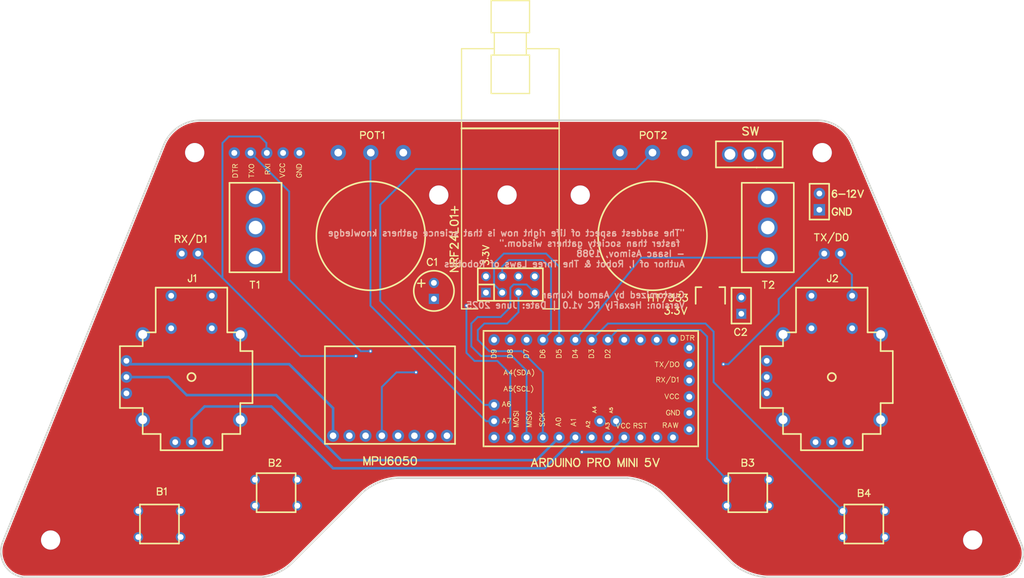
<source format=kicad_pcb>
(kicad_pcb (version 20241229) (generator "pcbnew") (generator_version "9.0")
  (layers (0 "F.Cu" signal) (2 "B.Cu" signal) (13 "F.Paste" user) (15 "B.Paste" user) (5 "F.SilkS" user "F.Silkscreen") (7 "B.SilkS" user "B.Silkscreen") (1 "F.Mask" user) (3 "B.Mask" user) (25 "Edge.Cuts" user))
  (net 0 "")
  (gr_poly (pts (xy 189.216 95.097) (xy 189.168 95.096) (xy 189.119 95.097) (xy 189.07 95.1) (xy 189.022 95.105) (xy 188.974 95.112) (xy 188.926 95.122) (xy 188.879 95.133) (xy 188.832 95.146) (xy 188.786 95.161) (xy 188.74 95.179) (xy 188.696 95.198) (xy 188.652 95.218) (xy 188.609 95.241) (xy 188.567 95.266) (xy 188.526 95.293) (xy 188.486 95.32) (xy 188.448 95.35) (xy 188.411 95.381) (xy 188.375 95.414) (xy 188.34 95.449) (xy 188.307 95.485) (xy 188.276 95.522) (xy 188.247 95.56) (xy 188.219 95.6) (xy 188.192 95.641) (xy 188.167 95.683) (xy 188.144 95.726) (xy 188.124 95.77) (xy 188.105 95.814) (xy 188.088 95.86) (xy 188.072 95.906) (xy 188.059 95.953) (xy 188.048 96) (xy 188.038 96.048) (xy 188.031 96.096) (xy 188.026 96.144) (xy 188.023 96.193) (xy 188.022 96.241) (xy 188.023 96.29) (xy 188.026 96.339) (xy 188.031 96.387) (xy 188.038 96.435) (xy 188.048 96.483) (xy 188.059 96.53) (xy 188.072 96.577) (xy 188.088 96.623) (xy 188.105 96.669) (xy 188.124 96.713) (xy 188.144 96.757) (xy 188.167 96.8) (xy 188.192 96.842) (xy 188.219 96.883) (xy 188.247 96.923) (xy 188.276 96.961) (xy 188.307 96.998) (xy 188.34 97.034) (xy 188.375 97.069) (xy 188.411 97.102) (xy 188.448 97.133) (xy 188.486 97.163) (xy 188.526 97.19) (xy 188.567 97.217) (xy 188.609 97.242) (xy 188.652 97.265) (xy 188.696 97.285) (xy 188.74 97.304) (xy 188.786 97.322) (xy 188.832 97.337) (xy 188.879 97.35) (xy 188.926 97.361) (xy 188.974 97.371) (xy 189.022 97.378) (xy 189.07 97.383) (xy 189.119 97.386) (xy 189.168 97.387) (xy 189.216 97.386) (xy 189.265 97.383) (xy 189.313 97.378) (xy 189.361 97.371) (xy 189.409 97.361) (xy 189.456 97.35) (xy 189.503 97.337) (xy 189.549 97.322) (xy 189.595 97.304) (xy 189.639 97.285) (xy 189.683 97.265) (xy 189.726 97.242) (xy 189.768 97.217) (xy 189.809 97.19) (xy 189.849 97.163) (xy 189.887 97.133) (xy 189.924 97.102) (xy 189.96 97.069) (xy 189.995 97.034) (xy 190.028 96.998) (xy 190.059 96.961) (xy 190.089 96.923) (xy 190.116 96.883) (xy 190.143 96.842) (xy 190.168 96.8) (xy 190.191 96.757) (xy 190.211 96.713) (xy 190.23 96.669) (xy 190.248 96.623) (xy 190.263 96.577) (xy 190.276 96.53) (xy 190.287 96.483) (xy 190.297 96.435) (xy 190.304 96.387) (xy 190.309 96.339) (xy 190.312 96.29) (xy 190.313 96.241) (xy 190.312 96.193) (xy 190.309 96.144) (xy 190.304 96.096) (xy 190.297 96.048) (xy 190.287 96) (xy 190.276 95.953) (xy 190.263 95.906) (xy 190.248 95.86) (xy 190.23 95.814) (xy 190.211 95.77) (xy 190.191 95.726) (xy 190.168 95.683) (xy 190.143 95.641) (xy 190.116 95.6) (xy 190.089 95.56) (xy 190.059 95.522) (xy 190.028 95.485) (xy 189.995 95.449) (xy 189.96 95.414) (xy 189.924 95.381) (xy 189.887 95.35) (xy 189.849 95.32) (xy 189.809 95.293) (xy 189.768 95.266) (xy 189.726 95.241) (xy 189.683 95.218) (xy 189.639 95.198) (xy 189.595 95.179) (xy 189.549 95.161) (xy 189.503 95.146) (xy 189.456 95.133) (xy 189.409 95.122) (xy 189.361 95.112) (xy 189.313 95.105) (xy 189.265 95.1)) (fill yes) (layer "F.Cu"))
  (gr_poly (pts (xy 88.203 108.412) (xy 87.684 108.412) (xy 87.684 108.931) (xy 87.729 108.908) (xy 87.772 108.883) (xy 87.813 108.856) (xy 87.855 108.828) (xy 87.894 108.797) (xy 87.932 108.765) (xy 87.969 108.732) (xy 88.004 108.697) (xy 88.037 108.66) (xy 88.069 108.621) (xy 88.1 108.582) (xy 88.128 108.541) (xy 88.155 108.5) (xy 88.18 108.456)) (fill yes) (layer "F.Cu"))
  (gr_poly (pts (xy 192.095 135.424) (xy 192.049 135.423) (xy 192.004 135.424) (xy 191.958 135.427) (xy 191.912 135.432) (xy 191.867 135.439) (xy 191.822 135.448) (xy 191.778 135.46) (xy 191.734 135.473) (xy 191.691 135.488) (xy 191.649 135.505) (xy 191.607 135.524) (xy 191.566 135.544) (xy 191.527 135.567) (xy 191.488 135.591) (xy 191.45 135.617) (xy 191.414 135.645) (xy 191.379 135.674) (xy 191.345 135.705) (xy 191.313 135.737) (xy 191.282 135.771) (xy 191.253 135.806) (xy 191.225 135.843) (xy 191.199 135.88) (xy 191.175 135.919) (xy 191.152 135.958) (xy 191.131 136) (xy 191.113 136.041) (xy 191.095 136.083) (xy 191.081 136.127) (xy 191.067 136.17) (xy 191.056 136.214) (xy 191.047 136.259) (xy 191.04 136.304) (xy 191.035 136.35) (xy 191.032 136.396) (xy 191.031 136.442) (xy 191.032 136.487) (xy 191.035 136.533) (xy 191.04 136.578) (xy 191.047 136.623) (xy 191.056 136.668) (xy 191.067 136.712) (xy 191.081 136.756) (xy 191.095 136.799) (xy 191.113 136.842) (xy 191.131 136.883) (xy 191.152 136.924) (xy 191.175 136.964) (xy 191.199 137.002) (xy 191.225 137.04) (xy 191.253 137.077) (xy 191.282 137.112) (xy 191.313 137.145) (xy 191.345 137.178) (xy 191.379 137.208) (xy 191.414 137.238) (xy 191.45 137.266) (xy 191.488 137.291) (xy 191.527 137.316) (xy 191.566 137.338) (xy 191.607 137.359) (xy 191.649 137.378) (xy 191.691 137.395) (xy 191.734 137.41) (xy 191.778 137.423) (xy 191.822 137.434) (xy 191.867 137.443) (xy 191.912 137.45) (xy 191.958 137.456) (xy 192.004 137.459) (xy 192.049 137.46) (xy 192.095 137.459) (xy 192.14 137.456) (xy 192.186 137.45) (xy 192.231 137.443) (xy 192.276 137.434) (xy 192.32 137.423) (xy 192.364 137.41) (xy 192.407 137.395) (xy 192.45 137.378) (xy 192.491 137.359) (xy 192.532 137.338) (xy 192.572 137.316) (xy 192.648 137.266) (xy 192.684 137.238) (xy 192.719 137.208) (xy 192.753 137.178) (xy 192.785 137.145) (xy 192.816 137.112) (xy 192.845 137.077) (xy 192.873 137.04) (xy 192.899 137.002) (xy 192.924 136.964) (xy 192.946 136.924) (xy 192.967 136.883) (xy 192.986 136.842) (xy 193.003 136.799) (xy 193.018 136.756) (xy 193.031 136.712) (xy 193.042 136.668) (xy 193.051 136.623) (xy 193.058 136.578) (xy 193.063 136.533) (xy 193.066 136.487) (xy 193.068 136.442) (xy 193.066 136.396) (xy 193.063 136.35) (xy 193.058 136.304) (xy 193.051 136.259) (xy 193.042 136.214) (xy 193.031 136.17) (xy 193.018 136.127) (xy 193.003 136.083) (xy 192.986 136.041) (xy 192.967 136) (xy 192.946 135.958) (xy 192.924 135.919) (xy 192.899 135.88) (xy 192.873 135.843) (xy 192.845 135.806) (xy 192.816 135.771) (xy 192.785 135.737) (xy 192.753 135.705) (xy 192.719 135.674) (xy 192.684 135.645) (xy 192.648 135.617) (xy 192.61 135.591) (xy 192.572 135.567) (xy 192.532 135.544) (xy 192.491 135.524) (xy 192.45 135.505) (xy 192.407 135.488) (xy 192.364 135.473) (xy 192.32 135.46) (xy 192.276 135.448) (xy 192.231 135.439) (xy 192.186 135.432) (xy 192.14 135.427)) (fill yes) (layer "F.Cu"))
  (gr_poly (pts (xy 92.383 126.192) (xy 91.865 126.192) (xy 91.888 126.236) (xy 91.912 126.28) (xy 91.939 126.321) (xy 91.968 126.362) (xy 91.998 126.401) (xy 92.03 126.44) (xy 92.064 126.477) (xy 92.099 126.512) (xy 92.136 126.545) (xy 92.174 126.577) (xy 92.213 126.608) (xy 92.254 126.636) (xy 92.296 126.663) (xy 92.339 126.688) (xy 92.383 126.711)) (fill yes) (layer "F.Cu"))
  (gr_poly (pts (xy 100.413 85.668) (xy 100.351 85.667) (xy 100.29 85.668) (xy 100.228 85.671) (xy 100.166 85.676) (xy 100.105 85.684) (xy 100.044 85.693) (xy 99.984 85.705) (xy 99.924 85.718) (xy 99.864 85.734) (xy 99.805 85.751) (xy 99.746 85.771) (xy 99.688 85.793) (xy 99.631 85.816) (xy 99.576 85.842) (xy 99.52 85.87) (xy 99.466 85.899) (xy 99.413 85.93) (xy 99.361 85.963) (xy 99.309 85.998) (xy 99.26 86.034) (xy 99.211 86.072) (xy 99.164 86.112) (xy 99.118 86.153) (xy 99.074 86.196) (xy 99.031 86.241) (xy 98.99 86.286) (xy 98.95 86.333) (xy 98.912 86.382) (xy 98.876 86.432) (xy 98.841 86.483) (xy 98.808 86.535) (xy 98.777 86.588) (xy 98.748 86.642) (xy 98.72 86.698) (xy 98.694 86.754) (xy 98.671 86.81) (xy 98.649 86.868) (xy 98.629 86.927) (xy 98.612 86.986) (xy 98.596 87.046) (xy 98.582 87.106) (xy 98.571 87.167) (xy 98.562 87.228) (xy 98.554 87.289) (xy 98.549 87.35) (xy 98.546 87.412) (xy 98.545 87.473) (xy 98.546 87.535) (xy 98.549 87.597) (xy 98.554 87.658) (xy 98.562 87.719) (xy 98.571 87.78) (xy 98.582 87.841) (xy 98.596 87.901) (xy 98.612 87.961) (xy 98.629 88.02) (xy 98.649 88.078) (xy 98.671 88.136) (xy 98.694 88.193) (xy 98.72 88.249) (xy 98.748 88.305) (xy 98.777 88.359) (xy 98.808 88.412) (xy 98.841 88.464) (xy 98.876 88.515) (xy 98.912 88.565) (xy 98.95 88.613) (xy 98.99 88.661) (xy 99.031 88.706) (xy 99.074 88.751) (xy 99.118 88.794) (xy 99.164 88.835) (xy 99.211 88.875) (xy 99.26 88.913) (xy 99.309 88.949) (xy 99.361 88.984) (xy 99.413 89.017) (xy 99.466 89.048) (xy 99.52 89.077) (xy 99.576 89.105) (xy 99.631 89.131) (xy 99.688 89.154) (xy 99.746 89.176) (xy 99.805 89.196) (xy 99.864 89.213) (xy 99.924 89.229) (xy 99.984 89.242) (xy 100.044 89.253) (xy 100.105 89.263) (xy 100.166 89.271) (xy 100.228 89.276) (xy 100.29 89.279) (xy 100.351 89.28) (xy 100.413 89.279) (xy 100.475 89.276) (xy 100.536 89.271) (xy 100.597 89.263) (xy 100.658 89.253) (xy 100.719 89.242) (xy 100.779 89.229) (xy 100.839 89.213) (xy 100.898 89.196) (xy 100.956 89.176) (xy 101.014 89.154) (xy 101.071 89.131) (xy 101.127 89.105) (xy 101.182 89.077) (xy 101.237 89.048) (xy 101.29 89.017) (xy 101.342 88.984) (xy 101.393 88.949) (xy 101.443 88.913) (xy 101.491 88.875) (xy 101.539 88.835) (xy 101.584 88.794) (xy 101.629 88.751) (xy 101.672 88.706) (xy 101.713 88.661) (xy 101.753 88.613) (xy 101.791 88.565) (xy 101.827 88.515) (xy 101.862 88.464) (xy 101.895 88.412) (xy 101.926 88.359) (xy 101.955 88.305) (xy 101.983 88.249) (xy 102.008 88.193) (xy 102.032 88.136) (xy 102.054 88.078) (xy 102.073 88.02) (xy 102.091 87.961) (xy 102.106 87.901) (xy 102.12 87.841) (xy 102.131 87.78) (xy 102.141 87.719) (xy 102.149 87.658) (xy 102.154 87.597) (xy 102.157 87.535) (xy 102.158 87.473) (xy 102.157 87.412) (xy 102.154 87.35) (xy 102.149 87.289) (xy 102.141 87.228) (xy 102.131 87.167) (xy 102.12 87.106) (xy 102.106 87.046) (xy 102.091 86.986) (xy 102.073 86.927) (xy 102.054 86.868) (xy 102.032 86.81) (xy 102.008 86.754) (xy 101.983 86.698) (xy 101.955 86.642) (xy 101.926 86.588) (xy 101.895 86.535) (xy 101.862 86.483) (xy 101.827 86.432) (xy 101.791 86.382) (xy 101.753 86.333) (xy 101.713 86.286) (xy 101.672 86.241) (xy 101.629 86.196) (xy 101.584 86.153) (xy 101.539 86.112) (xy 101.491 86.072) (xy 101.443 86.034) (xy 101.393 85.998) (xy 101.342 85.963) (xy 101.29 85.93) (xy 101.237 85.899) (xy 101.182 85.87) (xy 101.127 85.842) (xy 101.071 85.816) (xy 101.014 85.793) (xy 100.956 85.771) (xy 100.898 85.751) (xy 100.839 85.734) (xy 100.779 85.718) (xy 100.719 85.705) (xy 100.658 85.693) (xy 100.597 85.684) (xy 100.536 85.676) (xy 100.475 85.671)) (fill yes) (layer "F.Cu"))
  (gr_poly (pts (xy 137.654 121.264) (xy 137.606 121.263) (xy 137.557 121.264) (xy 137.508 121.267) (xy 137.46 121.272) (xy 137.412 121.279) (xy 137.364 121.289) (xy 137.317 121.3) (xy 137.27 121.313) (xy 137.224 121.329) (xy 137.178 121.346) (xy 137.134 121.365) (xy 137.09 121.385) (xy 137.047 121.408) (xy 137.005 121.433) (xy 136.964 121.46) (xy 136.924 121.488) (xy 136.886 121.518) (xy 136.849 121.549) (xy 136.813 121.582) (xy 136.778 121.616) (xy 136.745 121.652) (xy 136.714 121.689) (xy 136.685 121.727) (xy 136.657 121.767) (xy 136.63 121.808) (xy 136.605 121.85) (xy 136.582 121.893) (xy 136.562 121.937) (xy 136.543 121.981) (xy 136.526 122.027) (xy 136.51 122.073) (xy 136.497 122.12) (xy 136.486 122.167) (xy 136.476 122.215) (xy 136.469 122.263) (xy 136.464 122.312) (xy 136.461 122.36) (xy 136.46 122.409) (xy 136.461 122.457) (xy 136.464 122.506) (xy 136.469 122.554) (xy 136.476 122.602) (xy 136.486 122.65) (xy 136.497 122.697) (xy 136.51 122.744) (xy 136.526 122.79) (xy 136.543 122.836) (xy 136.562 122.881) (xy 136.582 122.924) (xy 136.605 122.967) (xy 136.63 123.009) (xy 136.657 123.05) (xy 136.685 123.09) (xy 136.714 123.128) (xy 136.745 123.165) (xy 136.778 123.201) (xy 136.813 123.236) (xy 136.849 123.269) (xy 136.886 123.3) (xy 136.924 123.33) (xy 136.964 123.358) (xy 137.005 123.384) (xy 137.047 123.409) (xy 137.09 123.432) (xy 137.134 123.453) (xy 137.178 123.471) (xy 137.224 123.489) (xy 137.27 123.504) (xy 137.317 123.517) (xy 137.364 123.528) (xy 137.412 123.538) (xy 137.46 123.545) (xy 137.508 123.55) (xy 137.557 123.553) (xy 137.606 123.554) (xy 137.654 123.553) (xy 137.703 123.55) (xy 137.751 123.545) (xy 137.799 123.538) (xy 137.847 123.528) (xy 137.894 123.517) (xy 137.941 123.504) (xy 137.987 123.489) (xy 138.033 123.471) (xy 138.077 123.453) (xy 138.121 123.432) (xy 138.164 123.409) (xy 138.206 123.384) (xy 138.247 123.358) (xy 138.287 123.33) (xy 138.325 123.3) (xy 138.362 123.269) (xy 138.398 123.236) (xy 138.433 123.201) (xy 138.466 123.165) (xy 138.497 123.128) (xy 138.527 123.09) (xy 138.554 123.05) (xy 138.581 123.009) (xy 138.606 122.967) (xy 138.629 122.924) (xy 138.649 122.881) (xy 138.668 122.836) (xy 138.686 122.79) (xy 138.701 122.744) (xy 138.714 122.697) (xy 138.725 122.65) (xy 138.735 122.602) (xy 138.742 122.554) (xy 138.747 122.506) (xy 138.75 122.457) (xy 138.751 122.409) (xy 138.75 122.36) (xy 138.747 122.312) (xy 138.742 122.263) (xy 138.735 122.215) (xy 138.725 122.167) (xy 138.714 122.12) (xy 138.701 122.073) (xy 138.686 122.027) (xy 138.668 121.981) (xy 138.649 121.937) (xy 138.629 121.893) (xy 138.606 121.85) (xy 138.581 121.808) (xy 138.554 121.767) (xy 138.527 121.727) (xy 138.497 121.689) (xy 138.466 121.652) (xy 138.433 121.616) (xy 138.398 121.582) (xy 138.362 121.549) (xy 138.325 121.518) (xy 138.287 121.488) (xy 138.247 121.46) (xy 138.206 121.433) (xy 138.164 121.408) (xy 138.121 121.385) (xy 138.077 121.365) (xy 138.033 121.346) (xy 137.987 121.329) (xy 137.941 121.313) (xy 137.894 121.3) (xy 137.847 121.289) (xy 137.799 121.279) (xy 137.751 121.272) (xy 137.703 121.267)) (fill yes) (layer "F.Cu"))
  (gr_poly (pts (xy 169.648 104.044) (xy 169.648 103.425) (xy 169.616 103.44) (xy 169.585 103.457) (xy 169.555 103.475) (xy 169.525 103.495) (xy 169.498 103.517) (xy 169.471 103.541) (xy 169.446 103.566) (xy 169.423 103.592) (xy 169.401 103.62) (xy 169.38 103.649) (xy 169.362 103.679) (xy 169.345 103.71) (xy 169.33 103.742) (xy 169.316 103.775) (xy 169.305 103.809) (xy 169.296 103.843) (xy 169.289 103.877) (xy 169.284 103.912) (xy 169.281 103.947) (xy 169.28 103.983) (xy 169.28 104.044)) (fill yes) (layer "F.Cu"))
  (gr_poly (pts (xy 99.513 93.011) (xy 98.751 93.011) (xy 98.78 93.064) (xy 98.811 93.117) (xy 98.844 93.168) (xy 98.878 93.218) (xy 98.914 93.267) (xy 98.952 93.314) (xy 98.991 93.361) (xy 99.032 93.406) (xy 99.074 93.45) (xy 99.117 93.492) (xy 99.163 93.533) (xy 99.209 93.572) (xy 99.257 93.61) (xy 99.306 93.646) (xy 99.356 93.68) (xy 99.407 93.713) (xy 99.459 93.744) (xy 99.513 93.773)) (fill yes) (layer "F.Cu"))
  (gr_poly (pts (xy 152.894 108.564) (xy 152.846 108.563) (xy 152.797 108.564) (xy 152.748 108.567) (xy 152.7 108.572) (xy 152.652 108.579) (xy 152.604 108.589) (xy 152.557 108.6) (xy 152.51 108.613) (xy 152.464 108.629) (xy 152.418 108.646) (xy 152.374 108.665) (xy 152.33 108.685) (xy 152.287 108.708) (xy 152.245 108.733) (xy 152.204 108.76) (xy 152.164 108.788) (xy 152.126 108.818) (xy 152.089 108.849) (xy 152.053 108.882) (xy 152.018 108.916) (xy 151.985 108.952) (xy 151.954 108.989) (xy 151.925 109.027) (xy 151.897 109.067) (xy 151.87 109.108) (xy 151.845 109.15) (xy 151.822 109.193) (xy 151.802 109.237) (xy 151.783 109.281) (xy 151.766 109.327) (xy 151.75 109.373) (xy 151.737 109.42) (xy 151.726 109.467) (xy 151.716 109.515) (xy 151.709 109.563) (xy 151.704 109.612) (xy 151.701 109.66) (xy 151.7 109.709) (xy 151.701 109.757) (xy 151.704 109.806) (xy 151.709 109.854) (xy 151.716 109.902) (xy 151.726 109.95) (xy 151.737 109.997) (xy 151.75 110.044) (xy 151.766 110.09) (xy 151.783 110.136) (xy 151.802 110.181) (xy 151.822 110.224) (xy 151.845 110.267) (xy 151.87 110.309) (xy 151.897 110.35) (xy 151.925 110.39) (xy 151.954 110.428) (xy 151.985 110.465) (xy 152.018 110.501) (xy 152.053 110.536) (xy 152.089 110.569) (xy 152.126 110.6) (xy 152.164 110.63) (xy 152.204 110.658) (xy 152.245 110.684) (xy 152.287 110.709) (xy 152.33 110.732) (xy 152.374 110.753) (xy 152.418 110.771) (xy 152.464 110.789) (xy 152.51 110.804) (xy 152.557 110.817) (xy 152.604 110.828) (xy 152.652 110.838) (xy 152.7 110.845) (xy 152.748 110.85) (xy 152.797 110.853) (xy 152.846 110.854) (xy 152.894 110.853) (xy 152.943 110.85) (xy 152.991 110.845) (xy 153.039 110.838) (xy 153.087 110.828) (xy 153.134 110.817) (xy 153.181 110.804) (xy 153.227 110.789) (xy 153.273 110.771) (xy 153.317 110.753) (xy 153.361 110.732) (xy 153.404 110.709) (xy 153.446 110.684) (xy 153.487 110.658) (xy 153.527 110.63) (xy 153.565 110.6) (xy 153.602 110.569) (xy 153.638 110.536) (xy 153.673 110.501) (xy 153.706 110.465) (xy 153.737 110.428) (xy 153.767 110.39) (xy 153.794 110.35) (xy 153.821 110.309) (xy 153.846 110.267) (xy 153.869 110.224) (xy 153.889 110.181) (xy 153.908 110.136) (xy 153.926 110.09) (xy 153.941 110.044) (xy 153.954 109.997) (xy 153.965 109.95) (xy 153.975 109.902) (xy 153.982 109.854) (xy 153.987 109.806) (xy 153.99 109.757) (xy 153.991 109.709) (xy 153.99 109.66) (xy 153.987 109.612) (xy 153.982 109.563) (xy 153.975 109.515) (xy 153.965 109.467) (xy 153.954 109.42) (xy 153.941 109.373) (xy 153.926 109.327) (xy 153.908 109.281) (xy 153.889 109.237) (xy 153.869 109.193) (xy 153.846 109.15) (xy 153.821 109.108) (xy 153.794 109.067) (xy 153.767 109.027) (xy 153.737 108.989) (xy 153.706 108.952) (xy 153.673 108.916) (xy 153.638 108.882) (xy 153.602 108.849) (xy 153.565 108.818) (xy 153.527 108.788) (xy 153.487 108.76) (xy 153.446 108.733) (xy 153.404 108.708) (xy 153.361 108.685) (xy 153.317 108.665) (xy 153.273 108.646) (xy 153.227 108.629) (xy 153.181 108.613) (xy 153.134 108.6) (xy 153.087 108.589) (xy 153.039 108.579) (xy 152.991 108.572) (xy 152.943 108.567)) (fill yes) (layer "F.Cu"))
  (gr_poly (pts (xy 86.668 108.412) (xy 86.15 108.412) (xy 86.173 108.456) (xy 86.197 108.5) (xy 86.224 108.541) (xy 86.253 108.582) (xy 86.283 108.621) (xy 86.315 108.66) (xy 86.349 108.697) (xy 86.384 108.732) (xy 86.421 108.765) (xy 86.459 108.797) (xy 86.498 108.828) (xy 86.539 108.856) (xy 86.581 108.883) (xy 86.624 108.908) (xy 86.668 108.931)) (fill yes) (layer "F.Cu"))
  (gr_poly (pts (xy 99.625 79.374) (xy 99.577 79.373) (xy 99.528 79.374) (xy 99.48 79.377) (xy 99.431 79.383) (xy 99.383 79.39) (xy 99.335 79.399) (xy 99.288 79.41) (xy 99.241 79.424) (xy 99.195 79.439) (xy 99.149 79.456) (xy 99.105 79.475) (xy 99.061 79.496) (xy 99.018 79.519) (xy 98.976 79.544) (xy 98.935 79.57) (xy 98.895 79.598) (xy 98.857 79.628) (xy 98.82 79.659) (xy 98.784 79.692) (xy 98.75 79.726) (xy 98.717 79.762) (xy 98.686 79.799) (xy 98.656 79.838) (xy 98.628 79.877) (xy 98.601 79.918) (xy 98.576 79.96) (xy 98.554 80.003) (xy 98.533 80.047) (xy 98.514 80.092) (xy 98.497 80.137) (xy 98.481 80.184) (xy 98.468 80.23) (xy 98.457 80.278) (xy 98.447 80.325) (xy 98.44 80.374) (xy 98.435 80.422) (xy 98.432 80.47) (xy 98.431 80.519) (xy 98.432 80.568) (xy 98.435 80.616) (xy 98.44 80.664) (xy 98.447 80.712) (xy 98.457 80.76) (xy 98.468 80.807) (xy 98.481 80.854) (xy 98.497 80.9) (xy 98.514 80.946) (xy 98.533 80.991) (xy 98.554 81.035) (xy 98.576 81.078) (xy 98.601 81.119) (xy 98.628 81.161) (xy 98.656 81.2) (xy 98.686 81.239) (xy 98.717 81.276) (xy 98.75 81.311) (xy 98.784 81.346) (xy 98.82 81.379) (xy 98.857 81.41) (xy 98.895 81.44) (xy 98.935 81.468) (xy 98.976 81.494) (xy 99.018 81.519) (xy 99.061 81.542) (xy 99.105 81.563) (xy 99.149 81.582) (xy 99.195 81.599) (xy 99.241 81.614) (xy 99.288 81.627) (xy 99.335 81.639) (xy 99.383 81.648) (xy 99.431 81.655) (xy 99.48 81.66) (xy 99.528 81.663) (xy 99.577 81.664) (xy 99.625 81.663) (xy 99.674 81.66) (xy 99.722 81.655) (xy 99.77 81.648) (xy 99.818 81.639) (xy 99.865 81.627) (xy 99.912 81.614) (xy 99.958 81.599) (xy 100.004 81.582) (xy 100.049 81.563) (xy 100.092 81.542) (xy 100.135 81.519) (xy 100.177 81.494) (xy 100.218 81.468) (xy 100.258 81.44) (xy 100.296 81.41) (xy 100.334 81.379) (xy 100.369 81.346) (xy 100.404 81.311) (xy 100.437 81.276) (xy 100.468 81.239) (xy 100.498 81.2) (xy 100.526 81.161) (xy 100.552 81.119) (xy 100.577 81.078) (xy 100.6 81.035) (xy 100.621 80.991) (xy 100.639 80.946) (xy 100.657 80.9) (xy 100.672 80.854) (xy 100.685 80.807) (xy 100.696 80.76) (xy 100.706 80.712) (xy 100.713 80.664) (xy 100.718 80.616) (xy 100.721 80.568) (xy 100.722 80.519) (xy 100.721 80.47) (xy 100.718 80.422) (xy 100.713 80.374) (xy 100.706 80.325) (xy 100.696 80.278) (xy 100.685 80.23) (xy 100.672 80.184) (xy 100.657 80.137) (xy 100.621 80.047) (xy 100.6 80.003) (xy 100.577 79.96) (xy 100.552 79.918) (xy 100.526 79.877) (xy 100.498 79.838) (xy 100.468 79.799) (xy 100.437 79.762) (xy 100.404 79.726) (xy 100.369 79.692) (xy 100.334 79.659) (xy 100.296 79.628) (xy 100.258 79.598) (xy 100.218 79.57) (xy 100.177 79.544) (xy 100.135 79.519) (xy 100.092 79.496) (xy 100.049 79.475) (xy 100.004 79.456) (xy 99.958 79.439) (xy 99.912 79.424) (xy 99.865 79.41) (xy 99.818 79.399) (xy 99.77 79.39) (xy 99.722 79.383) (xy 99.674 79.377)) (fill yes) (layer "F.Cu"))
  (gr_poly (pts (xy 151.127 85.342) (xy 151.068 85.341) (xy 151.008 85.342) (xy 150.948 85.345) (xy 150.888 85.35) (xy 150.828 85.357) (xy 150.769 85.367) (xy 150.71 85.378) (xy 150.651 85.391) (xy 150.594 85.406) (xy 150.536 85.423) (xy 150.479 85.442) (xy 150.423 85.463) (xy 150.367 85.487) (xy 150.313 85.511) (xy 150.259 85.538) (xy 150.206 85.566) (xy 150.155 85.597) (xy 150.104 85.629) (xy 150.055 85.662) (xy 150.006 85.698) (xy 149.959 85.735) (xy 149.913 85.774) (xy 149.869 85.814) (xy 149.825 85.855) (xy 149.784 85.899) (xy 149.744 85.943) (xy 149.705 85.989) (xy 149.668 86.036) (xy 149.632 86.085) (xy 149.599 86.134) (xy 149.567 86.185) (xy 149.536 86.236) (xy 149.508 86.289) (xy 149.481 86.343) (xy 149.457 86.397) (xy 149.433 86.453) (xy 149.412 86.509) (xy 149.393 86.566) (xy 149.376 86.624) (xy 149.361 86.681) (xy 149.348 86.74) (xy 149.337 86.799) (xy 149.327 86.858) (xy 149.32 86.918) (xy 149.315 86.978) (xy 149.312 87.038) (xy 149.311 87.097) (xy 149.312 87.157) (xy 149.315 87.217) (xy 149.32 87.277) (xy 149.327 87.337) (xy 149.337 87.396) (xy 149.348 87.455) (xy 149.361 87.514) (xy 149.376 87.571) (xy 149.393 87.629) (xy 149.412 87.686) (xy 149.433 87.742) (xy 149.457 87.798) (xy 149.481 87.852) (xy 149.508 87.906) (xy 149.536 87.959) (xy 149.567 88.01) (xy 149.599 88.061) (xy 149.632 88.11) (xy 149.668 88.159) (xy 149.705 88.206) (xy 149.744 88.252) (xy 149.784 88.296) (xy 149.825 88.34) (xy 149.869 88.381) (xy 149.913 88.421) (xy 149.959 88.46) (xy 150.006 88.497) (xy 150.055 88.533) (xy 150.104 88.566) (xy 150.155 88.598) (xy 150.206 88.629) (xy 150.259 88.657) (xy 150.313 88.684) (xy 150.367 88.708) (xy 150.423 88.732) (xy 150.479 88.753) (xy 150.536 88.772) (xy 150.594 88.789) (xy 150.651 88.804) (xy 150.71 88.817) (xy 150.769 88.828) (xy 150.828 88.838) (xy 150.888 88.845) (xy 150.948 88.85) (xy 151.008 88.853) (xy 151.068 88.854) (xy 151.127 88.853) (xy 151.187 88.85) (xy 151.247 88.845) (xy 151.307 88.838) (xy 151.366 88.828) (xy 151.425 88.817) (xy 151.484 88.804) (xy 151.541 88.789) (xy 151.599 88.772) (xy 151.656 88.753) (xy 151.712 88.732) (xy 151.768 88.708) (xy 151.822 88.684) (xy 151.876 88.657) (xy 151.929 88.629) (xy 151.98 88.598) (xy 152.031 88.566) (xy 152.08 88.533) (xy 152.129 88.497) (xy 152.176 88.46) (xy 152.222 88.421) (xy 152.266 88.381) (xy 152.31 88.34) (xy 152.351 88.296) (xy 152.391 88.252) (xy 152.43 88.206) (xy 152.467 88.159) (xy 152.503 88.11) (xy 152.536 88.061) (xy 152.568 88.01) (xy 152.599 87.959) (xy 152.627 87.906) (xy 152.654 87.852) (xy 152.678 87.798) (xy 152.702 87.742) (xy 152.723 87.686) (xy 152.742 87.629) (xy 152.759 87.571) (xy 152.774 87.514) (xy 152.787 87.455) (xy 152.798 87.396) (xy 152.808 87.337) (xy 152.815 87.277) (xy 152.82 87.217) (xy 152.823 87.157) (xy 152.824 87.097) (xy 152.823 87.038) (xy 152.82 86.978) (xy 152.815 86.918) (xy 152.808 86.858) (xy 152.798 86.799) (xy 152.787 86.74) (xy 152.774 86.681) (xy 152.759 86.624) (xy 152.742 86.566) (xy 152.723 86.509) (xy 152.702 86.453) (xy 152.678 86.397) (xy 152.654 86.343) (xy 152.627 86.289) (xy 152.599 86.236) (xy 152.568 86.185) (xy 152.536 86.134) (xy 152.503 86.085) (xy 152.467 86.036) (xy 152.43 85.989) (xy 152.391 85.943) (xy 152.351 85.899) (xy 152.31 85.855) (xy 152.266 85.814) (xy 152.222 85.774) (xy 152.176 85.735) (xy 152.129 85.698) (xy 152.08 85.662) (xy 152.031 85.629) (xy 151.98 85.597) (xy 151.929 85.566) (xy 151.876 85.538) (xy 151.822 85.511) (xy 151.768 85.487) (xy 151.712 85.463) (xy 151.656 85.442) (xy 151.599 85.423) (xy 151.541 85.406) (xy 151.484 85.391) (xy 151.425 85.378) (xy 151.366 85.367) (xy 151.307 85.357) (xy 151.247 85.35) (xy 151.187 85.345)) (fill yes) (layer "F.Cu"))
  (gr_poly (pts (xy 189.562 89.912) (xy 188.919 89.912) (xy 188.919 90.555) (xy 189.306 90.555) (xy 189.329 90.554) (xy 189.352 90.551) (xy 189.376 90.545) (xy 189.398 90.538) (xy 189.42 90.529) (xy 189.44 90.517) (xy 189.46 90.504) (xy 189.478 90.488) (xy 189.495 90.472) (xy 189.51 90.453) (xy 189.524 90.434) (xy 189.535 90.413) (xy 189.545 90.391) (xy 189.552 90.369) (xy 189.558 90.346) (xy 189.561 90.322) (xy 189.562 90.299)) (fill yes) (layer "F.Cu"))
  (gr_poly (pts (xy 100.313 134.594) (xy 100.268 134.593) (xy 100.222 134.594) (xy 100.176 134.597) (xy 100.131 134.602) (xy 100.086 134.609) (xy 100.041 134.618) (xy 99.997 134.63) (xy 99.953 134.643) (xy 99.909 134.658) (xy 99.867 134.675) (xy 99.826 134.694) (xy 99.785 134.714) (xy 99.745 134.737) (xy 99.706 134.762) (xy 99.669 134.788) (xy 99.633 134.815) (xy 99.597 134.844) (xy 99.563 134.875) (xy 99.531 134.907) (xy 99.5 134.941) (xy 99.471 134.976) (xy 99.444 135.013) (xy 99.418 135.05) (xy 99.393 135.089) (xy 99.37 135.129) (xy 99.35 135.17) (xy 99.331 135.211) (xy 99.314 135.253) (xy 99.299 135.297) (xy 99.286 135.341) (xy 99.274 135.385) (xy 99.265 135.43) (xy 99.258 135.475) (xy 99.253 135.52) (xy 99.25 135.566) (xy 99.249 135.611) (xy 99.25 135.657) (xy 99.253 135.703) (xy 99.258 135.748) (xy 99.265 135.793) (xy 99.274 135.838) (xy 99.286 135.882) (xy 99.299 135.926) (xy 99.314 135.97) (xy 99.331 136.012) (xy 99.35 136.053) (xy 99.37 136.094) (xy 99.393 136.134) (xy 99.418 136.173) (xy 99.444 136.21) (xy 99.471 136.246) (xy 99.5 136.282) (xy 99.531 136.316) (xy 99.563 136.348) (xy 99.597 136.379) (xy 99.633 136.408) (xy 99.669 136.435) (xy 99.706 136.461) (xy 99.745 136.486) (xy 99.785 136.509) (xy 99.826 136.529) (xy 99.867 136.548) (xy 99.909 136.565) (xy 99.953 136.58) (xy 99.997 136.593) (xy 100.041 136.605) (xy 100.086 136.614) (xy 100.131 136.621) (xy 100.176 136.626) (xy 100.222 136.629) (xy 100.268 136.63) (xy 100.313 136.629) (xy 100.359 136.626) (xy 100.404 136.621) (xy 100.449 136.614) (xy 100.494 136.605) (xy 100.538 136.593) (xy 100.582 136.58) (xy 100.626 136.565) (xy 100.668 136.548) (xy 100.709 136.529) (xy 100.75 136.509) (xy 100.79 136.486) (xy 100.829 136.461) (xy 100.866 136.435) (xy 100.903 136.408) (xy 100.938 136.379) (xy 100.972 136.348) (xy 101.004 136.316) (xy 101.035 136.282) (xy 101.064 136.246) (xy 101.091 136.21) (xy 101.117 136.173) (xy 101.142 136.134) (xy 101.165 136.094) (xy 101.185 136.053) (xy 101.204 136.012) (xy 101.221 135.97) (xy 101.236 135.926) (xy 101.249 135.882) (xy 101.261 135.838) (xy 101.27 135.793) (xy 101.277 135.748) (xy 101.282 135.703) (xy 101.285 135.657) (xy 101.286 135.611) (xy 101.285 135.566) (xy 101.282 135.52) (xy 101.277 135.475) (xy 101.27 135.43) (xy 101.261 135.385) (xy 101.249 135.341) (xy 101.236 135.297) (xy 101.221 135.253) (xy 101.204 135.211) (xy 101.185 135.17) (xy 101.165 135.129) (xy 101.142 135.089) (xy 101.117 135.05) (xy 101.091 135.013) (xy 101.064 134.976) (xy 101.035 134.941) (xy 101.004 134.907) (xy 100.972 134.875) (xy 100.938 134.844) (xy 100.903 134.815) (xy 100.866 134.788) (xy 100.829 134.762) (xy 100.79 134.737) (xy 100.75 134.714) (xy 100.709 134.694) (xy 100.668 134.675) (xy 100.626 134.658) (xy 100.582 134.643) (xy 100.538 134.63) (xy 100.494 134.618) (xy 100.449 134.609) (xy 100.404 134.602) (xy 100.359 134.597)) (fill yes) (layer "F.Cu"))
  (gr_poly (pts (xy 198.025 107.471) (xy 197.971 107.47) (xy 197.917 107.471) (xy 197.864 107.474) (xy 197.811 107.479) (xy 197.757 107.486) (xy 197.704 107.495) (xy 197.652 107.506) (xy 197.6 107.52) (xy 197.549 107.535) (xy 197.498 107.552) (xy 197.448 107.571) (xy 197.399 107.592) (xy 197.35 107.615) (xy 197.303 107.64) (xy 197.256 107.666) (xy 197.21 107.695) (xy 197.166 107.725) (xy 197.123 107.756) (xy 197.081 107.79) (xy 197.04 107.824) (xy 197.001 107.861) (xy 196.963 107.899) (xy 196.926 107.938) (xy 196.892 107.979) (xy 196.858 108.021) (xy 196.827 108.064) (xy 196.797 108.108) (xy 196.768 108.154) (xy 196.742 108.201) (xy 196.717 108.249) (xy 196.694 108.297) (xy 196.673 108.346) (xy 196.654 108.396) (xy 196.637 108.447) (xy 196.621 108.499) (xy 196.608 108.55) (xy 196.597 108.603) (xy 196.588 108.655) (xy 196.581 108.709) (xy 196.576 108.762) (xy 196.573 108.816) (xy 196.572 108.869) (xy 196.573 108.923) (xy 196.576 108.977) (xy 196.581 109.03) (xy 196.588 109.083) (xy 196.597 109.136) (xy 196.608 109.188) (xy 196.621 109.24) (xy 196.637 109.292) (xy 196.654 109.342) (xy 196.673 109.393) (xy 196.694 109.442) (xy 196.717 109.49) (xy 196.742 109.538) (xy 196.768 109.585) (xy 196.797 109.63) (xy 196.827 109.675) (xy 196.858 109.718) (xy 196.892 109.76) (xy 196.926 109.801) (xy 196.963 109.84) (xy 197.001 109.878) (xy 197.04 109.914) (xy 197.081 109.949) (xy 197.123 109.982) (xy 197.166 110.014) (xy 197.21 110.044) (xy 197.256 110.072) (xy 197.303 110.099) (xy 197.35 110.124) (xy 197.399 110.146) (xy 197.448 110.167) (xy 197.498 110.187) (xy 197.549 110.204) (xy 197.6 110.219) (xy 197.652 110.232) (xy 197.704 110.244) (xy 197.757 110.253) (xy 197.811 110.26) (xy 197.864 110.265) (xy 197.917 110.268) (xy 197.971 110.269) (xy 198.025 110.268) (xy 198.078 110.265) (xy 198.132 110.26) (xy 198.185 110.253) (xy 198.238 110.244) (xy 198.29 110.232) (xy 198.342 110.219) (xy 198.393 110.204) (xy 198.444 110.187) (xy 198.494 110.167) (xy 198.544 110.146) (xy 198.592 110.124) (xy 198.64 110.099) (xy 198.686 110.072) (xy 198.732 110.044) (xy 198.776 110.014) (xy 198.82 109.982) (xy 198.862 109.949) (xy 198.902 109.914) (xy 198.941 109.878) (xy 198.98 109.84) (xy 199.016 109.801) (xy 199.051 109.76) (xy 199.084 109.718) (xy 199.116 109.675) (xy 199.146 109.63) (xy 199.174 109.585) (xy 199.201 109.538) (xy 199.225 109.49) (xy 199.248 109.442) (xy 199.269 109.393) (xy 199.288 109.342) (xy 199.306 109.292) (xy 199.321 109.24) (xy 199.334 109.188) (xy 199.345 109.136) (xy 199.354 109.083) (xy 199.362 109.03) (xy 199.367 108.977) (xy 199.37 108.923) (xy 199.371 108.869) (xy 199.37 108.816) (xy 199.367 108.762) (xy 199.362 108.709) (xy 199.354 108.655) (xy 199.345 108.603) (xy 199.334 108.55) (xy 199.321 108.499) (xy 199.306 108.447) (xy 199.288 108.396) (xy 199.269 108.346) (xy 199.248 108.297) (xy 199.225 108.249) (xy 199.201 108.201) (xy 199.174 108.154) (xy 199.146 108.108) (xy 199.116 108.064) (xy 199.084 108.021) (xy 199.051 107.979) (xy 199.016 107.938) (xy 198.98 107.899) (xy 198.941 107.861) (xy 198.902 107.824) (xy 198.862 107.79) (xy 198.82 107.756) (xy 198.776 107.725) (xy 198.732 107.695) (xy 198.686 107.666) (xy 198.64 107.64) (xy 198.592 107.615) (xy 198.544 107.592) (xy 198.494 107.571) (xy 198.444 107.552) (xy 198.393 107.535) (xy 198.342 107.52) (xy 198.29 107.506) (xy 198.238 107.495) (xy 198.185 107.486) (xy 198.132 107.479) (xy 198.078 107.474)) (fill yes) (layer "F.Cu"))
  (gr_poly (pts (xy 93.918 126.192) (xy 93.399 126.192) (xy 93.399 126.711) (xy 93.444 126.688) (xy 93.487 126.663) (xy 93.528 126.636) (xy 93.57 126.608) (xy 93.609 126.577) (xy 93.647 126.545) (xy 93.684 126.512) (xy 93.719 126.477) (xy 93.752 126.44) (xy 93.784 126.401) (xy 93.815 126.362) (xy 93.843 126.321) (xy 93.87 126.28) (xy 93.895 126.236)) (fill yes) (layer "F.Cu"))
  (gr_poly (pts (xy 137.341 102.775) (xy 136.774 102.775) (xy 136.774 103.343) (xy 137.085 103.343) (xy 137.109 103.342) (xy 137.132 103.339) (xy 137.155 103.334) (xy 137.177 103.326) (xy 137.199 103.316) (xy 137.22 103.305) (xy 137.239 103.292) (xy 137.258 103.276) (xy 137.274 103.26) (xy 137.29 103.241) (xy 137.303 103.222) (xy 137.314 103.201) (xy 137.324 103.179) (xy 137.332 103.157) (xy 137.337 103.134) (xy 137.34 103.11) (xy 137.341 103.087)) (fill yes) (layer "F.Cu"))
  (gr_poly (pts (xy 167.578 121.647) (xy 167.059 121.647) (xy 167.082 121.691) (xy 167.107 121.734) (xy 167.134 121.776) (xy 167.162 121.817) (xy 167.192 121.856) (xy 167.224 121.894) (xy 167.258 121.931) (xy 167.293 121.966) (xy 167.33 122) (xy 167.368 122.032) (xy 167.407 122.062) (xy 167.448 122.091) (xy 167.49 122.117) (xy 167.533 122.142) (xy 167.578 122.165)) (fill yes) (layer "F.Cu"))
  (gr_poly (pts (xy 193.018 108.412) (xy 192.499 108.412) (xy 192.522 108.456) (xy 192.547 108.5) (xy 192.574 108.541) (xy 192.603 108.582) (xy 192.633 108.621) (xy 192.665 108.66) (xy 192.699 108.697) (xy 192.734 108.732) (xy 192.771 108.765) (xy 192.809 108.797) (xy 192.848 108.828) (xy 192.889 108.856) (xy 192.931 108.883) (xy 192.974 108.908) (xy 193.018 108.931)) (fill yes) (layer "F.Cu"))
  (gr_poly (pts (xy 198.025 120.78) (xy 197.971 120.779) (xy 197.917 120.78) (xy 197.864 120.783) (xy 197.811 120.789) (xy 197.757 120.796) (xy 197.704 120.805) (xy 197.652 120.816) (xy 197.6 120.829) (xy 197.549 120.844) (xy 197.498 120.862) (xy 197.448 120.881) (xy 197.399 120.902) (xy 197.35 120.925) (xy 197.303 120.95) (xy 197.256 120.976) (xy 197.21 121.004) (xy 197.166 121.034) (xy 197.123 121.066) (xy 197.081 121.099) (xy 197.04 121.134) (xy 197.001 121.171) (xy 196.963 121.209) (xy 196.926 121.248) (xy 196.892 121.288) (xy 196.858 121.331) (xy 196.827 121.374) (xy 196.797 121.418) (xy 196.768 121.464) (xy 196.742 121.51) (xy 196.717 121.558) (xy 196.694 121.606) (xy 196.673 121.656) (xy 196.654 121.706) (xy 196.637 121.757) (xy 196.621 121.808) (xy 196.608 121.86) (xy 196.597 121.912) (xy 196.588 121.965) (xy 196.581 122.018) (xy 196.576 122.072) (xy 196.573 122.125) (xy 196.572 122.179) (xy 196.573 122.233) (xy 196.576 122.286) (xy 196.581 122.339) (xy 196.588 122.393) (xy 196.597 122.446) (xy 196.608 122.498) (xy 196.621 122.55) (xy 196.637 122.601) (xy 196.654 122.652) (xy 196.673 122.702) (xy 196.694 122.751) (xy 196.717 122.8) (xy 196.742 122.847) (xy 196.768 122.894) (xy 196.797 122.94) (xy 196.827 122.984) (xy 196.858 123.027) (xy 196.892 123.069) (xy 196.926 123.11) (xy 196.963 123.149) (xy 197.001 123.187) (xy 197.04 123.224) (xy 197.081 123.258) (xy 197.123 123.292) (xy 197.166 123.323) (xy 197.21 123.353) (xy 197.256 123.382) (xy 197.303 123.408) (xy 197.35 123.433) (xy 197.399 123.456) (xy 197.448 123.477) (xy 197.498 123.496) (xy 197.549 123.513) (xy 197.6 123.529) (xy 197.652 123.542) (xy 197.704 123.553) (xy 197.757 123.562) (xy 197.811 123.569) (xy 197.864 123.574) (xy 197.917 123.577) (xy 197.971 123.579) (xy 198.025 123.577) (xy 198.078 123.574) (xy 198.132 123.569) (xy 198.185 123.562) (xy 198.238 123.553) (xy 198.29 123.542) (xy 198.342 123.529) (xy 198.393 123.513) (xy 198.444 123.496) (xy 198.494 123.477) (xy 198.544 123.456) (xy 198.592 123.433) (xy 198.64 123.408) (xy 198.686 123.382) (xy 198.732 123.353) (xy 198.776 123.323) (xy 198.82 123.292) (xy 198.862 123.258) (xy 198.902 123.224) (xy 198.941 123.187) (xy 198.98 123.149) (xy 199.016 123.11) (xy 199.051 123.069) (xy 199.084 123.027) (xy 199.116 122.984) (xy 199.146 122.94) (xy 199.174 122.894) (xy 199.201 122.847) (xy 199.225 122.8) (xy 199.248 122.751) (xy 199.269 122.702) (xy 199.288 122.652) (xy 199.306 122.601) (xy 199.321 122.55) (xy 199.334 122.498) (xy 199.345 122.446) (xy 199.354 122.393) (xy 199.362 122.339) (xy 199.367 122.286) (xy 199.37 122.233) (xy 199.371 122.179) (xy 199.37 122.125) (xy 199.367 122.072) (xy 199.362 122.018) (xy 199.354 121.965) (xy 199.345 121.912) (xy 199.334 121.86) (xy 199.321 121.808) (xy 199.306 121.757) (xy 199.288 121.706) (xy 199.269 121.656) (xy 199.248 121.606) (xy 199.225 121.558) (xy 199.201 121.51) (xy 199.174 121.464) (xy 199.146 121.418) (xy 199.116 121.374) (xy 199.084 121.331) (xy 199.051 121.288) (xy 199.016 121.248) (xy 198.98 121.209) (xy 198.941 121.171) (xy 198.902 121.134) (xy 198.862 121.099) (xy 198.82 121.066) (xy 198.776 121.034) (xy 198.732 121.004) (xy 198.686 120.976) (xy 198.64 120.95) (xy 198.592 120.925) (xy 198.544 120.902) (xy 198.494 120.881) (xy 198.444 120.862) (xy 198.393 120.844) (xy 198.342 120.829) (xy 198.29 120.816) (xy 198.238 120.805) (xy 198.185 120.796) (xy 198.132 120.789) (xy 198.078 120.783)) (fill yes) (layer "F.Cu"))
  (gr_poly (pts (xy 166.768 79.81) (xy 166.768 79.177) (xy 166.717 79.204) (xy 166.669 79.233) (xy 166.62 79.263) (xy 166.574 79.296) (xy 166.528 79.33) (xy 166.485 79.366) (xy 166.442 79.404) (xy 166.401 79.443) (xy 166.362 79.485) (xy 166.324 79.527) (xy 166.288 79.571) (xy 166.254 79.616) (xy 166.221 79.663) (xy 166.19 79.711) (xy 166.162 79.76) (xy 166.135 79.81)) (fill yes) (layer "F.Cu"))
  (gr_poly (pts (xy 142.734 123.804) (xy 142.686 123.803) (xy 142.637 123.804) (xy 142.588 123.807) (xy 142.54 123.812) (xy 142.492 123.819) (xy 142.444 123.829) (xy 142.397 123.84) (xy 142.35 123.853) (xy 142.304 123.869) (xy 142.258 123.886) (xy 142.214 123.905) (xy 142.17 123.925) (xy 142.127 123.948) (xy 142.085 123.973) (xy 142.044 124) (xy 142.004 124.028) (xy 141.966 124.058) (xy 141.929 124.089) (xy 141.893 124.122) (xy 141.858 124.156) (xy 141.825 124.192) (xy 141.794 124.229) (xy 141.765 124.267) (xy 141.737 124.307) (xy 141.71 124.348) (xy 141.685 124.39) (xy 141.662 124.433) (xy 141.642 124.477) (xy 141.623 124.521) (xy 141.606 124.567) (xy 141.59 124.613) (xy 141.577 124.66) (xy 141.566 124.707) (xy 141.556 124.755) (xy 141.549 124.803) (xy 141.544 124.852) (xy 141.541 124.9) (xy 141.54 124.949) (xy 141.541 124.997) (xy 141.544 125.046) (xy 141.549 125.094) (xy 141.556 125.142) (xy 141.566 125.19) (xy 141.577 125.237) (xy 141.59 125.284) (xy 141.606 125.33) (xy 141.623 125.376) (xy 141.642 125.421) (xy 141.662 125.464) (xy 141.685 125.507) (xy 141.71 125.549) (xy 141.737 125.59) (xy 141.765 125.63) (xy 141.794 125.668) (xy 141.825 125.705) (xy 141.858 125.741) (xy 141.893 125.776) (xy 141.929 125.809) (xy 141.966 125.84) (xy 142.004 125.87) (xy 142.044 125.898) (xy 142.085 125.924) (xy 142.127 125.949) (xy 142.17 125.972) (xy 142.214 125.993) (xy 142.258 126.011) (xy 142.304 126.029) (xy 142.35 126.044) (xy 142.397 126.057) (xy 142.444 126.068) (xy 142.492 126.078) (xy 142.54 126.085) (xy 142.588 126.09) (xy 142.637 126.093) (xy 142.686 126.094) (xy 142.734 126.093) (xy 142.783 126.09) (xy 142.831 126.085) (xy 142.879 126.078) (xy 142.927 126.068) (xy 142.974 126.057) (xy 143.021 126.044) (xy 143.067 126.029) (xy 143.113 126.011) (xy 143.157 125.993) (xy 143.201 125.972) (xy 143.244 125.949) (xy 143.286 125.924) (xy 143.327 125.898) (xy 143.367 125.87) (xy 143.405 125.84) (xy 143.442 125.809) (xy 143.478 125.776) (xy 143.513 125.741) (xy 143.546 125.705) (xy 143.577 125.668) (xy 143.607 125.63) (xy 143.634 125.59) (xy 143.661 125.549) (xy 143.686 125.507) (xy 143.709 125.464) (xy 143.729 125.421) (xy 143.748 125.376) (xy 143.766 125.33) (xy 143.781 125.284) (xy 143.794 125.237) (xy 143.805 125.19) (xy 143.815 125.142) (xy 143.822 125.094) (xy 143.827 125.046) (xy 143.83 124.997) (xy 143.831 124.949) (xy 143.83 124.9) (xy 143.827 124.852) (xy 143.822 124.803) (xy 143.815 124.755) (xy 143.805 124.707) (xy 143.794 124.66) (xy 143.781 124.613) (xy 143.766 124.567) (xy 143.748 124.521) (xy 143.729 124.477) (xy 143.709 124.433) (xy 143.686 124.39) (xy 143.661 124.348) (xy 143.634 124.307) (xy 143.607 124.267) (xy 143.577 124.229) (xy 143.546 124.192) (xy 143.513 124.156) (xy 143.478 124.122) (xy 143.442 124.089) (xy 143.405 124.058) (xy 143.367 124.028) (xy 143.327 124) (xy 143.286 123.973) (xy 143.244 123.948) (xy 143.201 123.925) (xy 143.157 123.905) (xy 143.113 123.886) (xy 143.067 123.869) (xy 143.021 123.853) (xy 142.974 123.84) (xy 142.927 123.829) (xy 142.879 123.819) (xy 142.831 123.812) (xy 142.783 123.807)) (fill yes) (layer "F.Cu"))
  (gr_poly (pts (xy 191.605 140.95) (xy 191.133 140.95) (xy 191.155 140.993) (xy 191.179 141.035) (xy 191.206 141.076) (xy 191.234 141.116) (xy 191.264 141.154) (xy 191.296 141.19) (xy 191.329 141.225) (xy 191.364 141.259) (xy 191.401 141.291) (xy 191.439 141.321) (xy 191.478 141.349) (xy 191.52 141.375) (xy 191.562 141.4) (xy 191.605 141.421)) (fill yes) (layer "F.Cu"))
  (gr_poly (pts (xy 147.814 108.564) (xy 147.766 108.563) (xy 147.717 108.564) (xy 147.668 108.567) (xy 147.62 108.572) (xy 147.572 108.579) (xy 147.524 108.589) (xy 147.477 108.6) (xy 147.43 108.613) (xy 147.384 108.629) (xy 147.338 108.646) (xy 147.294 108.665) (xy 147.25 108.685) (xy 147.207 108.708) (xy 147.165 108.733) (xy 147.124 108.76) (xy 147.084 108.788) (xy 147.046 108.818) (xy 147.009 108.849) (xy 146.973 108.882) (xy 146.938 108.916) (xy 146.905 108.952) (xy 146.874 108.989) (xy 146.845 109.027) (xy 146.817 109.067) (xy 146.79 109.108) (xy 146.765 109.15) (xy 146.742 109.193) (xy 146.722 109.237) (xy 146.703 109.281) (xy 146.686 109.327) (xy 146.67 109.373) (xy 146.657 109.42) (xy 146.646 109.467) (xy 146.636 109.515) (xy 146.629 109.563) (xy 146.624 109.612) (xy 146.621 109.66) (xy 146.62 109.709) (xy 146.621 109.757) (xy 146.624 109.806) (xy 146.629 109.854) (xy 146.636 109.902) (xy 146.646 109.95) (xy 146.657 109.997) (xy 146.67 110.044) (xy 146.686 110.09) (xy 146.703 110.136) (xy 146.722 110.181) (xy 146.742 110.224) (xy 146.765 110.267) (xy 146.79 110.309) (xy 146.817 110.35) (xy 146.845 110.39) (xy 146.874 110.428) (xy 146.905 110.465) (xy 146.938 110.501) (xy 146.973 110.536) (xy 147.009 110.569) (xy 147.046 110.6) (xy 147.084 110.63) (xy 147.124 110.658) (xy 147.165 110.684) (xy 147.207 110.709) (xy 147.25 110.732) (xy 147.294 110.753) (xy 147.338 110.771) (xy 147.384 110.789) (xy 147.43 110.804) (xy 147.477 110.817) (xy 147.524 110.828) (xy 147.572 110.838) (xy 147.62 110.845) (xy 147.668 110.85) (xy 147.717 110.853) (xy 147.766 110.854) (xy 147.814 110.853) (xy 147.863 110.85) (xy 147.911 110.845) (xy 147.959 110.838) (xy 148.007 110.828) (xy 148.054 110.817) (xy 148.101 110.804) (xy 148.147 110.789) (xy 148.193 110.771) (xy 148.237 110.753) (xy 148.281 110.732) (xy 148.324 110.709) (xy 148.366 110.684) (xy 148.407 110.658) (xy 148.447 110.63) (xy 148.485 110.6) (xy 148.522 110.569) (xy 148.558 110.536) (xy 148.593 110.501) (xy 148.626 110.465) (xy 148.657 110.428) (xy 148.687 110.39) (xy 148.714 110.35) (xy 148.741 110.309) (xy 148.766 110.267) (xy 148.789 110.224) (xy 148.809 110.181) (xy 148.828 110.136) (xy 148.846 110.09) (xy 148.861 110.044) (xy 148.874 109.997) (xy 148.885 109.95) (xy 148.895 109.902) (xy 148.902 109.854) (xy 148.907 109.806) (xy 148.91 109.757) (xy 148.911 109.709) (xy 148.91 109.66) (xy 148.907 109.612) (xy 148.902 109.563) (xy 148.895 109.515) (xy 148.885 109.467) (xy 148.874 109.42) (xy 148.861 109.373) (xy 148.846 109.327) (xy 148.828 109.281) (xy 148.809 109.237) (xy 148.789 109.193) (xy 148.766 109.15) (xy 148.741 109.108) (xy 148.714 109.067) (xy 148.687 109.027) (xy 148.657 108.989) (xy 148.626 108.952) (xy 148.593 108.916) (xy 148.558 108.882) (xy 148.522 108.849) (xy 148.485 108.818) (xy 148.447 108.788) (xy 148.407 108.76) (xy 148.366 108.733) (xy 148.324 108.708) (xy 148.281 108.685) (xy 148.237 108.665) (xy 148.193 108.646) (xy 148.147 108.629) (xy 148.101 108.613) (xy 148.054 108.6) (xy 148.007 108.589) (xy 147.959 108.579) (xy 147.911 108.572) (xy 147.863 108.567)) (fill yes) (layer "F.Cu"))
  (gr_poly (pts (xy 115.579 123.643) (xy 115.533 123.619) (xy 115.533 124.156) (xy 116.07 124.156) (xy 116.046 124.11) (xy 116.021 124.066) (xy 115.993 124.022) (xy 115.963 123.98) (xy 115.932 123.94) (xy 115.898 123.9) (xy 115.864 123.862) (xy 115.827 123.825) (xy 115.789 123.791) (xy 115.749 123.757) (xy 115.709 123.726) (xy 115.667 123.696) (xy 115.623 123.668)) (fill yes) (layer "F.Cu"))
  (gr_poly (pts (xy 154.498 77.243) (xy 96.712 77.243) (xy 96.679 77.244) (xy 96.646 77.247) (xy 96.614 77.253) (xy 96.583 77.262) (xy 96.552 77.272) (xy 96.522 77.284) (xy 96.493 77.299) (xy 96.465 77.315) (xy 96.438 77.334) (xy 96.412 77.355) (xy 96.389 77.377) (xy 94.865 78.901) (xy 94.843 78.924) (xy 94.822 78.95) (xy 94.803 78.977) (xy 94.787 79.005) (xy 94.772 79.034) (xy 94.76 79.064) (xy 94.75 79.095) (xy 94.741 79.126) (xy 94.735 79.158) (xy 94.732 79.191) (xy 94.731 79.223) (xy 94.731 89.152) (xy 94.73 89.168) (xy 94.726 89.184) (xy 94.72 89.199) (xy 94.712 89.212) (xy 94.701 89.224) (xy 92.488 91.437) (xy 92.476 91.448) (xy 92.463 91.456) (xy 92.448 91.462) (xy 92.432 91.466) (xy 92.416 91.467) (xy 88.584 91.467) (xy 88.551 91.468) (xy 88.518 91.471) (xy 88.486 91.477) (xy 88.455 91.486) (xy 88.424 91.496) (xy 88.394 91.508) (xy 88.365 91.523) (xy 88.337 91.539) (xy 88.31 91.558) (xy 88.284 91.579) (xy 88.261 91.601) (xy 82.673 97.189) (xy 82.651 97.212) (xy 82.63 97.238) (xy 82.611 97.265) (xy 82.595 97.293) (xy 82.58 97.322) (xy 82.568 97.352) (xy 82.558 97.383) (xy 82.549 97.414) (xy 82.543 97.446) (xy 82.54 97.479) (xy 82.539 97.511) (xy 82.539 102.36) (xy 82.538 102.376) (xy 82.534 102.392) (xy 82.528 102.407) (xy 82.52 102.42) (xy 82.509 102.432) (xy 79.879 105.063) (xy 79.857 105.086) (xy 79.836 105.112) (xy 79.817 105.139) (xy 79.801 105.167) (xy 79.786 105.196) (xy 79.774 105.225) (xy 79.764 105.256) (xy 79.755 105.288) (xy 79.75 105.32) (xy 79.746 105.352) (xy 79.745 105.385) (xy 79.736 111.868) (xy 79.735 111.884) (xy 79.731 111.9) (xy 79.725 111.915) (xy 79.716 111.929) (xy 79.706 111.94) (xy 79.694 111.951) (xy 79.68 111.959) (xy 79.637 111.982) (xy 79.594 112.006) (xy 79.553 112.033) (xy 79.514 112.061) (xy 79.475 112.091) (xy 79.437 112.122) (xy 79.401 112.155) (xy 79.367 112.189) (xy 79.333 112.225) (xy 79.302 112.262) (xy 79.272 112.301) (xy 79.244 112.341) (xy 79.217 112.382) (xy 79.193 112.423) (xy 79.169 112.467) (xy 79.148 112.511) (xy 79.129 112.555) (xy 79.112 112.601) (xy 79.097 112.647) (xy 79.083 112.695) (xy 79.072 112.742) (xy 79.063 112.79) (xy 79.055 112.838) (xy 79.05 112.887) (xy 79.047 112.935) (xy 79.046 112.984) (xy 79.047 113.033) (xy 79.05 113.081) (xy 79.055 113.129) (xy 79.062 113.178) (xy 79.072 113.225) (xy 79.083 113.273) (xy 79.096 113.319) (xy 79.111 113.366) (xy 79.147 113.456) (xy 79.168 113.5) (xy 79.191 113.543) (xy 79.216 113.585) (xy 79.242 113.626) (xy 79.27 113.665) (xy 79.3 113.704) (xy 79.331 113.741) (xy 79.364 113.777) (xy 79.399 113.811) (xy 79.434 113.844) (xy 79.472 113.875) (xy 79.51 113.905) (xy 79.55 113.933) (xy 79.591 113.96) (xy 79.633 113.984) (xy 79.676 114.007) (xy 79.719 114.028) (xy 79.764 114.047) (xy 79.81 114.064) (xy 79.856 114.079) (xy 79.903 114.093) (xy 79.95 114.104) (xy 79.998 114.113) (xy 80.046 114.121) (xy 80.094 114.126) (xy 80.143 114.129) (xy 80.191 114.13) (xy 80.244 114.129) (xy 80.297 114.125) (xy 80.349 114.119) (xy 80.401 114.11) (xy 80.452 114.1) (xy 80.503 114.087) (xy 80.553 114.071) (xy 80.569 114.067) (xy 80.586 114.066) (xy 80.601 114.067) (xy 80.617 114.071) (xy 80.631 114.077) (xy 80.645 114.085) (xy 80.657 114.096) (xy 81.032 114.47) (xy 81.042 114.482) (xy 81.05 114.495) (xy 81.056 114.51) (xy 81.06 114.526) (xy 81.061 114.542) (xy 81.06 114.556) (xy 81.057 114.57) (xy 81.052 114.584) (xy 81.045 114.597) (xy 81.036 114.608) (xy 81.026 114.618) (xy 81.014 114.627) (xy 81.002 114.634) (xy 80.988 114.639) (xy 80.974 114.642) (xy 80.959 114.643) (xy 80.943 114.642) (xy 80.926 114.638) (xy 80.911 114.631) (xy 80.897 114.622) (xy 80.856 114.591) (xy 80.815 114.563) (xy 80.771 114.536) (xy 80.727 114.512) (xy 80.682 114.489) (xy 80.635 114.468) (xy 80.589 114.45) (xy 80.54 114.433) (xy 80.492 114.419) (xy 80.443 114.407) (xy 80.393 114.396) (xy 80.343 114.389) (xy 80.292 114.383) (xy 80.242 114.38) (xy 80.191 114.379) (xy 80.143 114.38) (xy 80.094 114.383) (xy 80.046 114.388) (xy 79.998 114.395) (xy 79.95 114.405) (xy 79.903 114.416) (xy 79.856 114.429) (xy 79.81 114.444) (xy 79.764 114.461) (xy 79.719 114.48) (xy 79.676 114.501) (xy 79.633 114.524) (xy 79.591 114.549) (xy 79.55 114.575) (xy 79.51 114.603) (xy 79.472 114.633) (xy 79.434 114.664) (xy 79.399 114.697) (xy 79.364 114.732) (xy 79.331 114.767) (xy 79.3 114.804) (xy 79.27 114.843) (xy 79.242 114.883) (xy 79.216 114.924) (xy 79.191 114.965) (xy 79.168 115.009) (xy 79.147 115.052) (xy 79.129 115.097) (xy 79.111 115.143) (xy 79.096 115.189) (xy 79.083 115.236) (xy 79.072 115.283) (xy 79.062 115.331) (xy 79.055 115.379) (xy 79.05 115.427) (xy 79.047 115.475) (xy 79.046 115.524) (xy 79.047 115.573) (xy 79.05 115.621) (xy 79.055 115.669) (xy 79.062 115.718) (xy 79.072 115.765) (xy 79.083 115.813) (xy 79.096 115.859) (xy 79.111 115.906) (xy 79.147 115.996) (xy 79.168 116.04) (xy 79.191 116.083) (xy 79.216 116.125) (xy 79.242 116.166) (xy 79.27 116.205) (xy 79.3 116.244) (xy 79.331 116.281) (xy 79.364 116.317) (xy 79.399 116.351) (xy 79.434 116.384) (xy 79.472 116.415) (xy 79.51 116.445) (xy 79.55 116.473) (xy 79.591 116.5) (xy 79.633 116.524) (xy 79.676 116.547) (xy 79.719 116.568) (xy 79.764 116.587) (xy 79.81 116.604) (xy 79.856 116.619) (xy 79.903 116.633) (xy 79.95 116.644) (xy 79.998 116.653) (xy 80.046 116.661) (xy 80.094 116.666) (xy 80.143 116.669) (xy 80.191 116.67) (xy 80.24 116.669) (xy 80.288 116.666) (xy 80.337 116.661) (xy 80.385 116.653) (xy 80.433 116.644) (xy 80.48 116.633) (xy 80.527 116.619) (xy 80.573 116.604) (xy 80.619 116.587) (xy 80.663 116.568) (xy 80.707 116.547) (xy 80.75 116.524) (xy 80.792 116.5) (xy 80.833 116.473) (xy 80.873 116.445) (xy 80.911 116.415) (xy 80.948 116.384) (xy 80.984 116.351) (xy 81.018 116.317) (xy 81.051 116.281) (xy 81.082 116.244) (xy 81.112 116.205) (xy 81.14 116.166) (xy 81.167 116.125) (xy 81.192 116.083) (xy 81.214 116.04) (xy 81.235 115.996) (xy 81.254 115.951) (xy 81.271 115.906) (xy 81.287 115.859) (xy 81.3 115.813) (xy 81.311 115.765) (xy 81.321 115.718) (xy 81.328 115.669) (xy 81.333 115.621) (xy 81.336 115.573) (xy 81.337 115.524) (xy 81.336 115.473) (xy 81.332 115.423) (xy 81.327 115.373) (xy 81.319 115.322) (xy 81.309 115.273) (xy 81.297 115.223) (xy 81.283 115.175) (xy 81.266 115.127) (xy 81.247 115.08) (xy 81.227 115.034) (xy 81.204 114.988) (xy 81.179 114.944) (xy 81.152 114.901) (xy 81.124 114.859) (xy 81.094 114.819) (xy 81.084 114.804) (xy 81.078 114.789) (xy 81.074 114.773) (xy 81.072 114.756) (xy 81.073 114.741) (xy 81.076 114.727) (xy 81.081 114.714) (xy 81.088 114.701) (xy 81.097 114.69) (xy 81.107 114.679) (xy 81.119 114.67) (xy 81.132 114.664) (xy 81.145 114.659) (xy 81.159 114.655) (xy 81.174 114.654) (xy 81.19 114.655) (xy 81.205 114.659) (xy 81.22 114.665) (xy 81.233 114.674) (xy 81.245 114.684) (xy 87.325 120.764) (xy 87.335 120.776) (xy 87.344 120.789) (xy 87.35 120.804) (xy 87.354 120.82) (xy 87.355 120.835) (xy 87.355 124.569) (xy 87.354 124.585) (xy 87.35 124.601) (xy 87.343 124.615) (xy 87.335 124.629) (xy 87.325 124.641) (xy 87.312 124.651) (xy 87.299 124.66) (xy 87.256 124.682) (xy 87.213 124.707) (xy 87.172 124.733) (xy 87.094 124.791) (xy 87.056 124.823) (xy 87.02 124.856) (xy 86.986 124.89) (xy 86.953 124.926) (xy 86.921 124.963) (xy 86.891 125.001) (xy 86.863 125.041) (xy 86.837 125.082) (xy 86.812 125.124) (xy 86.789 125.167) (xy 86.768 125.211) (xy 86.749 125.256) (xy 86.732 125.302) (xy 86.716 125.348) (xy 86.703 125.395) (xy 86.692 125.442) (xy 86.683 125.49) (xy 86.675 125.538) (xy 86.67 125.587) (xy 86.667 125.635) (xy 86.666 125.684) (xy 86.667 125.733) (xy 86.67 125.781) (xy 86.675 125.829) (xy 86.682 125.878) (xy 86.692 125.925) (xy 86.703 125.973) (xy 86.716 126.019) (xy 86.731 126.066) (xy 86.767 126.156) (xy 86.788 126.2) (xy 86.811 126.243) (xy 86.836 126.285) (xy 86.862 126.326) (xy 86.89 126.365) (xy 86.92 126.404) (xy 86.951 126.441) (xy 86.984 126.477) (xy 87.019 126.511) (xy 87.054 126.544) (xy 87.092 126.575) (xy 87.13 126.605) (xy 87.17 126.633) (xy 87.211 126.66) (xy 87.253 126.684) (xy 87.296 126.707) (xy 87.339 126.728) (xy 87.384 126.747) (xy 87.43 126.764) (xy 87.476 126.779) (xy 87.523 126.793) (xy 87.57 126.804) (xy 87.618 126.813) (xy 87.666 126.821) (xy 87.714 126.826) (xy 87.763 126.829) (xy 87.811 126.83) (xy 87.86 126.829) (xy 87.908 126.826) (xy 87.957 126.821) (xy 88.005 126.813) (xy 88.053 126.804) (xy 88.1 126.793) (xy 88.147 126.779) (xy 88.193 126.764) (xy 88.239 126.747) (xy 88.283 126.728) (xy 88.327 126.707) (xy 88.37 126.684) (xy 88.412 126.66) (xy 88.453 126.633) (xy 88.493 126.605) (xy 88.531 126.575) (xy 88.568 126.544) (xy 88.604 126.511) (xy 88.638 126.477) (xy 88.671 126.441) (xy 88.702 126.404) (xy 88.732 126.365) (xy 88.76 126.326) (xy 88.787 126.285) (xy 88.812 126.243) (xy 88.834 126.2) (xy 88.855 126.156) (xy 88.874 126.111) (xy 88.891 126.066) (xy 88.907 126.019) (xy 88.92 125.973) (xy 88.931 125.925) (xy 88.941 125.878) (xy 88.948 125.829) (xy 88.953 125.781) (xy 88.956 125.733) (xy 88.957 125.684) (xy 88.956 125.635) (xy 88.953 125.587) (xy 88.948 125.538) (xy 88.94 125.49) (xy 88.931 125.442) (xy 88.92 125.395) (xy 88.907 125.348) (xy 88.891 125.302) (xy 88.874 125.256) (xy 88.855 125.211) (xy 88.833 125.167) (xy 88.811 125.124) (xy 88.786 125.082) (xy 88.759 125.041) (xy 88.731 125.001) (xy 88.701 124.963) (xy 88.67 124.926) (xy 88.637 124.89) (xy 88.602 124.856) (xy 88.566 124.823) (xy 88.529 124.791) (xy 88.49 124.762) (xy 88.45 124.733) (xy 88.409 124.707) (xy 88.367 124.682) (xy 88.324 124.66) (xy 88.31 124.651) (xy 88.298 124.641) (xy 88.287 124.629) (xy 88.279 124.615) (xy 88.273 124.601) (xy 88.269 124.585) (xy 88.268 124.569) (xy 88.268 120.604) (xy 88.267 120.572) (xy 88.263 120.539) (xy 88.257 120.507) (xy 88.249 120.476) (xy 88.239 120.445) (xy 88.226 120.415) (xy 88.212 120.385) (xy 88.195 120.357) (xy 88.177 120.33) (xy 88.156 120.305) (xy 88.134 120.282) (xy 81.303 113.45) (xy 81.292 113.438) (xy 81.284 113.424) (xy 81.278 113.409) (xy 81.274 113.394) (xy 81.273 113.378) (xy 81.274 113.362) (xy 81.278 113.346) (xy 81.294 113.296) (xy 81.307 113.245) (xy 81.318 113.193) (xy 81.326 113.142) (xy 81.332 113.089) (xy 81.336 113.036) (xy 81.337 112.984) (xy 81.336 112.935) (xy 81.333 112.887) (xy 81.328 112.838) (xy 81.32 112.79) (xy 81.311 112.742) (xy 81.3 112.695) (xy 81.287 112.648) (xy 81.271 112.602) (xy 81.254 112.556) (xy 81.235 112.512) (xy 81.214 112.468) (xy 81.191 112.425) (xy 81.166 112.383) (xy 81.14 112.342) (xy 81.112 112.302) (xy 81.082 112.264) (xy 81.05 112.226) (xy 81.017 112.191) (xy 80.983 112.156) (xy 80.947 112.123) (xy 80.91 112.092) (xy 80.871 112.062) (xy 80.831 112.034) (xy 80.79 112.008) (xy 80.749 111.983) (xy 80.705 111.961) (xy 80.692 111.952) (xy 80.68 111.942) (xy 80.669 111.93) (xy 80.661 111.916) (xy 80.655 111.901) (xy 80.651 111.886) (xy 80.65 111.87) (xy 80.658 105.617) (xy 80.659 105.601) (xy 80.663 105.586) (xy 80.669 105.571) (xy 80.677 105.557) (xy 80.688 105.545) (xy 83.318 102.914) (xy 83.34 102.891) (xy 83.361 102.865) (xy 83.38 102.838) (xy 83.396 102.81) (xy 83.411 102.781) (xy 83.423 102.751) (xy 83.433 102.72) (xy 83.442 102.689) (xy 83.448 102.657) (xy 83.451 102.624) (xy 83.452 102.591) (xy 83.452 97.743) (xy 83.453 97.727) (xy 83.457 97.711) (xy 83.463 97.696) (xy 83.472 97.683) (xy 83.482 97.671) (xy 88.743 92.41) (xy 88.755 92.399) (xy 88.768 92.391) (xy 88.783 92.385) (xy 88.799 92.381) (xy 88.815 92.38) (xy 92.648 92.38) (xy 92.68 92.379) (xy 92.713 92.376) (xy 92.745 92.37) (xy 92.776 92.361) (xy 92.807 92.351) (xy 92.837 92.339) (xy 92.866 92.324) (xy 92.894 92.308) (xy 92.921 92.289) (xy 92.947 92.268) (xy 92.97 92.246) (xy 95.51 89.706) (xy 95.532 89.683) (xy 95.553 89.657) (xy 95.572 89.63) (xy 95.588 89.602) (xy 95.603 89.573) (xy 95.615 89.543) (xy 95.625 89.512) (xy 95.634 89.481) (xy 95.64 89.449) (xy 95.643 89.416) (xy 95.644 89.383) (xy 95.644 79.455) (xy 95.645 79.439) (xy 95.649 79.423) (xy 95.655 79.408) (xy 95.664 79.395) (xy 95.674 79.383) (xy 96.871 78.186) (xy 96.883 78.175) (xy 96.896 78.167) (xy 96.911 78.161) (xy 96.927 78.157) (xy 96.943 78.156) (xy 102.963 78.156) (xy 102.979 78.157) (xy 102.994 78.161) (xy 103.009 78.167) (xy 103.022 78.175) (xy 103.035 78.186) (xy 104.17 79.322) (xy 104.181 79.333) (xy 104.189 79.347) (xy 104.195 79.362) (xy 104.199 79.377) (xy 104.2 79.393) (xy 104.2 79.404) (xy 104.199 79.42) (xy 104.195 79.435) (xy 104.189 79.45) (xy 104.181 79.464) (xy 104.17 79.476) (xy 104.158 79.486) (xy 104.144 79.494) (xy 104.101 79.517) (xy 104.059 79.542) (xy 104.018 79.568) (xy 103.978 79.596) (xy 103.939 79.626) (xy 103.902 79.657) (xy 103.866 79.69) (xy 103.831 79.724) (xy 103.798 79.76) (xy 103.767 79.798) (xy 103.737 79.836) (xy 103.709 79.876) (xy 103.682 79.917) (xy 103.657 79.959) (xy 103.635 80.002) (xy 103.613 80.046) (xy 103.594 80.091) (xy 103.577 80.136) (xy 103.561 80.183) (xy 103.548 80.229) (xy 103.537 80.277) (xy 103.528 80.325) (xy 103.52 80.373) (xy 103.515 80.421) (xy 103.512 80.47) (xy 103.511 80.519) (xy 103.512 80.568) (xy 103.515 80.616) (xy 103.52 80.664) (xy 103.527 80.712) (xy 103.537 80.76) (xy 103.548 80.807) (xy 103.561 80.854) (xy 103.577 80.9) (xy 103.594 80.946) (xy 103.613 80.991) (xy 103.634 81.035) (xy 103.656 81.078) (xy 103.681 81.119) (xy 103.708 81.161) (xy 103.736 81.2) (xy 103.766 81.239) (xy 103.797 81.276) (xy 103.83 81.311) (xy 103.864 81.346) (xy 103.9 81.379) (xy 103.937 81.41) (xy 103.975 81.44) (xy 104.015 81.468) (xy 104.056 81.494) (xy 104.098 81.519) (xy 104.141 81.542) (xy 104.185 81.563) (xy 104.229 81.582) (xy 104.275 81.599) (xy 104.321 81.614) (xy 104.368 81.627) (xy 104.415 81.639) (xy 104.463 81.648) (xy 104.511 81.655) (xy 104.56 81.66) (xy 104.608 81.663) (xy 104.657 81.664) (xy 104.705 81.663) (xy 104.754 81.66) (xy 104.802 81.655) (xy 104.85 81.648) (xy 104.898 81.639) (xy 104.945 81.627) (xy 104.992 81.614) (xy 105.038 81.599) (xy 105.084 81.582) (xy 105.129 81.563) (xy 105.172 81.542) (xy 105.215 81.519) (xy 105.257 81.494) (xy 105.298 81.468) (xy 105.338 81.44) (xy 105.376 81.41) (xy 105.414 81.379) (xy 105.449 81.346) (xy 105.484 81.311) (xy 105.517 81.276) (xy 105.548 81.239) (xy 105.578 81.2) (xy 105.606 81.161) (xy 105.632 81.119) (xy 105.657 81.078) (xy 105.68 81.035) (xy 105.701 80.991) (xy 105.719 80.946) (xy 105.737 80.9) (xy 105.752 80.854) (xy 105.765 80.807) (xy 105.776 80.76) (xy 105.786 80.712) (xy 105.793 80.664) (xy 105.798 80.616) (xy 105.801 80.568) (xy 105.802 80.519) (xy 105.801 80.47) (xy 105.798 80.421) (xy 105.793 80.373) (xy 105.785 80.325) (xy 105.776 80.277) (xy 105.765 80.229) (xy 105.752 80.183) (xy 105.736 80.136) (xy 105.719 80.091) (xy 105.7 80.046) (xy 105.679 80.002) (xy 105.656 79.959) (xy 105.631 79.917) (xy 105.605 79.876) (xy 105.577 79.836) (xy 105.547 79.798) (xy 105.515 79.76) (xy 105.482 79.724) (xy 105.448 79.69) (xy 105.412 79.657) (xy 105.374 79.626) (xy 105.335 79.596) (xy 105.296 79.568) (xy 105.255 79.542) (xy 105.212 79.517) (xy 105.169 79.494) (xy 105.155 79.486) (xy 105.143 79.476) (xy 105.133 79.464) (xy 105.124 79.45) (xy 105.118 79.435) (xy 105.114 79.42) (xy 105.113 79.404) (xy 105.113 79.162) (xy 105.112 79.13) (xy 105.108 79.097) (xy 105.103 79.065) (xy 105.095 79.034) (xy 105.084 79.003) (xy 105.072 78.973) (xy 105.057 78.943) (xy 105.041 78.915) (xy 105.022 78.888) (xy 105.002 78.863) (xy 104.979 78.839) (xy 104.47 78.329) (xy 104.46 78.317) (xy 104.451 78.304) (xy 104.445 78.289) (xy 104.441 78.274) (xy 104.44 78.258) (xy 104.441 78.243) (xy 104.444 78.229) (xy 104.449 78.216) (xy 104.456 78.203) (xy 104.465 78.191) (xy 104.475 78.181) (xy 104.486 78.172) (xy 104.499 78.165) (xy 104.513 78.16) (xy 104.527 78.157) (xy 104.541 78.156) (xy 110.266 78.156) (xy 110.282 78.157) (xy 110.297 78.161) (xy 110.312 78.167) (xy 110.326 78.175) (xy 110.338 78.186) (xy 111.92 79.768) (xy 111.93 79.78) (xy 111.938 79.793) (xy 111.944 79.808) (xy 111.948 79.823) (xy 111.949 79.839) (xy 111.947 79.861) (xy 111.941 79.881) (xy 111.919 79.932) (xy 111.9 79.984) (xy 111.882 80.036) (xy 111.866 80.09) (xy 111.852 80.143) (xy 111.841 80.198) (xy 111.832 80.252) (xy 111.825 80.308) (xy 111.819 80.362) (xy 111.816 80.418) (xy 111.815 80.474) (xy 111.816 80.528) (xy 111.819 80.582) (xy 111.824 80.637) (xy 111.831 80.691) (xy 111.84 80.744) (xy 111.851 80.798) (xy 111.864 80.851) (xy 111.879 80.903) (xy 111.897 80.954) (xy 111.915 81.006) (xy 111.936 81.056) (xy 111.959 81.106) (xy 111.984 81.154) (xy 112.01 81.202) (xy 112.038 81.248) (xy 112.068 81.294) (xy 112.099 81.338) (xy 112.132 81.381) (xy 112.167 81.424) (xy 112.203 81.464) (xy 112.242 81.503) (xy 112.281 81.541) (xy 112.321 81.578) (xy 112.363 81.612) (xy 112.406 81.645) (xy 112.451 81.677) (xy 112.497 81.707) (xy 112.543 81.735) (xy 112.591 81.761) (xy 112.639 81.786) (xy 112.739 81.83) (xy 112.79 81.848) (xy 112.842 81.865) (xy 112.894 81.88) (xy 112.947 81.894) (xy 113.001 81.905) (xy 113.054 81.914) (xy 113.108 81.921) (xy 113.163 81.926) (xy 113.217 81.929) (xy 113.271 81.93) (xy 113.326 81.929) (xy 113.38 81.926) (xy 113.434 81.921) (xy 113.488 81.914) (xy 113.542 81.905) (xy 113.595 81.894) (xy 113.648 81.88) (xy 113.701 81.865) (xy 113.752 81.848) (xy 113.804 81.83) (xy 113.854 81.808) (xy 113.903 81.786) (xy 113.952 81.761) (xy 114 81.735) (xy 114.046 81.707) (xy 114.092 81.677) (xy 114.136 81.645) (xy 114.18 81.612) (xy 114.221 81.578) (xy 114.262 81.541) (xy 114.301 81.503) (xy 114.339 81.464) (xy 114.375 81.424) (xy 114.41 81.381) (xy 114.443 81.338) (xy 114.475 81.294) (xy 114.505 81.248) (xy 114.533 81.202) (xy 114.559 81.154) (xy 114.583 81.106) (xy 114.606 81.056) (xy 114.627 81.006) (xy 114.646 80.954) (xy 114.663 80.903) (xy 114.678 80.851) (xy 114.691 80.798) (xy 114.702 80.744) (xy 114.711 80.691) (xy 114.719 80.637) (xy 114.724 80.582) (xy 114.727 80.528) (xy 114.728 80.474) (xy 114.727 80.419) (xy 114.724 80.364) (xy 114.719 80.31) (xy 114.711 80.256) (xy 114.702 80.202) (xy 114.691 80.149) (xy 114.678 80.096) (xy 114.663 80.044) (xy 114.646 79.993) (xy 114.627 79.941) (xy 114.606 79.891) (xy 114.583 79.841) (xy 114.559 79.793) (xy 114.533 79.745) (xy 114.505 79.698) (xy 114.475 79.653) (xy 114.443 79.609) (xy 114.41 79.565) (xy 114.375 79.523) (xy 114.339 79.483) (xy 114.301 79.443) (xy 114.262 79.406) (xy 114.221 79.369) (xy 114.18 79.335) (xy 114.136 79.302) (xy 114.092 79.27) (xy 114.046 79.24) (xy 114 79.212) (xy 113.952 79.186) (xy 113.903 79.161) (xy 113.854 79.139) (xy 113.804 79.117) (xy 113.752 79.099) (xy 113.701 79.082) (xy 113.648 79.067) (xy 113.595 79.053) (xy 113.542 79.042) (xy 113.488 79.033) (xy 113.434 79.026) (xy 113.38 79.021) (xy 113.326 79.018) (xy 113.271 79.017) (xy 113.216 79.018) (xy 113.161 79.021) (xy 113.105 79.026) (xy 113.05 79.034) (xy 112.995 79.043) (xy 112.941 79.055) (xy 112.887 79.069) (xy 112.834 79.084) (xy 112.782 79.102) (xy 112.73 79.121) (xy 112.678 79.143) (xy 112.659 79.149) (xy 112.637 79.152) (xy 112.622 79.15) (xy 112.606 79.147) (xy 112.591 79.141) (xy 112.577 79.132) (xy 112.566 79.122) (xy 111.773 78.329) (xy 111.763 78.317) (xy 111.754 78.304) (xy 111.748 78.289) (xy 111.744 78.274) (xy 111.743 78.258) (xy 111.744 78.243) (xy 111.747 78.229) (xy 111.752 78.216) (xy 111.759 78.203) (xy 111.768 78.191) (xy 111.778 78.181) (xy 111.79 78.172) (xy 111.803 78.165) (xy 111.816 78.16) (xy 111.831 78.157) (xy 111.845 78.156) (xy 154.266 78.156) (xy 154.282 78.157) (xy 154.297 78.161) (xy 154.312 78.167) (xy 154.326 78.175) (xy 154.338 78.186) (xy 155.92 79.768) (xy 155.93 79.78) (xy 155.938 79.793) (xy 155.944 79.808) (xy 155.948 79.823) (xy 155.949 79.839) (xy 155.947 79.861) (xy 155.941 79.881) (xy 155.919 79.932) (xy 155.9 79.984) (xy 155.882 80.036) (xy 155.866 80.09) (xy 155.852 80.143) (xy 155.841 80.198) (xy 155.832 80.252) (xy 155.824 80.308) (xy 155.819 80.362) (xy 155.816 80.418) (xy 155.815 80.474) (xy 155.816 80.528) (xy 155.819 80.582) (xy 155.824 80.637) (xy 155.831 80.691) (xy 155.84 80.744) (xy 155.851 80.798) (xy 155.864 80.851) (xy 155.879 80.903) (xy 155.897 80.954) (xy 155.915 81.006) (xy 155.936 81.056) (xy 155.959 81.106) (xy 155.983 81.154) (xy 156.01 81.202) (xy 156.038 81.248) (xy 156.068 81.294) (xy 156.099 81.338) (xy 156.132 81.381) (xy 156.167 81.424) (xy 156.203 81.464) (xy 156.241 81.503) (xy 156.281 81.541) (xy 156.321 81.578) (xy 156.363 81.612) (xy 156.406 81.645) (xy 156.451 81.677) (xy 156.497 81.707) (xy 156.543 81.735) (xy 156.59 81.761) (xy 156.639 81.786) (xy 156.739 81.83) (xy 156.79 81.848) (xy 156.842 81.865) (xy 156.894 81.88) (xy 156.947 81.894) (xy 157 81.905) (xy 157.054 81.914) (xy 157.108 81.921) (xy 157.162 81.926) (xy 157.217 81.929) (xy 157.271 81.93) (xy 157.326 81.929) (xy 157.38 81.926) (xy 157.434 81.921) (xy 157.488 81.914) (xy 157.542 81.905) (xy 157.595 81.894) (xy 157.648 81.88) (xy 157.7 81.865) (xy 157.752 81.848) (xy 157.804 81.83) (xy 157.854 81.808) (xy 157.903 81.786) (xy 157.952 81.761) (xy 158 81.735) (xy 158.046 81.707) (xy 158.092 81.677) (xy 158.136 81.645) (xy 158.18 81.612) (xy 158.221 81.578) (xy 158.262 81.541) (xy 158.301 81.503) (xy 158.339 81.464) (xy 158.375 81.424) (xy 158.41 81.381) (xy 158.443 81.338) (xy 158.475 81.294) (xy 158.505 81.248) (xy 158.533 81.202) (xy 158.559 81.154) (xy 158.583 81.106) (xy 158.606 81.056) (xy 158.627 81.006) (xy 158.646 80.954) (xy 158.663 80.903) (xy 158.678 80.851) (xy 158.691 80.798) (xy 158.702 80.744) (xy 158.711 80.691) (xy 158.718 80.637) (xy 158.724 80.582) (xy 158.727 80.528) (xy 158.728 80.474) (xy 158.727 80.419) (xy 158.724 80.364) (xy 158.718 80.31) (xy 158.711 80.256) (xy 158.702 80.202) (xy 158.691 80.149) (xy 158.678 80.096) (xy 158.663 80.044) (xy 158.646 79.993) (xy 158.627 79.941) (xy 158.606 79.891) (xy 158.583 79.841) (xy 158.559 79.793) (xy 158.533 79.745) (xy 158.505 79.698) (xy 158.475 79.653) (xy 158.443 79.609) (xy 158.41 79.565) (xy 158.375 79.523) (xy 158.339 79.483) (xy 158.301 79.443) (xy 158.262 79.406) (xy 158.221 79.369) (xy 158.18 79.335) (xy 158.136 79.302) (xy 158.092 79.27) (xy 158.046 79.24) (xy 158 79.212) (xy 157.952 79.186) (xy 157.903 79.161) (xy 157.854 79.139) (xy 157.804 79.117) (xy 157.752 79.099) (xy 157.7 79.082) (xy 157.648 79.067) (xy 157.595 79.053) (xy 157.542 79.042) (xy 157.488 79.033) (xy 157.434 79.026) (xy 157.38 79.021) (xy 157.326 79.018) (xy 157.271 79.017) (xy 157.216 79.018) (xy 157.16 79.021) (xy 157.105 79.026) (xy 157.05 79.034) (xy 156.995 79.043) (xy 156.941 79.055) (xy 156.887 79.069) (xy 156.834 79.084) (xy 156.781 79.102) (xy 156.73 79.121) (xy 156.678 79.143) (xy 156.659 79.149) (xy 156.637 79.152) (xy 156.621 79.15) (xy 156.606 79.147) (xy 156.591 79.141) (xy 156.577 79.132) (xy 156.566 79.122) (xy 154.82 77.377) (xy 154.796 77.355) (xy 154.771 77.334) (xy 154.744 77.315) (xy 154.716 77.299) (xy 154.687 77.284) (xy 154.657 77.272) (xy 154.626 77.262) (xy 154.595 77.253) (xy 154.562 77.247) (xy 154.53 77.244)) (fill yes) (layer "F.Cu"))
  (gr_poly (pts (xy 114.466 124.156) (xy 114.466 123.619) (xy 114.42 123.643) (xy 114.376 123.668) (xy 114.333 123.696) (xy 114.29 123.726) (xy 114.25 123.757) (xy 114.21 123.791) (xy 114.172 123.825) (xy 114.135 123.862) (xy 114.101 123.9) (xy 114.067 123.94) (xy 114.036 123.98) (xy 114.006 124.022) (xy 113.978 124.066) (xy 113.953 124.11) (xy 113.929 124.156)) (fill yes) (layer "F.Cu"))
  (gr_poly (pts (xy 193.443 124.68) (xy 193.399 124.657) (xy 193.399 125.176) (xy 193.918 125.176) (xy 193.895 125.132) (xy 193.87 125.089) (xy 193.843 125.047) (xy 193.815 125.006) (xy 193.784 124.967) (xy 193.752 124.929) (xy 193.719 124.892) (xy 193.684 124.857) (xy 193.647 124.823) (xy 193.608 124.791) (xy 193.569 124.761) (xy 193.528 124.732) (xy 193.487 124.705)) (fill yes) (layer "F.Cu"))
  (gr_poly (pts (xy 176.999 104.854) (xy 175.429 104.854) (xy 175.429 106.424) (xy 176.999 106.424)) (fill yes) (layer "F.Cu"))
  (gr_poly (pts (xy 180.413 85.668) (xy 180.351 85.667) (xy 180.29 85.668) (xy 180.228 85.671) (xy 180.166 85.676) (xy 180.105 85.684) (xy 180.044 85.693) (xy 179.983 85.705) (xy 179.923 85.718) (xy 179.864 85.734) (xy 179.805 85.751) (xy 179.746 85.771) (xy 179.688 85.793) (xy 179.631 85.816) (xy 179.575 85.842) (xy 179.52 85.87) (xy 179.466 85.899) (xy 179.412 85.93) (xy 179.361 85.963) (xy 179.309 85.998) (xy 179.259 86.034) (xy 179.211 86.072) (xy 179.164 86.112) (xy 179.118 86.153) (xy 179.074 86.196) (xy 179.031 86.241) (xy 178.99 86.286) (xy 178.95 86.333) (xy 178.911 86.382) (xy 178.875 86.432) (xy 178.84 86.483) (xy 178.808 86.535) (xy 178.776 86.588) (xy 178.747 86.642) (xy 178.72 86.698) (xy 178.694 86.754) (xy 178.671 86.81) (xy 178.649 86.868) (xy 178.629 86.927) (xy 178.612 86.986) (xy 178.596 87.046) (xy 178.582 87.106) (xy 178.571 87.167) (xy 178.561 87.228) (xy 178.554 87.289) (xy 178.549 87.35) (xy 178.546 87.412) (xy 178.545 87.473) (xy 178.546 87.535) (xy 178.549 87.597) (xy 178.554 87.658) (xy 178.561 87.719) (xy 178.571 87.78) (xy 178.582 87.841) (xy 178.596 87.901) (xy 178.612 87.961) (xy 178.629 88.02) (xy 178.649 88.078) (xy 178.671 88.136) (xy 178.694 88.193) (xy 178.72 88.249) (xy 178.747 88.305) (xy 178.776 88.359) (xy 178.808 88.412) (xy 178.84 88.464) (xy 178.875 88.515) (xy 178.911 88.565) (xy 178.95 88.613) (xy 178.99 88.661) (xy 179.031 88.706) (xy 179.074 88.751) (xy 179.118 88.794) (xy 179.164 88.835) (xy 179.211 88.875) (xy 179.259 88.913) (xy 179.309 88.949) (xy 179.361 88.984) (xy 179.412 89.017) (xy 179.466 89.048) (xy 179.52 89.077) (xy 179.575 89.105) (xy 179.631 89.131) (xy 179.688 89.154) (xy 179.746 89.176) (xy 179.805 89.196) (xy 179.864 89.213) (xy 179.923 89.229) (xy 179.983 89.242) (xy 180.044 89.253) (xy 180.105 89.263) (xy 180.166 89.271) (xy 180.228 89.276) (xy 180.29 89.279) (xy 180.351 89.28) (xy 180.413 89.279) (xy 180.475 89.276) (xy 180.536 89.271) (xy 180.597 89.263) (xy 180.658 89.253) (xy 180.719 89.242) (xy 180.779 89.229) (xy 180.838 89.213) (xy 180.898 89.196) (xy 180.956 89.176) (xy 181.014 89.154) (xy 181.071 89.131) (xy 181.127 89.105) (xy 181.182 89.077) (xy 181.237 89.048) (xy 181.29 89.017) (xy 181.342 88.984) (xy 181.393 88.949) (xy 181.443 88.913) (xy 181.491 88.875) (xy 181.538 88.835) (xy 181.584 88.794) (xy 181.629 88.751) (xy 181.713 88.661) (xy 181.753 88.613) (xy 181.791 88.565) (xy 181.827 88.515) (xy 181.862 88.464) (xy 181.894 88.412) (xy 181.926 88.359) (xy 181.955 88.305) (xy 181.982 88.249) (xy 182.008 88.193) (xy 182.032 88.136) (xy 182.053 88.078) (xy 182.073 88.02) (xy 182.091 87.961) (xy 182.106 87.901) (xy 182.12 87.841) (xy 182.131 87.78) (xy 182.141 87.719) (xy 182.148 87.658) (xy 182.154 87.597) (xy 182.157 87.535) (xy 182.158 87.473) (xy 182.157 87.412) (xy 182.154 87.35) (xy 182.148 87.289) (xy 182.141 87.228) (xy 182.131 87.167) (xy 182.12 87.106) (xy 182.106 87.046) (xy 182.091 86.986) (xy 182.073 86.927) (xy 182.053 86.868) (xy 182.032 86.81) (xy 182.008 86.754) (xy 181.982 86.698) (xy 181.955 86.642) (xy 181.926 86.588) (xy 181.894 86.535) (xy 181.862 86.483) (xy 181.827 86.432) (xy 181.791 86.382) (xy 181.753 86.333) (xy 181.713 86.286) (xy 181.629 86.196) (xy 181.584 86.153) (xy 181.538 86.112) (xy 181.491 86.072) (xy 181.443 86.034) (xy 181.393 85.998) (xy 181.342 85.963) (xy 181.29 85.93) (xy 181.237 85.899) (xy 181.182 85.87) (xy 181.127 85.842) (xy 181.071 85.816) (xy 181.014 85.793) (xy 180.956 85.771) (xy 180.898 85.751) (xy 180.838 85.734) (xy 180.779 85.718) (xy 180.719 85.705) (xy 180.658 85.693) (xy 180.597 85.684) (xy 180.536 85.676) (xy 180.475 85.671)) (fill yes) (layer "F.Cu"))
  (gr_poly (pts (xy 176.998 104.598) (xy 176.67 104.598) (xy 176.67 105.183) (xy 177.255 105.183) (xy 177.255 104.855) (xy 177.254 104.831) (xy 177.251 104.807) (xy 177.245 104.785) (xy 177.238 104.762) (xy 177.228 104.74) (xy 177.217 104.72) (xy 177.203 104.7) (xy 177.188 104.682) (xy 177.172 104.665) (xy 177.153 104.65) (xy 177.133 104.636) (xy 177.113 104.625) (xy 177.091 104.615) (xy 177.068 104.608) (xy 177.046 104.602) (xy 177.022 104.599)) (fill yes) (layer "F.Cu"))
  (gr_poly (pts (xy 107.788 136.056) (xy 107.316 136.056) (xy 107.316 136.528) (xy 107.359 136.506) (xy 107.401 136.481) (xy 107.442 136.455) (xy 107.482 136.427) (xy 107.52 136.397) (xy 107.557 136.365) (xy 107.592 136.332) (xy 107.625 136.297) (xy 107.657 136.26) (xy 107.687 136.222) (xy 107.715 136.182) (xy 107.741 136.141) (xy 107.766 136.099)) (fill yes) (layer "F.Cu"))
  (gr_poly (pts (xy 187.225 101.68) (xy 187.176 101.679) (xy 187.127 101.68) (xy 187.079 101.683) (xy 187.031 101.688) (xy 186.983 101.695) (xy 186.935 101.705) (xy 186.888 101.716) (xy 186.841 101.729) (xy 186.795 101.744) (xy 186.749 101.761) (xy 186.704 101.78) (xy 186.661 101.801) (xy 186.617 101.824) (xy 186.576 101.849) (xy 186.535 101.875) (xy 186.495 101.903) (xy 186.456 101.933) (xy 186.419 101.964) (xy 186.384 101.997) (xy 186.349 102.032) (xy 186.316 102.067) (xy 186.285 102.104) (xy 186.255 102.143) (xy 186.227 102.183) (xy 186.201 102.224) (xy 186.176 102.265) (xy 186.153 102.309) (xy 186.132 102.352) (xy 186.113 102.397) (xy 186.096 102.443) (xy 186.081 102.489) (xy 186.068 102.536) (xy 186.057 102.583) (xy 186.047 102.631) (xy 186.04 102.679) (xy 186.035 102.727) (xy 186.032 102.775) (xy 186.031 102.824) (xy 186.032 102.873) (xy 186.035 102.921) (xy 186.04 102.969) (xy 186.047 103.018) (xy 186.057 103.065) (xy 186.068 103.113) (xy 186.081 103.159) (xy 186.096 103.206) (xy 186.113 103.251) (xy 186.132 103.296) (xy 186.153 103.34) (xy 186.176 103.383) (xy 186.201 103.425) (xy 186.227 103.466) (xy 186.255 103.505) (xy 186.285 103.544) (xy 186.316 103.581) (xy 186.349 103.617) (xy 186.384 103.651) (xy 186.419 103.684) (xy 186.456 103.715) (xy 186.495 103.745) (xy 186.535 103.773) (xy 186.576 103.8) (xy 186.617 103.824) (xy 186.661 103.847) (xy 186.704 103.868) (xy 186.749 103.887) (xy 186.795 103.904) (xy 186.841 103.919) (xy 186.888 103.933) (xy 186.935 103.944) (xy 186.983 103.953) (xy 187.031 103.961) (xy 187.079 103.966) (xy 187.127 103.969) (xy 187.176 103.97) (xy 187.225 103.969) (xy 187.273 103.966) (xy 187.321 103.961) (xy 187.37 103.953) (xy 187.417 103.944) (xy 187.465 103.933) (xy 187.511 103.919) (xy 187.558 103.904) (xy 187.603 103.887) (xy 187.648 103.868) (xy 187.692 103.847) (xy 187.735 103.824) (xy 187.777 103.8) (xy 187.818 103.773) (xy 187.857 103.745) (xy 187.896 103.715) (xy 187.933 103.684) (xy 187.969 103.651) (xy 188.003 103.617) (xy 188.036 103.581) (xy 188.067 103.544) (xy 188.097 103.505) (xy 188.125 103.466) (xy 188.152 103.425) (xy 188.176 103.383) (xy 188.199 103.34) (xy 188.22 103.296) (xy 188.239 103.251) (xy 188.256 103.206) (xy 188.271 103.159) (xy 188.285 103.113) (xy 188.296 103.065) (xy 188.305 103.018) (xy 188.313 102.969) (xy 188.318 102.921) (xy 188.321 102.873) (xy 188.322 102.824) (xy 188.321 102.775) (xy 188.318 102.727) (xy 188.313 102.679) (xy 188.305 102.631) (xy 188.296 102.583) (xy 188.285 102.536) (xy 188.271 102.489) (xy 188.256 102.443) (xy 188.239 102.397) (xy 188.22 102.352) (xy 188.199 102.309) (xy 188.176 102.265) (xy 188.152 102.224) (xy 188.125 102.183) (xy 188.097 102.143) (xy 188.067 102.104) (xy 188.036 102.067) (xy 188.003 102.032) (xy 187.969 101.997) (xy 187.933 101.964) (xy 187.896 101.933) (xy 187.857 101.903) (xy 187.818 101.875) (xy 187.777 101.849) (xy 187.735 101.824) (xy 187.692 101.801) (xy 187.648 101.78) (xy 187.603 101.761) (xy 187.558 101.744) (xy 187.511 101.729) (xy 187.465 101.716) (xy 187.417 101.705) (xy 187.37 101.695) (xy 187.321 101.688) (xy 187.273 101.683)) (fill yes) (layer "F.Cu"))
  (gr_poly (pts (xy 189.306 88.499) (xy 187.506 88.499) (xy 187.506 90.299) (xy 189.306 90.299)) (fill yes) (layer "F.Cu"))
  (gr_poly (pts (xy 168.134 122.534) (xy 168.086 122.533) (xy 168.037 122.534) (xy 167.988 122.537) (xy 167.94 122.542) (xy 167.892 122.549) (xy 167.844 122.559) (xy 167.797 122.57) (xy 167.75 122.583) (xy 167.704 122.599) (xy 167.658 122.616) (xy 167.614 122.635) (xy 167.57 122.655) (xy 167.527 122.678) (xy 167.485 122.703) (xy 167.444 122.73) (xy 167.404 122.758) (xy 167.366 122.788) (xy 167.329 122.819) (xy 167.293 122.852) (xy 167.258 122.886) (xy 167.225 122.922) (xy 167.194 122.959) (xy 167.165 122.997) (xy 167.137 123.037) (xy 167.11 123.078) (xy 167.085 123.12) (xy 167.062 123.163) (xy 167.042 123.207) (xy 167.023 123.251) (xy 167.006 123.297) (xy 166.99 123.343) (xy 166.977 123.39) (xy 166.966 123.437) (xy 166.956 123.485) (xy 166.949 123.533) (xy 166.944 123.582) (xy 166.941 123.63) (xy 166.94 123.679) (xy 166.941 123.727) (xy 166.944 123.776) (xy 166.949 123.824) (xy 166.956 123.872) (xy 166.966 123.92) (xy 166.977 123.967) (xy 166.99 124.014) (xy 167.006 124.06) (xy 167.023 124.106) (xy 167.042 124.151) (xy 167.062 124.194) (xy 167.085 124.237) (xy 167.11 124.279) (xy 167.137 124.32) (xy 167.165 124.36) (xy 167.194 124.398) (xy 167.225 124.435) (xy 167.258 124.471) (xy 167.293 124.506) (xy 167.329 124.539) (xy 167.366 124.57) (xy 167.404 124.6) (xy 167.444 124.628) (xy 167.485 124.654) (xy 167.527 124.679) (xy 167.57 124.702) (xy 167.614 124.723) (xy 167.658 124.741) (xy 167.704 124.759) (xy 167.75 124.774) (xy 167.797 124.787) (xy 167.844 124.798) (xy 167.892 124.808) (xy 167.94 124.815) (xy 167.988 124.82) (xy 168.037 124.823) (xy 168.086 124.824) (xy 168.134 124.823) (xy 168.183 124.82) (xy 168.231 124.815) (xy 168.279 124.808) (xy 168.327 124.798) (xy 168.374 124.787) (xy 168.421 124.774) (xy 168.467 124.759) (xy 168.513 124.741) (xy 168.557 124.723) (xy 168.601 124.702) (xy 168.644 124.679) (xy 168.686 124.654) (xy 168.727 124.628) (xy 168.767 124.6) (xy 168.805 124.57) (xy 168.842 124.539) (xy 168.878 124.506) (xy 168.913 124.471) (xy 168.946 124.435) (xy 168.977 124.398) (xy 169.007 124.36) (xy 169.034 124.32) (xy 169.061 124.279) (xy 169.086 124.237) (xy 169.109 124.194) (xy 169.129 124.151) (xy 169.148 124.106) (xy 169.166 124.06) (xy 169.181 124.014) (xy 169.194 123.967) (xy 169.205 123.92) (xy 169.215 123.872) (xy 169.222 123.824) (xy 169.227 123.776) (xy 169.23 123.727) (xy 169.231 123.679) (xy 169.23 123.63) (xy 169.227 123.582) (xy 169.222 123.533) (xy 169.215 123.485) (xy 169.205 123.437) (xy 169.194 123.39) (xy 169.181 123.343) (xy 169.166 123.297) (xy 169.148 123.251) (xy 169.129 123.207) (xy 169.109 123.163) (xy 169.086 123.12) (xy 169.061 123.078) (xy 169.034 123.037) (xy 169.007 122.997) (xy 168.977 122.959) (xy 168.946 122.922) (xy 168.913 122.886) (xy 168.878 122.852) (xy 168.842 122.819) (xy 168.805 122.788) (xy 168.767 122.758) (xy 168.727 122.73) (xy 168.686 122.703) (xy 168.644 122.678) (xy 168.601 122.655) (xy 168.557 122.635) (xy 168.513 122.616) (xy 168.467 122.599) (xy 168.421 122.583) (xy 168.374 122.57) (xy 168.327 122.559) (xy 168.279 122.549) (xy 168.231 122.542) (xy 168.183 122.537)) (fill yes) (layer "F.Cu"))
  (gr_poly (pts (xy 157.974 108.564) (xy 157.926 108.563) (xy 157.877 108.564) (xy 157.828 108.567) (xy 157.78 108.572) (xy 157.732 108.579) (xy 157.684 108.589) (xy 157.637 108.6) (xy 157.59 108.613) (xy 157.544 108.629) (xy 157.498 108.646) (xy 157.454 108.665) (xy 157.41 108.685) (xy 157.367 108.708) (xy 157.325 108.733) (xy 157.284 108.76) (xy 157.244 108.788) (xy 157.206 108.818) (xy 157.169 108.849) (xy 157.133 108.882) (xy 157.098 108.916) (xy 157.065 108.952) (xy 157.034 108.989) (xy 157.005 109.027) (xy 156.977 109.067) (xy 156.95 109.108) (xy 156.925 109.15) (xy 156.902 109.193) (xy 156.882 109.237) (xy 156.863 109.281) (xy 156.846 109.327) (xy 156.83 109.373) (xy 156.817 109.42) (xy 156.806 109.467) (xy 156.796 109.515) (xy 156.789 109.563) (xy 156.784 109.612) (xy 156.781 109.66) (xy 156.78 109.709) (xy 156.781 109.757) (xy 156.784 109.806) (xy 156.789 109.854) (xy 156.796 109.902) (xy 156.806 109.95) (xy 156.817 109.997) (xy 156.83 110.044) (xy 156.846 110.09) (xy 156.863 110.136) (xy 156.882 110.181) (xy 156.902 110.224) (xy 156.925 110.267) (xy 156.95 110.309) (xy 156.977 110.35) (xy 157.005 110.39) (xy 157.034 110.428) (xy 157.065 110.465) (xy 157.098 110.501) (xy 157.133 110.536) (xy 157.169 110.569) (xy 157.206 110.6) (xy 157.244 110.63) (xy 157.284 110.658) (xy 157.325 110.684) (xy 157.367 110.709) (xy 157.41 110.732) (xy 157.454 110.753) (xy 157.498 110.771) (xy 157.544 110.789) (xy 157.59 110.804) (xy 157.637 110.817) (xy 157.684 110.828) (xy 157.732 110.838) (xy 157.78 110.845) (xy 157.828 110.85) (xy 157.877 110.853) (xy 157.926 110.854) (xy 157.974 110.853) (xy 158.023 110.85) (xy 158.071 110.845) (xy 158.119 110.838) (xy 158.167 110.828) (xy 158.214 110.817) (xy 158.261 110.804) (xy 158.307 110.789) (xy 158.353 110.771) (xy 158.397 110.753) (xy 158.441 110.732) (xy 158.484 110.709) (xy 158.526 110.684) (xy 158.567 110.658) (xy 158.607 110.63) (xy 158.645 110.6) (xy 158.682 110.569) (xy 158.718 110.536) (xy 158.753 110.501) (xy 158.786 110.465) (xy 158.817 110.428) (xy 158.847 110.39) (xy 158.874 110.35) (xy 158.901 110.309) (xy 158.926 110.267) (xy 158.949 110.224) (xy 158.969 110.181) (xy 158.988 110.136) (xy 159.006 110.09) (xy 159.021 110.044) (xy 159.034 109.997) (xy 159.045 109.95) (xy 159.055 109.902) (xy 159.062 109.854) (xy 159.067 109.806) (xy 159.07 109.757) (xy 159.071 109.709) (xy 159.07 109.66) (xy 159.067 109.612) (xy 159.062 109.563) (xy 159.055 109.515) (xy 159.045 109.467) (xy 159.034 109.42) (xy 159.021 109.373) (xy 159.006 109.327) (xy 158.988 109.281) (xy 158.969 109.237) (xy 158.949 109.193) (xy 158.926 109.15) (xy 158.901 109.108) (xy 158.874 109.067) (xy 158.847 109.027) (xy 158.817 108.989) (xy 158.786 108.952) (xy 158.753 108.916) (xy 158.718 108.882) (xy 158.682 108.849) (xy 158.645 108.818) (xy 158.607 108.788) (xy 158.567 108.76) (xy 158.526 108.733) (xy 158.484 108.708) (xy 158.441 108.685) (xy 158.397 108.665) (xy 158.353 108.646) (xy 158.307 108.629) (xy 158.261 108.613) (xy 158.214 108.6) (xy 158.167 108.589) (xy 158.119 108.579) (xy 158.071 108.572) (xy 158.023 108.567)) (fill yes) (layer "F.Cu"))
  (gr_poly (pts (xy 180.743 117.06) (xy 180.699 117.037) (xy 180.699 117.556) (xy 181.218 117.556) (xy 181.195 117.512) (xy 181.17 117.469) (xy 181.143 117.427) (xy 181.115 117.386) (xy 181.084 117.347) (xy 181.052 117.309) (xy 181.019 117.272) (xy 180.984 117.237) (xy 180.947 117.203) (xy 180.908 117.171) (xy 180.869 117.141) (xy 180.828 117.112) (xy 180.787 117.085)) (fill yes) (layer "F.Cu"))
  (gr_poly (pts (xy 79.683 117.556) (xy 79.683 117.037) (xy 79.639 117.06) (xy 79.596 117.085) (xy 79.554 117.112) (xy 79.513 117.141) (xy 79.474 117.171) (xy 79.436 117.203) (xy 79.399 117.237) (xy 79.364 117.272) (xy 79.33 117.309) (xy 79.298 117.347) (xy 79.268 117.386) (xy 79.239 117.427) (xy 79.212 117.469) (xy 79.188 117.512) (xy 79.165 117.556)) (fill yes) (layer "F.Cu"))
  (gr_poly (pts (xy 98.025 120.78) (xy 97.971 120.779) (xy 97.918 120.78) (xy 97.864 120.783) (xy 97.811 120.789) (xy 97.757 120.796) (xy 97.705 120.805) (xy 97.652 120.816) (xy 97.601 120.829) (xy 97.549 120.844) (xy 97.498 120.862) (xy 97.448 120.881) (xy 97.399 120.902) (xy 97.351 120.925) (xy 97.303 120.95) (xy 97.256 120.976) (xy 97.21 121.004) (xy 97.166 121.034) (xy 97.123 121.066) (xy 97.081 121.099) (xy 97.04 121.134) (xy 97.001 121.171) (xy 96.963 121.209) (xy 96.926 121.248) (xy 96.892 121.288) (xy 96.858 121.331) (xy 96.827 121.374) (xy 96.797 121.418) (xy 96.768 121.464) (xy 96.742 121.51) (xy 96.717 121.558) (xy 96.694 121.606) (xy 96.673 121.656) (xy 96.654 121.706) (xy 96.637 121.757) (xy 96.622 121.808) (xy 96.608 121.86) (xy 96.597 121.912) (xy 96.588 121.965) (xy 96.581 122.018) (xy 96.576 122.072) (xy 96.573 122.125) (xy 96.572 122.179) (xy 96.573 122.233) (xy 96.576 122.286) (xy 96.581 122.339) (xy 96.588 122.393) (xy 96.597 122.446) (xy 96.608 122.498) (xy 96.622 122.55) (xy 96.637 122.601) (xy 96.654 122.652) (xy 96.673 122.702) (xy 96.694 122.751) (xy 96.717 122.8) (xy 96.742 122.847) (xy 96.768 122.894) (xy 96.797 122.94) (xy 96.827 122.984) (xy 96.858 123.027) (xy 96.892 123.069) (xy 96.926 123.11) (xy 96.963 123.149) (xy 97.001 123.187) (xy 97.04 123.224) (xy 97.081 123.258) (xy 97.123 123.292) (xy 97.166 123.323) (xy 97.21 123.353) (xy 97.256 123.382) (xy 97.303 123.408) (xy 97.351 123.433) (xy 97.399 123.456) (xy 97.448 123.477) (xy 97.498 123.496) (xy 97.549 123.513) (xy 97.601 123.529) (xy 97.652 123.542) (xy 97.705 123.553) (xy 97.757 123.562) (xy 97.811 123.569) (xy 97.864 123.574) (xy 97.918 123.577) (xy 97.971 123.579) (xy 98.025 123.577) (xy 98.079 123.574) (xy 98.132 123.569) (xy 98.185 123.562) (xy 98.238 123.553) (xy 98.29 123.542) (xy 98.342 123.529) (xy 98.393 123.513) (xy 98.444 123.496) (xy 98.495 123.477) (xy 98.544 123.456) (xy 98.592 123.433) (xy 98.64 123.408) (xy 98.687 123.382) (xy 98.732 123.353) (xy 98.777 123.323) (xy 98.82 123.292) (xy 98.862 123.258) (xy 98.903 123.224) (xy 98.942 123.187) (xy 98.98 123.149) (xy 99.016 123.11) (xy 99.051 123.069) (xy 99.084 123.027) (xy 99.116 122.984) (xy 99.146 122.94) (xy 99.174 122.894) (xy 99.201 122.847) (xy 99.226 122.8) (xy 99.248 122.751) (xy 99.269 122.702) (xy 99.289 122.652) (xy 99.306 122.601) (xy 99.321 122.55) (xy 99.334 122.498) (xy 99.345 122.446) (xy 99.355 122.393) (xy 99.362 122.339) (xy 99.367 122.286) (xy 99.37 122.233) (xy 99.371 122.179) (xy 99.37 122.125) (xy 99.367 122.072) (xy 99.362 122.018) (xy 99.355 121.965) (xy 99.345 121.912) (xy 99.334 121.86) (xy 99.321 121.808) (xy 99.306 121.757) (xy 99.289 121.706) (xy 99.269 121.656) (xy 99.248 121.606) (xy 99.226 121.558) (xy 99.201 121.51) (xy 99.174 121.464) (xy 99.146 121.418) (xy 99.116 121.374) (xy 99.084 121.331) (xy 99.051 121.288) (xy 99.016 121.248) (xy 98.98 121.209) (xy 98.942 121.171) (xy 98.903 121.134) (xy 98.862 121.099) (xy 98.82 121.066) (xy 98.777 121.034) (xy 98.732 121.004) (xy 98.687 120.976) (xy 98.64 120.95) (xy 98.592 120.925) (xy 98.544 120.902) (xy 98.495 120.881) (xy 98.444 120.862) (xy 98.393 120.844) (xy 98.342 120.829) (xy 98.29 120.816) (xy 98.238 120.805) (xy 98.185 120.796) (xy 98.132 120.789) (xy 98.079 120.783)) (fill yes) (layer "F.Cu"))
  (gr_poly (pts (xy 129.029 85.342) (xy 128.97 85.341) (xy 128.91 85.342) (xy 128.85 85.345) (xy 128.79 85.35) (xy 128.73 85.357) (xy 128.671 85.367) (xy 128.612 85.378) (xy 128.553 85.391) (xy 128.496 85.406) (xy 128.438 85.423) (xy 128.381 85.442) (xy 128.325 85.463) (xy 128.269 85.487) (xy 128.215 85.511) (xy 128.161 85.538) (xy 128.108 85.566) (xy 128.057 85.597) (xy 128.006 85.629) (xy 127.957 85.662) (xy 127.908 85.698) (xy 127.861 85.735) (xy 127.815 85.774) (xy 127.771 85.814) (xy 127.727 85.855) (xy 127.686 85.899) (xy 127.646 85.943) (xy 127.607 85.989) (xy 127.57 86.036) (xy 127.534 86.085) (xy 127.501 86.134) (xy 127.469 86.185) (xy 127.438 86.236) (xy 127.41 86.289) (xy 127.383 86.343) (xy 127.359 86.397) (xy 127.335 86.453) (xy 127.314 86.509) (xy 127.295 86.566) (xy 127.278 86.624) (xy 127.263 86.681) (xy 127.25 86.74) (xy 127.239 86.799) (xy 127.229 86.858) (xy 127.222 86.918) (xy 127.217 86.978) (xy 127.214 87.038) (xy 127.213 87.097) (xy 127.214 87.157) (xy 127.217 87.217) (xy 127.222 87.277) (xy 127.229 87.337) (xy 127.239 87.396) (xy 127.25 87.455) (xy 127.263 87.514) (xy 127.278 87.571) (xy 127.295 87.629) (xy 127.314 87.686) (xy 127.335 87.742) (xy 127.359 87.798) (xy 127.383 87.852) (xy 127.41 87.906) (xy 127.438 87.959) (xy 127.469 88.01) (xy 127.501 88.061) (xy 127.534 88.11) (xy 127.57 88.159) (xy 127.607 88.206) (xy 127.646 88.252) (xy 127.686 88.296) (xy 127.727 88.34) (xy 127.771 88.381) (xy 127.815 88.421) (xy 127.861 88.46) (xy 127.908 88.497) (xy 127.957 88.533) (xy 128.006 88.566) (xy 128.057 88.598) (xy 128.108 88.629) (xy 128.161 88.657) (xy 128.215 88.684) (xy 128.269 88.708) (xy 128.325 88.732) (xy 128.381 88.753) (xy 128.438 88.772) (xy 128.496 88.789) (xy 128.553 88.804) (xy 128.612 88.817) (xy 128.671 88.828) (xy 128.73 88.838) (xy 128.79 88.845) (xy 128.85 88.85) (xy 128.91 88.853) (xy 128.97 88.854) (xy 129.029 88.853) (xy 129.089 88.85) (xy 129.149 88.845) (xy 129.209 88.838) (xy 129.268 88.828) (xy 129.327 88.817) (xy 129.386 88.804) (xy 129.443 88.789) (xy 129.501 88.772) (xy 129.558 88.753) (xy 129.614 88.732) (xy 129.67 88.708) (xy 129.724 88.684) (xy 129.778 88.657) (xy 129.831 88.629) (xy 129.882 88.598) (xy 129.933 88.566) (xy 129.982 88.533) (xy 130.031 88.497) (xy 130.078 88.46) (xy 130.124 88.421) (xy 130.168 88.381) (xy 130.212 88.34) (xy 130.253 88.296) (xy 130.293 88.252) (xy 130.332 88.206) (xy 130.369 88.159) (xy 130.405 88.11) (xy 130.438 88.061) (xy 130.47 88.01) (xy 130.501 87.959) (xy 130.529 87.906) (xy 130.556 87.852) (xy 130.58 87.798) (xy 130.604 87.742) (xy 130.625 87.686) (xy 130.644 87.629) (xy 130.661 87.571) (xy 130.676 87.514) (xy 130.689 87.455) (xy 130.7 87.396) (xy 130.71 87.337) (xy 130.717 87.277) (xy 130.722 87.217) (xy 130.725 87.157) (xy 130.726 87.097) (xy 130.725 87.038) (xy 130.722 86.978) (xy 130.717 86.918) (xy 130.71 86.858) (xy 130.7 86.799) (xy 130.689 86.74) (xy 130.676 86.681) (xy 130.661 86.624) (xy 130.644 86.566) (xy 130.625 86.509) (xy 130.604 86.453) (xy 130.58 86.397) (xy 130.556 86.343) (xy 130.529 86.289) (xy 130.501 86.236) (xy 130.47 86.185) (xy 130.438 86.134) (xy 130.405 86.085) (xy 130.369 86.036) (xy 130.332 85.989) (xy 130.293 85.943) (xy 130.253 85.899) (xy 130.212 85.855) (xy 130.168 85.814) (xy 130.124 85.774) (xy 130.078 85.735) (xy 130.031 85.698) (xy 129.982 85.662) (xy 129.933 85.629) (xy 129.882 85.597) (xy 129.831 85.566) (xy 129.778 85.538) (xy 129.724 85.511) (xy 129.67 85.487) (xy 129.614 85.463) (xy 129.558 85.442) (xy 129.501 85.423) (xy 129.443 85.406) (xy 129.386 85.391) (xy 129.327 85.378) (xy 129.268 85.367) (xy 129.209 85.357) (xy 129.149 85.35) (xy 129.089 85.345)) (fill yes) (layer "F.Cu"))
  (gr_poly (pts (xy 135.898 101.332) (xy 135.586 101.332) (xy 135.562 101.333) (xy 135.539 101.336) (xy 135.516 101.341) (xy 135.494 101.349) (xy 135.472 101.359) (xy 135.451 101.37) (xy 135.432 101.383) (xy 135.413 101.399) (xy 135.397 101.415) (xy 135.381 101.434) (xy 135.368 101.453) (xy 135.357 101.474) (xy 135.347 101.495) (xy 135.339 101.518) (xy 135.334 101.541) (xy 135.331 101.564) (xy 135.33 101.588) (xy 135.33 101.899) (xy 135.898 101.899)) (fill yes) (layer "F.Cu"))
  (gr_poly (pts (xy 80.744 117.06) (xy 80.699 117.037) (xy 80.699 117.556) (xy 81.218 117.556) (xy 81.195 117.512) (xy 81.17 117.469) (xy 81.143 117.427) (xy 81.115 117.386) (xy 81.084 117.347) (xy 81.052 117.309) (xy 81.019 117.272) (xy 80.984 117.237) (xy 80.947 117.203) (xy 80.909 117.171) (xy 80.87 117.141) (xy 80.828 117.112) (xy 80.787 117.085)) (fill yes) (layer "F.Cu"))
  (gr_poly (pts (xy 124.728 81.137) (xy 124.095 81.137) (xy 124.095 81.77) (xy 124.145 81.743) (xy 124.194 81.714) (xy 124.242 81.684) (xy 124.288 81.651) (xy 124.334 81.617) (xy 124.378 81.581) (xy 124.42 81.543) (xy 124.461 81.503) (xy 124.501 81.462) (xy 124.538 81.42) (xy 124.575 81.376) (xy 124.609 81.331) (xy 124.641 81.284) (xy 124.672 81.236) (xy 124.701 81.187)) (fill yes) (layer "F.Cu"))
  (gr_poly (pts (xy 164.032 125.457) (xy 163.514 125.457) (xy 163.514 125.975) (xy 163.558 125.952) (xy 163.601 125.927) (xy 163.643 125.901) (xy 163.684 125.872) (xy 163.723 125.842) (xy 163.761 125.81) (xy 163.798 125.776) (xy 163.833 125.741) (xy 163.867 125.704) (xy 163.899 125.666) (xy 163.929 125.627) (xy 163.958 125.586) (xy 163.984 125.544) (xy 164.009 125.501)) (fill yes) (layer "F.Cu"))
  (gr_poly (pts (xy 173.973 130.53) (xy 173.928 130.529) (xy 173.882 130.53) (xy 173.836 130.533) (xy 173.791 130.538) (xy 173.746 130.545) (xy 173.701 130.554) (xy 173.657 130.566) (xy 173.613 130.579) (xy 173.569 130.594) (xy 173.527 130.611) (xy 173.486 130.63) (xy 173.445 130.65) (xy 173.405 130.673) (xy 173.366 130.698) (xy 173.329 130.724) (xy 173.293 130.751) (xy 173.257 130.78) (xy 173.223 130.811) (xy 173.191 130.843) (xy 173.16 130.877) (xy 173.131 130.912) (xy 173.104 130.949) (xy 173.078 130.986) (xy 173.053 131.025) (xy 173.03 131.065) (xy 173.01 131.106) (xy 172.991 131.147) (xy 172.974 131.189) (xy 172.959 131.233) (xy 172.946 131.277) (xy 172.934 131.321) (xy 172.925 131.366) (xy 172.918 131.411) (xy 172.913 131.456) (xy 172.91 131.502) (xy 172.909 131.547) (xy 172.91 131.593) (xy 172.913 131.639) (xy 172.918 131.684) (xy 172.925 131.729) (xy 172.934 131.774) (xy 172.946 131.818) (xy 172.959 131.862) (xy 172.974 131.906) (xy 172.991 131.948) (xy 173.01 131.989) (xy 173.03 132.03) (xy 173.053 132.07) (xy 173.078 132.109) (xy 173.104 132.146) (xy 173.131 132.182) (xy 173.16 132.218) (xy 173.191 132.252) (xy 173.223 132.284) (xy 173.257 132.315) (xy 173.293 132.344) (xy 173.329 132.371) (xy 173.366 132.397) (xy 173.405 132.422) (xy 173.445 132.445) (xy 173.486 132.465) (xy 173.527 132.484) (xy 173.569 132.501) (xy 173.613 132.516) (xy 173.657 132.529) (xy 173.701 132.541) (xy 173.746 132.55) (xy 173.791 132.557) (xy 173.836 132.562) (xy 173.882 132.565) (xy 173.928 132.566) (xy 173.973 132.565) (xy 174.019 132.562) (xy 174.064 132.557) (xy 174.109 132.55) (xy 174.154 132.541) (xy 174.198 132.529) (xy 174.242 132.516) (xy 174.286 132.501) (xy 174.328 132.484) (xy 174.369 132.465) (xy 174.41 132.445) (xy 174.45 132.422) (xy 174.489 132.397) (xy 174.526 132.371) (xy 174.563 132.344) (xy 174.598 132.315) (xy 174.632 132.284) (xy 174.664 132.252) (xy 174.695 132.218) (xy 174.724 132.182) (xy 174.751 132.146) (xy 174.777 132.109) (xy 174.802 132.07) (xy 174.825 132.03) (xy 174.845 131.989) (xy 174.864 131.948) (xy 174.881 131.906) (xy 174.896 131.862) (xy 174.909 131.818) (xy 174.921 131.774) (xy 174.93 131.729) (xy 174.937 131.684) (xy 174.942 131.639) (xy 174.945 131.593) (xy 174.946 131.547) (xy 174.945 131.502) (xy 174.942 131.456) (xy 174.937 131.411) (xy 174.93 131.366) (xy 174.921 131.321) (xy 174.909 131.277) (xy 174.896 131.233) (xy 174.881 131.189) (xy 174.864 131.147) (xy 174.845 131.106) (xy 174.825 131.065) (xy 174.802 131.025) (xy 174.777 130.986) (xy 174.751 130.949) (xy 174.724 130.912) (xy 174.695 130.877) (xy 174.664 130.843) (xy 174.632 130.811) (xy 174.598 130.78) (xy 174.563 130.751) (xy 174.526 130.724) (xy 174.489 130.698) (xy 174.45 130.673) (xy 174.41 130.65) (xy 174.369 130.63) (xy 174.328 130.611) (xy 174.286 130.594) (xy 174.242 130.579) (xy 174.198 130.566) (xy 174.154 130.554) (xy 174.109 130.545) (xy 174.064 130.538) (xy 174.019 130.533)) (fill yes) (layer "F.Cu"))
  (gr_poly (pts (xy 93.575 101.68) (xy 93.526 101.679) (xy 93.478 101.68) (xy 93.429 101.683) (xy 93.381 101.688) (xy 93.333 101.695) (xy 93.285 101.705) (xy 93.238 101.716) (xy 93.191 101.729) (xy 93.145 101.744) (xy 93.099 101.761) (xy 93.054 101.78) (xy 93.011 101.801) (xy 92.968 101.824) (xy 92.926 101.849) (xy 92.885 101.875) (xy 92.845 101.903) (xy 92.807 101.933) (xy 92.769 101.964) (xy 92.734 101.997) (xy 92.699 102.032) (xy 92.666 102.067) (xy 92.635 102.104) (xy 92.605 102.143) (xy 92.577 102.183) (xy 92.551 102.224) (xy 92.526 102.265) (xy 92.503 102.309) (xy 92.482 102.352) (xy 92.464 102.397) (xy 92.446 102.443) (xy 92.431 102.489) (xy 92.418 102.536) (xy 92.407 102.583) (xy 92.397 102.631) (xy 92.39 102.679) (xy 92.385 102.727) (xy 92.382 102.775) (xy 92.381 102.824) (xy 92.382 102.873) (xy 92.385 102.921) (xy 92.39 102.969) (xy 92.397 103.018) (xy 92.407 103.065) (xy 92.418 103.113) (xy 92.431 103.159) (xy 92.446 103.206) (xy 92.482 103.296) (xy 92.503 103.34) (xy 92.526 103.383) (xy 92.551 103.425) (xy 92.577 103.466) (xy 92.605 103.505) (xy 92.635 103.544) (xy 92.666 103.581) (xy 92.699 103.617) (xy 92.734 103.651) (xy 92.769 103.684) (xy 92.807 103.715) (xy 92.845 103.745) (xy 92.885 103.773) (xy 92.926 103.8) (xy 92.968 103.824) (xy 93.011 103.847) (xy 93.054 103.868) (xy 93.099 103.887) (xy 93.145 103.904) (xy 93.191 103.919) (xy 93.238 103.933) (xy 93.285 103.944) (xy 93.333 103.953) (xy 93.381 103.961) (xy 93.429 103.966) (xy 93.478 103.969) (xy 93.526 103.97) (xy 93.575 103.969) (xy 93.623 103.966) (xy 93.672 103.961) (xy 93.72 103.953) (xy 93.768 103.944) (xy 93.815 103.933) (xy 93.862 103.919) (xy 93.908 103.904) (xy 93.954 103.887) (xy 93.998 103.868) (xy 94.042 103.847) (xy 94.085 103.824) (xy 94.127 103.8) (xy 94.168 103.773) (xy 94.208 103.745) (xy 94.246 103.715) (xy 94.283 103.684) (xy 94.319 103.651) (xy 94.353 103.617) (xy 94.386 103.581) (xy 94.417 103.544) (xy 94.447 103.505) (xy 94.475 103.466) (xy 94.502 103.425) (xy 94.527 103.383) (xy 94.549 103.34) (xy 94.57 103.296) (xy 94.589 103.251) (xy 94.606 103.206) (xy 94.622 103.159) (xy 94.635 103.113) (xy 94.646 103.065) (xy 94.656 103.018) (xy 94.663 102.969) (xy 94.668 102.921) (xy 94.671 102.873) (xy 94.672 102.824) (xy 94.671 102.775) (xy 94.668 102.727) (xy 94.663 102.679) (xy 94.656 102.631) (xy 94.646 102.583) (xy 94.635 102.536) (xy 94.622 102.489) (xy 94.606 102.443) (xy 94.589 102.397) (xy 94.57 102.352) (xy 94.549 102.309) (xy 94.527 102.265) (xy 94.502 102.224) (xy 94.475 102.183) (xy 94.447 102.143) (xy 94.417 102.104) (xy 94.386 102.067) (xy 94.353 102.032) (xy 94.319 101.997) (xy 94.283 101.964) (xy 94.246 101.933) (xy 94.208 101.903) (xy 94.168 101.875) (xy 94.127 101.849) (xy 94.085 101.824) (xy 94.042 101.801) (xy 93.998 101.78) (xy 93.954 101.761) (xy 93.908 101.744) (xy 93.862 101.729) (xy 93.815 101.716) (xy 93.768 101.705) (xy 93.72 101.695) (xy 93.672 101.688) (xy 93.623 101.683)) (fill yes) (layer "F.Cu"))
  (gr_poly (pts (xy 174.844 136.056) (xy 174.372 136.056) (xy 174.372 136.528) (xy 174.415 136.506) (xy 174.457 136.481) (xy 174.498 136.455) (xy 174.538 136.427) (xy 174.576 136.397) (xy 174.613 136.365) (xy 174.648 136.332) (xy 174.681 136.297) (xy 174.713 136.26) (xy 174.743 136.222) (xy 174.771 136.182) (xy 174.797 136.141) (xy 174.822 136.099)) (fill yes) (layer "F.Cu"))
  (gr_poly (pts (xy 98.025 107.471) (xy 97.971 107.47) (xy 97.918 107.471) (xy 97.864 107.474) (xy 97.811 107.479) (xy 97.757 107.486) (xy 97.705 107.495) (xy 97.652 107.506) (xy 97.601 107.52) (xy 97.549 107.535) (xy 97.498 107.552) (xy 97.448 107.571) (xy 97.399 107.592) (xy 97.351 107.615) (xy 97.303 107.64) (xy 97.256 107.666) (xy 97.21 107.695) (xy 97.166 107.725) (xy 97.123 107.756) (xy 97.081 107.79) (xy 97.04 107.824) (xy 97.001 107.861) (xy 96.963 107.899) (xy 96.926 107.938) (xy 96.892 107.979) (xy 96.858 108.021) (xy 96.827 108.064) (xy 96.797 108.108) (xy 96.768 108.154) (xy 96.742 108.201) (xy 96.717 108.249) (xy 96.694 108.297) (xy 96.673 108.346) (xy 96.654 108.396) (xy 96.637 108.447) (xy 96.622 108.499) (xy 96.608 108.55) (xy 96.597 108.603) (xy 96.588 108.655) (xy 96.581 108.709) (xy 96.576 108.762) (xy 96.573 108.816) (xy 96.572 108.869) (xy 96.573 108.923) (xy 96.576 108.977) (xy 96.581 109.03) (xy 96.588 109.083) (xy 96.597 109.136) (xy 96.608 109.188) (xy 96.622 109.24) (xy 96.637 109.292) (xy 96.654 109.342) (xy 96.673 109.393) (xy 96.694 109.442) (xy 96.717 109.49) (xy 96.742 109.538) (xy 96.768 109.585) (xy 96.797 109.63) (xy 96.827 109.675) (xy 96.858 109.718) (xy 96.892 109.76) (xy 96.926 109.801) (xy 96.963 109.84) (xy 97.001 109.878) (xy 97.04 109.914) (xy 97.081 109.949) (xy 97.123 109.982) (xy 97.166 110.014) (xy 97.21 110.044) (xy 97.256 110.072) (xy 97.303 110.099) (xy 97.351 110.124) (xy 97.399 110.146) (xy 97.448 110.167) (xy 97.498 110.187) (xy 97.549 110.204) (xy 97.601 110.219) (xy 97.652 110.232) (xy 97.705 110.244) (xy 97.757 110.253) (xy 97.811 110.26) (xy 97.864 110.265) (xy 97.918 110.268) (xy 97.971 110.269) (xy 98.025 110.268) (xy 98.079 110.265) (xy 98.132 110.26) (xy 98.185 110.253) (xy 98.238 110.244) (xy 98.29 110.232) (xy 98.342 110.219) (xy 98.393 110.204) (xy 98.444 110.187) (xy 98.495 110.167) (xy 98.544 110.146) (xy 98.592 110.124) (xy 98.64 110.099) (xy 98.687 110.072) (xy 98.732 110.044) (xy 98.777 110.014) (xy 98.82 109.982) (xy 98.862 109.949) (xy 98.903 109.914) (xy 98.942 109.878) (xy 98.98 109.84) (xy 99.016 109.801) (xy 99.051 109.76) (xy 99.084 109.718) (xy 99.116 109.675) (xy 99.146 109.63) (xy 99.174 109.585) (xy 99.201 109.538) (xy 99.226 109.49) (xy 99.248 109.442) (xy 99.269 109.393) (xy 99.289 109.342) (xy 99.306 109.292) (xy 99.321 109.24) (xy 99.334 109.188) (xy 99.345 109.136) (xy 99.355 109.083) (xy 99.362 109.03) (xy 99.367 108.977) (xy 99.37 108.923) (xy 99.371 108.869) (xy 99.37 108.816) (xy 99.367 108.762) (xy 99.362 108.709) (xy 99.355 108.655) (xy 99.345 108.603) (xy 99.334 108.55) (xy 99.321 108.499) (xy 99.306 108.447) (xy 99.289 108.396) (xy 99.269 108.346) (xy 99.248 108.297) (xy 99.226 108.249) (xy 99.201 108.201) (xy 99.174 108.154) (xy 99.146 108.108) (xy 99.116 108.064) (xy 99.084 108.021) (xy 99.051 107.979) (xy 99.016 107.938) (xy 98.98 107.899) (xy 98.942 107.861) (xy 98.903 107.824) (xy 98.862 107.79) (xy 98.82 107.756) (xy 98.777 107.725) (xy 98.732 107.695) (xy 98.687 107.666) (xy 98.64 107.64) (xy 98.592 107.615) (xy 98.544 107.592) (xy 98.495 107.571) (xy 98.444 107.552) (xy 98.393 107.535) (xy 98.342 107.52) (xy 98.29 107.506) (xy 98.238 107.495) (xy 98.185 107.486) (xy 98.132 107.479) (xy 98.079 107.474)) (fill yes) (layer "F.Cu"))
  (gr_poly (pts (xy 145.274 108.564) (xy 145.226 108.563) (xy 145.177 108.564) (xy 145.128 108.567) (xy 145.08 108.572) (xy 145.032 108.579) (xy 144.984 108.589) (xy 144.937 108.6) (xy 144.89 108.613) (xy 144.844 108.629) (xy 144.798 108.646) (xy 144.754 108.665) (xy 144.71 108.685) (xy 144.667 108.708) (xy 144.625 108.733) (xy 144.584 108.76) (xy 144.544 108.788) (xy 144.506 108.818) (xy 144.469 108.849) (xy 144.433 108.882) (xy 144.398 108.916) (xy 144.365 108.952) (xy 144.334 108.989) (xy 144.305 109.027) (xy 144.277 109.067) (xy 144.25 109.108) (xy 144.225 109.15) (xy 144.202 109.193) (xy 144.182 109.237) (xy 144.163 109.281) (xy 144.146 109.327) (xy 144.13 109.373) (xy 144.117 109.42) (xy 144.106 109.467) (xy 144.096 109.515) (xy 144.089 109.563) (xy 144.084 109.612) (xy 144.081 109.66) (xy 144.08 109.709) (xy 144.081 109.757) (xy 144.084 109.806) (xy 144.089 109.854) (xy 144.096 109.902) (xy 144.106 109.95) (xy 144.117 109.997) (xy 144.13 110.044) (xy 144.146 110.09) (xy 144.163 110.136) (xy 144.182 110.181) (xy 144.202 110.224) (xy 144.225 110.267) (xy 144.25 110.309) (xy 144.277 110.35) (xy 144.305 110.39) (xy 144.334 110.428) (xy 144.365 110.465) (xy 144.398 110.501) (xy 144.433 110.536) (xy 144.469 110.569) (xy 144.506 110.6) (xy 144.544 110.63) (xy 144.584 110.658) (xy 144.625 110.684) (xy 144.667 110.709) (xy 144.71 110.732) (xy 144.754 110.753) (xy 144.798 110.771) (xy 144.844 110.789) (xy 144.89 110.804) (xy 144.937 110.817) (xy 144.984 110.828) (xy 145.032 110.838) (xy 145.08 110.845) (xy 145.128 110.85) (xy 145.177 110.853) (xy 145.226 110.854) (xy 145.274 110.853) (xy 145.323 110.85) (xy 145.371 110.845) (xy 145.419 110.838) (xy 145.467 110.828) (xy 145.514 110.817) (xy 145.561 110.804) (xy 145.607 110.789) (xy 145.653 110.771) (xy 145.697 110.753) (xy 145.741 110.732) (xy 145.784 110.709) (xy 145.826 110.684) (xy 145.867 110.658) (xy 145.907 110.63) (xy 145.945 110.6) (xy 145.982 110.569) (xy 146.018 110.536) (xy 146.053 110.501) (xy 146.086 110.465) (xy 146.117 110.428) (xy 146.147 110.39) (xy 146.174 110.35) (xy 146.201 110.309) (xy 146.226 110.267) (xy 146.249 110.224) (xy 146.269 110.181) (xy 146.288 110.136) (xy 146.306 110.09) (xy 146.321 110.044) (xy 146.334 109.997) (xy 146.345 109.95) (xy 146.355 109.902) (xy 146.362 109.854) (xy 146.367 109.806) (xy 146.37 109.757) (xy 146.371 109.709) (xy 146.37 109.66) (xy 146.367 109.612) (xy 146.362 109.563) (xy 146.355 109.515) (xy 146.345 109.467) (xy 146.334 109.42) (xy 146.321 109.373) (xy 146.306 109.327) (xy 146.288 109.281) (xy 146.269 109.237) (xy 146.249 109.193) (xy 146.226 109.15) (xy 146.201 109.108) (xy 146.174 109.067) (xy 146.147 109.027) (xy 146.117 108.989) (xy 146.086 108.952) (xy 146.053 108.916) (xy 146.018 108.882) (xy 145.982 108.849) (xy 145.945 108.818) (xy 145.907 108.788) (xy 145.867 108.76) (xy 145.826 108.733) (xy 145.784 108.708) (xy 145.741 108.685) (xy 145.697 108.665) (xy 145.653 108.646) (xy 145.607 108.629) (xy 145.561 108.613) (xy 145.514 108.6) (xy 145.467 108.589) (xy 145.419 108.579) (xy 145.371 108.572) (xy 145.323 108.567)) (fill yes) (layer "F.Cu"))
  (gr_poly (pts (xy 193.018 107.396) (xy 193.018 106.877) (xy 192.974 106.9) (xy 192.931 106.925) (xy 192.889 106.952) (xy 192.848 106.981) (xy 192.809 107.011) (xy 192.771 107.043) (xy 192.734 107.077) (xy 192.699 107.112) (xy 192.665 107.149) (xy 192.633 107.187) (xy 192.603 107.226) (xy 192.574 107.267) (xy 192.547 107.309) (xy 192.522 107.352) (xy 192.499 107.396)) (fill yes) (layer "F.Cu"))
  (gr_poly (pts (xy 180.577 130.53) (xy 180.532 130.529) (xy 180.486 130.53) (xy 180.44 130.533) (xy 180.395 130.538) (xy 180.35 130.545) (xy 180.305 130.554) (xy 180.261 130.566) (xy 180.217 130.579) (xy 180.173 130.594) (xy 180.131 130.611) (xy 180.09 130.63) (xy 180.049 130.65) (xy 180.009 130.673) (xy 179.97 130.698) (xy 179.933 130.724) (xy 179.897 130.751) (xy 179.861 130.78) (xy 179.827 130.811) (xy 179.795 130.843) (xy 179.764 130.877) (xy 179.735 130.912) (xy 179.708 130.949) (xy 179.682 130.986) (xy 179.657 131.025) (xy 179.634 131.065) (xy 179.614 131.106) (xy 179.595 131.147) (xy 179.578 131.189) (xy 179.563 131.233) (xy 179.55 131.277) (xy 179.538 131.321) (xy 179.529 131.366) (xy 179.522 131.411) (xy 179.517 131.456) (xy 179.514 131.502) (xy 179.513 131.547) (xy 179.514 131.593) (xy 179.517 131.639) (xy 179.522 131.684) (xy 179.529 131.729) (xy 179.538 131.774) (xy 179.55 131.818) (xy 179.563 131.862) (xy 179.578 131.906) (xy 179.595 131.948) (xy 179.614 131.989) (xy 179.634 132.03) (xy 179.657 132.07) (xy 179.682 132.109) (xy 179.708 132.146) (xy 179.735 132.182) (xy 179.764 132.218) (xy 179.795 132.252) (xy 179.827 132.284) (xy 179.861 132.315) (xy 179.897 132.344) (xy 179.933 132.371) (xy 179.97 132.397) (xy 180.009 132.422) (xy 180.049 132.445) (xy 180.09 132.465) (xy 180.131 132.484) (xy 180.173 132.501) (xy 180.217 132.516) (xy 180.261 132.529) (xy 180.305 132.541) (xy 180.35 132.55) (xy 180.395 132.557) (xy 180.44 132.562) (xy 180.486 132.565) (xy 180.532 132.566) (xy 180.577 132.565) (xy 180.623 132.562) (xy 180.668 132.557) (xy 180.713 132.55) (xy 180.758 132.541) (xy 180.802 132.529) (xy 180.846 132.516) (xy 180.89 132.501) (xy 180.932 132.484) (xy 180.973 132.465) (xy 181.014 132.445) (xy 181.054 132.422) (xy 181.093 132.397) (xy 181.13 132.371) (xy 181.167 132.344) (xy 181.202 132.315) (xy 181.236 132.284) (xy 181.268 132.252) (xy 181.299 132.218) (xy 181.328 132.182) (xy 181.355 132.146) (xy 181.381 132.109) (xy 181.406 132.07) (xy 181.429 132.03) (xy 181.449 131.989) (xy 181.468 131.948) (xy 181.485 131.906) (xy 181.5 131.862) (xy 181.513 131.818) (xy 181.525 131.774) (xy 181.534 131.729) (xy 181.541 131.684) (xy 181.546 131.639) (xy 181.549 131.593) (xy 181.55 131.547) (xy 181.549 131.502) (xy 181.546 131.456) (xy 181.541 131.411) (xy 181.534 131.366) (xy 181.525 131.321) (xy 181.513 131.277) (xy 181.5 131.233) (xy 181.485 131.189) (xy 181.468 131.147) (xy 181.449 131.106) (xy 181.429 131.065) (xy 181.406 131.025) (xy 181.381 130.986) (xy 181.355 130.949) (xy 181.328 130.912) (xy 181.299 130.877) (xy 181.268 130.843) (xy 181.236 130.811) (xy 181.202 130.78) (xy 181.167 130.751) (xy 181.13 130.724) (xy 181.093 130.698) (xy 181.054 130.673) (xy 181.014 130.65) (xy 180.973 130.63) (xy 180.932 130.611) (xy 180.89 130.594) (xy 180.846 130.579) (xy 180.802 130.566) (xy 180.758 130.554) (xy 180.713 130.545) (xy 180.668 130.538) (xy 180.623 130.533)) (fill yes) (layer "F.Cu"))
  (gr_poly (pts (xy 138.922 98.793) (xy 138.876 98.792) (xy 138.829 98.793) (xy 138.783 98.796) (xy 138.736 98.801) (xy 138.691 98.809) (xy 138.645 98.819) (xy 138.6 98.83) (xy 138.556 98.844) (xy 138.512 98.86) (xy 138.469 98.878) (xy 138.427 98.897) (xy 138.386 98.919) (xy 138.346 98.943) (xy 138.307 98.968) (xy 138.269 98.995) (xy 138.233 99.024) (xy 138.198 99.054) (xy 138.164 99.086) (xy 138.132 99.12) (xy 138.102 99.155) (xy 138.073 99.191) (xy 138.046 99.229) (xy 138.021 99.268) (xy 137.997 99.308) (xy 137.975 99.349) (xy 137.956 99.391) (xy 137.938 99.434) (xy 137.922 99.478) (xy 137.908 99.522) (xy 137.897 99.567) (xy 137.887 99.613) (xy 137.879 99.658) (xy 137.874 99.705) (xy 137.871 99.751) (xy 137.87 99.797) (xy 137.871 99.844) (xy 137.874 99.89) (xy 137.879 99.937) (xy 137.887 99.982) (xy 137.897 100.028) (xy 137.908 100.073) (xy 137.922 100.117) (xy 137.938 100.161) (xy 137.956 100.204) (xy 137.975 100.246) (xy 137.997 100.287) (xy 138.021 100.327) (xy 138.046 100.366) (xy 138.073 100.404) (xy 138.102 100.44) (xy 138.132 100.475) (xy 138.164 100.509) (xy 138.198 100.541) (xy 138.233 100.571) (xy 138.269 100.6) (xy 138.307 100.627) (xy 138.346 100.652) (xy 138.386 100.676) (xy 138.427 100.698) (xy 138.469 100.717) (xy 138.512 100.735) (xy 138.556 100.751) (xy 138.6 100.765) (xy 138.645 100.776) (xy 138.691 100.786) (xy 138.736 100.794) (xy 138.783 100.799) (xy 138.829 100.802) (xy 138.876 100.803) (xy 138.922 100.802) (xy 138.968 100.799) (xy 139.015 100.794) (xy 139.06 100.786) (xy 139.106 100.776) (xy 139.151 100.765) (xy 139.195 100.751) (xy 139.239 100.735) (xy 139.282 100.717) (xy 139.324 100.698) (xy 139.365 100.676) (xy 139.405 100.652) (xy 139.444 100.627) (xy 139.482 100.6) (xy 139.518 100.571) (xy 139.553 100.541) (xy 139.587 100.509) (xy 139.619 100.475) (xy 139.649 100.44) (xy 139.678 100.404) (xy 139.705 100.366) (xy 139.73 100.327) (xy 139.754 100.287) (xy 139.776 100.246) (xy 139.795 100.204) (xy 139.813 100.161) (xy 139.829 100.117) (xy 139.843 100.073) (xy 139.854 100.028) (xy 139.864 99.982) (xy 139.872 99.937) (xy 139.877 99.89) (xy 139.88 99.844) (xy 139.881 99.797) (xy 139.88 99.751) (xy 139.877 99.705) (xy 139.872 99.658) (xy 139.864 99.613) (xy 139.854 99.567) (xy 139.843 99.522) (xy 139.829 99.478) (xy 139.813 99.434) (xy 139.795 99.391) (xy 139.776 99.349) (xy 139.754 99.308) (xy 139.73 99.268) (xy 139.705 99.229) (xy 139.678 99.191) (xy 139.649 99.155) (xy 139.619 99.12) (xy 139.587 99.086) (xy 139.553 99.054) (xy 139.518 99.024) (xy 139.482 98.995) (xy 139.444 98.968) (xy 139.405 98.943) (xy 139.365 98.919) (xy 139.324 98.897) (xy 139.282 98.878) (xy 139.239 98.86) (xy 139.195 98.844) (xy 139.151 98.83) (xy 139.106 98.819) (xy 139.06 98.809) (xy 139.015 98.801) (xy 138.968 98.796)) (fill yes) (layer "F.Cu"))
  (gr_poly (pts (xy 89.57 140.95) (xy 89.098 140.95) (xy 89.098 141.421) (xy 89.141 141.4) (xy 89.183 141.375) (xy 89.224 141.349) (xy 89.264 141.321) (xy 89.302 141.291) (xy 89.338 141.259) (xy 89.373 141.225) (xy 89.407 141.19) (xy 89.439 141.154) (xy 89.469 141.116) (xy 89.497 141.076) (xy 89.523 141.035) (xy 89.548 140.993)) (fill yes) (layer "F.Cu"))
  (gr_poly (pts (xy 175.757 104.598) (xy 175.429 104.598) (xy 175.405 104.599) (xy 175.381 104.602) (xy 175.359 104.608) (xy 175.336 104.615) (xy 175.314 104.625) (xy 175.294 104.636) (xy 175.274 104.65) (xy 175.256 104.665) (xy 175.239 104.682) (xy 175.224 104.7) (xy 175.21 104.72) (xy 175.199 104.74) (xy 175.189 104.762) (xy 175.182 104.785) (xy 175.176 104.807) (xy 175.173 104.831) (xy 175.172 104.855) (xy 175.172 105.183) (xy 175.757 105.183)) (fill yes) (layer "F.Cu"))
  (gr_poly (pts (xy 124.145 79.204) (xy 124.095 79.177) (xy 124.095 79.81) (xy 124.728 79.81) (xy 124.701 79.76) (xy 124.672 79.711) (xy 124.641 79.663) (xy 124.609 79.616) (xy 124.575 79.571) (xy 124.538 79.527) (xy 124.501 79.485) (xy 124.461 79.443) (xy 124.42 79.404) (xy 124.378 79.366) (xy 124.334 79.33) (xy 124.288 79.296) (xy 124.242 79.263) (xy 124.194 79.233)) (fill yes) (layer "F.Cu"))
  (gr_poly (pts (xy 180.577 134.594) (xy 180.532 134.593) (xy 180.486 134.594) (xy 180.44 134.597) (xy 180.395 134.602) (xy 180.35 134.609) (xy 180.305 134.618) (xy 180.261 134.63) (xy 180.217 134.643) (xy 180.173 134.658) (xy 180.131 134.675) (xy 180.09 134.694) (xy 180.049 134.714) (xy 180.009 134.737) (xy 179.97 134.762) (xy 179.933 134.788) (xy 179.897 134.815) (xy 179.861 134.844) (xy 179.827 134.875) (xy 179.795 134.907) (xy 179.764 134.941) (xy 179.735 134.976) (xy 179.708 135.013) (xy 179.682 135.05) (xy 179.657 135.089) (xy 179.634 135.129) (xy 179.614 135.17) (xy 179.595 135.211) (xy 179.578 135.253) (xy 179.563 135.297) (xy 179.55 135.341) (xy 179.538 135.385) (xy 179.529 135.43) (xy 179.522 135.475) (xy 179.517 135.52) (xy 179.514 135.566) (xy 179.513 135.611) (xy 179.514 135.657) (xy 179.517 135.703) (xy 179.522 135.748) (xy 179.529 135.793) (xy 179.538 135.838) (xy 179.55 135.882) (xy 179.563 135.926) (xy 179.578 135.97) (xy 179.595 136.012) (xy 179.614 136.053) (xy 179.634 136.094) (xy 179.657 136.134) (xy 179.682 136.173) (xy 179.708 136.21) (xy 179.735 136.246) (xy 179.764 136.282) (xy 179.795 136.316) (xy 179.827 136.348) (xy 179.861 136.379) (xy 179.897 136.408) (xy 179.933 136.435) (xy 179.97 136.461) (xy 180.009 136.486) (xy 180.049 136.509) (xy 180.09 136.529) (xy 180.131 136.548) (xy 180.173 136.565) (xy 180.217 136.58) (xy 180.261 136.593) (xy 180.305 136.605) (xy 180.35 136.614) (xy 180.395 136.621) (xy 180.44 136.626) (xy 180.486 136.629) (xy 180.532 136.63) (xy 180.577 136.629) (xy 180.623 136.626) (xy 180.668 136.621) (xy 180.713 136.614) (xy 180.758 136.605) (xy 180.802 136.593) (xy 180.846 136.58) (xy 180.89 136.565) (xy 180.932 136.548) (xy 180.973 136.529) (xy 181.014 136.509) (xy 181.054 136.486) (xy 181.093 136.461) (xy 181.13 136.435) (xy 181.167 136.408) (xy 181.202 136.379) (xy 181.236 136.348) (xy 181.268 136.316) (xy 181.299 136.282) (xy 181.328 136.246) (xy 181.355 136.21) (xy 181.381 136.173) (xy 181.406 136.134) (xy 181.429 136.094) (xy 181.449 136.053) (xy 181.468 136.012) (xy 181.485 135.97) (xy 181.5 135.926) (xy 181.513 135.882) (xy 181.525 135.838) (xy 181.534 135.793) (xy 181.541 135.748) (xy 181.546 135.703) (xy 181.549 135.657) (xy 181.55 135.611) (xy 181.549 135.566) (xy 181.546 135.52) (xy 181.541 135.475) (xy 181.534 135.43) (xy 181.525 135.385) (xy 181.513 135.341) (xy 181.5 135.297) (xy 181.485 135.253) (xy 181.468 135.211) (xy 181.449 135.17) (xy 181.429 135.129) (xy 181.406 135.089) (xy 181.381 135.05) (xy 181.355 135.013) (xy 181.328 134.976) (xy 181.299 134.941) (xy 181.268 134.907) (xy 181.236 134.875) (xy 181.202 134.844) (xy 181.167 134.815) (xy 181.13 134.788) (xy 181.093 134.762) (xy 181.054 134.737) (xy 181.014 134.714) (xy 180.973 134.694) (xy 180.932 134.675) (xy 180.89 134.658) (xy 180.846 134.643) (xy 180.802 134.63) (xy 180.758 134.618) (xy 180.713 134.609) (xy 180.668 134.602) (xy 180.623 134.597)) (fill yes) (layer "F.Cu"))
  (gr_poly (pts (xy 122.768 79.81) (xy 122.768 79.177) (xy 122.718 79.204) (xy 122.669 79.233) (xy 122.621 79.263) (xy 122.574 79.296) (xy 122.529 79.33) (xy 122.485 79.366) (xy 122.442 79.404) (xy 122.402 79.443) (xy 122.362 79.485) (xy 122.324 79.527) (xy 122.288 79.571) (xy 122.254 79.616) (xy 122.221 79.663) (xy 122.19 79.711) (xy 122.162 79.76) (xy 122.135 79.81)) (fill yes) (layer "F.Cu"))
  (gr_poly (pts (xy 145.274 123.804) (xy 145.226 123.803) (xy 145.177 123.804) (xy 145.128 123.807) (xy 145.08 123.812) (xy 145.032 123.819) (xy 144.984 123.829) (xy 144.937 123.84) (xy 144.89 123.853) (xy 144.844 123.869) (xy 144.798 123.886) (xy 144.754 123.905) (xy 144.71 123.925) (xy 144.667 123.948) (xy 144.625 123.973) (xy 144.584 124) (xy 144.544 124.028) (xy 144.506 124.058) (xy 144.469 124.089) (xy 144.433 124.122) (xy 144.398 124.156) (xy 144.365 124.192) (xy 144.334 124.229) (xy 144.305 124.267) (xy 144.277 124.307) (xy 144.25 124.348) (xy 144.225 124.39) (xy 144.202 124.433) (xy 144.182 124.477) (xy 144.163 124.521) (xy 144.146 124.567) (xy 144.13 124.613) (xy 144.117 124.66) (xy 144.106 124.707) (xy 144.096 124.755) (xy 144.089 124.803) (xy 144.084 124.852) (xy 144.081 124.9) (xy 144.08 124.949) (xy 144.081 124.997) (xy 144.084 125.046) (xy 144.089 125.094) (xy 144.096 125.142) (xy 144.106 125.19) (xy 144.117 125.237) (xy 144.13 125.284) (xy 144.146 125.33) (xy 144.163 125.376) (xy 144.182 125.421) (xy 144.202 125.464) (xy 144.225 125.507) (xy 144.25 125.549) (xy 144.277 125.59) (xy 144.305 125.63) (xy 144.334 125.668) (xy 144.365 125.705) (xy 144.398 125.741) (xy 144.433 125.776) (xy 144.469 125.809) (xy 144.506 125.84) (xy 144.544 125.87) (xy 144.584 125.898) (xy 144.625 125.924) (xy 144.667 125.949) (xy 144.71 125.972) (xy 144.754 125.993) (xy 144.798 126.011) (xy 144.844 126.029) (xy 144.89 126.044) (xy 144.937 126.057) (xy 144.984 126.068) (xy 145.032 126.078) (xy 145.08 126.085) (xy 145.128 126.09) (xy 145.177 126.093) (xy 145.226 126.094) (xy 145.274 126.093) (xy 145.323 126.09) (xy 145.371 126.085) (xy 145.419 126.078) (xy 145.467 126.068) (xy 145.514 126.057) (xy 145.561 126.044) (xy 145.607 126.029) (xy 145.653 126.011) (xy 145.697 125.993) (xy 145.741 125.972) (xy 145.784 125.949) (xy 145.826 125.924) (xy 145.867 125.898) (xy 145.907 125.87) (xy 145.945 125.84) (xy 145.982 125.809) (xy 146.018 125.776) (xy 146.053 125.741) (xy 146.086 125.705) (xy 146.117 125.668) (xy 146.147 125.63) (xy 146.174 125.59) (xy 146.201 125.549) (xy 146.226 125.507) (xy 146.249 125.464) (xy 146.269 125.421) (xy 146.288 125.376) (xy 146.306 125.33) (xy 146.321 125.284) (xy 146.334 125.237) (xy 146.345 125.19) (xy 146.355 125.142) (xy 146.362 125.094) (xy 146.367 125.046) (xy 146.37 124.997) (xy 146.371 124.949) (xy 146.37 124.9) (xy 146.367 124.852) (xy 146.362 124.803) (xy 146.355 124.755) (xy 146.345 124.707) (xy 146.334 124.66) (xy 146.321 124.613) (xy 146.306 124.567) (xy 146.288 124.521) (xy 146.269 124.477) (xy 146.249 124.433) (xy 146.226 124.39) (xy 146.201 124.348) (xy 146.174 124.307) (xy 146.147 124.267) (xy 146.117 124.229) (xy 146.086 124.192) (xy 146.053 124.156) (xy 146.018 124.122) (xy 145.982 124.089) (xy 145.945 124.058) (xy 145.907 124.028) (xy 145.867 124) (xy 145.826 123.973) (xy 145.784 123.948) (xy 145.741 123.925) (xy 145.697 123.905) (xy 145.653 123.886) (xy 145.607 123.869) (xy 145.561 123.853) (xy 145.514 123.84) (xy 145.467 123.829) (xy 145.419 123.819) (xy 145.371 123.812) (xy 145.323 123.807)) (fill yes) (layer "F.Cu"))
  (gr_poly (pts (xy 137.085 101.332) (xy 136.774 101.332) (xy 136.774 101.899) (xy 137.341 101.899) (xy 137.341 101.588) (xy 137.34 101.564) (xy 137.337 101.541) (xy 137.332 101.518) (xy 137.324 101.495) (xy 137.314 101.474) (xy 137.303 101.453) (xy 137.29 101.434) (xy 137.274 101.415) (xy 137.258 101.399) (xy 137.239 101.383) (xy 137.22 101.37) (xy 137.199 101.359) (xy 137.177 101.349) (xy 137.155 101.341) (xy 137.132 101.336) (xy 137.109 101.333)) (fill yes) (layer "F.Cu"))
  (gr_poly (pts (xy 188.15 75.67) (xy 91.634 75.67) (xy 91.523 75.674) (xy 91.413 75.68) (xy 91.303 75.688) (xy 91.193 75.698) (xy 91.083 75.71) (xy 90.973 75.724) (xy 90.864 75.74) (xy 90.755 75.758) (xy 90.646 75.778) (xy 90.538 75.8) (xy 90.431 75.824) (xy 90.323 75.85) (xy 90.216 75.878) (xy 90.11 75.908) (xy 90.004 75.94) (xy 89.899 75.974) (xy 89.795 76.01) (xy 89.691 76.048) (xy 89.588 76.088) (xy 89.486 76.129) (xy 89.384 76.172) (xy 89.284 76.218) (xy 89.183 76.265) (xy 89.084 76.314) (xy 88.986 76.365) (xy 88.889 76.418) (xy 88.793 76.472) (xy 88.698 76.529) (xy 88.604 76.586) (xy 88.511 76.646) (xy 88.419 76.707) (xy 88.329 76.77) (xy 88.24 76.835) (xy 88.151 76.901) (xy 88.064 76.97) (xy 87.978 77.039) (xy 87.894 77.11) (xy 87.811 77.183) (xy 87.729 77.257) (xy 87.649 77.333) (xy 87.57 77.41) (xy 87.492 77.489) (xy 87.416 77.569) (xy 87.341 77.65) (xy 87.268 77.733) (xy 87.197 77.817) (xy 87.127 77.903) (xy 87.058 77.99) (xy 86.992 78.077) (xy 86.927 78.167) (xy 86.863 78.257) (xy 86.801 78.349) (xy 86.683 78.535) (xy 86.627 78.63) (xy 86.572 78.726) (xy 86.519 78.823) (xy 86.468 78.921) (xy 86.418 79.019) (xy 86.371 79.119) (xy 86.325 79.219) (xy 86.281 79.321) (xy 86.28 79.323) (xy 61.135 141.296) (xy 61.134 141.299) (xy 61.133 141.301) (xy 61.099 141.383) (xy 61.067 141.467) (xy 61.036 141.552) (xy 61.008 141.636) (xy 60.982 141.722) (xy 60.957 141.809) (xy 60.935 141.895) (xy 60.915 141.983) (xy 60.897 142.071) (xy 60.881 142.159) (xy 60.868 142.248) (xy 60.856 142.336) (xy 60.846 142.425) (xy 60.839 142.515) (xy 60.834 142.605) (xy 60.83 142.694) (xy 60.829 142.783) (xy 60.83 142.871) (xy 60.833 142.959) (xy 60.838 143.047) (xy 60.845 143.134) (xy 60.854 143.221) (xy 60.866 143.308) (xy 60.879 143.395) (xy 60.894 143.481) (xy 60.912 143.568) (xy 60.931 143.653) (xy 60.952 143.738) (xy 60.975 143.823) (xy 61.001 143.907) (xy 61.028 143.99) (xy 61.057 144.073) (xy 61.088 144.155) (xy 61.121 144.236) (xy 61.155 144.317) (xy 61.192 144.397) (xy 61.23 144.476) (xy 61.271 144.554) (xy 61.313 144.631) (xy 61.357 144.707) (xy 61.402 144.781) (xy 61.45 144.855) (xy 61.499 144.928) (xy 61.55 144.999) (xy 61.602 145.07) (xy 61.656 145.139) (xy 61.712 145.207) (xy 61.769 145.273) (xy 61.828 145.339) (xy 61.888 145.402) (xy 61.95 145.465) (xy 62.013 145.526) (xy 62.078 145.585) (xy 62.144 145.643) (xy 62.211 145.699) (xy 62.279 145.754) (xy 62.349 145.807) (xy 62.42 145.858) (xy 62.492 145.909) (xy 62.64 146.003) (xy 62.716 146.048) (xy 62.792 146.091) (xy 62.87 146.132) (xy 62.948 146.171) (xy 63.028 146.208) (xy 63.107 146.244) (xy 63.189 146.278) (xy 63.27 146.309) (xy 63.353 146.339) (xy 63.436 146.367) (xy 63.52 146.393) (xy 63.604 146.418) (xy 63.689 146.44) (xy 63.774 146.46) (xy 63.86 146.478) (xy 63.947 146.494) (xy 64.033 146.508) (xy 64.12 146.52) (xy 64.207 146.53) (xy 64.218 146.531) (xy 101.264 146.531) (xy 101.275 146.53) (xy 101.401 146.515) (xy 101.527 146.498) (xy 101.653 146.479) (xy 101.779 146.457) (xy 101.904 146.434) (xy 102.029 146.409) (xy 102.153 146.382) (xy 102.277 146.353) (xy 102.4 146.321) (xy 102.523 146.288) (xy 102.645 146.253) (xy 102.767 146.216) (xy 102.888 146.177) (xy 103.009 146.136) (xy 103.128 146.093) (xy 103.247 146.048) (xy 103.366 146.001) (xy 103.483 145.952) (xy 103.6 145.902) (xy 103.716 145.849) (xy 103.831 145.795) (xy 103.945 145.739) (xy 104.058 145.681) (xy 104.171 145.621) (xy 104.282 145.56) (xy 104.392 145.496) (xy 104.502 145.431) (xy 104.61 145.364) (xy 104.717 145.296) (xy 104.823 145.225) (xy 104.928 145.153) (xy 105.032 145.08) (xy 105.135 145.004) (xy 105.236 144.927) (xy 105.336 144.849) (xy 105.435 144.769) (xy 105.532 144.687) (xy 105.628 144.604) (xy 105.723 144.519) (xy 105.817 144.432) (xy 105.909 144.345) (xy 105.999 144.255) (xy 106.089 144.164) (xy 106.176 144.072) (xy 116.85 133.398) (xy 116.862 133.387) (xy 116.968 133.295) (xy 117.075 133.205) (xy 117.184 133.116) (xy 117.294 133.028) (xy 117.406 132.942) (xy 117.518 132.859) (xy 117.632 132.776) (xy 117.747 132.696) (xy 117.864 132.617) (xy 117.981 132.54) (xy 118.099 132.464) (xy 118.219 132.39) (xy 118.34 132.319) (xy 118.462 132.249) (xy 118.584 132.18) (xy 118.708 132.114) (xy 118.833 132.049) (xy 118.959 131.987) (xy 119.085 131.926) (xy 119.213 131.867) (xy 119.341 131.81) (xy 119.471 131.755) (xy 119.601 131.701) (xy 119.732 131.65) (xy 119.863 131.601) (xy 119.995 131.554) (xy 120.128 131.508) (xy 120.262 131.465) (xy 120.397 131.424) (xy 120.531 131.384) (xy 120.667 131.347) (xy 120.802 131.311) (xy 120.939 131.278) (xy 121.076 131.246) (xy 121.213 131.217) (xy 121.351 131.19) (xy 121.49 131.164) (xy 121.628 131.142) (xy 121.767 131.12) (xy 121.906 131.101) (xy 122.045 131.084) (xy 122.185 131.069) (xy 122.325 131.057) (xy 122.466 131.046) (xy 122.606 131.037) (xy 158.434 131.037) (xy 158.458 131.038) (xy 158.601 131.053) (xy 158.742 131.07) (xy 158.884 131.089) (xy 159.024 131.111) (xy 159.165 131.134) (xy 159.306 131.159) (xy 159.445 131.186) (xy 159.585 131.216) (xy 159.724 131.247) (xy 159.863 131.281) (xy 160.001 131.316) (xy 160.139 131.353) (xy 160.276 131.393) (xy 160.412 131.435) (xy 160.548 131.478) (xy 160.683 131.524) (xy 160.818 131.571) (xy 160.952 131.62) (xy 161.085 131.671) (xy 161.217 131.725) (xy 161.348 131.78) (xy 161.479 131.837) (xy 161.609 131.896) (xy 161.738 131.957) (xy 161.866 132.02) (xy 161.993 132.084) (xy 162.12 132.151) (xy 162.245 132.22) (xy 162.369 132.29) (xy 162.492 132.362) (xy 162.614 132.435) (xy 162.735 132.511) (xy 162.855 132.588) (xy 162.974 132.667) (xy 163.091 132.748) (xy 163.208 132.831) (xy 163.323 132.915) (xy 163.437 133) (xy 163.55 133.088) (xy 163.661 133.177) (xy 163.771 133.268) (xy 163.879 133.36) (xy 163.987 133.454) (xy 164.093 133.55) (xy 164.197 133.647) (xy 174.863 144.312) (xy 174.868 144.317) (xy 174.97 144.405) (xy 175.074 144.492) (xy 175.179 144.578) (xy 175.285 144.662) (xy 175.393 144.744) (xy 175.501 144.825) (xy 175.612 144.904) (xy 175.723 144.981) (xy 175.835 145.057) (xy 175.948 145.13) (xy 176.063 145.203) (xy 176.178 145.273) (xy 176.295 145.342) (xy 176.413 145.409) (xy 176.532 145.474) (xy 176.651 145.537) (xy 176.772 145.599) (xy 176.894 145.658) (xy 177.016 145.716) (xy 177.14 145.772) (xy 177.264 145.826) (xy 177.389 145.879) (xy 177.514 145.929) (xy 177.641 145.977) (xy 177.768 146.023) (xy 177.896 146.068) (xy 178.025 146.111) (xy 178.154 146.151) (xy 178.284 146.19) (xy 178.414 146.227) (xy 178.545 146.262) (xy 178.676 146.295) (xy 178.808 146.325) (xy 178.94 146.354) (xy 179.073 146.381) (xy 179.206 146.405) (xy 179.34 146.428) (xy 179.473 146.449) (xy 179.607 146.468) (xy 179.742 146.485) (xy 179.877 146.499) (xy 180.011 146.512) (xy 180.146 146.522) (xy 180.282 146.531) (xy 216.597 146.531) (xy 216.682 146.528) (xy 216.766 146.523) (xy 216.85 146.515) (xy 216.934 146.506) (xy 217.017 146.495) (xy 217.1 146.482) (xy 217.183 146.466) (xy 217.265 146.449) (xy 217.348 146.43) (xy 217.429 146.409) (xy 217.51 146.386) (xy 217.591 146.36) (xy 217.67 146.333) (xy 217.75 146.304) (xy 217.828 146.273) (xy 217.906 146.241) (xy 217.982 146.206) (xy 218.058 146.17) (xy 218.134 146.131) (xy 218.208 146.091) (xy 218.28 146.049) (xy 218.353 146.006) (xy 218.424 145.96) (xy 218.494 145.913) (xy 218.562 145.864) (xy 218.63 145.814) (xy 218.696 145.762) (xy 218.761 145.709) (xy 218.825 145.653) (xy 218.888 145.597) (xy 218.949 145.538) (xy 219.008 145.479) (xy 219.066 145.418) (xy 219.123 145.355) (xy 219.178 145.291) (xy 219.231 145.226) (xy 219.283 145.16) (xy 219.334 145.093) (xy 219.382 145.024) (xy 219.429 144.954) (xy 219.474 144.883) (xy 219.518 144.811) (xy 219.56 144.738) (xy 219.6 144.664) (xy 219.638 144.588) (xy 219.674 144.512) (xy 219.709 144.435) (xy 219.741 144.358) (xy 219.772 144.28) (xy 219.801 144.2) (xy 219.828 144.12) (xy 219.853 144.04) (xy 219.877 143.959) (xy 219.917 143.795) (xy 219.934 143.713) (xy 219.949 143.63) (xy 219.962 143.547) (xy 219.974 143.463) (xy 219.983 143.379) (xy 219.99 143.296) (xy 219.995 143.211) (xy 219.998 143.127) (xy 219.999 143.043) (xy 219.998 142.958) (xy 219.995 142.873) (xy 219.989 142.789) (xy 219.982 142.704) (xy 219.973 142.619) (xy 219.962 142.535) (xy 219.948 142.451) (xy 219.933 142.368) (xy 219.916 142.285) (xy 219.896 142.202) (xy 219.875 142.119) (xy 219.851 142.038) (xy 219.826 141.957) (xy 219.798 141.877) (xy 219.769 141.797) (xy 219.737 141.718) (xy 219.704 141.64) (xy 219.669 141.562) (xy 219.665 141.554) (xy 193.25 79.071) (xy 193.249 79.07) (xy 193.206 78.972) (xy 193.159 78.874) (xy 193.112 78.777) (xy 193.062 78.681) (xy 193.011 78.586) (xy 192.957 78.492) (xy 192.902 78.4) (xy 192.845 78.308) (xy 192.787 78.217) (xy 192.727 78.128) (xy 192.665 78.039) (xy 192.601 77.952) (xy 192.536 77.866) (xy 192.469 77.782) (xy 192.4 77.698) (xy 192.33 77.616) (xy 192.259 77.535) (xy 192.186 77.456) (xy 192.111 77.378) (xy 192.035 77.302) (xy 191.957 77.227) (xy 191.878 77.153) (xy 191.798 77.081) (xy 191.716 77.01) (xy 191.633 76.942) (xy 191.549 76.874) (xy 191.463 76.808) (xy 191.377 76.744) (xy 191.288 76.682) (xy 191.2 76.621) (xy 191.109 76.562) (xy 191.018 76.505) (xy 190.925 76.449) (xy 190.831 76.395) (xy 190.737 76.344) (xy 190.641 76.293) (xy 190.545 76.245) (xy 190.447 76.199) (xy 190.349 76.154) (xy 190.25 76.111) (xy 190.15 76.07) (xy 190.049 76.032) (xy 189.948 75.995) (xy 189.846 75.96) (xy 189.743 75.927) (xy 189.64 75.895) (xy 189.536 75.866) (xy 189.432 75.839) (xy 189.327 75.814) (xy 189.221 75.79) (xy 189.115 75.769) (xy 189.009 75.75) (xy 188.902 75.733) (xy 188.796 75.718) (xy 188.688 75.705) (xy 188.581 75.694) (xy 188.474 75.685) (xy 188.366 75.678) (xy 188.258 75.673)) (fill yes) (layer "F.Cu"))
  (gr_poly (pts (xy 173.483 136.056) (xy 173.011 136.056) (xy 173.033 136.099) (xy 173.058 136.141) (xy 173.084 136.182) (xy 173.112 136.222) (xy 173.142 136.26) (xy 173.174 136.297) (xy 173.207 136.332) (xy 173.242 136.365) (xy 173.279 136.397) (xy 173.317 136.427) (xy 173.357 136.455) (xy 173.398 136.481) (xy 173.44 136.506) (xy 173.483 136.528)) (fill yes) (layer "F.Cu"))
  (gr_poly (pts (xy 174.415 134.717) (xy 174.372 134.695) (xy 174.372 135.167) (xy 174.844 135.167) (xy 174.822 135.124) (xy 174.797 135.082) (xy 174.771 135.041) (xy 174.743 135.001) (xy 174.713 134.963) (xy 174.681 134.926) (xy 174.648 134.891) (xy 174.613 134.858) (xy 174.576 134.826) (xy 174.538 134.796) (xy 174.498 134.768) (xy 174.457 134.742)) (fill yes) (layer "F.Cu"))
  (gr_poly (pts (xy 116.07 125.223) (xy 115.533 125.223) (xy 115.533 125.76) (xy 115.579 125.736) (xy 115.623 125.711) (xy 115.667 125.683) (xy 115.709 125.653) (xy 115.749 125.622) (xy 115.789 125.588) (xy 115.827 125.554) (xy 115.864 125.517) (xy 115.898 125.479) (xy 115.932 125.439) (xy 115.963 125.399) (xy 115.993 125.357) (xy 116.021 125.313) (xy 116.046 125.269)) (fill yes) (layer "F.Cu"))
  (gr_poly (pts (xy 194.553 108.412) (xy 194.034 108.412) (xy 194.034 108.931) (xy 194.078 108.908) (xy 194.122 108.883) (xy 194.163 108.856) (xy 194.204 108.828) (xy 194.243 108.797) (xy 194.282 108.765) (xy 194.319 108.732) (xy 194.354 108.697) (xy 194.387 108.66) (xy 194.419 108.621) (xy 194.45 108.582) (xy 194.478 108.541) (xy 194.505 108.5) (xy 194.53 108.456)) (fill yes) (layer "F.Cu"))
  (gr_poly (pts (xy 127.744 103.776) (xy 127.151 103.776) (xy 127.151 104.113) (xy 127.152 104.136) (xy 127.155 104.16) (xy 127.161 104.183) (xy 127.168 104.205) (xy 127.178 104.227) (xy 127.189 104.248) (xy 127.203 104.267) (xy 127.218 104.286) (xy 127.235 104.302) (xy 127.253 104.318) (xy 127.272 104.331) (xy 127.293 104.343) (xy 127.315 104.352) (xy 127.337 104.36) (xy 127.36 104.365) (xy 127.384 104.368) (xy 127.407 104.369) (xy 127.744 104.369)) (fill yes) (layer "F.Cu"))
  (gr_poly (pts (xy 127.744 102.256) (xy 127.407 102.256) (xy 127.384 102.257) (xy 127.36 102.261) (xy 127.337 102.266) (xy 127.315 102.273) (xy 127.293 102.283) (xy 127.272 102.295) (xy 127.253 102.308) (xy 127.235 102.323) (xy 127.218 102.34) (xy 127.203 102.358) (xy 127.189 102.378) (xy 127.178 102.398) (xy 127.168 102.42) (xy 127.161 102.443) (xy 127.155 102.466) (xy 127.152 102.489) (xy 127.151 102.513) (xy 127.151 102.85) (xy 127.744 102.85)) (fill yes) (layer "F.Cu"))
  (gr_poly (pts (xy 192.537 139.611) (xy 192.494 139.589) (xy 192.494 140.061) (xy 192.965 140.061) (xy 192.943 140.018) (xy 192.919 139.976) (xy 192.893 139.935) (xy 192.865 139.895) (xy 192.835 139.857) (xy 192.803 139.82) (xy 192.769 139.785) (xy 192.734 139.752) (xy 192.698 139.72) (xy 192.66 139.69) (xy 192.62 139.662) (xy 192.579 139.635)) (fill yes) (layer "F.Cu"))
  (gr_poly (pts (xy 140.194 123.804) (xy 140.146 123.803) (xy 140.097 123.804) (xy 140.048 123.807) (xy 140 123.812) (xy 139.952 123.819) (xy 139.904 123.829) (xy 139.857 123.84) (xy 139.81 123.853) (xy 139.764 123.869) (xy 139.718 123.886) (xy 139.674 123.905) (xy 139.63 123.925) (xy 139.587 123.948) (xy 139.545 123.973) (xy 139.504 124) (xy 139.464 124.028) (xy 139.426 124.058) (xy 139.389 124.089) (xy 139.353 124.122) (xy 139.318 124.156) (xy 139.285 124.192) (xy 139.254 124.229) (xy 139.225 124.267) (xy 139.197 124.307) (xy 139.17 124.348) (xy 139.145 124.39) (xy 139.122 124.433) (xy 139.102 124.477) (xy 139.083 124.521) (xy 139.066 124.567) (xy 139.05 124.613) (xy 139.037 124.66) (xy 139.026 124.707) (xy 139.016 124.755) (xy 139.009 124.803) (xy 139.004 124.852) (xy 139.001 124.9) (xy 139 124.949) (xy 139.001 124.997) (xy 139.004 125.046) (xy 139.009 125.094) (xy 139.016 125.142) (xy 139.026 125.19) (xy 139.037 125.237) (xy 139.05 125.284) (xy 139.066 125.33) (xy 139.083 125.376) (xy 139.102 125.421) (xy 139.122 125.464) (xy 139.145 125.507) (xy 139.17 125.549) (xy 139.197 125.59) (xy 139.225 125.63) (xy 139.254 125.668) (xy 139.285 125.705) (xy 139.318 125.741) (xy 139.353 125.776) (xy 139.389 125.809) (xy 139.426 125.84) (xy 139.464 125.87) (xy 139.504 125.898) (xy 139.545 125.924) (xy 139.587 125.949) (xy 139.63 125.972) (xy 139.674 125.993) (xy 139.718 126.011) (xy 139.764 126.029) (xy 139.81 126.044) (xy 139.857 126.057) (xy 139.904 126.068) (xy 139.952 126.078) (xy 140 126.085) (xy 140.048 126.09) (xy 140.097 126.093) (xy 140.146 126.094) (xy 140.194 126.093) (xy 140.243 126.09) (xy 140.291 126.085) (xy 140.339 126.078) (xy 140.387 126.068) (xy 140.434 126.057) (xy 140.481 126.044) (xy 140.527 126.029) (xy 140.573 126.011) (xy 140.617 125.993) (xy 140.661 125.972) (xy 140.704 125.949) (xy 140.746 125.924) (xy 140.787 125.898) (xy 140.827 125.87) (xy 140.865 125.84) (xy 140.902 125.809) (xy 140.938 125.776) (xy 140.973 125.741) (xy 141.006 125.705) (xy 141.037 125.668) (xy 141.067 125.63) (xy 141.094 125.59) (xy 141.121 125.549) (xy 141.146 125.507) (xy 141.169 125.464) (xy 141.189 125.421) (xy 141.208 125.376) (xy 141.226 125.33) (xy 141.241 125.284) (xy 141.254 125.237) (xy 141.265 125.19) (xy 141.275 125.142) (xy 141.282 125.094) (xy 141.287 125.046) (xy 141.29 124.997) (xy 141.291 124.949) (xy 141.29 124.9) (xy 141.287 124.852) (xy 141.282 124.803) (xy 141.275 124.755) (xy 141.265 124.707) (xy 141.254 124.66) (xy 141.241 124.613) (xy 141.226 124.567) (xy 141.208 124.521) (xy 141.189 124.477) (xy 141.169 124.433) (xy 141.146 124.39) (xy 141.121 124.348) (xy 141.094 124.307) (xy 141.067 124.267) (xy 141.037 124.229) (xy 141.006 124.192) (xy 140.973 124.156) (xy 140.938 124.122) (xy 140.902 124.089) (xy 140.865 124.058) (xy 140.827 124.028) (xy 140.787 124) (xy 140.746 123.973) (xy 140.704 123.948) (xy 140.661 123.925) (xy 140.617 123.905) (xy 140.573 123.886) (xy 140.527 123.869) (xy 140.481 123.853) (xy 140.434 123.84) (xy 140.387 123.829) (xy 140.339 123.819) (xy 140.291 123.812) (xy 140.243 123.807)) (fill yes) (layer "F.Cu"))
  (gr_poly (pts (xy 118.406 79.018) (xy 118.351 79.017) (xy 118.297 79.018) (xy 118.243 79.021) (xy 118.188 79.026) (xy 118.134 79.033) (xy 118.081 79.042) (xy 118.027 79.053) (xy 117.974 79.067) (xy 117.922 79.082) (xy 117.87 79.099) (xy 117.819 79.117) (xy 117.719 79.161) (xy 117.671 79.186) (xy 117.623 79.212) (xy 117.577 79.24) (xy 117.531 79.27) (xy 117.486 79.302) (xy 117.443 79.335) (xy 117.401 79.369) (xy 117.361 79.406) (xy 117.322 79.443) (xy 117.283 79.483) (xy 117.247 79.523) (xy 117.212 79.565) (xy 117.179 79.609) (xy 117.148 79.653) (xy 117.118 79.698) (xy 117.09 79.745) (xy 117.064 79.793) (xy 117.039 79.841) (xy 117.016 79.891) (xy 116.995 79.941) (xy 116.977 79.993) (xy 116.959 80.044) (xy 116.944 80.096) (xy 116.931 80.149) (xy 116.92 80.202) (xy 116.911 80.256) (xy 116.904 80.31) (xy 116.899 80.364) (xy 116.896 80.419) (xy 116.895 80.474) (xy 116.896 80.528) (xy 116.899 80.582) (xy 116.904 80.637) (xy 116.911 80.691) (xy 116.92 80.744) (xy 116.931 80.798) (xy 116.944 80.851) (xy 116.959 80.903) (xy 116.977 80.954) (xy 116.995 81.006) (xy 117.016 81.056) (xy 117.039 81.106) (xy 117.064 81.154) (xy 117.09 81.202) (xy 117.118 81.248) (xy 117.148 81.294) (xy 117.179 81.338) (xy 117.212 81.381) (xy 117.247 81.424) (xy 117.283 81.464) (xy 117.322 81.503) (xy 117.361 81.541) (xy 117.401 81.578) (xy 117.443 81.612) (xy 117.486 81.645) (xy 117.531 81.677) (xy 117.577 81.707) (xy 117.623 81.735) (xy 117.671 81.761) (xy 117.719 81.786) (xy 117.819 81.83) (xy 117.87 81.848) (xy 117.922 81.865) (xy 117.974 81.88) (xy 118.027 81.894) (xy 118.081 81.905) (xy 118.134 81.914) (xy 118.188 81.921) (xy 118.243 81.926) (xy 118.297 81.929) (xy 118.351 81.93) (xy 118.406 81.929) (xy 118.46 81.926) (xy 118.514 81.921) (xy 118.568 81.914) (xy 118.622 81.905) (xy 118.675 81.894) (xy 118.728 81.88) (xy 118.781 81.865) (xy 118.832 81.848) (xy 118.884 81.83) (xy 118.934 81.808) (xy 118.983 81.786) (xy 119.032 81.761) (xy 119.08 81.735) (xy 119.126 81.707) (xy 119.172 81.677) (xy 119.216 81.645) (xy 119.26 81.612) (xy 119.301 81.578) (xy 119.342 81.541) (xy 119.381 81.503) (xy 119.419 81.464) (xy 119.455 81.424) (xy 119.49 81.381) (xy 119.523 81.338) (xy 119.555 81.294) (xy 119.585 81.248) (xy 119.613 81.202) (xy 119.639 81.154) (xy 119.663 81.106) (xy 119.686 81.056) (xy 119.707 81.006) (xy 119.726 80.954) (xy 119.743 80.903) (xy 119.758 80.851) (xy 119.771 80.798) (xy 119.782 80.744) (xy 119.791 80.691) (xy 119.799 80.637) (xy 119.804 80.582) (xy 119.807 80.528) (xy 119.808 80.474) (xy 119.807 80.419) (xy 119.804 80.364) (xy 119.799 80.31) (xy 119.791 80.256) (xy 119.782 80.202) (xy 119.771 80.149) (xy 119.758 80.096) (xy 119.743 80.044) (xy 119.726 79.993) (xy 119.707 79.941) (xy 119.686 79.891) (xy 119.663 79.841) (xy 119.639 79.793) (xy 119.613 79.745) (xy 119.585 79.698) (xy 119.555 79.653) (xy 119.523 79.609) (xy 119.49 79.565) (xy 119.455 79.523) (xy 119.419 79.483) (xy 119.381 79.443) (xy 119.342 79.406) (xy 119.301 79.369) (xy 119.26 79.335) (xy 119.216 79.302) (xy 119.172 79.27) (xy 119.126 79.24) (xy 119.08 79.212) (xy 119.032 79.186) (xy 118.983 79.161) (xy 118.934 79.139) (xy 118.884 79.117) (xy 118.832 79.099) (xy 118.781 79.082) (xy 118.728 79.067) (xy 118.675 79.053) (xy 118.622 79.042) (xy 118.568 79.033) (xy 118.514 79.026) (xy 118.46 79.021)) (fill yes) (layer "F.Cu"))
  (gr_poly (pts (xy 162.498 125.457) (xy 161.979 125.457) (xy 162.002 125.501) (xy 162.027 125.544) (xy 162.054 125.586) (xy 162.082 125.627) (xy 162.112 125.666) (xy 162.144 125.704) (xy 162.178 125.741) (xy 162.213 125.776) (xy 162.25 125.81) (xy 162.288 125.842) (xy 162.327 125.872) (xy 162.368 125.901) (xy 162.41 125.927) (xy 162.453 125.952) (xy 162.498 125.975)) (fill yes) (layer "F.Cu"))
  (gr_poly (pts (xy 163.054 108.564) (xy 163.006 108.563) (xy 162.957 108.564) (xy 162.908 108.567) (xy 162.86 108.572) (xy 162.812 108.579) (xy 162.764 108.589) (xy 162.717 108.6) (xy 162.67 108.613) (xy 162.624 108.629) (xy 162.578 108.646) (xy 162.534 108.665) (xy 162.49 108.685) (xy 162.447 108.708) (xy 162.405 108.733) (xy 162.364 108.76) (xy 162.324 108.788) (xy 162.286 108.818) (xy 162.249 108.849) (xy 162.213 108.882) (xy 162.178 108.916) (xy 162.145 108.952) (xy 162.114 108.989) (xy 162.085 109.027) (xy 162.057 109.067) (xy 162.03 109.108) (xy 162.005 109.15) (xy 161.982 109.193) (xy 161.962 109.237) (xy 161.943 109.281) (xy 161.926 109.327) (xy 161.91 109.373) (xy 161.897 109.42) (xy 161.886 109.467) (xy 161.876 109.515) (xy 161.869 109.563) (xy 161.864 109.612) (xy 161.861 109.66) (xy 161.86 109.709) (xy 161.861 109.757) (xy 161.864 109.806) (xy 161.869 109.854) (xy 161.876 109.902) (xy 161.886 109.95) (xy 161.897 109.997) (xy 161.91 110.044) (xy 161.926 110.09) (xy 161.943 110.136) (xy 161.962 110.181) (xy 161.982 110.224) (xy 162.005 110.267) (xy 162.03 110.309) (xy 162.057 110.35) (xy 162.085 110.39) (xy 162.114 110.428) (xy 162.145 110.465) (xy 162.178 110.501) (xy 162.213 110.536) (xy 162.249 110.569) (xy 162.286 110.6) (xy 162.324 110.63) (xy 162.364 110.658) (xy 162.405 110.684) (xy 162.447 110.709) (xy 162.49 110.732) (xy 162.534 110.753) (xy 162.578 110.771) (xy 162.624 110.789) (xy 162.67 110.804) (xy 162.717 110.817) (xy 162.764 110.828) (xy 162.812 110.838) (xy 162.86 110.845) (xy 162.908 110.85) (xy 162.957 110.853) (xy 163.006 110.854) (xy 163.054 110.853) (xy 163.103 110.85) (xy 163.151 110.845) (xy 163.199 110.838) (xy 163.247 110.828) (xy 163.294 110.817) (xy 163.341 110.804) (xy 163.387 110.789) (xy 163.433 110.771) (xy 163.477 110.753) (xy 163.521 110.732) (xy 163.564 110.709) (xy 163.606 110.684) (xy 163.647 110.658) (xy 163.687 110.63) (xy 163.725 110.6) (xy 163.762 110.569) (xy 163.798 110.536) (xy 163.833 110.501) (xy 163.866 110.465) (xy 163.897 110.428) (xy 163.927 110.39) (xy 163.954 110.35) (xy 163.981 110.309) (xy 164.006 110.267) (xy 164.029 110.224) (xy 164.049 110.181) (xy 164.068 110.136) (xy 164.086 110.09) (xy 164.101 110.044) (xy 164.114 109.997) (xy 164.125 109.95) (xy 164.135 109.902) (xy 164.142 109.854) (xy 164.147 109.806) (xy 164.15 109.757) (xy 164.151 109.709) (xy 164.15 109.66) (xy 164.147 109.612) (xy 164.142 109.563) (xy 164.135 109.515) (xy 164.125 109.467) (xy 164.114 109.42) (xy 164.101 109.373) (xy 164.086 109.327) (xy 164.068 109.281) (xy 164.049 109.237) (xy 164.029 109.193) (xy 164.006 109.15) (xy 163.981 109.108) (xy 163.954 109.067) (xy 163.927 109.027) (xy 163.897 108.989) (xy 163.866 108.952) (xy 163.833 108.916) (xy 163.798 108.882) (xy 163.762 108.849) (xy 163.725 108.818) (xy 163.687 108.788) (xy 163.647 108.76) (xy 163.606 108.733) (xy 163.564 108.708) (xy 163.521 108.685) (xy 163.477 108.665) (xy 163.433 108.646) (xy 163.387 108.629) (xy 163.341 108.613) (xy 163.294 108.6) (xy 163.247 108.589) (xy 163.199 108.579) (xy 163.151 108.572) (xy 163.103 108.567)) (fill yes) (layer "F.Cu"))
  (gr_poly (pts (xy 188.911 78.718) (xy 188.851 78.717) (xy 188.791 78.718) (xy 188.732 78.721) (xy 188.672 78.726) (xy 188.612 78.733) (xy 188.553 78.742) (xy 188.494 78.754) (xy 188.435 78.767) (xy 188.378 78.782) (xy 188.32 78.799) (xy 188.263 78.818) (xy 188.207 78.839) (xy 188.152 78.862) (xy 188.097 78.887) (xy 188.043 78.914) (xy 187.99 78.943) (xy 187.939 78.973) (xy 187.888 79.005) (xy 187.838 79.039) (xy 187.79 79.074) (xy 187.743 79.111) (xy 187.697 79.149) (xy 187.652 79.189) (xy 187.567 79.274) (xy 187.527 79.319) (xy 187.489 79.365) (xy 187.451 79.412) (xy 187.416 79.46) (xy 187.382 79.51) (xy 187.35 79.561) (xy 187.32 79.613) (xy 187.291 79.665) (xy 187.265 79.719) (xy 187.24 79.774) (xy 187.217 79.829) (xy 187.196 79.885) (xy 187.177 79.942) (xy 187.16 80) (xy 187.145 80.058) (xy 187.131 80.116) (xy 187.12 80.175) (xy 187.111 80.234) (xy 187.104 80.294) (xy 187.099 80.354) (xy 187.096 80.413) (xy 187.095 80.473) (xy 187.095 80.474) (xy 187.096 80.534) (xy 187.099 80.593) (xy 187.104 80.653) (xy 187.111 80.712) (xy 187.12 80.772) (xy 187.131 80.831) (xy 187.145 80.889) (xy 187.16 80.947) (xy 187.177 81.005) (xy 187.196 81.061) (xy 187.217 81.118) (xy 187.24 81.173) (xy 187.265 81.228) (xy 187.291 81.281) (xy 187.32 81.334) (xy 187.35 81.386) (xy 187.382 81.437) (xy 187.416 81.487) (xy 187.451 81.535) (xy 187.489 81.582) (xy 187.527 81.628) (xy 187.567 81.673) (xy 187.609 81.715) (xy 187.652 81.757) (xy 187.697 81.798) (xy 187.743 81.836) (xy 187.79 81.873) (xy 187.838 81.908) (xy 187.888 81.942) (xy 187.939 81.974) (xy 187.99 82.004) (xy 188.043 82.033) (xy 188.097 82.06) (xy 188.152 82.085) (xy 188.207 82.107) (xy 188.263 82.129) (xy 188.32 82.148) (xy 188.378 82.165) (xy 188.435 82.18) (xy 188.494 82.193) (xy 188.553 82.204) (xy 188.612 82.214) (xy 188.672 82.221) (xy 188.732 82.226) (xy 188.791 82.229) (xy 188.852 82.23) (xy 188.911 82.229) (xy 188.971 82.226) (xy 189.031 82.221) (xy 189.09 82.214) (xy 189.15 82.204) (xy 189.209 82.193) (xy 189.267 82.18) (xy 189.325 82.165) (xy 189.383 82.148) (xy 189.439 82.129) (xy 189.496 82.107) (xy 189.551 82.085) (xy 189.606 82.06) (xy 189.659 82.033) (xy 189.712 82.004) (xy 189.764 81.974) (xy 189.815 81.942) (xy 189.864 81.908) (xy 189.913 81.873) (xy 189.96 81.836) (xy 190.006 81.798) (xy 190.05 81.757) (xy 190.093 81.715) (xy 190.135 81.673) (xy 190.175 81.628) (xy 190.214 81.582) (xy 190.251 81.535) (xy 190.286 81.487) (xy 190.32 81.437) (xy 190.352 81.386) (xy 190.382 81.334) (xy 190.411 81.281) (xy 190.438 81.228) (xy 190.462 81.173) (xy 190.485 81.118) (xy 190.507 81.061) (xy 190.525 81.005) (xy 190.543 80.947) (xy 190.558 80.889) (xy 190.571 80.831) (xy 190.582 80.772) (xy 190.591 80.712) (xy 190.599 80.653) (xy 190.604 80.593) (xy 190.607 80.534) (xy 190.608 80.474) (xy 190.607 80.413) (xy 190.604 80.354) (xy 190.599 80.294) (xy 190.591 80.234) (xy 190.582 80.175) (xy 190.571 80.116) (xy 190.558 80.058) (xy 190.543 80) (xy 190.525 79.942) (xy 190.507 79.885) (xy 190.485 79.829) (xy 190.462 79.774) (xy 190.438 79.719) (xy 190.411 79.665) (xy 190.382 79.613) (xy 190.352 79.561) (xy 190.32 79.51) (xy 190.286 79.46) (xy 190.251 79.412) (xy 190.214 79.365) (xy 190.175 79.319) (xy 190.135 79.274) (xy 190.05 79.189) (xy 190.006 79.149) (xy 189.96 79.111) (xy 189.913 79.074) (xy 189.864 79.039) (xy 189.815 79.005) (xy 189.764 78.973) (xy 189.712 78.943) (xy 189.659 78.914) (xy 189.606 78.887) (xy 189.551 78.862) (xy 189.496 78.839) (xy 189.439 78.818) (xy 189.383 78.799) (xy 189.325 78.782) (xy 189.267 78.767) (xy 189.209 78.754) (xy 189.15 78.742) (xy 189.09 78.733) (xy 189.031 78.726) (xy 188.971 78.721)) (fill yes) (layer "F.Cu"))
  (gr_poly (pts (xy 175.757 106.096) (xy 175.172 106.096) (xy 175.172 106.424) (xy 175.173 106.448) (xy 175.176 106.472) (xy 175.182 106.494) (xy 175.189 106.517) (xy 175.199 106.539) (xy 175.21 106.559) (xy 175.224 106.579) (xy 175.239 106.598) (xy 175.256 106.614) (xy 175.274 106.629) (xy 175.294 106.643) (xy 175.314 106.654) (xy 175.336 106.664) (xy 175.359 106.671) (xy 175.381 106.677) (xy 175.405 106.68) (xy 175.429 106.681) (xy 175.757 106.681)) (fill yes) (layer "F.Cu"))
  (gr_poly (pts (xy 187.225 106.76) (xy 187.176 106.759) (xy 187.127 106.76) (xy 187.079 106.763) (xy 187.031 106.768) (xy 186.983 106.775) (xy 186.935 106.785) (xy 186.888 106.796) (xy 186.841 106.809) (xy 186.795 106.824) (xy 186.749 106.841) (xy 186.704 106.86) (xy 186.661 106.881) (xy 186.617 106.904) (xy 186.576 106.929) (xy 186.535 106.955) (xy 186.495 106.983) (xy 186.456 107.013) (xy 186.419 107.044) (xy 186.384 107.077) (xy 186.349 107.112) (xy 186.316 107.147) (xy 186.285 107.184) (xy 186.255 107.223) (xy 186.227 107.263) (xy 186.201 107.304) (xy 186.176 107.345) (xy 186.153 107.389) (xy 186.132 107.432) (xy 186.113 107.477) (xy 186.096 107.523) (xy 186.081 107.569) (xy 186.068 107.616) (xy 186.057 107.663) (xy 186.047 107.711) (xy 186.04 107.759) (xy 186.035 107.807) (xy 186.032 107.855) (xy 186.031 107.904) (xy 186.032 107.953) (xy 186.035 108.001) (xy 186.04 108.049) (xy 186.047 108.098) (xy 186.057 108.145) (xy 186.068 108.193) (xy 186.081 108.239) (xy 186.096 108.286) (xy 186.113 108.331) (xy 186.132 108.376) (xy 186.153 108.42) (xy 186.176 108.463) (xy 186.201 108.505) (xy 186.227 108.546) (xy 186.255 108.585) (xy 186.285 108.624) (xy 186.316 108.661) (xy 186.349 108.697) (xy 186.384 108.731) (xy 186.419 108.764) (xy 186.456 108.795) (xy 186.495 108.825) (xy 186.535 108.853) (xy 186.576 108.88) (xy 186.617 108.904) (xy 186.661 108.927) (xy 186.704 108.948) (xy 186.749 108.967) (xy 186.795 108.984) (xy 186.841 108.999) (xy 186.888 109.013) (xy 186.935 109.024) (xy 186.983 109.033) (xy 187.031 109.041) (xy 187.079 109.046) (xy 187.127 109.049) (xy 187.176 109.05) (xy 187.225 109.049) (xy 187.273 109.046) (xy 187.321 109.041) (xy 187.37 109.033) (xy 187.417 109.024) (xy 187.465 109.013) (xy 187.511 108.999) (xy 187.558 108.984) (xy 187.603 108.967) (xy 187.648 108.948) (xy 187.692 108.927) (xy 187.735 108.904) (xy 187.777 108.88) (xy 187.818 108.853) (xy 187.857 108.825) (xy 187.896 108.795) (xy 187.933 108.764) (xy 187.969 108.731) (xy 188.003 108.697) (xy 188.036 108.661) (xy 188.067 108.624) (xy 188.097 108.585) (xy 188.125 108.546) (xy 188.152 108.505) (xy 188.176 108.463) (xy 188.199 108.42) (xy 188.22 108.376) (xy 188.239 108.331) (xy 188.256 108.286) (xy 188.271 108.239) (xy 188.285 108.193) (xy 188.296 108.145) (xy 188.305 108.098) (xy 188.313 108.049) (xy 188.318 108.001) (xy 188.321 107.953) (xy 188.322 107.904) (xy 188.321 107.855) (xy 188.318 107.807) (xy 188.313 107.759) (xy 188.305 107.711) (xy 188.296 107.663) (xy 188.285 107.616) (xy 188.271 107.569) (xy 188.256 107.523) (xy 188.239 107.477) (xy 188.22 107.432) (xy 188.199 107.389) (xy 188.176 107.345) (xy 188.152 107.304) (xy 188.125 107.263) (xy 188.097 107.223) (xy 188.067 107.184) (xy 188.036 107.147) (xy 188.003 107.112) (xy 187.969 107.077) (xy 187.933 107.044) (xy 187.896 107.013) (xy 187.857 106.983) (xy 187.818 106.955) (xy 187.777 106.929) (xy 187.735 106.904) (xy 187.692 106.881) (xy 187.648 106.86) (xy 187.603 106.841) (xy 187.558 106.824) (xy 187.511 106.809) (xy 187.465 106.796) (xy 187.417 106.785) (xy 187.37 106.775) (xy 187.321 106.768) (xy 187.273 106.763)) (fill yes) (layer "F.Cu"))
  (gr_poly (pts (xy 99.513 91.334) (xy 99.513 90.572) (xy 99.459 90.601) (xy 99.407 90.632) (xy 99.356 90.665) (xy 99.306 90.699) (xy 99.257 90.735) (xy 99.209 90.773) (xy 99.163 90.812) (xy 99.117 90.853) (xy 99.074 90.895) (xy 99.032 90.938) (xy 98.991 90.984) (xy 98.952 91.03) (xy 98.914 91.078) (xy 98.878 91.127) (xy 98.844 91.177) (xy 98.811 91.228) (xy 98.78 91.28) (xy 98.751 91.334)) (fill yes) (layer "F.Cu"))
  (gr_poly (pts (xy 101.243 90.601) (xy 101.19 90.572) (xy 101.19 91.334) (xy 101.952 91.334) (xy 101.923 91.28) (xy 101.892 91.228) (xy 101.859 91.177) (xy 101.825 91.127) (xy 101.788 91.078) (xy 101.751 91.03) (xy 101.712 90.984) (xy 101.671 90.938) (xy 101.629 90.895) (xy 101.585 90.853) (xy 101.54 90.812) (xy 101.493 90.773) (xy 101.446 90.735) (xy 101.397 90.699) (xy 101.347 90.665) (xy 101.296 90.632)) (fill yes) (layer "F.Cu"))
  (gr_poly (pts (xy 212.411 139.218) (xy 212.351 139.217) (xy 212.291 139.218) (xy 212.231 139.221) (xy 212.171 139.226) (xy 212.112 139.233) (xy 212.052 139.243) (xy 211.993 139.254) (xy 211.935 139.267) (xy 211.877 139.282) (xy 211.82 139.299) (xy 211.763 139.318) (xy 211.707 139.339) (xy 211.651 139.363) (xy 211.597 139.387) (xy 211.543 139.414) (xy 211.49 139.442) (xy 211.438 139.473) (xy 211.388 139.505) (xy 211.338 139.538) (xy 211.29 139.574) (xy 211.243 139.611) (xy 211.197 139.65) (xy 211.152 139.69) (xy 211.109 139.731) (xy 211.067 139.775) (xy 211.027 139.819) (xy 210.989 139.865) (xy 210.952 139.912) (xy 210.916 139.96) (xy 210.882 140.01) (xy 210.85 140.061) (xy 210.82 140.112) (xy 210.792 140.165) (xy 210.765 140.219) (xy 210.74 140.273) (xy 210.717 140.329) (xy 210.696 140.385) (xy 210.677 140.442) (xy 210.659 140.499) (xy 210.645 140.557) (xy 210.632 140.616) (xy 210.62 140.675) (xy 210.611 140.734) (xy 210.604 140.794) (xy 210.599 140.854) (xy 210.595 140.913) (xy 210.594 140.973) (xy 210.595 141.033) (xy 210.599 141.093) (xy 210.604 141.153) (xy 210.611 141.213) (xy 210.62 141.272) (xy 210.632 141.331) (xy 210.645 141.389) (xy 210.659 141.447) (xy 210.677 141.505) (xy 210.696 141.562) (xy 210.717 141.618) (xy 210.74 141.673) (xy 210.765 141.728) (xy 210.792 141.782) (xy 210.82 141.834) (xy 210.85 141.886) (xy 210.882 141.937) (xy 210.916 141.986) (xy 210.952 142.035) (xy 210.989 142.082) (xy 211.027 142.128) (xy 211.067 142.172) (xy 211.109 142.215) (xy 211.152 142.257) (xy 211.197 142.297) (xy 211.243 142.336) (xy 211.29 142.373) (xy 211.338 142.409) (xy 211.388 142.442) (xy 211.438 142.474) (xy 211.49 142.505) (xy 211.543 142.533) (xy 211.597 142.56) (xy 211.651 142.584) (xy 211.707 142.608) (xy 211.763 142.629) (xy 211.82 142.648) (xy 211.877 142.665) (xy 211.935 142.68) (xy 211.993 142.693) (xy 212.052 142.704) (xy 212.112 142.714) (xy 212.171 142.721) (xy 212.231 142.726) (xy 212.291 142.729) (xy 212.351 142.73) (xy 212.411 142.729) (xy 212.471 142.726) (xy 212.531 142.721) (xy 212.59 142.714) (xy 212.65 142.704) (xy 212.709 142.693) (xy 212.767 142.68) (xy 212.825 142.665) (xy 212.882 142.648) (xy 212.939 142.629) (xy 212.995 142.608) (xy 213.051 142.584) (xy 213.105 142.56) (xy 213.159 142.533) (xy 213.212 142.505) (xy 213.264 142.474) (xy 213.314 142.442) (xy 213.364 142.409) (xy 213.412 142.373) (xy 213.46 142.336) (xy 213.505 142.297) (xy 213.55 142.257) (xy 213.593 142.215) (xy 213.635 142.172) (xy 213.675 142.128) (xy 213.714 142.082) (xy 213.751 142.035) (xy 213.786 141.986) (xy 213.82 141.937) (xy 213.852 141.886) (xy 213.882 141.834) (xy 213.911 141.782) (xy 213.938 141.728) (xy 213.962 141.673) (xy 213.985 141.618) (xy 214.006 141.562) (xy 214.025 141.505) (xy 214.043 141.447) (xy 214.071 141.331) (xy 214.082 141.272) (xy 214.092 141.213) (xy 214.099 141.153) (xy 214.104 141.093) (xy 214.107 141.033) (xy 214.108 140.973) (xy 214.107 140.913) (xy 214.104 140.854) (xy 214.099 140.794) (xy 214.092 140.734) (xy 214.082 140.675) (xy 214.071 140.616) (xy 214.057 140.557) (xy 214.043 140.499) (xy 214.025 140.442) (xy 214.006 140.385) (xy 213.985 140.329) (xy 213.962 140.273) (xy 213.938 140.219) (xy 213.911 140.165) (xy 213.882 140.112) (xy 213.852 140.061) (xy 213.82 140.01) (xy 213.786 139.96) (xy 213.751 139.912) (xy 213.714 139.865) (xy 213.675 139.819) (xy 213.635 139.775) (xy 213.593 139.731) (xy 213.55 139.69) (xy 213.505 139.65) (xy 213.46 139.611) (xy 213.412 139.574) (xy 213.364 139.538) (xy 213.314 139.505) (xy 213.264 139.473) (xy 213.212 139.442) (xy 213.159 139.414) (xy 213.105 139.387) (xy 213.051 139.363) (xy 212.995 139.339) (xy 212.939 139.318) (xy 212.882 139.299) (xy 212.825 139.282) (xy 212.767 139.267) (xy 212.709 139.254) (xy 212.65 139.243) (xy 212.59 139.233) (xy 212.531 139.226) (xy 212.471 139.221)) (fill yes) (layer "F.Cu"))
  (gr_poly (pts (xy 107.359 134.717) (xy 107.316 134.695) (xy 107.316 135.167) (xy 107.788 135.167) (xy 107.766 135.124) (xy 107.741 135.082) (xy 107.715 135.041) (xy 107.687 135.001) (xy 107.657 134.963) (xy 107.625 134.926) (xy 107.592 134.891) (xy 107.557 134.858) (xy 107.52 134.826) (xy 107.482 134.796) (xy 107.442 134.768) (xy 107.401 134.742)) (fill yes) (layer "F.Cu"))
  (gr_poly (pts (xy 107.749 79.515) (xy 107.705 79.492) (xy 107.705 80.011) (xy 108.223 80.011) (xy 108.2 79.967) (xy 108.176 79.924) (xy 108.149 79.882) (xy 108.12 79.841) (xy 108.09 79.802) (xy 108.058 79.764) (xy 108.024 79.726) (xy 107.989 79.691) (xy 107.952 79.658) (xy 107.914 79.626) (xy 107.875 79.595) (xy 107.834 79.567) (xy 107.792 79.54)) (fill yes) (layer "F.Cu"))
  (gr_poly (pts (xy 198.699 139.488) (xy 198.653 139.487) (xy 198.608 139.488) (xy 198.562 139.491) (xy 198.516 139.496) (xy 198.471 139.503) (xy 198.426 139.512) (xy 198.382 139.524) (xy 198.338 139.537) (xy 198.295 139.552) (xy 198.253 139.569) (xy 198.211 139.588) (xy 198.17 139.608) (xy 198.131 139.631) (xy 198.092 139.655) (xy 198.054 139.681) (xy 198.018 139.709) (xy 197.983 139.738) (xy 197.949 139.769) (xy 197.917 139.801) (xy 197.886 139.835) (xy 197.857 139.87) (xy 197.829 139.907) (xy 197.803 139.944) (xy 197.779 139.983) (xy 197.756 140.022) (xy 197.735 140.064) (xy 197.717 140.105) (xy 197.699 140.147) (xy 197.685 140.191) (xy 197.671 140.234) (xy 197.66 140.278) (xy 197.651 140.323) (xy 197.644 140.368) (xy 197.639 140.414) (xy 197.636 140.46) (xy 197.635 140.506) (xy 197.636 140.551) (xy 197.639 140.597) (xy 197.644 140.642) (xy 197.651 140.687) (xy 197.66 140.732) (xy 197.671 140.776) (xy 197.685 140.82) (xy 197.699 140.863) (xy 197.717 140.906) (xy 197.735 140.947) (xy 197.756 140.988) (xy 197.779 141.028) (xy 197.803 141.066) (xy 197.829 141.104) (xy 197.857 141.141) (xy 197.886 141.176) (xy 197.917 141.209) (xy 197.949 141.242) (xy 197.983 141.272) (xy 198.018 141.302) (xy 198.054 141.33) (xy 198.092 141.355) (xy 198.131 141.38) (xy 198.17 141.402) (xy 198.211 141.423) (xy 198.253 141.442) (xy 198.295 141.459) (xy 198.338 141.474) (xy 198.382 141.487) (xy 198.426 141.498) (xy 198.471 141.507) (xy 198.516 141.514) (xy 198.562 141.52) (xy 198.608 141.523) (xy 198.653 141.524) (xy 198.699 141.523) (xy 198.744 141.52) (xy 198.79 141.514) (xy 198.835 141.507) (xy 198.88 141.498) (xy 198.924 141.487) (xy 198.968 141.474) (xy 199.011 141.459) (xy 199.054 141.442) (xy 199.095 141.423) (xy 199.136 141.402) (xy 199.176 141.38) (xy 199.252 141.33) (xy 199.288 141.302) (xy 199.323 141.272) (xy 199.357 141.242) (xy 199.389 141.209) (xy 199.42 141.176) (xy 199.449 141.141) (xy 199.477 141.104) (xy 199.503 141.066) (xy 199.528 141.028) (xy 199.55 140.988) (xy 199.571 140.947) (xy 199.59 140.906) (xy 199.607 140.863) (xy 199.622 140.82) (xy 199.635 140.776) (xy 199.646 140.732) (xy 199.655 140.687) (xy 199.662 140.642) (xy 199.667 140.597) (xy 199.67 140.551) (xy 199.672 140.506) (xy 199.67 140.46) (xy 199.667 140.414) (xy 199.662 140.368) (xy 199.655 140.323) (xy 199.646 140.278) (xy 199.635 140.234) (xy 199.622 140.191) (xy 199.607 140.147) (xy 199.59 140.105) (xy 199.571 140.064) (xy 199.55 140.022) (xy 199.528 139.983) (xy 199.503 139.944) (xy 199.477 139.907) (xy 199.449 139.87) (xy 199.42 139.835) (xy 199.389 139.801) (xy 199.357 139.769) (xy 199.323 139.738) (xy 199.288 139.709) (xy 199.252 139.681) (xy 199.214 139.655) (xy 199.176 139.631) (xy 199.136 139.608) (xy 199.095 139.588) (xy 199.054 139.569) (xy 199.011 139.552) (xy 198.968 139.537) (xy 198.924 139.524) (xy 198.88 139.512) (xy 198.835 139.503) (xy 198.79 139.496) (xy 198.744 139.491)) (fill yes) (layer "F.Cu"))
  (gr_poly (pts (xy 168.728 81.137) (xy 168.095 81.137) (xy 168.095 81.77) (xy 168.145 81.743) (xy 168.194 81.714) (xy 168.242 81.684) (xy 168.288 81.651) (xy 168.334 81.617) (xy 168.378 81.581) (xy 168.42 81.543) (xy 168.461 81.503) (xy 168.501 81.462) (xy 168.538 81.42) (xy 168.575 81.376) (xy 168.609 81.331) (xy 168.641 81.284) (xy 168.672 81.236) (xy 168.701 81.187)) (fill yes) (layer "F.Cu"))
  (gr_poly (pts (xy 89.141 139.611) (xy 89.098 139.589) (xy 89.098 140.061) (xy 89.57 140.061) (xy 89.548 140.018) (xy 89.523 139.976) (xy 89.497 139.935) (xy 89.469 139.895) (xy 89.439 139.857) (xy 89.407 139.82) (xy 89.373 139.785) (xy 89.338 139.752) (xy 89.302 139.72) (xy 89.264 139.69) (xy 89.224 139.662) (xy 89.183 139.635)) (fill yes) (layer "F.Cu"))
  (gr_poly (pts (xy 129.264 103.776) (xy 128.671 103.776) (xy 128.671 104.369) (xy 129.008 104.369) (xy 129.031 104.368) (xy 129.055 104.365) (xy 129.078 104.36) (xy 129.1 104.352) (xy 129.122 104.343) (xy 129.143 104.331) (xy 129.162 104.318) (xy 129.18 104.302) (xy 129.197 104.286) (xy 129.212 104.267) (xy 129.226 104.248) (xy 129.237 104.227) (xy 129.247 104.205) (xy 129.254 104.183) (xy 129.26 104.16) (xy 129.263 104.136) (xy 129.264 104.113)) (fill yes) (layer "F.Cu"))
  (gr_poly (pts (xy 82.785 107.471) (xy 82.731 107.47) (xy 82.678 107.471) (xy 82.624 107.474) (xy 82.571 107.479) (xy 82.517 107.486) (xy 82.465 107.495) (xy 82.412 107.506) (xy 82.361 107.52) (xy 82.309 107.535) (xy 82.258 107.552) (xy 82.208 107.571) (xy 82.159 107.592) (xy 82.111 107.615) (xy 82.063 107.64) (xy 82.016 107.666) (xy 81.97 107.695) (xy 81.926 107.725) (xy 81.883 107.756) (xy 81.841 107.79) (xy 81.8 107.824) (xy 81.761 107.861) (xy 81.723 107.899) (xy 81.686 107.938) (xy 81.652 107.979) (xy 81.618 108.021) (xy 81.587 108.064) (xy 81.557 108.108) (xy 81.528 108.154) (xy 81.502 108.201) (xy 81.477 108.249) (xy 81.454 108.297) (xy 81.433 108.346) (xy 81.414 108.396) (xy 81.397 108.447) (xy 81.382 108.499) (xy 81.368 108.55) (xy 81.357 108.603) (xy 81.348 108.655) (xy 81.341 108.709) (xy 81.336 108.762) (xy 81.333 108.816) (xy 81.332 108.869) (xy 81.333 108.923) (xy 81.336 108.977) (xy 81.341 109.03) (xy 81.348 109.083) (xy 81.357 109.136) (xy 81.368 109.188) (xy 81.382 109.24) (xy 81.397 109.292) (xy 81.414 109.342) (xy 81.433 109.393) (xy 81.454 109.442) (xy 81.477 109.49) (xy 81.502 109.538) (xy 81.528 109.585) (xy 81.557 109.63) (xy 81.587 109.675) (xy 81.618 109.718) (xy 81.652 109.76) (xy 81.686 109.801) (xy 81.723 109.84) (xy 81.761 109.878) (xy 81.8 109.914) (xy 81.841 109.949) (xy 81.883 109.982) (xy 81.926 110.014) (xy 81.97 110.044) (xy 82.016 110.072) (xy 82.063 110.099) (xy 82.111 110.124) (xy 82.159 110.146) (xy 82.208 110.167) (xy 82.258 110.187) (xy 82.309 110.204) (xy 82.361 110.219) (xy 82.412 110.232) (xy 82.465 110.244) (xy 82.517 110.253) (xy 82.571 110.26) (xy 82.624 110.265) (xy 82.678 110.268) (xy 82.731 110.269) (xy 82.785 110.268) (xy 82.839 110.265) (xy 82.892 110.26) (xy 82.945 110.253) (xy 82.998 110.244) (xy 83.05 110.232) (xy 83.102 110.219) (xy 83.153 110.204) (xy 83.204 110.187) (xy 83.255 110.167) (xy 83.304 110.146) (xy 83.352 110.124) (xy 83.4 110.099) (xy 83.447 110.072) (xy 83.492 110.044) (xy 83.537 110.014) (xy 83.58 109.982) (xy 83.622 109.949) (xy 83.663 109.914) (xy 83.702 109.878) (xy 83.74 109.84) (xy 83.776 109.801) (xy 83.811 109.76) (xy 83.844 109.718) (xy 83.876 109.675) (xy 83.906 109.63) (xy 83.934 109.585) (xy 83.961 109.538) (xy 83.986 109.49) (xy 84.008 109.442) (xy 84.029 109.393) (xy 84.049 109.342) (xy 84.066 109.292) (xy 84.081 109.24) (xy 84.094 109.188) (xy 84.105 109.136) (xy 84.115 109.083) (xy 84.122 109.03) (xy 84.127 108.977) (xy 84.13 108.923) (xy 84.131 108.869) (xy 84.13 108.816) (xy 84.127 108.762) (xy 84.122 108.709) (xy 84.115 108.655) (xy 84.105 108.603) (xy 84.094 108.55) (xy 84.081 108.499) (xy 84.066 108.447) (xy 84.049 108.396) (xy 84.029 108.346) (xy 84.008 108.297) (xy 83.986 108.249) (xy 83.961 108.201) (xy 83.934 108.154) (xy 83.906 108.108) (xy 83.876 108.064) (xy 83.844 108.021) (xy 83.811 107.979) (xy 83.776 107.938) (xy 83.74 107.899) (xy 83.702 107.861) (xy 83.663 107.824) (xy 83.622 107.79) (xy 83.58 107.756) (xy 83.537 107.725) (xy 83.492 107.695) (xy 83.447 107.666) (xy 83.4 107.64) (xy 83.352 107.615) (xy 83.304 107.592) (xy 83.255 107.571) (xy 83.204 107.552) (xy 83.153 107.535) (xy 83.102 107.52) (xy 83.05 107.506) (xy 82.998 107.495) (xy 82.945 107.486) (xy 82.892 107.479) (xy 82.839 107.474)) (fill yes) (layer "F.Cu"))
  (gr_poly (pts (xy 191.605 140.061) (xy 191.605 139.589) (xy 191.562 139.611) (xy 191.52 139.635) (xy 191.478 139.662) (xy 191.439 139.69) (xy 191.401 139.72) (xy 191.364 139.752) (xy 191.329 139.785) (xy 191.296 139.82) (xy 191.264 139.857) (xy 191.234 139.895) (xy 191.206 139.935) (xy 191.179 139.976) (xy 191.155 140.018) (xy 191.133 140.061)) (fill yes) (layer "F.Cu"))
  (gr_poly (pts (xy 129.008 102.256) (xy 128.671 102.256) (xy 128.671 102.85) (xy 129.264 102.85) (xy 129.264 102.513) (xy 129.263 102.489) (xy 129.26 102.466) (xy 129.254 102.443) (xy 129.247 102.42) (xy 129.237 102.398) (xy 129.226 102.378) (xy 129.212 102.358) (xy 129.197 102.34) (xy 129.18 102.323) (xy 129.162 102.308) (xy 129.143 102.295) (xy 129.122 102.283) (xy 129.1 102.273) (xy 129.078 102.266) (xy 129.055 102.261) (xy 129.031 102.257)) (fill yes) (layer "F.Cu"))
  (gr_poly (pts (xy 93.444 124.68) (xy 93.399 124.657) (xy 93.399 125.176) (xy 93.918 125.176) (xy 93.895 125.132) (xy 93.87 125.089) (xy 93.843 125.047) (xy 93.815 125.006) (xy 93.784 124.967) (xy 93.752 124.929) (xy 93.719 124.892) (xy 93.684 124.857) (xy 93.647 124.823) (xy 93.609 124.791) (xy 93.57 124.761) (xy 93.528 124.732) (xy 93.487 124.705)) (fill yes) (layer "F.Cu"))
  (gr_poly (pts (xy 112.509 123.494) (xy 112.46 123.493) (xy 112.41 123.494) (xy 112.361 123.497) (xy 112.312 123.502) (xy 112.262 123.509) (xy 112.214 123.519) (xy 112.166 123.53) (xy 112.118 123.543) (xy 112.071 123.558) (xy 112.025 123.575) (xy 111.979 123.594) (xy 111.934 123.615) (xy 111.89 123.637) (xy 111.847 123.662) (xy 111.805 123.688) (xy 111.765 123.716) (xy 111.725 123.746) (xy 111.686 123.777) (xy 111.649 123.809) (xy 111.579 123.879) (xy 111.547 123.916) (xy 111.516 123.955) (xy 111.486 123.995) (xy 111.458 124.035) (xy 111.432 124.077) (xy 111.407 124.12) (xy 111.385 124.164) (xy 111.364 124.209) (xy 111.345 124.255) (xy 111.328 124.301) (xy 111.313 124.348) (xy 111.3 124.396) (xy 111.289 124.444) (xy 111.279 124.492) (xy 111.272 124.542) (xy 111.267 124.591) (xy 111.264 124.64) (xy 111.263 124.689) (xy 111.264 124.739) (xy 111.267 124.788) (xy 111.272 124.837) (xy 111.279 124.887) (xy 111.289 124.935) (xy 111.3 124.983) (xy 111.313 125.031) (xy 111.328 125.078) (xy 111.345 125.124) (xy 111.364 125.17) (xy 111.385 125.215) (xy 111.407 125.259) (xy 111.432 125.302) (xy 111.458 125.344) (xy 111.486 125.384) (xy 111.516 125.424) (xy 111.547 125.463) (xy 111.579 125.5) (xy 111.649 125.57) (xy 111.686 125.602) (xy 111.725 125.633) (xy 111.765 125.663) (xy 111.805 125.691) (xy 111.847 125.717) (xy 111.89 125.742) (xy 111.934 125.764) (xy 111.979 125.785) (xy 112.025 125.804) (xy 112.071 125.821) (xy 112.118 125.836) (xy 112.166 125.849) (xy 112.214 125.86) (xy 112.262 125.87) (xy 112.312 125.877) (xy 112.361 125.882) (xy 112.41 125.885) (xy 112.46 125.886) (xy 112.51 125.885) (xy 112.561 125.881) (xy 112.612 125.876) (xy 112.662 125.869) (xy 112.712 125.859) (xy 112.762 125.847) (xy 112.811 125.833) (xy 112.859 125.817) (xy 112.876 125.813) (xy 112.893 125.811) (xy 112.909 125.812) (xy 112.925 125.816) (xy 112.94 125.822) (xy 112.953 125.83) (xy 112.965 125.841) (xy 114.676 127.552) (xy 114.7 127.574) (xy 114.726 127.595) (xy 114.753 127.614) (xy 114.781 127.63) (xy 114.81 127.645) (xy 114.84 127.657) (xy 114.871 127.667) (xy 114.902 127.676) (xy 114.934 127.682) (xy 114.967 127.685) (xy 115 127.686) (xy 150.954 127.686) (xy 150.969 127.687) (xy 150.984 127.69) (xy 150.997 127.695) (xy 151.01 127.703) (xy 151.042 127.722) (xy 151.074 127.739) (xy 151.107 127.754) (xy 151.142 127.766) (xy 151.177 127.777) (xy 151.212 127.785) (xy 151.248 127.791) (xy 151.285 127.795) (xy 151.322 127.796) (xy 151.356 127.795) (xy 151.39 127.792) (xy 151.424 127.787) (xy 151.457 127.78) (xy 151.49 127.771) (xy 151.522 127.759) (xy 151.554 127.746) (xy 151.585 127.731) (xy 151.615 127.714) (xy 151.643 127.696) (xy 151.671 127.676) (xy 151.697 127.654) (xy 151.722 127.63) (xy 151.746 127.605) (xy 151.768 127.579) (xy 151.788 127.551) (xy 151.806 127.523) (xy 151.823 127.493) (xy 151.838 127.462) (xy 151.851 127.43) (xy 151.863 127.398) (xy 151.872 127.365) (xy 151.879 127.332) (xy 151.884 127.298) (xy 151.887 127.264) (xy 151.888 127.229) (xy 151.887 127.195) (xy 151.884 127.161) (xy 151.879 127.127) (xy 151.872 127.094) (xy 151.863 127.061) (xy 151.851 127.029) (xy 151.838 126.997) (xy 151.823 126.966) (xy 151.806 126.936) (xy 151.788 126.908) (xy 151.768 126.88) (xy 151.746 126.854) (xy 151.722 126.829) (xy 151.697 126.805) (xy 151.671 126.783) (xy 151.643 126.763) (xy 151.615 126.745) (xy 151.585 126.728) (xy 151.554 126.713) (xy 151.522 126.7) (xy 151.49 126.688) (xy 151.457 126.679) (xy 151.424 126.672) (xy 151.39 126.667) (xy 151.356 126.664) (xy 151.322 126.663) (xy 151.285 126.664) (xy 151.248 126.668) (xy 151.212 126.674) (xy 151.177 126.682) (xy 151.142 126.693) (xy 151.107 126.705) (xy 151.074 126.72) (xy 151.042 126.737) (xy 151.01 126.756) (xy 150.997 126.764) (xy 150.984 126.769) (xy 150.969 126.772) (xy 150.954 126.773) (xy 115.231 126.773) (xy 115.215 126.772) (xy 115.199 126.768) (xy 115.184 126.762) (xy 115.171 126.754) (xy 115.159 126.743) (xy 114.328 125.912) (xy 114.318 125.901) (xy 114.309 125.887) (xy 114.303 125.872) (xy 114.299 125.856) (xy 114.298 125.841) (xy 114.299 125.826) (xy 114.303 125.812) (xy 114.308 125.798) (xy 114.314 125.786) (xy 114.323 125.774) (xy 114.334 125.764) (xy 114.345 125.755) (xy 114.358 125.748) (xy 114.371 125.743) (xy 114.385 125.74) (xy 114.4 125.739) (xy 114.416 125.741) (xy 114.432 125.744) (xy 114.447 125.751) (xy 114.466 125.76) (xy 114.466 125.223) (xy 113.929 125.223) (xy 113.938 125.242) (xy 113.945 125.257) (xy 113.948 125.273) (xy 113.95 125.289) (xy 113.949 125.304) (xy 113.946 125.318) (xy 113.941 125.331) (xy 113.934 125.344) (xy 113.925 125.355) (xy 113.915 125.366) (xy 113.903 125.375) (xy 113.891 125.381) (xy 113.877 125.386) (xy 113.863 125.39) (xy 113.848 125.391) (xy 113.833 125.39) (xy 113.817 125.386) (xy 113.802 125.38) (xy 113.788 125.371) (xy 113.777 125.361) (xy 113.611 125.195) (xy 113.6 125.183) (xy 113.592 125.17) (xy 113.586 125.155) (xy 113.582 125.14) (xy 113.581 125.123) (xy 113.583 125.106) (xy 113.587 125.089) (xy 113.604 125.039) (xy 113.618 124.988) (xy 113.63 124.936) (xy 113.64 124.888) (xy 113.647 124.838) (xy 113.652 124.789) (xy 113.655 124.739) (xy 113.656 124.689) (xy 113.655 124.64) (xy 113.652 124.59) (xy 113.647 124.541) (xy 113.64 124.491) (xy 113.63 124.443) (xy 113.619 124.394) (xy 113.606 124.347) (xy 113.591 124.3) (xy 113.574 124.254) (xy 113.555 124.208) (xy 113.534 124.163) (xy 113.511 124.119) (xy 113.487 124.076) (xy 113.46 124.034) (xy 113.432 123.994) (xy 113.403 123.954) (xy 113.372 123.916) (xy 113.339 123.879) (xy 113.305 123.843) (xy 113.269 123.809) (xy 113.232 123.776) (xy 113.194 123.745) (xy 113.154 123.716) (xy 113.113 123.688) (xy 113.072 123.661) (xy 113.028 123.637) (xy 112.984 123.615) (xy 112.94 123.594) (xy 112.894 123.575) (xy 112.848 123.558) (xy 112.8 123.543) (xy 112.753 123.53) (xy 112.705 123.519) (xy 112.656 123.509) (xy 112.607 123.502) (xy 112.558 123.497)) (fill yes) (layer "F.Cu"))
  (gr_poly (pts (xy 106.689 80.011) (xy 106.689 79.492) (xy 106.644 79.515) (xy 106.601 79.54) (xy 106.56 79.567) (xy 106.518 79.595) (xy 106.479 79.626) (xy 106.441 79.658) (xy 106.404 79.691) (xy 106.369 79.726) (xy 106.336 79.764) (xy 106.304 79.802) (xy 106.273 79.841) (xy 106.245 79.882) (xy 106.218 79.924) (xy 106.193 79.967) (xy 106.17 80.011)) (fill yes) (layer "F.Cu"))
  (gr_poly (pts (xy 168.638 120.135) (xy 168.594 120.112) (xy 168.594 120.631) (xy 169.112 120.631) (xy 169.089 120.586) (xy 169.064 120.543) (xy 169.038 120.502) (xy 169.009 120.46) (xy 168.979 120.421) (xy 168.947 120.383) (xy 168.913 120.346) (xy 168.878 120.311) (xy 168.841 120.278) (xy 168.803 120.246) (xy 168.764 120.215) (xy 168.723 120.187) (xy 168.681 120.16)) (fill yes) (layer "F.Cu"))
  (gr_poly (pts (xy 168.134 117.454) (xy 168.086 117.453) (xy 168.037 117.454) (xy 167.988 117.457) (xy 167.94 117.462) (xy 167.892 117.469) (xy 167.844 117.479) (xy 167.797 117.49) (xy 167.75 117.503) (xy 167.704 117.519) (xy 167.658 117.536) (xy 167.614 117.555) (xy 167.57 117.575) (xy 167.527 117.598) (xy 167.485 117.623) (xy 167.444 117.65) (xy 167.404 117.678) (xy 167.366 117.708) (xy 167.329 117.739) (xy 167.293 117.772) (xy 167.258 117.806) (xy 167.225 117.842) (xy 167.194 117.879) (xy 167.165 117.917) (xy 167.137 117.957) (xy 167.11 117.998) (xy 167.085 118.04) (xy 167.062 118.083) (xy 167.042 118.127) (xy 167.023 118.171) (xy 167.006 118.217) (xy 166.99 118.263) (xy 166.977 118.31) (xy 166.966 118.357) (xy 166.956 118.405) (xy 166.949 118.453) (xy 166.944 118.502) (xy 166.941 118.55) (xy 166.94 118.599) (xy 166.941 118.647) (xy 166.944 118.696) (xy 166.949 118.744) (xy 166.956 118.792) (xy 166.966 118.84) (xy 166.977 118.887) (xy 166.99 118.934) (xy 167.006 118.98) (xy 167.023 119.026) (xy 167.042 119.071) (xy 167.062 119.114) (xy 167.085 119.157) (xy 167.11 119.199) (xy 167.137 119.24) (xy 167.165 119.28) (xy 167.194 119.318) (xy 167.225 119.355) (xy 167.258 119.391) (xy 167.293 119.426) (xy 167.329 119.459) (xy 167.366 119.49) (xy 167.404 119.52) (xy 167.444 119.548) (xy 167.485 119.574) (xy 167.527 119.599) (xy 167.57 119.622) (xy 167.614 119.643) (xy 167.658 119.661) (xy 167.704 119.679) (xy 167.75 119.694) (xy 167.797 119.707) (xy 167.844 119.718) (xy 167.892 119.728) (xy 167.94 119.735) (xy 167.988 119.74) (xy 168.037 119.743) (xy 168.086 119.744) (xy 168.134 119.743) (xy 168.183 119.74) (xy 168.231 119.735) (xy 168.279 119.728) (xy 168.327 119.718) (xy 168.374 119.707) (xy 168.421 119.694) (xy 168.467 119.679) (xy 168.513 119.661) (xy 168.557 119.643) (xy 168.601 119.622) (xy 168.644 119.599) (xy 168.686 119.574) (xy 168.727 119.548) (xy 168.767 119.52) (xy 168.805 119.49) (xy 168.842 119.459) (xy 168.878 119.426) (xy 168.913 119.391) (xy 168.946 119.355) (xy 168.977 119.318) (xy 169.007 119.28) (xy 169.034 119.24) (xy 169.061 119.199) (xy 169.086 119.157) (xy 169.109 119.114) (xy 169.129 119.071) (xy 169.148 119.026) (xy 169.166 118.98) (xy 169.181 118.934) (xy 169.194 118.887) (xy 169.205 118.84) (xy 169.215 118.792) (xy 169.222 118.744) (xy 169.227 118.696) (xy 169.23 118.647) (xy 169.231 118.599) (xy 169.23 118.55) (xy 169.227 118.502) (xy 169.222 118.453) (xy 169.215 118.405) (xy 169.205 118.357) (xy 169.194 118.31) (xy 169.181 118.263) (xy 169.166 118.217) (xy 169.148 118.171) (xy 169.129 118.127) (xy 169.109 118.083) (xy 169.086 118.04) (xy 169.061 117.998) (xy 169.034 117.957) (xy 169.007 117.917) (xy 168.977 117.879) (xy 168.946 117.842) (xy 168.913 117.806) (xy 168.878 117.772) (xy 168.842 117.739) (xy 168.805 117.708) (xy 168.767 117.678) (xy 168.727 117.65) (xy 168.686 117.623) (xy 168.644 117.598) (xy 168.601 117.575) (xy 168.557 117.555) (xy 168.513 117.536) (xy 168.467 117.519) (xy 168.421 117.503) (xy 168.374 117.49) (xy 168.327 117.479) (xy 168.279 117.469) (xy 168.231 117.462) (xy 168.183 117.457)) (fill yes) (layer "F.Cu"))
  (gr_poly (pts (xy 122.768 81.137) (xy 122.135 81.137) (xy 122.162 81.187) (xy 122.19 81.236) (xy 122.221 81.284) (xy 122.254 81.331) (xy 122.288 81.376) (xy 122.324 81.42) (xy 122.362 81.462) (xy 122.402 81.503) (xy 122.442 81.543) (xy 122.485 81.581) (xy 122.529 81.617) (xy 122.574 81.651) (xy 122.621 81.684) (xy 122.669 81.714) (xy 122.718 81.743) (xy 122.768 81.77)) (fill yes) (layer "F.Cu"))
  (gr_poly (pts (xy 90.912 78.718) (xy 90.852 78.717) (xy 90.791 78.718) (xy 90.732 78.721) (xy 90.672 78.726) (xy 90.612 78.733) (xy 90.553 78.742) (xy 90.494 78.754) (xy 90.436 78.767) (xy 90.378 78.782) (xy 90.32 78.799) (xy 90.263 78.818) (xy 90.207 78.839) (xy 90.152 78.862) (xy 90.097 78.887) (xy 90.044 78.914) (xy 89.991 78.943) (xy 89.939 78.973) (xy 89.888 79.005) (xy 89.838 79.039) (xy 89.79 79.074) (xy 89.743 79.111) (xy 89.697 79.149) (xy 89.652 79.189) (xy 89.61 79.232) (xy 89.568 79.274) (xy 89.527 79.319) (xy 89.489 79.365) (xy 89.452 79.412) (xy 89.417 79.46) (xy 89.383 79.51) (xy 89.351 79.561) (xy 89.321 79.613) (xy 89.292 79.665) (xy 89.265 79.719) (xy 89.24 79.774) (xy 89.217 79.829) (xy 89.196 79.885) (xy 89.177 79.942) (xy 89.16 80) (xy 89.145 80.058) (xy 89.132 80.116) (xy 89.12 80.175) (xy 89.111 80.234) (xy 89.104 80.294) (xy 89.099 80.354) (xy 89.096 80.413) (xy 89.095 80.473) (xy 89.095 80.474) (xy 89.096 80.534) (xy 89.099 80.593) (xy 89.104 80.653) (xy 89.111 80.712) (xy 89.12 80.772) (xy 89.132 80.831) (xy 89.145 80.889) (xy 89.16 80.947) (xy 89.177 81.005) (xy 89.196 81.061) (xy 89.217 81.118) (xy 89.24 81.173) (xy 89.265 81.228) (xy 89.292 81.281) (xy 89.321 81.334) (xy 89.351 81.386) (xy 89.383 81.437) (xy 89.417 81.487) (xy 89.452 81.535) (xy 89.489 81.582) (xy 89.527 81.628) (xy 89.568 81.673) (xy 89.652 81.757) (xy 89.697 81.798) (xy 89.743 81.836) (xy 89.79 81.873) (xy 89.838 81.908) (xy 89.888 81.942) (xy 89.939 81.974) (xy 89.991 82.004) (xy 90.044 82.033) (xy 90.097 82.06) (xy 90.152 82.085) (xy 90.207 82.107) (xy 90.263 82.129) (xy 90.32 82.148) (xy 90.378 82.165) (xy 90.436 82.18) (xy 90.494 82.193) (xy 90.553 82.204) (xy 90.612 82.214) (xy 90.672 82.221) (xy 90.732 82.226) (xy 90.791 82.229) (xy 90.852 82.23) (xy 90.912 82.229) (xy 90.971 82.226) (xy 91.031 82.221) (xy 91.09 82.214) (xy 91.15 82.204) (xy 91.209 82.193) (xy 91.267 82.18) (xy 91.325 82.165) (xy 91.383 82.148) (xy 91.439 82.129) (xy 91.496 82.107) (xy 91.551 82.085) (xy 91.606 82.06) (xy 91.659 82.033) (xy 91.712 82.004) (xy 91.764 81.974) (xy 91.815 81.942) (xy 91.865 81.908) (xy 91.913 81.873) (xy 91.96 81.836) (xy 92.006 81.798) (xy 92.051 81.757) (xy 92.135 81.673) (xy 92.176 81.628) (xy 92.214 81.582) (xy 92.251 81.535) (xy 92.286 81.487) (xy 92.32 81.437) (xy 92.352 81.386) (xy 92.382 81.334) (xy 92.411 81.281) (xy 92.438 81.228) (xy 92.463 81.173) (xy 92.485 81.118) (xy 92.507 81.061) (xy 92.526 81.005) (xy 92.543 80.947) (xy 92.558 80.889) (xy 92.571 80.831) (xy 92.582 80.772) (xy 92.592 80.712) (xy 92.599 80.653) (xy 92.604 80.593) (xy 92.607 80.534) (xy 92.608 80.474) (xy 92.607 80.413) (xy 92.604 80.354) (xy 92.599 80.294) (xy 92.592 80.234) (xy 92.582 80.175) (xy 92.571 80.116) (xy 92.558 80.058) (xy 92.543 80) (xy 92.526 79.942) (xy 92.507 79.885) (xy 92.485 79.829) (xy 92.463 79.774) (xy 92.438 79.719) (xy 92.411 79.665) (xy 92.382 79.613) (xy 92.352 79.561) (xy 92.32 79.51) (xy 92.286 79.46) (xy 92.251 79.412) (xy 92.214 79.365) (xy 92.176 79.319) (xy 92.135 79.274) (xy 92.093 79.232) (xy 92.051 79.189) (xy 92.006 79.149) (xy 91.96 79.111) (xy 91.913 79.074) (xy 91.865 79.039) (xy 91.815 79.005) (xy 91.764 78.973) (xy 91.712 78.943) (xy 91.659 78.914) (xy 91.606 78.887) (xy 91.551 78.862) (xy 91.496 78.839) (xy 91.439 78.818) (xy 91.383 78.799) (xy 91.325 78.782) (xy 91.267 78.767) (xy 91.209 78.754) (xy 91.15 78.742) (xy 91.09 78.733) (xy 91.031 78.726) (xy 90.971 78.721)) (fill yes) (layer "F.Cu"))
  (gr_poly (pts (xy 187.892 88.242) (xy 187.505 88.242) (xy 187.482 88.243) (xy 187.459 88.247) (xy 187.435 88.252) (xy 187.413 88.259) (xy 187.391 88.269) (xy 187.371 88.281) (xy 187.351 88.294) (xy 187.333 88.309) (xy 187.316 88.326) (xy 187.301 88.344) (xy 187.287 88.363) (xy 187.276 88.384) (xy 187.266 88.406) (xy 187.259 88.428) (xy 187.253 88.452) (xy 187.25 88.475) (xy 187.249 88.499) (xy 187.249 88.885) (xy 187.892 88.885)) (fill yes) (layer "F.Cu"))
  (gr_poly (pts (xy 138.616 107.773) (xy 117.032 107.773) (xy 117.003 107.774) (xy 116.974 107.777) (xy 116.945 107.782) (xy 116.917 107.789) (xy 116.889 107.798) (xy 116.863 107.81) (xy 116.836 107.823) (xy 116.812 107.838) (xy 116.788 107.854) (xy 116.765 107.872) (xy 116.744 107.892) (xy 89.157 135.479) (xy 89.144 135.49) (xy 89.131 135.498) (xy 89.116 135.504) (xy 89.101 135.508) (xy 89.085 135.509) (xy 89.065 135.507) (xy 89.046 135.501) (xy 88.999 135.483) (xy 88.951 135.467) (xy 88.903 135.454) (xy 88.853 135.443) (xy 88.804 135.434) (xy 88.754 135.428) (xy 88.704 135.424) (xy 88.654 135.423) (xy 88.608 135.424) (xy 88.562 135.427) (xy 88.516 135.432) (xy 88.471 135.439) (xy 88.427 135.448) (xy 88.382 135.46) (xy 88.339 135.473) (xy 88.295 135.488) (xy 88.253 135.505) (xy 88.212 135.524) (xy 88.171 135.544) (xy 88.131 135.567) (xy 88.092 135.591) (xy 88.055 135.617) (xy 88.018 135.645) (xy 87.983 135.674) (xy 87.95 135.705) (xy 87.917 135.737) (xy 87.887 135.771) (xy 87.857 135.806) (xy 87.829 135.843) (xy 87.803 135.88) (xy 87.779 135.919) (xy 87.756 135.958) (xy 87.736 136) (xy 87.717 136.041) (xy 87.7 136.083) (xy 87.685 136.127) (xy 87.672 136.17) (xy 87.66 136.214) (xy 87.651 136.259) (xy 87.644 136.304) (xy 87.639 136.35) (xy 87.636 136.396) (xy 87.635 136.441) (xy 87.635 136.442) (xy 87.636 136.487) (xy 87.639 136.533) (xy 87.644 136.578) (xy 87.651 136.623) (xy 87.66 136.668) (xy 87.672 136.712) (xy 87.685 136.756) (xy 87.7 136.799) (xy 87.717 136.842) (xy 87.736 136.883) (xy 87.756 136.924) (xy 87.779 136.964) (xy 87.803 137.002) (xy 87.829 137.04) (xy 87.857 137.077) (xy 87.887 137.112) (xy 87.917 137.145) (xy 87.95 137.178) (xy 87.983 137.208) (xy 88.018 137.238) (xy 88.055 137.266) (xy 88.092 137.291) (xy 88.131 137.316) (xy 88.171 137.338) (xy 88.212 137.359) (xy 88.253 137.378) (xy 88.295 137.395) (xy 88.339 137.41) (xy 88.382 137.423) (xy 88.427 137.434) (xy 88.471 137.443) (xy 88.516 137.45) (xy 88.562 137.456) (xy 88.608 137.459) (xy 88.654 137.46) (xy 88.699 137.459) (xy 88.745 137.456) (xy 88.79 137.45) (xy 88.835 137.443) (xy 88.88 137.434) (xy 88.924 137.423) (xy 88.968 137.41) (xy 89.011 137.395) (xy 89.054 137.378) (xy 89.095 137.359) (xy 89.136 137.338) (xy 89.176 137.316) (xy 89.252 137.266) (xy 89.289 137.238) (xy 89.324 137.208) (xy 89.357 137.178) (xy 89.39 137.145) (xy 89.42 137.112) (xy 89.45 137.077) (xy 89.478 137.04) (xy 89.528 136.964) (xy 89.55 136.924) (xy 89.571 136.883) (xy 89.59 136.842) (xy 89.607 136.799) (xy 89.622 136.756) (xy 89.635 136.712) (xy 89.646 136.668) (xy 89.655 136.623) (xy 89.663 136.578) (xy 89.668 136.533) (xy 89.671 136.487) (xy 89.672 136.442) (xy 89.671 136.394) (xy 89.668 136.348) (xy 89.662 136.301) (xy 89.655 136.255) (xy 89.645 136.209) (xy 89.642 136.186) (xy 89.644 136.17) (xy 89.647 136.154) (xy 89.653 136.139) (xy 89.662 136.126) (xy 89.672 136.114) (xy 109.087 116.698) (xy 109.1 116.688) (xy 109.113 116.68) (xy 109.128 116.674) (xy 109.143 116.67) (xy 109.16 116.669) (xy 109.174 116.67) (xy 109.188 116.673) (xy 109.202 116.678) (xy 109.214 116.685) (xy 109.226 116.694) (xy 109.236 116.704) (xy 109.245 116.715) (xy 109.252 116.728) (xy 109.257 116.742) (xy 109.26 116.756) (xy 109.261 116.77) (xy 109.261 116.779) (xy 109.259 116.815) (xy 109.259 128.543) (xy 109.258 128.559) (xy 109.254 128.574) (xy 109.248 128.589) (xy 109.24 128.603) (xy 109.229 128.615) (xy 107.29 130.554) (xy 107.278 130.565) (xy 107.264 130.573) (xy 107.249 130.579) (xy 107.234 130.583) (xy 107.218 130.584) (xy 107.202 130.583) (xy 107.186 130.579) (xy 107.143 130.566) (xy 107.099 130.554) (xy 107.053 130.545) (xy 107.008 130.538) (xy 106.963 130.533) (xy 106.917 130.53) (xy 106.872 130.529) (xy 106.826 130.53) (xy 106.78 130.533) (xy 106.735 130.538) (xy 106.69 130.545) (xy 106.645 130.554) (xy 106.601 130.566) (xy 106.557 130.579) (xy 106.513 130.594) (xy 106.471 130.611) (xy 106.43 130.63) (xy 106.389 130.65) (xy 106.349 130.673) (xy 106.31 130.698) (xy 106.273 130.724) (xy 106.237 130.751) (xy 106.201 130.78) (xy 106.167 130.811) (xy 106.135 130.843) (xy 106.104 130.877) (xy 106.075 130.912) (xy 106.048 130.949) (xy 106.022 130.986) (xy 105.997 131.025) (xy 105.974 131.065) (xy 105.954 131.106) (xy 105.935 131.147) (xy 105.918 131.189) (xy 105.903 131.233) (xy 105.89 131.277) (xy 105.878 131.321) (xy 105.869 131.366) (xy 105.862 131.411) (xy 105.857 131.456) (xy 105.854 131.502) (xy 105.853 131.547) (xy 105.854 131.593) (xy 105.857 131.639) (xy 105.862 131.684) (xy 105.869 131.729) (xy 105.878 131.774) (xy 105.89 131.818) (xy 105.903 131.862) (xy 105.918 131.906) (xy 105.935 131.948) (xy 105.954 131.989) (xy 105.974 132.03) (xy 105.997 132.07) (xy 106.022 132.109) (xy 106.048 132.146) (xy 106.075 132.182) (xy 106.104 132.218) (xy 106.135 132.252) (xy 106.167 132.284) (xy 106.201 132.315) (xy 106.237 132.344) (xy 106.273 132.371) (xy 106.31 132.397) (xy 106.349 132.422) (xy 106.389 132.445) (xy 106.43 132.465) (xy 106.471 132.484) (xy 106.513 132.501) (xy 106.557 132.516) (xy 106.601 132.529) (xy 106.645 132.541) (xy 106.69 132.55) (xy 106.735 132.557) (xy 106.78 132.562) (xy 106.826 132.565) (xy 106.872 132.566) (xy 106.917 132.565) (xy 106.963 132.562) (xy 107.008 132.557) (xy 107.053 132.55) (xy 107.098 132.541) (xy 107.142 132.529) (xy 107.186 132.516) (xy 107.23 132.501) (xy 107.272 132.484) (xy 107.313 132.465) (xy 107.354 132.445) (xy 107.394 132.422) (xy 107.433 132.397) (xy 107.47 132.371) (xy 107.507 132.344) (xy 107.542 132.315) (xy 107.576 132.284) (xy 107.608 132.252) (xy 107.639 132.218) (xy 107.668 132.182) (xy 107.695 132.146) (xy 107.721 132.109) (xy 107.746 132.07) (xy 107.769 132.03) (xy 107.789 131.989) (xy 107.808 131.948) (xy 107.825 131.906) (xy 107.84 131.862) (xy 107.853 131.818) (xy 107.865 131.774) (xy 107.874 131.729) (xy 107.881 131.684) (xy 107.886 131.639) (xy 107.889 131.593) (xy 107.89 131.547) (xy 107.889 131.502) (xy 107.886 131.456) (xy 107.881 131.411) (xy 107.874 131.366) (xy 107.865 131.32) (xy 107.853 131.276) (xy 107.84 131.233) (xy 107.836 131.217) (xy 107.835 131.201) (xy 107.836 131.185) (xy 107.84 131.17) (xy 107.846 131.155) (xy 107.854 131.141) (xy 107.865 131.129) (xy 109.953 129.041) (xy 109.973 129.02) (xy 109.991 128.997) (xy 110.007 128.973) (xy 110.022 128.949) (xy 110.035 128.922) (xy 110.047 128.896) (xy 110.056 128.868) (xy 110.063 128.84) (xy 110.068 128.811) (xy 110.071 128.782) (xy 110.072 128.753) (xy 110.072 117.026) (xy 110.073 117.01) (xy 110.077 116.995) (xy 110.083 116.98) (xy 110.091 116.966) (xy 110.102 116.954) (xy 116.916 110.14) (xy 116.928 110.13) (xy 116.942 110.121) (xy 116.956 110.115) (xy 116.972 110.111) (xy 116.988 110.11) (xy 136.467 110.115) (xy 136.481 110.116) (xy 136.496 110.119) (xy 136.509 110.124) (xy 136.522 110.131) (xy 136.534 110.14) (xy 136.544 110.151) (xy 136.552 110.162) (xy 136.559 110.175) (xy 136.58 110.219) (xy 136.603 110.262) (xy 136.627 110.305) (xy 136.654 110.346) (xy 136.681 110.386) (xy 136.711 110.425) (xy 136.743 110.462) (xy 136.775 110.498) (xy 136.81 110.533) (xy 136.846 110.566) (xy 136.883 110.598) (xy 136.922 110.628) (xy 136.961 110.656) (xy 137.003 110.682) (xy 137.045 110.707) (xy 137.088 110.73) (xy 137.132 110.752) (xy 137.177 110.771) (xy 137.222 110.788) (xy 137.269 110.803) (xy 137.315 110.817) (xy 137.363 110.828) (xy 137.411 110.837) (xy 137.459 110.845) (xy 137.508 110.85) (xy 137.557 110.853) (xy 137.606 110.854) (xy 137.654 110.853) (xy 137.703 110.85) (xy 137.751 110.845) (xy 137.799 110.838) (xy 137.847 110.828) (xy 137.894 110.817) (xy 137.941 110.804) (xy 137.987 110.789) (xy 138.033 110.771) (xy 138.077 110.753) (xy 138.121 110.732) (xy 138.164 110.709) (xy 138.206 110.684) (xy 138.247 110.658) (xy 138.287 110.63) (xy 138.325 110.6) (xy 138.362 110.569) (xy 138.398 110.536) (xy 138.433 110.501) (xy 138.466 110.465) (xy 138.497 110.428) (xy 138.527 110.39) (xy 138.554 110.35) (xy 138.581 110.309) (xy 138.606 110.267) (xy 138.629 110.224) (xy 138.649 110.181) (xy 138.668 110.136) (xy 138.686 110.09) (xy 138.701 110.044) (xy 138.714 109.997) (xy 138.725 109.95) (xy 138.735 109.902) (xy 138.742 109.854) (xy 138.747 109.806) (xy 138.75 109.757) (xy 138.751 109.709) (xy 138.75 109.659) (xy 138.746 109.609) (xy 138.741 109.559) (xy 138.734 109.51) (xy 138.724 109.461) (xy 138.712 109.412) (xy 138.698 109.365) (xy 138.682 109.317) (xy 138.664 109.271) (xy 138.644 109.225) (xy 138.622 109.18) (xy 138.598 109.136) (xy 138.572 109.093) (xy 138.544 109.052) (xy 138.515 109.012) (xy 138.483 108.973) (xy 138.451 108.935) (xy 138.416 108.899) (xy 138.38 108.865) (xy 138.343 108.832) (xy 138.304 108.8) (xy 138.263 108.771) (xy 138.251 108.761) (xy 138.24 108.748) (xy 138.232 108.735) (xy 138.225 108.72) (xy 138.222 108.704) (xy 138.22 108.687) (xy 138.221 108.673) (xy 138.224 108.659) (xy 138.229 108.645) (xy 138.236 108.633) (xy 138.245 108.621) (xy 138.255 108.611) (xy 138.267 108.602) (xy 138.28 108.595) (xy 138.293 108.59) (xy 138.308 108.587) (xy 138.322 108.586) (xy 138.406 108.586) (xy 138.422 108.587) (xy 138.437 108.591) (xy 138.452 108.597) (xy 138.466 108.605) (xy 138.478 108.616) (xy 139.053 109.191) (xy 139.063 109.203) (xy 139.072 109.216) (xy 139.078 109.231) (xy 139.081 109.247) (xy 139.082 109.263) (xy 139.081 109.281) (xy 139.076 109.299) (xy 139.058 109.348) (xy 139.043 109.398) (xy 139.03 109.449) (xy 139.019 109.5) (xy 139.011 109.552) (xy 139.005 109.604) (xy 139.001 109.656) (xy 139 109.709) (xy 139.001 109.757) (xy 139.004 109.806) (xy 139.009 109.854) (xy 139.016 109.902) (xy 139.026 109.95) (xy 139.037 109.997) (xy 139.05 110.044) (xy 139.066 110.09) (xy 139.083 110.136) (xy 139.102 110.181) (xy 139.122 110.224) (xy 139.145 110.267) (xy 139.17 110.309) (xy 139.197 110.35) (xy 139.225 110.39) (xy 139.254 110.428) (xy 139.285 110.465) (xy 139.318 110.501) (xy 139.353 110.536) (xy 139.389 110.569) (xy 139.426 110.6) (xy 139.464 110.63) (xy 139.504 110.658) (xy 139.545 110.684) (xy 139.587 110.709) (xy 139.63 110.732) (xy 139.674 110.753) (xy 139.718 110.771) (xy 139.764 110.789) (xy 139.81 110.804) (xy 139.857 110.817) (xy 139.904 110.828) (xy 139.952 110.838) (xy 140 110.845) (xy 140.048 110.85) (xy 140.097 110.853) (xy 140.146 110.854) (xy 140.194 110.853) (xy 140.243 110.85) (xy 140.291 110.845) (xy 140.339 110.838) (xy 140.387 110.828) (xy 140.434 110.817) (xy 140.481 110.804) (xy 140.527 110.789) (xy 140.573 110.771) (xy 140.617 110.753) (xy 140.661 110.732) (xy 140.704 110.709) (xy 140.746 110.684) (xy 140.787 110.658) (xy 140.827 110.63) (xy 140.865 110.6) (xy 140.902 110.569) (xy 140.938 110.536) (xy 140.973 110.501) (xy 141.006 110.465) (xy 141.037 110.428) (xy 141.067 110.39) (xy 141.094 110.35) (xy 141.121 110.309) (xy 141.146 110.267) (xy 141.169 110.224) (xy 141.189 110.181) (xy 141.208 110.136) (xy 141.226 110.09) (xy 141.241 110.044) (xy 141.254 109.997) (xy 141.265 109.95) (xy 141.275 109.902) (xy 141.282 109.854) (xy 141.287 109.806) (xy 141.29 109.757) (xy 141.291 109.709) (xy 141.29 109.66) (xy 141.287 109.612) (xy 141.282 109.563) (xy 141.275 109.515) (xy 141.265 109.467) (xy 141.254 109.42) (xy 141.241 109.373) (xy 141.226 109.327) (xy 141.208 109.281) (xy 141.189 109.237) (xy 141.169 109.193) (xy 141.146 109.15) (xy 141.121 109.108) (xy 141.094 109.067) (xy 141.067 109.027) (xy 141.037 108.989) (xy 141.006 108.952) (xy 140.973 108.916) (xy 140.938 108.882) (xy 140.902 108.849) (xy 140.865 108.818) (xy 140.827 108.788) (xy 140.787 108.76) (xy 140.746 108.733) (xy 140.704 108.708) (xy 140.661 108.685) (xy 140.617 108.665) (xy 140.573 108.646) (xy 140.527 108.629) (xy 140.481 108.613) (xy 140.434 108.6) (xy 140.387 108.589) (xy 140.339 108.579) (xy 140.291 108.572) (xy 140.243 108.567) (xy 140.194 108.564) (xy 140.146 108.563) (xy 140.093 108.564) (xy 140.041 108.568) (xy 139.989 108.574) (xy 139.937 108.582) (xy 139.886 108.593) (xy 139.835 108.606) (xy 139.785 108.621) (xy 139.736 108.639) (xy 139.718 108.644) (xy 139.699 108.645) (xy 139.684 108.644) (xy 139.668 108.641) (xy 139.653 108.635) (xy 139.64 108.626) (xy 139.628 108.616) (xy 138.904 107.892) (xy 138.883 107.872) (xy 138.86 107.854) (xy 138.836 107.838) (xy 138.812 107.823) (xy 138.785 107.81) (xy 138.759 107.798) (xy 138.731 107.789) (xy 138.703 107.782) (xy 138.674 107.777) (xy 138.645 107.774)) (fill yes) (layer "F.Cu"))
  (gr_poly (pts (xy 93.575 106.76) (xy 93.526 106.759) (xy 93.478 106.76) (xy 93.429 106.763) (xy 93.381 106.768) (xy 93.333 106.775) (xy 93.285 106.785) (xy 93.238 106.796) (xy 93.191 106.809) (xy 93.145 106.824) (xy 93.099 106.841) (xy 93.054 106.86) (xy 93.011 106.881) (xy 92.968 106.904) (xy 92.926 106.929) (xy 92.885 106.955) (xy 92.845 106.983) (xy 92.807 107.013) (xy 92.769 107.044) (xy 92.734 107.077) (xy 92.699 107.112) (xy 92.666 107.147) (xy 92.635 107.184) (xy 92.605 107.223) (xy 92.577 107.263) (xy 92.551 107.304) (xy 92.526 107.345) (xy 92.503 107.389) (xy 92.482 107.432) (xy 92.464 107.477) (xy 92.446 107.523) (xy 92.431 107.569) (xy 92.418 107.616) (xy 92.407 107.663) (xy 92.397 107.711) (xy 92.39 107.759) (xy 92.385 107.807) (xy 92.382 107.855) (xy 92.381 107.904) (xy 92.382 107.953) (xy 92.385 108.001) (xy 92.39 108.049) (xy 92.397 108.098) (xy 92.407 108.145) (xy 92.418 108.193) (xy 92.431 108.239) (xy 92.446 108.286) (xy 92.482 108.376) (xy 92.503 108.42) (xy 92.526 108.463) (xy 92.551 108.505) (xy 92.577 108.546) (xy 92.605 108.585) (xy 92.635 108.624) (xy 92.666 108.661) (xy 92.699 108.697) (xy 92.734 108.731) (xy 92.769 108.764) (xy 92.807 108.795) (xy 92.845 108.825) (xy 92.885 108.853) (xy 92.926 108.88) (xy 92.968 108.904) (xy 93.011 108.927) (xy 93.054 108.948) (xy 93.099 108.967) (xy 93.145 108.984) (xy 93.191 108.999) (xy 93.238 109.013) (xy 93.285 109.024) (xy 93.333 109.033) (xy 93.381 109.041) (xy 93.429 109.046) (xy 93.478 109.049) (xy 93.526 109.05) (xy 93.575 109.049) (xy 93.623 109.046) (xy 93.672 109.041) (xy 93.72 109.033) (xy 93.768 109.024) (xy 93.815 109.013) (xy 93.862 108.999) (xy 93.908 108.984) (xy 93.954 108.967) (xy 93.998 108.948) (xy 94.042 108.927) (xy 94.085 108.904) (xy 94.127 108.88) (xy 94.168 108.853) (xy 94.208 108.825) (xy 94.246 108.795) (xy 94.283 108.764) (xy 94.319 108.731) (xy 94.353 108.697) (xy 94.386 108.661) (xy 94.417 108.624) (xy 94.447 108.585) (xy 94.475 108.546) (xy 94.502 108.505) (xy 94.527 108.463) (xy 94.549 108.42) (xy 94.57 108.376) (xy 94.589 108.331) (xy 94.606 108.286) (xy 94.622 108.239) (xy 94.635 108.193) (xy 94.646 108.145) (xy 94.656 108.098) (xy 94.663 108.049) (xy 94.668 108.001) (xy 94.671 107.953) (xy 94.672 107.904) (xy 94.671 107.855) (xy 94.668 107.807) (xy 94.663 107.759) (xy 94.656 107.711) (xy 94.646 107.663) (xy 94.635 107.616) (xy 94.622 107.569) (xy 94.606 107.523) (xy 94.589 107.477) (xy 94.57 107.432) (xy 94.549 107.389) (xy 94.527 107.345) (xy 94.502 107.304) (xy 94.475 107.263) (xy 94.447 107.223) (xy 94.417 107.184) (xy 94.386 107.147) (xy 94.353 107.112) (xy 94.319 107.077) (xy 94.283 107.044) (xy 94.246 107.013) (xy 94.208 106.983) (xy 94.168 106.955) (xy 94.127 106.929) (xy 94.085 106.904) (xy 94.042 106.881) (xy 93.998 106.86) (xy 93.954 106.841) (xy 93.908 106.824) (xy 93.862 106.809) (xy 93.815 106.796) (xy 93.768 106.785) (xy 93.72 106.775) (xy 93.672 106.768) (xy 93.623 106.763)) (fill yes) (layer "F.Cu"))
  (gr_poly (pts (xy 90.4 124.54) (xy 90.351 124.539) (xy 90.303 124.54) (xy 90.254 124.543) (xy 90.206 124.548) (xy 90.158 124.555) (xy 90.11 124.565) (xy 90.063 124.576) (xy 90.016 124.589) (xy 89.97 124.604) (xy 89.924 124.621) (xy 89.879 124.64) (xy 89.836 124.661) (xy 89.793 124.684) (xy 89.751 124.709) (xy 89.71 124.735) (xy 89.67 124.763) (xy 89.632 124.793) (xy 89.594 124.824) (xy 89.559 124.857) (xy 89.524 124.892) (xy 89.491 124.927) (xy 89.46 124.964) (xy 89.43 125.003) (xy 89.402 125.043) (xy 89.376 125.084) (xy 89.351 125.125) (xy 89.328 125.169) (xy 89.307 125.212) (xy 89.289 125.257) (xy 89.271 125.303) (xy 89.256 125.349) (xy 89.243 125.396) (xy 89.232 125.443) (xy 89.222 125.491) (xy 89.215 125.539) (xy 89.21 125.587) (xy 89.207 125.635) (xy 89.206 125.684) (xy 89.207 125.733) (xy 89.21 125.781) (xy 89.215 125.829) (xy 89.222 125.878) (xy 89.232 125.925) (xy 89.243 125.973) (xy 89.256 126.019) (xy 89.271 126.066) (xy 89.307 126.156) (xy 89.328 126.2) (xy 89.351 126.243) (xy 89.376 126.285) (xy 89.402 126.326) (xy 89.43 126.365) (xy 89.46 126.404) (xy 89.491 126.441) (xy 89.524 126.477) (xy 89.559 126.511) (xy 89.594 126.544) (xy 89.632 126.575) (xy 89.67 126.605) (xy 89.71 126.633) (xy 89.751 126.66) (xy 89.793 126.684) (xy 89.836 126.707) (xy 89.879 126.728) (xy 89.924 126.747) (xy 89.97 126.764) (xy 90.016 126.779) (xy 90.063 126.793) (xy 90.11 126.804) (xy 90.158 126.813) (xy 90.206 126.821) (xy 90.254 126.826) (xy 90.303 126.829) (xy 90.351 126.83) (xy 90.4 126.829) (xy 90.448 126.826) (xy 90.497 126.821) (xy 90.545 126.813) (xy 90.593 126.804) (xy 90.64 126.793) (xy 90.687 126.779) (xy 90.733 126.764) (xy 90.779 126.747) (xy 90.823 126.728) (xy 90.867 126.707) (xy 90.91 126.684) (xy 90.952 126.66) (xy 90.993 126.633) (xy 91.033 126.605) (xy 91.071 126.575) (xy 91.108 126.544) (xy 91.144 126.511) (xy 91.178 126.477) (xy 91.211 126.441) (xy 91.242 126.404) (xy 91.272 126.365) (xy 91.3 126.326) (xy 91.327 126.285) (xy 91.352 126.243) (xy 91.374 126.2) (xy 91.395 126.156) (xy 91.414 126.111) (xy 91.431 126.066) (xy 91.447 126.019) (xy 91.46 125.973) (xy 91.471 125.925) (xy 91.481 125.878) (xy 91.488 125.829) (xy 91.493 125.781) (xy 91.496 125.733) (xy 91.497 125.684) (xy 91.496 125.635) (xy 91.493 125.587) (xy 91.488 125.539) (xy 91.481 125.491) (xy 91.471 125.443) (xy 91.46 125.396) (xy 91.447 125.349) (xy 91.431 125.303) (xy 91.414 125.257) (xy 91.395 125.212) (xy 91.374 125.169) (xy 91.352 125.125) (xy 91.327 125.084) (xy 91.3 125.043) (xy 91.272 125.003) (xy 91.242 124.964) (xy 91.211 124.927) (xy 91.178 124.892) (xy 91.144 124.857) (xy 91.108 124.824) (xy 91.071 124.793) (xy 91.033 124.763) (xy 90.993 124.735) (xy 90.952 124.709) (xy 90.91 124.684) (xy 90.867 124.661) (xy 90.823 124.64) (xy 90.779 124.621) (xy 90.733 124.604) (xy 90.687 124.589) (xy 90.64 124.576) (xy 90.593 124.565) (xy 90.545 124.555) (xy 90.497 124.548) (xy 90.448 124.543)) (fill yes) (layer "F.Cu"))
  (gr_poly (pts (xy 192.383 126.192) (xy 191.864 126.192) (xy 191.887 126.236) (xy 191.912 126.28) (xy 191.939 126.321) (xy 191.968 126.362) (xy 191.998 126.401) (xy 192.03 126.44) (xy 192.064 126.477) (xy 192.099 126.512) (xy 192.136 126.545) (xy 192.174 126.577) (xy 192.213 126.608) (xy 192.254 126.636) (xy 192.296 126.663) (xy 192.339 126.688) (xy 192.383 126.711)) (fill yes) (layer "F.Cu"))
  (gr_poly (pts (xy 82.095 135.424) (xy 82.05 135.423) (xy 82.004 135.424) (xy 81.958 135.427) (xy 81.912 135.432) (xy 81.867 135.439) (xy 81.823 135.448) (xy 81.778 135.46) (xy 81.735 135.473) (xy 81.691 135.488) (xy 81.649 135.505) (xy 81.608 135.524) (xy 81.567 135.544) (xy 81.527 135.567) (xy 81.488 135.591) (xy 81.451 135.617) (xy 81.414 135.645) (xy 81.379 135.674) (xy 81.346 135.705) (xy 81.313 135.737) (xy 81.283 135.771) (xy 81.253 135.806) (xy 81.225 135.843) (xy 81.199 135.88) (xy 81.175 135.919) (xy 81.152 135.958) (xy 81.132 136) (xy 81.113 136.041) (xy 81.096 136.083) (xy 81.081 136.127) (xy 81.068 136.17) (xy 81.056 136.214) (xy 81.047 136.259) (xy 81.04 136.304) (xy 81.035 136.35) (xy 81.032 136.396) (xy 81.031 136.441) (xy 81.031 136.442) (xy 81.032 136.487) (xy 81.035 136.533) (xy 81.04 136.578) (xy 81.047 136.623) (xy 81.056 136.668) (xy 81.068 136.712) (xy 81.081 136.756) (xy 81.096 136.799) (xy 81.113 136.842) (xy 81.132 136.883) (xy 81.152 136.924) (xy 81.175 136.964) (xy 81.199 137.002) (xy 81.225 137.04) (xy 81.253 137.077) (xy 81.283 137.112) (xy 81.313 137.145) (xy 81.346 137.178) (xy 81.379 137.208) (xy 81.414 137.238) (xy 81.451 137.266) (xy 81.488 137.291) (xy 81.527 137.316) (xy 81.567 137.338) (xy 81.608 137.359) (xy 81.649 137.378) (xy 81.691 137.395) (xy 81.735 137.41) (xy 81.778 137.423) (xy 81.823 137.434) (xy 81.867 137.443) (xy 81.912 137.45) (xy 81.958 137.456) (xy 82.004 137.459) (xy 82.05 137.46) (xy 82.095 137.459) (xy 82.141 137.456) (xy 82.186 137.45) (xy 82.231 137.443) (xy 82.276 137.434) (xy 82.32 137.423) (xy 82.364 137.41) (xy 82.407 137.395) (xy 82.45 137.378) (xy 82.491 137.359) (xy 82.532 137.338) (xy 82.572 137.316) (xy 82.648 137.266) (xy 82.685 137.238) (xy 82.72 137.208) (xy 82.753 137.178) (xy 82.786 137.145) (xy 82.816 137.112) (xy 82.846 137.077) (xy 82.874 137.04) (xy 82.924 136.964) (xy 82.946 136.924) (xy 82.967 136.883) (xy 82.986 136.842) (xy 83.003 136.799) (xy 83.018 136.756) (xy 83.031 136.712) (xy 83.042 136.668) (xy 83.051 136.623) (xy 83.059 136.578) (xy 83.064 136.533) (xy 83.067 136.487) (xy 83.068 136.442) (xy 83.067 136.396) (xy 83.064 136.35) (xy 83.059 136.304) (xy 83.051 136.259) (xy 83.042 136.214) (xy 83.031 136.17) (xy 83.018 136.127) (xy 83.003 136.083) (xy 82.986 136.041) (xy 82.967 136) (xy 82.946 135.958) (xy 82.924 135.919) (xy 82.899 135.88) (xy 82.874 135.843) (xy 82.846 135.806) (xy 82.816 135.771) (xy 82.786 135.737) (xy 82.753 135.705) (xy 82.72 135.674) (xy 82.685 135.645) (xy 82.648 135.617) (xy 82.61 135.591) (xy 82.572 135.567) (xy 82.532 135.544) (xy 82.491 135.524) (xy 82.45 135.505) (xy 82.407 135.488) (xy 82.364 135.473) (xy 82.32 135.46) (xy 82.276 135.448) (xy 82.231 135.439) (xy 82.186 135.432) (xy 82.141 135.427)) (fill yes) (layer "F.Cu"))
  (gr_poly (pts (xy 150.354 123.804) (xy 150.306 123.803) (xy 150.257 123.804) (xy 150.208 123.807) (xy 150.16 123.812) (xy 150.112 123.819) (xy 150.064 123.829) (xy 150.017 123.84) (xy 149.97 123.853) (xy 149.924 123.869) (xy 149.878 123.886) (xy 149.834 123.905) (xy 149.79 123.925) (xy 149.747 123.948) (xy 149.705 123.973) (xy 149.664 124) (xy 149.624 124.028) (xy 149.586 124.058) (xy 149.549 124.089) (xy 149.513 124.122) (xy 149.478 124.156) (xy 149.445 124.192) (xy 149.414 124.229) (xy 149.385 124.267) (xy 149.357 124.307) (xy 149.33 124.348) (xy 149.305 124.39) (xy 149.282 124.433) (xy 149.262 124.477) (xy 149.243 124.521) (xy 149.226 124.567) (xy 149.21 124.613) (xy 149.197 124.66) (xy 149.186 124.707) (xy 149.176 124.755) (xy 149.169 124.803) (xy 149.164 124.852) (xy 149.161 124.9) (xy 149.16 124.949) (xy 149.161 124.997) (xy 149.164 125.046) (xy 149.169 125.094) (xy 149.176 125.142) (xy 149.186 125.19) (xy 149.197 125.237) (xy 149.21 125.284) (xy 149.226 125.33) (xy 149.243 125.376) (xy 149.262 125.421) (xy 149.282 125.464) (xy 149.305 125.507) (xy 149.33 125.549) (xy 149.357 125.59) (xy 149.385 125.63) (xy 149.414 125.668) (xy 149.445 125.705) (xy 149.478 125.741) (xy 149.513 125.776) (xy 149.549 125.809) (xy 149.586 125.84) (xy 149.624 125.87) (xy 149.664 125.898) (xy 149.705 125.924) (xy 149.747 125.949) (xy 149.79 125.972) (xy 149.834 125.993) (xy 149.878 126.011) (xy 149.924 126.029) (xy 149.97 126.044) (xy 150.017 126.057) (xy 150.064 126.068) (xy 150.112 126.078) (xy 150.16 126.085) (xy 150.208 126.09) (xy 150.257 126.093) (xy 150.306 126.094) (xy 150.354 126.093) (xy 150.403 126.09) (xy 150.451 126.085) (xy 150.499 126.078) (xy 150.547 126.068) (xy 150.594 126.057) (xy 150.641 126.044) (xy 150.687 126.029) (xy 150.733 126.011) (xy 150.777 125.993) (xy 150.821 125.972) (xy 150.864 125.949) (xy 150.906 125.924) (xy 150.947 125.898) (xy 150.987 125.87) (xy 151.025 125.84) (xy 151.062 125.809) (xy 151.098 125.776) (xy 151.133 125.741) (xy 151.166 125.705) (xy 151.197 125.668) (xy 151.227 125.63) (xy 151.254 125.59) (xy 151.281 125.549) (xy 151.306 125.507) (xy 151.329 125.464) (xy 151.349 125.421) (xy 151.368 125.376) (xy 151.386 125.33) (xy 151.401 125.284) (xy 151.414 125.237) (xy 151.425 125.19) (xy 151.435 125.142) (xy 151.442 125.094) (xy 151.447 125.046) (xy 151.45 124.997) (xy 151.451 124.949) (xy 151.45 124.9) (xy 151.447 124.852) (xy 151.442 124.803) (xy 151.435 124.755) (xy 151.425 124.707) (xy 151.414 124.66) (xy 151.401 124.613) (xy 151.386 124.567) (xy 151.368 124.521) (xy 151.349 124.477) (xy 151.329 124.433) (xy 151.306 124.39) (xy 151.281 124.348) (xy 151.254 124.307) (xy 151.227 124.267) (xy 151.197 124.229) (xy 151.166 124.192) (xy 151.133 124.156) (xy 151.098 124.122) (xy 151.062 124.089) (xy 151.025 124.058) (xy 150.987 124.028) (xy 150.947 124) (xy 150.906 123.973) (xy 150.864 123.948) (xy 150.821 123.925) (xy 150.777 123.905) (xy 150.733 123.886) (xy 150.687 123.869) (xy 150.641 123.853) (xy 150.594 123.84) (xy 150.547 123.829) (xy 150.499 123.819) (xy 150.451 123.812) (xy 150.403 123.807)) (fill yes) (layer "F.Cu"))
  (gr_poly (pts (xy 187.892 89.912) (xy 187.249 89.912) (xy 187.249 90.299) (xy 187.25 90.322) (xy 187.253 90.346) (xy 187.259 90.369) (xy 187.266 90.391) (xy 187.276 90.413) (xy 187.287 90.434) (xy 187.301 90.453) (xy 187.316 90.472) (xy 187.333 90.488) (xy 187.351 90.504) (xy 187.371 90.517) (xy 187.391 90.529) (xy 187.413 90.538) (xy 187.435 90.545) (xy 187.459 90.551) (xy 187.482 90.554) (xy 187.505 90.555) (xy 187.892 90.555)) (fill yes) (layer "F.Cu"))
  (gr_poly (pts (xy 144.002 98.793) (xy 143.956 98.792) (xy 143.909 98.793) (xy 143.863 98.796) (xy 143.816 98.801) (xy 143.771 98.809) (xy 143.725 98.819) (xy 143.68 98.83) (xy 143.636 98.844) (xy 143.592 98.86) (xy 143.549 98.878) (xy 143.507 98.897) (xy 143.466 98.919) (xy 143.426 98.943) (xy 143.387 98.968) (xy 143.349 98.995) (xy 143.313 99.024) (xy 143.278 99.054) (xy 143.244 99.086) (xy 143.212 99.12) (xy 143.182 99.155) (xy 143.153 99.191) (xy 143.126 99.229) (xy 143.101 99.268) (xy 143.077 99.308) (xy 143.055 99.349) (xy 143.036 99.391) (xy 143.018 99.434) (xy 143.002 99.478) (xy 142.988 99.522) (xy 142.977 99.567) (xy 142.967 99.613) (xy 142.959 99.658) (xy 142.954 99.705) (xy 142.951 99.751) (xy 142.95 99.797) (xy 142.951 99.844) (xy 142.954 99.89) (xy 142.959 99.937) (xy 142.967 99.982) (xy 142.977 100.028) (xy 142.988 100.073) (xy 143.002 100.117) (xy 143.018 100.161) (xy 143.036 100.204) (xy 143.055 100.246) (xy 143.077 100.287) (xy 143.101 100.327) (xy 143.126 100.366) (xy 143.153 100.404) (xy 143.182 100.44) (xy 143.212 100.475) (xy 143.244 100.509) (xy 143.278 100.541) (xy 143.313 100.571) (xy 143.349 100.6) (xy 143.387 100.627) (xy 143.426 100.652) (xy 143.466 100.676) (xy 143.507 100.698) (xy 143.549 100.717) (xy 143.592 100.735) (xy 143.636 100.751) (xy 143.68 100.765) (xy 143.725 100.776) (xy 143.771 100.786) (xy 143.816 100.794) (xy 143.863 100.799) (xy 143.909 100.802) (xy 143.956 100.803) (xy 144.002 100.802) (xy 144.048 100.799) (xy 144.095 100.794) (xy 144.14 100.786) (xy 144.186 100.776) (xy 144.231 100.765) (xy 144.275 100.751) (xy 144.319 100.735) (xy 144.362 100.717) (xy 144.404 100.698) (xy 144.445 100.676) (xy 144.485 100.652) (xy 144.524 100.627) (xy 144.562 100.6) (xy 144.598 100.571) (xy 144.633 100.541) (xy 144.667 100.509) (xy 144.699 100.475) (xy 144.729 100.44) (xy 144.758 100.404) (xy 144.785 100.366) (xy 144.81 100.327) (xy 144.834 100.287) (xy 144.856 100.246) (xy 144.875 100.204) (xy 144.893 100.161) (xy 144.909 100.117) (xy 144.923 100.073) (xy 144.934 100.028) (xy 144.944 99.982) (xy 144.952 99.937) (xy 144.957 99.89) (xy 144.96 99.844) (xy 144.961 99.797) (xy 144.96 99.751) (xy 144.957 99.705) (xy 144.952 99.658) (xy 144.944 99.613) (xy 144.934 99.567) (xy 144.923 99.522) (xy 144.909 99.478) (xy 144.893 99.434) (xy 144.875 99.391) (xy 144.856 99.349) (xy 144.834 99.308) (xy 144.81 99.268) (xy 144.785 99.229) (xy 144.758 99.191) (xy 144.729 99.155) (xy 144.699 99.12) (xy 144.667 99.086) (xy 144.633 99.054) (xy 144.598 99.024) (xy 144.562 98.995) (xy 144.524 98.968) (xy 144.485 98.943) (xy 144.445 98.919) (xy 144.404 98.897) (xy 144.362 98.878) (xy 144.319 98.86) (xy 144.275 98.844) (xy 144.231 98.83) (xy 144.186 98.819) (xy 144.14 98.809) (xy 144.095 98.801) (xy 144.048 98.796)) (fill yes) (layer "F.Cu"))
  (gr_poly (pts (xy 139.697 85.342) (xy 139.638 85.341) (xy 139.578 85.342) (xy 139.518 85.345) (xy 139.458 85.35) (xy 139.398 85.357) (xy 139.339 85.367) (xy 139.28 85.378) (xy 139.221 85.391) (xy 139.164 85.406) (xy 139.106 85.423) (xy 139.049 85.442) (xy 138.993 85.463) (xy 138.937 85.487) (xy 138.883 85.511) (xy 138.829 85.538) (xy 138.776 85.566) (xy 138.725 85.597) (xy 138.674 85.629) (xy 138.625 85.662) (xy 138.576 85.698) (xy 138.529 85.735) (xy 138.483 85.774) (xy 138.439 85.814) (xy 138.395 85.855) (xy 138.354 85.899) (xy 138.314 85.943) (xy 138.275 85.989) (xy 138.238 86.036) (xy 138.202 86.085) (xy 138.169 86.134) (xy 138.137 86.185) (xy 138.106 86.236) (xy 138.078 86.289) (xy 138.051 86.343) (xy 138.027 86.397) (xy 138.003 86.453) (xy 137.982 86.509) (xy 137.963 86.566) (xy 137.946 86.624) (xy 137.931 86.681) (xy 137.918 86.74) (xy 137.907 86.799) (xy 137.897 86.858) (xy 137.89 86.918) (xy 137.885 86.978) (xy 137.882 87.038) (xy 137.881 87.097) (xy 137.882 87.157) (xy 137.885 87.217) (xy 137.89 87.277) (xy 137.897 87.337) (xy 137.907 87.396) (xy 137.918 87.455) (xy 137.931 87.514) (xy 137.946 87.571) (xy 137.963 87.629) (xy 137.982 87.686) (xy 138.003 87.742) (xy 138.027 87.798) (xy 138.051 87.852) (xy 138.078 87.906) (xy 138.106 87.959) (xy 138.137 88.01) (xy 138.169 88.061) (xy 138.202 88.11) (xy 138.238 88.159) (xy 138.275 88.206) (xy 138.314 88.252) (xy 138.354 88.296) (xy 138.395 88.34) (xy 138.439 88.381) (xy 138.483 88.421) (xy 138.529 88.46) (xy 138.576 88.497) (xy 138.625 88.533) (xy 138.674 88.566) (xy 138.725 88.598) (xy 138.776 88.629) (xy 138.829 88.657) (xy 138.883 88.684) (xy 138.937 88.708) (xy 138.993 88.732) (xy 139.049 88.753) (xy 139.106 88.772) (xy 139.164 88.789) (xy 139.221 88.804) (xy 139.28 88.817) (xy 139.339 88.828) (xy 139.398 88.838) (xy 139.458 88.845) (xy 139.518 88.85) (xy 139.578 88.853) (xy 139.638 88.854) (xy 139.697 88.853) (xy 139.757 88.85) (xy 139.817 88.845) (xy 139.877 88.838) (xy 139.936 88.828) (xy 139.995 88.817) (xy 140.054 88.804) (xy 140.111 88.789) (xy 140.169 88.772) (xy 140.226 88.753) (xy 140.282 88.732) (xy 140.338 88.708) (xy 140.392 88.684) (xy 140.446 88.657) (xy 140.499 88.629) (xy 140.55 88.598) (xy 140.601 88.566) (xy 140.65 88.533) (xy 140.699 88.497) (xy 140.746 88.46) (xy 140.792 88.421) (xy 140.836 88.381) (xy 140.88 88.34) (xy 140.921 88.296) (xy 140.961 88.252) (xy 141 88.206) (xy 141.037 88.159) (xy 141.073 88.11) (xy 141.106 88.061) (xy 141.138 88.01) (xy 141.169 87.959) (xy 141.197 87.906) (xy 141.224 87.852) (xy 141.248 87.798) (xy 141.272 87.742) (xy 141.293 87.686) (xy 141.312 87.629) (xy 141.329 87.571) (xy 141.344 87.514) (xy 141.357 87.455) (xy 141.368 87.396) (xy 141.378 87.337) (xy 141.385 87.277) (xy 141.39 87.217) (xy 141.393 87.157) (xy 141.394 87.097) (xy 141.393 87.038) (xy 141.39 86.978) (xy 141.385 86.918) (xy 141.378 86.858) (xy 141.368 86.799) (xy 141.357 86.74) (xy 141.344 86.681) (xy 141.329 86.624) (xy 141.312 86.566) (xy 141.293 86.509) (xy 141.272 86.453) (xy 141.248 86.397) (xy 141.224 86.343) (xy 141.197 86.289) (xy 141.169 86.236) (xy 141.138 86.185) (xy 141.106 86.134) (xy 141.073 86.085) (xy 141.037 86.036) (xy 141 85.989) (xy 140.961 85.943) (xy 140.921 85.899) (xy 140.88 85.855) (xy 140.836 85.814) (xy 140.792 85.774) (xy 140.746 85.735) (xy 140.699 85.698) (xy 140.65 85.662) (xy 140.601 85.629) (xy 140.55 85.597) (xy 140.499 85.566) (xy 140.446 85.538) (xy 140.392 85.511) (xy 140.338 85.487) (xy 140.282 85.463) (xy 140.226 85.442) (xy 140.169 85.423) (xy 140.111 85.406) (xy 140.054 85.391) (xy 139.995 85.378) (xy 139.936 85.367) (xy 139.877 85.357) (xy 139.817 85.35) (xy 139.757 85.345)) (fill yes) (layer "F.Cu"))
  (gr_poly (pts (xy 68.411 139.218) (xy 68.351 139.217) (xy 68.291 139.218) (xy 68.232 139.221) (xy 68.172 139.226) (xy 68.112 139.233) (xy 68.053 139.243) (xy 67.994 139.254) (xy 67.935 139.267) (xy 67.877 139.282) (xy 67.82 139.299) (xy 67.763 139.318) (xy 67.707 139.339) (xy 67.651 139.363) (xy 67.597 139.387) (xy 67.543 139.414) (xy 67.49 139.442) (xy 67.439 139.473) (xy 67.388 139.505) (xy 67.338 139.538) (xy 67.29 139.574) (xy 67.243 139.611) (xy 67.197 139.65) (xy 67.153 139.69) (xy 67.109 139.731) (xy 67.068 139.775) (xy 67.028 139.819) (xy 66.989 139.865) (xy 66.952 139.912) (xy 66.916 139.96) (xy 66.883 140.01) (xy 66.851 140.061) (xy 66.82 140.112) (xy 66.792 140.165) (xy 66.765 140.219) (xy 66.741 140.273) (xy 66.717 140.329) (xy 66.696 140.385) (xy 66.677 140.442) (xy 66.66 140.499) (xy 66.645 140.557) (xy 66.632 140.616) (xy 66.621 140.675) (xy 66.611 140.734) (xy 66.604 140.794) (xy 66.599 140.854) (xy 66.596 140.913) (xy 66.595 140.973) (xy 66.596 141.033) (xy 66.599 141.093) (xy 66.604 141.153) (xy 66.611 141.213) (xy 66.621 141.272) (xy 66.632 141.331) (xy 66.645 141.389) (xy 66.66 141.447) (xy 66.677 141.505) (xy 66.696 141.562) (xy 66.717 141.618) (xy 66.765 141.728) (xy 66.792 141.782) (xy 66.82 141.834) (xy 66.851 141.886) (xy 66.883 141.937) (xy 66.916 141.986) (xy 66.952 142.035) (xy 66.989 142.082) (xy 67.028 142.128) (xy 67.068 142.172) (xy 67.109 142.215) (xy 67.153 142.257) (xy 67.197 142.297) (xy 67.243 142.336) (xy 67.29 142.373) (xy 67.338 142.409) (xy 67.388 142.442) (xy 67.439 142.474) (xy 67.49 142.505) (xy 67.543 142.533) (xy 67.597 142.56) (xy 67.651 142.584) (xy 67.707 142.608) (xy 67.763 142.629) (xy 67.82 142.648) (xy 67.877 142.665) (xy 67.935 142.68) (xy 67.994 142.693) (xy 68.053 142.704) (xy 68.112 142.714) (xy 68.172 142.721) (xy 68.232 142.726) (xy 68.291 142.729) (xy 68.351 142.73) (xy 68.411 142.729) (xy 68.471 142.726) (xy 68.531 142.721) (xy 68.591 142.714) (xy 68.65 142.704) (xy 68.709 142.693) (xy 68.767 142.68) (xy 68.825 142.665) (xy 68.883 142.648) (xy 68.94 142.629) (xy 68.996 142.608) (xy 69.106 142.56) (xy 69.16 142.533) (xy 69.212 142.505) (xy 69.264 142.474) (xy 69.315 142.442) (xy 69.364 142.409) (xy 69.413 142.373) (xy 69.46 142.336) (xy 69.506 142.297) (xy 69.55 142.257) (xy 69.593 142.215) (xy 69.635 142.172) (xy 69.675 142.128) (xy 69.714 142.082) (xy 69.751 142.035) (xy 69.786 141.986) (xy 69.82 141.937) (xy 69.852 141.886) (xy 69.883 141.834) (xy 69.911 141.782) (xy 69.938 141.728) (xy 69.986 141.618) (xy 70.006 141.562) (xy 70.026 141.505) (xy 70.043 141.447) (xy 70.058 141.389) (xy 70.071 141.331) (xy 70.082 141.272) (xy 70.092 141.213) (xy 70.099 141.153) (xy 70.104 141.093) (xy 70.107 141.033) (xy 70.108 140.973) (xy 70.107 140.913) (xy 70.104 140.854) (xy 70.099 140.794) (xy 70.092 140.734) (xy 70.082 140.675) (xy 70.071 140.616) (xy 70.058 140.557) (xy 70.043 140.499) (xy 70.026 140.442) (xy 70.006 140.385) (xy 69.986 140.329) (xy 69.962 140.273) (xy 69.938 140.219) (xy 69.911 140.165) (xy 69.883 140.112) (xy 69.852 140.061) (xy 69.82 140.01) (xy 69.786 139.96) (xy 69.751 139.912) (xy 69.714 139.865) (xy 69.675 139.819) (xy 69.635 139.775) (xy 69.593 139.731) (xy 69.55 139.69) (xy 69.506 139.65) (xy 69.46 139.611) (xy 69.413 139.574) (xy 69.364 139.538) (xy 69.315 139.505) (xy 69.264 139.473) (xy 69.212 139.442) (xy 69.16 139.414) (xy 69.106 139.387) (xy 68.996 139.339) (xy 68.94 139.318) (xy 68.883 139.299) (xy 68.825 139.282) (xy 68.767 139.267) (xy 68.709 139.254) (xy 68.65 139.243) (xy 68.591 139.233) (xy 68.531 139.226) (xy 68.471 139.221)) (fill yes) (layer "F.Cu"))
  (gr_poly (pts (xy 162.406 79.018) (xy 162.351 79.017) (xy 162.297 79.018) (xy 162.242 79.021) (xy 162.188 79.026) (xy 162.134 79.033) (xy 162.08 79.042) (xy 162.027 79.053) (xy 161.974 79.067) (xy 161.922 79.082) (xy 161.87 79.099) (xy 161.819 79.117) (xy 161.719 79.161) (xy 161.67 79.186) (xy 161.623 79.212) (xy 161.577 79.24) (xy 161.531 79.27) (xy 161.486 79.302) (xy 161.443 79.335) (xy 161.401 79.369) (xy 161.321 79.443) (xy 161.283 79.483) (xy 161.247 79.523) (xy 161.212 79.565) (xy 161.179 79.609) (xy 161.148 79.653) (xy 161.118 79.698) (xy 161.09 79.745) (xy 161.063 79.793) (xy 161.039 79.841) (xy 161.016 79.891) (xy 160.995 79.941) (xy 160.977 79.993) (xy 160.959 80.044) (xy 160.944 80.096) (xy 160.931 80.149) (xy 160.92 80.202) (xy 160.911 80.256) (xy 160.904 80.31) (xy 160.899 80.364) (xy 160.896 80.419) (xy 160.895 80.474) (xy 160.896 80.528) (xy 160.899 80.582) (xy 160.904 80.637) (xy 160.911 80.691) (xy 160.92 80.744) (xy 160.931 80.798) (xy 160.944 80.851) (xy 160.959 80.903) (xy 160.977 80.954) (xy 160.995 81.006) (xy 161.016 81.056) (xy 161.039 81.106) (xy 161.063 81.154) (xy 161.09 81.202) (xy 161.118 81.248) (xy 161.148 81.294) (xy 161.179 81.338) (xy 161.212 81.381) (xy 161.247 81.424) (xy 161.283 81.464) (xy 161.321 81.503) (xy 161.361 81.541) (xy 161.401 81.578) (xy 161.443 81.612) (xy 161.486 81.645) (xy 161.531 81.677) (xy 161.577 81.707) (xy 161.623 81.735) (xy 161.67 81.761) (xy 161.719 81.786) (xy 161.819 81.83) (xy 161.87 81.848) (xy 161.922 81.865) (xy 161.974 81.88) (xy 162.027 81.894) (xy 162.08 81.905) (xy 162.134 81.914) (xy 162.188 81.921) (xy 162.242 81.926) (xy 162.297 81.929) (xy 162.351 81.93) (xy 162.406 81.929) (xy 162.46 81.926) (xy 162.514 81.921) (xy 162.568 81.914) (xy 162.622 81.905) (xy 162.675 81.894) (xy 162.728 81.88) (xy 162.78 81.865) (xy 162.832 81.848) (xy 162.884 81.83) (xy 162.934 81.808) (xy 162.983 81.786) (xy 163.032 81.761) (xy 163.08 81.735) (xy 163.126 81.707) (xy 163.172 81.677) (xy 163.216 81.645) (xy 163.26 81.612) (xy 163.301 81.578) (xy 163.342 81.541) (xy 163.381 81.503) (xy 163.419 81.464) (xy 163.455 81.424) (xy 163.49 81.381) (xy 163.523 81.338) (xy 163.555 81.294) (xy 163.585 81.248) (xy 163.613 81.202) (xy 163.639 81.154) (xy 163.663 81.106) (xy 163.686 81.056) (xy 163.707 81.006) (xy 163.726 80.954) (xy 163.743 80.903) (xy 163.758 80.851) (xy 163.771 80.798) (xy 163.782 80.744) (xy 163.791 80.691) (xy 163.798 80.637) (xy 163.804 80.582) (xy 163.807 80.528) (xy 163.808 80.474) (xy 163.807 80.419) (xy 163.804 80.364) (xy 163.798 80.31) (xy 163.791 80.256) (xy 163.782 80.202) (xy 163.771 80.149) (xy 163.758 80.096) (xy 163.743 80.044) (xy 163.726 79.993) (xy 163.707 79.941) (xy 163.686 79.891) (xy 163.663 79.841) (xy 163.639 79.793) (xy 163.613 79.745) (xy 163.585 79.698) (xy 163.555 79.653) (xy 163.523 79.609) (xy 163.49 79.565) (xy 163.455 79.523) (xy 163.419 79.483) (xy 163.381 79.443) (xy 163.342 79.406) (xy 163.301 79.369) (xy 163.26 79.335) (xy 163.216 79.302) (xy 163.172 79.27) (xy 163.126 79.24) (xy 163.08 79.212) (xy 163.032 79.186) (xy 162.983 79.161) (xy 162.934 79.139) (xy 162.884 79.117) (xy 162.832 79.099) (xy 162.78 79.082) (xy 162.728 79.067) (xy 162.675 79.053) (xy 162.622 79.042) (xy 162.568 79.033) (xy 162.514 79.026) (xy 162.46 79.021)) (fill yes) (layer "F.Cu"))
  (gr_poly (pts (xy 177.255 106.096) (xy 176.67 106.096) (xy 176.67 106.681) (xy 176.998 106.681) (xy 177.022 106.68) (xy 177.046 106.677) (xy 177.068 106.671) (xy 177.091 106.664) (xy 177.113 106.654) (xy 177.133 106.643) (xy 177.153 106.629) (xy 177.172 106.614) (xy 177.188 106.598) (xy 177.203 106.579) (xy 177.217 106.559) (xy 177.228 106.539) (xy 177.238 106.517) (xy 177.245 106.494) (xy 177.251 106.472) (xy 177.254 106.448) (xy 177.255 106.424)) (fill yes) (layer "F.Cu"))
  (gr_poly (pts (xy 193.575 101.68) (xy 193.526 101.679) (xy 193.477 101.68) (xy 193.429 101.683) (xy 193.381 101.688) (xy 193.333 101.695) (xy 193.285 101.705) (xy 193.238 101.716) (xy 193.191 101.729) (xy 193.145 101.744) (xy 193.099 101.761) (xy 193.054 101.78) (xy 193.011 101.801) (xy 192.967 101.824) (xy 192.926 101.849) (xy 192.885 101.875) (xy 192.845 101.903) (xy 192.806 101.933) (xy 192.769 101.964) (xy 192.734 101.997) (xy 192.699 102.032) (xy 192.666 102.067) (xy 192.635 102.104) (xy 192.605 102.143) (xy 192.577 102.183) (xy 192.551 102.224) (xy 192.526 102.265) (xy 192.503 102.309) (xy 192.482 102.352) (xy 192.463 102.397) (xy 192.446 102.443) (xy 192.431 102.489) (xy 192.418 102.536) (xy 192.407 102.583) (xy 192.397 102.631) (xy 192.39 102.679) (xy 192.385 102.727) (xy 192.382 102.775) (xy 192.381 102.824) (xy 192.382 102.873) (xy 192.385 102.921) (xy 192.39 102.969) (xy 192.397 103.018) (xy 192.407 103.065) (xy 192.418 103.113) (xy 192.431 103.159) (xy 192.446 103.206) (xy 192.463 103.251) (xy 192.482 103.296) (xy 192.503 103.34) (xy 192.526 103.383) (xy 192.551 103.425) (xy 192.577 103.466) (xy 192.605 103.505) (xy 192.635 103.544) (xy 192.666 103.581) (xy 192.699 103.617) (xy 192.734 103.651) (xy 192.769 103.684) (xy 192.806 103.715) (xy 192.845 103.745) (xy 192.885 103.773) (xy 192.926 103.8) (xy 192.967 103.824) (xy 193.011 103.847) (xy 193.054 103.868) (xy 193.099 103.887) (xy 193.145 103.904) (xy 193.191 103.919) (xy 193.238 103.933) (xy 193.285 103.944) (xy 193.333 103.953) (xy 193.381 103.961) (xy 193.429 103.966) (xy 193.477 103.969) (xy 193.526 103.97) (xy 193.575 103.969) (xy 193.623 103.966) (xy 193.671 103.961) (xy 193.72 103.953) (xy 193.767 103.944) (xy 193.815 103.933) (xy 193.861 103.919) (xy 193.908 103.904) (xy 193.953 103.887) (xy 193.998 103.868) (xy 194.042 103.847) (xy 194.085 103.824) (xy 194.127 103.8) (xy 194.168 103.773) (xy 194.207 103.745) (xy 194.246 103.715) (xy 194.283 103.684) (xy 194.319 103.651) (xy 194.353 103.617) (xy 194.386 103.581) (xy 194.417 103.544) (xy 194.447 103.505) (xy 194.475 103.466) (xy 194.502 103.425) (xy 194.526 103.383) (xy 194.549 103.34) (xy 194.57 103.296) (xy 194.589 103.251) (xy 194.606 103.206) (xy 194.621 103.159) (xy 194.635 103.113) (xy 194.646 103.065) (xy 194.655 103.018) (xy 194.663 102.969) (xy 194.668 102.921) (xy 194.671 102.873) (xy 194.672 102.824) (xy 194.671 102.775) (xy 194.668 102.727) (xy 194.663 102.679) (xy 194.655 102.631) (xy 194.646 102.583) (xy 194.635 102.536) (xy 194.621 102.489) (xy 194.606 102.443) (xy 194.589 102.397) (xy 194.57 102.352) (xy 194.549 102.309) (xy 194.526 102.265) (xy 194.502 102.224) (xy 194.475 102.183) (xy 194.447 102.143) (xy 194.417 102.104) (xy 194.386 102.067) (xy 194.353 102.032) (xy 194.319 101.997) (xy 194.283 101.964) (xy 194.246 101.933) (xy 194.207 101.903) (xy 194.168 101.875) (xy 194.127 101.849) (xy 194.085 101.824) (xy 194.042 101.801) (xy 193.998 101.78) (xy 193.953 101.761) (xy 193.908 101.744) (xy 193.861 101.729) (xy 193.815 101.716) (xy 193.767 101.705) (xy 193.72 101.695) (xy 193.671 101.688) (xy 193.623 101.683)) (fill yes) (layer "F.Cu"))
  (gr_poly (pts (xy 181.951 93.011) (xy 181.19 93.011) (xy 181.19 93.773) (xy 181.243 93.744) (xy 181.296 93.713) (xy 181.347 93.68) (xy 181.397 93.646) (xy 181.446 93.61) (xy 181.493 93.572) (xy 181.54 93.533) (xy 181.585 93.492) (xy 181.629 93.45) (xy 181.671 93.406) (xy 181.712 93.361) (xy 181.751 93.314) (xy 181.788 93.267) (xy 181.824 93.218) (xy 181.859 93.168) (xy 181.891 93.117) (xy 181.922 93.064)) (fill yes) (layer "F.Cu"))
  (gr_poly (pts (xy 86.668 107.396) (xy 86.668 106.877) (xy 86.624 106.9) (xy 86.581 106.925) (xy 86.539 106.952) (xy 86.498 106.981) (xy 86.459 107.011) (xy 86.421 107.043) (xy 86.384 107.077) (xy 86.349 107.112) (xy 86.315 107.149) (xy 86.283 107.187) (xy 86.253 107.226) (xy 86.224 107.267) (xy 86.197 107.309) (xy 86.173 107.352) (xy 86.15 107.396)) (fill yes) (layer "F.Cu"))
  (gr_poly (pts (xy 108.223 81.027) (xy 107.705 81.027) (xy 107.705 81.546) (xy 107.749 81.523) (xy 107.792 81.498) (xy 107.834 81.471) (xy 107.875 81.442) (xy 107.914 81.412) (xy 107.952 81.38) (xy 107.989 81.346) (xy 108.024 81.311) (xy 108.058 81.274) (xy 108.09 81.236) (xy 108.12 81.197) (xy 108.149 81.156) (xy 108.176 81.114) (xy 108.2 81.071)) (fill yes) (layer "F.Cu"))
  (gr_poly (pts (xy 192.965 140.95) (xy 192.494 140.95) (xy 192.494 141.421) (xy 192.537 141.4) (xy 192.579 141.375) (xy 192.62 141.349) (xy 192.66 141.321) (xy 192.698 141.291) (xy 192.734 141.259) (xy 192.769 141.225) (xy 192.803 141.19) (xy 192.835 141.154) (xy 192.865 141.116) (xy 192.893 141.076) (xy 192.919 141.035) (xy 192.943 140.993)) (fill yes) (layer "F.Cu"))
  (gr_poly (pts (xy 129.008 102.513) (xy 127.408 102.513) (xy 127.408 104.113) (xy 129.008 104.113)) (fill yes) (layer "F.Cu"))
  (gr_poly (pts (xy 160.514 123.804) (xy 160.466 123.803) (xy 160.417 123.804) (xy 160.368 123.807) (xy 160.32 123.812) (xy 160.272 123.819) (xy 160.224 123.829) (xy 160.177 123.84) (xy 160.13 123.853) (xy 160.084 123.869) (xy 160.038 123.886) (xy 159.994 123.905) (xy 159.95 123.925) (xy 159.907 123.948) (xy 159.865 123.973) (xy 159.824 124) (xy 159.784 124.028) (xy 159.746 124.058) (xy 159.709 124.089) (xy 159.673 124.122) (xy 159.638 124.156) (xy 159.605 124.192) (xy 159.574 124.229) (xy 159.545 124.267) (xy 159.517 124.307) (xy 159.49 124.348) (xy 159.465 124.39) (xy 159.442 124.433) (xy 159.422 124.477) (xy 159.403 124.521) (xy 159.386 124.567) (xy 159.37 124.613) (xy 159.357 124.66) (xy 159.346 124.707) (xy 159.336 124.755) (xy 159.329 124.803) (xy 159.324 124.852) (xy 159.321 124.9) (xy 159.32 124.949) (xy 159.321 124.997) (xy 159.324 125.046) (xy 159.329 125.094) (xy 159.336 125.142) (xy 159.346 125.19) (xy 159.357 125.237) (xy 159.37 125.284) (xy 159.386 125.33) (xy 159.403 125.376) (xy 159.422 125.421) (xy 159.442 125.464) (xy 159.465 125.507) (xy 159.49 125.549) (xy 159.517 125.59) (xy 159.545 125.63) (xy 159.574 125.668) (xy 159.605 125.705) (xy 159.638 125.741) (xy 159.673 125.776) (xy 159.709 125.809) (xy 159.746 125.84) (xy 159.784 125.87) (xy 159.824 125.898) (xy 159.865 125.924) (xy 159.907 125.949) (xy 159.95 125.972) (xy 159.994 125.993) (xy 160.038 126.011) (xy 160.084 126.029) (xy 160.13 126.044) (xy 160.177 126.057) (xy 160.224 126.068) (xy 160.272 126.078) (xy 160.32 126.085) (xy 160.368 126.09) (xy 160.417 126.093) (xy 160.466 126.094) (xy 160.514 126.093) (xy 160.563 126.09) (xy 160.611 126.085) (xy 160.659 126.078) (xy 160.707 126.068) (xy 160.754 126.057) (xy 160.801 126.044) (xy 160.847 126.029) (xy 160.893 126.011) (xy 160.937 125.993) (xy 160.981 125.972) (xy 161.024 125.949) (xy 161.066 125.924) (xy 161.107 125.898) (xy 161.147 125.87) (xy 161.185 125.84) (xy 161.222 125.809) (xy 161.258 125.776) (xy 161.293 125.741) (xy 161.326 125.705) (xy 161.357 125.668) (xy 161.387 125.63) (xy 161.414 125.59) (xy 161.441 125.549) (xy 161.466 125.507) (xy 161.489 125.464) (xy 161.509 125.421) (xy 161.528 125.376) (xy 161.546 125.33) (xy 161.561 125.284) (xy 161.574 125.237) (xy 161.585 125.19) (xy 161.595 125.142) (xy 161.602 125.094) (xy 161.607 125.046) (xy 161.61 124.997) (xy 161.611 124.949) (xy 161.61 124.9) (xy 161.607 124.852) (xy 161.602 124.803) (xy 161.595 124.755) (xy 161.585 124.707) (xy 161.574 124.66) (xy 161.561 124.613) (xy 161.546 124.567) (xy 161.528 124.521) (xy 161.509 124.477) (xy 161.489 124.433) (xy 161.466 124.39) (xy 161.441 124.348) (xy 161.414 124.307) (xy 161.387 124.267) (xy 161.357 124.229) (xy 161.326 124.192) (xy 161.293 124.156) (xy 161.258 124.122) (xy 161.222 124.089) (xy 161.185 124.058) (xy 161.147 124.028) (xy 161.107 124) (xy 161.066 123.973) (xy 161.024 123.948) (xy 160.981 123.925) (xy 160.937 123.905) (xy 160.893 123.886) (xy 160.847 123.869) (xy 160.801 123.853) (xy 160.754 123.84) (xy 160.707 123.829) (xy 160.659 123.819) (xy 160.611 123.812) (xy 160.563 123.807)) (fill yes) (layer "F.Cu"))
  (gr_poly (pts (xy 162.498 124.441) (xy 162.498 123.922) (xy 162.453 123.945) (xy 162.41 123.97) (xy 162.368 123.997) (xy 162.327 124.025) (xy 162.288 124.056) (xy 162.25 124.088) (xy 162.213 124.121) (xy 162.178 124.156) (xy 162.144 124.193) (xy 162.112 124.231) (xy 162.082 124.27) (xy 162.054 124.312) (xy 162.027 124.353) (xy 162.002 124.396) (xy 161.979 124.441)) (fill yes) (layer "F.Cu"))
  (gr_poly (pts (xy 87.729 106.9) (xy 87.684 106.877) (xy 87.684 107.396) (xy 88.203 107.396) (xy 88.18 107.352) (xy 88.155 107.309) (xy 88.128 107.267) (xy 88.1 107.226) (xy 88.069 107.187) (xy 88.037 107.149) (xy 88.004 107.112) (xy 87.969 107.077) (xy 87.932 107.043) (xy 87.894 107.011) (xy 87.855 106.981) (xy 87.813 106.952) (xy 87.772 106.925)) (fill yes) (layer "F.Cu"))
  (gr_poly (pts (xy 100.313 130.53) (xy 100.268 130.529) (xy 100.222 130.53) (xy 100.176 130.533) (xy 100.131 130.538) (xy 100.086 130.545) (xy 100.041 130.554) (xy 99.997 130.566) (xy 99.953 130.579) (xy 99.909 130.594) (xy 99.867 130.611) (xy 99.826 130.63) (xy 99.785 130.65) (xy 99.745 130.673) (xy 99.706 130.698) (xy 99.669 130.724) (xy 99.633 130.751) (xy 99.597 130.78) (xy 99.563 130.811) (xy 99.531 130.843) (xy 99.5 130.877) (xy 99.471 130.912) (xy 99.444 130.949) (xy 99.418 130.986) (xy 99.393 131.025) (xy 99.37 131.065) (xy 99.35 131.106) (xy 99.331 131.147) (xy 99.314 131.189) (xy 99.299 131.233) (xy 99.286 131.277) (xy 99.274 131.321) (xy 99.265 131.366) (xy 99.258 131.411) (xy 99.253 131.456) (xy 99.25 131.502) (xy 99.249 131.547) (xy 99.25 131.593) (xy 99.253 131.639) (xy 99.258 131.684) (xy 99.265 131.729) (xy 99.274 131.774) (xy 99.286 131.818) (xy 99.299 131.862) (xy 99.314 131.906) (xy 99.331 131.948) (xy 99.35 131.989) (xy 99.37 132.03) (xy 99.393 132.07) (xy 99.418 132.109) (xy 99.444 132.146) (xy 99.471 132.182) (xy 99.5 132.218) (xy 99.531 132.252) (xy 99.563 132.284) (xy 99.597 132.315) (xy 99.633 132.344) (xy 99.669 132.371) (xy 99.706 132.397) (xy 99.745 132.422) (xy 99.785 132.445) (xy 99.826 132.465) (xy 99.867 132.484) (xy 99.909 132.501) (xy 99.953 132.516) (xy 99.997 132.529) (xy 100.041 132.541) (xy 100.086 132.55) (xy 100.131 132.557) (xy 100.176 132.562) (xy 100.222 132.565) (xy 100.268 132.566) (xy 100.313 132.565) (xy 100.359 132.562) (xy 100.404 132.557) (xy 100.449 132.55) (xy 100.494 132.541) (xy 100.538 132.529) (xy 100.582 132.516) (xy 100.626 132.501) (xy 100.668 132.484) (xy 100.709 132.465) (xy 100.75 132.445) (xy 100.79 132.422) (xy 100.829 132.397) (xy 100.866 132.371) (xy 100.903 132.344) (xy 100.938 132.315) (xy 100.972 132.284) (xy 101.004 132.252) (xy 101.035 132.218) (xy 101.064 132.182) (xy 101.091 132.146) (xy 101.117 132.109) (xy 101.142 132.07) (xy 101.165 132.03) (xy 101.185 131.989) (xy 101.204 131.948) (xy 101.221 131.906) (xy 101.236 131.862) (xy 101.249 131.818) (xy 101.261 131.774) (xy 101.27 131.729) (xy 101.277 131.684) (xy 101.282 131.639) (xy 101.285 131.593) (xy 101.286 131.547) (xy 101.285 131.502) (xy 101.282 131.456) (xy 101.277 131.411) (xy 101.27 131.366) (xy 101.261 131.321) (xy 101.249 131.277) (xy 101.236 131.233) (xy 101.221 131.189) (xy 101.204 131.147) (xy 101.185 131.106) (xy 101.165 131.065) (xy 101.142 131.025) (xy 101.117 130.986) (xy 101.091 130.949) (xy 101.064 130.912) (xy 101.035 130.877) (xy 101.004 130.843) (xy 100.972 130.811) (xy 100.938 130.78) (xy 100.903 130.751) (xy 100.866 130.724) (xy 100.829 130.698) (xy 100.79 130.673) (xy 100.75 130.65) (xy 100.709 130.63) (xy 100.668 130.611) (xy 100.626 130.594) (xy 100.582 130.579) (xy 100.538 130.566) (xy 100.494 130.554) (xy 100.449 130.545) (xy 100.404 130.538) (xy 100.359 130.533)) (fill yes) (layer "F.Cu"))
  (gr_poly (pts (xy 179.512 93.011) (xy 178.751 93.011) (xy 178.78 93.064) (xy 178.811 93.117) (xy 178.843 93.168) (xy 178.878 93.218) (xy 178.914 93.267) (xy 178.952 93.314) (xy 178.991 93.361) (xy 179.031 93.406) (xy 179.074 93.45) (xy 179.117 93.492) (xy 179.162 93.533) (xy 179.209 93.572) (xy 179.256 93.61) (xy 179.306 93.646) (xy 179.355 93.68) (xy 179.407 93.713) (xy 179.459 93.744) (xy 179.512 93.773)) (fill yes) (layer "F.Cu"))
  (gr_poly (pts (xy 194.078 106.9) (xy 194.034 106.877) (xy 194.034 107.396) (xy 194.553 107.396) (xy 194.53 107.352) (xy 194.505 107.309) (xy 194.478 107.267) (xy 194.45 107.226) (xy 194.419 107.187) (xy 194.387 107.149) (xy 194.354 107.112) (xy 194.319 107.077) (xy 194.282 107.043) (xy 194.243 107.011) (xy 194.204 106.981) (xy 194.163 106.952) (xy 194.122 106.925)) (fill yes) (layer "F.Cu"))
  (gr_poly (pts (xy 106.427 135.167) (xy 106.427 134.695) (xy 106.384 134.717) (xy 106.342 134.742) (xy 106.301 134.768) (xy 106.261 134.796) (xy 106.223 134.826) (xy 106.186 134.858) (xy 106.151 134.891) (xy 106.118 134.926) (xy 106.086 134.963) (xy 106.056 135.001) (xy 106.028 135.041) (xy 106.002 135.082) (xy 105.977 135.124) (xy 105.955 135.167)) (fill yes) (layer "F.Cu"))
  (gr_poly (pts (xy 180.413 95.066) (xy 180.351 95.065) (xy 180.29 95.066) (xy 180.228 95.069) (xy 180.166 95.074) (xy 180.105 95.082) (xy 180.044 95.091) (xy 179.983 95.103) (xy 179.923 95.116) (xy 179.864 95.132) (xy 179.805 95.149) (xy 179.746 95.169) (xy 179.688 95.191) (xy 179.631 95.214) (xy 179.575 95.24) (xy 179.52 95.268) (xy 179.466 95.297) (xy 179.412 95.328) (xy 179.361 95.361) (xy 179.309 95.396) (xy 179.259 95.432) (xy 179.211 95.47) (xy 179.164 95.51) (xy 179.118 95.551) (xy 179.074 95.594) (xy 179.031 95.639) (xy 178.99 95.684) (xy 178.95 95.731) (xy 178.911 95.78) (xy 178.875 95.83) (xy 178.84 95.881) (xy 178.808 95.933) (xy 178.776 95.986) (xy 178.747 96.04) (xy 178.72 96.096) (xy 178.694 96.152) (xy 178.671 96.208) (xy 178.649 96.266) (xy 178.629 96.325) (xy 178.612 96.384) (xy 178.596 96.444) (xy 178.582 96.504) (xy 178.571 96.565) (xy 178.561 96.626) (xy 178.554 96.687) (xy 178.549 96.748) (xy 178.546 96.81) (xy 178.545 96.871) (xy 178.546 96.933) (xy 178.549 96.995) (xy 178.554 97.056) (xy 178.561 97.117) (xy 178.571 97.178) (xy 178.582 97.239) (xy 178.596 97.299) (xy 178.612 97.359) (xy 178.629 97.418) (xy 178.649 97.476) (xy 178.671 97.534) (xy 178.694 97.591) (xy 178.72 97.647) (xy 178.747 97.703) (xy 178.776 97.757) (xy 178.808 97.81) (xy 178.84 97.862) (xy 178.875 97.913) (xy 178.911 97.963) (xy 178.95 98.011) (xy 178.99 98.059) (xy 179.031 98.104) (xy 179.074 98.149) (xy 179.118 98.192) (xy 179.164 98.233) (xy 179.211 98.273) (xy 179.259 98.311) (xy 179.309 98.347) (xy 179.361 98.382) (xy 179.412 98.415) (xy 179.466 98.446) (xy 179.52 98.475) (xy 179.575 98.503) (xy 179.631 98.529) (xy 179.688 98.552) (xy 179.746 98.574) (xy 179.805 98.594) (xy 179.864 98.611) (xy 179.923 98.627) (xy 179.983 98.64) (xy 180.044 98.651) (xy 180.105 98.661) (xy 180.166 98.669) (xy 180.228 98.674) (xy 180.29 98.677) (xy 180.351 98.678) (xy 180.413 98.677) (xy 180.475 98.674) (xy 180.536 98.669) (xy 180.597 98.661) (xy 180.658 98.651) (xy 180.719 98.64) (xy 180.779 98.627) (xy 180.838 98.611) (xy 180.898 98.594) (xy 180.956 98.574) (xy 181.014 98.552) (xy 181.071 98.529) (xy 181.127 98.503) (xy 181.182 98.475) (xy 181.237 98.446) (xy 181.29 98.415) (xy 181.342 98.382) (xy 181.393 98.347) (xy 181.443 98.311) (xy 181.491 98.273) (xy 181.538 98.233) (xy 181.584 98.192) (xy 181.629 98.149) (xy 181.713 98.059) (xy 181.753 98.011) (xy 181.791 97.963) (xy 181.827 97.913) (xy 181.862 97.862) (xy 181.894 97.81) (xy 181.926 97.757) (xy 181.955 97.703) (xy 181.982 97.647) (xy 182.008 97.591) (xy 182.032 97.534) (xy 182.053 97.476) (xy 182.073 97.418) (xy 182.091 97.359) (xy 182.106 97.299) (xy 182.12 97.239) (xy 182.131 97.178) (xy 182.141 97.117) (xy 182.148 97.056) (xy 182.154 96.995) (xy 182.157 96.933) (xy 182.158 96.871) (xy 182.157 96.81) (xy 182.154 96.748) (xy 182.148 96.687) (xy 182.141 96.626) (xy 182.131 96.565) (xy 182.12 96.504) (xy 182.106 96.444) (xy 182.091 96.384) (xy 182.073 96.325) (xy 182.053 96.266) (xy 182.032 96.208) (xy 182.008 96.152) (xy 181.982 96.096) (xy 181.955 96.04) (xy 181.926 95.986) (xy 181.894 95.933) (xy 181.862 95.881) (xy 181.827 95.83) (xy 181.791 95.78) (xy 181.753 95.731) (xy 181.713 95.684) (xy 181.629 95.594) (xy 181.584 95.551) (xy 181.538 95.51) (xy 181.491 95.47) (xy 181.443 95.432) (xy 181.393 95.396) (xy 181.342 95.361) (xy 181.29 95.328) (xy 181.237 95.297) (xy 181.182 95.268) (xy 181.127 95.24) (xy 181.071 95.214) (xy 181.014 95.191) (xy 180.956 95.169) (xy 180.898 95.149) (xy 180.838 95.132) (xy 180.779 95.116) (xy 180.719 95.103) (xy 180.658 95.091) (xy 180.597 95.082) (xy 180.536 95.074) (xy 180.475 95.069)) (fill yes) (layer "F.Cu"))
  (gr_poly (pts (xy 88.209 140.95) (xy 87.737 140.95) (xy 87.759 140.993) (xy 87.783 141.035) (xy 87.81 141.076) (xy 87.838 141.116) (xy 87.868 141.154) (xy 87.9 141.19) (xy 87.933 141.225) (xy 87.968 141.259) (xy 88.005 141.291) (xy 88.043 141.321) (xy 88.083 141.349) (xy 88.124 141.375) (xy 88.166 141.4) (xy 88.209 141.421)) (fill yes) (layer "F.Cu"))
  (gr_poly (pts (xy 147.814 123.804) (xy 147.766 123.803) (xy 147.717 123.804) (xy 147.668 123.807) (xy 147.62 123.812) (xy 147.572 123.819) (xy 147.524 123.829) (xy 147.477 123.84) (xy 147.43 123.853) (xy 147.384 123.869) (xy 147.338 123.886) (xy 147.294 123.905) (xy 147.25 123.925) (xy 147.207 123.948) (xy 147.165 123.973) (xy 147.124 124) (xy 147.084 124.028) (xy 147.046 124.058) (xy 147.009 124.089) (xy 146.973 124.122) (xy 146.938 124.156) (xy 146.905 124.192) (xy 146.874 124.229) (xy 146.845 124.267) (xy 146.817 124.307) (xy 146.79 124.348) (xy 146.765 124.39) (xy 146.742 124.433) (xy 146.722 124.477) (xy 146.703 124.521) (xy 146.686 124.567) (xy 146.67 124.613) (xy 146.657 124.66) (xy 146.646 124.707) (xy 146.636 124.755) (xy 146.629 124.803) (xy 146.624 124.852) (xy 146.621 124.9) (xy 146.62 124.949) (xy 146.621 124.997) (xy 146.624 125.046) (xy 146.629 125.094) (xy 146.636 125.142) (xy 146.646 125.19) (xy 146.657 125.237) (xy 146.67 125.284) (xy 146.686 125.33) (xy 146.703 125.376) (xy 146.722 125.421) (xy 146.742 125.464) (xy 146.765 125.507) (xy 146.79 125.549) (xy 146.817 125.59) (xy 146.845 125.63) (xy 146.874 125.668) (xy 146.905 125.705) (xy 146.938 125.741) (xy 146.973 125.776) (xy 147.009 125.809) (xy 147.046 125.84) (xy 147.084 125.87) (xy 147.124 125.898) (xy 147.165 125.924) (xy 147.207 125.949) (xy 147.25 125.972) (xy 147.294 125.993) (xy 147.338 126.011) (xy 147.384 126.029) (xy 147.43 126.044) (xy 147.477 126.057) (xy 147.524 126.068) (xy 147.572 126.078) (xy 147.62 126.085) (xy 147.668 126.09) (xy 147.717 126.093) (xy 147.766 126.094) (xy 147.814 126.093) (xy 147.863 126.09) (xy 147.911 126.085) (xy 147.959 126.078) (xy 148.007 126.068) (xy 148.054 126.057) (xy 148.101 126.044) (xy 148.147 126.029) (xy 148.193 126.011) (xy 148.237 125.993) (xy 148.281 125.972) (xy 148.324 125.949) (xy 148.366 125.924) (xy 148.407 125.898) (xy 148.447 125.87) (xy 148.485 125.84) (xy 148.522 125.809) (xy 148.558 125.776) (xy 148.593 125.741) (xy 148.626 125.705) (xy 148.657 125.668) (xy 148.687 125.63) (xy 148.714 125.59) (xy 148.741 125.549) (xy 148.766 125.507) (xy 148.789 125.464) (xy 148.809 125.421) (xy 148.828 125.376) (xy 148.846 125.33) (xy 148.861 125.284) (xy 148.874 125.237) (xy 148.885 125.19) (xy 148.895 125.142) (xy 148.902 125.094) (xy 148.907 125.046) (xy 148.91 124.997) (xy 148.911 124.949) (xy 148.91 124.9) (xy 148.907 124.852) (xy 148.902 124.803) (xy 148.895 124.755) (xy 148.885 124.707) (xy 148.874 124.66) (xy 148.861 124.613) (xy 148.846 124.567) (xy 148.828 124.521) (xy 148.809 124.477) (xy 148.789 124.433) (xy 148.766 124.39) (xy 148.741 124.348) (xy 148.714 124.307) (xy 148.687 124.267) (xy 148.657 124.229) (xy 148.626 124.192) (xy 148.593 124.156) (xy 148.558 124.122) (xy 148.522 124.089) (xy 148.485 124.058) (xy 148.447 124.028) (xy 148.407 124) (xy 148.366 123.973) (xy 148.324 123.948) (xy 148.281 123.925) (xy 148.237 123.905) (xy 148.193 123.886) (xy 148.147 123.869) (xy 148.101 123.853) (xy 148.054 123.84) (xy 148.007 123.829) (xy 147.959 123.819) (xy 147.911 123.812) (xy 147.863 123.807)) (fill yes) (layer "F.Cu"))
  (gr_poly (pts (xy 144.002 101.333) (xy 143.956 101.332) (xy 143.909 101.333) (xy 143.863 101.336) (xy 143.816 101.341) (xy 143.771 101.349) (xy 143.725 101.359) (xy 143.68 101.37) (xy 143.636 101.384) (xy 143.592 101.4) (xy 143.549 101.418) (xy 143.507 101.437) (xy 143.466 101.459) (xy 143.426 101.483) (xy 143.387 101.508) (xy 143.349 101.535) (xy 143.313 101.564) (xy 143.278 101.594) (xy 143.244 101.626) (xy 143.212 101.66) (xy 143.182 101.695) (xy 143.153 101.731) (xy 143.126 101.769) (xy 143.101 101.808) (xy 143.077 101.848) (xy 143.055 101.889) (xy 143.036 101.931) (xy 143.018 101.974) (xy 143.002 102.018) (xy 142.988 102.062) (xy 142.977 102.107) (xy 142.967 102.153) (xy 142.959 102.198) (xy 142.954 102.245) (xy 142.951 102.291) (xy 142.95 102.337) (xy 142.951 102.384) (xy 142.954 102.43) (xy 142.959 102.477) (xy 142.967 102.522) (xy 142.977 102.568) (xy 142.988 102.613) (xy 143.002 102.657) (xy 143.018 102.701) (xy 143.036 102.744) (xy 143.055 102.786) (xy 143.077 102.827) (xy 143.101 102.867) (xy 143.126 102.906) (xy 143.153 102.944) (xy 143.182 102.98) (xy 143.212 103.015) (xy 143.244 103.049) (xy 143.278 103.081) (xy 143.313 103.111) (xy 143.349 103.14) (xy 143.387 103.167) (xy 143.426 103.192) (xy 143.466 103.216) (xy 143.507 103.238) (xy 143.549 103.257) (xy 143.592 103.275) (xy 143.636 103.291) (xy 143.68 103.305) (xy 143.725 103.316) (xy 143.771 103.326) (xy 143.816 103.334) (xy 143.863 103.339) (xy 143.909 103.342) (xy 143.956 103.343) (xy 144.002 103.342) (xy 144.048 103.339) (xy 144.095 103.334) (xy 144.14 103.326) (xy 144.186 103.316) (xy 144.231 103.305) (xy 144.275 103.291) (xy 144.319 103.275) (xy 144.362 103.257) (xy 144.404 103.238) (xy 144.445 103.216) (xy 144.485 103.192) (xy 144.524 103.167) (xy 144.562 103.14) (xy 144.598 103.111) (xy 144.633 103.081) (xy 144.667 103.049) (xy 144.699 103.015) (xy 144.729 102.98) (xy 144.758 102.944) (xy 144.785 102.906) (xy 144.81 102.867) (xy 144.834 102.827) (xy 144.856 102.786) (xy 144.875 102.744) (xy 144.893 102.701) (xy 144.909 102.657) (xy 144.923 102.613) (xy 144.934 102.568) (xy 144.944 102.522) (xy 144.952 102.477) (xy 144.957 102.43) (xy 144.96 102.384) (xy 144.961 102.337) (xy 144.96 102.291) (xy 144.957 102.245) (xy 144.952 102.198) (xy 144.944 102.153) (xy 144.934 102.107) (xy 144.923 102.062) (xy 144.909 102.018) (xy 144.893 101.974) (xy 144.875 101.931) (xy 144.856 101.889) (xy 144.834 101.848) (xy 144.81 101.808) (xy 144.785 101.769) (xy 144.758 101.731) (xy 144.729 101.695) (xy 144.699 101.66) (xy 144.667 101.626) (xy 144.633 101.594) (xy 144.598 101.564) (xy 144.562 101.535) (xy 144.524 101.508) (xy 144.485 101.483) (xy 144.445 101.459) (xy 144.404 101.437) (xy 144.362 101.418) (xy 144.319 101.4) (xy 144.275 101.384) (xy 144.231 101.37) (xy 144.186 101.359) (xy 144.14 101.349) (xy 144.095 101.341) (xy 144.048 101.336)) (fill yes) (layer "F.Cu"))
  (gr_poly (pts (xy 168.145 79.204) (xy 168.095 79.177) (xy 168.095 79.81) (xy 168.728 79.81) (xy 168.701 79.76) (xy 168.672 79.711) (xy 168.641 79.663) (xy 168.609 79.616) (xy 168.575 79.571) (xy 168.538 79.527) (xy 168.501 79.485) (xy 168.461 79.443) (xy 168.42 79.404) (xy 168.378 79.366) (xy 168.334 79.33) (xy 168.288 79.296) (xy 168.242 79.263) (xy 168.194 79.233)) (fill yes) (layer "F.Cu"))
  (gr_poly (pts (xy 106.689 81.027) (xy 106.17 81.027) (xy 106.193 81.071) (xy 106.218 81.114) (xy 106.245 81.156) (xy 106.273 81.197) (xy 106.304 81.236) (xy 106.336 81.274) (xy 106.369 81.311) (xy 106.404 81.346) (xy 106.441 81.38) (xy 106.479 81.412) (xy 106.518 81.442) (xy 106.56 81.471) (xy 106.601 81.498) (xy 106.644 81.523) (xy 106.689 81.546)) (fill yes) (layer "F.Cu"))
  (gr_poly (pts (xy 118.338 110.916) (xy 118.302 110.915) (xy 118.267 110.916) (xy 118.233 110.919) (xy 118.199 110.924) (xy 118.166 110.931) (xy 118.133 110.94) (xy 118.101 110.952) (xy 118.069 110.965) (xy 118.038 110.98) (xy 118.008 110.997) (xy 117.98 111.015) (xy 117.952 111.035) (xy 117.926 111.057) (xy 117.901 111.081) (xy 117.877 111.106) (xy 117.855 111.132) (xy 117.835 111.16) (xy 117.817 111.188) (xy 117.8 111.218) (xy 117.785 111.249) (xy 117.772 111.281) (xy 117.76 111.313) (xy 117.751 111.346) (xy 117.744 111.379) (xy 117.739 111.413) (xy 117.736 111.447) (xy 117.735 111.481) (xy 117.736 111.518) (xy 117.74 111.555) (xy 117.746 111.591) (xy 117.754 111.627) (xy 117.765 111.662) (xy 117.778 111.697) (xy 117.783 111.716) (xy 117.785 111.735) (xy 117.784 111.75) (xy 117.781 111.764) (xy 117.776 111.778) (xy 117.769 111.79) (xy 117.76 111.802) (xy 117.75 111.812) (xy 117.739 111.821) (xy 117.726 111.828) (xy 117.712 111.833) (xy 117.698 111.836) (xy 117.684 111.837) (xy 116.449 111.837) (xy 116.435 111.836) (xy 116.421 111.833) (xy 116.407 111.828) (xy 116.395 111.821) (xy 116.383 111.813) (xy 116.355 111.79) (xy 116.325 111.769) (xy 116.294 111.75) (xy 116.262 111.733) (xy 116.228 111.719) (xy 116.194 111.706) (xy 116.159 111.696) (xy 116.124 111.688) (xy 116.088 111.682) (xy 116.052 111.678) (xy 116.016 111.677) (xy 115.981 111.678) (xy 115.947 111.681) (xy 115.913 111.686) (xy 115.88 111.693) (xy 115.847 111.702) (xy 115.815 111.714) (xy 115.783 111.727) (xy 115.752 111.742) (xy 115.722 111.759) (xy 115.694 111.777) (xy 115.666 111.797) (xy 115.64 111.819) (xy 115.615 111.843) (xy 115.591 111.868) (xy 115.569 111.894) (xy 115.549 111.922) (xy 115.531 111.95) (xy 115.514 111.98) (xy 115.499 112.011) (xy 115.486 112.043) (xy 115.474 112.075) (xy 115.465 112.108) (xy 115.458 112.141) (xy 115.453 112.175) (xy 115.45 112.209) (xy 115.449 112.243) (xy 115.45 112.278) (xy 115.453 112.312) (xy 115.458 112.346) (xy 115.465 112.379) (xy 115.474 112.412) (xy 115.486 112.444) (xy 115.499 112.476) (xy 115.514 112.507) (xy 115.531 112.537) (xy 115.549 112.565) (xy 115.569 112.593) (xy 115.591 112.619) (xy 115.615 112.644) (xy 115.64 112.668) (xy 115.666 112.69) (xy 115.694 112.71) (xy 115.722 112.728) (xy 115.752 112.745) (xy 115.783 112.76) (xy 115.815 112.773) (xy 115.847 112.785) (xy 115.88 112.794) (xy 115.913 112.801) (xy 115.947 112.806) (xy 115.981 112.809) (xy 116.016 112.81) (xy 116.052 112.809) (xy 116.088 112.805) (xy 116.124 112.799) (xy 116.159 112.791) (xy 116.194 112.781) (xy 116.228 112.768) (xy 116.262 112.754) (xy 116.294 112.737) (xy 116.325 112.718) (xy 116.355 112.697) (xy 116.383 112.674) (xy 116.395 112.666) (xy 116.407 112.659) (xy 116.421 112.654) (xy 116.435 112.651) (xy 116.449 112.65) (xy 160.255 112.65) (xy 160.271 112.651) (xy 160.286 112.655) (xy 160.301 112.661) (xy 160.315 112.669) (xy 160.327 112.68) (xy 163.993 116.346) (xy 164.014 116.366) (xy 164.037 116.384) (xy 164.061 116.4) (xy 164.086 116.415) (xy 164.112 116.428) (xy 164.138 116.44) (xy 164.166 116.449) (xy 164.194 116.456) (xy 164.223 116.461) (xy 164.252 116.464) (xy 164.281 116.465) (xy 166.947 116.465) (xy 166.961 116.466) (xy 166.976 116.47) (xy 166.989 116.475) (xy 167.002 116.481) (xy 167.014 116.49) (xy 167.024 116.501) (xy 167.032 116.512) (xy 167.04 116.525) (xy 167.06 116.57) (xy 167.083 116.613) (xy 167.108 116.655) (xy 167.134 116.696) (xy 167.162 116.736) (xy 167.191 116.775) (xy 167.223 116.812) (xy 167.256 116.849) (xy 167.29 116.883) (xy 167.326 116.916) (xy 167.363 116.948) (xy 167.402 116.978) (xy 167.442 117.006) (xy 167.483 117.032) (xy 167.525 117.057) (xy 167.568 117.081) (xy 167.612 117.102) (xy 167.657 117.121) (xy 167.702 117.138) (xy 167.749 117.153) (xy 167.795 117.167) (xy 167.843 117.178) (xy 167.891 117.187) (xy 167.939 117.195) (xy 167.988 117.2) (xy 168.037 117.203) (xy 168.086 117.204) (xy 168.134 117.203) (xy 168.183 117.2) (xy 168.231 117.195) (xy 168.279 117.188) (xy 168.327 117.178) (xy 168.374 117.167) (xy 168.421 117.154) (xy 168.467 117.139) (xy 168.513 117.121) (xy 168.557 117.103) (xy 168.601 117.082) (xy 168.644 117.059) (xy 168.686 117.034) (xy 168.727 117.008) (xy 168.767 116.98) (xy 168.805 116.95) (xy 168.842 116.919) (xy 168.878 116.886) (xy 168.913 116.851) (xy 168.946 116.815) (xy 168.977 116.778) (xy 169.007 116.74) (xy 169.034 116.7) (xy 169.061 116.659) (xy 169.086 116.617) (xy 169.109 116.574) (xy 169.129 116.531) (xy 169.148 116.486) (xy 169.166 116.44) (xy 169.181 116.394) (xy 169.194 116.347) (xy 169.205 116.3) (xy 169.215 116.252) (xy 169.222 116.204) (xy 169.227 116.156) (xy 169.23 116.107) (xy 169.231 116.059) (xy 169.23 116.01) (xy 169.227 115.962) (xy 169.222 115.913) (xy 169.215 115.865) (xy 169.205 115.817) (xy 169.194 115.77) (xy 169.181 115.723) (xy 169.166 115.677) (xy 169.148 115.631) (xy 169.129 115.587) (xy 169.109 115.543) (xy 169.086 115.5) (xy 169.061 115.458) (xy 169.034 115.417) (xy 169.007 115.377) (xy 168.977 115.339) (xy 168.946 115.302) (xy 168.913 115.266) (xy 168.878 115.232) (xy 168.842 115.199) (xy 168.805 115.168) (xy 168.767 115.138) (xy 168.727 115.11) (xy 168.686 115.083) (xy 168.644 115.058) (xy 168.601 115.035) (xy 168.557 115.015) (xy 168.513 114.996) (xy 168.467 114.979) (xy 168.421 114.963) (xy 168.374 114.95) (xy 168.327 114.939) (xy 168.279 114.929) (xy 168.231 114.922) (xy 168.183 114.917) (xy 168.134 114.914) (xy 168.086 114.913) (xy 168.037 114.914) (xy 167.988 114.917) (xy 167.939 114.922) (xy 167.891 114.93) (xy 167.843 114.939) (xy 167.795 114.95) (xy 167.749 114.964) (xy 167.702 114.979) (xy 167.657 114.996) (xy 167.612 115.016) (xy 167.568 115.036) (xy 167.525 115.06) (xy 167.483 115.085) (xy 167.442 115.111) (xy 167.402 115.14) (xy 167.363 115.17) (xy 167.326 115.201) (xy 167.29 115.234) (xy 167.256 115.269) (xy 167.223 115.305) (xy 167.191 115.342) (xy 167.162 115.381) (xy 167.134 115.421) (xy 167.108 115.462) (xy 167.083 115.504) (xy 167.06 115.548) (xy 167.04 115.592) (xy 167.032 115.605) (xy 167.024 115.617) (xy 167.014 115.627) (xy 167.002 115.636) (xy 166.989 115.643) (xy 166.976 115.648) (xy 166.961 115.651) (xy 166.947 115.652) (xy 164.491 115.652) (xy 164.475 115.651) (xy 164.46 115.647) (xy 164.445 115.641) (xy 164.431 115.633) (xy 164.419 115.622) (xy 160.858 112.062) (xy 160.848 112.049) (xy 160.84 112.036) (xy 160.834 112.021) (xy 160.83 112.006) (xy 160.829 111.989) (xy 160.83 111.975) (xy 160.833 111.961) (xy 160.838 111.947) (xy 160.845 111.935) (xy 160.854 111.923) (xy 160.864 111.913) (xy 160.875 111.904) (xy 160.888 111.897) (xy 160.902 111.892) (xy 160.916 111.889) (xy 160.93 111.888) (xy 161.271 111.888) (xy 161.287 111.889) (xy 161.302 111.893) (xy 161.317 111.899) (xy 161.331 111.907) (xy 161.343 111.918) (xy 163.229 113.804) (xy 163.25 113.823) (xy 163.272 113.842) (xy 163.296 113.858) (xy 163.321 113.873) (xy 163.347 113.886) (xy 163.374 113.897) (xy 163.401 113.906) (xy 163.43 113.913) (xy 163.458 113.918) (xy 163.487 113.921) (xy 163.516 113.922) (xy 166.947 113.924) (xy 166.961 113.925) (xy 166.975 113.929) (xy 166.989 113.934) (xy 167.001 113.941) (xy 167.013 113.95) (xy 167.024 113.96) (xy 167.032 113.972) (xy 167.039 113.985) (xy 167.06 114.029) (xy 167.083 114.072) (xy 167.107 114.114) (xy 167.134 114.156) (xy 167.161 114.196) (xy 167.191 114.234) (xy 167.222 114.272) (xy 167.255 114.308) (xy 167.29 114.343) (xy 167.326 114.376) (xy 167.363 114.408) (xy 167.402 114.438) (xy 167.441 114.466) (xy 167.483 114.492) (xy 167.524 114.517) (xy 167.567 114.54) (xy 167.612 114.562) (xy 167.656 114.581) (xy 167.702 114.598) (xy 167.749 114.613) (xy 167.795 114.627) (xy 167.843 114.638) (xy 167.891 114.647) (xy 167.939 114.655) (xy 167.988 114.66) (xy 168.037 114.663) (xy 168.086 114.664) (xy 168.134 114.663) (xy 168.183 114.66) (xy 168.232 114.655) (xy 168.28 114.647) (xy 168.328 114.638) (xy 168.376 114.627) (xy 168.422 114.613) (xy 168.469 114.598) (xy 168.514 114.581) (xy 168.559 114.562) (xy 168.603 114.541) (xy 168.646 114.517) (xy 168.689 114.492) (xy 168.729 114.466) (xy 168.769 114.438) (xy 168.808 114.408) (xy 168.845 114.376) (xy 168.881 114.343) (xy 168.915 114.309) (xy 168.948 114.272) (xy 168.98 114.235) (xy 169.009 114.196) (xy 169.038 114.156) (xy 169.063 114.115) (xy 169.088 114.073) (xy 169.111 114.03) (xy 169.131 113.985) (xy 169.139 113.972) (xy 169.147 113.961) (xy 169.157 113.95) (xy 169.169 113.941) (xy 169.182 113.935) (xy 169.195 113.93) (xy 169.21 113.926) (xy 169.224 113.925) (xy 172.992 113.925) (xy 173.01 113.927) (xy 173.026 113.931) (xy 173.043 113.939) (xy 173.057 113.949) (xy 173.085 113.971) (xy 173.115 113.991) (xy 173.145 114.009) (xy 173.177 114.026) (xy 173.21 114.04) (xy 173.244 114.052) (xy 173.278 114.062) (xy 173.313 114.07) (xy 173.348 114.075) (xy 173.384 114.079) (xy 173.42 114.08) (xy 173.454 114.079) (xy 173.488 114.076) (xy 173.522 114.071) (xy 173.555 114.064) (xy 173.588 114.055) (xy 173.62 114.043) (xy 173.652 114.03) (xy 173.683 114.015) (xy 173.713 113.998) (xy 173.741 113.98) (xy 173.769 113.96) (xy 173.795 113.938) (xy 173.82 113.914) (xy 173.844 113.889) (xy 173.866 113.863) (xy 173.886 113.835) (xy 173.904 113.807) (xy 173.921 113.777) (xy 173.936 113.746) (xy 173.949 113.714) (xy 173.961 113.682) (xy 173.97 113.649) (xy 173.977 113.616) (xy 173.982 113.582) (xy 173.985 113.548) (xy 173.986 113.513) (xy 173.985 113.479) (xy 173.982 113.445) (xy 173.977 113.411) (xy 173.97 113.378) (xy 173.961 113.345) (xy 173.949 113.313) (xy 173.936 113.281) (xy 173.921 113.25) (xy 173.904 113.22) (xy 173.886 113.192) (xy 173.866 113.164) (xy 173.844 113.138) (xy 173.82 113.113) (xy 173.795 113.089) (xy 173.769 113.067) (xy 173.741 113.047) (xy 173.713 113.029) (xy 173.683 113.012) (xy 173.652 112.997) (xy 173.62 112.984) (xy 173.588 112.972) (xy 173.555 112.963) (xy 173.522 112.956) (xy 173.488 112.951) (xy 173.454 112.948) (xy 173.42 112.947) (xy 173.382 112.948) (xy 173.346 112.952) (xy 173.309 112.958) (xy 173.273 112.966) (xy 173.238 112.977) (xy 173.203 112.99) (xy 173.17 113.005) (xy 173.137 113.023) (xy 173.106 113.042) (xy 173.076 113.063) (xy 173.047 113.087) (xy 173.035 113.096) (xy 173.022 113.103) (xy 173.009 113.108) (xy 172.994 113.111) (xy 172.98 113.112) (xy 169.224 113.112) (xy 169.21 113.111) (xy 169.195 113.108) (xy 169.182 113.103) (xy 169.169 113.096) (xy 169.157 113.087) (xy 169.147 113.077) (xy 169.139 113.065) (xy 169.131 113.052) (xy 169.111 113.008) (xy 169.088 112.964) (xy 169.063 112.922) (xy 169.038 112.881) (xy 169.009 112.841) (xy 168.98 112.802) (xy 168.948 112.765) (xy 168.915 112.729) (xy 168.881 112.694) (xy 168.845 112.661) (xy 168.808 112.63) (xy 168.769 112.6) (xy 168.729 112.571) (xy 168.689 112.545) (xy 168.646 112.52) (xy 168.603 112.496) (xy 168.559 112.476) (xy 168.514 112.456) (xy 168.469 112.439) (xy 168.422 112.424) (xy 168.376 112.41) (xy 168.328 112.399) (xy 168.28 112.39) (xy 168.232 112.382) (xy 168.183 112.377) (xy 168.134 112.374) (xy 168.086 112.373) (xy 168.037 112.374) (xy 167.988 112.377) (xy 167.939 112.382) (xy 167.891 112.39) (xy 167.843 112.399) (xy 167.796 112.41) (xy 167.749 112.424) (xy 167.702 112.439) (xy 167.657 112.456) (xy 167.612 112.476) (xy 167.568 112.496) (xy 167.525 112.519) (xy 167.483 112.544) (xy 167.442 112.571) (xy 167.402 112.599) (xy 167.364 112.629) (xy 167.327 112.661) (xy 167.29 112.694) (xy 167.256 112.729) (xy 167.223 112.765) (xy 167.192 112.802) (xy 167.162 112.841) (xy 167.134 112.881) (xy 167.108 112.922) (xy 167.083 112.964) (xy 167.06 113.007) (xy 167.04 113.051) (xy 167.033 113.064) (xy 167.024 113.076) (xy 167.014 113.086) (xy 167.002 113.095) (xy 166.989 113.102) (xy 166.976 113.107) (xy 166.961 113.11) (xy 166.947 113.111) (xy 163.726 113.11) (xy 163.711 113.108) (xy 163.695 113.105) (xy 163.681 113.098) (xy 163.667 113.09) (xy 163.655 113.08) (xy 161.769 111.194) (xy 161.748 111.174) (xy 161.725 111.156) (xy 161.701 111.14) (xy 161.677 111.125) (xy 161.65 111.112) (xy 161.624 111.1) (xy 161.596 111.091) (xy 161.568 111.084) (xy 161.539 111.079) (xy 161.51 111.076) (xy 161.482 111.075) (xy 118.735 111.075) (xy 118.721 111.074) (xy 118.707 111.071) (xy 118.693 111.066) (xy 118.681 111.059) (xy 118.669 111.051) (xy 118.641 111.028) (xy 118.611 111.007) (xy 118.58 110.988) (xy 118.548 110.971) (xy 118.514 110.957) (xy 118.48 110.944) (xy 118.445 110.934) (xy 118.41 110.926) (xy 118.374 110.92)) (fill yes) (layer "F.Cu"))
  (gr_poly (pts (xy 150.354 108.564) (xy 150.306 108.563) (xy 150.257 108.564) (xy 150.208 108.567) (xy 150.16 108.572) (xy 150.112 108.579) (xy 150.064 108.589) (xy 150.017 108.6) (xy 149.97 108.613) (xy 149.924 108.629) (xy 149.878 108.646) (xy 149.834 108.665) (xy 149.79 108.685) (xy 149.747 108.708) (xy 149.705 108.733) (xy 149.664 108.76) (xy 149.624 108.788) (xy 149.586 108.818) (xy 149.549 108.849) (xy 149.513 108.882) (xy 149.478 108.916) (xy 149.445 108.952) (xy 149.414 108.989) (xy 149.385 109.027) (xy 149.357 109.067) (xy 149.33 109.108) (xy 149.305 109.15) (xy 149.282 109.193) (xy 149.262 109.237) (xy 149.243 109.281) (xy 149.226 109.327) (xy 149.21 109.373) (xy 149.197 109.42) (xy 149.186 109.467) (xy 149.176 109.515) (xy 149.169 109.563) (xy 149.164 109.612) (xy 149.161 109.66) (xy 149.16 109.709) (xy 149.161 109.757) (xy 149.164 109.806) (xy 149.169 109.854) (xy 149.176 109.902) (xy 149.186 109.95) (xy 149.197 109.997) (xy 149.21 110.044) (xy 149.226 110.09) (xy 149.243 110.136) (xy 149.262 110.181) (xy 149.282 110.224) (xy 149.305 110.267) (xy 149.33 110.309) (xy 149.357 110.35) (xy 149.385 110.39) (xy 149.414 110.428) (xy 149.445 110.465) (xy 149.478 110.501) (xy 149.513 110.536) (xy 149.549 110.569) (xy 149.586 110.6) (xy 149.624 110.63) (xy 149.664 110.658) (xy 149.705 110.684) (xy 149.747 110.709) (xy 149.79 110.732) (xy 149.834 110.753) (xy 149.878 110.771) (xy 149.924 110.789) (xy 149.97 110.804) (xy 150.017 110.817) (xy 150.064 110.828) (xy 150.112 110.838) (xy 150.16 110.845) (xy 150.208 110.85) (xy 150.257 110.853) (xy 150.306 110.854) (xy 150.354 110.853) (xy 150.403 110.85) (xy 150.451 110.845) (xy 150.499 110.838) (xy 150.547 110.828) (xy 150.594 110.817) (xy 150.641 110.804) (xy 150.687 110.789) (xy 150.733 110.771) (xy 150.777 110.753) (xy 150.821 110.732) (xy 150.864 110.709) (xy 150.906 110.684) (xy 150.947 110.658) (xy 150.987 110.63) (xy 151.025 110.6) (xy 151.062 110.569) (xy 151.098 110.536) (xy 151.133 110.501) (xy 151.166 110.465) (xy 151.197 110.428) (xy 151.227 110.39) (xy 151.254 110.35) (xy 151.281 110.309) (xy 151.306 110.267) (xy 151.329 110.224) (xy 151.349 110.181) (xy 151.368 110.136) (xy 151.386 110.09) (xy 151.401 110.044) (xy 151.414 109.997) (xy 151.425 109.95) (xy 151.435 109.902) (xy 151.442 109.854) (xy 151.447 109.806) (xy 151.45 109.757) (xy 151.451 109.709) (xy 151.45 109.66) (xy 151.447 109.612) (xy 151.442 109.563) (xy 151.435 109.515) (xy 151.425 109.467) (xy 151.414 109.42) (xy 151.401 109.373) (xy 151.386 109.327) (xy 151.368 109.281) (xy 151.349 109.237) (xy 151.329 109.193) (xy 151.306 109.15) (xy 151.281 109.108) (xy 151.254 109.067) (xy 151.227 109.027) (xy 151.197 108.989) (xy 151.166 108.952) (xy 151.133 108.916) (xy 151.098 108.882) (xy 151.062 108.849) (xy 151.025 108.818) (xy 150.987 108.788) (xy 150.947 108.76) (xy 150.906 108.733) (xy 150.864 108.708) (xy 150.821 108.685) (xy 150.777 108.665) (xy 150.733 108.646) (xy 150.687 108.629) (xy 150.641 108.613) (xy 150.594 108.6) (xy 150.547 108.589) (xy 150.499 108.579) (xy 150.451 108.572) (xy 150.403 108.567)) (fill yes) (layer "F.Cu"))
  (gr_poly (pts (xy 179.683 118.572) (xy 179.164 118.572) (xy 179.187 118.616) (xy 179.212 118.66) (xy 179.239 118.701) (xy 179.268 118.742) (xy 179.298 118.781) (xy 179.33 118.82) (xy 179.364 118.857) (xy 179.399 118.892) (xy 179.436 118.925) (xy 179.474 118.957) (xy 179.513 118.988) (xy 179.554 119.016) (xy 179.596 119.043) (xy 179.639 119.068) (xy 179.683 119.091)) (fill yes) (layer "F.Cu"))
  (gr_poly (pts (xy 102.165 79.374) (xy 102.117 79.373) (xy 102.068 79.374) (xy 102.02 79.377) (xy 101.971 79.383) (xy 101.923 79.39) (xy 101.875 79.399) (xy 101.828 79.41) (xy 101.781 79.424) (xy 101.735 79.439) (xy 101.689 79.456) (xy 101.645 79.475) (xy 101.601 79.496) (xy 101.558 79.519) (xy 101.516 79.544) (xy 101.475 79.57) (xy 101.435 79.598) (xy 101.397 79.628) (xy 101.36 79.659) (xy 101.324 79.692) (xy 101.29 79.726) (xy 101.257 79.762) (xy 101.226 79.799) (xy 101.196 79.838) (xy 101.168 79.877) (xy 101.141 79.918) (xy 101.116 79.96) (xy 101.094 80.003) (xy 101.073 80.047) (xy 101.054 80.092) (xy 101.037 80.137) (xy 101.021 80.184) (xy 101.008 80.23) (xy 100.997 80.278) (xy 100.987 80.325) (xy 100.98 80.374) (xy 100.975 80.422) (xy 100.972 80.47) (xy 100.971 80.519) (xy 100.972 80.568) (xy 100.975 80.616) (xy 100.98 80.664) (xy 100.987 80.712) (xy 100.997 80.76) (xy 101.008 80.807) (xy 101.021 80.854) (xy 101.037 80.9) (xy 101.054 80.946) (xy 101.073 80.991) (xy 101.094 81.035) (xy 101.116 81.078) (xy 101.141 81.119) (xy 101.168 81.161) (xy 101.196 81.2) (xy 101.226 81.239) (xy 101.257 81.276) (xy 101.29 81.311) (xy 101.324 81.346) (xy 101.36 81.379) (xy 101.397 81.41) (xy 101.435 81.44) (xy 101.475 81.468) (xy 101.516 81.494) (xy 101.558 81.519) (xy 101.601 81.542) (xy 101.645 81.563) (xy 101.689 81.582) (xy 101.735 81.599) (xy 101.781 81.614) (xy 101.828 81.627) (xy 101.875 81.639) (xy 101.923 81.648) (xy 101.971 81.655) (xy 102.02 81.66) (xy 102.068 81.663) (xy 102.117 81.664) (xy 102.165 81.663) (xy 102.214 81.66) (xy 102.262 81.655) (xy 102.31 81.648) (xy 102.358 81.639) (xy 102.405 81.627) (xy 102.452 81.614) (xy 102.498 81.599) (xy 102.544 81.582) (xy 102.589 81.563) (xy 102.632 81.542) (xy 102.675 81.519) (xy 102.717 81.494) (xy 102.758 81.468) (xy 102.798 81.44) (xy 102.836 81.41) (xy 102.874 81.379) (xy 102.909 81.346) (xy 102.944 81.311) (xy 102.977 81.276) (xy 103.008 81.239) (xy 103.038 81.2) (xy 103.066 81.161) (xy 103.092 81.119) (xy 103.117 81.078) (xy 103.14 81.035) (xy 103.161 80.991) (xy 103.179 80.946) (xy 103.197 80.9) (xy 103.212 80.854) (xy 103.225 80.807) (xy 103.236 80.76) (xy 103.246 80.712) (xy 103.253 80.664) (xy 103.258 80.616) (xy 103.261 80.568) (xy 103.262 80.519) (xy 103.261 80.47) (xy 103.258 80.422) (xy 103.253 80.374) (xy 103.246 80.325) (xy 103.236 80.278) (xy 103.225 80.23) (xy 103.212 80.184) (xy 103.197 80.137) (xy 103.161 80.047) (xy 103.14 80.003) (xy 103.117 79.96) (xy 103.092 79.918) (xy 103.066 79.877) (xy 103.038 79.838) (xy 103.008 79.799) (xy 102.977 79.762) (xy 102.944 79.726) (xy 102.909 79.692) (xy 102.874 79.659) (xy 102.836 79.628) (xy 102.798 79.598) (xy 102.758 79.57) (xy 102.717 79.544) (xy 102.675 79.519) (xy 102.632 79.496) (xy 102.589 79.475) (xy 102.544 79.456) (xy 102.498 79.439) (xy 102.452 79.424) (xy 102.405 79.41) (xy 102.358 79.399) (xy 102.31 79.39) (xy 102.262 79.383) (xy 102.214 79.377)) (fill yes) (layer "F.Cu"))
  (gr_poly (pts (xy 198.699 135.424) (xy 198.653 135.423) (xy 198.608 135.424) (xy 198.562 135.427) (xy 198.516 135.432) (xy 198.471 135.439) (xy 198.426 135.448) (xy 198.382 135.46) (xy 198.338 135.473) (xy 198.295 135.488) (xy 198.253 135.505) (xy 198.211 135.524) (xy 198.17 135.544) (xy 198.131 135.567) (xy 198.092 135.591) (xy 198.054 135.617) (xy 198.018 135.645) (xy 197.983 135.674) (xy 197.949 135.705) (xy 197.917 135.737) (xy 197.886 135.771) (xy 197.857 135.806) (xy 197.829 135.843) (xy 197.803 135.88) (xy 197.779 135.919) (xy 197.756 135.958) (xy 197.735 136) (xy 197.717 136.041) (xy 197.699 136.083) (xy 197.685 136.127) (xy 197.671 136.17) (xy 197.66 136.214) (xy 197.651 136.259) (xy 197.644 136.304) (xy 197.639 136.35) (xy 197.636 136.396) (xy 197.635 136.442) (xy 197.636 136.487) (xy 197.639 136.533) (xy 197.644 136.578) (xy 197.651 136.623) (xy 197.66 136.668) (xy 197.671 136.712) (xy 197.685 136.756) (xy 197.699 136.799) (xy 197.717 136.842) (xy 197.735 136.883) (xy 197.756 136.924) (xy 197.779 136.964) (xy 197.803 137.002) (xy 197.829 137.04) (xy 197.857 137.077) (xy 197.886 137.112) (xy 197.917 137.145) (xy 197.949 137.178) (xy 197.983 137.208) (xy 198.018 137.238) (xy 198.054 137.266) (xy 198.092 137.291) (xy 198.131 137.316) (xy 198.17 137.338) (xy 198.211 137.359) (xy 198.253 137.378) (xy 198.295 137.395) (xy 198.338 137.41) (xy 198.382 137.423) (xy 198.426 137.434) (xy 198.471 137.443) (xy 198.516 137.45) (xy 198.562 137.456) (xy 198.608 137.459) (xy 198.653 137.46) (xy 198.699 137.459) (xy 198.744 137.456) (xy 198.79 137.45) (xy 198.835 137.443) (xy 198.88 137.434) (xy 198.924 137.423) (xy 198.968 137.41) (xy 199.011 137.395) (xy 199.054 137.378) (xy 199.095 137.359) (xy 199.136 137.338) (xy 199.176 137.316) (xy 199.252 137.266) (xy 199.288 137.238) (xy 199.323 137.208) (xy 199.357 137.178) (xy 199.389 137.145) (xy 199.42 137.112) (xy 199.449 137.077) (xy 199.477 137.04) (xy 199.503 137.002) (xy 199.528 136.964) (xy 199.55 136.924) (xy 199.571 136.883) (xy 199.59 136.842) (xy 199.607 136.799) (xy 199.622 136.756) (xy 199.635 136.712) (xy 199.646 136.668) (xy 199.655 136.623) (xy 199.662 136.578) (xy 199.667 136.533) (xy 199.67 136.487) (xy 199.672 136.442) (xy 199.67 136.396) (xy 199.667 136.35) (xy 199.662 136.304) (xy 199.655 136.259) (xy 199.646 136.214) (xy 199.635 136.17) (xy 199.622 136.127) (xy 199.607 136.083) (xy 199.59 136.041) (xy 199.571 136) (xy 199.55 135.958) (xy 199.528 135.919) (xy 199.503 135.88) (xy 199.477 135.843) (xy 199.449 135.806) (xy 199.42 135.771) (xy 199.389 135.737) (xy 199.357 135.705) (xy 199.323 135.674) (xy 199.288 135.645) (xy 199.252 135.617) (xy 199.214 135.591) (xy 199.176 135.567) (xy 199.136 135.544) (xy 199.095 135.524) (xy 199.054 135.505) (xy 199.011 135.488) (xy 198.968 135.473) (xy 198.924 135.46) (xy 198.88 135.448) (xy 198.835 135.439) (xy 198.79 135.432) (xy 198.744 135.427)) (fill yes) (layer "F.Cu"))
  (gr_poly (pts (xy 179.512 91.334) (xy 179.512 90.572) (xy 179.459 90.601) (xy 179.407 90.632) (xy 179.355 90.665) (xy 179.306 90.699) (xy 179.256 90.735) (xy 179.209 90.773) (xy 179.162 90.812) (xy 179.117 90.853) (xy 179.074 90.895) (xy 179.031 90.938) (xy 178.991 90.984) (xy 178.952 91.03) (xy 178.914 91.078) (xy 178.878 91.127) (xy 178.843 91.177) (xy 178.811 91.228) (xy 178.78 91.28) (xy 178.751 91.334)) (fill yes) (layer "F.Cu"))
  (gr_poly (pts (xy 137.654 123.804) (xy 137.606 123.803) (xy 137.557 123.804) (xy 137.508 123.807) (xy 137.46 123.812) (xy 137.412 123.819) (xy 137.364 123.829) (xy 137.317 123.84) (xy 137.27 123.853) (xy 137.224 123.869) (xy 137.178 123.886) (xy 137.134 123.905) (xy 137.09 123.925) (xy 137.047 123.948) (xy 137.005 123.973) (xy 136.964 124) (xy 136.924 124.028) (xy 136.886 124.058) (xy 136.849 124.089) (xy 136.813 124.122) (xy 136.778 124.156) (xy 136.745 124.192) (xy 136.714 124.229) (xy 136.685 124.267) (xy 136.657 124.307) (xy 136.63 124.348) (xy 136.605 124.39) (xy 136.582 124.433) (xy 136.562 124.477) (xy 136.543 124.521) (xy 136.526 124.567) (xy 136.51 124.613) (xy 136.497 124.66) (xy 136.486 124.707) (xy 136.476 124.755) (xy 136.469 124.803) (xy 136.464 124.852) (xy 136.461 124.9) (xy 136.46 124.949) (xy 136.461 124.997) (xy 136.464 125.046) (xy 136.469 125.094) (xy 136.476 125.142) (xy 136.486 125.19) (xy 136.497 125.237) (xy 136.51 125.284) (xy 136.526 125.33) (xy 136.543 125.376) (xy 136.562 125.421) (xy 136.582 125.464) (xy 136.605 125.507) (xy 136.63 125.549) (xy 136.657 125.59) (xy 136.685 125.63) (xy 136.714 125.668) (xy 136.745 125.705) (xy 136.778 125.741) (xy 136.813 125.776) (xy 136.849 125.809) (xy 136.886 125.84) (xy 136.924 125.87) (xy 136.964 125.898) (xy 137.005 125.924) (xy 137.047 125.949) (xy 137.09 125.972) (xy 137.134 125.993) (xy 137.178 126.011) (xy 137.224 126.029) (xy 137.27 126.044) (xy 137.317 126.057) (xy 137.364 126.068) (xy 137.412 126.078) (xy 137.46 126.085) (xy 137.508 126.09) (xy 137.557 126.093) (xy 137.606 126.094) (xy 137.654 126.093) (xy 137.703 126.09) (xy 137.751 126.085) (xy 137.799 126.078) (xy 137.847 126.068) (xy 137.894 126.057) (xy 137.941 126.044) (xy 137.987 126.029) (xy 138.033 126.011) (xy 138.077 125.993) (xy 138.121 125.972) (xy 138.164 125.949) (xy 138.206 125.924) (xy 138.247 125.898) (xy 138.287 125.87) (xy 138.325 125.84) (xy 138.362 125.809) (xy 138.398 125.776) (xy 138.433 125.741) (xy 138.466 125.705) (xy 138.497 125.668) (xy 138.527 125.63) (xy 138.554 125.59) (xy 138.581 125.549) (xy 138.606 125.507) (xy 138.629 125.464) (xy 138.649 125.421) (xy 138.668 125.376) (xy 138.686 125.33) (xy 138.701 125.284) (xy 138.714 125.237) (xy 138.725 125.19) (xy 138.735 125.142) (xy 138.742 125.094) (xy 138.747 125.046) (xy 138.75 124.997) (xy 138.751 124.949) (xy 138.75 124.9) (xy 138.747 124.852) (xy 138.742 124.803) (xy 138.735 124.755) (xy 138.725 124.707) (xy 138.714 124.66) (xy 138.701 124.613) (xy 138.686 124.567) (xy 138.668 124.521) (xy 138.649 124.477) (xy 138.629 124.433) (xy 138.606 124.39) (xy 138.581 124.348) (xy 138.554 124.307) (xy 138.527 124.267) (xy 138.497 124.229) (xy 138.466 124.192) (xy 138.433 124.156) (xy 138.398 124.122) (xy 138.362 124.089) (xy 138.325 124.058) (xy 138.287 124.028) (xy 138.247 124) (xy 138.206 123.973) (xy 138.164 123.948) (xy 138.121 123.925) (xy 138.077 123.905) (xy 138.033 123.886) (xy 137.987 123.869) (xy 137.941 123.853) (xy 137.894 123.84) (xy 137.847 123.829) (xy 137.799 123.819) (xy 137.751 123.812) (xy 137.703 123.807)) (fill yes) (layer "F.Cu"))
  (gr_poly (pts (xy 160.514 108.564) (xy 160.466 108.563) (xy 160.417 108.564) (xy 160.368 108.567) (xy 160.32 108.572) (xy 160.272 108.579) (xy 160.224 108.589) (xy 160.177 108.6) (xy 160.13 108.613) (xy 160.084 108.629) (xy 160.038 108.646) (xy 159.994 108.665) (xy 159.95 108.685) (xy 159.907 108.708) (xy 159.865 108.733) (xy 159.824 108.76) (xy 159.784 108.788) (xy 159.746 108.818) (xy 159.709 108.849) (xy 159.673 108.882) (xy 159.638 108.916) (xy 159.605 108.952) (xy 159.574 108.989) (xy 159.545 109.027) (xy 159.517 109.067) (xy 159.49 109.108) (xy 159.465 109.15) (xy 159.442 109.193) (xy 159.422 109.237) (xy 159.403 109.281) (xy 159.386 109.327) (xy 159.37 109.373) (xy 159.357 109.42) (xy 159.346 109.467) (xy 159.336 109.515) (xy 159.329 109.563) (xy 159.324 109.612) (xy 159.321 109.66) (xy 159.32 109.709) (xy 159.321 109.757) (xy 159.324 109.806) (xy 159.329 109.854) (xy 159.336 109.902) (xy 159.346 109.95) (xy 159.357 109.997) (xy 159.37 110.044) (xy 159.386 110.09) (xy 159.403 110.136) (xy 159.422 110.181) (xy 159.442 110.224) (xy 159.465 110.267) (xy 159.49 110.309) (xy 159.517 110.35) (xy 159.545 110.39) (xy 159.574 110.428) (xy 159.605 110.465) (xy 159.638 110.501) (xy 159.673 110.536) (xy 159.709 110.569) (xy 159.746 110.6) (xy 159.784 110.63) (xy 159.824 110.658) (xy 159.865 110.684) (xy 159.907 110.709) (xy 159.95 110.732) (xy 159.994 110.753) (xy 160.038 110.771) (xy 160.084 110.789) (xy 160.13 110.804) (xy 160.177 110.817) (xy 160.224 110.828) (xy 160.272 110.838) (xy 160.32 110.845) (xy 160.368 110.85) (xy 160.417 110.853) (xy 160.466 110.854) (xy 160.514 110.853) (xy 160.563 110.85) (xy 160.611 110.845) (xy 160.659 110.838) (xy 160.707 110.828) (xy 160.754 110.817) (xy 160.801 110.804) (xy 160.847 110.789) (xy 160.893 110.771) (xy 160.937 110.753) (xy 160.981 110.732) (xy 161.024 110.709) (xy 161.066 110.684) (xy 161.107 110.658) (xy 161.147 110.63) (xy 161.185 110.6) (xy 161.222 110.569) (xy 161.258 110.536) (xy 161.293 110.501) (xy 161.326 110.465) (xy 161.357 110.428) (xy 161.387 110.39) (xy 161.414 110.35) (xy 161.441 110.309) (xy 161.466 110.267) (xy 161.489 110.224) (xy 161.509 110.181) (xy 161.528 110.136) (xy 161.546 110.09) (xy 161.561 110.044) (xy 161.574 109.997) (xy 161.585 109.95) (xy 161.595 109.902) (xy 161.602 109.854) (xy 161.607 109.806) (xy 161.61 109.757) (xy 161.611 109.709) (xy 161.61 109.66) (xy 161.607 109.612) (xy 161.602 109.563) (xy 161.595 109.515) (xy 161.585 109.467) (xy 161.574 109.42) (xy 161.561 109.373) (xy 161.546 109.327) (xy 161.528 109.281) (xy 161.509 109.237) (xy 161.489 109.193) (xy 161.466 109.15) (xy 161.441 109.108) (xy 161.414 109.067) (xy 161.387 109.027) (xy 161.357 108.989) (xy 161.326 108.952) (xy 161.293 108.916) (xy 161.258 108.882) (xy 161.222 108.849) (xy 161.185 108.818) (xy 161.147 108.788) (xy 161.107 108.76) (xy 161.066 108.733) (xy 161.024 108.708) (xy 160.981 108.685) (xy 160.937 108.665) (xy 160.893 108.646) (xy 160.847 108.629) (xy 160.801 108.613) (xy 160.754 108.6) (xy 160.707 108.589) (xy 160.659 108.579) (xy 160.611 108.572) (xy 160.563 108.567)) (fill yes) (layer "F.Cu"))
  (gr_poly (pts (xy 189.306 88.242) (xy 188.919 88.242) (xy 188.919 88.885) (xy 189.562 88.885) (xy 189.562 88.499) (xy 189.561 88.475) (xy 189.558 88.452) (xy 189.552 88.428) (xy 189.545 88.406) (xy 189.535 88.384) (xy 189.524 88.363) (xy 189.51 88.344) (xy 189.495 88.326) (xy 189.478 88.309) (xy 189.46 88.294) (xy 189.44 88.281) (xy 189.42 88.269) (xy 189.398 88.259) (xy 189.376 88.252) (xy 189.352 88.247) (xy 189.329 88.243)) (fill yes) (layer "F.Cu"))
  (gr_poly (pts (xy 192.383 125.176) (xy 192.383 124.657) (xy 192.339 124.68) (xy 192.296 124.705) (xy 192.254 124.732) (xy 192.213 124.761) (xy 192.174 124.791) (xy 192.136 124.823) (xy 192.099 124.857) (xy 192.064 124.892) (xy 192.03 124.929) (xy 191.998 124.967) (xy 191.968 125.006) (xy 191.939 125.047) (xy 191.912 125.089) (xy 191.887 125.132) (xy 191.864 125.176)) (fill yes) (layer "F.Cu"))
  (gr_poly (pts (xy 163.558 123.945) (xy 163.514 123.922) (xy 163.514 124.441) (xy 164.032 124.441) (xy 164.009 124.396) (xy 163.984 124.353) (xy 163.958 124.312) (xy 163.929 124.27) (xy 163.899 124.231) (xy 163.867 124.193) (xy 163.833 124.156) (xy 163.798 124.121) (xy 163.761 124.088) (xy 163.723 124.056) (xy 163.684 124.025) (xy 163.643 123.997) (xy 163.601 123.97)) (fill yes) (layer "F.Cu"))
  (gr_poly (pts (xy 137.0853 101.5877) (xy 135.5867 101.5877) (xy 135.5867 103.0863) (xy 137.0853 103.0863)) (fill yes) (layer "F.Cu"))
  (gr_poly (pts (xy 174.491 79.237) (xy 174.436 79.236) (xy 174.379 79.237) (xy 174.323 79.24) (xy 174.267 79.245) (xy 174.211 79.252) (xy 174.156 79.262) (xy 174.1 79.274) (xy 174.045 79.287) (xy 173.992 79.303) (xy 173.938 79.321) (xy 173.885 79.34) (xy 173.833 79.362) (xy 173.782 79.385) (xy 173.731 79.41) (xy 173.682 79.438) (xy 173.634 79.467) (xy 173.587 79.498) (xy 173.541 79.53) (xy 173.496 79.564) (xy 173.453 79.6) (xy 173.411 79.638) (xy 173.37 79.677) (xy 173.331 79.718) (xy 173.294 79.76) (xy 173.257 79.803) (xy 173.223 79.848) (xy 173.191 79.894) (xy 173.16 79.941) (xy 173.131 79.989) (xy 173.104 80.038) (xy 173.078 80.089) (xy 173.055 80.14) (xy 173.033 80.192) (xy 173.014 80.245) (xy 172.996 80.298) (xy 172.98 80.352) (xy 172.967 80.407) (xy 172.955 80.463) (xy 172.946 80.518) (xy 172.938 80.574) (xy 172.933 80.63) (xy 172.93 80.686) (xy 172.929 80.742) (xy 172.93 80.799) (xy 172.933 80.855) (xy 172.938 80.911) (xy 172.946 80.967) (xy 172.955 81.022) (xy 172.967 81.078) (xy 172.98 81.133) (xy 172.996 81.186) (xy 173.014 81.24) (xy 173.033 81.293) (xy 173.055 81.345) (xy 173.078 81.396) (xy 173.104 81.447) (xy 173.131 81.496) (xy 173.16 81.544) (xy 173.191 81.591) (xy 173.223 81.637) (xy 173.257 81.682) (xy 173.294 81.725) (xy 173.331 81.767) (xy 173.37 81.808) (xy 173.411 81.847) (xy 173.453 81.884) (xy 173.496 81.92) (xy 173.541 81.955) (xy 173.587 81.987) (xy 173.634 82.018) (xy 173.682 82.047) (xy 173.731 82.074) (xy 173.782 82.1) (xy 173.833 82.123) (xy 173.885 82.145) (xy 173.938 82.164) (xy 173.992 82.182) (xy 174.045 82.198) (xy 174.1 82.211) (xy 174.156 82.223) (xy 174.211 82.232) (xy 174.267 82.239) (xy 174.323 82.245) (xy 174.379 82.248) (xy 174.436 82.249) (xy 174.493 82.248) (xy 174.55 82.245) (xy 174.607 82.239) (xy 174.664 82.231) (xy 174.72 82.222) (xy 174.776 82.21) (xy 174.831 82.196) (xy 174.886 82.18) (xy 174.94 82.162) (xy 174.994 82.141) (xy 175.047 82.12) (xy 175.067 82.113) (xy 175.088 82.11) (xy 175.103 82.111) (xy 175.117 82.115) (xy 175.13 82.12) (xy 175.143 82.127) (xy 175.154 82.135) (xy 175.165 82.146) (xy 175.174 82.157) (xy 175.18 82.17) (xy 175.185 82.184) (xy 175.188 82.198) (xy 175.19 82.212) (xy 175.188 82.228) (xy 175.185 82.244) (xy 175.179 82.258) (xy 175.17 82.272) (xy 175.16 82.284) (xy 174.55 82.894) (xy 174.527 82.919) (xy 174.506 82.944) (xy 174.485 82.972) (xy 174.467 82.999) (xy 174.451 83.029) (xy 174.436 83.059) (xy 174.423 83.09) (xy 174.412 83.122) (xy 174.403 83.154) (xy 174.396 83.187) (xy 174.391 83.22) (xy 174.388 83.254) (xy 174.387 83.287) (xy 174.387 94.552) (xy 174.386 94.569) (xy 174.382 94.584) (xy 174.376 94.599) (xy 174.367 94.612) (xy 174.357 94.625) (xy 170.994 97.987) (xy 170.971 98.012) (xy 170.95 98.038) (xy 170.929 98.065) (xy 170.911 98.093) (xy 170.895 98.123) (xy 170.88 98.153) (xy 170.867 98.184) (xy 170.856 98.216) (xy 170.847 98.248) (xy 170.84 98.281) (xy 170.835 98.314) (xy 170.832 98.348) (xy 170.831 98.381) (xy 170.831 100.145) (xy 170.83 100.161) (xy 170.826 100.176) (xy 170.821 100.19) (xy 170.813 100.203) (xy 170.803 100.216) (xy 170.792 100.226) (xy 170.778 100.234) (xy 170.734 100.26) (xy 170.691 100.288) (xy 170.648 100.317) (xy 170.608 100.348) (xy 170.568 100.381) (xy 170.529 100.416) (xy 170.492 100.451) (xy 170.457 100.489) (xy 170.423 100.527) (xy 170.391 100.568) (xy 170.361 100.609) (xy 170.332 100.652) (xy 170.305 100.696) (xy 170.28 100.74) (xy 170.256 100.787) (xy 170.235 100.833) (xy 170.216 100.881) (xy 170.198 100.929) (xy 170.182 100.978) (xy 170.169 101.028) (xy 170.157 101.078) (xy 170.148 101.128) (xy 170.14 101.179) (xy 170.135 101.231) (xy 170.132 101.282) (xy 170.131 101.334) (xy 170.131 102.833) (xy 170.132 102.89) (xy 170.136 102.947) (xy 170.142 103.003) (xy 170.152 103.059) (xy 170.163 103.115) (xy 170.177 103.17) (xy 170.193 103.224) (xy 170.212 103.277) (xy 170.217 103.295) (xy 170.219 103.313) (xy 170.218 103.329) (xy 170.214 103.343) (xy 170.208 103.358) (xy 170.201 103.37) (xy 170.192 103.382) (xy 170.181 103.393) (xy 170.168 103.401) (xy 170.154 103.408) (xy 170.14 103.412) (xy 170.125 103.414) (xy 170.125 104.044) (xy 170.493 104.044) (xy 170.493 103.983) (xy 170.491 103.942) (xy 170.491 103.935) (xy 170.492 103.92) (xy 170.495 103.906) (xy 170.501 103.892) (xy 170.508 103.88) (xy 170.516 103.869) (xy 170.526 103.858) (xy 170.538 103.849) (xy 170.551 103.843) (xy 170.564 103.838) (xy 170.578 103.835) (xy 170.593 103.833) (xy 170.609 103.835) (xy 170.624 103.838) (xy 170.639 103.844) (xy 170.652 103.852) (xy 170.732 103.906) (xy 170.744 103.914) (xy 170.755 103.924) (xy 170.764 103.936) (xy 170.771 103.949) (xy 170.777 103.963) (xy 170.78 103.978) (xy 170.781 103.993) (xy 170.781 105.184) (xy 170.782 105.22) (xy 170.786 105.257) (xy 170.791 105.294) (xy 170.799 105.33) (xy 170.809 105.365) (xy 170.821 105.4) (xy 170.835 105.434) (xy 170.851 105.467) (xy 170.869 105.499) (xy 170.89 105.53) (xy 170.912 105.56) (xy 170.935 105.588) (xy 170.96 105.615) (xy 170.987 105.639) (xy 171.016 105.663) (xy 171.027 105.674) (xy 171.037 105.685) (xy 171.045 105.698) (xy 171.051 105.713) (xy 171.054 105.728) (xy 171.055 105.743) (xy 171.054 105.758) (xy 171.051 105.772) (xy 171.046 105.786) (xy 171.039 105.799) (xy 171.03 105.81) (xy 171.02 105.82) (xy 171.009 105.829) (xy 170.996 105.836) (xy 170.982 105.841) (xy 170.968 105.844) (xy 170.954 105.845) (xy 170.319 105.845) (xy 170.304 105.844) (xy 170.291 105.841) (xy 170.277 105.836) (xy 170.264 105.829) (xy 170.253 105.82) (xy 170.242 105.81) (xy 170.234 105.799) (xy 170.227 105.786) (xy 170.222 105.772) (xy 170.219 105.758) (xy 170.218 105.743) (xy 170.219 105.728) (xy 170.222 105.713) (xy 170.228 105.698) (xy 170.236 105.685) (xy 170.246 105.674) (xy 170.257 105.663) (xy 170.286 105.639) (xy 170.313 105.615) (xy 170.338 105.588) (xy 170.362 105.559) (xy 170.384 105.53) (xy 170.404 105.499) (xy 170.422 105.467) (xy 170.439 105.434) (xy 170.453 105.4) (xy 170.465 105.365) (xy 170.475 105.329) (xy 170.483 105.293) (xy 170.488 105.256) (xy 170.492 105.22) (xy 170.493 105.183) (xy 170.493 105.121) (xy 170.125 105.121) (xy 170.125 105.743) (xy 170.124 105.758) (xy 170.121 105.772) (xy 170.115 105.786) (xy 170.109 105.799) (xy 170.1 105.81) (xy 170.09 105.82) (xy 170.078 105.829) (xy 170.066 105.836) (xy 170.052 105.841) (xy 170.038 105.844) (xy 170.023 105.845) (xy 169.75 105.845) (xy 169.735 105.844) (xy 169.721 105.841) (xy 169.707 105.836) (xy 169.694 105.829) (xy 169.683 105.82) (xy 169.673 105.81) (xy 169.664 105.799) (xy 169.657 105.786) (xy 169.652 105.772) (xy 169.649 105.758) (xy 169.648 105.743) (xy 169.648 105.121) (xy 169.28 105.121) (xy 169.28 105.183) (xy 169.281 105.22) (xy 169.284 105.256) (xy 169.29 105.293) (xy 169.298 105.329) (xy 169.308 105.365) (xy 169.32 105.4) (xy 169.334 105.434) (xy 169.35 105.467) (xy 169.369 105.499) (xy 169.389 105.53) (xy 169.411 105.559) (xy 169.435 105.588) (xy 169.46 105.615) (xy 169.487 105.639) (xy 169.516 105.663) (xy 169.527 105.674) (xy 169.537 105.685) (xy 169.545 105.698) (xy 169.551 105.713) (xy 169.554 105.728) (xy 169.555 105.743) (xy 169.554 105.758) (xy 169.551 105.772) (xy 169.546 105.786) (xy 169.539 105.799) (xy 169.53 105.81) (xy 169.52 105.82) (xy 169.508 105.829) (xy 169.496 105.836) (xy 169.482 105.841) (xy 169.468 105.844) (xy 169.454 105.845) (xy 161.754 105.845) (xy 161.738 105.844) (xy 161.723 105.84) (xy 161.708 105.834) (xy 161.694 105.825) (xy 161.682 105.815) (xy 150.191 94.324) (xy 150.166 94.301) (xy 150.141 94.28) (xy 150.113 94.259) (xy 150.086 94.241) (xy 150.056 94.225) (xy 150.026 94.21) (xy 149.995 94.197) (xy 149.963 94.186) (xy 149.931 94.177) (xy 149.898 94.17) (xy 149.865 94.165) (xy 149.831 94.162) (xy 149.798 94.161) (xy 141.416 94.161) (xy 141.382 94.162) (xy 141.348 94.165) (xy 141.315 94.17) (xy 141.282 94.177) (xy 141.25 94.186) (xy 141.218 94.197) (xy 141.187 94.21) (xy 141.157 94.225) (xy 141.127 94.241) (xy 141.1 94.259) (xy 141.072 94.28) (xy 141.047 94.301) (xy 141.022 94.324) (xy 136.572 98.774) (xy 136.56 98.785) (xy 136.546 98.793) (xy 136.531 98.799) (xy 136.516 98.803) (xy 136.5 98.804) (xy 136.485 98.803) (xy 136.435 98.797) (xy 136.385 98.793) (xy 136.336 98.792) (xy 136.289 98.793) (xy 136.242 98.796) (xy 136.195 98.801) (xy 136.149 98.809) (xy 136.103 98.819) (xy 136.057 98.831) (xy 136.012 98.845) (xy 135.968 98.861) (xy 135.925 98.879) (xy 135.882 98.899) (xy 135.841 98.922) (xy 135.801 98.946) (xy 135.761 98.971) (xy 135.723 98.999) (xy 135.687 99.029) (xy 135.652 99.06) (xy 135.618 99.092) (xy 135.586 99.127) (xy 135.555 99.162) (xy 135.527 99.2) (xy 135.516 99.212) (xy 135.504 99.222) (xy 135.491 99.23) (xy 135.476 99.236) (xy 135.461 99.24) (xy 135.445 99.241) (xy 129.224 99.241) (xy 129.19 99.242) (xy 129.156 99.245) (xy 129.123 99.25) (xy 129.09 99.257) (xy 129.058 99.266) (xy 129.026 99.277) (xy 128.995 99.29) (xy 128.965 99.305) (xy 128.935 99.321) (xy 128.908 99.339) (xy 128.88 99.36) (xy 128.855 99.381) (xy 128.83 99.404) (xy 128.488 99.746) (xy 128.476 99.756) (xy 128.462 99.765) (xy 128.447 99.771) (xy 128.432 99.775) (xy 128.416 99.776) (xy 128.398 99.774) (xy 128.35 99.767) (xy 128.303 99.761) (xy 128.255 99.758) (xy 128.208 99.757) (xy 128.16 99.758) (xy 128.113 99.761) (xy 128.066 99.767) (xy 128.019 99.774) (xy 127.972 99.783) (xy 127.927 99.795) (xy 127.881 99.809) (xy 127.836 99.824) (xy 127.792 99.842) (xy 127.749 99.862) (xy 127.707 99.883) (xy 127.665 99.907) (xy 127.625 99.932) (xy 127.587 99.959) (xy 127.549 99.987) (xy 127.513 100.018) (xy 127.478 100.05) (xy 127.444 100.084) (xy 127.412 100.119) (xy 127.382 100.155) (xy 127.353 100.193) (xy 127.326 100.231) (xy 127.301 100.271) (xy 127.277 100.313) (xy 127.256 100.355) (xy 127.236 100.398) (xy 127.218 100.442) (xy 127.203 100.487) (xy 127.189 100.533) (xy 127.177 100.578) (xy 127.168 100.625) (xy 127.161 100.672) (xy 127.155 100.719) (xy 127.152 100.766) (xy 127.151 100.813) (xy 127.152 100.861) (xy 127.155 100.908) (xy 127.161 100.955) (xy 127.168 101.002) (xy 127.177 101.049) (xy 127.189 101.094) (xy 127.203 101.14) (xy 127.218 101.185) (xy 127.236 101.229) (xy 127.256 101.272) (xy 127.277 101.314) (xy 127.301 101.356) (xy 127.326 101.396) (xy 127.353 101.434) (xy 127.382 101.472) (xy 127.412 101.508) (xy 127.444 101.543) (xy 127.478 101.577) (xy 127.513 101.609) (xy 127.549 101.64) (xy 127.587 101.668) (xy 127.625 101.695) (xy 127.665 101.72) (xy 127.707 101.744) (xy 127.749 101.765) (xy 127.792 101.785) (xy 127.836 101.803) (xy 127.881 101.818) (xy 127.927 101.832) (xy 127.972 101.844) (xy 128.019 101.853) (xy 128.066 101.86) (xy 128.113 101.866) (xy 128.16 101.869) (xy 128.208 101.87) (xy 128.255 101.869) (xy 128.302 101.866) (xy 128.349 101.86) (xy 128.396 101.853) (xy 128.443 101.844) (xy 128.488 101.832) (xy 128.534 101.818) (xy 128.579 101.803) (xy 128.623 101.785) (xy 128.666 101.765) (xy 128.708 101.744) (xy 128.75 101.72) (xy 128.79 101.695) (xy 128.828 101.668) (xy 128.866 101.64) (xy 128.902 101.609) (xy 128.938 101.577) (xy 128.971 101.543) (xy 129.003 101.508) (xy 129.034 101.472) (xy 129.062 101.434) (xy 129.089 101.396) (xy 129.114 101.356) (xy 129.138 101.314) (xy 129.16 101.272) (xy 129.179 101.229) (xy 129.197 101.185) (xy 129.212 101.14) (xy 129.226 101.094) (xy 129.238 101.049) (xy 129.247 101.002) (xy 129.254 100.955) (xy 129.26 100.908) (xy 129.263 100.861) (xy 129.264 100.813) (xy 129.263 100.766) (xy 129.26 100.718) (xy 129.254 100.671) (xy 129.247 100.624) (xy 129.245 100.605) (xy 129.246 100.589) (xy 129.25 100.574) (xy 129.256 100.559) (xy 129.265 100.545) (xy 129.275 100.533) (xy 129.424 100.384) (xy 129.436 100.374) (xy 129.45 100.365) (xy 129.465 100.359) (xy 129.48 100.355) (xy 129.496 100.354) (xy 135.445 100.354) (xy 135.461 100.355) (xy 135.476 100.359) (xy 135.491 100.365) (xy 135.504 100.373) (xy 135.516 100.383) (xy 135.527 100.395) (xy 135.555 100.432) (xy 135.586 100.468) (xy 135.618 100.503) (xy 135.652 100.535) (xy 135.687 100.566) (xy 135.723 100.596) (xy 135.761 100.624) (xy 135.801 100.649) (xy 135.841 100.673) (xy 135.882 100.696) (xy 135.925 100.716) (xy 135.968 100.734) (xy 136.012 100.75) (xy 136.057 100.764) (xy 136.103 100.776) (xy 136.149 100.786) (xy 136.195 100.794) (xy 136.242 100.799) (xy 136.289 100.802) (xy 136.336 100.803) (xy 136.382 100.802) (xy 136.428 100.799) (xy 136.475 100.794) (xy 136.52 100.786) (xy 136.566 100.776) (xy 136.611 100.765) (xy 136.655 100.751) (xy 136.699 100.735) (xy 136.742 100.717) (xy 136.784 100.698) (xy 136.825 100.676) (xy 136.865 100.652) (xy 136.904 100.627) (xy 136.942 100.6) (xy 136.978 100.571) (xy 137.013 100.541) (xy 137.047 100.509) (xy 137.079 100.475) (xy 137.109 100.44) (xy 137.138 100.404) (xy 137.165 100.366) (xy 137.19 100.327) (xy 137.214 100.287) (xy 137.236 100.246) (xy 137.255 100.204) (xy 137.273 100.161) (xy 137.289 100.117) (xy 137.303 100.073) (xy 137.314 100.028) (xy 137.324 99.982) (xy 137.332 99.937) (xy 137.337 99.89) (xy 137.34 99.844) (xy 137.341 99.797) (xy 137.34 99.748) (xy 137.336 99.698) (xy 137.33 99.648) (xy 137.329 99.633) (xy 137.33 99.617) (xy 137.334 99.602) (xy 137.34 99.587) (xy 137.348 99.573) (xy 137.359 99.561) (xy 141.616 95.304) (xy 141.628 95.294) (xy 141.642 95.285) (xy 141.657 95.279) (xy 141.672 95.275) (xy 141.688 95.274) (xy 149.525 95.274) (xy 149.541 95.275) (xy 149.556 95.279) (xy 149.571 95.285) (xy 149.585 95.294) (xy 149.597 95.304) (xy 161.088 106.795) (xy 161.127 106.831) (xy 161.138 106.841) (xy 161.147 106.853) (xy 161.155 106.866) (xy 161.16 106.88) (xy 161.164 106.894) (xy 161.165 106.909) (xy 161.164 106.924) (xy 161.16 106.938) (xy 161.155 106.952) (xy 161.148 106.964) (xy 161.14 106.976) (xy 161.129 106.986) (xy 161.118 106.995) (xy 161.105 107.002) (xy 161.091 107.007) (xy 161.077 107.01) (xy 161.063 107.011) (xy 149.5 107.011) (xy 149.484 107.01) (xy 149.469 107.006) (xy 149.454 107) (xy 149.44 106.992) (xy 149.428 106.981) (xy 147.545 105.098) (xy 147.524 105.078) (xy 147.501 105.06) (xy 147.477 105.044) (xy 147.453 105.029) (xy 147.426 105.016) (xy 147.4 105.004) (xy 147.372 104.995) (xy 147.344 104.988) (xy 147.315 104.983) (xy 147.286 104.98) (xy 147.258 104.979) (xy 139.4 104.979) (xy 139.386 104.978) (xy 139.372 104.975) (xy 139.358 104.97) (xy 139.345 104.963) (xy 139.334 104.954) (xy 139.324 104.944) (xy 139.315 104.932) (xy 139.308 104.92) (xy 139.303 104.906) (xy 139.3 104.892) (xy 139.299 104.877) (xy 139.3 104.862) (xy 139.304 104.847) (xy 139.309 104.832) (xy 139.317 104.819) (xy 139.327 104.807) (xy 139.339 104.796) (xy 139.352 104.788) (xy 139.366 104.781) (xy 139.381 104.777) (xy 139.397 104.776) (xy 139.428 104.774) (xy 139.458 104.769) (xy 139.488 104.763) (xy 139.517 104.754) (xy 139.545 104.742) (xy 139.573 104.729) (xy 139.599 104.714) (xy 139.625 104.697) (xy 139.649 104.678) (xy 139.671 104.657) (xy 140.433 103.895) (xy 140.453 103.874) (xy 140.471 103.851) (xy 140.487 103.827) (xy 140.502 103.803) (xy 140.515 103.776) (xy 140.527 103.75) (xy 140.536 103.722) (xy 140.543 103.694) (xy 140.548 103.665) (xy 140.551 103.636) (xy 140.552 103.607) (xy 140.552 103.141) (xy 140.553 103.127) (xy 140.556 103.113) (xy 140.561 103.099) (xy 140.568 103.086) (xy 140.577 103.075) (xy 140.587 103.064) (xy 140.599 103.056) (xy 140.611 103.049) (xy 140.625 103.044) (xy 140.639 103.041) (xy 140.654 103.04) (xy 140.669 103.041) (xy 140.684 103.044) (xy 140.698 103.05) (xy 140.711 103.058) (xy 140.724 103.067) (xy 140.759 103.099) (xy 140.796 103.13) (xy 140.834 103.158) (xy 140.873 103.185) (xy 140.914 103.21) (xy 140.956 103.233) (xy 140.999 103.253) (xy 141.043 103.272) (xy 141.088 103.288) (xy 141.133 103.303) (xy 141.179 103.315) (xy 141.226 103.325) (xy 141.273 103.333) (xy 141.321 103.339) (xy 141.368 103.342) (xy 141.416 103.343) (xy 141.462 103.342) (xy 141.508 103.339) (xy 141.555 103.334) (xy 141.6 103.326) (xy 141.646 103.316) (xy 141.691 103.305) (xy 141.735 103.291) (xy 141.779 103.275) (xy 141.822 103.257) (xy 141.864 103.238) (xy 141.905 103.216) (xy 141.945 103.192) (xy 141.984 103.167) (xy 142.022 103.14) (xy 142.058 103.111) (xy 142.093 103.081) (xy 142.127 103.049) (xy 142.159 103.015) (xy 142.189 102.98) (xy 142.218 102.944) (xy 142.245 102.906) (xy 142.27 102.867) (xy 142.294 102.827) (xy 142.316 102.786) (xy 142.335 102.744) (xy 142.353 102.701) (xy 142.369 102.657) (xy 142.383 102.613) (xy 142.394 102.568) (xy 142.404 102.522) (xy 142.412 102.477) (xy 142.417 102.43) (xy 142.42 102.384) (xy 142.421 102.337) (xy 142.42 102.291) (xy 142.417 102.245) (xy 142.412 102.198) (xy 142.404 102.153) (xy 142.394 102.107) (xy 142.383 102.062) (xy 142.369 102.018) (xy 142.353 101.974) (xy 142.335 101.931) (xy 142.316 101.889) (xy 142.294 101.848) (xy 142.27 101.808) (xy 142.245 101.769) (xy 142.218 101.731) (xy 142.189 101.695) (xy 142.159 101.66) (xy 142.127 101.626) (xy 142.093 101.594) (xy 142.058 101.564) (xy 142.022 101.535) (xy 141.984 101.508) (xy 141.945 101.483) (xy 141.905 101.459) (xy 141.864 101.437) (xy 141.822 101.418) (xy 141.779 101.4) (xy 141.735 101.384) (xy 141.691 101.37) (xy 141.646 101.359) (xy 141.6 101.349) (xy 141.555 101.341) (xy 141.508 101.336) (xy 141.462 101.333) (xy 141.416 101.332) (xy 141.368 101.333) (xy 141.321 101.336) (xy 141.273 101.342) (xy 141.226 101.35) (xy 141.179 101.36) (xy 141.133 101.372) (xy 141.088 101.387) (xy 141.043 101.403) (xy 140.999 101.422) (xy 140.956 101.442) (xy 140.914 101.465) (xy 140.873 101.49) (xy 140.834 101.517) (xy 140.796 101.545) (xy 140.759 101.575) (xy 140.724 101.608) (xy 140.711 101.617) (xy 140.698 101.625) (xy 140.684 101.631) (xy 140.669 101.634) (xy 140.654 101.635) (xy 140.639 101.634) (xy 140.625 101.631) (xy 140.611 101.626) (xy 140.599 101.619) (xy 140.587 101.611) (xy 140.577 101.6) (xy 140.568 101.589) (xy 140.561 101.576) (xy 140.556 101.562) (xy 140.553 101.548) (xy 140.552 101.534) (xy 140.552 101.278) (xy 140.553 101.262) (xy 140.557 101.247) (xy 140.563 101.232) (xy 140.571 101.218) (xy 140.582 101.206) (xy 141.007 100.781) (xy 141.019 100.77) (xy 141.033 100.762) (xy 141.048 100.756) (xy 141.063 100.752) (xy 141.079 100.751) (xy 141.094 100.752) (xy 141.11 100.756) (xy 141.159 100.77) (xy 141.21 100.782) (xy 141.261 100.791) (xy 141.312 100.798) (xy 141.364 100.802) (xy 141.416 100.803) (xy 141.462 100.802) (xy 141.508 100.799) (xy 141.555 100.794) (xy 141.6 100.786) (xy 141.646 100.776) (xy 141.691 100.765) (xy 141.735 100.751) (xy 141.779 100.735) (xy 141.822 100.717) (xy 141.864 100.698) (xy 141.905 100.676) (xy 141.945 100.652) (xy 141.984 100.627) (xy 142.022 100.6) (xy 142.058 100.571) (xy 142.093 100.541) (xy 142.127 100.509) (xy 142.159 100.475) (xy 142.189 100.44) (xy 142.218 100.404) (xy 142.245 100.366) (xy 142.27 100.327) (xy 142.294 100.287) (xy 142.316 100.246) (xy 142.335 100.204) (xy 142.353 100.161) (xy 142.369 100.117) (xy 142.383 100.073) (xy 142.394 100.028) (xy 142.404 99.982) (xy 142.412 99.937) (xy 142.417 99.89) (xy 142.42 99.844) (xy 142.421 99.797) (xy 142.42 99.751) (xy 142.417 99.705) (xy 142.412 99.658) (xy 142.404 99.613) (xy 142.394 99.567) (xy 142.383 99.522) (xy 142.369 99.478) (xy 142.353 99.434) (xy 142.335 99.391) (xy 142.316 99.349) (xy 142.294 99.308) (xy 142.27 99.268) (xy 142.245 99.229) (xy 142.218 99.191) (xy 142.189 99.155) (xy 142.159 99.12) (xy 142.127 99.086) (xy 142.093 99.054) (xy 142.058 99.024) (xy 142.022 98.995) (xy 141.984 98.968) (xy 141.945 98.943) (xy 141.905 98.919) (xy 141.864 98.897) (xy 141.822 98.878) (xy 141.779 98.86) (xy 141.735 98.844) (xy 141.691 98.83) (xy 141.646 98.819) (xy 141.6 98.809) (xy 141.555 98.801) (xy 141.508 98.796) (xy 141.462 98.793) (xy 141.416 98.792) (xy 141.369 98.793) (xy 141.323 98.796) (xy 141.276 98.801) (xy 141.231 98.809) (xy 141.185 98.819) (xy 141.14 98.83) (xy 141.096 98.844) (xy 141.052 98.86) (xy 141.009 98.878) (xy 140.967 98.897) (xy 140.926 98.919) (xy 140.886 98.943) (xy 140.847 98.968) (xy 140.809 98.995) (xy 140.773 99.024) (xy 140.738 99.054) (xy 140.704 99.086) (xy 140.672 99.12) (xy 140.642 99.155) (xy 140.613 99.191) (xy 140.586 99.229) (xy 140.561 99.268) (xy 140.537 99.308) (xy 140.515 99.349) (xy 140.496 99.391) (xy 140.478 99.434) (xy 140.462 99.478) (xy 140.448 99.522) (xy 140.437 99.567) (xy 140.427 99.613) (xy 140.419 99.658) (xy 140.414 99.705) (xy 140.411 99.751) (xy 140.41 99.797) (xy 140.411 99.849) (xy 140.415 99.901) (xy 140.422 99.952) (xy 140.431 100.003) (xy 140.443 100.054) (xy 140.457 100.103) (xy 140.461 100.119) (xy 140.462 100.134) (xy 140.461 100.15) (xy 140.457 100.165) (xy 140.451 100.18) (xy 140.443 100.194) (xy 140.433 100.206) (xy 139.858 100.78) (xy 139.838 100.801) (xy 139.82 100.824) (xy 139.804 100.848) (xy 139.789 100.873) (xy 139.776 100.899) (xy 139.765 100.925) (xy 139.755 100.953) (xy 139.748 100.981) (xy 139.743 101.01) (xy 139.74 101.039) (xy 139.739 101.067) (xy 139.739 101.534) (xy 139.738 101.548) (xy 139.735 101.562) (xy 139.73 101.576) (xy 139.723 101.589) (xy 139.714 101.6) (xy 139.704 101.611) (xy 139.692 101.619) (xy 139.68 101.626) (xy 139.666 101.631) (xy 139.652 101.634) (xy 139.638 101.635) (xy 139.622 101.634) (xy 139.607 101.631) (xy 139.593 101.625) (xy 139.58 101.617) (xy 139.567 101.608) (xy 139.532 101.575) (xy 139.495 101.545) (xy 139.457 101.517) (xy 139.418 101.49) (xy 139.377 101.465) (xy 139.335 101.442) (xy 139.292 101.422) (xy 139.248 101.403) (xy 139.203 101.387) (xy 139.158 101.372) (xy 139.112 101.36) (xy 139.065 101.35) (xy 139.018 101.342) (xy 138.971 101.336) (xy 138.923 101.333) (xy 138.876 101.332) (xy 138.829 101.333) (xy 138.783 101.336) (xy 138.736 101.341) (xy 138.691 101.349) (xy 138.645 101.359) (xy 138.6 101.37) (xy 138.556 101.384) (xy 138.512 101.4) (xy 138.469 101.418) (xy 138.427 101.437) (xy 138.386 101.459) (xy 138.346 101.483) (xy 138.307 101.508) (xy 138.269 101.535) (xy 138.233 101.564) (xy 138.198 101.594) (xy 138.164 101.626) (xy 138.132 101.66) (xy 138.102 101.695) (xy 138.073 101.731) (xy 138.046 101.769) (xy 138.021 101.808) (xy 137.997 101.848) (xy 137.975 101.889) (xy 137.956 101.931) (xy 137.938 101.974) (xy 137.922 102.018) (xy 137.908 102.062) (xy 137.897 102.107) (xy 137.887 102.153) (xy 137.879 102.198) (xy 137.874 102.245) (xy 137.871 102.291) (xy 137.87 102.337) (xy 137.871 102.384) (xy 137.874 102.43) (xy 137.879 102.477) (xy 137.887 102.522) (xy 137.897 102.568) (xy 137.908 102.613) (xy 137.922 102.657) (xy 137.938 102.701) (xy 137.956 102.744) (xy 137.975 102.786) (xy 137.997 102.827) (xy 138.021 102.867) (xy 138.046 102.906) (xy 138.073 102.944) (xy 138.102 102.98) (xy 138.132 103.015) (xy 138.164 103.049) (xy 138.198 103.081) (xy 138.233 103.111) (xy 138.269 103.14) (xy 138.307 103.167) (xy 138.346 103.192) (xy 138.386 103.216) (xy 138.427 103.238) (xy 138.469 103.257) (xy 138.512 103.275) (xy 138.556 103.291) (xy 138.6 103.305) (xy 138.645 103.316) (xy 138.691 103.326) (xy 138.736 103.334) (xy 138.783 103.339) (xy 138.829 103.342) (xy 138.876 103.343) (xy 138.923 103.342) (xy 138.971 103.339) (xy 139.018 103.333) (xy 139.065 103.325) (xy 139.112 103.315) (xy 139.158 103.303) (xy 139.203 103.288) (xy 139.248 103.272) (xy 139.292 103.253) (xy 139.335 103.233) (xy 139.377 103.21) (xy 139.418 103.185) (xy 139.457 103.158) (xy 139.495 103.13) (xy 139.532 103.099) (xy 139.567 103.067) (xy 139.58 103.058) (xy 139.593 103.05) (xy 139.607 103.044) (xy 139.622 103.041) (xy 139.638 103.04) (xy 139.652 103.041) (xy 139.666 103.044) (xy 139.68 103.049) (xy 139.692 103.056) (xy 139.704 103.064) (xy 139.714 103.075) (xy 139.723 103.086) (xy 139.73 103.099) (xy 139.735 103.113) (xy 139.738 103.127) (xy 139.739 103.141) (xy 139.739 103.397) (xy 139.738 103.413) (xy 139.734 103.428) (xy 139.728 103.443) (xy 139.72 103.457) (xy 139.709 103.469) (xy 139.245 103.933) (xy 139.233 103.944) (xy 139.219 103.952) (xy 139.204 103.958) (xy 139.189 103.962) (xy 139.173 103.963) (xy 133.721 103.963) (xy 133.707 103.962) (xy 133.693 103.959) (xy 133.679 103.954) (xy 133.667 103.947) (xy 133.655 103.939) (xy 133.627 103.916) (xy 133.597 103.895) (xy 133.566 103.876) (xy 133.534 103.859) (xy 133.5 103.845) (xy 133.466 103.832) (xy 133.431 103.822) (xy 133.396 103.814) (xy 133.36 103.808) (xy 133.324 103.804) (xy 133.288 103.803) (xy 133.253 103.804) (xy 133.219 103.807) (xy 133.185 103.812) (xy 133.152 103.819) (xy 133.119 103.828) (xy 133.087 103.84) (xy 133.055 103.853) (xy 133.024 103.868) (xy 132.994 103.885) (xy 132.966 103.903) (xy 132.938 103.923) (xy 132.912 103.945) (xy 132.887 103.969) (xy 132.863 103.994) (xy 132.841 104.02) (xy 132.821 104.048) (xy 132.803 104.076) (xy 132.786 104.106) (xy 132.771 104.137) (xy 132.758 104.169) (xy 132.746 104.201) (xy 132.737 104.234) (xy 132.73 104.267) (xy 132.725 104.301) (xy 132.722 104.335) (xy 132.721 104.369) (xy 132.722 104.405) (xy 132.725 104.439) (xy 132.731 104.474) (xy 132.738 104.508) (xy 132.748 104.542) (xy 132.76 104.574) (xy 132.773 104.607) (xy 132.789 104.638) (xy 132.806 104.668) (xy 132.826 104.697) (xy 132.847 104.725) (xy 132.869 104.752) (xy 132.894 104.776) (xy 132.92 104.8) (xy 132.93 104.81) (xy 132.939 104.822) (xy 132.946 104.835) (xy 132.951 104.849) (xy 132.954 104.863) (xy 132.955 104.877) (xy 132.954 104.892) (xy 132.951 104.906) (xy 132.946 104.92) (xy 132.939 104.932) (xy 132.93 104.944) (xy 132.92 104.954) (xy 132.909 104.963) (xy 132.896 104.97) (xy 132.882 104.975) (xy 132.868 104.978) (xy 132.854 104.979) (xy 111.654 104.979) (xy 111.638 104.978) (xy 111.623 104.974) (xy 111.608 104.968) (xy 111.594 104.96) (xy 111.582 104.949) (xy 105.53 98.897) (xy 105.519 98.885) (xy 105.511 98.871) (xy 105.505 98.856) (xy 105.501 98.841) (xy 105.5 98.825) (xy 105.5 88.576) (xy 105.499 88.547) (xy 105.496 88.518) (xy 105.491 88.489) (xy 105.484 88.461) (xy 105.475 88.434) (xy 105.463 88.407) (xy 105.45 88.381) (xy 105.435 88.356) (xy 105.419 88.332) (xy 105.401 88.31) (xy 105.381 88.288) (xy 98.129 81.037) (xy 98.119 81.025) (xy 98.111 81.011) (xy 98.104 80.996) (xy 98.101 80.981) (xy 98.1 80.965) (xy 98.101 80.947) (xy 98.106 80.928) (xy 98.124 80.879) (xy 98.139 80.829) (xy 98.152 80.778) (xy 98.163 80.727) (xy 98.172 80.675) (xy 98.178 80.624) (xy 98.181 80.571) (xy 98.182 80.519) (xy 98.181 80.47) (xy 98.178 80.422) (xy 98.173 80.374) (xy 98.166 80.325) (xy 98.156 80.278) (xy 98.145 80.23) (xy 98.132 80.184) (xy 98.117 80.137) (xy 98.081 80.047) (xy 98.06 80.003) (xy 98.037 79.96) (xy 98.012 79.918) (xy 97.986 79.877) (xy 97.958 79.838) (xy 97.928 79.799) (xy 97.897 79.762) (xy 97.864 79.726) (xy 97.829 79.692) (xy 97.794 79.659) (xy 97.756 79.628) (xy 97.718 79.598) (xy 97.678 79.57) (xy 97.637 79.544) (xy 97.595 79.519) (xy 97.552 79.496) (xy 97.509 79.475) (xy 97.464 79.456) (xy 97.418 79.439) (xy 97.372 79.424) (xy 97.325 79.41) (xy 97.278 79.399) (xy 97.23 79.39) (xy 97.182 79.383) (xy 97.134 79.377) (xy 97.085 79.374) (xy 97.037 79.373) (xy 96.988 79.374) (xy 96.94 79.377) (xy 96.891 79.383) (xy 96.843 79.39) (xy 96.795 79.399) (xy 96.748 79.41) (xy 96.701 79.424) (xy 96.655 79.439) (xy 96.609 79.456) (xy 96.565 79.475) (xy 96.521 79.496) (xy 96.478 79.519) (xy 96.436 79.544) (xy 96.395 79.57) (xy 96.355 79.598) (xy 96.317 79.628) (xy 96.28 79.659) (xy 96.244 79.692) (xy 96.21 79.726) (xy 96.177 79.762) (xy 96.146 79.799) (xy 96.116 79.838) (xy 96.088 79.877) (xy 96.061 79.918) (xy 96.036 79.96) (xy 96.014 80.003) (xy 95.993 80.047) (xy 95.974 80.092) (xy 95.957 80.137) (xy 95.941 80.184) (xy 95.928 80.23) (xy 95.917 80.278) (xy 95.907 80.325) (xy 95.9 80.374) (xy 95.895 80.422) (xy 95.892 80.47) (xy 95.891 80.519) (xy 95.892 80.568) (xy 95.895 80.616) (xy 95.9 80.664) (xy 95.907 80.712) (xy 95.917 80.76) (xy 95.928 80.807) (xy 95.941 80.854) (xy 95.957 80.9) (xy 95.974 80.946) (xy 95.993 80.991) (xy 96.014 81.035) (xy 96.036 81.078) (xy 96.061 81.119) (xy 96.088 81.161) (xy 96.116 81.2) (xy 96.146 81.239) (xy 96.177 81.276) (xy 96.21 81.311) (xy 96.244 81.346) (xy 96.28 81.379) (xy 96.317 81.41) (xy 96.355 81.44) (xy 96.395 81.468) (xy 96.436 81.494) (xy 96.478 81.519) (xy 96.521 81.542) (xy 96.565 81.563) (xy 96.609 81.582) (xy 96.655 81.599) (xy 96.701 81.614) (xy 96.748 81.627) (xy 96.795 81.639) (xy 96.843 81.648) (xy 96.891 81.655) (xy 96.94 81.66) (xy 96.988 81.663) (xy 97.037 81.664) (xy 97.089 81.663) (xy 97.141 81.66) (xy 97.193 81.654) (xy 97.245 81.645) (xy 97.296 81.634) (xy 97.347 81.622) (xy 97.397 81.607) (xy 97.446 81.589) (xy 97.464 81.584) (xy 97.483 81.582) (xy 97.498 81.583) (xy 97.514 81.587) (xy 97.529 81.593) (xy 97.543 81.601) (xy 97.554 81.612) (xy 104.657 88.714) (xy 104.668 88.727) (xy 104.676 88.74) (xy 104.682 88.755) (xy 104.686 88.77) (xy 104.687 88.786) (xy 104.687 99.035) (xy 104.688 99.064) (xy 104.691 99.093) (xy 104.696 99.122) (xy 104.703 99.15) (xy 104.713 99.178) (xy 104.724 99.204) (xy 104.737 99.231) (xy 104.752 99.255) (xy 104.768 99.279) (xy 104.786 99.302) (xy 104.806 99.323) (xy 111.156 105.673) (xy 111.178 105.694) (xy 111.202 105.713) (xy 111.228 105.73) (xy 111.254 105.745) (xy 111.282 105.758) (xy 111.31 105.77) (xy 111.339 105.779) (xy 111.369 105.785) (xy 111.399 105.79) (xy 111.43 105.792) (xy 111.446 105.793) (xy 111.461 105.797) (xy 111.475 105.804) (xy 111.488 105.812) (xy 111.5 105.823) (xy 111.51 105.835) (xy 111.518 105.848) (xy 111.523 105.863) (xy 111.527 105.878) (xy 111.528 105.893) (xy 111.527 105.908) (xy 111.524 105.922) (xy 111.519 105.936) (xy 111.512 105.948) (xy 111.503 105.96) (xy 111.493 105.97) (xy 111.482 105.979) (xy 111.469 105.986) (xy 111.455 105.991) (xy 111.441 105.994) (xy 111.427 105.995) (xy 110.092 105.995) (xy 110.076 105.994) (xy 110.061 105.99) (xy 110.046 105.984) (xy 110.032 105.976) (xy 110.02 105.965) (xy 101.939 97.884) (xy 101.929 97.872) (xy 101.921 97.859) (xy 101.914 97.844) (xy 101.911 97.828) (xy 101.909 97.813) (xy 101.911 97.795) (xy 101.915 97.778) (xy 101.923 97.762) (xy 101.953 97.708) (xy 101.98 97.652) (xy 102.006 97.596) (xy 102.03 97.538) (xy 102.052 97.481) (xy 102.072 97.422) (xy 102.09 97.362) (xy 102.106 97.302) (xy 102.12 97.242) (xy 102.131 97.18) (xy 102.141 97.119) (xy 102.148 97.057) (xy 102.154 96.995) (xy 102.157 96.933) (xy 102.158 96.871) (xy 102.157 96.81) (xy 102.154 96.748) (xy 102.149 96.687) (xy 102.141 96.626) (xy 102.131 96.565) (xy 102.12 96.504) (xy 102.106 96.444) (xy 102.091 96.384) (xy 102.073 96.325) (xy 102.054 96.266) (xy 102.032 96.208) (xy 102.008 96.152) (xy 101.983 96.096) (xy 101.955 96.04) (xy 101.926 95.986) (xy 101.895 95.933) (xy 101.862 95.881) (xy 101.827 95.83) (xy 101.791 95.78) (xy 101.753 95.731) (xy 101.713 95.684) (xy 101.672 95.639) (xy 101.629 95.594) (xy 101.584 95.551) (xy 101.539 95.51) (xy 101.491 95.47) (xy 101.443 95.432) (xy 101.393 95.396) (xy 101.342 95.361) (xy 101.29 95.328) (xy 101.237 95.297) (xy 101.182 95.268) (xy 101.127 95.24) (xy 101.071 95.214) (xy 101.014 95.191) (xy 100.956 95.169) (xy 100.898 95.149) (xy 100.839 95.132) (xy 100.779 95.116) (xy 100.719 95.103) (xy 100.658 95.091) (xy 100.597 95.082) (xy 100.536 95.074) (xy 100.475 95.069) (xy 100.413 95.066) (xy 100.351 95.065) (xy 100.29 95.066) (xy 100.228 95.069) (xy 100.166 95.074) (xy 100.105 95.082) (xy 100.044 95.091) (xy 99.984 95.103) (xy 99.924 95.116) (xy 99.864 95.132) (xy 99.805 95.149) (xy 99.746 95.169) (xy 99.688 95.191) (xy 99.631 95.214) (xy 99.576 95.24) (xy 99.52 95.268) (xy 99.466 95.297) (xy 99.413 95.328) (xy 99.361 95.361) (xy 99.309 95.396) (xy 99.26 95.432) (xy 99.211 95.47) (xy 99.164 95.51) (xy 99.118 95.551) (xy 99.074 95.594) (xy 99.031 95.639) (xy 98.99 95.684) (xy 98.95 95.731) (xy 98.912 95.78) (xy 98.876 95.83) (xy 98.841 95.881) (xy 98.808 95.933) (xy 98.777 95.986) (xy 98.748 96.04) (xy 98.72 96.096) (xy 98.694 96.152) (xy 98.671 96.208) (xy 98.649 96.266) (xy 98.629 96.325) (xy 98.612 96.384) (xy 98.596 96.444) (xy 98.582 96.504) (xy 98.571 96.565) (xy 98.562 96.626) (xy 98.554 96.687) (xy 98.549 96.748) (xy 98.546 96.81) (xy 98.545 96.871) (xy 98.546 96.933) (xy 98.549 96.995) (xy 98.554 97.056) (xy 98.562 97.117) (xy 98.571 97.178) (xy 98.582 97.239) (xy 98.596 97.299) (xy 98.612 97.359) (xy 98.629 97.418) (xy 98.649 97.476) (xy 98.671 97.534) (xy 98.694 97.591) (xy 98.72 97.647) (xy 98.748 97.703) (xy 98.777 97.757) (xy 98.808 97.81) (xy 98.841 97.862) (xy 98.876 97.913) (xy 98.912 97.963) (xy 98.95 98.011) (xy 98.99 98.059) (xy 99.031 98.104) (xy 99.074 98.149) (xy 99.118 98.192) (xy 99.164 98.233) (xy 99.211 98.273) (xy 99.26 98.311) (xy 99.309 98.347) (xy 99.361 98.382) (xy 99.413 98.415) (xy 99.466 98.446) (xy 99.52 98.475) (xy 99.576 98.503) (xy 99.631 98.529) (xy 99.688 98.552) (xy 99.746 98.574) (xy 99.805 98.594) (xy 99.864 98.611) (xy 99.924 98.627) (xy 99.984 98.64) (xy 100.044 98.651) (xy 100.105 98.661) (xy 100.166 98.669) (xy 100.228 98.674) (xy 100.29 98.677) (xy 100.351 98.678) (xy 100.413 98.677) (xy 100.475 98.674) (xy 100.537 98.668) (xy 100.599 98.661) (xy 100.66 98.651) (xy 100.722 98.64) (xy 100.782 98.626) (xy 100.842 98.61) (xy 100.901 98.592) (xy 100.96 98.572) (xy 101.018 98.55) (xy 101.076 98.526) (xy 101.132 98.501) (xy 101.188 98.473) (xy 101.242 98.443) (xy 101.258 98.436) (xy 101.275 98.431) (xy 101.293 98.429) (xy 101.308 98.431) (xy 101.324 98.435) (xy 101.339 98.441) (xy 101.352 98.449) (xy 101.364 98.459) (xy 109.594 106.689) (xy 109.615 106.709) (xy 109.638 106.727) (xy 109.661 106.743) (xy 109.686 106.758) (xy 109.713 106.771) (xy 109.739 106.782) (xy 109.767 106.792) (xy 109.795 106.799) (xy 109.823 106.804) (xy 109.852 106.807) (xy 109.881 106.808) (xy 139.175 106.808) (xy 139.191 106.809) (xy 139.207 106.813) (xy 139.221 106.819) (xy 139.235 106.828) (xy 139.247 106.838) (xy 141.593 109.189) (xy 141.603 109.202) (xy 141.612 109.215) (xy 141.618 109.23) (xy 141.622 109.245) (xy 141.623 109.261) (xy 141.621 109.28) (xy 141.616 109.298) (xy 141.598 109.347) (xy 141.583 109.397) (xy 141.57 109.448) (xy 141.559 109.5) (xy 141.551 109.552) (xy 141.545 109.603) (xy 141.541 109.656) (xy 141.54 109.709) (xy 141.541 109.757) (xy 141.544 109.806) (xy 141.549 109.854) (xy 141.556 109.902) (xy 141.566 109.95) (xy 141.577 109.997) (xy 141.59 110.044) (xy 141.606 110.09) (xy 141.623 110.136) (xy 141.642 110.181) (xy 141.662 110.224) (xy 141.685 110.267) (xy 141.71 110.309) (xy 141.737 110.35) (xy 141.765 110.39) (xy 141.794 110.428) (xy 141.825 110.465) (xy 141.858 110.501) (xy 141.893 110.536) (xy 141.929 110.569) (xy 141.966 110.6) (xy 142.004 110.63) (xy 142.044 110.658) (xy 142.085 110.684) (xy 142.127 110.709) (xy 142.17 110.732) (xy 142.214 110.753) (xy 142.258 110.771) (xy 142.304 110.789) (xy 142.35 110.804) (xy 142.397 110.817) (xy 142.444 110.828) (xy 142.492 110.838) (xy 142.54 110.845) (xy 142.588 110.85) (xy 142.637 110.853) (xy 142.686 110.854) (xy 142.734 110.853) (xy 142.783 110.85) (xy 142.831 110.845) (xy 142.879 110.838) (xy 142.927 110.828) (xy 142.974 110.817) (xy 143.021 110.804) (xy 143.067 110.789) (xy 143.113 110.771) (xy 143.157 110.753) (xy 143.201 110.732) (xy 143.244 110.709) (xy 143.286 110.684) (xy 143.327 110.658) (xy 143.367 110.63) (xy 143.405 110.6) (xy 143.442 110.569) (xy 143.478 110.536) (xy 143.513 110.501) (xy 143.546 110.465) (xy 143.577 110.428) (xy 143.607 110.39) (xy 143.634 110.35) (xy 143.661 110.309) (xy 143.686 110.267) (xy 143.709 110.224) (xy 143.729 110.181) (xy 143.748 110.136) (xy 143.766 110.09) (xy 143.781 110.044) (xy 143.794 109.997) (xy 143.805 109.95) (xy 143.815 109.902) (xy 143.822 109.854) (xy 143.827 109.806) (xy 143.83 109.757) (xy 143.831 109.709) (xy 143.83 109.66) (xy 143.827 109.612) (xy 143.822 109.563) (xy 143.815 109.515) (xy 143.805 109.467) (xy 143.794 109.42) (xy 143.781 109.373) (xy 143.766 109.327) (xy 143.748 109.281) (xy 143.729 109.237) (xy 143.709 109.193) (xy 143.686 109.15) (xy 143.661 109.108) (xy 143.634 109.067) (xy 143.607 109.027) (xy 143.577 108.989) (xy 143.546 108.952) (xy 143.513 108.916) (xy 143.478 108.882) (xy 143.442 108.849) (xy 143.405 108.818) (xy 143.367 108.788) (xy 143.327 108.76) (xy 143.286 108.733) (xy 143.244 108.708) (xy 143.201 108.685) (xy 143.157 108.665) (xy 143.113 108.646) (xy 143.067 108.629) (xy 143.021 108.613) (xy 142.974 108.6) (xy 142.927 108.589) (xy 142.879 108.579) (xy 142.831 108.572) (xy 142.783 108.567) (xy 142.734 108.564) (xy 142.686 108.563) (xy 142.633 108.564) (xy 142.581 108.568) (xy 142.53 108.574) (xy 142.478 108.582) (xy 142.427 108.593) (xy 142.376 108.606) (xy 142.326 108.621) (xy 142.277 108.638) (xy 142.259 108.643) (xy 142.241 108.645) (xy 142.225 108.644) (xy 142.21 108.64) (xy 142.195 108.634) (xy 142.181 108.626) (xy 142.169 108.615) (xy 139.674 106.114) (xy 139.651 106.094) (xy 139.627 106.074) (xy 139.602 106.057) (xy 139.576 106.042) (xy 139.548 106.029) (xy 139.52 106.017) (xy 139.49 106.008) (xy 139.46 106.002) (xy 139.43 105.997) (xy 139.4 105.995) (xy 139.384 105.994) (xy 139.369 105.99) (xy 139.355 105.983) (xy 139.341 105.975) (xy 139.33 105.964) (xy 139.32 105.952) (xy 139.312 105.939) (xy 139.306 105.924) (xy 139.303 105.909) (xy 139.301 105.893) (xy 139.302 105.879) (xy 139.305 105.865) (xy 139.31 105.851) (xy 139.317 105.839) (xy 139.326 105.827) (xy 139.336 105.817) (xy 139.348 105.808) (xy 139.361 105.801) (xy 139.374 105.796) (xy 139.389 105.793) (xy 139.403 105.792) (xy 147.047 105.792) (xy 147.063 105.793) (xy 147.078 105.797) (xy 147.093 105.803) (xy 147.107 105.811) (xy 147.119 105.822) (xy 149.002 107.705) (xy 149.023 107.725) (xy 149.046 107.743) (xy 149.07 107.759) (xy 149.094 107.774) (xy 149.121 107.787) (xy 149.147 107.798) (xy 149.175 107.808) (xy 149.203 107.815) (xy 149.232 107.82) (xy 149.261 107.823) (xy 149.29 107.824) (xy 165.843 107.824) (xy 165.859 107.825) (xy 165.874 107.829) (xy 165.889 107.835) (xy 165.903 107.843) (xy 165.915 107.854) (xy 167.649 109.588) (xy 167.66 109.6) (xy 167.668 109.614) (xy 167.674 109.629) (xy 167.678 109.644) (xy 167.679 109.66) (xy 167.679 109.84) (xy 167.678 109.854) (xy 167.675 109.869) (xy 167.663 109.895) (xy 167.654 109.907) (xy 167.644 109.917) (xy 167.632 109.925) (xy 167.619 109.933) (xy 167.574 109.953) (xy 167.531 109.976) (xy 167.489 110.001) (xy 167.448 110.027) (xy 167.408 110.055) (xy 167.369 110.084) (xy 167.332 110.116) (xy 167.296 110.149) (xy 167.261 110.183) (xy 167.228 110.219) (xy 167.197 110.256) (xy 167.167 110.295) (xy 167.138 110.335) (xy 167.112 110.376) (xy 167.087 110.418) (xy 167.063 110.461) (xy 167.043 110.505) (xy 167.023 110.55) (xy 167.006 110.596) (xy 166.991 110.642) (xy 166.977 110.689) (xy 166.966 110.736) (xy 166.957 110.784) (xy 166.949 110.832) (xy 166.944 110.881) (xy 166.941 110.93) (xy 166.94 110.979) (xy 166.941 111.027) (xy 166.944 111.076) (xy 166.949 111.124) (xy 166.956 111.172) (xy 166.966 111.22) (xy 166.977 111.267) (xy 166.99 111.314) (xy 167.006 111.36) (xy 167.023 111.406) (xy 167.042 111.451) (xy 167.062 111.494) (xy 167.085 111.537) (xy 167.11 111.579) (xy 167.137 111.62) (xy 167.165 111.66) (xy 167.194 111.698) (xy 167.225 111.735) (xy 167.258 111.771) (xy 167.293 111.806) (xy 167.329 111.839) (xy 167.366 111.87) (xy 167.404 111.9) (xy 167.444 111.928) (xy 167.485 111.954) (xy 167.527 111.979) (xy 167.57 112.002) (xy 167.614 112.023) (xy 167.658 112.041) (xy 167.704 112.059) (xy 167.75 112.074) (xy 167.797 112.087) (xy 167.844 112.098) (xy 167.892 112.108) (xy 167.94 112.115) (xy 167.988 112.12) (xy 168.037 112.123) (xy 168.086 112.124) (xy 168.134 112.123) (xy 168.183 112.12) (xy 168.231 112.115) (xy 168.279 112.108) (xy 168.327 112.098) (xy 168.374 112.087) (xy 168.421 112.074) (xy 168.467 112.059) (xy 168.513 112.041) (xy 168.557 112.023) (xy 168.601 112.002) (xy 168.644 111.979) (xy 168.686 111.954) (xy 168.727 111.928) (xy 168.767 111.9) (xy 168.805 111.87) (xy 168.842 111.839) (xy 168.878 111.806) (xy 168.913 111.771) (xy 168.946 111.735) (xy 168.977 111.698) (xy 169.007 111.66) (xy 169.034 111.62) (xy 169.061 111.579) (xy 169.086 111.537) (xy 169.109 111.494) (xy 169.129 111.451) (xy 169.148 111.406) (xy 169.166 111.36) (xy 169.181 111.314) (xy 169.194 111.267) (xy 169.205 111.22) (xy 169.215 111.172) (xy 169.222 111.124) (xy 169.227 111.076) (xy 169.23 111.027) (xy 169.231 110.979) (xy 169.23 110.93) (xy 169.227 110.881) (xy 169.222 110.832) (xy 169.214 110.784) (xy 169.205 110.736) (xy 169.194 110.689) (xy 169.18 110.642) (xy 169.165 110.596) (xy 169.148 110.55) (xy 169.128 110.505) (xy 169.108 110.461) (xy 169.084 110.418) (xy 169.059 110.376) (xy 169.033 110.335) (xy 169.004 110.295) (xy 168.975 110.256) (xy 168.943 110.219) (xy 168.91 110.183) (xy 168.875 110.149) (xy 168.839 110.116) (xy 168.802 110.084) (xy 168.763 110.055) (xy 168.723 110.027) (xy 168.682 110.001) (xy 168.64 109.976) (xy 168.597 109.953) (xy 168.552 109.933) (xy 168.539 109.925) (xy 168.527 109.917) (xy 168.517 109.907) (xy 168.508 109.895) (xy 168.496 109.869) (xy 168.493 109.854) (xy 168.492 109.84) (xy 168.492 109.449) (xy 168.491 109.421) (xy 168.488 109.392) (xy 168.483 109.363) (xy 168.476 109.335) (xy 168.467 109.307) (xy 168.455 109.281) (xy 168.442 109.254) (xy 168.427 109.23) (xy 168.411 109.206) (xy 168.393 109.183) (xy 168.373 109.162) (xy 166.343 107.131) (xy 166.332 107.119) (xy 166.324 107.106) (xy 166.318 107.091) (xy 166.314 107.076) (xy 166.313 107.06) (xy 166.314 107.045) (xy 166.317 107.031) (xy 166.322 107.017) (xy 166.329 107.004) (xy 166.337 106.993) (xy 166.348 106.983) (xy 166.359 106.974) (xy 166.372 106.967) (xy 166.386 106.962) (xy 166.4 106.959) (xy 166.414 106.958) (xy 172.658 106.958) (xy 172.691 106.957) (xy 172.725 106.954) (xy 172.758 106.949) (xy 172.791 106.942) (xy 172.823 106.933) (xy 172.855 106.922) (xy 172.886 106.909) (xy 172.916 106.894) (xy 172.946 106.878) (xy 172.973 106.86) (xy 173.001 106.839) (xy 173.026 106.818) (xy 173.051 106.795) (xy 173.282 106.564) (xy 173.305 106.539) (xy 173.327 106.514) (xy 173.347 106.486) (xy 173.365 106.458) (xy 173.381 106.429) (xy 173.396 106.399) (xy 173.409 106.367) (xy 173.42 106.336) (xy 173.429 106.303) (xy 173.436 106.27) (xy 173.441 106.237) (xy 173.444 106.204) (xy 173.445 106.17) (xy 173.445 105.444) (xy 173.447 105.425) (xy 173.465 105.371) (xy 173.476 105.334) (xy 173.485 105.297) (xy 173.491 105.259) (xy 173.494 105.221) (xy 173.495 105.183) (xy 173.495 103.983) (xy 173.494 103.947) (xy 173.491 103.912) (xy 173.486 103.878) (xy 173.479 103.843) (xy 173.47 103.809) (xy 173.459 103.776) (xy 173.445 103.743) (xy 173.431 103.711) (xy 173.414 103.68) (xy 173.396 103.65) (xy 173.375 103.621) (xy 173.353 103.593) (xy 173.33 103.567) (xy 173.305 103.541) (xy 173.278 103.518) (xy 173.251 103.496) (xy 173.222 103.476) (xy 173.192 103.458) (xy 173.161 103.441) (xy 173.129 103.426) (xy 173.096 103.413) (xy 173.062 103.402) (xy 173.028 103.393) (xy 172.994 103.386) (xy 172.959 103.38) (xy 172.924 103.377) (xy 172.889 103.376) (xy 172.849 103.378) (xy 172.808 103.381) (xy 172.769 103.388) (xy 172.73 103.398) (xy 172.691 103.409) (xy 172.675 103.413) (xy 172.658 103.415) (xy 172.644 103.414) (xy 172.63 103.411) (xy 172.616 103.406) (xy 172.603 103.399) (xy 172.591 103.39) (xy 172.581 103.38) (xy 172.573 103.368) (xy 172.566 103.356) (xy 172.56 103.342) (xy 172.557 103.328) (xy 172.556 103.313) (xy 172.558 103.295) (xy 172.563 103.277) (xy 172.582 103.222) (xy 172.599 103.167) (xy 172.613 103.11) (xy 172.625 103.053) (xy 172.634 102.995) (xy 172.64 102.937) (xy 172.642 102.922) (xy 172.647 102.908) (xy 172.653 102.894) (xy 172.662 102.882) (xy 172.672 102.871) (xy 172.684 102.862) (xy 172.697 102.854) (xy 172.711 102.849) (xy 172.726 102.845) (xy 172.741 102.844) (xy 173.93 102.844) (xy 173.945 102.845) (xy 173.961 102.849) (xy 173.976 102.855) (xy 173.989 102.863) (xy 174.002 102.874) (xy 174.585 103.458) (xy 174.61 103.48) (xy 174.635 103.501) (xy 174.662 103.521) (xy 174.69 103.538) (xy 174.719 103.554) (xy 174.749 103.567) (xy 174.78 103.579) (xy 174.812 103.589) (xy 174.844 103.596) (xy 174.877 103.602) (xy 174.91 103.605) (xy 174.944 103.606) (xy 175.246 103.606) (xy 175.26 103.607) (xy 175.274 103.61) (xy 175.288 103.616) (xy 175.301 103.623) (xy 175.313 103.631) (xy 175.323 103.642) (xy 175.332 103.654) (xy 175.358 103.693) (xy 175.386 103.732) (xy 175.416 103.77) (xy 175.447 103.805) (xy 175.481 103.84) (xy 175.516 103.873) (xy 175.552 103.904) (xy 175.589 103.933) (xy 175.628 103.961) (xy 175.668 103.987) (xy 175.71 104.011) (xy 175.752 104.033) (xy 175.795 104.054) (xy 175.84 104.072) (xy 175.884 104.088) (xy 175.93 104.102) (xy 175.977 104.114) (xy 176.024 104.124) (xy 176.071 104.131) (xy 176.118 104.137) (xy 176.166 104.14) (xy 176.214 104.141) (xy 176.26 104.14) (xy 176.307 104.137) (xy 176.353 104.132) (xy 176.399 104.124) (xy 176.445 104.115) (xy 176.49 104.103) (xy 176.536 104.09) (xy 176.579 104.075) (xy 176.623 104.057) (xy 176.666 104.038) (xy 176.748 103.994) (xy 176.787 103.969) (xy 176.826 103.942) (xy 176.863 103.914) (xy 176.899 103.884) (xy 176.933 103.852) (xy 176.966 103.819) (xy 176.998 103.785) (xy 177.028 103.749) (xy 177.056 103.712) (xy 177.083 103.673) (xy 177.108 103.634) (xy 177.152 103.552) (xy 177.171 103.509) (xy 177.189 103.465) (xy 177.204 103.422) (xy 177.217 103.376) (xy 177.229 103.331) (xy 177.238 103.285) (xy 177.246 103.239) (xy 177.251 103.193) (xy 177.254 103.146) (xy 177.255 103.099) (xy 177.254 103.053) (xy 177.251 103.006) (xy 177.246 102.96) (xy 177.238 102.914) (xy 177.229 102.868) (xy 177.217 102.823) (xy 177.204 102.777) (xy 177.189 102.734) (xy 177.171 102.69) (xy 177.152 102.647) (xy 177.108 102.565) (xy 177.083 102.526) (xy 177.056 102.487) (xy 177.028 102.45) (xy 176.998 102.414) (xy 176.966 102.38) (xy 176.933 102.347) (xy 176.899 102.315) (xy 176.863 102.285) (xy 176.826 102.257) (xy 176.787 102.23) (xy 176.748 102.205) (xy 176.666 102.161) (xy 176.623 102.142) (xy 176.579 102.124) (xy 176.536 102.109) (xy 176.49 102.096) (xy 176.445 102.084) (xy 176.399 102.075) (xy 176.353 102.067) (xy 176.307 102.062) (xy 176.26 102.059) (xy 176.214 102.058) (xy 176.166 102.059) (xy 176.118 102.062) (xy 176.071 102.068) (xy 176.024 102.075) (xy 175.977 102.085) (xy 175.93 102.097) (xy 175.884 102.111) (xy 175.84 102.127) (xy 175.795 102.145) (xy 175.752 102.166) (xy 175.71 102.188) (xy 175.668 102.212) (xy 175.628 102.238) (xy 175.589 102.266) (xy 175.552 102.295) (xy 175.516 102.326) (xy 175.481 102.359) (xy 175.447 102.394) (xy 175.416 102.429) (xy 175.386 102.467) (xy 175.358 102.506) (xy 175.332 102.545) (xy 175.323 102.557) (xy 175.313 102.568) (xy 175.301 102.576) (xy 175.288 102.583) (xy 175.274 102.589) (xy 175.26 102.592) (xy 175.246 102.593) (xy 175.195 102.593) (xy 175.18 102.591) (xy 175.164 102.588) (xy 175.149 102.582) (xy 175.136 102.574) (xy 175.123 102.563) (xy 174.54 101.979) (xy 174.515 101.956) (xy 174.49 101.936) (xy 174.463 101.916) (xy 174.435 101.899) (xy 174.406 101.883) (xy 174.376 101.87) (xy 174.345 101.858) (xy 174.313 101.848) (xy 174.281 101.841) (xy 174.248 101.835) (xy 174.215 101.832) (xy 174.182 101.831) (xy 172.746 101.831) (xy 172.731 101.83) (xy 172.717 101.827) (xy 172.703 101.822) (xy 172.691 101.815) (xy 172.679 101.806) (xy 172.669 101.796) (xy 172.66 101.784) (xy 172.653 101.772) (xy 172.648 101.758) (xy 172.645 101.744) (xy 172.644 101.729) (xy 172.644 101.334) (xy 172.643 101.282) (xy 172.64 101.231) (xy 172.635 101.179) (xy 172.627 101.128) (xy 172.618 101.078) (xy 172.606 101.028) (xy 172.593 100.978) (xy 172.577 100.929) (xy 172.559 100.881) (xy 172.54 100.833) (xy 172.519 100.787) (xy 172.495 100.74) (xy 172.47 100.696) (xy 172.443 100.652) (xy 172.414 100.609) (xy 172.384 100.568) (xy 172.352 100.527) (xy 172.318 100.489) (xy 172.283 100.451) (xy 172.246 100.416) (xy 172.207 100.381) (xy 172.167 100.348) (xy 172.127 100.317) (xy 172.084 100.288) (xy 172.041 100.26) (xy 171.997 100.234) (xy 171.983 100.226) (xy 171.972 100.216) (xy 171.962 100.203) (xy 171.954 100.19) (xy 171.949 100.176) (xy 171.945 100.161) (xy 171.944 100.145) (xy 171.944 98.654) (xy 171.945 98.638) (xy 171.949 98.622) (xy 171.955 98.608) (xy 171.964 98.594) (xy 171.974 98.582) (xy 174.305 96.251) (xy 174.317 96.24) (xy 174.331 96.232) (xy 174.346 96.226) (xy 174.361 96.222) (xy 174.377 96.221) (xy 174.392 96.222) (xy 174.407 96.225) (xy 174.421 96.231) (xy 174.433 96.238) (xy 174.446 96.248) (xy 174.456 96.258) (xy 174.464 96.271) (xy 174.483 96.3) (xy 174.504 96.328) (xy 174.526 96.355) (xy 174.55 96.381) (xy 178.421 100.252) (xy 178.431 100.264) (xy 178.44 100.278) (xy 178.446 100.293) (xy 178.45 100.308) (xy 178.451 100.324) (xy 178.451 106.891) (xy 178.45 106.907) (xy 178.446 106.922) (xy 178.44 106.937) (xy 178.431 106.951) (xy 178.421 106.963) (xy 174.55 110.834) (xy 174.527 110.859) (xy 174.506 110.884) (xy 174.485 110.912) (xy 174.467 110.939) (xy 174.451 110.969) (xy 174.436 110.999) (xy 174.423 111.03) (xy 174.412 111.062) (xy 174.403 111.094) (xy 174.396 111.127) (xy 174.391 111.16) (xy 174.388 111.194) (xy 174.387 111.227) (xy 174.387 121.369) (xy 174.386 121.385) (xy 174.382 121.4) (xy 174.376 121.415) (xy 174.367 121.429) (xy 174.357 121.441) (xy 169.409 126.389) (xy 169.397 126.399) (xy 169.383 126.408) (xy 169.368 126.414) (xy 169.353 126.418) (xy 169.337 126.419) (xy 167.845 126.419) (xy 167.829 126.418) (xy 167.814 126.414) (xy 167.799 126.408) (xy 167.785 126.399) (xy 167.773 126.389) (xy 166.688 125.304) (xy 166.678 125.292) (xy 166.669 125.278) (xy 166.663 125.264) (xy 166.66 125.248) (xy 166.659 125.232) (xy 166.661 125.209) (xy 166.672 125.158) (xy 166.68 125.106) (xy 166.686 125.054) (xy 166.69 125.001) (xy 166.691 124.949) (xy 166.69 124.9) (xy 166.687 124.852) (xy 166.682 124.803) (xy 166.675 124.755) (xy 166.665 124.707) (xy 166.654 124.66) (xy 166.641 124.613) (xy 166.626 124.567) (xy 166.608 124.521) (xy 166.589 124.477) (xy 166.569 124.433) (xy 166.546 124.39) (xy 166.521 124.348) (xy 166.494 124.307) (xy 166.467 124.267) (xy 166.437 124.229) (xy 166.406 124.192) (xy 166.373 124.156) (xy 166.338 124.122) (xy 166.302 124.089) (xy 166.265 124.058) (xy 166.227 124.028) (xy 166.187 124) (xy 166.146 123.973) (xy 166.104 123.948) (xy 166.061 123.925) (xy 166.017 123.905) (xy 165.973 123.886) (xy 165.927 123.869) (xy 165.881 123.853) (xy 165.834 123.84) (xy 165.787 123.829) (xy 165.739 123.819) (xy 165.691 123.812) (xy 165.643 123.807) (xy 165.594 123.804) (xy 165.546 123.803) (xy 165.497 123.804) (xy 165.448 123.807) (xy 165.4 123.812) (xy 165.352 123.819) (xy 165.304 123.829) (xy 165.257 123.84) (xy 165.21 123.853) (xy 165.164 123.869) (xy 165.118 123.886) (xy 165.074 123.905) (xy 165.03 123.925) (xy 164.987 123.948) (xy 164.945 123.973) (xy 164.904 124) (xy 164.864 124.028) (xy 164.826 124.058) (xy 164.789 124.089) (xy 164.753 124.122) (xy 164.718 124.156) (xy 164.685 124.192) (xy 164.654 124.229) (xy 164.625 124.267) (xy 164.597 124.307) (xy 164.57 124.348) (xy 164.545 124.39) (xy 164.522 124.433) (xy 164.502 124.477) (xy 164.483 124.521) (xy 164.466 124.567) (xy 164.45 124.613) (xy 164.437 124.66) (xy 164.426 124.707) (xy 164.416 124.755) (xy 164.409 124.803) (xy 164.404 124.852) (xy 164.401 124.9) (xy 164.4 124.949) (xy 164.401 124.997) (xy 164.404 125.046) (xy 164.409 125.094) (xy 164.416 125.142) (xy 164.426 125.19) (xy 164.437 125.237) (xy 164.45 125.284) (xy 164.466 125.33) (xy 164.483 125.376) (xy 164.502 125.421) (xy 164.522 125.464) (xy 164.545 125.507) (xy 164.57 125.549) (xy 164.597 125.59) (xy 164.625 125.63) (xy 164.654 125.668) (xy 164.685 125.705) (xy 164.718 125.741) (xy 164.753 125.776) (xy 164.789 125.809) (xy 164.826 125.84) (xy 164.864 125.87) (xy 164.904 125.898) (xy 164.945 125.924) (xy 164.987 125.949) (xy 165.03 125.972) (xy 165.074 125.993) (xy 165.118 126.011) (xy 165.164 126.029) (xy 165.21 126.044) (xy 165.257 126.057) (xy 165.304 126.068) (xy 165.352 126.078) (xy 165.4 126.085) (xy 165.448 126.09) (xy 165.497 126.093) (xy 165.546 126.094) (xy 165.598 126.093) (xy 165.651 126.09) (xy 165.703 126.083) (xy 165.755 126.075) (xy 165.806 126.064) (xy 165.829 126.062) (xy 165.845 126.063) (xy 165.86 126.066) (xy 165.875 126.072) (xy 165.889 126.081) (xy 165.901 126.091) (xy 167.172 127.362) (xy 167.182 127.374) (xy 167.19 127.387) (xy 167.196 127.402) (xy 167.2 127.417) (xy 167.201 127.433) (xy 167.2 127.448) (xy 167.197 127.462) (xy 167.192 127.475) (xy 167.185 127.488) (xy 167.176 127.5) (xy 167.166 127.51) (xy 167.154 127.519) (xy 167.142 127.526) (xy 167.128 127.531) (xy 167.114 127.534) (xy 167.099 127.535) (xy 160.443 127.535) (xy 160.427 127.534) (xy 160.411 127.53) (xy 160.396 127.524) (xy 160.383 127.516) (xy 160.371 127.505) (xy 158.752 125.886) (xy 158.741 125.874) (xy 158.733 125.86) (xy 158.727 125.846) (xy 158.723 125.83) (xy 158.722 125.814) (xy 158.723 125.798) (xy 158.727 125.783) (xy 158.732 125.769) (xy 158.74 125.756) (xy 158.784 125.708) (xy 158.815 125.67) (xy 158.845 125.632) (xy 158.873 125.592) (xy 158.9 125.551) (xy 158.925 125.509) (xy 158.948 125.466) (xy 158.968 125.422) (xy 158.988 125.377) (xy 159.005 125.332) (xy 159.02 125.285) (xy 159.034 125.238) (xy 159.045 125.191) (xy 159.054 125.143) (xy 159.062 125.094) (xy 159.067 125.046) (xy 159.07 124.997) (xy 159.071 124.949) (xy 159.07 124.9) (xy 159.067 124.852) (xy 159.062 124.803) (xy 159.055 124.755) (xy 159.045 124.707) (xy 159.034 124.66) (xy 159.021 124.613) (xy 159.006 124.567) (xy 158.988 124.521) (xy 158.969 124.477) (xy 158.949 124.433) (xy 158.926 124.39) (xy 158.901 124.348) (xy 158.874 124.307) (xy 158.847 124.267) (xy 158.817 124.229) (xy 158.786 124.192) (xy 158.753 124.156) (xy 158.718 124.122) (xy 158.682 124.089) (xy 158.645 124.058) (xy 158.607 124.028) (xy 158.567 124) (xy 158.526 123.973) (xy 158.484 123.948) (xy 158.441 123.925) (xy 158.397 123.905) (xy 158.353 123.886) (xy 158.307 123.869) (xy 158.261 123.853) (xy 158.214 123.84) (xy 158.167 123.829) (xy 158.119 123.819) (xy 158.071 123.812) (xy 158.023 123.807) (xy 157.974 123.804) (xy 157.926 123.803) (xy 157.877 123.804) (xy 157.828 123.807) (xy 157.78 123.812) (xy 157.732 123.819) (xy 157.684 123.829) (xy 157.637 123.84) (xy 157.59 123.853) (xy 157.544 123.869) (xy 157.498 123.886) (xy 157.454 123.905) (xy 157.41 123.925) (xy 157.367 123.948) (xy 157.325 123.973) (xy 157.284 124) (xy 157.244 124.028) (xy 157.206 124.058) (xy 157.169 124.089) (xy 157.133 124.122) (xy 157.098 124.156) (xy 157.065 124.192) (xy 157.034 124.229) (xy 157.005 124.267) (xy 156.977 124.307) (xy 156.95 124.348) (xy 156.925 124.39) (xy 156.902 124.433) (xy 156.882 124.477) (xy 156.863 124.521) (xy 156.846 124.567) (xy 156.83 124.613) (xy 156.817 124.66) (xy 156.806 124.707) (xy 156.796 124.755) (xy 156.789 124.803) (xy 156.784 124.852) (xy 156.781 124.9) (xy 156.78 124.949) (xy 156.781 124.999) (xy 156.785 125.049) (xy 156.79 125.098) (xy 156.798 125.148) (xy 156.807 125.197) (xy 156.819 125.246) (xy 156.833 125.295) (xy 156.85 125.342) (xy 156.868 125.389) (xy 156.888 125.435) (xy 156.911 125.479) (xy 156.934 125.524) (xy 156.961 125.566) (xy 156.989 125.608) (xy 157.019 125.648) (xy 157.027 125.662) (xy 157.034 125.678) (xy 157.039 125.694) (xy 157.04 125.711) (xy 157.039 125.725) (xy 157.035 125.739) (xy 157.03 125.753) (xy 157.023 125.765) (xy 157.015 125.777) (xy 157.005 125.787) (xy 156.993 125.796) (xy 156.98 125.803) (xy 156.967 125.808) (xy 156.953 125.811) (xy 156.938 125.812) (xy 156.922 125.811) (xy 156.906 125.807) (xy 156.892 125.801) (xy 156.879 125.792) (xy 156.866 125.782) (xy 156.497 125.414) (xy 156.487 125.402) (xy 156.479 125.388) (xy 156.473 125.373) (xy 156.469 125.358) (xy 156.468 125.342) (xy 156.469 125.326) (xy 156.473 125.31) (xy 156.488 125.259) (xy 156.501 125.209) (xy 156.512 125.157) (xy 156.52 125.106) (xy 156.526 125.053) (xy 156.53 125.001) (xy 156.531 124.949) (xy 156.53 124.9) (xy 156.527 124.852) (xy 156.522 124.803) (xy 156.515 124.755) (xy 156.505 124.707) (xy 156.494 124.66) (xy 156.481 124.613) (xy 156.466 124.567) (xy 156.448 124.521) (xy 156.429 124.477) (xy 156.409 124.433) (xy 156.386 124.39) (xy 156.361 124.348) (xy 156.334 124.307) (xy 156.307 124.267) (xy 156.277 124.229) (xy 156.246 124.192) (xy 156.213 124.156) (xy 156.178 124.122) (xy 156.142 124.089) (xy 156.105 124.058) (xy 156.067 124.028) (xy 156.027 124) (xy 155.986 123.973) (xy 155.944 123.948) (xy 155.901 123.925) (xy 155.857 123.905) (xy 155.813 123.886) (xy 155.767 123.869) (xy 155.721 123.853) (xy 155.674 123.84) (xy 155.627 123.829) (xy 155.579 123.819) (xy 155.531 123.812) (xy 155.483 123.807) (xy 155.434 123.804) (xy 155.386 123.803) (xy 155.337 123.804) (xy 155.288 123.807) (xy 155.24 123.812) (xy 155.192 123.819) (xy 155.144 123.829) (xy 155.097 123.84) (xy 155.05 123.853) (xy 155.004 123.869) (xy 154.958 123.886) (xy 154.914 123.905) (xy 154.87 123.925) (xy 154.827 123.948) (xy 154.785 123.973) (xy 154.744 124) (xy 154.704 124.028) (xy 154.666 124.058) (xy 154.629 124.089) (xy 154.593 124.122) (xy 154.558 124.156) (xy 154.525 124.192) (xy 154.494 124.229) (xy 154.465 124.267) (xy 154.437 124.307) (xy 154.41 124.348) (xy 154.385 124.39) (xy 154.362 124.433) (xy 154.342 124.477) (xy 154.323 124.521) (xy 154.306 124.567) (xy 154.29 124.613) (xy 154.277 124.66) (xy 154.266 124.707) (xy 154.256 124.755) (xy 154.249 124.803) (xy 154.244 124.852) (xy 154.241 124.9) (xy 154.24 124.949) (xy 154.241 124.999) (xy 154.245 125.05) (xy 154.25 125.1) (xy 154.258 125.15) (xy 154.268 125.2) (xy 154.28 125.249) (xy 154.294 125.298) (xy 154.311 125.346) (xy 154.329 125.393) (xy 154.35 125.439) (xy 154.373 125.485) (xy 154.397 125.529) (xy 154.424 125.572) (xy 154.453 125.614) (xy 154.483 125.654) (xy 154.492 125.668) (xy 154.499 125.684) (xy 154.503 125.7) (xy 154.505 125.717) (xy 154.504 125.731) (xy 154.501 125.746) (xy 154.495 125.759) (xy 154.488 125.772) (xy 154.48 125.783) (xy 154.47 125.793) (xy 154.458 125.803) (xy 154.445 125.809) (xy 154.431 125.814) (xy 154.418 125.817) (xy 154.403 125.818) (xy 154.387 125.817) (xy 154.372 125.814) (xy 154.357 125.808) (xy 154.344 125.799) (xy 154.331 125.789) (xy 153.957 125.414) (xy 153.946 125.402) (xy 153.938 125.389) (xy 153.932 125.374) (xy 153.929 125.359) (xy 153.927 125.342) (xy 153.929 125.327) (xy 153.933 125.31) (xy 153.948 125.26) (xy 153.961 125.209) (xy 153.972 125.158) (xy 153.98 125.106) (xy 153.986 125.054) (xy 153.99 125.001) (xy 153.991 124.949) (xy 153.99 124.9) (xy 153.987 124.852) (xy 153.982 124.803) (xy 153.975 124.755) (xy 153.965 124.707) (xy 153.954 124.66) (xy 153.941 124.613) (xy 153.926 124.567) (xy 153.908 124.521) (xy 153.889 124.477) (xy 153.869 124.433) (xy 153.846 124.39) (xy 153.821 124.348) (xy 153.794 124.307) (xy 153.767 124.267) (xy 153.737 124.229) (xy 153.706 124.192) (xy 153.673 124.156) (xy 153.638 124.122) (xy 153.602 124.089) (xy 153.565 124.058) (xy 153.527 124.028) (xy 153.487 124) (xy 153.446 123.973) (xy 153.404 123.948) (xy 153.361 123.925) (xy 153.317 123.905) (xy 153.273 123.886) (xy 153.227 123.869) (xy 153.181 123.853) (xy 153.134 123.84) (xy 153.087 123.829) (xy 153.039 123.819) (xy 152.991 123.812) (xy 152.943 123.807) (xy 152.894 123.804) (xy 152.846 123.803) (xy 152.797 123.804) (xy 152.748 123.807) (xy 152.7 123.812) (xy 152.652 123.819) (xy 152.604 123.829) (xy 152.557 123.84) (xy 152.51 123.853) (xy 152.464 123.869) (xy 152.418 123.886) (xy 152.374 123.905) (xy 152.33 123.925) (xy 152.287 123.948) (xy 152.245 123.973) (xy 152.204 124) (xy 152.164 124.028) (xy 152.126 124.058) (xy 152.089 124.089) (xy 152.053 124.122) (xy 152.018 124.156) (xy 151.985 124.192) (xy 151.954 124.229) (xy 151.925 124.267) (xy 151.897 124.307) (xy 151.87 124.348) (xy 151.845 124.39) (xy 151.822 124.433) (xy 151.802 124.477) (xy 151.783 124.521) (xy 151.766 124.567) (xy 151.75 124.613) (xy 151.737 124.66) (xy 151.726 124.707) (xy 151.716 124.755) (xy 151.709 124.803) (xy 151.704 124.852) (xy 151.701 124.9) (xy 151.7 124.949) (xy 151.701 124.997) (xy 151.704 125.046) (xy 151.709 125.094) (xy 151.716 125.142) (xy 151.726 125.19) (xy 151.737 125.237) (xy 151.75 125.284) (xy 151.766 125.33) (xy 151.783 125.376) (xy 151.802 125.421) (xy 151.822 125.464) (xy 151.845 125.507) (xy 151.87 125.549) (xy 151.897 125.59) (xy 151.925 125.63) (xy 151.954 125.668) (xy 151.985 125.705) (xy 152.018 125.741) (xy 152.053 125.776) (xy 152.089 125.809) (xy 152.126 125.84) (xy 152.164 125.87) (xy 152.204 125.898) (xy 152.245 125.924) (xy 152.287 125.949) (xy 152.33 125.972) (xy 152.374 125.993) (xy 152.418 126.011) (xy 152.464 126.029) (xy 152.51 126.044) (xy 152.557 126.057) (xy 152.604 126.068) (xy 152.652 126.078) (xy 152.7 126.085) (xy 152.748 126.09) (xy 152.797 126.093) (xy 152.846 126.094) (xy 152.898 126.093) (xy 152.951 126.089) (xy 153.003 126.083) (xy 153.055 126.075) (xy 153.106 126.064) (xy 153.157 126.051) (xy 153.207 126.036) (xy 153.223 126.032) (xy 153.24 126.03) (xy 153.255 126.032) (xy 153.271 126.035) (xy 153.285 126.041) (xy 153.299 126.049) (xy 153.311 126.06) (xy 157.598 130.346) (xy 157.621 130.368) (xy 157.647 130.389) (xy 157.674 130.408) (xy 157.701 130.424) (xy 157.731 130.439) (xy 157.761 130.451) (xy 157.792 130.461) (xy 157.823 130.47) (xy 157.855 130.476) (xy 157.888 130.479) (xy 157.92 130.48) (xy 171.388 130.48) (xy 171.42 130.479) (xy 171.453 130.476) (xy 171.485 130.47) (xy 171.516 130.461) (xy 171.547 130.451) (xy 171.577 130.439) (xy 171.606 130.424) (xy 171.634 130.408) (xy 171.661 130.389) (xy 171.687 130.368) (xy 171.71 130.346) (xy 173.325 128.732) (xy 173.337 128.721) (xy 173.35 128.713) (xy 173.365 128.707) (xy 173.381 128.703) (xy 173.397 128.702) (xy 189.168 128.702) (xy 189.2 128.701) (xy 189.233 128.698) (xy 189.265 128.692) (xy 189.296 128.683) (xy 189.327 128.673) (xy 189.357 128.661) (xy 189.386 128.646) (xy 189.414 128.63) (xy 189.441 128.611) (xy 189.467 128.59) (xy 189.49 128.568) (xy 190.674 127.384) (xy 190.696 127.361) (xy 190.716 127.336) (xy 190.735 127.309) (xy 190.752 127.281) (xy 190.766 127.251) (xy 190.779 127.221) (xy 190.789 127.19) (xy 190.797 127.159) (xy 190.803 127.127) (xy 190.806 127.094) (xy 190.808 127.062) (xy 190.808 126.799) (xy 190.809 126.783) (xy 190.813 126.768) (xy 190.819 126.753) (xy 190.827 126.739) (xy 190.838 126.727) (xy 190.85 126.717) (xy 190.864 126.709) (xy 190.907 126.686) (xy 190.949 126.661) (xy 190.99 126.635) (xy 191.03 126.607) (xy 191.068 126.577) (xy 191.106 126.546) (xy 191.142 126.513) (xy 191.177 126.479) (xy 191.21 126.443) (xy 191.241 126.406) (xy 191.271 126.367) (xy 191.299 126.327) (xy 191.325 126.286) (xy 191.35 126.244) (xy 191.373 126.201) (xy 191.395 126.157) (xy 191.414 126.112) (xy 191.431 126.067) (xy 191.446 126.02) (xy 191.46 125.974) (xy 191.471 125.926) (xy 191.48 125.878) (xy 191.488 125.83) (xy 191.493 125.782) (xy 191.496 125.733) (xy 191.497 125.684) (xy 191.496 125.635) (xy 191.493 125.587) (xy 191.488 125.539) (xy 191.48 125.491) (xy 191.471 125.443) (xy 191.46 125.396) (xy 191.446 125.349) (xy 191.431 125.303) (xy 191.414 125.257) (xy 191.395 125.212) (xy 191.374 125.169) (xy 191.351 125.125) (xy 191.327 125.084) (xy 191.3 125.043) (xy 191.272 125.003) (xy 191.242 124.964) (xy 191.211 124.927) (xy 191.178 124.892) (xy 191.144 124.857) (xy 191.108 124.824) (xy 191.071 124.793) (xy 191.032 124.763) (xy 190.993 124.735) (xy 190.952 124.709) (xy 190.91 124.684) (xy 190.867 124.661) (xy 190.823 124.64) (xy 190.778 124.621) (xy 190.733 124.604) (xy 190.686 124.589) (xy 190.64 124.576) (xy 190.592 124.565) (xy 190.545 124.555) (xy 190.496 124.548) (xy 190.448 124.543) (xy 190.4 124.54) (xy 190.351 124.539) (xy 190.302 124.54) (xy 190.254 124.543) (xy 190.206 124.548) (xy 190.158 124.555) (xy 190.11 124.565) (xy 190.063 124.576) (xy 190.016 124.589) (xy 189.97 124.604) (xy 189.924 124.621) (xy 189.879 124.64) (xy 189.836 124.661) (xy 189.792 124.684) (xy 189.751 124.709) (xy 189.71 124.735) (xy 189.67 124.763) (xy 189.631 124.793) (xy 189.594 124.824) (xy 189.559 124.857) (xy 189.524 124.892) (xy 189.491 124.927) (xy 189.46 124.964) (xy 189.43 125.003) (xy 189.402 125.043) (xy 189.376 125.084) (xy 189.351 125.125) (xy 189.328 125.169) (xy 189.307 125.212) (xy 189.288 125.257) (xy 189.271 125.303) (xy 189.256 125.349) (xy 189.243 125.396) (xy 189.232 125.443) (xy 189.222 125.491) (xy 189.215 125.539) (xy 189.21 125.587) (xy 189.207 125.635) (xy 189.206 125.684) (xy 189.207 125.733) (xy 189.21 125.782) (xy 189.215 125.83) (xy 189.222 125.878) (xy 189.232 125.926) (xy 189.243 125.974) (xy 189.256 126.02) (xy 189.272 126.067) (xy 189.288 126.112) (xy 189.308 126.157) (xy 189.329 126.201) (xy 189.352 126.244) (xy 189.377 126.286) (xy 189.403 126.327) (xy 189.431 126.367) (xy 189.461 126.406) (xy 189.493 126.443) (xy 189.526 126.479) (xy 189.56 126.513) (xy 189.596 126.546) (xy 189.634 126.577) (xy 189.672 126.607) (xy 189.712 126.635) (xy 189.753 126.661) (xy 189.795 126.686) (xy 189.839 126.709) (xy 189.852 126.717) (xy 189.864 126.727) (xy 189.875 126.739) (xy 189.883 126.753) (xy 189.889 126.768) (xy 189.893 126.783) (xy 189.894 126.799) (xy 189.894 126.831) (xy 189.893 126.846) (xy 189.89 126.862) (xy 189.884 126.877) (xy 189.875 126.89) (xy 189.865 126.902) (xy 189.008 127.759) (xy 188.996 127.77) (xy 188.983 127.778) (xy 188.968 127.784) (xy 188.952 127.788) (xy 188.936 127.789) (xy 173.166 127.789) (xy 173.134 127.79) (xy 173.103 127.793) (xy 173.073 127.798) (xy 173.042 127.806) (xy 173.012 127.816) (xy 172.983 127.827) (xy 172.963 127.834) (xy 172.942 127.836) (xy 172.928 127.835) (xy 172.914 127.831) (xy 172.9 127.826) (xy 172.888 127.819) (xy 172.876 127.811) (xy 172.866 127.8) (xy 172.857 127.789) (xy 172.85 127.776) (xy 172.845 127.762) (xy 172.842 127.748) (xy 172.841 127.734) (xy 172.842 127.718) (xy 172.846 127.702) (xy 172.852 127.688) (xy 172.86 127.674) (xy 172.871 127.662) (xy 178.06 122.472) (xy 178.082 122.449) (xy 178.103 122.423) (xy 178.122 122.396) (xy 178.138 122.368) (xy 178.153 122.339) (xy 178.165 122.309) (xy 178.175 122.278) (xy 178.184 122.247) (xy 178.19 122.215) (xy 178.193 122.182) (xy 178.194 122.149) (xy 178.194 118.21) (xy 178.195 118.194) (xy 178.199 118.178) (xy 178.205 118.164) (xy 178.214 118.151) (xy 178.224 118.138) (xy 179.133 117.229) (xy 179.146 117.218) (xy 179.159 117.21) (xy 179.174 117.204) (xy 179.189 117.2) (xy 179.205 117.199) (xy 179.22 117.2) (xy 179.234 117.203) (xy 179.247 117.208) (xy 179.26 117.215) (xy 179.272 117.224) (xy 179.282 117.234) (xy 179.298 117.258) (xy 179.303 117.272) (xy 179.306 117.286) (xy 179.307 117.301) (xy 179.305 117.317) (xy 179.301 117.333) (xy 179.295 117.349) (xy 179.285 117.363) (xy 179.252 117.409) (xy 179.22 117.457) (xy 179.191 117.505) (xy 179.164 117.556) (xy 179.683 117.556) (xy 179.683 117.037) (xy 179.632 117.064) (xy 179.584 117.093) (xy 179.536 117.125) (xy 179.49 117.158) (xy 179.476 117.168) (xy 179.46 117.174) (xy 179.444 117.178) (xy 179.428 117.18) (xy 179.413 117.179) (xy 179.399 117.176) (xy 179.385 117.171) (xy 179.361 117.155) (xy 179.351 117.145) (xy 179.342 117.133) (xy 179.335 117.12) (xy 179.33 117.107) (xy 179.327 117.093) (xy 179.326 117.078) (xy 179.327 117.062) (xy 179.331 117.047) (xy 179.337 117.032) (xy 179.345 117.019) (xy 179.355 117.007) (xy 179.726 116.636) (xy 179.738 116.626) (xy 179.752 116.617) (xy 179.766 116.611) (xy 179.782 116.607) (xy 179.798 116.606) (xy 179.814 116.607) (xy 179.83 116.611) (xy 179.88 116.627) (xy 179.931 116.64) (xy 179.982 116.65) (xy 180.034 116.659) (xy 180.087 116.665) (xy 180.139 116.669) (xy 180.191 116.67) (xy 180.24 116.669) (xy 180.288 116.666) (xy 180.336 116.661) (xy 180.385 116.653) (xy 180.432 116.644) (xy 180.48 116.633) (xy 180.526 116.619) (xy 180.573 116.604) (xy 180.618 116.587) (xy 180.663 116.568) (xy 180.707 116.547) (xy 180.75 116.524) (xy 180.792 116.5) (xy 180.833 116.473) (xy 180.872 116.445) (xy 180.911 116.415) (xy 180.948 116.384) (xy 180.984 116.351) (xy 181.018 116.317) (xy 181.051 116.281) (xy 181.082 116.244) (xy 181.112 116.205) (xy 181.14 116.166) (xy 181.167 116.125) (xy 181.191 116.083) (xy 181.214 116.04) (xy 181.235 115.996) (xy 181.254 115.951) (xy 181.271 115.906) (xy 181.286 115.859) (xy 181.3 115.813) (xy 181.311 115.765) (xy 181.32 115.718) (xy 181.328 115.669) (xy 181.333 115.621) (xy 181.336 115.573) (xy 181.337 115.524) (xy 181.336 115.475) (xy 181.333 115.427) (xy 181.328 115.379) (xy 181.32 115.331) (xy 181.311 115.283) (xy 181.3 115.236) (xy 181.286 115.189) (xy 181.271 115.143) (xy 181.254 115.097) (xy 181.235 115.052) (xy 181.214 115.009) (xy 181.191 114.965) (xy 181.167 114.924) (xy 181.14 114.883) (xy 181.112 114.843) (xy 181.082 114.804) (xy 181.051 114.767) (xy 181.018 114.732) (xy 180.984 114.697) (xy 180.948 114.664) (xy 180.911 114.633) (xy 180.872 114.603) (xy 180.833 114.575) (xy 180.792 114.549) (xy 180.75 114.524) (xy 180.707 114.501) (xy 180.663 114.48) (xy 180.618 114.461) (xy 180.573 114.444) (xy 180.526 114.429) (xy 180.48 114.416) (xy 180.432 114.405) (xy 180.385 114.395) (xy 180.336 114.388) (xy 180.288 114.383) (xy 180.24 114.38) (xy 180.191 114.379) (xy 180.14 114.38) (xy 180.09 114.383) (xy 180.04 114.389) (xy 179.989 114.396) (xy 179.94 114.407) (xy 179.89 114.419) (xy 179.842 114.433) (xy 179.794 114.45) (xy 179.747 114.468) (xy 179.701 114.489) (xy 179.655 114.512) (xy 179.611 114.536) (xy 179.568 114.563) (xy 179.526 114.591) (xy 179.486 114.622) (xy 179.471 114.631) (xy 179.456 114.638) (xy 179.44 114.642) (xy 179.423 114.643) (xy 179.408 114.642) (xy 179.394 114.639) (xy 179.381 114.634) (xy 179.368 114.627) (xy 179.357 114.618) (xy 179.346 114.608) (xy 179.337 114.597) (xy 179.331 114.584) (xy 179.326 114.57) (xy 179.322 114.556) (xy 179.321 114.542) (xy 179.322 114.526) (xy 179.326 114.51) (xy 179.332 114.495) (xy 179.341 114.482) (xy 179.351 114.47) (xy 179.725 114.096) (xy 179.738 114.085) (xy 179.751 114.077) (xy 179.766 114.071) (xy 179.781 114.067) (xy 179.797 114.066) (xy 179.813 114.067) (xy 179.829 114.071) (xy 179.88 114.087) (xy 179.931 114.1) (xy 179.982 114.11) (xy 180.034 114.119) (xy 180.086 114.125) (xy 180.139 114.129) (xy 180.191 114.13) (xy 180.24 114.129) (xy 180.289 114.126) (xy 180.337 114.121) (xy 180.385 114.113) (xy 180.433 114.104) (xy 180.481 114.093) (xy 180.527 114.079) (xy 180.574 114.064) (xy 180.619 114.047) (xy 180.664 114.028) (xy 180.708 114.006) (xy 180.751 113.983) (xy 180.793 113.959) (xy 180.834 113.932) (xy 180.874 113.904) (xy 180.913 113.874) (xy 180.95 113.843) (xy 180.986 113.81) (xy 181.02 113.775) (xy 181.053 113.739) (xy 181.084 113.701) (xy 181.114 113.663) (xy 181.142 113.623) (xy 181.168 113.582) (xy 181.193 113.54) (xy 181.216 113.497) (xy 181.224 113.483) (xy 181.234 113.471) (xy 181.246 113.46) (xy 181.26 113.452) (xy 181.275 113.446) (xy 181.29 113.442) (xy 181.306 113.441) (xy 183.581 113.441) (xy 183.597 113.442) (xy 183.613 113.445) (xy 183.627 113.452) (xy 183.64 113.46) (xy 183.653 113.47) (xy 187.157 116.975) (xy 187.168 116.987) (xy 187.176 117) (xy 187.182 117.015) (xy 187.186 117.031) (xy 187.187 117.047) (xy 187.187 124.67) (xy 187.186 124.686) (xy 187.182 124.702) (xy 187.176 124.716) (xy 187.168 124.73) (xy 187.157 124.742) (xy 187.145 124.752) (xy 187.105 124.782) (xy 187.066 124.813) (xy 187.03 124.846) (xy 186.994 124.881) (xy 186.96 124.917) (xy 186.928 124.954) (xy 186.897 124.993) (xy 186.868 125.033) (xy 186.841 125.075) (xy 186.816 125.117) (xy 186.792 125.16) (xy 186.771 125.205) (xy 186.751 125.25) (xy 186.733 125.297) (xy 186.717 125.343) (xy 186.704 125.391) (xy 186.692 125.439) (xy 186.683 125.488) (xy 186.675 125.536) (xy 186.67 125.586) (xy 186.667 125.635) (xy 186.666 125.684) (xy 186.667 125.733) (xy 186.67 125.781) (xy 186.675 125.829) (xy 186.682 125.878) (xy 186.692 125.925) (xy 186.703 125.973) (xy 186.716 126.019) (xy 186.731 126.066) (xy 186.748 126.111) (xy 186.767 126.156) (xy 186.788 126.2) (xy 186.811 126.243) (xy 186.836 126.285) (xy 186.862 126.326) (xy 186.89 126.365) (xy 186.92 126.404) (xy 186.951 126.441) (xy 186.984 126.477) (xy 187.019 126.511) (xy 187.054 126.544) (xy 187.091 126.575) (xy 187.13 126.605) (xy 187.17 126.633) (xy 187.211 126.66) (xy 187.252 126.684) (xy 187.296 126.707) (xy 187.339 126.728) (xy 187.384 126.747) (xy 187.43 126.764) (xy 187.476 126.779) (xy 187.523 126.793) (xy 187.57 126.804) (xy 187.618 126.813) (xy 187.666 126.821) (xy 187.714 126.826) (xy 187.762 126.829) (xy 187.811 126.83) (xy 187.86 126.829) (xy 187.908 126.826) (xy 187.956 126.821) (xy 188.005 126.813) (xy 188.052 126.804) (xy 188.1 126.793) (xy 188.146 126.779) (xy 188.193 126.764) (xy 188.238 126.747) (xy 188.283 126.728) (xy 188.327 126.707) (xy 188.37 126.684) (xy 188.412 126.66) (xy 188.453 126.633) (xy 188.492 126.605) (xy 188.531 126.575) (xy 188.568 126.544) (xy 188.604 126.511) (xy 188.638 126.477) (xy 188.671 126.441) (xy 188.702 126.404) (xy 188.732 126.365) (xy 188.76 126.326) (xy 188.787 126.285) (xy 188.811 126.243) (xy 188.834 126.2) (xy 188.855 126.156) (xy 188.874 126.111) (xy 188.891 126.066) (xy 188.906 126.019) (xy 188.92 125.973) (xy 188.931 125.925) (xy 188.94 125.878) (xy 188.948 125.829) (xy 188.953 125.781) (xy 188.956 125.733) (xy 188.957 125.684) (xy 188.956 125.635) (xy 188.953 125.585) (xy 188.947 125.536) (xy 188.939 125.487) (xy 188.93 125.439) (xy 188.919 125.391) (xy 188.905 125.343) (xy 188.889 125.296) (xy 188.871 125.25) (xy 188.852 125.205) (xy 188.83 125.16) (xy 188.806 125.117) (xy 188.781 125.075) (xy 188.753 125.033) (xy 188.725 124.993) (xy 188.694 124.954) (xy 188.662 124.917) (xy 188.628 124.881) (xy 188.592 124.846) (xy 188.555 124.813) (xy 188.517 124.782) (xy 188.478 124.752) (xy 188.436 124.725) (xy 188.395 124.698) (xy 188.352 124.674) (xy 188.307 124.652) (xy 188.262 124.631) (xy 188.217 124.613) (xy 188.17 124.596) (xy 188.155 124.59) (xy 188.142 124.582) (xy 188.13 124.571) (xy 188.12 124.559) (xy 188.111 124.546) (xy 188.105 124.531) (xy 188.101 124.516) (xy 188.1 124.5) (xy 188.1 116.815) (xy 188.099 116.783) (xy 188.096 116.75) (xy 188.09 116.718) (xy 188.081 116.687) (xy 188.071 116.656) (xy 188.059 116.626) (xy 188.044 116.597) (xy 188.028 116.569) (xy 188.009 116.542) (xy 187.988 116.516) (xy 187.966 116.493) (xy 184.135 112.662) (xy 184.111 112.639) (xy 184.086 112.619) (xy 184.059 112.6) (xy 184.031 112.583) (xy 184.002 112.569) (xy 183.972 112.556) (xy 183.941 112.546) (xy 183.909 112.538) (xy 183.877 112.532) (xy 183.845 112.529) (xy 183.812 112.527) (xy 181.306 112.527) (xy 181.29 112.526) (xy 181.275 112.522) (xy 181.26 112.516) (xy 181.246 112.508) (xy 181.234 112.497) (xy 181.224 112.485) (xy 181.216 112.472) (xy 181.193 112.428) (xy 181.168 112.386) (xy 181.142 112.345) (xy 181.114 112.305) (xy 181.084 112.267) (xy 181.053 112.229) (xy 181.02 112.193) (xy 180.986 112.159) (xy 180.95 112.126) (xy 180.913 112.094) (xy 180.874 112.064) (xy 180.834 112.036) (xy 180.793 112.01) (xy 180.751 111.985) (xy 180.708 111.962) (xy 180.664 111.941) (xy 180.619 111.921) (xy 180.574 111.905) (xy 180.527 111.889) (xy 180.481 111.876) (xy 180.433 111.865) (xy 180.385 111.855) (xy 180.337 111.848) (xy 180.289 111.843) (xy 180.24 111.84) (xy 180.191 111.839) (xy 180.142 111.84) (xy 180.094 111.843) (xy 180.046 111.848) (xy 179.998 111.855) (xy 179.95 111.865) (xy 179.903 111.876) (xy 179.856 111.889) (xy 179.81 111.904) (xy 179.764 111.921) (xy 179.719 111.94) (xy 179.676 111.961) (xy 179.632 111.984) (xy 179.591 112.009) (xy 179.55 112.035) (xy 179.51 112.063) (xy 179.471 112.093) (xy 179.434 112.124) (xy 179.399 112.157) (xy 179.364 112.192) (xy 179.331 112.227) (xy 179.3 112.264) (xy 179.27 112.303) (xy 179.242 112.343) (xy 179.216 112.384) (xy 179.191 112.425) (xy 179.168 112.469) (xy 179.147 112.512) (xy 179.128 112.557) (xy 179.111 112.603) (xy 179.096 112.649) (xy 179.083 112.696) (xy 179.072 112.743) (xy 179.062 112.791) (xy 179.055 112.839) (xy 179.05 112.887) (xy 179.047 112.935) (xy 179.046 112.984) (xy 179.047 113.036) (xy 179.051 113.089) (xy 179.056 113.142) (xy 179.065 113.193) (xy 179.076 113.245) (xy 179.089 113.296) (xy 179.104 113.346) (xy 179.108 113.362) (xy 179.11 113.378) (xy 179.108 113.394) (xy 179.105 113.409) (xy 179.098 113.424) (xy 179.09 113.438) (xy 179.08 113.45) (xy 176.145 116.385) (xy 176.123 116.409) (xy 176.102 116.434) (xy 176.083 116.461) (xy 176.067 116.489) (xy 176.052 116.518) (xy 176.04 116.548) (xy 176.03 116.579) (xy 176.021 116.611) (xy 176.015 116.643) (xy 176.012 116.675) (xy 176.011 116.708) (xy 176.011 121.41) (xy 176.01 121.426) (xy 176.006 121.442) (xy 176 121.457) (xy 175.992 121.47) (xy 175.981 121.482) (xy 175.668 121.795) (xy 175.656 121.805) (xy 175.643 121.814) (xy 175.628 121.82) (xy 175.613 121.823) (xy 175.597 121.825) (xy 175.582 121.824) (xy 175.568 121.821) (xy 175.554 121.816) (xy 175.541 121.809) (xy 175.53 121.8) (xy 175.52 121.79) (xy 175.511 121.778) (xy 175.504 121.765) (xy 175.499 121.752) (xy 175.496 121.738) (xy 175.495 121.723) (xy 175.496 121.711) (xy 175.499 121.676) (xy 175.5 121.641) (xy 175.5 111.5) (xy 175.501 111.484) (xy 175.505 111.469) (xy 175.511 111.454) (xy 175.52 111.44) (xy 175.53 111.428) (xy 179.401 107.557) (xy 179.424 107.532) (xy 179.445 107.507) (xy 179.466 107.479) (xy 179.484 107.452) (xy 179.5 107.422) (xy 179.515 107.392) (xy 179.528 107.361) (xy 179.539 107.329) (xy 179.548 107.297) (xy 179.555 107.264) (xy 179.56 107.231) (xy 179.563 107.197) (xy 179.564 107.163) (xy 179.564 100.051) (xy 179.563 100.018) (xy 179.56 99.984) (xy 179.555 99.951) (xy 179.548 99.918) (xy 179.539 99.886) (xy 179.528 99.854) (xy 179.515 99.823) (xy 179.5 99.793) (xy 179.484 99.763) (xy 179.466 99.736) (xy 179.445 99.708) (xy 179.424 99.683) (xy 179.401 99.658) (xy 175.53 95.787) (xy 175.52 95.775) (xy 175.511 95.761) (xy 175.505 95.746) (xy 175.501 95.731) (xy 175.5 95.715) (xy 175.5 83.56) (xy 175.501 83.544) (xy 175.505 83.529) (xy 175.511 83.514) (xy 175.52 83.5) (xy 175.53 83.488) (xy 176.87 82.149) (xy 176.882 82.138) (xy 176.895 82.13) (xy 176.91 82.124) (xy 176.926 82.12) (xy 176.941 82.119) (xy 176.958 82.12) (xy 176.974 82.124) (xy 177.03 82.141) (xy 177.087 82.157) (xy 177.144 82.169) (xy 177.202 82.18) (xy 177.26 82.188) (xy 177.318 82.194) (xy 177.377 82.198) (xy 177.436 82.199) (xy 177.491 82.198) (xy 177.547 82.195) (xy 177.602 82.189) (xy 177.657 82.182) (xy 177.712 82.172) (xy 177.766 82.161) (xy 177.82 82.148) (xy 177.873 82.132) (xy 177.925 82.114) (xy 177.978 82.094) (xy 178.029 82.073) (xy 178.079 82.049) (xy 178.129 82.024) (xy 178.177 81.996) (xy 178.224 81.967) (xy 178.27 81.936) (xy 178.315 81.903) (xy 178.359 81.869) (xy 178.401 81.833) (xy 178.442 81.796) (xy 178.481 81.756) (xy 178.519 81.716) (xy 178.555 81.674) (xy 178.59 81.63) (xy 178.623 81.586) (xy 178.654 81.539) (xy 178.684 81.493) (xy 178.712 81.444) (xy 178.738 81.395) (xy 178.762 81.345) (xy 178.783 81.294) (xy 178.804 81.242) (xy 178.822 81.19) (xy 178.838 81.137) (xy 178.842 81.123) (xy 178.85 81.11) (xy 178.858 81.098) (xy 178.868 81.088) (xy 178.88 81.079) (xy 178.893 81.072) (xy 178.906 81.067) (xy 178.921 81.063) (xy 178.935 81.062) (xy 178.95 81.063) (xy 178.964 81.067) (xy 178.978 81.072) (xy 178.991 81.079) (xy 179.002 81.088) (xy 179.013 81.098) (xy 179.021 81.11) (xy 179.028 81.123) (xy 179.033 81.137) (xy 179.049 81.19) (xy 179.067 81.242) (xy 179.087 81.294) (xy 179.11 81.345) (xy 179.133 81.395) (xy 179.159 81.444) (xy 179.187 81.493) (xy 179.216 81.539) (xy 179.248 81.586) (xy 179.281 81.63) (xy 179.315 81.674) (xy 179.352 81.716) (xy 179.39 81.756) (xy 179.429 81.796) (xy 179.47 81.833) (xy 179.512 81.869) (xy 179.556 81.903) (xy 179.601 81.936) (xy 179.647 81.967) (xy 179.694 81.996) (xy 179.743 82.024) (xy 179.792 82.049) (xy 179.842 82.073) (xy 179.893 82.094) (xy 179.945 82.114) (xy 179.998 82.132) (xy 180.051 82.148) (xy 180.105 82.161) (xy 180.16 82.172) (xy 180.214 82.182) (xy 180.269 82.189) (xy 180.325 82.195) (xy 180.38 82.198) (xy 180.435 82.199) (xy 180.49 82.198) (xy 180.545 82.195) (xy 180.599 82.19) (xy 180.653 82.183) (xy 180.707 82.173) (xy 180.761 82.162) (xy 180.814 82.149) (xy 180.867 82.134) (xy 180.919 82.117) (xy 180.97 82.097) (xy 181.02 82.076) (xy 181.07 82.054) (xy 181.119 82.029) (xy 181.167 82.002) (xy 181.213 81.974) (xy 181.259 81.944) (xy 181.304 81.912) (xy 181.347 81.879) (xy 181.389 81.844) (xy 181.43 81.807) (xy 181.469 81.769) (xy 181.507 81.729) (xy 181.543 81.688) (xy 181.577 81.646) (xy 181.611 81.602) (xy 181.643 81.558) (xy 181.672 81.512) (xy 181.7 81.465) (xy 181.726 81.417) (xy 181.751 81.368) (xy 181.774 81.318) (xy 181.78 81.305) (xy 181.788 81.294) (xy 181.798 81.283) (xy 181.81 81.274) (xy 181.822 81.267) (xy 181.836 81.262) (xy 181.849 81.259) (xy 181.863 81.257) (xy 181.968 81.254) (xy 181.971 81.254) (xy 181.987 81.255) (xy 182.003 81.259) (xy 182.017 81.265) (xy 182.031 81.273) (xy 182.043 81.283) (xy 187.254 86.494) (xy 187.264 86.506) (xy 187.273 86.52) (xy 187.279 86.535) (xy 187.282 86.55) (xy 187.283 86.566) (xy 187.281 86.589) (xy 187.269 86.643) (xy 187.26 86.696) (xy 187.254 86.75) (xy 187.25 86.804) (xy 187.249 86.859) (xy 187.25 86.908) (xy 187.253 86.957) (xy 187.258 87.006) (xy 187.266 87.054) (xy 187.275 87.103) (xy 187.286 87.15) (xy 187.3 87.198) (xy 187.315 87.244) (xy 187.333 87.29) (xy 187.351 87.335) (xy 187.373 87.379) (xy 187.396 87.423) (xy 187.42 87.465) (xy 187.447 87.506) (xy 187.476 87.547) (xy 187.506 87.585) (xy 187.537 87.623) (xy 187.57 87.659) (xy 187.605 87.694) (xy 187.641 87.727) (xy 187.679 87.758) (xy 187.718 87.788) (xy 187.758 87.817) (xy 187.799 87.844) (xy 187.842 87.869) (xy 187.885 87.892) (xy 187.929 87.913) (xy 187.974 87.932) (xy 188.02 87.949) (xy 188.067 87.965) (xy 188.114 87.978) (xy 188.162 87.99) (xy 188.21 87.999) (xy 188.259 88.006) (xy 188.307 88.011) (xy 188.356 88.014) (xy 188.406 88.015) (xy 188.455 88.014) (xy 188.504 88.011) (xy 188.552 88.006) (xy 188.601 87.999) (xy 188.649 87.99) (xy 188.697 87.978) (xy 188.744 87.965) (xy 188.791 87.949) (xy 188.837 87.932) (xy 188.882 87.913) (xy 188.926 87.892) (xy 188.969 87.869) (xy 189.012 87.844) (xy 189.053 87.817) (xy 189.093 87.788) (xy 189.132 87.758) (xy 189.17 87.727) (xy 189.206 87.694) (xy 189.241 87.659) (xy 189.274 87.623) (xy 189.305 87.585) (xy 189.335 87.547) (xy 189.364 87.506) (xy 189.391 87.465) (xy 189.415 87.423) (xy 189.438 87.379) (xy 189.46 87.335) (xy 189.478 87.29) (xy 189.496 87.244) (xy 189.511 87.198) (xy 189.525 87.15) (xy 189.536 87.103) (xy 189.545 87.054) (xy 189.553 87.006) (xy 189.558 86.957) (xy 189.561 86.908) (xy 189.562 86.859) (xy 189.561 86.809) (xy 189.558 86.761) (xy 189.553 86.712) (xy 189.545 86.663) (xy 189.536 86.615) (xy 189.525 86.567) (xy 189.511 86.52) (xy 189.496 86.474) (xy 189.478 86.427) (xy 189.46 86.382) (xy 189.438 86.338) (xy 189.415 86.295) (xy 189.391 86.252) (xy 189.364 86.211) (xy 189.335 86.171) (xy 189.305 86.132) (xy 189.274 86.095) (xy 189.241 86.059) (xy 189.206 86.024) (xy 189.17 85.991) (xy 189.132 85.959) (xy 189.093 85.929) (xy 189.053 85.901) (xy 189.012 85.874) (xy 188.969 85.849) (xy 188.926 85.826) (xy 188.882 85.805) (xy 188.837 85.786) (xy 188.791 85.768) (xy 188.744 85.753) (xy 188.697 85.74) (xy 188.649 85.728) (xy 188.601 85.719) (xy 188.552 85.712) (xy 188.504 85.707) (xy 188.455 85.703) (xy 188.406 85.702) (xy 188.351 85.704) (xy 188.297 85.707) (xy 188.243 85.714) (xy 188.19 85.722) (xy 188.136 85.734) (xy 188.113 85.737) (xy 188.097 85.736) (xy 188.081 85.732) (xy 188.067 85.726) (xy 188.053 85.717) (xy 188.041 85.707) (xy 182.63 80.295) (xy 182.605 80.273) (xy 182.579 80.251) (xy 182.552 80.231) (xy 182.524 80.213) (xy 182.494 80.196) (xy 182.464 80.182) (xy 182.433 80.169) (xy 182.401 80.158) (xy 182.369 80.149) (xy 182.336 80.141) (xy 182.303 80.136) (xy 182.269 80.133) (xy 182.236 80.132) (xy 182.22 80.133) (xy 181.83 80.145) (xy 181.832 80.144) (xy 181.828 80.145) (xy 181.812 80.143) (xy 181.796 80.139) (xy 181.781 80.133) (xy 181.767 80.125) (xy 181.756 80.115) (xy 181.745 80.102) (xy 181.737 80.088) (xy 181.711 80.039) (xy 181.683 79.991) (xy 181.654 79.944) (xy 181.623 79.898) (xy 181.59 79.854) (xy 181.555 79.81) (xy 181.519 79.769) (xy 181.48 79.728) (xy 181.441 79.689) (xy 181.4 79.651) (xy 181.358 79.615) (xy 181.314 79.581) (xy 181.27 79.548) (xy 181.176 79.488) (xy 181.128 79.461) (xy 181.079 79.435) (xy 181.028 79.412) (xy 180.977 79.39) (xy 180.925 79.371) (xy 180.873 79.353) (xy 180.82 79.337) (xy 180.766 79.324) (xy 180.711 79.312) (xy 180.656 79.303) (xy 180.602 79.296) (xy 180.546 79.29) (xy 180.491 79.287) (xy 180.435 79.286) (xy 180.38 79.287) (xy 180.325 79.29) (xy 180.269 79.296) (xy 180.214 79.303) (xy 180.16 79.312) (xy 180.105 79.324) (xy 180.051 79.337) (xy 179.998 79.353) (xy 179.945 79.371) (xy 179.893 79.391) (xy 179.842 79.412) (xy 179.792 79.436) (xy 179.743 79.461) (xy 179.694 79.489) (xy 179.647 79.518) (xy 179.601 79.549) (xy 179.556 79.582) (xy 179.512 79.616) (xy 179.47 79.652) (xy 179.429 79.689) (xy 179.39 79.728) (xy 179.352 79.769) (xy 179.315 79.811) (xy 179.281 79.854) (xy 179.248 79.899) (xy 179.216 79.945) (xy 179.187 79.992) (xy 179.159 80.04) (xy 179.133 80.09) (xy 179.11 80.14) (xy 179.087 80.191) (xy 179.067 80.243) (xy 179.049 80.295) (xy 179.033 80.348) (xy 179.028 80.362) (xy 179.021 80.375) (xy 179.013 80.387) (xy 179.002 80.397) (xy 178.991 80.406) (xy 178.978 80.413) (xy 178.964 80.418) (xy 178.95 80.421) (xy 178.935 80.422) (xy 178.921 80.421) (xy 178.906 80.418) (xy 178.893 80.413) (xy 178.88 80.406) (xy 178.868 80.397) (xy 178.858 80.387) (xy 178.85 80.375) (xy 178.842 80.362) (xy 178.838 80.348) (xy 178.822 80.295) (xy 178.804 80.243) (xy 178.783 80.191) (xy 178.762 80.14) (xy 178.738 80.09) (xy 178.712 80.04) (xy 178.684 79.992) (xy 178.654 79.945) (xy 178.623 79.899) (xy 178.59 79.854) (xy 178.555 79.811) (xy 178.519 79.769) (xy 178.481 79.728) (xy 178.442 79.689) (xy 178.401 79.652) (xy 178.359 79.616) (xy 178.315 79.582) (xy 178.27 79.549) (xy 178.224 79.518) (xy 178.177 79.489) (xy 178.129 79.461) (xy 178.079 79.436) (xy 178.029 79.412) (xy 177.978 79.391) (xy 177.925 79.371) (xy 177.873 79.353) (xy 177.82 79.337) (xy 177.766 79.324) (xy 177.712 79.312) (xy 177.657 79.303) (xy 177.602 79.296) (xy 177.547 79.29) (xy 177.491 79.287) (xy 177.436 79.286) (xy 177.381 79.287) (xy 177.326 79.29) (xy 177.272 79.295) (xy 177.217 79.302) (xy 177.163 79.311) (xy 177.11 79.323) (xy 177.057 79.336) (xy 177.004 79.351) (xy 176.952 79.368) (xy 176.901 79.388) (xy 176.851 79.408) (xy 176.801 79.431) (xy 176.752 79.456) (xy 176.704 79.483) (xy 176.658 79.511) (xy 176.612 79.541) (xy 176.567 79.573) (xy 176.524 79.607) (xy 176.482 79.642) (xy 176.441 79.678) (xy 176.402 79.716) (xy 176.364 79.756) (xy 176.328 79.797) (xy 176.293 79.839) (xy 176.26 79.882) (xy 176.228 79.928) (xy 176.199 79.973) (xy 176.171 80.02) (xy 176.144 80.068) (xy 176.12 80.117) (xy 176.097 80.167) (xy 176.077 80.218) (xy 176.058 80.269) (xy 176.052 80.284) (xy 176.043 80.297) (xy 176.033 80.309) (xy 176.021 80.319) (xy 176.007 80.327) (xy 175.993 80.333) (xy 175.978 80.337) (xy 175.962 80.338) (xy 175.946 80.337) (xy 175.931 80.333) (xy 175.916 80.327) (xy 175.903 80.319) (xy 175.89 80.308) (xy 175.88 80.296) (xy 175.872 80.283) (xy 175.866 80.268) (xy 175.847 80.216) (xy 175.827 80.164) (xy 175.805 80.114) (xy 175.781 80.064) (xy 175.755 80.014) (xy 175.727 79.967) (xy 175.697 79.919) (xy 175.666 79.874) (xy 175.634 79.829) (xy 175.599 79.786) (xy 175.563 79.744) (xy 175.526 79.703) (xy 175.487 79.663) (xy 175.446 79.625) (xy 175.405 79.589) (xy 175.362 79.554) (xy 175.317 79.521) (xy 175.272 79.489) (xy 175.225 79.459) (xy 175.178 79.431) (xy 175.129 79.405) (xy 175.079 79.38) (xy 175.028 79.358) (xy 174.977 79.337) (xy 174.925 79.317) (xy 174.819 79.285) (xy 174.765 79.272) (xy 174.711 79.261) (xy 174.656 79.252) (xy 174.602 79.245) (xy 174.546 79.24)) (fill yes) (layer "F.Cu"))
  (gr_poly (pts (xy 191.756 95.097) (xy 191.708 95.096) (xy 191.659 95.097) (xy 191.61 95.1) (xy 191.562 95.105) (xy 191.514 95.112) (xy 191.466 95.122) (xy 191.419 95.133) (xy 191.372 95.146) (xy 191.326 95.161) (xy 191.28 95.179) (xy 191.236 95.198) (xy 191.192 95.218) (xy 191.149 95.241) (xy 191.107 95.266) (xy 191.066 95.293) (xy 191.026 95.32) (xy 190.988 95.35) (xy 190.951 95.381) (xy 190.915 95.414) (xy 190.88 95.449) (xy 190.847 95.485) (xy 190.816 95.522) (xy 190.787 95.56) (xy 190.759 95.6) (xy 190.732 95.641) (xy 190.707 95.683) (xy 190.684 95.726) (xy 190.664 95.77) (xy 190.645 95.814) (xy 190.628 95.86) (xy 190.612 95.906) (xy 190.599 95.953) (xy 190.588 96) (xy 190.578 96.048) (xy 190.571 96.096) (xy 190.566 96.144) (xy 190.563 96.193) (xy 190.562 96.241) (xy 190.563 96.29) (xy 190.566 96.339) (xy 190.571 96.387) (xy 190.578 96.435) (xy 190.588 96.483) (xy 190.599 96.53) (xy 190.612 96.577) (xy 190.628 96.623) (xy 190.645 96.669) (xy 190.664 96.713) (xy 190.684 96.757) (xy 190.707 96.8) (xy 190.732 96.842) (xy 190.759 96.883) (xy 190.787 96.923) (xy 190.816 96.961) (xy 190.847 96.998) (xy 190.88 97.034) (xy 190.915 97.069) (xy 190.951 97.102) (xy 190.988 97.133) (xy 191.026 97.163) (xy 191.066 97.19) (xy 191.107 97.217) (xy 191.149 97.242) (xy 191.192 97.265) (xy 191.236 97.285) (xy 191.28 97.304) (xy 191.326 97.322) (xy 191.372 97.337) (xy 191.419 97.35) (xy 191.466 97.361) (xy 191.514 97.371) (xy 191.562 97.378) (xy 191.61 97.383) (xy 191.659 97.386) (xy 191.708 97.387) (xy 191.756 97.386) (xy 191.805 97.383) (xy 191.853 97.378) (xy 191.901 97.371) (xy 191.949 97.361) (xy 191.996 97.35) (xy 192.043 97.337) (xy 192.089 97.322) (xy 192.135 97.304) (xy 192.179 97.285) (xy 192.223 97.265) (xy 192.266 97.242) (xy 192.308 97.217) (xy 192.349 97.19) (xy 192.389 97.163) (xy 192.427 97.133) (xy 192.464 97.102) (xy 192.5 97.069) (xy 192.535 97.034) (xy 192.568 96.998) (xy 192.599 96.961) (xy 192.629 96.923) (xy 192.656 96.883) (xy 192.683 96.842) (xy 192.708 96.8) (xy 192.731 96.757) (xy 192.751 96.713) (xy 192.77 96.669) (xy 192.788 96.623) (xy 192.803 96.577) (xy 192.816 96.53) (xy 192.827 96.483) (xy 192.837 96.435) (xy 192.844 96.387) (xy 192.849 96.339) (xy 192.852 96.29) (xy 192.853 96.241) (xy 192.852 96.193) (xy 192.849 96.144) (xy 192.844 96.096) (xy 192.837 96.048) (xy 192.827 96) (xy 192.816 95.953) (xy 192.803 95.906) (xy 192.788 95.86) (xy 192.77 95.814) (xy 192.751 95.77) (xy 192.731 95.726) (xy 192.708 95.683) (xy 192.683 95.641) (xy 192.656 95.6) (xy 192.629 95.56) (xy 192.599 95.522) (xy 192.568 95.485) (xy 192.535 95.449) (xy 192.5 95.414) (xy 192.464 95.381) (xy 192.427 95.35) (xy 192.389 95.32) (xy 192.349 95.293) (xy 192.308 95.266) (xy 192.266 95.241) (xy 192.223 95.218) (xy 192.179 95.198) (xy 192.135 95.179) (xy 192.089 95.161) (xy 192.043 95.146) (xy 191.996 95.133) (xy 191.949 95.122) (xy 191.901 95.112) (xy 191.853 95.105) (xy 191.805 95.1)) (fill yes) (layer "F.Cu"))
  (gr_poly (pts (xy 182.785 107.471) (xy 182.731 107.47) (xy 182.677 107.471) (xy 182.624 107.474) (xy 182.571 107.479) (xy 182.517 107.486) (xy 182.464 107.495) (xy 182.412 107.506) (xy 182.36 107.52) (xy 182.309 107.535) (xy 182.258 107.552) (xy 182.208 107.571) (xy 182.159 107.592) (xy 182.11 107.615) (xy 182.063 107.64) (xy 182.016 107.666) (xy 181.97 107.695) (xy 181.926 107.725) (xy 181.883 107.756) (xy 181.841 107.79) (xy 181.8 107.824) (xy 181.761 107.861) (xy 181.723 107.899) (xy 181.686 107.938) (xy 181.652 107.979) (xy 181.618 108.021) (xy 181.587 108.064) (xy 181.557 108.108) (xy 181.528 108.154) (xy 181.502 108.201) (xy 181.477 108.249) (xy 181.454 108.297) (xy 181.433 108.346) (xy 181.414 108.396) (xy 181.397 108.447) (xy 181.381 108.499) (xy 181.368 108.55) (xy 181.357 108.603) (xy 181.348 108.655) (xy 181.341 108.709) (xy 181.336 108.762) (xy 181.333 108.816) (xy 181.332 108.869) (xy 181.333 108.923) (xy 181.336 108.977) (xy 181.341 109.03) (xy 181.348 109.083) (xy 181.357 109.136) (xy 181.368 109.188) (xy 181.381 109.24) (xy 181.397 109.292) (xy 181.414 109.342) (xy 181.433 109.393) (xy 181.454 109.442) (xy 181.477 109.49) (xy 181.502 109.538) (xy 181.528 109.585) (xy 181.557 109.63) (xy 181.587 109.675) (xy 181.618 109.718) (xy 181.652 109.76) (xy 181.686 109.801) (xy 181.723 109.84) (xy 181.761 109.878) (xy 181.8 109.914) (xy 181.841 109.949) (xy 181.883 109.982) (xy 181.926 110.014) (xy 181.97 110.044) (xy 182.016 110.072) (xy 182.063 110.099) (xy 182.11 110.124) (xy 182.159 110.146) (xy 182.208 110.167) (xy 182.258 110.187) (xy 182.309 110.204) (xy 182.36 110.219) (xy 182.412 110.232) (xy 182.464 110.244) (xy 182.517 110.253) (xy 182.571 110.26) (xy 182.624 110.265) (xy 182.677 110.268) (xy 182.731 110.269) (xy 182.785 110.268) (xy 182.838 110.265) (xy 182.892 110.26) (xy 182.945 110.253) (xy 182.998 110.244) (xy 183.05 110.232) (xy 183.102 110.219) (xy 183.153 110.204) (xy 183.204 110.187) (xy 183.254 110.167) (xy 183.304 110.146) (xy 183.352 110.124) (xy 183.4 110.099) (xy 183.446 110.072) (xy 183.492 110.044) (xy 183.536 110.014) (xy 183.58 109.982) (xy 183.622 109.949) (xy 183.662 109.914) (xy 183.701 109.878) (xy 183.74 109.84) (xy 183.776 109.801) (xy 183.811 109.76) (xy 183.844 109.718) (xy 183.876 109.675) (xy 183.906 109.63) (xy 183.934 109.585) (xy 183.961 109.538) (xy 183.985 109.49) (xy 184.008 109.442) (xy 184.029 109.393) (xy 184.048 109.342) (xy 184.066 109.292) (xy 184.081 109.24) (xy 184.094 109.188) (xy 184.105 109.136) (xy 184.114 109.083) (xy 184.122 109.03) (xy 184.127 108.977) (xy 184.13 108.923) (xy 184.131 108.869) (xy 184.13 108.816) (xy 184.127 108.762) (xy 184.122 108.709) (xy 184.114 108.655) (xy 184.105 108.603) (xy 184.094 108.55) (xy 184.081 108.499) (xy 184.066 108.447) (xy 184.048 108.396) (xy 184.029 108.346) (xy 184.008 108.297) (xy 183.985 108.249) (xy 183.961 108.201) (xy 183.934 108.154) (xy 183.906 108.108) (xy 183.876 108.064) (xy 183.844 108.021) (xy 183.811 107.979) (xy 183.776 107.938) (xy 183.74 107.899) (xy 183.701 107.861) (xy 183.662 107.824) (xy 183.622 107.79) (xy 183.58 107.756) (xy 183.536 107.725) (xy 183.492 107.695) (xy 183.446 107.666) (xy 183.4 107.64) (xy 183.352 107.615) (xy 183.304 107.592) (xy 183.254 107.571) (xy 183.204 107.552) (xy 183.153 107.535) (xy 183.102 107.52) (xy 183.05 107.506) (xy 182.998 107.495) (xy 182.945 107.486) (xy 182.892 107.479) (xy 182.838 107.474)) (fill yes) (layer "F.Cu"))
  (gr_poly (pts (xy 182.785 120.78) (xy 182.731 120.779) (xy 182.677 120.78) (xy 182.624 120.783) (xy 182.571 120.789) (xy 182.517 120.796) (xy 182.464 120.805) (xy 182.412 120.816) (xy 182.36 120.829) (xy 182.309 120.844) (xy 182.258 120.862) (xy 182.208 120.881) (xy 182.159 120.902) (xy 182.11 120.925) (xy 182.063 120.95) (xy 182.016 120.976) (xy 181.97 121.004) (xy 181.926 121.034) (xy 181.883 121.066) (xy 181.841 121.099) (xy 181.8 121.134) (xy 181.761 121.171) (xy 181.723 121.209) (xy 181.686 121.248) (xy 181.652 121.288) (xy 181.618 121.331) (xy 181.587 121.374) (xy 181.557 121.418) (xy 181.528 121.464) (xy 181.502 121.51) (xy 181.477 121.558) (xy 181.454 121.606) (xy 181.433 121.656) (xy 181.414 121.706) (xy 181.397 121.757) (xy 181.381 121.808) (xy 181.368 121.86) (xy 181.357 121.912) (xy 181.348 121.965) (xy 181.341 122.018) (xy 181.336 122.072) (xy 181.333 122.125) (xy 181.332 122.179) (xy 181.333 122.233) (xy 181.336 122.286) (xy 181.341 122.339) (xy 181.348 122.393) (xy 181.357 122.446) (xy 181.368 122.498) (xy 181.381 122.55) (xy 181.397 122.601) (xy 181.414 122.652) (xy 181.433 122.702) (xy 181.454 122.751) (xy 181.477 122.8) (xy 181.502 122.847) (xy 181.528 122.894) (xy 181.557 122.94) (xy 181.587 122.984) (xy 181.618 123.027) (xy 181.652 123.069) (xy 181.686 123.11) (xy 181.723 123.149) (xy 181.761 123.187) (xy 181.8 123.224) (xy 181.841 123.258) (xy 181.883 123.292) (xy 181.926 123.323) (xy 181.97 123.353) (xy 182.016 123.382) (xy 182.063 123.408) (xy 182.11 123.433) (xy 182.159 123.456) (xy 182.208 123.477) (xy 182.258 123.496) (xy 182.309 123.513) (xy 182.36 123.529) (xy 182.412 123.542) (xy 182.464 123.553) (xy 182.517 123.562) (xy 182.571 123.569) (xy 182.624 123.574) (xy 182.677 123.577) (xy 182.731 123.579) (xy 182.785 123.577) (xy 182.838 123.574) (xy 182.892 123.569) (xy 182.945 123.562) (xy 182.998 123.553) (xy 183.05 123.542) (xy 183.102 123.529) (xy 183.153 123.513) (xy 183.204 123.496) (xy 183.254 123.477) (xy 183.304 123.456) (xy 183.352 123.433) (xy 183.4 123.408) (xy 183.446 123.382) (xy 183.492 123.353) (xy 183.536 123.323) (xy 183.58 123.292) (xy 183.622 123.258) (xy 183.662 123.224) (xy 183.701 123.187) (xy 183.74 123.149) (xy 183.776 123.11) (xy 183.811 123.069) (xy 183.844 123.027) (xy 183.876 122.984) (xy 183.906 122.94) (xy 183.934 122.894) (xy 183.961 122.847) (xy 183.985 122.8) (xy 184.008 122.751) (xy 184.029 122.702) (xy 184.048 122.652) (xy 184.066 122.601) (xy 184.081 122.55) (xy 184.094 122.498) (xy 184.105 122.446) (xy 184.114 122.393) (xy 184.122 122.339) (xy 184.127 122.286) (xy 184.13 122.233) (xy 184.131 122.179) (xy 184.13 122.125) (xy 184.127 122.072) (xy 184.122 122.018) (xy 184.114 121.965) (xy 184.105 121.912) (xy 184.094 121.86) (xy 184.081 121.808) (xy 184.066 121.757) (xy 184.048 121.706) (xy 184.029 121.656) (xy 184.008 121.606) (xy 183.985 121.558) (xy 183.961 121.51) (xy 183.934 121.464) (xy 183.906 121.418) (xy 183.876 121.374) (xy 183.844 121.331) (xy 183.811 121.288) (xy 183.776 121.248) (xy 183.74 121.209) (xy 183.701 121.171) (xy 183.662 121.134) (xy 183.622 121.099) (xy 183.58 121.066) (xy 183.536 121.034) (xy 183.492 121.004) (xy 183.446 120.976) (xy 183.4 120.95) (xy 183.352 120.925) (xy 183.304 120.902) (xy 183.254 120.881) (xy 183.204 120.862) (xy 183.153 120.844) (xy 183.102 120.829) (xy 183.05 120.816) (xy 182.998 120.805) (xy 182.945 120.796) (xy 182.892 120.789) (xy 182.838 120.783)) (fill yes) (layer "F.Cu"))
  (gr_poly (pts (xy 173.483 135.167) (xy 173.483 134.695) (xy 173.44 134.717) (xy 173.398 134.742) (xy 173.357 134.768) (xy 173.317 134.796) (xy 173.279 134.826) (xy 173.242 134.858) (xy 173.207 134.891) (xy 173.174 134.926) (xy 173.142 134.963) (xy 173.112 135.001) (xy 173.084 135.041) (xy 173.058 135.082) (xy 173.033 135.124) (xy 173.011 135.167)) (fill yes) (layer "F.Cu"))
  (gr_poly (pts (xy 88.886 95.097) (xy 88.838 95.096) (xy 88.789 95.097) (xy 88.74 95.1) (xy 88.692 95.105) (xy 88.644 95.112) (xy 88.596 95.122) (xy 88.549 95.133) (xy 88.502 95.146) (xy 88.456 95.161) (xy 88.41 95.179) (xy 88.366 95.198) (xy 88.322 95.218) (xy 88.279 95.241) (xy 88.237 95.266) (xy 88.196 95.293) (xy 88.156 95.32) (xy 88.118 95.35) (xy 88.081 95.381) (xy 88.045 95.414) (xy 88.01 95.449) (xy 87.977 95.485) (xy 87.946 95.522) (xy 87.917 95.56) (xy 87.889 95.6) (xy 87.862 95.641) (xy 87.837 95.683) (xy 87.814 95.726) (xy 87.794 95.77) (xy 87.775 95.814) (xy 87.758 95.86) (xy 87.742 95.906) (xy 87.729 95.953) (xy 87.718 96) (xy 87.708 96.048) (xy 87.701 96.096) (xy 87.696 96.144) (xy 87.693 96.193) (xy 87.692 96.241) (xy 87.693 96.294) (xy 87.697 96.346) (xy 87.703 96.398) (xy 87.711 96.45) (xy 87.722 96.501) (xy 87.735 96.552) (xy 87.75 96.602) (xy 87.768 96.651) (xy 87.773 96.669) (xy 87.774 96.688) (xy 87.773 96.703) (xy 87.77 96.719) (xy 87.764 96.734) (xy 87.755 96.747) (xy 87.745 96.759) (xy 86.889 97.615) (xy 86.869 97.636) (xy 86.851 97.659) (xy 86.834 97.683) (xy 86.82 97.708) (xy 86.807 97.734) (xy 86.795 97.76) (xy 86.786 97.788) (xy 86.779 97.816) (xy 86.774 97.845) (xy 86.771 97.874) (xy 86.77 97.903) (xy 86.77 101.685) (xy 86.769 101.7) (xy 86.765 101.714) (xy 86.76 101.728) (xy 86.754 101.741) (xy 86.745 101.752) (xy 86.734 101.762) (xy 86.723 101.771) (xy 86.709 101.778) (xy 86.665 101.799) (xy 86.622 101.821) (xy 86.58 101.846) (xy 86.539 101.872) (xy 86.499 101.901) (xy 86.46 101.93) (xy 86.422 101.962) (xy 86.386 101.995) (xy 86.352 102.029) (xy 86.319 102.065) (xy 86.287 102.102) (xy 86.257 102.14) (xy 86.229 102.181) (xy 86.203 102.221) (xy 86.178 102.263) (xy 86.154 102.307) (xy 86.133 102.35) (xy 86.114 102.395) (xy 86.097 102.441) (xy 86.082 102.487) (xy 86.068 102.534) (xy 86.057 102.582) (xy 86.048 102.63) (xy 86.04 102.678) (xy 86.035 102.727) (xy 86.032 102.775) (xy 86.031 102.824) (xy 86.032 102.873) (xy 86.035 102.921) (xy 86.04 102.969) (xy 86.047 103.018) (xy 86.057 103.065) (xy 86.068 103.113) (xy 86.081 103.159) (xy 86.096 103.206) (xy 86.132 103.296) (xy 86.153 103.34) (xy 86.176 103.383) (xy 86.201 103.425) (xy 86.227 103.466) (xy 86.255 103.505) (xy 86.285 103.544) (xy 86.316 103.581) (xy 86.349 103.617) (xy 86.384 103.651) (xy 86.419 103.684) (xy 86.457 103.715) (xy 86.495 103.745) (xy 86.535 103.773) (xy 86.576 103.8) (xy 86.618 103.824) (xy 86.661 103.847) (xy 86.704 103.868) (xy 86.749 103.887) (xy 86.795 103.904) (xy 86.841 103.919) (xy 86.888 103.933) (xy 86.935 103.944) (xy 86.983 103.953) (xy 87.031 103.961) (xy 87.079 103.966) (xy 87.128 103.969) (xy 87.176 103.97) (xy 87.225 103.969) (xy 87.273 103.966) (xy 87.322 103.961) (xy 87.37 103.953) (xy 87.418 103.944) (xy 87.465 103.933) (xy 87.512 103.919) (xy 87.558 103.904) (xy 87.604 103.887) (xy 87.648 103.868) (xy 87.692 103.847) (xy 87.735 103.824) (xy 87.777 103.8) (xy 87.818 103.773) (xy 87.858 103.745) (xy 87.896 103.715) (xy 87.933 103.684) (xy 87.969 103.651) (xy 88.003 103.617) (xy 88.036 103.581) (xy 88.067 103.544) (xy 88.097 103.505) (xy 88.125 103.466) (xy 88.152 103.425) (xy 88.177 103.383) (xy 88.199 103.34) (xy 88.22 103.296) (xy 88.239 103.251) (xy 88.256 103.206) (xy 88.272 103.159) (xy 88.285 103.113) (xy 88.296 103.065) (xy 88.306 103.018) (xy 88.313 102.969) (xy 88.318 102.921) (xy 88.321 102.873) (xy 88.322 102.824) (xy 88.321 102.775) (xy 88.318 102.727) (xy 88.313 102.678) (xy 88.305 102.63) (xy 88.296 102.582) (xy 88.285 102.534) (xy 88.271 102.487) (xy 88.256 102.441) (xy 88.239 102.395) (xy 88.219 102.35) (xy 88.198 102.307) (xy 88.175 102.263) (xy 88.15 102.221) (xy 88.124 102.181) (xy 88.095 102.14) (xy 88.065 102.102) (xy 88.034 102.065) (xy 88.001 102.029) (xy 87.966 101.995) (xy 87.93 101.962) (xy 87.893 101.93) (xy 87.854 101.901) (xy 87.814 101.872) (xy 87.773 101.846) (xy 87.731 101.821) (xy 87.687 101.799) (xy 87.643 101.778) (xy 87.63 101.771) (xy 87.618 101.762) (xy 87.608 101.752) (xy 87.599 101.741) (xy 87.592 101.728) (xy 87.587 101.714) (xy 87.584 101.7) (xy 87.583 101.685) (xy 87.583 98.113) (xy 87.584 98.097) (xy 87.588 98.082) (xy 87.594 98.067) (xy 87.602 98.054) (xy 87.613 98.041) (xy 88.32 97.334) (xy 88.332 97.324) (xy 88.345 97.315) (xy 88.36 97.309) (xy 88.376 97.306) (xy 88.391 97.305) (xy 88.41 97.306) (xy 88.428 97.311) (xy 88.477 97.329) (xy 88.527 97.344) (xy 88.578 97.357) (xy 88.629 97.368) (xy 88.681 97.376) (xy 88.733 97.382) (xy 88.785 97.386) (xy 88.838 97.387) (xy 88.886 97.386) (xy 88.935 97.383) (xy 88.983 97.378) (xy 89.031 97.371) (xy 89.079 97.361) (xy 89.126 97.35) (xy 89.173 97.337) (xy 89.219 97.322) (xy 89.265 97.304) (xy 89.309 97.285) (xy 89.353 97.265) (xy 89.396 97.242) (xy 89.438 97.217) (xy 89.479 97.19) (xy 89.519 97.163) (xy 89.557 97.133) (xy 89.594 97.102) (xy 89.63 97.069) (xy 89.665 97.034) (xy 89.698 96.998) (xy 89.729 96.961) (xy 89.759 96.923) (xy 89.786 96.883) (xy 89.813 96.842) (xy 89.838 96.8) (xy 89.861 96.757) (xy 89.881 96.713) (xy 89.9 96.669) (xy 89.918 96.623) (xy 89.933 96.577) (xy 89.946 96.53) (xy 89.957 96.483) (xy 89.967 96.435) (xy 89.974 96.387) (xy 89.979 96.339) (xy 89.982 96.29) (xy 89.983 96.241) (xy 89.982 96.193) (xy 89.979 96.144) (xy 89.974 96.096) (xy 89.967 96.048) (xy 89.957 96) (xy 89.946 95.953) (xy 89.933 95.906) (xy 89.918 95.86) (xy 89.9 95.814) (xy 89.881 95.77) (xy 89.861 95.726) (xy 89.838 95.683) (xy 89.813 95.641) (xy 89.786 95.6) (xy 89.759 95.56) (xy 89.729 95.522) (xy 89.698 95.485) (xy 89.665 95.449) (xy 89.63 95.414) (xy 89.594 95.381) (xy 89.557 95.35) (xy 89.519 95.32) (xy 89.479 95.293) (xy 89.438 95.266) (xy 89.396 95.241) (xy 89.353 95.218) (xy 89.309 95.198) (xy 89.265 95.179) (xy 89.219 95.161) (xy 89.173 95.146) (xy 89.126 95.133) (xy 89.079 95.122) (xy 89.031 95.112) (xy 88.983 95.105) (xy 88.935 95.1)) (fill yes) (layer "F.Cu"))
  (gr_poly (pts (xy 79.683 118.572) (xy 79.165 118.572) (xy 79.188 118.616) (xy 79.212 118.66) (xy 79.239 118.701) (xy 79.268 118.742) (xy 79.298 118.781) (xy 79.33 118.82) (xy 79.364 118.857) (xy 79.399 118.892) (xy 79.436 118.925) (xy 79.474 118.957) (xy 79.513 118.988) (xy 79.554 119.016) (xy 79.596 119.043) (xy 79.639 119.068) (xy 79.683 119.091)) (fill yes) (layer "F.Cu"))
  (gr_poly (pts (xy 151.576 113.361) (xy 124.906 113.361) (xy 124.877 113.362) (xy 124.848 113.365) (xy 124.819 113.37) (xy 124.791 113.377) (xy 124.763 113.386) (xy 124.737 113.398) (xy 124.71 113.411) (xy 124.686 113.426) (xy 124.662 113.442) (xy 124.639 113.46) (xy 124.618 113.48) (xy 117.252 120.846) (xy 117.232 120.867) (xy 117.214 120.89) (xy 117.198 120.914) (xy 117.183 120.938) (xy 117.17 120.965) (xy 117.159 120.991) (xy 117.149 121.019) (xy 117.142 121.047) (xy 117.137 121.076) (xy 117.134 121.105) (xy 117.133 121.133) (xy 117.133 123.495) (xy 117.132 123.51) (xy 117.129 123.525) (xy 117.123 123.538) (xy 117.116 123.551) (xy 117.107 123.563) (xy 117.097 123.573) (xy 117.084 123.582) (xy 117.071 123.589) (xy 117.025 123.609) (xy 116.981 123.631) (xy 116.937 123.656) (xy 116.894 123.682) (xy 116.853 123.71) (xy 116.813 123.739) (xy 116.774 123.771) (xy 116.736 123.803) (xy 116.7 123.838) (xy 116.665 123.873) (xy 116.632 123.911) (xy 116.6 123.949) (xy 116.57 123.989) (xy 116.541 124.03) (xy 116.515 124.072) (xy 116.49 124.115) (xy 116.467 124.16) (xy 116.446 124.205) (xy 116.426 124.252) (xy 116.409 124.298) (xy 116.393 124.346) (xy 116.38 124.394) (xy 116.369 124.443) (xy 116.359 124.491) (xy 116.352 124.541) (xy 116.347 124.59) (xy 116.344 124.64) (xy 116.343 124.689) (xy 116.344 124.739) (xy 116.347 124.789) (xy 116.352 124.838) (xy 116.359 124.888) (xy 116.369 124.936) (xy 116.38 124.985) (xy 116.393 125.032) (xy 116.408 125.079) (xy 116.425 125.125) (xy 116.444 125.171) (xy 116.465 125.216) (xy 116.488 125.26) (xy 116.512 125.303) (xy 116.539 125.345) (xy 116.567 125.385) (xy 116.596 125.425) (xy 116.627 125.463) (xy 116.66 125.5) (xy 116.694 125.536) (xy 116.73 125.57) (xy 116.767 125.603) (xy 116.805 125.634) (xy 116.845 125.663) (xy 116.886 125.691) (xy 116.927 125.718) (xy 116.971 125.742) (xy 117.015 125.764) (xy 117.059 125.785) (xy 117.105 125.804) (xy 117.151 125.821) (xy 117.199 125.836) (xy 117.246 125.849) (xy 117.294 125.86) (xy 117.343 125.87) (xy 117.392 125.877) (xy 117.441 125.882) (xy 117.49 125.885) (xy 117.54 125.886) (xy 117.589 125.885) (xy 117.638 125.882) (xy 117.687 125.877) (xy 117.736 125.87) (xy 117.785 125.86) (xy 117.833 125.849) (xy 117.88 125.836) (xy 117.928 125.821) (xy 117.974 125.804) (xy 118.02 125.785) (xy 118.064 125.764) (xy 118.108 125.742) (xy 118.152 125.718) (xy 118.193 125.691) (xy 118.234 125.663) (xy 118.274 125.634) (xy 118.312 125.603) (xy 118.349 125.57) (xy 118.385 125.536) (xy 118.419 125.5) (xy 118.452 125.463) (xy 118.483 125.425) (xy 118.512 125.385) (xy 118.54 125.345) (xy 118.567 125.303) (xy 118.591 125.26) (xy 118.614 125.216) (xy 118.635 125.171) (xy 118.654 125.125) (xy 118.671 125.079) (xy 118.686 125.032) (xy 118.699 124.985) (xy 118.71 124.936) (xy 118.715 124.922) (xy 118.721 124.908) (xy 118.729 124.895) (xy 118.74 124.884) (xy 118.752 124.874) (xy 118.765 124.866) (xy 118.779 124.86) (xy 118.794 124.857) (xy 118.81 124.856) (xy 118.825 124.857) (xy 118.84 124.86) (xy 118.854 124.866) (xy 118.867 124.874) (xy 118.879 124.884) (xy 118.89 124.895) (xy 118.898 124.908) (xy 118.905 124.922) (xy 118.909 124.936) (xy 118.92 124.985) (xy 118.933 125.032) (xy 118.948 125.079) (xy 118.965 125.125) (xy 118.984 125.171) (xy 119.005 125.216) (xy 119.028 125.26) (xy 119.052 125.303) (xy 119.079 125.345) (xy 119.107 125.385) (xy 119.136 125.425) (xy 119.167 125.463) (xy 119.2 125.5) (xy 119.234 125.536) (xy 119.27 125.57) (xy 119.307 125.603) (xy 119.345 125.634) (xy 119.385 125.663) (xy 119.426 125.691) (xy 119.467 125.718) (xy 119.511 125.742) (xy 119.555 125.764) (xy 119.599 125.785) (xy 119.645 125.804) (xy 119.691 125.821) (xy 119.739 125.836) (xy 119.786 125.849) (xy 119.834 125.86) (xy 119.883 125.87) (xy 119.932 125.877) (xy 119.981 125.882) (xy 120.03 125.885) (xy 120.08 125.886) (xy 120.129 125.885) (xy 120.178 125.882) (xy 120.227 125.877) (xy 120.276 125.87) (xy 120.325 125.86) (xy 120.373 125.849) (xy 120.42 125.836) (xy 120.468 125.821) (xy 120.514 125.804) (xy 120.56 125.785) (xy 120.604 125.764) (xy 120.648 125.742) (xy 120.692 125.718) (xy 120.733 125.691) (xy 120.774 125.663) (xy 120.814 125.634) (xy 120.852 125.603) (xy 120.889 125.57) (xy 120.925 125.536) (xy 120.959 125.5) (xy 120.992 125.463) (xy 121.023 125.425) (xy 121.052 125.385) (xy 121.08 125.345) (xy 121.107 125.303) (xy 121.131 125.26) (xy 121.154 125.216) (xy 121.175 125.171) (xy 121.194 125.125) (xy 121.211 125.079) (xy 121.226 125.032) (xy 121.239 124.985) (xy 121.25 124.936) (xy 121.255 124.922) (xy 121.261 124.908) (xy 121.269 124.895) (xy 121.28 124.884) (xy 121.292 124.874) (xy 121.305 124.866) (xy 121.319 124.86) (xy 121.334 124.857) (xy 121.35 124.856) (xy 121.365 124.857) (xy 121.38 124.86) (xy 121.394 124.866) (xy 121.407 124.874) (xy 121.419 124.884) (xy 121.43 124.895) (xy 121.438 124.908) (xy 121.445 124.922) (xy 121.449 124.936) (xy 121.46 124.985) (xy 121.473 125.032) (xy 121.488 125.079) (xy 121.505 125.125) (xy 121.524 125.171) (xy 121.545 125.216) (xy 121.568 125.26) (xy 121.592 125.303) (xy 121.619 125.345) (xy 121.647 125.385) (xy 121.676 125.425) (xy 121.707 125.463) (xy 121.74 125.5) (xy 121.774 125.536) (xy 121.81 125.57) (xy 121.847 125.603) (xy 121.885 125.634) (xy 121.925 125.663) (xy 121.966 125.691) (xy 122.007 125.718) (xy 122.051 125.742) (xy 122.095 125.764) (xy 122.139 125.785) (xy 122.185 125.804) (xy 122.231 125.821) (xy 122.279 125.836) (xy 122.326 125.849) (xy 122.374 125.86) (xy 122.423 125.87) (xy 122.472 125.877) (xy 122.521 125.882) (xy 122.57 125.885) (xy 122.62 125.886) (xy 122.669 125.885) (xy 122.718 125.882) (xy 122.767 125.877) (xy 122.816 125.87) (xy 122.865 125.86) (xy 122.913 125.849) (xy 122.96 125.836) (xy 123.008 125.821) (xy 123.054 125.804) (xy 123.1 125.785) (xy 123.144 125.764) (xy 123.188 125.742) (xy 123.232 125.718) (xy 123.273 125.691) (xy 123.314 125.663) (xy 123.354 125.634) (xy 123.392 125.603) (xy 123.429 125.57) (xy 123.465 125.536) (xy 123.499 125.5) (xy 123.532 125.463) (xy 123.563 125.425) (xy 123.592 125.385) (xy 123.62 125.345) (xy 123.647 125.303) (xy 123.671 125.26) (xy 123.694 125.216) (xy 123.715 125.171) (xy 123.734 125.125) (xy 123.751 125.079) (xy 123.766 125.032) (xy 123.779 124.985) (xy 123.79 124.936) (xy 123.795 124.922) (xy 123.801 124.908) (xy 123.809 124.895) (xy 123.82 124.884) (xy 123.832 124.874) (xy 123.845 124.866) (xy 123.859 124.86) (xy 123.874 124.857) (xy 123.89 124.856) (xy 123.905 124.857) (xy 123.92 124.86) (xy 123.934 124.866) (xy 123.947 124.874) (xy 123.959 124.884) (xy 123.97 124.895) (xy 123.978 124.908) (xy 123.985 124.922) (xy 123.989 124.936) (xy 124 124.985) (xy 124.013 125.032) (xy 124.028 125.079) (xy 124.045 125.125) (xy 124.064 125.171) (xy 124.085 125.216) (xy 124.108 125.26) (xy 124.132 125.303) (xy 124.159 125.345) (xy 124.187 125.385) (xy 124.216 125.425) (xy 124.247 125.463) (xy 124.28 125.5) (xy 124.314 125.536) (xy 124.35 125.57) (xy 124.387 125.603) (xy 124.425 125.634) (xy 124.465 125.663) (xy 124.506 125.691) (xy 124.547 125.718) (xy 124.591 125.742) (xy 124.635 125.764) (xy 124.679 125.785) (xy 124.725 125.804) (xy 124.771 125.821) (xy 124.819 125.836) (xy 124.866 125.849) (xy 124.914 125.86) (xy 124.963 125.87) (xy 125.012 125.877) (xy 125.061 125.882) (xy 125.11 125.885) (xy 125.16 125.886) (xy 125.209 125.885) (xy 125.258 125.882) (xy 125.307 125.877) (xy 125.356 125.87) (xy 125.405 125.86) (xy 125.453 125.849) (xy 125.5 125.836) (xy 125.548 125.821) (xy 125.594 125.804) (xy 125.64 125.785) (xy 125.684 125.764) (xy 125.728 125.742) (xy 125.772 125.718) (xy 125.813 125.691) (xy 125.854 125.663) (xy 125.894 125.634) (xy 125.932 125.603) (xy 125.969 125.57) (xy 126.005 125.536) (xy 126.039 125.5) (xy 126.072 125.463) (xy 126.103 125.425) (xy 126.132 125.385) (xy 126.16 125.345) (xy 126.187 125.303) (xy 126.211 125.26) (xy 126.234 125.216) (xy 126.255 125.171) (xy 126.274 125.125) (xy 126.291 125.079) (xy 126.306 125.032) (xy 126.319 124.985) (xy 126.33 124.936) (xy 126.335 124.922) (xy 126.341 124.908) (xy 126.349 124.895) (xy 126.36 124.884) (xy 126.372 124.874) (xy 126.385 124.866) (xy 126.399 124.86) (xy 126.414 124.857) (xy 126.43 124.856) (xy 126.445 124.857) (xy 126.46 124.86) (xy 126.474 124.866) (xy 126.487 124.874) (xy 126.499 124.884) (xy 126.51 124.895) (xy 126.518 124.908) (xy 126.525 124.922) (xy 126.529 124.936) (xy 126.54 124.985) (xy 126.553 125.032) (xy 126.568 125.079) (xy 126.585 125.125) (xy 126.604 125.171) (xy 126.625 125.216) (xy 126.648 125.26) (xy 126.672 125.303) (xy 126.699 125.345) (xy 126.727 125.385) (xy 126.756 125.425) (xy 126.787 125.463) (xy 126.82 125.5) (xy 126.854 125.536) (xy 126.89 125.57) (xy 126.927 125.603) (xy 126.965 125.634) (xy 127.005 125.663) (xy 127.046 125.691) (xy 127.087 125.718) (xy 127.131 125.742) (xy 127.175 125.764) (xy 127.219 125.785) (xy 127.265 125.804) (xy 127.311 125.821) (xy 127.359 125.836) (xy 127.406 125.849) (xy 127.454 125.86) (xy 127.503 125.87) (xy 127.552 125.877) (xy 127.601 125.882) (xy 127.65 125.885) (xy 127.7 125.886) (xy 127.749 125.885) (xy 127.798 125.882) (xy 127.847 125.877) (xy 127.896 125.87) (xy 127.945 125.86) (xy 127.993 125.849) (xy 128.04 125.836) (xy 128.088 125.821) (xy 128.134 125.804) (xy 128.18 125.785) (xy 128.224 125.764) (xy 128.268 125.742) (xy 128.312 125.718) (xy 128.353 125.691) (xy 128.394 125.663) (xy 128.434 125.634) (xy 128.472 125.603) (xy 128.509 125.57) (xy 128.545 125.536) (xy 128.579 125.5) (xy 128.612 125.463) (xy 128.643 125.425) (xy 128.672 125.385) (xy 128.7 125.345) (xy 128.727 125.303) (xy 128.751 125.26) (xy 128.774 125.216) (xy 128.795 125.171) (xy 128.814 125.125) (xy 128.831 125.079) (xy 128.846 125.032) (xy 128.859 124.985) (xy 128.87 124.936) (xy 128.875 124.922) (xy 128.881 124.908) (xy 128.889 124.895) (xy 128.9 124.884) (xy 128.912 124.874) (xy 128.925 124.866) (xy 128.939 124.86) (xy 128.954 124.857) (xy 128.97 124.856) (xy 128.985 124.857) (xy 129 124.86) (xy 129.014 124.866) (xy 129.027 124.874) (xy 129.039 124.884) (xy 129.05 124.895) (xy 129.058 124.908) (xy 129.065 124.922) (xy 129.069 124.936) (xy 129.08 124.985) (xy 129.093 125.032) (xy 129.108 125.079) (xy 129.125 125.125) (xy 129.144 125.171) (xy 129.165 125.216) (xy 129.188 125.26) (xy 129.212 125.303) (xy 129.239 125.345) (xy 129.267 125.385) (xy 129.296 125.425) (xy 129.327 125.463) (xy 129.36 125.5) (xy 129.394 125.536) (xy 129.43 125.57) (xy 129.467 125.603) (xy 129.505 125.634) (xy 129.545 125.663) (xy 129.586 125.691) (xy 129.627 125.718) (xy 129.671 125.742) (xy 129.715 125.764) (xy 129.759 125.785) (xy 129.805 125.804) (xy 129.851 125.821) (xy 129.899 125.836) (xy 129.946 125.849) (xy 129.994 125.86) (xy 130.043 125.87) (xy 130.092 125.877) (xy 130.141 125.882) (xy 130.19 125.885) (xy 130.24 125.886) (xy 130.289 125.885) (xy 130.338 125.882) (xy 130.387 125.877) (xy 130.437 125.87) (xy 130.485 125.86) (xy 130.533 125.849) (xy 130.581 125.836) (xy 130.628 125.821) (xy 130.674 125.804) (xy 130.72 125.785) (xy 130.765 125.764) (xy 130.809 125.742) (xy 130.852 125.717) (xy 130.894 125.691) (xy 130.934 125.663) (xy 130.974 125.633) (xy 131.013 125.602) (xy 131.05 125.57) (xy 131.12 125.5) (xy 131.152 125.463) (xy 131.183 125.424) (xy 131.213 125.384) (xy 131.241 125.344) (xy 131.267 125.302) (xy 131.292 125.259) (xy 131.314 125.215) (xy 131.335 125.17) (xy 131.354 125.124) (xy 131.371 125.078) (xy 131.386 125.031) (xy 131.399 124.983) (xy 131.41 124.935) (xy 131.42 124.887) (xy 131.427 124.837) (xy 131.432 124.788) (xy 131.435 124.739) (xy 131.436 124.689) (xy 131.435 124.64) (xy 131.432 124.591) (xy 131.427 124.542) (xy 131.42 124.492) (xy 131.41 124.444) (xy 131.399 124.396) (xy 131.386 124.348) (xy 131.371 124.301) (xy 131.354 124.255) (xy 131.335 124.209) (xy 131.314 124.164) (xy 131.292 124.12) (xy 131.267 124.077) (xy 131.241 124.035) (xy 131.213 123.995) (xy 131.183 123.955) (xy 131.152 123.916) (xy 131.12 123.879) (xy 131.05 123.809) (xy 131.013 123.777) (xy 130.974 123.746) (xy 130.934 123.716) (xy 130.894 123.688) (xy 130.852 123.662) (xy 130.809 123.637) (xy 130.765 123.615) (xy 130.72 123.594) (xy 130.674 123.575) (xy 130.628 123.558) (xy 130.581 123.543) (xy 130.533 123.53) (xy 130.485 123.519) (xy 130.437 123.509) (xy 130.387 123.502) (xy 130.338 123.497) (xy 130.289 123.494) (xy 130.24 123.493) (xy 130.19 123.494) (xy 130.141 123.497) (xy 130.092 123.502) (xy 130.043 123.509) (xy 129.994 123.519) (xy 129.946 123.53) (xy 129.899 123.543) (xy 129.851 123.558) (xy 129.805 123.575) (xy 129.759 123.594) (xy 129.715 123.615) (xy 129.671 123.637) (xy 129.627 123.661) (xy 129.586 123.688) (xy 129.545 123.716) (xy 129.505 123.745) (xy 129.467 123.776) (xy 129.43 123.809) (xy 129.394 123.843) (xy 129.36 123.879) (xy 129.327 123.916) (xy 129.296 123.954) (xy 129.267 123.994) (xy 129.239 124.034) (xy 129.212 124.076) (xy 129.188 124.119) (xy 129.165 124.163) (xy 129.144 124.208) (xy 129.125 124.254) (xy 129.108 124.3) (xy 129.093 124.347) (xy 129.08 124.394) (xy 129.069 124.443) (xy 129.065 124.457) (xy 129.058 124.471) (xy 129.05 124.484) (xy 129.039 124.495) (xy 129.027 124.505) (xy 129.014 124.513) (xy 129 124.519) (xy 128.985 124.522) (xy 128.97 124.523) (xy 128.954 124.522) (xy 128.939 124.519) (xy 128.925 124.513) (xy 128.912 124.505) (xy 128.9 124.495) (xy 128.889 124.484) (xy 128.881 124.471) (xy 128.875 124.457) (xy 128.87 124.443) (xy 128.859 124.394) (xy 128.846 124.347) (xy 128.831 124.3) (xy 128.814 124.254) (xy 128.795 124.208) (xy 128.774 124.163) (xy 128.751 124.119) (xy 128.727 124.076) (xy 128.7 124.034) (xy 128.672 123.994) (xy 128.643 123.954) (xy 128.612 123.916) (xy 128.579 123.879) (xy 128.545 123.843) (xy 128.509 123.809) (xy 128.472 123.776) (xy 128.434 123.745) (xy 128.394 123.716) (xy 128.353 123.688) (xy 128.312 123.661) (xy 128.268 123.637) (xy 128.224 123.615) (xy 128.18 123.594) (xy 128.134 123.575) (xy 128.088 123.558) (xy 128.04 123.543) (xy 127.993 123.53) (xy 127.945 123.519) (xy 127.896 123.509) (xy 127.847 123.502) (xy 127.798 123.497) (xy 127.749 123.494) (xy 127.7 123.493) (xy 127.65 123.494) (xy 127.601 123.497) (xy 127.552 123.502) (xy 127.503 123.509) (xy 127.454 123.519) (xy 127.406 123.53) (xy 127.359 123.543) (xy 127.311 123.558) (xy 127.265 123.575) (xy 127.219 123.594) (xy 127.175 123.615) (xy 127.131 123.637) (xy 127.087 123.661) (xy 127.046 123.688) (xy 127.005 123.716) (xy 126.965 123.745) (xy 126.927 123.776) (xy 126.89 123.809) (xy 126.854 123.843) (xy 126.82 123.879) (xy 126.787 123.916) (xy 126.756 123.954) (xy 126.727 123.994) (xy 126.699 124.034) (xy 126.672 124.076) (xy 126.648 124.119) (xy 126.625 124.163) (xy 126.604 124.208) (xy 126.585 124.254) (xy 126.568 124.3) (xy 126.553 124.347) (xy 126.54 124.394) (xy 126.529 124.443) (xy 126.525 124.457) (xy 126.518 124.471) (xy 126.51 124.484) (xy 126.499 124.495) (xy 126.487 124.505) (xy 126.474 124.513) (xy 126.46 124.519) (xy 126.445 124.522) (xy 126.43 124.523) (xy 126.414 124.522) (xy 126.399 124.519) (xy 126.385 124.513) (xy 126.372 124.505) (xy 126.36 124.495) (xy 126.349 124.484) (xy 126.341 124.471) (xy 126.335 124.457) (xy 126.33 124.443) (xy 126.319 124.394) (xy 126.306 124.347) (xy 126.291 124.3) (xy 126.274 124.254) (xy 126.255 124.208) (xy 126.234 124.163) (xy 126.211 124.119) (xy 126.187 124.076) (xy 126.16 124.034) (xy 126.132 123.994) (xy 126.103 123.954) (xy 126.072 123.916) (xy 126.039 123.879) (xy 126.005 123.843) (xy 125.969 123.809) (xy 125.932 123.776) (xy 125.894 123.745) (xy 125.854 123.716) (xy 125.813 123.688) (xy 125.772 123.661) (xy 125.728 123.637) (xy 125.684 123.615) (xy 125.64 123.594) (xy 125.594 123.575) (xy 125.548 123.558) (xy 125.5 123.543) (xy 125.453 123.53) (xy 125.405 123.519) (xy 125.356 123.509) (xy 125.307 123.502) (xy 125.258 123.497) (xy 125.209 123.494) (xy 125.16 123.493) (xy 125.11 123.494) (xy 125.061 123.497) (xy 125.012 123.502) (xy 124.963 123.509) (xy 124.914 123.519) (xy 124.866 123.53) (xy 124.819 123.543) (xy 124.771 123.558) (xy 124.725 123.575) (xy 124.679 123.594) (xy 124.635 123.615) (xy 124.591 123.637) (xy 124.547 123.661) (xy 124.506 123.688) (xy 124.465 123.716) (xy 124.425 123.745) (xy 124.387 123.776) (xy 124.35 123.809) (xy 124.314 123.843) (xy 124.28 123.879) (xy 124.247 123.916) (xy 124.216 123.954) (xy 124.187 123.994) (xy 124.159 124.034) (xy 124.132 124.076) (xy 124.108 124.119) (xy 124.085 124.163) (xy 124.064 124.208) (xy 124.045 124.254) (xy 124.028 124.3) (xy 124.013 124.347) (xy 124 124.394) (xy 123.989 124.443) (xy 123.985 124.457) (xy 123.978 124.471) (xy 123.97 124.484) (xy 123.959 124.495) (xy 123.947 124.505) (xy 123.934 124.513) (xy 123.92 124.519) (xy 123.905 124.522) (xy 123.89 124.523) (xy 123.874 124.522) (xy 123.859 124.519) (xy 123.845 124.513) (xy 123.832 124.505) (xy 123.82 124.495) (xy 123.809 124.484) (xy 123.801 124.471) (xy 123.795 124.457) (xy 123.79 124.443) (xy 123.779 124.394) (xy 123.766 124.347) (xy 123.751 124.3) (xy 123.734 124.254) (xy 123.715 124.208) (xy 123.694 124.163) (xy 123.671 124.119) (xy 123.647 124.076) (xy 123.62 124.034) (xy 123.592 123.994) (xy 123.563 123.954) (xy 123.532 123.916) (xy 123.499 123.879) (xy 123.465 123.843) (xy 123.429 123.809) (xy 123.392 123.776) (xy 123.354 123.745) (xy 123.314 123.716) (xy 123.273 123.688) (xy 123.232 123.661) (xy 123.188 123.637) (xy 123.144 123.615) (xy 123.1 123.594) (xy 123.054 123.575) (xy 123.008 123.558) (xy 122.96 123.543) (xy 122.913 123.53) (xy 122.865 123.519) (xy 122.816 123.509) (xy 122.767 123.502) (xy 122.718 123.497) (xy 122.669 123.494) (xy 122.62 123.493) (xy 122.57 123.494) (xy 122.521 123.497) (xy 122.472 123.502) (xy 122.423 123.509) (xy 122.374 123.519) (xy 122.326 123.53) (xy 122.279 123.543) (xy 122.231 123.558) (xy 122.185 123.575) (xy 122.139 123.594) (xy 122.095 123.615) (xy 122.051 123.637) (xy 122.007 123.661) (xy 121.966 123.688) (xy 121.925 123.716) (xy 121.885 123.745) (xy 121.847 123.776) (xy 121.81 123.809) (xy 121.774 123.843) (xy 121.74 123.879) (xy 121.707 123.916) (xy 121.676 123.954) (xy 121.647 123.994) (xy 121.619 124.034) (xy 121.592 124.076) (xy 121.568 124.119) (xy 121.545 124.163) (xy 121.524 124.208) (xy 121.505 124.254) (xy 121.488 124.3) (xy 121.473 124.347) (xy 121.46 124.394) (xy 121.449 124.443) (xy 121.445 124.457) (xy 121.438 124.471) (xy 121.43 124.484) (xy 121.419 124.495) (xy 121.407 124.505) (xy 121.394 124.513) (xy 121.38 124.519) (xy 121.365 124.522) (xy 121.35 124.523) (xy 121.334 124.522) (xy 121.319 124.519) (xy 121.305 124.513) (xy 121.292 124.505) (xy 121.28 124.495) (xy 121.269 124.484) (xy 121.261 124.471) (xy 121.255 124.457) (xy 121.25 124.443) (xy 121.239 124.394) (xy 121.226 124.347) (xy 121.211 124.3) (xy 121.194 124.254) (xy 121.175 124.208) (xy 121.154 124.163) (xy 121.131 124.119) (xy 121.107 124.076) (xy 121.08 124.034) (xy 121.052 123.994) (xy 121.023 123.954) (xy 120.992 123.916) (xy 120.959 123.879) (xy 120.925 123.843) (xy 120.889 123.809) (xy 120.852 123.776) (xy 120.814 123.745) (xy 120.774 123.716) (xy 120.733 123.688) (xy 120.692 123.661) (xy 120.648 123.637) (xy 120.604 123.615) (xy 120.56 123.594) (xy 120.514 123.575) (xy 120.468 123.558) (xy 120.42 123.543) (xy 120.373 123.53) (xy 120.325 123.519) (xy 120.276 123.509) (xy 120.227 123.502) (xy 120.178 123.497) (xy 120.129 123.494) (xy 120.08 123.493) (xy 120.03 123.494) (xy 119.981 123.497) (xy 119.932 123.502) (xy 119.883 123.509) (xy 119.834 123.519) (xy 119.786 123.53) (xy 119.739 123.543) (xy 119.691 123.558) (xy 119.645 123.575) (xy 119.599 123.594) (xy 119.555 123.615) (xy 119.511 123.637) (xy 119.467 123.661) (xy 119.426 123.688) (xy 119.385 123.716) (xy 119.345 123.745) (xy 119.307 123.776) (xy 119.27 123.809) (xy 119.234 123.843) (xy 119.2 123.879) (xy 119.167 123.916) (xy 119.136 123.954) (xy 119.107 123.994) (xy 119.079 124.034) (xy 119.052 124.076) (xy 119.028 124.119) (xy 119.005 124.163) (xy 118.984 124.208) (xy 118.965 124.254) (xy 118.948 124.3) (xy 118.933 124.347) (xy 118.92 124.394) (xy 118.909 124.443) (xy 118.905 124.457) (xy 118.898 124.471) (xy 118.89 124.484) (xy 118.879 124.495) (xy 118.867 124.505) (xy 118.854 124.513) (xy 118.84 124.519) (xy 118.825 124.522) (xy 118.81 124.523) (xy 118.794 124.522) (xy 118.779 124.519) (xy 118.765 124.513) (xy 118.752 124.505) (xy 118.74 124.495) (xy 118.729 124.484) (xy 118.721 124.471) (xy 118.715 124.457) (xy 118.71 124.443) (xy 118.699 124.394) (xy 118.686 124.346) (xy 118.67 124.298) (xy 118.653 124.252) (xy 118.633 124.205) (xy 118.612 124.16) (xy 118.589 124.115) (xy 118.564 124.072) (xy 118.538 124.03) (xy 118.509 123.989) (xy 118.479 123.949) (xy 118.447 123.911) (xy 118.414 123.873) (xy 118.379 123.838) (xy 118.343 123.803) (xy 118.305 123.771) (xy 118.266 123.739) (xy 118.226 123.71) (xy 118.185 123.682) (xy 118.142 123.656) (xy 118.098 123.631) (xy 118.054 123.609) (xy 118.008 123.589) (xy 117.995 123.582) (xy 117.982 123.573) (xy 117.972 123.563) (xy 117.963 123.551) (xy 117.956 123.538) (xy 117.95 123.525) (xy 117.947 123.51) (xy 117.946 123.495) (xy 117.946 121.344) (xy 117.947 121.328) (xy 117.951 121.313) (xy 117.957 121.298) (xy 117.965 121.284) (xy 117.976 121.272) (xy 124.692 114.556) (xy 124.704 114.546) (xy 124.718 114.537) (xy 124.732 114.531) (xy 124.748 114.527) (xy 124.764 114.526) (xy 124.779 114.527) (xy 124.793 114.53) (xy 124.806 114.535) (xy 124.819 114.542) (xy 124.83 114.551) (xy 124.84 114.561) (xy 124.85 114.573) (xy 124.856 114.585) (xy 124.861 114.599) (xy 124.864 114.613) (xy 124.865 114.628) (xy 124.863 114.651) (xy 124.854 114.695) (xy 124.849 114.739) (xy 124.847 114.783) (xy 124.848 114.818) (xy 124.851 114.852) (xy 124.856 114.886) (xy 124.863 114.919) (xy 124.872 114.952) (xy 124.884 114.984) (xy 124.897 115.016) (xy 124.912 115.047) (xy 124.929 115.077) (xy 124.947 115.105) (xy 124.967 115.133) (xy 124.989 115.159) (xy 125.013 115.184) (xy 125.038 115.208) (xy 125.064 115.23) (xy 125.092 115.25) (xy 125.12 115.268) (xy 125.15 115.285) (xy 125.181 115.3) (xy 125.213 115.313) (xy 125.245 115.325) (xy 125.278 115.334) (xy 125.311 115.341) (xy 125.345 115.346) (xy 125.379 115.349) (xy 125.414 115.35) (xy 125.45 115.349) (xy 125.486 115.345) (xy 125.522 115.339) (xy 125.557 115.331) (xy 125.592 115.321) (xy 125.626 115.308) (xy 125.66 115.294) (xy 125.692 115.277) (xy 125.723 115.258) (xy 125.753 115.237) (xy 125.781 115.214) (xy 125.793 115.206) (xy 125.805 115.199) (xy 125.819 115.194) (xy 125.833 115.191) (xy 125.847 115.19) (xy 149.35 115.19) (xy 149.365 115.191) (xy 149.379 115.194) (xy 149.393 115.2) (xy 149.406 115.207) (xy 149.418 115.216) (xy 153.675 119) (xy 153.687 119.012) (xy 153.696 119.026) (xy 153.703 119.042) (xy 153.708 119.059) (xy 153.709 119.076) (xy 153.709 121.265) (xy 153.708 121.279) (xy 153.705 121.294) (xy 153.693 121.32) (xy 153.684 121.332) (xy 153.674 121.342) (xy 153.662 121.35) (xy 153.649 121.358) (xy 153.604 121.378) (xy 153.561 121.401) (xy 153.519 121.426) (xy 153.478 121.452) (xy 153.438 121.48) (xy 153.399 121.509) (xy 153.362 121.541) (xy 153.326 121.574) (xy 153.291 121.608) (xy 153.258 121.644) (xy 153.227 121.681) (xy 153.197 121.72) (xy 153.168 121.76) (xy 153.142 121.801) (xy 153.117 121.843) (xy 153.093 121.886) (xy 153.073 121.93) (xy 153.053 121.975) (xy 153.036 122.02) (xy 153.021 122.067) (xy 153.007 122.113) (xy 152.996 122.161) (xy 152.987 122.209) (xy 152.979 122.257) (xy 152.974 122.306) (xy 152.971 122.355) (xy 152.97 122.403) (xy 152.971 122.452) (xy 152.974 122.501) (xy 152.979 122.549) (xy 152.986 122.597) (xy 152.996 122.645) (xy 153.007 122.692) (xy 153.02 122.739) (xy 153.036 122.785) (xy 153.053 122.831) (xy 153.072 122.875) (xy 153.092 122.919) (xy 153.115 122.962) (xy 153.14 123.004) (xy 153.167 123.045) (xy 153.195 123.085) (xy 153.224 123.123) (xy 153.255 123.16) (xy 153.288 123.196) (xy 153.323 123.231) (xy 153.359 123.264) (xy 153.396 123.295) (xy 153.434 123.325) (xy 153.474 123.352) (xy 153.515 123.379) (xy 153.557 123.404) (xy 153.6 123.427) (xy 153.644 123.447) (xy 153.688 123.466) (xy 153.734 123.484) (xy 153.78 123.499) (xy 153.827 123.512) (xy 153.874 123.523) (xy 153.922 123.533) (xy 153.97 123.54) (xy 154.018 123.545) (xy 154.067 123.548) (xy 154.116 123.549) (xy 154.164 123.548) (xy 154.213 123.545) (xy 154.261 123.54) (xy 154.309 123.533) (xy 154.357 123.523) (xy 154.404 123.512) (xy 154.451 123.499) (xy 154.497 123.484) (xy 154.543 123.466) (xy 154.587 123.447) (xy 154.631 123.427) (xy 154.674 123.404) (xy 154.716 123.379) (xy 154.757 123.352) (xy 154.797 123.325) (xy 154.835 123.295) (xy 154.872 123.264) (xy 154.908 123.231) (xy 154.943 123.196) (xy 154.976 123.16) (xy 155.007 123.123) (xy 155.037 123.085) (xy 155.064 123.045) (xy 155.091 123.004) (xy 155.116 122.962) (xy 155.139 122.919) (xy 155.159 122.875) (xy 155.178 122.831) (xy 155.196 122.785) (xy 155.211 122.739) (xy 155.224 122.692) (xy 155.235 122.645) (xy 155.245 122.597) (xy 155.252 122.549) (xy 155.257 122.501) (xy 155.26 122.452) (xy 155.261 122.403) (xy 155.26 122.355) (xy 155.257 122.306) (xy 155.252 122.257) (xy 155.244 122.209) (xy 155.235 122.161) (xy 155.224 122.113) (xy 155.21 122.067) (xy 155.195 122.02) (xy 155.178 121.975) (xy 155.158 121.93) (xy 155.138 121.886) (xy 155.114 121.843) (xy 155.089 121.801) (xy 155.063 121.76) (xy 155.034 121.72) (xy 155.005 121.681) (xy 154.973 121.644) (xy 154.94 121.608) (xy 154.905 121.574) (xy 154.869 121.541) (xy 154.832 121.509) (xy 154.793 121.48) (xy 154.753 121.452) (xy 154.712 121.426) (xy 154.67 121.401) (xy 154.627 121.378) (xy 154.582 121.358) (xy 154.569 121.35) (xy 154.557 121.342) (xy 154.547 121.332) (xy 154.538 121.32) (xy 154.526 121.294) (xy 154.523 121.279) (xy 154.522 121.265) (xy 154.522 118.847) (xy 154.521 118.817) (xy 154.517 118.786) (xy 154.511 118.755) (xy 154.503 118.725) (xy 154.492 118.695) (xy 154.48 118.667) (xy 154.465 118.639) (xy 154.448 118.613) (xy 154.429 118.588) (xy 154.408 118.565) (xy 154.386 118.544) (xy 149.814 114.48) (xy 149.789 114.46) (xy 149.764 114.442) (xy 149.737 114.426) (xy 149.709 114.412) (xy 149.68 114.4) (xy 149.65 114.391) (xy 149.619 114.384) (xy 149.588 114.38) (xy 149.557 114.377) (xy 149.541 114.376) (xy 149.526 114.372) (xy 149.512 114.365) (xy 149.499 114.357) (xy 149.487 114.346) (xy 149.477 114.334) (xy 149.469 114.321) (xy 149.464 114.306) (xy 149.46 114.291) (xy 149.459 114.275) (xy 149.46 114.261) (xy 149.463 114.247) (xy 149.468 114.233) (xy 149.475 114.221) (xy 149.484 114.209) (xy 149.494 114.199) (xy 149.505 114.19) (xy 149.518 114.183) (xy 149.532 114.178) (xy 149.546 114.175) (xy 149.56 114.174) (xy 151.371 114.174) (xy 151.387 114.175) (xy 151.402 114.179) (xy 151.416 114.185) (xy 151.43 114.193) (xy 151.441 114.202) (xy 156.218 118.782) (xy 156.229 118.795) (xy 156.237 118.809) (xy 156.244 118.824) (xy 156.248 118.84) (xy 156.249 118.856) (xy 156.249 121.265) (xy 156.248 121.279) (xy 156.245 121.294) (xy 156.233 121.32) (xy 156.224 121.332) (xy 156.214 121.342) (xy 156.202 121.35) (xy 156.189 121.358) (xy 156.144 121.378) (xy 156.101 121.401) (xy 156.059 121.426) (xy 156.018 121.452) (xy 155.978 121.48) (xy 155.939 121.509) (xy 155.902 121.541) (xy 155.866 121.574) (xy 155.831 121.608) (xy 155.798 121.644) (xy 155.767 121.681) (xy 155.737 121.72) (xy 155.708 121.76) (xy 155.682 121.801) (xy 155.657 121.843) (xy 155.633 121.886) (xy 155.613 121.93) (xy 155.593 121.975) (xy 155.576 122.02) (xy 155.561 122.067) (xy 155.547 122.113) (xy 155.536 122.161) (xy 155.527 122.209) (xy 155.519 122.257) (xy 155.514 122.306) (xy 155.511 122.355) (xy 155.51 122.403) (xy 155.511 122.452) (xy 155.514 122.501) (xy 155.519 122.549) (xy 155.526 122.597) (xy 155.536 122.645) (xy 155.547 122.692) (xy 155.56 122.739) (xy 155.576 122.785) (xy 155.593 122.831) (xy 155.612 122.875) (xy 155.632 122.919) (xy 155.655 122.962) (xy 155.68 123.004) (xy 155.707 123.045) (xy 155.735 123.085) (xy 155.764 123.123) (xy 155.795 123.16) (xy 155.828 123.196) (xy 155.863 123.231) (xy 155.899 123.264) (xy 155.936 123.295) (xy 155.974 123.325) (xy 156.014 123.352) (xy 156.055 123.379) (xy 156.097 123.404) (xy 156.14 123.427) (xy 156.184 123.447) (xy 156.228 123.466) (xy 156.274 123.484) (xy 156.32 123.499) (xy 156.367 123.512) (xy 156.414 123.523) (xy 156.462 123.533) (xy 156.51 123.54) (xy 156.558 123.545) (xy 156.607 123.548) (xy 156.656 123.549) (xy 156.704 123.548) (xy 156.753 123.545) (xy 156.801 123.54) (xy 156.849 123.533) (xy 156.897 123.523) (xy 156.944 123.512) (xy 156.991 123.499) (xy 157.037 123.484) (xy 157.083 123.466) (xy 157.127 123.447) (xy 157.171 123.427) (xy 157.214 123.404) (xy 157.256 123.379) (xy 157.297 123.352) (xy 157.337 123.325) (xy 157.375 123.295) (xy 157.412 123.264) (xy 157.448 123.231) (xy 157.483 123.196) (xy 157.516 123.16) (xy 157.547 123.123) (xy 157.577 123.085) (xy 157.604 123.045) (xy 157.631 123.004) (xy 157.656 122.962) (xy 157.679 122.919) (xy 157.699 122.875) (xy 157.718 122.831) (xy 157.736 122.785) (xy 157.751 122.739) (xy 157.764 122.692) (xy 157.775 122.645) (xy 157.785 122.597) (xy 157.792 122.549) (xy 157.797 122.501) (xy 157.8 122.452) (xy 157.801 122.403) (xy 157.8 122.355) (xy 157.797 122.306) (xy 157.792 122.257) (xy 157.784 122.209) (xy 157.775 122.161) (xy 157.764 122.113) (xy 157.75 122.067) (xy 157.735 122.02) (xy 157.718 121.975) (xy 157.698 121.93) (xy 157.678 121.886) (xy 157.654 121.843) (xy 157.629 121.801) (xy 157.603 121.76) (xy 157.574 121.72) (xy 157.545 121.681) (xy 157.513 121.644) (xy 157.48 121.608) (xy 157.445 121.574) (xy 157.409 121.541) (xy 157.372 121.509) (xy 157.333 121.48) (xy 157.293 121.452) (xy 157.252 121.426) (xy 157.21 121.401) (xy 157.167 121.378) (xy 157.122 121.358) (xy 157.109 121.35) (xy 157.097 121.342) (xy 157.087 121.332) (xy 157.078 121.32) (xy 157.066 121.294) (xy 157.063 121.279) (xy 157.062 121.265) (xy 157.062 118.639) (xy 157.061 118.609) (xy 157.058 118.58) (xy 157.052 118.55) (xy 157.045 118.522) (xy 157.035 118.493) (xy 157.023 118.466) (xy 157.01 118.44) (xy 156.994 118.414) (xy 156.977 118.39) (xy 156.958 118.367) (xy 156.937 118.346) (xy 151.857 113.474) (xy 151.834 113.454) (xy 151.809 113.435) (xy 151.783 113.418) (xy 151.755 113.403) (xy 151.727 113.39) (xy 151.698 113.38) (xy 151.668 113.372) (xy 151.637 113.366) (xy 151.606 113.362)) (fill yes) (layer "F.Cu"))
  (gr_poly (pts (xy 169.112 121.647) (xy 168.594 121.647) (xy 168.594 122.165) (xy 168.638 122.142) (xy 168.681 122.117) (xy 168.723 122.091) (xy 168.764 122.062) (xy 168.803 122.032) (xy 168.841 122) (xy 168.878 121.966) (xy 168.913 121.931) (xy 168.947 121.894) (xy 168.979 121.856) (xy 169.009 121.817) (xy 169.038 121.776) (xy 169.064 121.734) (xy 169.089 121.691)) (fill yes) (layer "F.Cu"))
  (gr_poly (pts (xy 165.594 108.564) (xy 165.546 108.563) (xy 165.497 108.564) (xy 165.448 108.567) (xy 165.4 108.572) (xy 165.352 108.579) (xy 165.304 108.589) (xy 165.257 108.6) (xy 165.21 108.613) (xy 165.164 108.629) (xy 165.118 108.646) (xy 165.074 108.665) (xy 165.03 108.685) (xy 164.987 108.708) (xy 164.945 108.733) (xy 164.904 108.76) (xy 164.864 108.788) (xy 164.826 108.818) (xy 164.789 108.849) (xy 164.753 108.882) (xy 164.718 108.916) (xy 164.685 108.952) (xy 164.654 108.989) (xy 164.625 109.027) (xy 164.597 109.067) (xy 164.57 109.108) (xy 164.545 109.15) (xy 164.522 109.193) (xy 164.502 109.237) (xy 164.483 109.281) (xy 164.466 109.327) (xy 164.45 109.373) (xy 164.437 109.42) (xy 164.426 109.467) (xy 164.416 109.515) (xy 164.409 109.563) (xy 164.404 109.612) (xy 164.401 109.66) (xy 164.4 109.709) (xy 164.401 109.757) (xy 164.404 109.806) (xy 164.409 109.854) (xy 164.416 109.902) (xy 164.426 109.95) (xy 164.437 109.997) (xy 164.45 110.044) (xy 164.466 110.09) (xy 164.483 110.136) (xy 164.502 110.181) (xy 164.522 110.224) (xy 164.545 110.267) (xy 164.57 110.309) (xy 164.597 110.35) (xy 164.625 110.39) (xy 164.654 110.428) (xy 164.685 110.465) (xy 164.718 110.501) (xy 164.753 110.536) (xy 164.789 110.569) (xy 164.826 110.6) (xy 164.864 110.63) (xy 164.904 110.658) (xy 164.945 110.684) (xy 164.987 110.709) (xy 165.03 110.732) (xy 165.074 110.753) (xy 165.118 110.771) (xy 165.164 110.789) (xy 165.21 110.804) (xy 165.257 110.817) (xy 165.304 110.828) (xy 165.352 110.838) (xy 165.4 110.845) (xy 165.448 110.85) (xy 165.497 110.853) (xy 165.546 110.854) (xy 165.594 110.853) (xy 165.643 110.85) (xy 165.691 110.845) (xy 165.739 110.838) (xy 165.787 110.828) (xy 165.834 110.817) (xy 165.881 110.804) (xy 165.927 110.789) (xy 165.973 110.771) (xy 166.017 110.753) (xy 166.061 110.732) (xy 166.104 110.709) (xy 166.146 110.684) (xy 166.187 110.658) (xy 166.227 110.63) (xy 166.265 110.6) (xy 166.302 110.569) (xy 166.338 110.536) (xy 166.373 110.501) (xy 166.406 110.465) (xy 166.437 110.428) (xy 166.467 110.39) (xy 166.494 110.35) (xy 166.521 110.309) (xy 166.546 110.267) (xy 166.569 110.224) (xy 166.589 110.181) (xy 166.608 110.136) (xy 166.626 110.09) (xy 166.641 110.044) (xy 166.654 109.997) (xy 166.665 109.95) (xy 166.675 109.902) (xy 166.682 109.854) (xy 166.687 109.806) (xy 166.69 109.757) (xy 166.691 109.709) (xy 166.69 109.66) (xy 166.687 109.612) (xy 166.682 109.563) (xy 166.675 109.515) (xy 166.665 109.467) (xy 166.654 109.42) (xy 166.641 109.373) (xy 166.626 109.327) (xy 166.608 109.281) (xy 166.589 109.237) (xy 166.569 109.193) (xy 166.546 109.15) (xy 166.521 109.108) (xy 166.494 109.067) (xy 166.467 109.027) (xy 166.437 108.989) (xy 166.406 108.952) (xy 166.373 108.916) (xy 166.338 108.882) (xy 166.302 108.849) (xy 166.265 108.818) (xy 166.227 108.788) (xy 166.187 108.76) (xy 166.146 108.733) (xy 166.104 108.708) (xy 166.061 108.685) (xy 166.017 108.665) (xy 165.973 108.646) (xy 165.927 108.629) (xy 165.881 108.613) (xy 165.834 108.6) (xy 165.787 108.589) (xy 165.739 108.579) (xy 165.691 108.572) (xy 165.643 108.567)) (fill yes) (layer "F.Cu"))
  (gr_poly (pts (xy 92.383 125.176) (xy 92.383 124.657) (xy 92.339 124.68) (xy 92.296 124.705) (xy 92.254 124.732) (xy 92.213 124.761) (xy 92.174 124.791) (xy 92.136 124.823) (xy 92.099 124.857) (xy 92.064 124.892) (xy 92.03 124.929) (xy 91.998 124.967) (xy 91.968 125.006) (xy 91.939 125.047) (xy 91.912 125.089) (xy 91.888 125.132) (xy 91.865 125.176)) (fill yes) (layer "F.Cu"))
  (gr_poly (pts (xy 82.785 120.78) (xy 82.731 120.779) (xy 82.678 120.78) (xy 82.624 120.783) (xy 82.571 120.789) (xy 82.517 120.796) (xy 82.465 120.805) (xy 82.412 120.816) (xy 82.361 120.829) (xy 82.309 120.844) (xy 82.258 120.862) (xy 82.208 120.881) (xy 82.159 120.902) (xy 82.111 120.925) (xy 82.063 120.95) (xy 82.016 120.976) (xy 81.97 121.004) (xy 81.926 121.034) (xy 81.883 121.066) (xy 81.841 121.099) (xy 81.8 121.134) (xy 81.761 121.171) (xy 81.723 121.209) (xy 81.686 121.248) (xy 81.652 121.288) (xy 81.618 121.331) (xy 81.587 121.374) (xy 81.557 121.418) (xy 81.528 121.464) (xy 81.502 121.51) (xy 81.477 121.558) (xy 81.454 121.606) (xy 81.433 121.656) (xy 81.414 121.706) (xy 81.397 121.757) (xy 81.382 121.808) (xy 81.368 121.86) (xy 81.357 121.912) (xy 81.348 121.965) (xy 81.341 122.018) (xy 81.336 122.072) (xy 81.333 122.125) (xy 81.332 122.179) (xy 81.333 122.233) (xy 81.336 122.286) (xy 81.341 122.339) (xy 81.348 122.393) (xy 81.357 122.446) (xy 81.368 122.498) (xy 81.382 122.55) (xy 81.397 122.601) (xy 81.414 122.652) (xy 81.433 122.702) (xy 81.454 122.751) (xy 81.477 122.8) (xy 81.502 122.847) (xy 81.528 122.894) (xy 81.557 122.94) (xy 81.587 122.984) (xy 81.618 123.027) (xy 81.652 123.069) (xy 81.686 123.11) (xy 81.723 123.149) (xy 81.761 123.187) (xy 81.8 123.224) (xy 81.841 123.258) (xy 81.883 123.292) (xy 81.926 123.323) (xy 81.97 123.353) (xy 82.016 123.382) (xy 82.063 123.408) (xy 82.111 123.433) (xy 82.159 123.456) (xy 82.208 123.477) (xy 82.258 123.496) (xy 82.309 123.513) (xy 82.361 123.529) (xy 82.412 123.542) (xy 82.465 123.553) (xy 82.517 123.562) (xy 82.571 123.569) (xy 82.624 123.574) (xy 82.678 123.577) (xy 82.731 123.579) (xy 82.785 123.577) (xy 82.839 123.574) (xy 82.892 123.569) (xy 82.945 123.562) (xy 82.998 123.553) (xy 83.05 123.542) (xy 83.102 123.529) (xy 83.153 123.513) (xy 83.204 123.496) (xy 83.255 123.477) (xy 83.304 123.456) (xy 83.352 123.433) (xy 83.4 123.408) (xy 83.447 123.382) (xy 83.492 123.353) (xy 83.537 123.323) (xy 83.58 123.292) (xy 83.622 123.258) (xy 83.663 123.224) (xy 83.702 123.187) (xy 83.74 123.149) (xy 83.776 123.11) (xy 83.811 123.069) (xy 83.844 123.027) (xy 83.876 122.984) (xy 83.906 122.94) (xy 83.934 122.894) (xy 83.961 122.847) (xy 83.986 122.8) (xy 84.008 122.751) (xy 84.029 122.702) (xy 84.049 122.652) (xy 84.066 122.601) (xy 84.081 122.55) (xy 84.094 122.498) (xy 84.105 122.446) (xy 84.115 122.393) (xy 84.122 122.339) (xy 84.127 122.286) (xy 84.13 122.233) (xy 84.131 122.179) (xy 84.13 122.125) (xy 84.127 122.072) (xy 84.122 122.018) (xy 84.115 121.965) (xy 84.105 121.912) (xy 84.094 121.86) (xy 84.081 121.808) (xy 84.066 121.757) (xy 84.049 121.706) (xy 84.029 121.656) (xy 84.008 121.606) (xy 83.986 121.558) (xy 83.961 121.51) (xy 83.934 121.464) (xy 83.906 121.418) (xy 83.876 121.374) (xy 83.844 121.331) (xy 83.811 121.288) (xy 83.776 121.248) (xy 83.74 121.209) (xy 83.702 121.171) (xy 83.663 121.134) (xy 83.622 121.099) (xy 83.58 121.066) (xy 83.537 121.034) (xy 83.492 121.004) (xy 83.447 120.976) (xy 83.4 120.95) (xy 83.352 120.925) (xy 83.304 120.902) (xy 83.255 120.881) (xy 83.204 120.862) (xy 83.153 120.844) (xy 83.102 120.829) (xy 83.05 120.816) (xy 82.998 120.805) (xy 82.945 120.796) (xy 82.892 120.789) (xy 82.839 120.783)) (fill yes) (layer "F.Cu"))
  (gr_poly (pts (xy 81.218 118.572) (xy 80.699 118.572) (xy 80.699 119.091) (xy 80.744 119.068) (xy 80.787 119.043) (xy 80.828 119.016) (xy 80.87 118.988) (xy 80.909 118.957) (xy 80.947 118.925) (xy 80.984 118.892) (xy 81.019 118.857) (xy 81.052 118.82) (xy 81.084 118.781) (xy 81.115 118.742) (xy 81.143 118.701) (xy 81.17 118.66) (xy 81.195 118.616)) (fill yes) (layer "F.Cu"))
  (gr_poly (pts (xy 101.952 93.011) (xy 101.19 93.011) (xy 101.19 93.773) (xy 101.243 93.744) (xy 101.296 93.713) (xy 101.347 93.68) (xy 101.397 93.646) (xy 101.446 93.61) (xy 101.493 93.572) (xy 101.54 93.533) (xy 101.585 93.492) (xy 101.629 93.45) (xy 101.671 93.406) (xy 101.712 93.361) (xy 101.751 93.314) (xy 101.788 93.267) (xy 101.825 93.218) (xy 101.859 93.168) (xy 101.892 93.117) (xy 101.923 93.064)) (fill yes) (layer "F.Cu"))
  (gr_poly (pts (xy 181.243 90.601) (xy 181.19 90.572) (xy 181.19 91.334) (xy 181.951 91.334) (xy 181.922 91.28) (xy 181.891 91.228) (xy 181.859 91.177) (xy 181.824 91.127) (xy 181.788 91.078) (xy 181.751 91.03) (xy 181.712 90.984) (xy 181.671 90.938) (xy 181.629 90.895) (xy 181.585 90.853) (xy 181.54 90.812) (xy 181.493 90.773) (xy 181.446 90.735) (xy 181.397 90.699) (xy 181.347 90.665) (xy 181.296 90.632)) (fill yes) (layer "F.Cu"))
  (gr_poly (pts (xy 88.209 140.061) (xy 88.209 139.589) (xy 88.166 139.611) (xy 88.124 139.635) (xy 88.083 139.662) (xy 88.043 139.69) (xy 88.005 139.72) (xy 87.968 139.752) (xy 87.933 139.785) (xy 87.9 139.82) (xy 87.868 139.857) (xy 87.838 139.895) (xy 87.81 139.935) (xy 87.783 139.976) (xy 87.759 140.018) (xy 87.737 140.061)) (fill yes) (layer "F.Cu"))
  (gr_poly (pts (xy 167.578 120.631) (xy 167.578 120.112) (xy 167.533 120.135) (xy 167.49 120.16) (xy 167.448 120.187) (xy 167.407 120.215) (xy 167.368 120.246) (xy 167.33 120.278) (xy 167.293 120.311) (xy 167.258 120.346) (xy 167.224 120.383) (xy 167.192 120.421) (xy 167.162 120.46) (xy 167.134 120.502) (xy 167.107 120.543) (xy 167.082 120.586) (xy 167.059 120.631)) (fill yes) (layer "F.Cu"))
  (gr_poly (pts (xy 91.426 95.097) (xy 91.378 95.096) (xy 91.329 95.097) (xy 91.28 95.1) (xy 91.232 95.105) (xy 91.184 95.112) (xy 91.136 95.122) (xy 91.089 95.133) (xy 91.042 95.146) (xy 90.996 95.161) (xy 90.95 95.179) (xy 90.906 95.198) (xy 90.862 95.218) (xy 90.819 95.241) (xy 90.777 95.266) (xy 90.736 95.293) (xy 90.696 95.32) (xy 90.658 95.35) (xy 90.621 95.381) (xy 90.585 95.414) (xy 90.55 95.449) (xy 90.517 95.485) (xy 90.486 95.522) (xy 90.457 95.56) (xy 90.429 95.6) (xy 90.402 95.641) (xy 90.377 95.683) (xy 90.354 95.726) (xy 90.334 95.77) (xy 90.315 95.814) (xy 90.298 95.86) (xy 90.282 95.906) (xy 90.269 95.953) (xy 90.258 96) (xy 90.248 96.048) (xy 90.241 96.096) (xy 90.236 96.144) (xy 90.233 96.193) (xy 90.232 96.241) (xy 90.233 96.29) (xy 90.236 96.339) (xy 90.241 96.387) (xy 90.248 96.435) (xy 90.258 96.483) (xy 90.269 96.53) (xy 90.282 96.577) (xy 90.298 96.623) (xy 90.315 96.669) (xy 90.334 96.713) (xy 90.354 96.757) (xy 90.377 96.8) (xy 90.402 96.842) (xy 90.429 96.883) (xy 90.457 96.923) (xy 90.486 96.961) (xy 90.517 96.998) (xy 90.55 97.034) (xy 90.585 97.069) (xy 90.621 97.102) (xy 90.658 97.133) (xy 90.696 97.163) (xy 90.736 97.19) (xy 90.777 97.217) (xy 90.819 97.242) (xy 90.862 97.265) (xy 90.906 97.285) (xy 90.95 97.304) (xy 90.996 97.322) (xy 91.042 97.337) (xy 91.089 97.35) (xy 91.136 97.361) (xy 91.184 97.371) (xy 91.232 97.378) (xy 91.28 97.383) (xy 91.329 97.386) (xy 91.378 97.387) (xy 91.426 97.386) (xy 91.475 97.383) (xy 91.523 97.378) (xy 91.571 97.371) (xy 91.619 97.361) (xy 91.666 97.35) (xy 91.713 97.337) (xy 91.759 97.322) (xy 91.805 97.304) (xy 91.849 97.285) (xy 91.893 97.265) (xy 91.936 97.242) (xy 91.978 97.217) (xy 92.019 97.19) (xy 92.059 97.163) (xy 92.097 97.133) (xy 92.134 97.102) (xy 92.17 97.069) (xy 92.205 97.034) (xy 92.238 96.998) (xy 92.269 96.961) (xy 92.299 96.923) (xy 92.326 96.883) (xy 92.353 96.842) (xy 92.378 96.8) (xy 92.401 96.757) (xy 92.421 96.713) (xy 92.44 96.669) (xy 92.458 96.623) (xy 92.473 96.577) (xy 92.486 96.53) (xy 92.497 96.483) (xy 92.507 96.435) (xy 92.514 96.387) (xy 92.519 96.339) (xy 92.522 96.29) (xy 92.523 96.241) (xy 92.522 96.193) (xy 92.519 96.144) (xy 92.514 96.096) (xy 92.507 96.048) (xy 92.497 96) (xy 92.486 95.953) (xy 92.473 95.906) (xy 92.458 95.86) (xy 92.44 95.814) (xy 92.421 95.77) (xy 92.401 95.726) (xy 92.378 95.683) (xy 92.353 95.641) (xy 92.326 95.6) (xy 92.299 95.56) (xy 92.269 95.522) (xy 92.238 95.485) (xy 92.205 95.449) (xy 92.17 95.414) (xy 92.134 95.381) (xy 92.097 95.35) (xy 92.059 95.32) (xy 92.019 95.293) (xy 91.978 95.266) (xy 91.936 95.241) (xy 91.893 95.218) (xy 91.849 95.198) (xy 91.805 95.179) (xy 91.759 95.161) (xy 91.713 95.146) (xy 91.666 95.133) (xy 91.619 95.122) (xy 91.571 95.112) (xy 91.523 95.105) (xy 91.475 95.1)) (fill yes) (layer "F.Cu"))
  (gr_poly (pts (xy 82.095 139.488) (xy 82.05 139.487) (xy 82.004 139.488) (xy 81.958 139.491) (xy 81.912 139.496) (xy 81.867 139.503) (xy 81.823 139.512) (xy 81.778 139.524) (xy 81.735 139.537) (xy 81.691 139.552) (xy 81.649 139.569) (xy 81.608 139.588) (xy 81.567 139.608) (xy 81.527 139.631) (xy 81.488 139.655) (xy 81.451 139.681) (xy 81.414 139.709) (xy 81.379 139.738) (xy 81.346 139.769) (xy 81.313 139.801) (xy 81.283 139.835) (xy 81.253 139.87) (xy 81.225 139.907) (xy 81.199 139.944) (xy 81.175 139.983) (xy 81.152 140.022) (xy 81.132 140.064) (xy 81.113 140.105) (xy 81.096 140.147) (xy 81.081 140.191) (xy 81.068 140.234) (xy 81.056 140.278) (xy 81.047 140.323) (xy 81.04 140.368) (xy 81.035 140.414) (xy 81.032 140.46) (xy 81.031 140.506) (xy 81.032 140.551) (xy 81.035 140.597) (xy 81.04 140.642) (xy 81.047 140.687) (xy 81.056 140.732) (xy 81.068 140.776) (xy 81.081 140.82) (xy 81.096 140.863) (xy 81.113 140.906) (xy 81.132 140.947) (xy 81.152 140.988) (xy 81.175 141.028) (xy 81.199 141.066) (xy 81.225 141.104) (xy 81.253 141.141) (xy 81.283 141.176) (xy 81.313 141.209) (xy 81.346 141.242) (xy 81.379 141.272) (xy 81.414 141.302) (xy 81.451 141.33) (xy 81.488 141.355) (xy 81.527 141.38) (xy 81.567 141.402) (xy 81.608 141.423) (xy 81.649 141.442) (xy 81.691 141.459) (xy 81.735 141.474) (xy 81.778 141.487) (xy 81.823 141.498) (xy 81.867 141.507) (xy 81.912 141.514) (xy 81.958 141.52) (xy 82.004 141.523) (xy 82.05 141.524) (xy 82.095 141.523) (xy 82.141 141.52) (xy 82.186 141.514) (xy 82.231 141.507) (xy 82.276 141.498) (xy 82.32 141.487) (xy 82.364 141.474) (xy 82.407 141.459) (xy 82.45 141.442) (xy 82.491 141.423) (xy 82.532 141.402) (xy 82.572 141.38) (xy 82.648 141.33) (xy 82.685 141.302) (xy 82.72 141.272) (xy 82.753 141.242) (xy 82.786 141.209) (xy 82.816 141.176) (xy 82.846 141.141) (xy 82.874 141.104) (xy 82.924 141.028) (xy 82.946 140.988) (xy 82.967 140.947) (xy 82.986 140.906) (xy 83.003 140.863) (xy 83.018 140.82) (xy 83.031 140.776) (xy 83.042 140.732) (xy 83.051 140.687) (xy 83.059 140.642) (xy 83.064 140.597) (xy 83.067 140.551) (xy 83.068 140.506) (xy 83.067 140.46) (xy 83.064 140.414) (xy 83.059 140.368) (xy 83.051 140.323) (xy 83.042 140.278) (xy 83.031 140.234) (xy 83.018 140.191) (xy 83.003 140.147) (xy 82.986 140.105) (xy 82.967 140.064) (xy 82.946 140.022) (xy 82.924 139.983) (xy 82.899 139.944) (xy 82.874 139.907) (xy 82.846 139.87) (xy 82.816 139.835) (xy 82.786 139.801) (xy 82.753 139.769) (xy 82.72 139.738) (xy 82.685 139.709) (xy 82.648 139.681) (xy 82.61 139.655) (xy 82.572 139.631) (xy 82.532 139.608) (xy 82.491 139.588) (xy 82.45 139.569) (xy 82.407 139.552) (xy 82.364 139.537) (xy 82.32 139.524) (xy 82.276 139.512) (xy 82.231 139.503) (xy 82.186 139.496) (xy 82.141 139.491)) (fill yes) (layer "F.Cu"))
  (gr_poly (pts (xy 137.654 118.724) (xy 137.606 118.723) (xy 137.557 118.724) (xy 137.508 118.727) (xy 137.46 118.732) (xy 137.412 118.739) (xy 137.364 118.749) (xy 137.317 118.76) (xy 137.27 118.773) (xy 137.224 118.789) (xy 137.178 118.806) (xy 137.134 118.825) (xy 137.09 118.845) (xy 137.047 118.868) (xy 137.005 118.893) (xy 136.964 118.92) (xy 136.924 118.948) (xy 136.886 118.978) (xy 136.849 119.009) (xy 136.813 119.042) (xy 136.778 119.076) (xy 136.745 119.112) (xy 136.714 119.149) (xy 136.685 119.187) (xy 136.657 119.227) (xy 136.63 119.268) (xy 136.605 119.31) (xy 136.582 119.353) (xy 136.562 119.397) (xy 136.543 119.441) (xy 136.526 119.487) (xy 136.51 119.533) (xy 136.497 119.58) (xy 136.486 119.627) (xy 136.476 119.675) (xy 136.469 119.723) (xy 136.464 119.772) (xy 136.461 119.82) (xy 136.46 119.869) (xy 136.461 119.917) (xy 136.464 119.966) (xy 136.469 120.014) (xy 136.476 120.062) (xy 136.486 120.11) (xy 136.497 120.157) (xy 136.51 120.204) (xy 136.526 120.25) (xy 136.543 120.296) (xy 136.562 120.341) (xy 136.582 120.384) (xy 136.605 120.427) (xy 136.63 120.469) (xy 136.657 120.51) (xy 136.685 120.55) (xy 136.714 120.588) (xy 136.745 120.625) (xy 136.778 120.661) (xy 136.813 120.696) (xy 136.849 120.729) (xy 136.886 120.76) (xy 136.924 120.79) (xy 136.964 120.818) (xy 137.005 120.844) (xy 137.047 120.869) (xy 137.09 120.892) (xy 137.134 120.913) (xy 137.178 120.931) (xy 137.224 120.949) (xy 137.27 120.964) (xy 137.317 120.977) (xy 137.364 120.988) (xy 137.412 120.998) (xy 137.46 121.005) (xy 137.508 121.01) (xy 137.557 121.013) (xy 137.606 121.014) (xy 137.654 121.013) (xy 137.703 121.01) (xy 137.751 121.005) (xy 137.799 120.998) (xy 137.847 120.988) (xy 137.894 120.977) (xy 137.941 120.964) (xy 137.987 120.949) (xy 138.033 120.931) (xy 138.077 120.913) (xy 138.121 120.892) (xy 138.164 120.869) (xy 138.206 120.844) (xy 138.247 120.818) (xy 138.287 120.79) (xy 138.325 120.76) (xy 138.362 120.729) (xy 138.398 120.696) (xy 138.433 120.661) (xy 138.466 120.625) (xy 138.497 120.588) (xy 138.527 120.55) (xy 138.554 120.51) (xy 138.581 120.469) (xy 138.606 120.427) (xy 138.629 120.384) (xy 138.649 120.341) (xy 138.668 120.296) (xy 138.686 120.25) (xy 138.701 120.204) (xy 138.714 120.157) (xy 138.725 120.11) (xy 138.735 120.062) (xy 138.742 120.014) (xy 138.747 119.966) (xy 138.75 119.917) (xy 138.751 119.869) (xy 138.75 119.82) (xy 138.747 119.772) (xy 138.742 119.723) (xy 138.735 119.675) (xy 138.725 119.627) (xy 138.714 119.58) (xy 138.701 119.533) (xy 138.686 119.487) (xy 138.668 119.441) (xy 138.649 119.397) (xy 138.629 119.353) (xy 138.606 119.31) (xy 138.581 119.268) (xy 138.554 119.227) (xy 138.527 119.187) (xy 138.497 119.149) (xy 138.466 119.112) (xy 138.433 119.076) (xy 138.398 119.042) (xy 138.362 119.009) (xy 138.325 118.978) (xy 138.287 118.948) (xy 138.247 118.92) (xy 138.206 118.893) (xy 138.164 118.868) (xy 138.121 118.845) (xy 138.077 118.825) (xy 138.033 118.806) (xy 137.987 118.789) (xy 137.941 118.773) (xy 137.894 118.76) (xy 137.847 118.749) (xy 137.799 118.739) (xy 137.751 118.732) (xy 137.703 118.727)) (fill yes) (layer "F.Cu"))
  (gr_poly (pts (xy 106.427 136.056) (xy 105.955 136.056) (xy 105.977 136.099) (xy 106.002 136.141) (xy 106.028 136.182) (xy 106.056 136.222) (xy 106.086 136.26) (xy 106.118 136.297) (xy 106.151 136.332) (xy 106.186 136.365) (xy 106.223 136.397) (xy 106.261 136.427) (xy 106.301 136.455) (xy 106.342 136.481) (xy 106.384 136.506) (xy 106.427 136.528)) (fill yes) (layer "F.Cu"))
  (gr_poly (pts (xy 155.434 108.564) (xy 155.386 108.563) (xy 155.337 108.564) (xy 155.288 108.567) (xy 155.24 108.572) (xy 155.192 108.579) (xy 155.144 108.589) (xy 155.097 108.6) (xy 155.05 108.613) (xy 155.004 108.629) (xy 154.958 108.646) (xy 154.914 108.665) (xy 154.87 108.685) (xy 154.827 108.708) (xy 154.785 108.733) (xy 154.744 108.76) (xy 154.704 108.788) (xy 154.666 108.818) (xy 154.629 108.849) (xy 154.593 108.882) (xy 154.558 108.916) (xy 154.525 108.952) (xy 154.494 108.989) (xy 154.465 109.027) (xy 154.437 109.067) (xy 154.41 109.108) (xy 154.385 109.15) (xy 154.362 109.193) (xy 154.342 109.237) (xy 154.323 109.281) (xy 154.306 109.327) (xy 154.29 109.373) (xy 154.277 109.42) (xy 154.266 109.467) (xy 154.256 109.515) (xy 154.249 109.563) (xy 154.244 109.612) (xy 154.241 109.66) (xy 154.24 109.709) (xy 154.241 109.757) (xy 154.244 109.806) (xy 154.249 109.854) (xy 154.256 109.902) (xy 154.266 109.95) (xy 154.277 109.997) (xy 154.29 110.044) (xy 154.306 110.09) (xy 154.323 110.136) (xy 154.342 110.181) (xy 154.362 110.224) (xy 154.385 110.267) (xy 154.41 110.309) (xy 154.437 110.35) (xy 154.465 110.39) (xy 154.494 110.428) (xy 154.525 110.465) (xy 154.558 110.501) (xy 154.593 110.536) (xy 154.629 110.569) (xy 154.666 110.6) (xy 154.704 110.63) (xy 154.744 110.658) (xy 154.785 110.684) (xy 154.827 110.709) (xy 154.87 110.732) (xy 154.914 110.753) (xy 154.958 110.771) (xy 155.004 110.789) (xy 155.05 110.804) (xy 155.097 110.817) (xy 155.144 110.828) (xy 155.192 110.838) (xy 155.24 110.845) (xy 155.288 110.85) (xy 155.337 110.853) (xy 155.386 110.854) (xy 155.434 110.853) (xy 155.483 110.85) (xy 155.531 110.845) (xy 155.579 110.838) (xy 155.627 110.828) (xy 155.674 110.817) (xy 155.721 110.804) (xy 155.767 110.789) (xy 155.813 110.771) (xy 155.857 110.753) (xy 155.901 110.732) (xy 155.944 110.709) (xy 155.986 110.684) (xy 156.027 110.658) (xy 156.067 110.63) (xy 156.105 110.6) (xy 156.142 110.569) (xy 156.178 110.536) (xy 156.213 110.501) (xy 156.246 110.465) (xy 156.277 110.428) (xy 156.307 110.39) (xy 156.334 110.35) (xy 156.361 110.309) (xy 156.386 110.267) (xy 156.409 110.224) (xy 156.429 110.181) (xy 156.448 110.136) (xy 156.466 110.09) (xy 156.481 110.044) (xy 156.494 109.997) (xy 156.505 109.95) (xy 156.515 109.902) (xy 156.522 109.854) (xy 156.527 109.806) (xy 156.53 109.757) (xy 156.531 109.709) (xy 156.53 109.66) (xy 156.527 109.612) (xy 156.522 109.563) (xy 156.515 109.515) (xy 156.505 109.467) (xy 156.494 109.42) (xy 156.481 109.373) (xy 156.466 109.327) (xy 156.448 109.281) (xy 156.429 109.237) (xy 156.409 109.193) (xy 156.386 109.15) (xy 156.361 109.108) (xy 156.334 109.067) (xy 156.307 109.027) (xy 156.277 108.989) (xy 156.246 108.952) (xy 156.213 108.916) (xy 156.178 108.882) (xy 156.142 108.849) (xy 156.105 108.818) (xy 156.067 108.788) (xy 156.027 108.76) (xy 155.986 108.733) (xy 155.944 108.708) (xy 155.901 108.685) (xy 155.857 108.665) (xy 155.813 108.646) (xy 155.767 108.629) (xy 155.721 108.613) (xy 155.674 108.6) (xy 155.627 108.589) (xy 155.579 108.579) (xy 155.531 108.572) (xy 155.483 108.567)) (fill yes) (layer "F.Cu"))
  (gr_poly (pts (xy 135.898 102.775) (xy 135.33 102.775) (xy 135.33 103.087) (xy 135.331 103.11) (xy 135.334 103.134) (xy 135.339 103.157) (xy 135.347 103.179) (xy 135.357 103.201) (xy 135.368 103.222) (xy 135.381 103.241) (xy 135.397 103.26) (xy 135.413 103.276) (xy 135.432 103.292) (xy 135.451 103.305) (xy 135.472 103.316) (xy 135.494 103.326) (xy 135.516 103.334) (xy 135.539 103.339) (xy 135.562 103.342) (xy 135.586 103.343) (xy 135.898 103.343)) (fill yes) (layer "F.Cu"))
  (gr_poly (pts (xy 181.218 118.572) (xy 180.699 118.572) (xy 180.699 119.091) (xy 180.743 119.068) (xy 180.787 119.043) (xy 180.828 119.016) (xy 180.869 118.988) (xy 180.908 118.957) (xy 180.947 118.925) (xy 180.984 118.892) (xy 181.019 118.857) (xy 181.052 118.82) (xy 181.084 118.781) (xy 181.115 118.742) (xy 181.143 118.701) (xy 181.17 118.66) (xy 181.195 118.616)) (fill yes) (layer "F.Cu"))
  (gr_poly (pts (xy 166.768 81.137) (xy 166.135 81.137) (xy 166.162 81.187) (xy 166.19 81.236) (xy 166.221 81.284) (xy 166.254 81.331) (xy 166.288 81.376) (xy 166.324 81.42) (xy 166.362 81.462) (xy 166.401 81.503) (xy 166.442 81.543) (xy 166.485 81.581) (xy 166.528 81.617) (xy 166.574 81.651) (xy 166.62 81.684) (xy 166.669 81.714) (xy 166.717 81.743) (xy 166.768 81.77)) (fill yes) (layer "F.Cu"))
  (gr_poly (pts (xy 193.918 126.192) (xy 193.399 126.192) (xy 193.399 126.711) (xy 193.443 126.688) (xy 193.487 126.663) (xy 193.528 126.636) (xy 193.569 126.608) (xy 193.608 126.577) (xy 193.647 126.545) (xy 193.684 126.512) (xy 193.719 126.477) (xy 193.752 126.44) (xy 193.784 126.401) (xy 193.815 126.362) (xy 193.843 126.321) (xy 193.87 126.28) (xy 193.895 126.236)) (fill yes) (layer "F.Cu"))
  (gr_poly (pts (xy 176.999 104.854) (xy 175.429 104.854) (xy 175.429 106.424) (xy 176.999 106.424)) (fill yes) (layer "B.Cu"))
  (gr_poly (pts (xy 137.0853 101.5877) (xy 135.5867 101.5877) (xy 135.5867 103.0863) (xy 137.0853 103.0863)) (fill yes) (layer "B.Cu"))
  (gr_poly (pts (xy 189.306 88.499) (xy 187.506 88.499) (xy 187.506 90.299) (xy 189.306 90.299)) (fill yes) (layer "B.Cu"))
  (gr_poly (pts (xy 129.008 102.513) (xy 127.408 102.513) (xy 127.408 104.113) (xy 129.008 104.113)) (fill yes) (layer "B.Cu"))
  (gr_line (start 164.603 120.806) (end 164.565 120.879) (stroke (width 0.1)) (layer "F.SilkS"))
  (gr_line (start 165.533 118.195) (end 165.462 118.157) (stroke (width 0.1)) (layer "F.SilkS"))
  (gr_line (start 159.45 122.729) (end 159.777 122.729) (stroke (width 0.1)) (layer "F.SilkS"))
  (gr_line (start 136.783 96.272) (end 136.783 96.409) (stroke (width 0.1778)) (layer "F.SilkS"))
  (gr_line (start 143.45 122.028) (end 143.415 122.137) (stroke (width 0.1)) (layer "F.SilkS"))
  (gr_line (start 140.387 116.96) (end 140.024 116.96) (stroke (width 0.1)) (layer "F.SilkS"))
  (gr_line (start 163.478 115.838) (end 163.442 115.873) (stroke (width 0.1)) (layer "F.SilkS"))
  (gr_line (start 164.535 105.713) (end 164.38 105.662) (stroke (width 0.1778)) (layer "F.SilkS"))
  (gr_line (start 136.6 96.937) (end 136.556 96.981) (stroke (width 0.1778)) (layer "F.SilkS"))
  (gr_line (start 107.415 82.358) (end 107.489 82.432) (stroke (width 0.1)) (layer "F.SilkS"))
  (gr_line (start 141.309 121.118) (end 141.383 121.192) (stroke (width 0.1)) (layer "F.SilkS"))
  (gr_line (start 191.461 86.963) (end 192.403 86.963) (stroke (width 0.2)) (layer "F.SilkS"))
  (gr_line (start 165.896 105.662) (end 165.845 105.609) (stroke (width 0.1778)) (layer "F.SilkS"))
  (gr_line (start 130.984 95.375) (end 130.864 95.317) (stroke (width 0.2)) (layer "F.SilkS"))
  (gr_line (start 166.475 113.623) (end 166.475 113.442) (stroke (width 0.1)) (layer "F.SilkS"))
  (gr_line (start 143.92 128.245) (end 144.392 129.485) (stroke (width 0.2)) (layer "F.SilkS"))
  (gr_line (start 190.803 86.755) (end 190.75 86.755) (stroke (width 0.2)) (layer "F.SilkS"))
  (gr_line (start 176.587 76.955) (end 176.704 77.014) (stroke (width 0.2)) (layer "F.SilkS"))
  (gr_line (start 165.919 118.339) (end 165.883 118.449) (stroke (width 0.1)) (layer "F.SilkS"))
  (gr_line (start 137.169 112.497) (end 137.933 112.497) (stroke (width 0.1)) (layer "F.SilkS"))
  (gr_line (start 145.373 122.67) (end 145.447 122.741) (stroke (width 0.1)) (layer "F.SilkS"))
  (gr_line (start 118.469 77.245) (end 118.365 77.191) (stroke (width 0.1778)) (layer "F.SilkS"))
  (gr_line (start 177.519 128.352) (end 178.091 128.352) (stroke (width 0.1778)) (layer "F.SilkS"))
  (gr_line (start 192.703 93.199) (end 192.548 93.148) (stroke (width 0.1778)) (layer "F.SilkS"))
  (gr_line (start 178.091 128.352) (end 177.781 128.766) (stroke (width 0.1778)) (layer "F.SilkS"))
  (gr_line (start 144.9 121.883) (end 144.827 121.921) (stroke (width 0.1)) (layer "F.SilkS"))
  (gr_line (start 143.415 121.024) (end 143.341 120.953) (stroke (width 0.1)) (layer "F.SilkS"))
  (gr_line (start 177.832 129.441) (end 177.677 129.441) (stroke (width 0.1778)) (layer "F.SilkS"))
  (gr_line (start 163.834 77.453) (end 163.834 77.4) (stroke (width 0.1778)) (layer "F.SilkS"))
  (gr_line (start 147.875 111.24) (end 147.984 111.276) (stroke (width 0.1)) (layer "F.SilkS"))
  (gr_line (start 141.309 122.378) (end 141.383 122.304) (stroke (width 0.1)) (layer "F.SilkS"))
  (gr_line (start 141.418 122.086) (end 141.383 122.015) (stroke (width 0.1)) (layer "F.SilkS"))
  (gr_line (start 190.694 99.594) (end 190.798 99.543) (stroke (width 0.1778)) (layer "F.SilkS"))
  (gr_line (start 99.323 83.12) (end 100.087 83.628) (stroke (width 0.1)) (layer "F.SilkS"))
  (gr_line (start 155.421 111.989) (end 155.53 112.025) (stroke (width 0.1)) (layer "F.SilkS"))
  (gr_line (start 140.699 117.323) (end 140.699 117.471) (stroke (width 0.1)) (layer "F.SilkS"))
  (gr_poly (pts (xy 135.828 108.185) (xy 169.61 108.185) (xy 169.61 108.439) (xy 135.828 108.439)) (fill yes) (layer "F.SilkS"))
  (gr_line (start 104.332 83.483) (end 104.441 83.519) (stroke (width 0.1)) (layer "F.SilkS"))
  (gr_line (start 141.522 116.96) (end 141.377 116.96) (stroke (width 0.1)) (layer "F.SilkS"))
  (gr_line (start 166.32 118.195) (end 166.247 118.157) (stroke (width 0.1)) (layer "F.SilkS"))
  (gr_line (start 123.491 128.522) (end 123.549 128.464) (stroke (width 0.2)) (layer "F.SilkS"))
  (gr_line (start 176.346 128.352) (end 176.813 128.352) (stroke (width 0.1778)) (layer "F.SilkS"))
  (gr_line (start 188.007 93.148) (end 188.007 94.237) (stroke (width 0.1778)) (layer "F.SilkS"))
  (gr_line (start 141.383 121.555) (end 141.309 121.629) (stroke (width 0.1)) (layer "F.SilkS"))
  (gr_line (start 190.438 87.067) (end 190.491 87.275) (stroke (width 0.2)) (layer "F.SilkS"))
  (gr_line (start 166.417 105.091) (end 166.468 105.142) (stroke (width 0.1778)) (layer "F.SilkS"))
  (gr_line (start 97.075 82.332) (end 97.11 82.368) (stroke (width 0.1)) (layer "F.SilkS"))
  (gr_line (start 190.438 86.805) (end 190.438 87.067) (stroke (width 0.2)) (layer "F.SilkS"))
  (gr_line (start 101.901 83.359) (end 101.936 83.323) (stroke (width 0.1)) (layer "F.SilkS"))
  (gr_circle (center 90.352 115.524) (end 90.987 115.524) (stroke (width 0.254)) (fill no) (layer "F.SilkS"))
  (gr_line (start 102.081 83.287) (end 102.155 83.323) (stroke (width 0.1)) (layer "F.SilkS"))
  (gr_line (start 193.877 86.91) (end 193.353 87.433) (stroke (width 0.2)) (layer "F.SilkS"))
  (gr_line (start 147.258 122.934) (end 148.022 122.645) (stroke (width 0.1)) (layer "F.SilkS"))
  (gr_line (start 97.001 82.297) (end 97.075 82.332) (stroke (width 0.1)) (layer "F.SilkS"))
  (gr_line (start 142.017 117.069) (end 141.979 117.143) (stroke (width 0.1)) (layer "F.SilkS"))
  (gr_line (start 145.081 111.53) (end 145.116 111.639) (stroke (width 0.1)) (layer "F.SilkS"))
  (gr_line (start 137.898 111.385) (end 137.933 111.494) (stroke (width 0.1)) (layer "F.SilkS"))
  (gr_line (start 122.863 128.05) (end 122.686 127.991) (stroke (width 0.2)) (layer "F.SilkS"))
  (gr_line (start 147.689 129.485) (end 147.867 129.427) (stroke (width 0.2)) (layer "F.SilkS"))
  (gr_line (start 135.066 103.608) (end 145.226 103.608) (stroke (width 0.254)) (layer "F.SilkS"))
  (gr_line (start 136.191 96.318) (end 136.191 96.181) (stroke (width 0.1778)) (layer "F.SilkS"))
  (gr_line (start 139.709 112.497) (end 139.709 112.243) (stroke (width 0.1)) (layer "F.SilkS"))
  (gr_line (start 189.884 100.633) (end 189.78 100.582) (stroke (width 0.1778)) (layer "F.SilkS"))
  (gr_line (start 191.065 86.91) (end 190.961 86.805) (stroke (width 0.2)) (layer "F.SilkS"))
  (gr_line (start 144.972 112.025) (end 145.081 111.989) (stroke (width 0.1)) (layer "F.SilkS"))
  (gr_line (start 104.878 83.374) (end 104.913 83.303) (stroke (width 0.1)) (layer "F.SilkS"))
  (gr_line (start 145.116 111.748) (end 145.299 111.748) (stroke (width 0.1)) (layer "F.SilkS"))
  (gr_line (start 137.606 103.608) (end 137.606 101.068) (stroke (width 0.254)) (layer "F.SilkS"))
  (gr_line (start 137.646 61.738) (end 143.145 61.738) (stroke (width 0.2)) (layer "F.SilkS"))
  (gr_line (start 165.345 105.505) (end 165.398 105.558) (stroke (width 0.1778)) (layer "F.SilkS"))
  (gr_line (start 96.783 83.3) (end 97.547 83.3) (stroke (width 0.1)) (layer "F.SilkS"))
  (gr_line (start 153.384 120.516) (end 153.384 120.107) (stroke (width 0.1)) (layer "F.SilkS"))
  (gr_line (start 195.228 133.969) (end 195.177 134.073) (stroke (width 0.1778)) (layer "F.SilkS"))
  (gr_line (start 153.003 120.915) (end 153.574 120.697) (stroke (width 0.1)) (layer "F.SilkS"))
  (gr_line (start 142.381 117.689) (end 142.454 117.616) (stroke (width 0.1)) (layer "F.SilkS"))
  (gr_line (start 139.988 119.355) (end 139.914 119.355) (stroke (width 0.1)) (layer "F.SilkS"))
  (gr_line (start 140.024 117.689) (end 139.988 117.651) (stroke (width 0.1)) (layer "F.SilkS"))
  (gr_line (start 164.263 115.545) (end 163.755 116.31) (stroke (width 0.1)) (layer "F.SilkS"))
  (gr_line (start 131.22 97.042) (end 131.278 97.103) (stroke (width 0.2)) (layer "F.SilkS"))
  (gr_line (start 164.53 122.876) (end 164.494 122.95) (stroke (width 0.1)) (layer "F.SilkS"))
  (gr_line (start 104.913 82.515) (end 104.913 82.371) (stroke (width 0.1)) (layer "F.SilkS"))
  (gr_line (start 96.783 82.477) (end 96.821 82.368) (stroke (width 0.1)) (layer "F.SilkS"))
  (gr_line (start 101.863 82.297) (end 102.627 82.297) (stroke (width 0.1)) (layer "F.SilkS"))
  (gr_line (start 154.215 128.304) (end 154.273 128.362) (stroke (width 0.2)) (layer "F.SilkS"))
  (gr_line (start 140.425 117.616) (end 140.351 117.689) (stroke (width 0.1)) (layer "F.SilkS"))
  (gr_line (start 195.177 133.189) (end 195.228 133.293) (stroke (width 0.1778)) (layer "F.SilkS"))
  (gr_line (start 140.219 111.748) (end 140.146 111.713) (stroke (width 0.1)) (layer "F.SilkS"))
  (gr_line (start 166.028 118.886) (end 166.102 118.921) (stroke (width 0.1)) (layer "F.SilkS"))
  (gr_line (start 147.258 122.934) (end 148.022 123.226) (stroke (width 0.1)) (layer "F.SilkS"))
  (gr_line (start 140.024 116.96) (end 139.988 117.288) (stroke (width 0.1)) (layer "F.SilkS"))
  (gr_line (start 118.622 127.991) (end 119.152 127.991) (stroke (width 0.2)) (layer "F.SilkS"))
  (gr_line (start 166.468 104.623) (end 166.155 105.038) (stroke (width 0.1778)) (layer "F.SilkS"))
  (gr_line (start 165.462 118.921) (end 165.533 118.886) (stroke (width 0.1)) (layer "F.SilkS"))
  (gr_line (start 177.469 129.337) (end 177.415 129.233) (stroke (width 0.1778)) (layer "F.SilkS"))
  (gr_line (start 95.177 126.954) (end 85.525 126.954) (stroke (width 0.254)) (layer "F.SilkS"))
  (gr_line (start 165.606 118.812) (end 165.642 118.738) (stroke (width 0.1)) (layer "F.SilkS"))
  (gr_line (start 127.192 97.418) (end 127.192 97.677) (stroke (width 0.1778)) (layer "F.SilkS"))
  (gr_line (start 142.686 121.098) (end 142.686 121.243) (stroke (width 0.1)) (layer "F.SilkS"))
  (gr_line (start 157.913 122.767) (end 157.842 122.729) (stroke (width 0.1)) (layer "F.SilkS"))
  (gr_line (start 136.737 97.463) (end 136.783 97.6) (stroke (width 0.1778)) (layer "F.SilkS"))
  (gr_line (start 99.432 82.807) (end 99.506 82.843) (stroke (width 0.1)) (layer "F.SilkS"))
  (gr_line (start 150.869 129.31) (end 150.928 129.19) (stroke (width 0.2)) (layer "F.SilkS"))
  (gr_line (start 180.278 130.531) (end 180.278 136.627) (stroke (width 0.254)) (layer "F.SilkS"))
  (gr_line (start 104.263 128.662) (end 104.212 128.766) (stroke (width 0.1778)) (layer "F.SilkS"))
  (gr_line (start 154.331 128.599) (end 154.273 128.718) (stroke (width 0.2)) (layer "F.SilkS"))
  (gr_line (start 145.609 128.482) (end 145.609 128.599) (stroke (width 0.2)) (layer "F.SilkS"))
  (gr_line (start 90.062 100.633) (end 89.958 100.582) (stroke (width 0.1778)) (layer "F.SilkS"))
  (gr_line (start 166.521 105.297) (end 166.521 105.401) (stroke (width 0.1778)) (layer "F.SilkS"))
  (gr_line (start 136.783 96.409) (end 136.737 96.546) (stroke (width 0.1778)) (layer "F.SilkS"))
  (gr_line (start 140.072 111.349) (end 140.146 111.276) (stroke (width 0.1)) (layer "F.SilkS"))
  (gr_line (start 131.101 96.983) (end 131.22 97.042) (stroke (width 0.2)) (layer "F.SilkS"))
  (gr_line (start 89.854 100.374) (end 89.854 100.27) (stroke (width 0.1778)) (layer "F.SilkS"))
  (gr_line (start 106.798 82.432) (end 106.869 82.358) (stroke (width 0.1)) (layer "F.SilkS"))
  (gr_line (start 142.729 116.96) (end 142.729 117.725) (stroke (width 0.1)) (layer "F.SilkS"))
  (gr_line (start 125.474 128.522) (end 125.416 128.228) (stroke (width 0.2)) (layer "F.SilkS"))
  (gr_line (start 192.807 93.354) (end 192.703 93.199) (stroke (width 0.1778)) (layer "F.SilkS"))
  (gr_line (start 88.891 93.402) (end 89.62 94.491) (stroke (width 0.1778)) (layer "F.SilkS"))
  (gr_line (start 163.333 115.545) (end 163.442 115.584) (stroke (width 0.1)) (layer "F.SilkS"))
  (gr_line (start 192.853 86.493) (end 193.011 86.335) (stroke (width 0.2)) (layer "F.SilkS"))
  (gr_line (start 106.798 84.184) (end 106.869 84.255) (stroke (width 0.1)) (layer "F.SilkS"))
  (gr_line (start 117.898 78.025) (end 117.951 78.129) (stroke (width 0.1778)) (layer "F.SilkS"))
  (gr_line (start 130.984 94.667) (end 131.101 94.667) (stroke (width 0.2)) (layer "F.SilkS"))
  (gr_line (start 131.278 91.014) (end 130.984 91.075) (stroke (width 0.2)) (layer "F.SilkS"))
  (gr_line (start 91.916 94.232) (end 91.863 94.336) (stroke (width 0.1778)) (layer "F.SilkS"))
  (gr_line (start 141.979 117.542) (end 142.017 117.616) (stroke (width 0.1)) (layer "F.SilkS"))
  (gr_line (start 190.961 89.81) (end 191.222 89.81) (stroke (width 0.2)) (layer "F.SilkS"))
  (gr_line (start 137.641 111.53) (end 137.606 111.639) (stroke (width 0.1)) (layer "F.SilkS"))
  (gr_line (start 136.191 97.646) (end 136.191 97.509) (stroke (width 0.1778)) (layer "F.SilkS"))
  (gr_line (start 152.701 111.989) (end 152.881 111.989) (stroke (width 0.1)) (layer "F.SilkS"))
  (gr_line (start 131.337 97.278) (end 131.337 97.811) (stroke (width 0.2)) (layer "F.SilkS"))
  (gr_line (start 181.156 100.613) (end 181.21 100.664) (stroke (width 0.1778)) (layer "F.SilkS"))
  (gr_line (start 176.937 108.03) (end 176.991 108.134) (stroke (width 0.18)) (layer "F.SilkS"))
  (gr_line (start 145.551 128.718) (end 145.492 128.776) (stroke (width 0.2)) (layer "F.SilkS"))
  (gr_line (start 140.692 122.304) (end 140.763 122.378) (stroke (width 0.1)) (layer "F.SilkS"))
  (gr_line (start 144.898 112.061) (end 144.972 112.025) (stroke (width 0.1)) (layer "F.SilkS"))
  (gr_line (start 160.272 123.458) (end 160.199 123.384) (stroke (width 0.1)) (layer "F.SilkS"))
  (gr_line (start 195.124 133.659) (end 195.177 133.71) (stroke (width 0.1778)) (layer "F.SilkS"))
  (gr_line (start 145.551 128.362) (end 145.609 128.482) (stroke (width 0.2)) (layer "F.SilkS"))
  (gr_line (start 161.736 103.11) (end 162.462 103.11) (stroke (width 0.1778)) (layer "F.SilkS"))
  (gr_line (start 165.314 120.697) (end 165.825 121.461) (stroke (width 0.1)) (layer "F.SilkS"))
  (gr_line (start 131.51 125.96) (end 131.51 110.72) (stroke (width 0.254)) (layer "F.SilkS"))
  (gr_line (start 148.093 112.243) (end 148.093 112.497) (stroke (width 0.1)) (layer "F.SilkS"))
  (gr_line (start 102.518 128.87) (end 102.985 128.87) (stroke (width 0.1778)) (layer "F.SilkS"))
  (gr_line (start 165.929 113.333) (end 165.893 113.442) (stroke (width 0.1)) (layer "F.SilkS"))
  (gr_line (start 145.482 122.066) (end 145.447 121.992) (stroke (width 0.1)) (layer "F.SilkS"))
  (gr_line (start 159.886 122.767) (end 159.922 122.802) (stroke (width 0.1)) (layer "F.SilkS"))
  (gr_line (start 168.751 109.34) (end 168.642 109.376) (stroke (width 0.1)) (layer "F.SilkS"))
  (gr_line (start 142.307 116.96) (end 142.162 116.96) (stroke (width 0.1)) (layer "F.SilkS"))
  (gr_line (start 121.233 128.522) (end 121.116 128.642) (stroke (width 0.2)) (layer "F.SilkS"))
  (gr_line (start 176.968 129.391) (end 176.813 129.441) (stroke (width 0.1778)) (layer "F.SilkS"))
  (gr_line (start 192.749 86.544) (end 192.853 86.493) (stroke (width 0.2)) (layer "F.SilkS"))
  (gr_line (start 141.705 117.616) (end 141.631 117.689) (stroke (width 0.1)) (layer "F.SilkS"))
  (gr_line (start 163.006 115.545) (end 163.333 115.545) (stroke (width 0.1)) (layer "F.SilkS"))
  (gr_line (start 85.65 133.872) (end 85.495 133.923) (stroke (width 0.1778)) (layer "F.SilkS"))
  (gr_line (start 102.518 128.352) (end 102.985 128.352) (stroke (width 0.1778)) (layer "F.SilkS"))
  (gr_line (start 176.468 76.661) (end 176.468 76.777) (stroke (width 0.2)) (layer "F.SilkS"))
  (gr_line (start 177.296 77.547) (end 177.176 77.664) (stroke (width 0.2)) (layer "F.SilkS"))
  (gr_line (start 165.871 115.728) (end 165.906 115.838) (stroke (width 0.1)) (layer "F.SilkS"))
  (gr_line (start 194.969 134.177) (end 194.502 134.177) (stroke (width 0.1778)) (layer "F.SilkS"))
  (gr_line (start 153.173 111.459) (end 153.173 111.568) (stroke (width 0.1)) (layer "F.SilkS"))
  (gr_line (start 160.707 122.838) (end 160.636 122.767) (stroke (width 0.1)) (layer "F.SilkS"))
  (gr_line (start 144.756 123.105) (end 144.827 123.178) (stroke (width 0.1)) (layer "F.SilkS"))
  (gr_line (start 155.802 120.506) (end 155.802 120.438) (stroke (width 0.1)) (layer "F.SilkS"))
  (gr_line (start 167.814 103.369) (end 167.763 103.526) (stroke (width 0.1778)) (layer "F.SilkS"))
  (gr_line (start 164.999 103.577) (end 164.946 103.473) (stroke (width 0.1778)) (layer "F.SilkS"))
  (gr_line (start 141.268 117.252) (end 141.339 117.288) (stroke (width 0.1)) (layer "F.SilkS"))
  (gr_line (start 153.115 128.66) (end 153.056 128.776) (stroke (width 0.2)) (layer "F.SilkS"))
  (gr_line (start 104.149 83.303) (end 104.187 83.374) (stroke (width 0.1)) (layer "F.SilkS"))
  (gr_line (start 155.606 122.838) (end 155.606 122.922) (stroke (width 0.1)) (layer "F.SilkS"))
  (gr_line (start 145.226 104.878) (end 147.766 104.878) (stroke (width 0.2)) (layer "F.SilkS"))
  (gr_line (start 165.17 118.266) (end 165.134 118.339) (stroke (width 0.1)) (layer "F.SilkS"))
  (gr_line (start 150.125 123.056) (end 150.125 122.693) (stroke (width 0.1)) (layer "F.SilkS"))
  (gr_line (start 154.949 112.497) (end 155.713 112.497) (stroke (width 0.1)) (layer "F.SilkS"))
  (gr_line (start 148.825 128.245) (end 148.825 129.485) (stroke (width 0.2)) (layer "F.SilkS"))
  (gr_line (start 184.763 101.554) (end 184.763 108.539) (stroke (width 0.254)) (layer "F.SilkS"))
  (gr_line (start 136.511 97.326) (end 136.645 97.372) (stroke (width 0.1778)) (layer "F.SilkS"))
  (gr_line (start 140.654 121.446) (end 140.692 121.555) (stroke (width 0.1)) (layer "F.SilkS"))
  (gr_line (start 140.001 111.989) (end 140.181 111.989) (stroke (width 0.1)) (layer "F.SilkS"))
  (gr_line (start 168.568 109.376) (end 168.822 109.777) (stroke (width 0.1)) (layer "F.SilkS"))
  (gr_line (start 165.825 120.697) (end 165.825 121.461) (stroke (width 0.1)) (layer "F.SilkS"))
  (gr_line (start 159.922 123.021) (end 159.886 123.056) (stroke (width 0.1)) (layer "F.SilkS"))
  (gr_line (start 165.098 118.449) (end 165.098 118.629) (stroke (width 0.1)) (layer "F.SilkS"))
  (gr_line (start 145.447 123.105) (end 145.373 123.178) (stroke (width 0.1)) (layer "F.SilkS"))
  (gr_line (start 166.318 121.461) (end 166.064 121.461) (stroke (width 0.1)) (layer "F.SilkS"))
  (gr_line (start 140.654 122.086) (end 140.654 122.233) (stroke (width 0.1)) (layer "F.SilkS"))
  (gr_line (start 175.406 107.979) (end 175.302 108.08) (stroke (width 0.18)) (layer "F.SilkS"))
  (gr_line (start 155.962 121.065) (end 155.962 120.839) (stroke (width 0.1)) (layer "F.SilkS"))
  (gr_line (start 99.506 82.332) (end 99.432 82.371) (stroke (width 0.1)) (layer "F.SilkS"))
  (gr_line (start 119.838 128.878) (end 119.897 129.056) (stroke (width 0.2)) (layer "F.SilkS"))
  (gr_line (start 131.398 94.844) (end 131.987 95.436) (stroke (width 0.2)) (layer "F.SilkS"))
  (gr_line (start 148.045 129.132) (end 148.045 128.245) (stroke (width 0.2)) (layer "F.SilkS"))
  (gr_line (start 177.021 128.766) (end 176.968 128.819) (stroke (width 0.1778)) (layer "F.SilkS"))
  (gr_line (start 103.14 128.402) (end 103.193 128.453) (stroke (width 0.1778)) (layer "F.SilkS"))
  (gr_line (start 156.12 120.438) (end 156.12 120.506) (stroke (width 0.1)) (layer "F.SilkS"))
  (gr_line (start 99.323 84.377) (end 99.323 83.869) (stroke (width 0.1)) (layer "F.SilkS"))
  (gr_line (start 119.838 127.991) (end 119.838 128.878) (stroke (width 0.2)) (layer "F.SilkS"))
  (gr_line (start 91.967 93.816) (end 91.967 94.075) (stroke (width 0.1778)) (layer "F.SilkS"))
  (gr_line (start 141.667 115.149) (end 141.558 115.185) (stroke (width 0.1)) (layer "F.SilkS"))
  (gr_line (start 163.006 113.15) (end 163.006 113.915) (stroke (width 0.1)) (layer "F.SilkS"))
  (gr_line (start 137.146 56.737) (end 143.145 56.737) (stroke (width 0.2)) (layer "F.SilkS"))
  (gr_line (start 161.268 128.776) (end 161.329 128.718) (stroke (width 0.2)) (layer "F.SilkS"))
  (gr_line (start 152.518 112.061) (end 152.592 112.025) (stroke (width 0.1)) (layer "F.SilkS"))
  (gr_line (start 147.987 122.005) (end 147.877 121.931) (stroke (width 0.1)) (layer "F.SilkS"))
  (gr_line (start 160.948 122.729) (end 161.456 122.729) (stroke (width 0.1)) (layer "F.SilkS"))
  (gr_line (start 194.034 86.65) (end 193.981 86.755) (stroke (width 0.2)) (layer "F.SilkS"))
  (gr_line (start 152.558 122.802) (end 152.558 122.421) (stroke (width 0.1)) (layer "F.SilkS"))
  (gr_line (start 155.678 112.134) (end 155.713 112.243) (stroke (width 0.1)) (layer "F.SilkS"))
  (gr_line (start 192.185 94.029) (end 192.289 94.187) (stroke (width 0.1778)) (layer "F.SilkS"))
  (gr_line (start 97.512 83.94) (end 97.547 84.049) (stroke (width 0.1)) (layer "F.SilkS"))
  (gr_line (start 91.604 93.402) (end 91.759 93.453) (stroke (width 0.1778)) (layer "F.SilkS"))
  (gr_line (start 86.358 132.834) (end 86.358 133.923) (stroke (width 0.1778)) (layer "F.SilkS"))
  (gr_line (start 147.768 123.117) (end 147.768 122.754) (stroke (width 0.1)) (layer "F.SilkS"))
  (gr_line (start 193.165 89.183) (end 193.27 89.287) (stroke (width 0.2)) (layer "F.SilkS"))
  (gr_line (start 181.106 101.131) (end 180.585 101.652) (stroke (width 0.1778)) (layer "F.SilkS"))
  (gr_line (start 142.249 111.748) (end 142.249 111.24) (stroke (width 0.1)) (layer "F.SilkS"))
  (gr_line (start 97.11 82.368) (end 97.146 82.477) (stroke (width 0.1)) (layer "F.SilkS"))
  (gr_line (start 95.177 126.954) (end 95.177 124.414) (stroke (width 0.254)) (layer "F.SilkS"))
  (gr_line (start 120.605 129.056) (end 120.666 128.878) (stroke (width 0.2)) (layer "F.SilkS"))
  (gr_line (start 162.317 78.025) (end 162.368 77.867) (stroke (width 0.1778)) (layer "F.SilkS"))
  (gr_line (start 131.987 91.487) (end 131.987 91.37) (stroke (width 0.2)) (layer "F.SilkS"))
  (gr_line (start 165.652 113.623) (end 165.617 113.732) (stroke (width 0.1)) (layer "F.SilkS"))
  (gr_line (start 143.552 116.998) (end 143.625 117.143) (stroke (width 0.1)) (layer "F.SilkS"))
  (gr_line (start 140.328 111.748) (end 140.219 111.748) (stroke (width 0.1)) (layer "F.SilkS"))
  (gr_line (start 118.23 127.991) (end 117.758 129.231) (stroke (width 0.2)) (layer "F.SilkS"))
  (gr_line (start 131.456 91.842) (end 131.751 91.784) (stroke (width 0.2)) (layer "F.SilkS"))
  (gr_line (start 155.076 129.485) (end 155.312 129.485) (stroke (width 0.2)) (layer "F.SilkS"))
  (gr_line (start 144.756 122.741) (end 144.718 122.851) (stroke (width 0.1)) (layer "F.SilkS"))
  (gr_line (start 142.49 117.143) (end 142.454 117.069) (stroke (width 0.1)) (layer "F.SilkS"))
  (gr_line (start 140.438 112.134) (end 140.473 112.243) (stroke (width 0.1)) (layer "F.SilkS"))
  (gr_line (start 153.064 111.276) (end 153.138 111.349) (stroke (width 0.1)) (layer "F.SilkS"))
  (gr_line (start 106.76 83.034) (end 107.524 83.034) (stroke (width 0.1)) (layer "F.SilkS"))
  (gr_line (start 166.363 105.662) (end 166.208 105.713) (stroke (width 0.1778)) (layer "F.SilkS"))
  (gr_line (start 139.988 117.288) (end 140.024 117.252) (stroke (width 0.1)) (layer "F.SilkS"))
  (gr_line (start 121.764 128.642) (end 121.647 128.522) (stroke (width 0.2)) (layer "F.SilkS"))
  (gr_line (start 104.258 82.663) (end 104.332 82.698) (stroke (width 0.1)) (layer "F.SilkS"))
  (gr_line (start 119.447 128.228) (end 119.447 128.406) (stroke (width 0.2)) (layer "F.SilkS"))
  (gr_line (start 140.654 122.233) (end 140.692 122.304) (stroke (width 0.1)) (layer "F.SilkS"))
  (gr_line (start 103.244 129.078) (end 103.244 129.233) (stroke (width 0.1778)) (layer "F.SilkS"))
  (gr_line (start 162.752 113.15) (end 163.26 113.15) (stroke (width 0.1)) (layer "F.SilkS"))
  (gr_line (start 92.571 93.402) (end 92.571 94.491) (stroke (width 0.1778)) (layer "F.SilkS"))
  (gr_line (start 140.908 121.593) (end 140.946 121.555) (stroke (width 0.1)) (layer "F.SilkS"))
  (gr_line (start 152.287 128.245) (end 152.82 128.245) (stroke (width 0.2)) (layer "F.SilkS"))
  (gr_line (start 158.627 122.729) (end 158.482 122.729) (stroke (width 0.1)) (layer "F.SilkS"))
  (gr_line (start 126.239 100.305) (end 126.239 101.451) (stroke (width 0.2032)) (layer "F.SilkS"))
  (gr_line (start 176.998 76.483) (end 176.762 76.483) (stroke (width 0.2)) (layer "F.SilkS"))
  (gr_line (start 123.905 128.406) (end 124.08 128.464) (stroke (width 0.2)) (layer "F.SilkS"))
  (gr_line (start 146 128.245) (end 146.414 128.245) (stroke (width 0.2)) (layer "F.SilkS"))
  (gr_line (start 161.736 102.592) (end 161.736 103.681) (stroke (width 0.1778)) (layer "F.SilkS"))
  (gr_line (start 166.475 113.442) (end 166.44 113.333) (stroke (width 0.1)) (layer "F.SilkS"))
  (gr_line (start 121.055 128.82) (end 121.116 129.056) (stroke (width 0.2)) (layer "F.SilkS"))
  (gr_line (start 176.813 128.352) (end 176.968 128.402) (stroke (width 0.1778)) (layer "F.SilkS"))
  (gr_line (start 166.574 121.169) (end 166.536 121.278) (stroke (width 0.1)) (layer "F.SilkS"))
  (gr_line (start 151.987 123.201) (end 152.558 123.419) (stroke (width 0.1)) (layer "F.SilkS"))
  (gr_line (start 103.244 128.662) (end 103.193 128.766) (stroke (width 0.1778)) (layer "F.SilkS"))
  (gr_line (start 84.763 108.539) (end 82.731 108.539) (stroke (width 0.254)) (layer "F.SilkS"))
  (gr_line (start 95.939 101.554) (end 84.763 101.554) (stroke (width 0.254)) (layer "F.SilkS"))
  (gr_line (start 157.55 123.384) (end 157.623 123.458) (stroke (width 0.1)) (layer "F.SilkS"))
  (gr_line (start 120.016 129.173) (end 120.194 129.231) (stroke (width 0.2)) (layer "F.SilkS"))
  (gr_line (start 103.745 128.402) (end 103.849 128.352) (stroke (width 0.1778)) (layer "F.SilkS"))
  (gr_line (start 167.501 103.681) (end 167.346 103.681) (stroke (width 0.1778)) (layer "F.SilkS"))
  (gr_line (start 164.857 118.157) (end 164.568 118.921) (stroke (width 0.1)) (layer "F.SilkS"))
  (gr_line (start 142.345 114.458) (end 142.416 114.529) (stroke (width 0.1)) (layer "F.SilkS"))
  (gr_line (start 166.381 103.006) (end 166.536 103.006) (stroke (width 0.1778)) (layer "F.SilkS"))
  (gr_line (start 150.041 129.013) (end 150.102 129.19) (stroke (width 0.2)) (layer "F.SilkS"))
  (gr_line (start 136.511 96) (end 136.645 96.046) (stroke (width 0.1778)) (layer "F.SilkS"))
  (gr_line (start 104.878 82.589) (end 104.913 82.515) (stroke (width 0.1)) (layer "F.SilkS"))
  (gr_line (start 120.194 129.231) (end 120.311 129.231) (stroke (width 0.2)) (layer "F.SilkS"))
  (gr_line (start 117.451 77.296) (end 117.504 77.4) (stroke (width 0.1778)) (layer "F.SilkS"))
  (gr_line (start 104.187 82.297) (end 104.149 82.371) (stroke (width 0.1)) (layer "F.SilkS"))
  (gr_line (start 176.998 77.722) (end 176.762 77.722) (stroke (width 0.2)) (layer "F.SilkS"))
  (gr_line (start 144.898 111.311) (end 144.827 111.349) (stroke (width 0.1)) (layer "F.SilkS"))
  (gr_line (start 90.819 99.698) (end 90.976 99.543) (stroke (width 0.1778)) (layer "F.SilkS"))
  (gr_line (start 141.304 115.149) (end 141.23 115.076) (stroke (width 0.1)) (layer "F.SilkS"))
  (gr_line (start 137.278 112.061) (end 137.352 112.025) (stroke (width 0.1)) (layer "F.SilkS"))
  (gr_line (start 139.734 119.5) (end 139.698 119.683) (stroke (width 0.1)) (layer "F.SilkS"))
  (gr_line (start 140.956 116.815) (end 140.882 116.889) (stroke (width 0.1)) (layer "F.SilkS"))
  (gr_line (start 97.364 83.831) (end 97.438 83.867) (stroke (width 0.1)) (layer "F.SilkS"))
  (gr_line (start 192.185 93.354) (end 192.132 93.615) (stroke (width 0.1778)) (layer "F.SilkS"))
  (gr_line (start 142.868 122.21) (end 142.94 122.175) (stroke (width 0.1)) (layer "F.SilkS"))
  (gr_line (start 91.863 94.336) (end 91.759 94.441) (stroke (width 0.1778)) (layer "F.SilkS"))
  (gr_line (start 162.711 77.191) (end 163.437 77.191) (stroke (width 0.1778)) (layer "F.SilkS"))
  (gr_line (start 141.377 116.96) (end 141.268 116.998) (stroke (width 0.1)) (layer "F.SilkS"))
  (gr_line (start 176.968 128.923) (end 177.021 128.974) (stroke (width 0.1778)) (layer "F.SilkS"))
  (gr_line (start 186.882 85.335) (end 189.93 85.335) (stroke (width 0.254)) (layer "F.SilkS"))
  (gr_line (start 195.269 86.335) (end 194.849 87.433) (stroke (width 0.2)) (layer "F.SilkS"))
  (gr_line (start 193.376 89.549) (end 193.376 89.81) (stroke (width 0.2)) (layer "F.SilkS"))
  (gr_line (start 121.647 128.522) (end 121.469 128.464) (stroke (width 0.2)) (layer "F.SilkS"))
  (gr_line (start 195.177 133.71) (end 195.228 133.814) (stroke (width 0.1778)) (layer "F.SilkS"))
  (gr_line (start 123.549 129.173) (end 123.491 129.114) (stroke (width 0.2)) (layer "F.SilkS"))
  (gr_line (start 141.631 117.689) (end 141.522 117.725) (stroke (width 0.1)) (layer "F.SilkS"))
  (gr_line (start 118.23 127.991) (end 118.23 129.231) (stroke (width 0.2)) (layer "F.SilkS"))
  (gr_line (start 88.399 135.425) (end 88.399 141.521) (stroke (width 0.254)) (layer "F.SilkS"))
  (gr_line (start 124.649 128.522) (end 124.649 128.7) (stroke (width 0.2)) (layer "F.SilkS"))
  (gr_line (start 140.316 114.42) (end 140.316 115.185) (stroke (width 0.1)) (layer "F.SilkS"))
  (gr_line (start 85.703 132.935) (end 85.754 133.039) (stroke (width 0.1778)) (layer "F.SilkS"))
  (gr_line (start 165.398 113.915) (end 165.144 113.915) (stroke (width 0.1)) (layer "F.SilkS"))
  (gr_line (start 165.467 103.006) (end 165.571 103.059) (stroke (width 0.1778)) (layer "F.SilkS"))
  (gr_line (start 177.176 77.191) (end 177.235 77.25) (stroke (width 0.2)) (layer "F.SilkS"))
  (gr_line (start 158.304 128.245) (end 158.304 129.485) (stroke (width 0.2)) (layer "F.SilkS"))
  (gr_line (start 99.615 82.297) (end 99.506 82.332) (stroke (width 0.1)) (layer "F.SilkS"))
  (gr_line (start 118.677 77.867) (end 118.677 77.608) (stroke (width 0.1778)) (layer "F.SilkS"))
  (gr_line (start 111.19 125.96) (end 131.51 125.96) (stroke (width 0.254)) (layer "F.SilkS"))
  (gr_line (start 161.642 78.129) (end 161.746 78.233) (stroke (width 0.1778)) (layer "F.SilkS"))
  (gr_line (start 178.276 76.483) (end 177.981 77.722) (stroke (width 0.2)) (layer "F.SilkS"))
  (gr_line (start 150.397 129.485) (end 150.633 129.485) (stroke (width 0.2)) (layer "F.SilkS"))
  (gr_line (start 184.763 108.539) (end 182.731 108.539) (stroke (width 0.254)) (layer "F.SilkS"))
  (gr_line (start 157.514 122.911) (end 157.478 123.021) (stroke (width 0.1)) (layer "F.SilkS"))
  (gr_line (start 136.645 96.981) (end 136.6 96.937) (stroke (width 0.1778)) (layer "F.SilkS"))
  (gr_line (start 191.738 93.407) (end 191.789 93.562) (stroke (width 0.1778)) (layer "F.SilkS"))
  (gr_line (start 117.4 77.245) (end 117.451 77.296) (stroke (width 0.1778)) (layer "F.SilkS"))
  (gr_line (start 143.625 115.365) (end 143.552 115.439) (stroke (width 0.1)) (layer "F.SilkS"))
  (gr_line (start 174.182 130.531) (end 180.278 130.531) (stroke (width 0.254)) (layer "F.SilkS"))
  (gr_line (start 104.332 82.188) (end 104.258 82.226) (stroke (width 0.1)) (layer "F.SilkS"))
  (gr_line (start 139.892 111.713) (end 139.963 111.675) (stroke (width 0.1)) (layer "F.SilkS"))
  (gr_line (start 158.482 122.729) (end 158.408 122.767) (stroke (width 0.1)) (layer "F.SilkS"))
  (gr_line (start 177.176 76.541) (end 176.998 76.483) (stroke (width 0.2)) (layer "F.SilkS"))
  (gr_line (start 164.458 122.696) (end 164.494 122.731) (stroke (width 0.1)) (layer "F.SilkS"))
  (gr_line (start 103.193 129.337) (end 103.14 129.391) (stroke (width 0.1778)) (layer "F.SilkS"))
  (gr_line (start 176.368 108.134) (end 176.419 108.03) (stroke (width 0.18)) (layer "F.SilkS"))
  (gr_line (start 152.04 122.475) (end 152.096 122.449) (stroke (width 0.1)) (layer "F.SilkS"))
  (gr_line (start 140.4 111.713) (end 140.328 111.748) (stroke (width 0.1)) (layer "F.SilkS"))
  (gr_line (start 172.256 78.714) (end 182.67 78.714) (stroke (width 0.254)) (layer "F.SilkS"))
  (gr_line (start 139.747 111.675) (end 139.818 111.713) (stroke (width 0.1)) (layer "F.SilkS"))
  (gr_line (start 156.097 120.369) (end 156.12 120.438) (stroke (width 0.1)) (layer "F.SilkS"))
  (gr_line (start 161.918 128.245) (end 161.329 128.245) (stroke (width 0.2)) (layer "F.SilkS"))
  (gr_line (start 194.034 86.544) (end 194.034 86.65) (stroke (width 0.2)) (layer "F.SilkS"))
  (gr_line (start 106.76 83.544) (end 107.524 83.544) (stroke (width 0.1)) (layer "F.SilkS"))
  (gr_line (start 143.92 128.245) (end 143.448 129.485) (stroke (width 0.2)) (layer "F.SilkS"))
  (gr_line (start 118.055 78.233) (end 118.159 78.284) (stroke (width 0.1778)) (layer "F.SilkS"))
  (gr_line (start 145.482 122.21) (end 145.482 122.066) (stroke (width 0.1)) (layer "F.SilkS"))
  (gr_line (start 137.387 111.748) (end 137.278 111.713) (stroke (width 0.1)) (layer "F.SilkS"))
  (gr_line (start 137.606 111.639) (end 137.532 111.713) (stroke (width 0.1)) (layer "F.SilkS"))
  (gr_line (start 149.869 112.497) (end 149.869 112.243) (stroke (width 0.1)) (layer "F.SilkS"))
  (gr_line (start 96.287 85.187) (end 104.415 85.187) (stroke (width 0.254)) (layer "F.SilkS"))
  (gr_line (start 165.642 118.339) (end 165.606 118.266) (stroke (width 0.1)) (layer "F.SilkS"))
  (gr_line (start 144.827 111.639) (end 144.933 111.713) (stroke (width 0.1)) (layer "F.SilkS"))
  (gr_line (start 166.468 105.142) (end 166.521 105.297) (stroke (width 0.1778)) (layer "F.SilkS"))
  (gr_line (start 150.052 112.025) (end 150.161 111.989) (stroke (width 0.1)) (layer "F.SilkS"))
  (gr_line (start 175.716 107.925) (end 175.507 107.925) (stroke (width 0.18)) (layer "F.SilkS"))
  (gr_line (start 154.037 128.245) (end 154.215 128.304) (stroke (width 0.2)) (layer "F.SilkS"))
  (gr_line (start 99.978 82.371) (end 99.904 82.332) (stroke (width 0.1)) (layer "F.SilkS"))
  (gr_line (start 118.469 78.233) (end 118.573 78.129) (stroke (width 0.1778)) (layer "F.SilkS"))
  (gr_line (start 161.979 128.835) (end 162.038 129.013) (stroke (width 0.2)) (layer "F.SilkS"))
  (gr_line (start 140.847 115.256) (end 140.918 115.365) (stroke (width 0.1)) (layer "F.SilkS"))
  (gr_line (start 154.959 129.427) (end 155.076 129.485) (stroke (width 0.2)) (layer "F.SilkS"))
  (gr_line (start 161.329 129.427) (end 161.268 129.368) (stroke (width 0.2)) (layer "F.SilkS"))
  (gr_line (start 152.287 122.53) (end 152.558 122.802) (stroke (width 0.1)) (layer "F.SilkS"))
  (gr_line (start 150.633 129.485) (end 150.75 129.427) (stroke (width 0.2)) (layer "F.SilkS"))
  (gr_line (start 164.905 113.005) (end 164.25 114.169) (stroke (width 0.1)) (layer "F.SilkS"))
  (gr_line (start 193.011 89.129) (end 193.165 89.183) (stroke (width 0.2)) (layer "F.SilkS"))
  (gr_line (start 141.195 117.069) (end 141.195 117.143) (stroke (width 0.1)) (layer "F.SilkS"))
  (gr_line (start 145.518 111.639) (end 145.553 111.53) (stroke (width 0.1)) (layer "F.SilkS"))
  (gr_line (start 180.585 101.652) (end 181.314 101.652) (stroke (width 0.1778)) (layer "F.SilkS"))
  (gr_line (start 143.661 117.471) (end 143.625 117.651) (stroke (width 0.1)) (layer "F.SilkS"))
  (gr_line (start 192.861 93.77) (end 192.861 93.615) (stroke (width 0.1778)) (layer "F.SilkS"))
  (gr_line (start 178.606 82.778) (end 172.256 82.778) (stroke (width 0.254)) (layer "F.SilkS"))
  (gr_line (start 155.548 129.31) (end 155.609 129.19) (stroke (width 0.2)) (layer "F.SilkS"))
  (gr_line (start 154.839 128.423) (end 154.781 128.54) (stroke (width 0.2)) (layer "F.SilkS"))
  (gr_line (start 190.595 86.805) (end 190.491 86.91) (stroke (width 0.2)) (layer "F.SilkS"))
  (gr_line (start 165.002 105.297) (end 165.002 105.401) (stroke (width 0.1778)) (layer "F.SilkS"))
  (gr_line (start 140.4 111.276) (end 140.438 111.311) (stroke (width 0.1)) (layer "F.SilkS"))
  (gr_line (start 142.162 116.96) (end 142.089 116.998) (stroke (width 0.1)) (layer "F.SilkS"))
  (gr_line (start 190.803 87.433) (end 190.961 87.382) (stroke (width 0.2)) (layer "F.SilkS"))
  (gr_line (start 155.167 111.276) (end 155.241 111.311) (stroke (width 0.1)) (layer "F.SilkS"))
  (gr_line (start 166.028 118.195) (end 165.954 118.266) (stroke (width 0.1)) (layer "F.SilkS"))
  (gr_line (start 155.035 122.703) (end 155.253 122.866) (stroke (width 0.1)) (layer "F.SilkS"))
  (gr_line (start 149.615 122.162) (end 150.379 122.162) (stroke (width 0.1)) (layer "F.SilkS"))
  (gr_line (start 141.979 114.42) (end 141.979 115.185) (stroke (width 0.1)) (layer "F.SilkS"))
  (gr_line (start 167.07 109.777) (end 166.816 109.777) (stroke (width 0.1)) (layer "F.SilkS"))
  (gr_line (start 131.51 125.96) (end 131.51 125.96) (stroke (width 0.254)) (layer "F.SilkS"))
  (gr_line (start 155.713 111.748) (end 155.713 111.24) (stroke (width 0.1)) (layer "F.SilkS"))
  (gr_line (start 141.126 122.449) (end 141.235 122.414) (stroke (width 0.1)) (layer "F.SilkS"))
  (gr_line (start 191.212 99.749) (end 191.212 99.853) (stroke (width 0.1778)) (layer "F.SilkS"))
  (gr_line (start 142.838 114.931) (end 143.201 114.931) (stroke (width 0.1)) (layer "F.SilkS"))
  (gr_line (start 104.054 128.352) (end 104.159 128.402) (stroke (width 0.1778)) (layer "F.SilkS"))
  (gr_line (start 190.438 89.81) (end 190.491 89.965) (stroke (width 0.2)) (layer "F.SilkS"))
  (gr_line (start 164.25 77.191) (end 164.352 77.245) (stroke (width 0.1778)) (layer "F.SilkS"))
  (gr_line (start 124.199 128.581) (end 124.258 128.759) (stroke (width 0.2)) (layer "F.SilkS"))
  (gr_line (start 154.273 128.718) (end 154.215 128.776) (stroke (width 0.2)) (layer "F.SilkS"))
  (gr_line (start 150.928 128.54) (end 150.869 128.423) (stroke (width 0.2)) (layer "F.SilkS"))
  (gr_line (start 97.971 119.588) (end 97.971 124.414) (stroke (width 0.254)) (layer "F.SilkS"))
  (gr_line (start 145.198 128.835) (end 145.609 129.485) (stroke (width 0.2)) (layer "F.SilkS"))
  (gr_line (start 155.093 111.276) (end 155.167 111.276) (stroke (width 0.1)) (layer "F.SilkS"))
  (gr_line (start 128.314 97.209) (end 128.418 97.158) (stroke (width 0.1778)) (layer "F.SilkS"))
  (gr_line (start 147.402 121.931) (end 147.296 122.005) (stroke (width 0.1)) (layer "F.SilkS"))
  (gr_line (start 99.361 82.442) (end 99.323 82.515) (stroke (width 0.1)) (layer "F.SilkS"))
  (gr_line (start 176.346 128.87) (end 176.813 128.87) (stroke (width 0.1778)) (layer "F.SilkS"))
  (gr_line (start 139.963 111.311) (end 139.892 111.276) (stroke (width 0.1)) (layer "F.SilkS"))
  (gr_line (start 151.987 123.201) (end 152.558 122.983) (stroke (width 0.1)) (layer "F.SilkS"))
  (gr_line (start 162.16 77.245) (end 162.056 77.191) (stroke (width 0.1778)) (layer "F.SilkS"))
  (gr_line (start 155.312 129.485) (end 155.431 129.427) (stroke (width 0.2)) (layer "F.SilkS"))
  (gr_line (start 85.65 133.301) (end 85.495 133.352) (stroke (width 0.1778)) (layer "F.SilkS"))
  (gr_line (start 166.257 113.15) (end 166.112 113.15) (stroke (width 0.1)) (layer "F.SilkS"))
  (gr_line (start 131.278 91.842) (end 131.456 91.842) (stroke (width 0.2)) (layer "F.SilkS"))
  (gr_line (start 166.208 105.713) (end 166.054 105.713) (stroke (width 0.1778)) (layer "F.SilkS"))
  (gr_line (start 118.573 78.129) (end 118.627 78.025) (stroke (width 0.1778)) (layer "F.SilkS"))
  (gr_line (start 96.783 84.303) (end 96.783 84.049) (stroke (width 0.1)) (layer "F.SilkS"))
  (gr_line (start 141.413 114.42) (end 141.304 114.458) (stroke (width 0.1)) (layer "F.SilkS"))
  (gr_line (start 155.579 122.757) (end 155.606 122.838) (stroke (width 0.1)) (layer "F.SilkS"))
  (gr_line (start 137.933 111.568) (end 137.898 111.675) (stroke (width 0.1)) (layer "F.SilkS"))
  (gr_circle (center 128.208 102.063) (end 131.358 102.063) (stroke (width 0.254)) (fill no) (layer "F.SilkS"))
  (gr_line (start 160.935 77.763) (end 160.466 77.763) (stroke (width 0.1778)) (layer "F.SilkS"))
  (gr_line (start 147.217 128.245) (end 147.217 129.132) (stroke (width 0.2)) (layer "F.SilkS"))
  (gr_line (start 124.707 128.995) (end 124.824 129.173) (stroke (width 0.2)) (layer "F.SilkS"))
  (gr_line (start 165.896 104.623) (end 166.468 104.623) (stroke (width 0.1778)) (layer "F.SilkS"))
  (gr_line (start 165.606 118.266) (end 165.533 118.195) (stroke (width 0.1)) (layer "F.SilkS"))
  (gr_line (start 165.17 118.812) (end 165.243 118.886) (stroke (width 0.1)) (layer "F.SilkS"))
  (gr_line (start 160.636 123.458) (end 160.526 123.493) (stroke (width 0.1)) (layer "F.SilkS"))
  (gr_line (start 160.272 122.767) (end 160.199 122.838) (stroke (width 0.1)) (layer "F.SilkS"))
  (gr_line (start 152.205 122.475) (end 152.287 122.53) (stroke (width 0.1)) (layer "F.SilkS"))
  (gr_line (start 165.835 116.201) (end 165.761 116.274) (stroke (width 0.1)) (layer "F.SilkS"))
  (gr_line (start 177.059 77.133) (end 177.176 77.191) (stroke (width 0.2)) (layer "F.SilkS"))
  (gr_line (start 104.258 83.011) (end 104.187 83.084) (stroke (width 0.1)) (layer "F.SilkS"))
  (gr_line (start 103.14 128.923) (end 103.193 128.974) (stroke (width 0.1778)) (layer "F.SilkS"))
  (gr_line (start 164.966 120.735) (end 164.893 120.697) (stroke (width 0.1)) (layer "F.SilkS"))
  (gr_line (start 192.444 94.237) (end 192.548 94.237) (stroke (width 0.1778)) (layer "F.SilkS"))
  (gr_line (start 140.737 117.651) (end 140.808 117.796) (stroke (width 0.1)) (layer "F.SilkS"))
  (gr_line (start 194.502 133.088) (end 194.969 133.088) (stroke (width 0.1778)) (layer "F.SilkS"))
  (gr_line (start 160.707 123.275) (end 160.707 123.384) (stroke (width 0.1)) (layer "F.SilkS"))
  (gr_line (start 132.526 76.683) (end 147.766 76.683) (stroke (width 0.3)) (layer "F.SilkS"))
  (gr_line (start 139.747 112.134) (end 139.818 112.061) (stroke (width 0.1)) (layer "F.SilkS"))
  (gr_line (start 107.524 82.541) (end 107.524 82.795) (stroke (width 0.1)) (layer "F.SilkS"))
  (gr_line (start 190.75 90.227) (end 190.961 90.227) (stroke (width 0.2)) (layer "F.SilkS"))
  (gr_line (start 160.466 77.191) (end 160.935 77.191) (stroke (width 0.1778)) (layer "F.SilkS"))
  (gr_line (start 139.805 119.683) (end 139.734 119.757) (stroke (width 0.1)) (layer "F.SilkS"))
  (gr_line (start 91.24 93.402) (end 91.24 94.491) (stroke (width 0.1778)) (layer "F.SilkS"))
  (gr_line (start 131.456 89.94) (end 131.456 88.875) (stroke (width 0.2)) (layer "F.SilkS"))
  (gr_line (start 142.249 112.243) (end 142.287 112.134) (stroke (width 0.1)) (layer "F.SilkS"))
  (gr_line (start 103.193 128.453) (end 103.244 128.557) (stroke (width 0.1778)) (layer "F.SilkS"))
  (gr_line (start 194.502 133.606) (end 194.969 133.606) (stroke (width 0.1778)) (layer "F.SilkS"))
  (gr_line (start 157.986 123.384) (end 158.022 123.31) (stroke (width 0.1)) (layer "F.SilkS"))
  (gr_line (start 191.212 99.853) (end 191.161 99.957) (stroke (width 0.1778)) (layer "F.SilkS"))
  (gr_line (start 164.893 120.697) (end 164.748 120.697) (stroke (width 0.1)) (layer "F.SilkS"))
  (gr_line (start 82.303 135.425) (end 88.399 135.425) (stroke (width 0.254)) (layer "F.SilkS"))
  (gr_line (start 142.868 120.915) (end 142.795 120.953) (stroke (width 0.1)) (layer "F.SilkS"))
  (gr_line (start 161.588 78.025) (end 161.642 78.129) (stroke (width 0.1778)) (layer "F.SilkS"))
  (gr_line (start 166.44 113.333) (end 166.401 113.259) (stroke (width 0.1)) (layer "F.SilkS"))
  (gr_line (start 147.258 122.114) (end 147.258 122.188) (stroke (width 0.1)) (layer "F.SilkS"))
  (gr_line (start 85.65 132.884) (end 85.703 132.935) (stroke (width 0.1778)) (layer "F.SilkS"))
  (gr_line (start 159.958 122.947) (end 159.922 123.021) (stroke (width 0.1)) (layer "F.SilkS"))
  (gr_line (start 147.329 111.675) (end 147.656 111.713) (stroke (width 0.1)) (layer "F.SilkS"))
  (gr_line (start 89.904 100.529) (end 89.854 100.374) (stroke (width 0.1778)) (layer "F.SilkS"))
  (gr_line (start 137.169 111.494) (end 137.207 111.385) (stroke (width 0.1)) (layer "F.SilkS"))
  (gr_line (start 124.08 128.464) (end 124.199 128.581) (stroke (width 0.2)) (layer "F.SilkS"))
  (gr_line (start 193.353 87.433) (end 194.085 87.433) (stroke (width 0.2)) (layer "F.SilkS"))
  (gr_line (start 106.76 83.966) (end 106.76 84.11) (stroke (width 0.1)) (layer "F.SilkS"))
  (gr_line (start 140.001 111.603) (end 140.036 111.459) (stroke (width 0.1)) (layer "F.SilkS"))
  (gr_line (start 168.314 109.013) (end 168.642 109.013) (stroke (width 0.1)) (layer "F.SilkS"))
  (gr_line (start 165.314 118.921) (end 165.462 118.921) (stroke (width 0.1)) (layer "F.SilkS"))
  (gr_line (start 122.983 128.228) (end 122.863 128.05) (stroke (width 0.2)) (layer "F.SilkS"))
  (gr_line (start 175.924 108.08) (end 175.82 107.979) (stroke (width 0.18)) (layer "F.SilkS"))
  (gr_line (start 147.801 111.24) (end 147.875 111.24) (stroke (width 0.1)) (layer "F.SilkS"))
  (gr_line (start 146.414 128.245) (end 146.592 128.304) (stroke (width 0.2)) (layer "F.SilkS"))
  (gr_line (start 165.309 103.006) (end 165.467 103.006) (stroke (width 0.1778)) (layer "F.SilkS"))
  (gr_line (start 166.536 103.006) (end 166.64 103.059) (stroke (width 0.1778)) (layer "F.SilkS"))
  (gr_line (start 165.314 120.697) (end 165.314 121.461) (stroke (width 0.1)) (layer "F.SilkS"))
  (gr_line (start 152.409 112.497) (end 153.173 112.497) (stroke (width 0.1)) (layer "F.SilkS"))
  (gr_line (start 161.09 77.245) (end 161.141 77.296) (stroke (width 0.1778)) (layer "F.SilkS"))
  (gr_line (start 137.824 112.061) (end 137.898 112.134) (stroke (width 0.1)) (layer "F.SilkS"))
  (gr_line (start 191.426 93.148) (end 191.581 93.199) (stroke (width 0.1778)) (layer "F.SilkS"))
  (gr_line (start 192.132 93.77) (end 192.185 94.029) (stroke (width 0.1778)) (layer "F.SilkS"))
  (gr_line (start 164.796 105.038) (end 164.898 105.091) (stroke (width 0.1778)) (layer "F.SilkS"))
  (gr_line (start 175.248 108.756) (end 175.302 108.858) (stroke (width 0.18)) (layer "F.SilkS"))
  (gr_line (start 118.622 127.991) (end 118.622 129.231) (stroke (width 0.2)) (layer "F.SilkS"))
  (gr_line (start 166.221 115.655) (end 166.33 115.545) (stroke (width 0.1)) (layer "F.SilkS"))
  (gr_line (start 190.491 87.275) (end 190.595 87.382) (stroke (width 0.2)) (layer "F.SilkS"))
  (gr_line (start 164.966 121.426) (end 165.038 121.352) (stroke (width 0.1)) (layer "F.SilkS"))
  (gr_line (start 168.642 109.376) (end 168.314 109.376) (stroke (width 0.1)) (layer "F.SilkS"))
  (gr_line (start 177.072 129.233) (end 177.021 129.337) (stroke (width 0.1778)) (layer "F.SilkS"))
  (gr_line (start 192.861 93.615) (end 192.807 93.354) (stroke (width 0.1778)) (layer "F.SilkS"))
  (gr_line (start 130.748 97.811) (end 131.987 97.811) (stroke (width 0.2)) (layer "F.SilkS"))
  (gr_line (start 154.949 112.243) (end 154.987 112.134) (stroke (width 0.1)) (layer "F.SilkS"))
  (gr_line (start 103.244 128.557) (end 103.244 128.662) (stroke (width 0.1778)) (layer "F.SilkS"))
  (gr_line (start 147.621 111.675) (end 147.583 111.568) (stroke (width 0.1)) (layer "F.SilkS"))
  (gr_line (start 193.981 86.755) (end 193.877 86.91) (stroke (width 0.2)) (layer "F.SilkS"))
  (gr_line (start 166.12 102.592) (end 166.691 102.592) (stroke (width 0.1778)) (layer "F.SilkS"))
  (gr_line (start 143.232 121.702) (end 143.341 121.702) (stroke (width 0.1)) (layer "F.SilkS"))
  (gr_line (start 117.951 77.349) (end 117.898 77.453) (stroke (width 0.1778)) (layer "F.SilkS"))
  (gr_line (start 123.727 128.406) (end 123.905 128.406) (stroke (width 0.2)) (layer "F.SilkS"))
  (gr_line (start 192.548 94.237) (end 192.703 94.187) (stroke (width 0.1778)) (layer "F.SilkS"))
  (gr_line (start 99.904 82.332) (end 99.795 82.297) (stroke (width 0.1)) (layer "F.SilkS"))
  (gr_line (start 147.512 112.025) (end 147.621 111.989) (stroke (width 0.1)) (layer "F.SilkS"))
  (gr_line (start 141.979 114.42) (end 142.236 114.42) (stroke (width 0.1)) (layer "F.SilkS"))
  (gr_line (start 180.638 100.821) (end 180.638 100.768) (stroke (width 0.1778)) (layer "F.SilkS"))
  (gr_line (start 161.85 77.191) (end 161.746 77.245) (stroke (width 0.1778)) (layer "F.SilkS"))
  (gr_line (start 117.847 77.608) (end 117.847 77.867) (stroke (width 0.1778)) (layer "F.SilkS"))
  (gr_line (start 152.881 111.24) (end 152.955 111.24) (stroke (width 0.1)) (layer "F.SilkS"))
  (gr_line (start 158.627 123.493) (end 158.7 123.458) (stroke (width 0.1)) (layer "F.SilkS"))
  (gr_line (start 85.754 133.039) (end 85.754 133.143) (stroke (width 0.1778)) (layer "F.SilkS"))
  (gr_line (start 145.518 111.385) (end 145.444 111.311) (stroke (width 0.1)) (layer "F.SilkS"))
  (gr_line (start 161.194 77.557) (end 161.141 77.661) (stroke (width 0.1778)) (layer "F.SilkS"))
  (gr_line (start 122.569 127.991) (end 122.391 128.05) (stroke (width 0.2)) (layer "F.SilkS"))
  (gr_line (start 141.304 114.458) (end 141.23 114.529) (stroke (width 0.1)) (layer "F.SilkS"))
  (gr_line (start 102.226 83.468) (end 102.226 83.795) (stroke (width 0.1)) (layer "F.SilkS"))
  (gr_line (start 130.748 99.028) (end 131.987 99.028) (stroke (width 0.2)) (layer "F.SilkS"))
  (gr_line (start 165.581 113.259) (end 165.617 113.333) (stroke (width 0.1)) (layer "F.SilkS"))
  (gr_line (start 155.022 111.675) (end 154.987 111.639) (stroke (width 0.1)) (layer "F.SilkS"))
  (gr_line (start 176.968 128.402) (end 177.021 128.453) (stroke (width 0.1778)) (layer "F.SilkS"))
  (gr_line (start 153.173 112.243) (end 153.173 112.497) (stroke (width 0.1)) (layer "F.SilkS"))
  (gr_line (start 121.41 128.464) (end 121.233 128.522) (stroke (width 0.2)) (layer "F.SilkS"))
  (gr_line (start 107.341 84.293) (end 107.415 84.255) (stroke (width 0.1)) (layer "F.SilkS"))
  (gr_line (start 154.987 111.349) (end 155.022 111.311) (stroke (width 0.1)) (layer "F.SilkS"))
  (gr_line (start 160.636 122.767) (end 160.526 122.729) (stroke (width 0.1)) (layer "F.SilkS"))
  (gr_line (start 164.692 105.713) (end 164.535 105.713) (stroke (width 0.1778)) (layer "F.SilkS"))
  (gr_line (start 164.352 77.245) (end 164.405 77.296) (stroke (width 0.1778)) (layer "F.SilkS"))
  (gr_line (start 140.882 116.889) (end 140.808 116.998) (stroke (width 0.1)) (layer "F.SilkS"))
  (gr_line (start 155.416 123.592) (end 155.416 123.318) (stroke (width 0.1)) (layer "F.SilkS"))
  (gr_line (start 99.323 82.66) (end 99.361 82.734) (stroke (width 0.1)) (layer "F.SilkS"))
  (gr_line (start 177.738 101.575) (end 177.738 107.163) (stroke (width 0.254)) (layer "F.SilkS"))
  (gr_line (start 125.121 129.231) (end 125.299 129.173) (stroke (width 0.2)) (layer "F.SilkS"))
  (gr_line (start 150.986 128.718) (end 150.928 128.54) (stroke (width 0.2)) (layer "F.SilkS"))
  (gr_line (start 149.615 122.873) (end 150.379 122.584) (stroke (width 0.1)) (layer "F.SilkS"))
  (gr_line (start 124.824 128.05) (end 124.707 128.228) (stroke (width 0.2)) (layer "F.SilkS"))
  (gr_line (start 154.839 129.31) (end 154.959 129.427) (stroke (width 0.2)) (layer "F.SilkS"))
  (gr_line (start 177.987 129.391) (end 177.832 129.441) (stroke (width 0.1778)) (layer "F.SilkS"))
  (gr_line (start 149.869 112.497) (end 150.633 112.497) (stroke (width 0.1)) (layer "F.SilkS"))
  (gr_line (start 124.08 129.173) (end 123.905 129.231) (stroke (width 0.2)) (layer "F.SilkS"))
  (gr_line (start 139.734 120.011) (end 139.805 120.084) (stroke (width 0.1)) (layer "F.SilkS"))
  (gr_line (start 107.524 83.966) (end 107.489 83.892) (stroke (width 0.1)) (layer "F.SilkS"))
  (gr_line (start 120.351 77.191) (end 120.351 78.284) (stroke (width 0.1778)) (layer "F.SilkS"))
  (gr_line (start 156.656 122.729) (end 156.948 123.493) (stroke (width 0.1)) (layer "F.SilkS"))
  (gr_line (start 195.177 134.073) (end 195.124 134.126) (stroke (width 0.1778)) (layer "F.SilkS"))
  (gr_line (start 101.863 83.795) (end 102.627 83.795) (stroke (width 0.1)) (layer "F.SilkS"))
  (gr_line (start 175.248 108.185) (end 175.198 108.34) (stroke (width 0.18)) (layer "F.SilkS"))
  (gr_line (start 100.522 136.627) (end 100.522 130.531) (stroke (width 0.254)) (layer "F.SilkS"))
  (gr_line (start 165.363 103.681) (end 165.205 103.681) (stroke (width 0.1778)) (layer "F.SilkS"))
  (gr_line (start 190.961 90.227) (end 191.065 90.176) (stroke (width 0.2)) (layer "F.SilkS"))
  (gr_line (start 137.641 111.494) (end 137.641 111.53) (stroke (width 0.1)) (layer "F.SilkS"))
  (gr_line (start 197.971 119.588) (end 197.971 124.414) (stroke (width 0.254)) (layer "F.SilkS"))
  (gr_line (start 141.235 121.906) (end 141.126 121.868) (stroke (width 0.1)) (layer "F.SilkS"))
  (gr_line (start 145.447 121.992) (end 145.373 121.921) (stroke (width 0.1)) (layer "F.SilkS"))
  (gr_line (start 163.26 115.909) (end 163.514 116.31) (stroke (width 0.1)) (layer "F.SilkS"))
  (gr_line (start 140.146 111.713) (end 140.072 111.639) (stroke (width 0.1)) (layer "F.SilkS"))
  (gr_line (start 154.723 129.013) (end 154.781 129.19) (stroke (width 0.2)) (layer "F.SilkS"))
  (gr_line (start 172.788 101.483) (end 173.687 101.483) (stroke (width 0.254)) (layer "F.SilkS"))
  (gr_line (start 165.957 122.657) (end 165.774 123.422) (stroke (width 0.1)) (layer "F.SilkS"))
  (gr_line (start 190.75 86.335) (end 190.595 86.389) (stroke (width 0.2)) (layer "F.SilkS"))
  (gr_line (start 175.924 108.858) (end 175.975 108.756) (stroke (width 0.18)) (layer "F.SilkS"))
  (gr_line (start 88.444 93.869) (end 88.289 93.92) (stroke (width 0.1778)) (layer "F.SilkS"))
  (gr_line (start 122.272 128.995) (end 122.391 129.173) (stroke (width 0.2)) (layer "F.SilkS"))
  (gr_line (start 130.984 91.784) (end 131.278 91.842) (stroke (width 0.2)) (layer "F.SilkS"))
  (gr_line (start 141.522 117.725) (end 141.377 117.725) (stroke (width 0.1)) (layer "F.SilkS"))
  (gr_line (start 156.097 120.575) (end 156.074 120.598) (stroke (width 0.1)) (layer "F.SilkS"))
  (gr_line (start 140.654 123.272) (end 141.418 122.98) (stroke (width 0.1)) (layer "F.SilkS"))
  (gr_line (start 155.848 120.598) (end 155.825 120.575) (stroke (width 0.1)) (layer "F.SilkS"))
  (gr_line (start 168.822 109.231) (end 168.787 109.305) (stroke (width 0.1)) (layer "F.SilkS"))
  (gr_line (start 89.62 93.402) (end 88.891 94.491) (stroke (width 0.1778)) (layer "F.SilkS"))
  (gr_line (start 140.001 111.385) (end 139.963 111.311) (stroke (width 0.1)) (layer "F.SilkS"))
  (gr_line (start 191.012 86.389) (end 190.857 86.335) (stroke (width 0.2)) (layer "F.SilkS"))
  (gr_line (start 142.381 116.998) (end 142.307 116.96) (stroke (width 0.1)) (layer "F.SilkS"))
  (gr_line (start 101.863 83.046) (end 102.627 82.538) (stroke (width 0.1)) (layer "F.SilkS"))
  (gr_line (start 107.524 84.11) (end 107.524 83.966) (stroke (width 0.1)) (layer "F.SilkS"))
  (gr_line (start 163.442 115.873) (end 163.333 115.909) (stroke (width 0.1)) (layer "F.SilkS"))
  (gr_line (start 132.526 104.878) (end 132.526 64.238) (stroke (width 0.2)) (layer "F.SilkS"))
  (gr_line (start 96.783 84.303) (end 97.547 84.303) (stroke (width 0.1)) (layer "F.SilkS"))
  (gr_line (start 145.553 111.53) (end 145.553 111.494) (stroke (width 0.1)) (layer "F.SilkS"))
  (gr_line (start 136.783 97.6) (end 136.783 97.738) (stroke (width 0.1778)) (layer "F.SilkS"))
  (gr_line (start 139.747 111.311) (end 139.709 111.421) (stroke (width 0.1)) (layer "F.SilkS"))
  (gr_line (start 139.892 112.025) (end 140.001 111.989) (stroke (width 0.1)) (layer "F.SilkS"))
  (gr_line (start 163.442 115.584) (end 163.478 115.619) (stroke (width 0.1)) (layer "F.SilkS"))
  (gr_line (start 160.234 122.983) (end 160.272 123.021) (stroke (width 0.1)) (layer "F.SilkS"))
  (gr_line (start 142.686 122.691) (end 143.45 122.691) (stroke (width 0.1)) (layer "F.SilkS"))
  (gr_line (start 164.951 105.558) (end 164.847 105.662) (stroke (width 0.1778)) (layer "F.SilkS"))
  (gr_line (start 155.035 123.455) (end 155.606 123.237) (stroke (width 0.1)) (layer "F.SilkS"))
  (gr_line (start 166.521 105.401) (end 166.468 105.558) (stroke (width 0.1778)) (layer "F.SilkS"))
  (gr_line (start 102.226 83.541) (end 102.627 83.287) (stroke (width 0.1)) (layer "F.SilkS"))
  (gr_line (start 164.405 77.608) (end 164.301 77.763) (stroke (width 0.1778)) (layer "F.SilkS"))
  (gr_line (start 142.416 115.076) (end 142.345 115.149) (stroke (width 0.1)) (layer "F.SilkS"))
  (gr_line (start 150.102 129.19) (end 150.161 129.31) (stroke (width 0.2)) (layer "F.SilkS"))
  (gr_line (start 192.642 89.129) (end 193.011 89.129) (stroke (width 0.2)) (layer "F.SilkS"))
  (gr_line (start 176.577 107.925) (end 176.782 107.925) (stroke (width 0.18)) (layer "F.SilkS"))
  (gr_line (start 85.525 124.414) (end 82.731 124.414) (stroke (width 0.254)) (layer "F.SilkS"))
  (gr_line (start 176.887 107.979) (end 176.937 108.03) (stroke (width 0.18)) (layer "F.SilkS"))
  (gr_line (start 190.196 99.543) (end 190.196 100.374) (stroke (width 0.1778)) (layer "F.SilkS"))
  (gr_line (start 100.836 100.56) (end 100.836 101.652) (stroke (width 0.1778)) (layer "F.SilkS"))
  (gr_line (start 118.365 78.284) (end 118.469 78.233) (stroke (width 0.1778)) (layer "F.SilkS"))
  (gr_line (start 177.781 128.766) (end 177.936 128.766) (stroke (width 0.1778)) (layer "F.SilkS"))
  (gr_line (start 82.731 110.698) (end 79.175 110.698) (stroke (width 0.254)) (layer "F.SilkS"))
  (gr_line (start 164.494 122.731) (end 164.53 122.802) (stroke (width 0.1)) (layer "F.SilkS"))
  (gr_line (start 141.418 121.446) (end 141.383 121.555) (stroke (width 0.1)) (layer "F.SilkS"))
  (gr_line (start 174.69 101.575) (end 177.738 101.575) (stroke (width 0.254)) (layer "F.SilkS"))
  (gr_line (start 100.087 82.515) (end 100.052 82.442) (stroke (width 0.1)) (layer "F.SilkS"))
  (gr_line (start 82.731 120.35) (end 79.175 120.35) (stroke (width 0.254)) (layer "F.SilkS"))
  (gr_line (start 165.617 113.732) (end 165.581 113.806) (stroke (width 0.1)) (layer "F.SilkS"))
  (gr_line (start 147.984 111.276) (end 148.058 111.349) (stroke (width 0.1)) (layer "F.SilkS"))
  (gr_line (start 131.751 91.075) (end 131.456 91.014) (stroke (width 0.2)) (layer "F.SilkS"))
  (gr_line (start 139.168 119.355) (end 138.876 120.12) (stroke (width 0.1)) (layer "F.SilkS"))
  (gr_line (start 158.693 128.245) (end 159.521 129.485) (stroke (width 0.2)) (layer "F.SilkS"))
  (gr_line (start 165.462 118.157) (end 165.314 118.157) (stroke (width 0.1)) (layer "F.SilkS"))
  (gr_line (start 135.066 98.528) (end 135.066 103.608) (stroke (width 0.254)) (layer "F.SilkS"))
  (gr_line (start 167.191 103.63) (end 167.138 103.577) (stroke (width 0.1778)) (layer "F.SilkS"))
  (gr_line (start 147.438 112.061) (end 147.512 112.025) (stroke (width 0.1)) (layer "F.SilkS"))
  (gr_line (start 160.636 123.165) (end 160.671 123.201) (stroke (width 0.1)) (layer "F.SilkS"))
  (gr_line (start 145.19 122.706) (end 145.264 122.67) (stroke (width 0.1)) (layer "F.SilkS"))
  (gr_line (start 117.286 127.991) (end 117.286 129.231) (stroke (width 0.2)) (layer "F.SilkS"))
  (gr_line (start 190.798 99.543) (end 191.006 99.543) (stroke (width 0.1778)) (layer "F.SilkS"))
  (gr_line (start 146.709 129.31) (end 146.592 129.427) (stroke (width 0.2)) (layer "F.SilkS"))
  (gr_line (start 167.191 102.592) (end 167.763 102.592) (stroke (width 0.1778)) (layer "F.SilkS"))
  (gr_line (start 102.985 128.87) (end 103.14 128.923) (stroke (width 0.1778)) (layer "F.SilkS"))
  (gr_line (start 152.012 122.721) (end 151.987 122.668) (stroke (width 0.1)) (layer "F.SilkS"))
  (gr_line (start 147.867 129.427) (end 147.986 129.31) (stroke (width 0.2)) (layer "F.SilkS"))
  (gr_line (start 163.514 115.69) (end 163.514 115.764) (stroke (width 0.1)) (layer "F.SilkS"))
  (gr_line (start 122.391 128.05) (end 122.272 128.228) (stroke (width 0.2)) (layer "F.SilkS"))
  (gr_line (start 130.748 93.628) (end 131.987 93.628) (stroke (width 0.2)) (layer "F.SilkS"))
  (gr_line (start 137.207 111.639) (end 137.169 111.53) (stroke (width 0.1)) (layer "F.SilkS"))
  (gr_line (start 100.052 82.442) (end 99.978 82.371) (stroke (width 0.1)) (layer "F.SilkS"))
  (gr_line (start 101.936 83.323) (end 102.007 83.287) (stroke (width 0.1)) (layer "F.SilkS"))
  (gr_line (start 140.473 112.243) (end 140.473 112.497) (stroke (width 0.1)) (layer "F.SilkS"))
  (gr_line (start 142.904 112.061) (end 142.978 112.134) (stroke (width 0.1)) (layer "F.SilkS"))
  (gr_line (start 152.368 123.338) (end 152.368 123.064) (stroke (width 0.1)) (layer "F.SilkS"))
  (gr_line (start 159.886 123.056) (end 159.777 123.092) (stroke (width 0.1)) (layer "F.SilkS"))
  (gr_line (start 149.724 122.271) (end 149.615 122.162) (stroke (width 0.1)) (layer "F.SilkS"))
  (gr_line (start 166.691 103.11) (end 166.744 103.265) (stroke (width 0.1778)) (layer "F.SilkS"))
  (gr_line (start 161.537 77.608) (end 161.537 77.867) (stroke (width 0.1778)) (layer "F.SilkS"))
  (gr_line (start 190.719 92.939) (end 189.785 94.601) (stroke (width 0.1778)) (layer "F.SilkS"))
  (gr_line (start 147.692 111.276) (end 147.801 111.24) (stroke (width 0.1)) (layer "F.SilkS"))
  (gr_line (start 148.058 111.349) (end 148.093 111.459) (stroke (width 0.1)) (layer "F.SilkS"))
  (gr_line (start 82.303 141.521) (end 82.303 135.425) (stroke (width 0.254)) (layer "F.SilkS"))
  (gr_line (start 104.878 83.084) (end 104.804 83.011) (stroke (width 0.1)) (layer "F.SilkS"))
  (gr_line (start 164.639 105.038) (end 164.796 105.038) (stroke (width 0.1778)) (layer "F.SilkS"))
  (gr_line (start 99.795 82.879) (end 99.904 82.843) (stroke (width 0.1)) (layer "F.SilkS"))
  (gr_line (start 130.748 94.903) (end 130.806 94.786) (stroke (width 0.2)) (layer "F.SilkS"))
  (gr_line (start 96.966 83.831) (end 97.075 83.795) (stroke (width 0.1)) (layer "F.SilkS"))
  (gr_line (start 106.943 84.293) (end 107.052 84.329) (stroke (width 0.1)) (layer "F.SilkS"))
  (gr_line (start 143.145 71.238) (end 143.145 65.238) (stroke (width 0.2)) (layer "F.SilkS"))
  (gr_line (start 145.119 122.815) (end 145.154 122.741) (stroke (width 0.1)) (layer "F.SilkS"))
  (gr_line (start 144.718 122.995) (end 144.756 123.105) (stroke (width 0.1)) (layer "F.SilkS"))
  (gr_line (start 126.813 100.877) (end 125.667 100.877) (stroke (width 0.2032)) (layer "F.SilkS"))
  (gr_line (start 82.731 110.698) (end 82.731 108.539) (stroke (width 0.254)) (layer "F.SilkS"))
  (gr_line (start 142.795 121.702) (end 142.724 121.774) (stroke (width 0.1)) (layer "F.SilkS"))
  (gr_line (start 152.701 111.494) (end 152.701 111.385) (stroke (width 0.1)) (layer "F.SilkS"))
  (gr_line (start 167.451 103.006) (end 167.605 103.006) (stroke (width 0.1778)) (layer "F.SilkS"))
  (gr_line (start 161.507 129.485) (end 161.329 129.427) (stroke (width 0.2)) (layer "F.SilkS"))
  (gr_line (start 166.691 102.592) (end 166.381 103.006) (stroke (width 0.1778)) (layer "F.SilkS"))
  (gr_line (start 190.491 86.91) (end 190.438 87.067) (stroke (width 0.2)) (layer "F.SilkS"))
  (gr_line (start 177.738 107.163) (end 174.69 107.163) (stroke (width 0.254)) (layer "F.SilkS"))
  (gr_line (start 191.161 99.957) (end 191.057 100.115) (stroke (width 0.1778)) (layer "F.SilkS"))
  (gr_line (start 164.748 121.461) (end 164.893 121.461) (stroke (width 0.1)) (layer "F.SilkS"))
  (gr_line (start 131.751 91.784) (end 131.929 91.664) (stroke (width 0.2)) (layer "F.SilkS"))
  (gr_line (start 90.897 93.193) (end 89.963 94.855) (stroke (width 0.1778)) (layer "F.SilkS"))
  (gr_line (start 140.981 121.484) (end 141.055 121.266) (stroke (width 0.1)) (layer "F.SilkS"))
  (gr_line (start 140.763 121.118) (end 140.692 121.192) (stroke (width 0.1)) (layer "F.SilkS"))
  (gr_line (start 177.235 77.25) (end 177.296 77.369) (stroke (width 0.2)) (layer "F.SilkS"))
  (gr_line (start 160.935 77.191) (end 161.09 77.245) (stroke (width 0.1778)) (layer "F.SilkS"))
  (gr_line (start 177.296 77.369) (end 177.296 77.547) (stroke (width 0.2)) (layer "F.SilkS"))
  (gr_line (start 166.102 118.921) (end 166.247 118.921) (stroke (width 0.1)) (layer "F.SilkS"))
  (gr_line (start 144.718 122.066) (end 144.718 122.21) (stroke (width 0.1)) (layer "F.SilkS"))
  (gr_line (start 162.368 77.608) (end 162.317 77.453) (stroke (width 0.1778)) (layer "F.SilkS"))
  (gr_line (start 195.124 133.138) (end 195.177 133.189) (stroke (width 0.1778)) (layer "F.SilkS"))
  (gr_line (start 143.45 121.098) (end 143.415 121.024) (stroke (width 0.1)) (layer "F.SilkS"))
  (gr_line (start 141.667 117.433) (end 141.705 117.506) (stroke (width 0.1)) (layer "F.SilkS"))
  (gr_line (start 141.741 115.076) (end 141.667 115.149) (stroke (width 0.1)) (layer "F.SilkS"))
  (gr_line (start 136.691 96.592) (end 136.6 96.635) (stroke (width 0.1778)) (layer "F.SilkS"))
  (gr_line (start 166.429 118.339) (end 166.391 118.266) (stroke (width 0.1)) (layer "F.SilkS"))
  (gr_line (start 137.207 112.134) (end 137.278 112.061) (stroke (width 0.1)) (layer "F.SilkS"))
  (gr_line (start 164.405 77.296) (end 164.456 77.4) (stroke (width 0.1778)) (layer "F.SilkS"))
  (gr_line (start 155.606 122.922) (end 155.579 123.003) (stroke (width 0.1)) (layer "F.SilkS"))
  (gr_line (start 124.707 128.228) (end 124.649 128.522) (stroke (width 0.2)) (layer "F.SilkS"))
  (gr_line (start 90.374 100.374) (end 90.321 100.529) (stroke (width 0.1778)) (layer "F.SilkS"))
  (gr_line (start 192.303 141.521) (end 192.303 135.425) (stroke (width 0.254)) (layer "F.SilkS"))
  (gr_line (start 155.35 111.385) (end 155.713 111.748) (stroke (width 0.1)) (layer "F.SilkS"))
  (gr_line (start 190.542 89.287) (end 190.491 89.391) (stroke (width 0.2)) (layer "F.SilkS"))
  (gr_line (start 82.731 120.35) (end 82.731 124.414) (stroke (width 0.254)) (layer "F.SilkS"))
  (gr_line (start 191.065 87.275) (end 191.118 87.12) (stroke (width 0.2)) (layer "F.SilkS"))
  (gr_line (start 139.734 119.757) (end 139.698 119.866) (stroke (width 0.1)) (layer "F.SilkS"))
  (gr_line (start 157.623 123.458) (end 157.694 123.493) (stroke (width 0.1)) (layer "F.SilkS"))
  (gr_line (start 155.579 123.003) (end 155.553 123.031) (stroke (width 0.1)) (layer "F.SilkS"))
  (gr_line (start 162.038 129.013) (end 162.038 129.132) (stroke (width 0.2)) (layer "F.SilkS"))
  (gr_line (start 155.132 112.025) (end 155.241 111.989) (stroke (width 0.1)) (layer "F.SilkS"))
  (gr_line (start 102.19 83.359) (end 102.226 83.468) (stroke (width 0.1)) (layer "F.SilkS"))
  (gr_line (start 157.986 122.838) (end 157.913 122.767) (stroke (width 0.1)) (layer "F.SilkS"))
  (gr_line (start 142.249 111.24) (end 143.013 111.603) (stroke (width 0.1)) (layer "F.SilkS"))
  (gr_line (start 161.86 128.718) (end 161.979 128.835) (stroke (width 0.2)) (layer "F.SilkS"))
  (gr_line (start 152.995 128.835) (end 152.82 128.896) (stroke (width 0.2)) (layer "F.SilkS"))
  (gr_line (start 158.482 123.493) (end 158.627 123.493) (stroke (width 0.1)) (layer "F.SilkS"))
  (gr_line (start 136.645 96.046) (end 136.737 96.137) (stroke (width 0.1778)) (layer "F.SilkS"))
  (gr_line (start 130.748 97.811) (end 130.748 97.278) (stroke (width 0.2)) (layer "F.SilkS"))
  (gr_line (start 144.756 121.992) (end 144.718 122.066) (stroke (width 0.1)) (layer "F.SilkS"))
  (gr_line (start 144.827 122.355) (end 144.9 122.393) (stroke (width 0.1)) (layer "F.SilkS"))
  (gr_line (start 166.401 113.259) (end 166.33 113.188) (stroke (width 0.1)) (layer "F.SilkS"))
  (gr_line (start 131.22 94.725) (end 131.398 94.844) (stroke (width 0.2)) (layer "F.SilkS"))
  (gr_line (start 106.798 83.892) (end 106.76 83.966) (stroke (width 0.1)) (layer "F.SilkS"))
  (gr_line (start 106.76 82.795) (end 106.76 82.541) (stroke (width 0.1)) (layer "F.SilkS"))
  (gr_line (start 164.276 118.157) (end 164.568 118.921) (stroke (width 0.1)) (layer "F.SilkS"))
  (gr_line (start 168.787 109.305) (end 168.751 109.34) (stroke (width 0.1)) (layer "F.SilkS"))
  (gr_line (start 192.703 94.187) (end 192.807 94.029) (stroke (width 0.1778)) (layer "F.SilkS"))
  (gr_line (start 162.264 78.129) (end 162.317 78.025) (stroke (width 0.1778)) (layer "F.SilkS"))
  (gr_line (start 91.967 94.075) (end 91.916 94.232) (stroke (width 0.1778)) (layer "F.SilkS"))
  (gr_line (start 150.75 128.304) (end 150.633 128.245) (stroke (width 0.2)) (layer "F.SilkS"))
  (gr_line (start 104.159 128.402) (end 104.212 128.453) (stroke (width 0.1778)) (layer "F.SilkS"))
  (gr_line (start 117.504 77.557) (end 117.451 77.661) (stroke (width 0.1778)) (layer "F.SilkS"))
  (gr_poly (pts (xy 135.828 108.439) (xy 136.082 108.439) (xy 136.082 126.473) (xy 135.828 126.473)) (fill yes) (layer "F.SilkS"))
  (gr_line (start 190.542 90.069) (end 190.646 90.176) (stroke (width 0.2)) (layer "F.SilkS"))
  (gr_line (start 190.75 89.129) (end 190.646 89.183) (stroke (width 0.2)) (layer "F.SilkS"))
  (gr_line (start 131.987 91.37) (end 131.929 91.192) (stroke (width 0.2)) (layer "F.SilkS"))
  (gr_line (start 141.705 117.506) (end 141.705 117.616) (stroke (width 0.1)) (layer "F.SilkS"))
  (gr_line (start 145.19 111.311) (end 145.116 111.385) (stroke (width 0.1)) (layer "F.SilkS"))
  (gr_line (start 104.415 99.157) (end 104.415 85.187) (stroke (width 0.254)) (layer "F.SilkS"))
  (gr_line (start 154.331 128.482) (end 154.331 128.599) (stroke (width 0.2)) (layer "F.SilkS"))
  (gr_line (start 103.14 129.391) (end 102.985 129.441) (stroke (width 0.1778)) (layer "F.SilkS"))
  (gr_line (start 141.705 114.893) (end 141.741 114.966) (stroke (width 0.1)) (layer "F.SilkS"))
  (gr_line (start 158.334 122.838) (end 158.299 122.911) (stroke (width 0.1)) (layer "F.SilkS"))
  (gr_line (start 118.365 77.191) (end 118.159 77.191) (stroke (width 0.1778)) (layer "F.SilkS"))
  (gr_line (start 121.469 129.231) (end 121.647 129.173) (stroke (width 0.2)) (layer "F.SilkS"))
  (gr_line (start 102.985 128.352) (end 103.14 128.402) (stroke (width 0.1778)) (layer "F.SilkS"))
  (gr_line (start 157.913 128.245) (end 157.913 129.485) (stroke (width 0.2)) (layer "F.SilkS"))
  (gr_line (start 163.374 128.245) (end 162.901 129.485) (stroke (width 0.2)) (layer "F.SilkS"))
  (gr_line (start 155.035 123.455) (end 155.606 123.673) (stroke (width 0.1)) (layer "F.SilkS"))
  (gr_line (start 97.971 111.46) (end 97.971 108.539) (stroke (width 0.254)) (layer "F.SilkS"))
  (gr_line (start 193.27 89.287) (end 193.323 89.391) (stroke (width 0.2)) (layer "F.SilkS"))
  (gr_line (start 149.653 128.245) (end 149.653 129.485) (stroke (width 0.2)) (layer "F.SilkS"))
  (gr_line (start 130.748 92.942) (end 131.987 92.942) (stroke (width 0.2)) (layer "F.SilkS"))
  (gr_line (start 163.834 77.4) (end 163.884 77.296) (stroke (width 0.1778)) (layer "F.SilkS"))
  (gr_line (start 140.242 117.214) (end 140.351 117.252) (stroke (width 0.1)) (layer "F.SilkS"))
  (gr_line (start 137.146 65.238) (end 137.146 71.238) (stroke (width 0.2)) (layer "F.SilkS"))
  (gr_line (start 96.821 83.94) (end 96.892 83.867) (stroke (width 0.1)) (layer "F.SilkS"))
  (gr_line (start 191.062 93.148) (end 191.426 93.148) (stroke (width 0.1778)) (layer "F.SilkS"))
  (gr_line (start 130.925 90.506) (end 130.748 90.328) (stroke (width 0.2)) (layer "F.SilkS"))
  (gr_line (start 145.116 111.639) (end 145.19 111.713) (stroke (width 0.1)) (layer "F.SilkS"))
  (gr_line (start 136.691 97.918) (end 136.6 97.964) (stroke (width 0.1778)) (layer "F.SilkS"))
  (gr_line (start 137.423 111.276) (end 137.532 111.311) (stroke (width 0.1)) (layer "F.SilkS"))
  (gr_line (start 147.877 121.931) (end 147.694 121.895) (stroke (width 0.1)) (layer "F.SilkS"))
  (gr_line (start 97.075 83.795) (end 97.255 83.795) (stroke (width 0.1)) (layer "F.SilkS"))
  (gr_line (start 141.558 117.362) (end 141.631 117.397) (stroke (width 0.1)) (layer "F.SilkS"))
  (gr_line (start 131.337 96.592) (end 131.337 96.12) (stroke (width 0.2)) (layer "F.SilkS"))
  (gr_line (start 167.763 102.592) (end 167.451 103.006) (stroke (width 0.1778)) (layer "F.SilkS"))
  (gr_line (start 147.987 122.297) (end 148.022 122.188) (stroke (width 0.1)) (layer "F.SilkS"))
  (gr_line (start 190.59 99.749) (end 190.641 99.645) (stroke (width 0.1778)) (layer "F.SilkS"))
  (gr_line (start 196.092 133.088) (end 195.571 133.814) (stroke (width 0.1778)) (layer "F.SilkS"))
  (gr_line (start 192.642 89.129) (end 192.642 90.227) (stroke (width 0.2)) (layer "F.SilkS"))
  (gr_line (start 193.511 86.389) (end 193.615 86.335) (stroke (width 0.2)) (layer "F.SilkS"))
  (gr_line (start 184.415 99.157) (end 184.415 85.187) (stroke (width 0.254)) (layer "F.SilkS"))
  (gr_line (start 166.102 118.157) (end 166.028 118.195) (stroke (width 0.1)) (layer "F.SilkS"))
  (gr_line (start 144.827 123.178) (end 144.9 123.178) (stroke (width 0.1)) (layer "F.SilkS"))
  (gr_line (start 104.263 128.557) (end 104.263 128.662) (stroke (width 0.1778)) (layer "F.SilkS"))
  (gr_line (start 164.349 122.657) (end 164.458 122.696) (stroke (width 0.1)) (layer "F.SilkS"))
  (gr_line (start 191.789 93.562) (end 191.789 93.821) (stroke (width 0.1778)) (layer "F.SilkS"))
  (gr_line (start 148.022 122.188) (end 148.022 122.114) (stroke (width 0.1)) (layer "F.SilkS"))
  (gr_line (start 124.824 129.173) (end 125.002 129.231) (stroke (width 0.2)) (layer "F.SilkS"))
  (gr_line (start 189.988 100.633) (end 189.884 100.633) (stroke (width 0.1778)) (layer "F.SilkS"))
  (gr_line (start 159.922 122.802) (end 159.958 122.873) (stroke (width 0.1)) (layer "F.SilkS"))
  (gr_line (start 150.75 129.427) (end 150.869 129.31) (stroke (width 0.2)) (layer "F.SilkS"))
  (gr_line (start 167.605 103.006) (end 167.71 103.059) (stroke (width 0.1778)) (layer "F.SilkS"))
  (gr_line (start 141.383 121.192) (end 141.418 121.301) (stroke (width 0.1)) (layer "F.SilkS"))
  (gr_line (start 145.37 112.025) (end 145.444 112.061) (stroke (width 0.1)) (layer "F.SilkS"))
  (gr_line (start 167.252 109.668) (end 167.179 109.742) (stroke (width 0.1)) (layer "F.SilkS"))
  (gr_line (start 147.402 122.368) (end 147.585 122.403) (stroke (width 0.1)) (layer "F.SilkS"))
  (gr_line (start 96.783 82.805) (end 97.547 82.805) (stroke (width 0.1)) (layer "F.SilkS"))
  (gr_line (start 195.177 126.954) (end 185.525 126.954) (stroke (width 0.254)) (layer "F.SilkS"))
  (gr_line (start 177.072 128.662) (end 177.021 128.766) (stroke (width 0.1778)) (layer "F.SilkS"))
  (gr_line (start 140.133 117.725) (end 140.024 117.689) (stroke (width 0.1)) (layer "F.SilkS"))
  (gr_line (start 190.59 99.803) (end 190.59 99.749) (stroke (width 0.1778)) (layer "F.SilkS"))
  (gr_line (start 96.783 83.554) (end 96.783 83.046) (stroke (width 0.1)) (layer "F.SilkS"))
  (gr_line (start 176.968 128.819) (end 176.813 128.87) (stroke (width 0.1778)) (layer "F.SilkS"))
  (gr_line (start 153.138 112.134) (end 153.173 112.243) (stroke (width 0.1)) (layer "F.SilkS"))
  (gr_line (start 152.287 128.245) (end 152.287 129.485) (stroke (width 0.2)) (layer "F.SilkS"))
  (gr_line (start 191.057 100.115) (end 190.539 100.633) (stroke (width 0.1778)) (layer "F.SilkS"))
  (gr_line (start 155.985 120.303) (end 156.051 120.323) (stroke (width 0.1)) (layer "F.SilkS"))
  (gr_line (start 157.694 123.493) (end 157.842 123.493) (stroke (width 0.1)) (layer "F.SilkS"))
  (gr_line (start 163.877 102.592) (end 164.603 102.592) (stroke (width 0.1778)) (layer "F.SilkS"))
  (gr_line (start 152.736 111.311) (end 152.772 111.276) (stroke (width 0.1)) (layer "F.SilkS"))
  (gr_line (start 165.06 122.657) (end 164.771 123.422) (stroke (width 0.1)) (layer "F.SilkS"))
  (gr_line (start 154.215 128.776) (end 154.037 128.835) (stroke (width 0.2)) (layer "F.SilkS"))
  (gr_line (start 191.111 99.594) (end 191.161 99.645) (stroke (width 0.1778)) (layer "F.SilkS"))
  (gr_line (start 192.807 94.029) (end 192.861 93.77) (stroke (width 0.1778)) (layer "F.SilkS"))
  (gr_line (start 193.615 86.335) (end 193.826 86.335) (stroke (width 0.2)) (layer "F.SilkS"))
  (gr_line (start 173.687 101.483) (end 173.687 104.083) (stroke (width 0.254)) (layer "F.SilkS"))
  (gr_line (start 168.822 109.157) (end 168.822 109.231) (stroke (width 0.1)) (layer "F.SilkS"))
  (gr_line (start 157.478 123.021) (end 157.478 123.201) (stroke (width 0.1)) (layer "F.SilkS"))
  (gr_line (start 148.02 111.713) (end 147.948 111.748) (stroke (width 0.1)) (layer "F.SilkS"))
  (gr_line (start 165.134 118.339) (end 165.098 118.449) (stroke (width 0.1)) (layer "F.SilkS"))
  (gr_line (start 147.585 121.895) (end 147.402 121.931) (stroke (width 0.1)) (layer "F.SilkS"))
  (gr_line (start 193.27 90.069) (end 193.165 90.176) (stroke (width 0.2)) (layer "F.SilkS"))
  (gr_line (start 166.277 103.681) (end 166.12 103.63) (stroke (width 0.1778)) (layer "F.SilkS"))
  (gr_line (start 167.694 104.623) (end 167.278 105.713) (stroke (width 0.1778)) (layer "F.SilkS"))
  (gr_line (start 141.055 121.266) (end 141.09 121.192) (stroke (width 0.1)) (layer "F.SilkS"))
  (gr_line (start 143.806 114.931) (end 143.77 115.111) (stroke (width 0.1)) (layer "F.SilkS"))
  (gr_line (start 176.419 108.03) (end 176.473 107.979) (stroke (width 0.18)) (layer "F.SilkS"))
  (gr_line (start 142.017 117.616) (end 142.089 117.689) (stroke (width 0.1)) (layer "F.SilkS"))
  (gr_line (start 123.727 129.231) (end 123.549 129.173) (stroke (width 0.2)) (layer "F.SilkS"))
  (gr_line (start 158.7 123.458) (end 158.771 123.384) (stroke (width 0.1)) (layer "F.SilkS"))
  (gr_line (start 123.041 128.522) (end 122.983 128.228) (stroke (width 0.2)) (layer "F.SilkS"))
  (gr_line (start 145.01 123.105) (end 145.045 123.033) (stroke (width 0.1)) (layer "F.SilkS"))
  (gr_line (start 176.937 108.34) (end 176.836 108.497) (stroke (width 0.18)) (layer "F.SilkS"))
  (gr_line (start 165.076 121.278) (end 165.076 121.169) (stroke (width 0.1)) (layer "F.SilkS"))
  (gr_line (start 91.863 93.557) (end 91.916 93.661) (stroke (width 0.1778)) (layer "F.SilkS"))
  (gr_line (start 166.12 103.63) (end 166.069 103.577) (stroke (width 0.1778)) (layer "F.SilkS"))
  (gr_line (start 155.279 122.729) (end 155.307 122.703) (stroke (width 0.1)) (layer "F.SilkS"))
  (gr_line (start 155.241 111.311) (end 155.35 111.385) (stroke (width 0.1)) (layer "F.SilkS"))
  (gr_line (start 97.146 82.477) (end 97.146 82.805) (stroke (width 0.1)) (layer "F.SilkS"))
  (gr_line (start 146.828 129.013) (end 146.767 129.19) (stroke (width 0.2)) (layer "F.SilkS"))
  (gr_line (start 145.518 112.134) (end 145.553 112.243) (stroke (width 0.1)) (layer "F.SilkS"))
  (gr_line (start 165.967 113.259) (end 165.929 113.333) (stroke (width 0.1)) (layer "F.SilkS"))
  (gr_line (start 145.314 128.835) (end 144.784 128.835) (stroke (width 0.2)) (layer "F.SilkS"))
  (gr_line (start 147.395 129.427) (end 147.572 129.485) (stroke (width 0.2)) (layer "F.SilkS"))
  (gr_line (start 177.072 128.557) (end 177.072 128.662) (stroke (width 0.1778)) (layer "F.SilkS"))
  (gr_line (start 191.685 94.082) (end 191.581 94.187) (stroke (width 0.1778)) (layer "F.SilkS"))
  (gr_line (start 141.944 117.433) (end 141.979 117.542) (stroke (width 0.1)) (layer "F.SilkS"))
  (gr_line (start 124.258 128.878) (end 124.199 129.056) (stroke (width 0.2)) (layer "F.SilkS"))
  (gr_line (start 147.583 111.568) (end 147.583 111.459) (stroke (width 0.1)) (layer "F.SilkS"))
  (gr_line (start 104.187 83.084) (end 104.149 83.155) (stroke (width 0.1)) (layer "F.SilkS"))
  (gr_line (start 166.32 118.886) (end 166.391 118.812) (stroke (width 0.1)) (layer "F.SilkS"))
  (gr_line (start 140.946 121.868) (end 140.836 121.906) (stroke (width 0.1)) (layer "F.SilkS"))
  (gr_line (start 142.795 121.388) (end 142.868 121.426) (stroke (width 0.1)) (layer "F.SilkS"))
  (gr_line (start 106.869 83.821) (end 106.798 83.892) (stroke (width 0.1)) (layer "F.SilkS"))
  (gr_line (start 145.447 122.284) (end 145.482 122.21) (stroke (width 0.1)) (layer "F.SilkS"))
  (gr_line (start 119.389 128.108) (end 119.447 128.228) (stroke (width 0.2)) (layer "F.SilkS"))
  (gr_line (start 147.801 111.989) (end 147.91 112.025) (stroke (width 0.1)) (layer "F.SilkS"))
  (gr_line (start 155.642 120.951) (end 156.12 120.77) (stroke (width 0.1)) (layer "F.SilkS"))
  (gr_line (start 127.192 97.677) (end 127.242 97.834) (stroke (width 0.1778)) (layer "F.SilkS"))
  (gr_line (start 146.414 129.485) (end 146 129.485) (stroke (width 0.2)) (layer "F.SilkS"))
  (gr_line (start 85.65 133.405) (end 85.703 133.456) (stroke (width 0.1778)) (layer "F.SilkS"))
  (gr_line (start 103.14 128.819) (end 102.985 128.87) (stroke (width 0.1778)) (layer "F.SilkS"))
  (gr_line (start 191.738 93.978) (end 191.685 94.082) (stroke (width 0.1778)) (layer "F.SilkS"))
  (gr_line (start 192.548 93.148) (end 192.444 93.148) (stroke (width 0.1778)) (layer "F.SilkS"))
  (gr_line (start 176.287 85.187) (end 184.415 85.187) (stroke (width 0.254)) (layer "F.SilkS"))
  (gr_line (start 140.364 112.061) (end 140.438 112.134) (stroke (width 0.1)) (layer "F.SilkS"))
  (gr_line (start 181.26 100.768) (end 181.26 100.872) (stroke (width 0.1778)) (layer "F.SilkS"))
  (gr_line (start 165.906 116.018) (end 165.871 116.127) (stroke (width 0.1)) (layer "F.SilkS"))
  (gr_line (start 88.399 141.521) (end 82.303 141.521) (stroke (width 0.254)) (layer "F.SilkS"))
  (gr_line (start 166.64 103.059) (end 166.691 103.11) (stroke (width 0.1778)) (layer "F.SilkS"))
  (gr_line (start 158.771 123.384) (end 158.809 123.31) (stroke (width 0.1)) (layer "F.SilkS"))
  (gr_poly (pts (xy 169.356 108.439) (xy 169.61 108.439) (xy 169.61 126.473) (xy 169.356 126.473)) (fill yes) (layer "F.SilkS"))
  (gr_line (start 118.055 77.245) (end 117.951 77.349) (stroke (width 0.1778)) (layer "F.SilkS"))
  (gr_line (start 137.278 111.713) (end 137.207 111.639) (stroke (width 0.1)) (layer "F.SilkS"))
  (gr_line (start 178.04 128.819) (end 178.091 128.87) (stroke (width 0.1778)) (layer "F.SilkS"))
  (gr_line (start 142.49 114.893) (end 142.454 115.002) (stroke (width 0.1)) (layer "F.SilkS"))
  (gr_line (start 121.824 128.82) (end 121.764 128.642) (stroke (width 0.2)) (layer "F.SilkS"))
  (gr_line (start 164.022 122.657) (end 164.022 123.422) (stroke (width 0.1)) (layer "F.SilkS"))
  (gr_line (start 164.748 120.697) (end 164.674 120.735) (stroke (width 0.1)) (layer "F.SilkS"))
  (gr_line (start 163.938 77.245) (end 164.042 77.191) (stroke (width 0.1778)) (layer "F.SilkS"))
  (gr_line (start 142.978 122.137) (end 143.013 122.066) (stroke (width 0.1)) (layer "F.SilkS"))
  (gr_line (start 161.268 129.368) (end 161.21 129.249) (stroke (width 0.2)) (layer "F.SilkS"))
  (gr_line (start 161.329 128.718) (end 161.507 128.66) (stroke (width 0.2)) (layer "F.SilkS"))
  (gr_line (start 155.825 120.575) (end 155.802 120.506) (stroke (width 0.1)) (layer "F.SilkS"))
  (gr_line (start 142.978 112.134) (end 143.013 112.243) (stroke (width 0.1)) (layer "F.SilkS"))
  (gr_line (start 137.646 61.738) (end 137.146 61.738) (stroke (width 0.2)) (layer "F.SilkS"))
  (gr_line (start 192.299 89.129) (end 192.299 90.227) (stroke (width 0.2)) (layer "F.SilkS"))
  (gr_line (start 131.929 91.664) (end 131.987 91.487) (stroke (width 0.2)) (layer "F.SilkS"))
  (gr_line (start 180.846 100.56) (end 181.052 100.56) (stroke (width 0.1778)) (layer "F.SilkS"))
  (gr_line (start 176.991 108.238) (end 176.937 108.34) (stroke (width 0.18)) (layer "F.SilkS"))
  (gr_line (start 177.072 129.078) (end 177.072 129.233) (stroke (width 0.1778)) (layer "F.SilkS"))
  (gr_line (start 164.603 121.352) (end 164.674 121.426) (stroke (width 0.1)) (layer "F.SilkS"))
  (gr_line (start 190.595 86.389) (end 190.491 86.544) (stroke (width 0.2)) (layer "F.SilkS"))
  (gr_line (start 167.346 103.681) (end 167.191 103.63) (stroke (width 0.1778)) (layer "F.SilkS"))
  (gr_line (start 104.258 83.448) (end 104.332 83.483) (stroke (width 0.1)) (layer "F.SilkS"))
  (gr_line (start 166.816 109.013) (end 167.07 109.013) (stroke (width 0.1)) (layer "F.SilkS"))
  (gr_line (start 167.138 103.577) (end 167.087 103.473) (stroke (width 0.1778)) (layer "F.SilkS"))
  (gr_line (start 122.569 129.231) (end 122.686 129.231) (stroke (width 0.2)) (layer "F.SilkS"))
  (gr_line (start 161.329 128.245) (end 161.268 128.776) (stroke (width 0.2)) (layer "F.SilkS"))
  (gr_line (start 139.422 116.96) (end 139.711 117.725) (stroke (width 0.1)) (layer "F.SilkS"))
  (gr_line (start 139.914 119.648) (end 139.805 119.683) (stroke (width 0.1)) (layer "F.SilkS"))
  (gr_line (start 190.646 89.183) (end 190.542 89.287) (stroke (width 0.2)) (layer "F.SilkS"))
  (gr_line (start 164.301 77.763) (end 163.78 78.284) (stroke (width 0.1778)) (layer "F.SilkS"))
  (gr_line (start 155.132 111.713) (end 155.093 111.713) (stroke (width 0.1)) (layer "F.SilkS"))
  (gr_line (start 107.489 84.184) (end 107.524 84.11) (stroke (width 0.1)) (layer "F.SilkS"))
  (gr_line (start 190.196 100.374) (end 190.143 100.529) (stroke (width 0.1778)) (layer "F.SilkS"))
  (gr_line (start 141.558 115.185) (end 141.413 115.185) (stroke (width 0.1)) (layer "F.SilkS"))
  (gr_line (start 142.721 111.989) (end 142.83 112.025) (stroke (width 0.1)) (layer "F.SilkS"))
  (gr_line (start 140.699 117.471) (end 140.737 117.651) (stroke (width 0.1)) (layer "F.SilkS"))
  (gr_line (start 142.345 115.149) (end 142.236 115.185) (stroke (width 0.1)) (layer "F.SilkS"))
  (gr_line (start 189.93 90.923) (end 186.882 90.923) (stroke (width 0.254)) (layer "F.SilkS"))
  (gr_line (start 190.857 86.335) (end 190.75 86.335) (stroke (width 0.2)) (layer "F.SilkS"))
  (gr_line (start 165.883 118.629) (end 165.919 118.738) (stroke (width 0.1)) (layer "F.SilkS"))
  (gr_line (start 167.288 109.594) (end 167.252 109.668) (stroke (width 0.1)) (layer "F.SilkS"))
  (gr_line (start 165.144 113.15) (end 165.144 113.915) (stroke (width 0.1)) (layer "F.SilkS"))
  (gr_line (start 143.45 121.883) (end 143.45 122.028) (stroke (width 0.1)) (layer "F.SilkS"))
  (gr_line (start 165.652 115.545) (end 165.761 115.584) (stroke (width 0.1)) (layer "F.SilkS"))
  (gr_line (start 142.94 122.175) (end 142.978 122.137) (stroke (width 0.1)) (layer "F.SilkS"))
  (gr_line (start 140.062 119.683) (end 139.952 119.648) (stroke (width 0.1)) (layer "F.SilkS"))
  (gr_line (start 176.526 76.897) (end 176.587 76.955) (stroke (width 0.2)) (layer "F.SilkS"))
  (gr_line (start 167.565 109.013) (end 168.073 109.013) (stroke (width 0.1)) (layer "F.SilkS"))
  (gr_line (start 145.226 103.608) (end 145.226 98.528) (stroke (width 0.254)) (layer "F.SilkS"))
  (gr_line (start 120.666 128.878) (end 120.666 127.991) (stroke (width 0.2)) (layer "F.SilkS"))
  (gr_line (start 177.021 128.453) (end 177.072 128.557) (stroke (width 0.1778)) (layer "F.SilkS"))
  (gr_line (start 190.75 87.433) (end 190.803 87.433) (stroke (width 0.2)) (layer "F.SilkS"))
  (gr_line (start 160.199 122.911) (end 160.234 122.983) (stroke (width 0.1)) (layer "F.SilkS"))
  (gr_line (start 128.418 97.158) (end 128.573 97.003) (stroke (width 0.1778)) (layer "F.SilkS"))
  (gr_line (start 166.313 105.038) (end 166.417 105.091) (stroke (width 0.1778)) (layer "F.SilkS"))
  (gr_line (start 142.307 117.725) (end 142.381 117.689) (stroke (width 0.1)) (layer "F.SilkS"))
  (gr_line (start 150.986 129.013) (end 150.986 128.718) (stroke (width 0.2)) (layer "F.SilkS"))
  (gr_line (start 149.869 111.385) (end 150.633 111.385) (stroke (width 0.1)) (layer "F.SilkS"))
  (gr_line (start 145.492 128.776) (end 145.314 128.835) (stroke (width 0.2)) (layer "F.SilkS"))
  (gr_line (start 167.324 109.485) (end 167.288 109.594) (stroke (width 0.1)) (layer "F.SilkS"))
  (gr_line (start 136.556 96.981) (end 136.6 97.026) (stroke (width 0.1778)) (layer "F.SilkS"))
  (gr_line (start 103.691 128.453) (end 103.745 128.402) (stroke (width 0.1778)) (layer "F.SilkS"))
  (gr_line (start 106.618 136.627) (end 100.522 136.627) (stroke (width 0.254)) (layer "F.SilkS"))
  (gr_line (start 152.096 122.449) (end 152.15 122.449) (stroke (width 0.1)) (layer "F.SilkS"))
  (gr_line (start 176.287 99.157) (end 176.287 85.187) (stroke (width 0.254)) (layer "F.SilkS"))
  (gr_line (start 142.686 121.243) (end 142.724 121.316) (stroke (width 0.1)) (layer "F.SilkS"))
  (gr_line (start 165.652 113.442) (end 165.652 113.623) (stroke (width 0.1)) (layer "F.SilkS"))
  (gr_line (start 142.432 112.025) (end 142.541 111.989) (stroke (width 0.1)) (layer "F.SilkS"))
  (gr_line (start 193.407 86.597) (end 193.407 86.544) (stroke (width 0.2)) (layer "F.SilkS"))
  (gr_line (start 161.09 77.712) (end 160.935 77.763) (stroke (width 0.1778)) (layer "F.SilkS"))
  (gr_line (start 125.002 127.991) (end 124.824 128.05) (stroke (width 0.2)) (layer "F.SilkS"))
  (gr_line (start 143.415 122.137) (end 143.341 122.21) (stroke (width 0.1)) (layer "F.SilkS"))
  (gr_line (start 140.351 117.252) (end 140.425 117.323) (stroke (width 0.1)) (layer "F.SilkS"))
  (gr_line (start 191.222 89.391) (end 191.169 89.287) (stroke (width 0.2)) (layer "F.SilkS"))
  (gr_line (start 161.746 78.233) (end 161.85 78.284) (stroke (width 0.1778)) (layer "F.SilkS"))
  (gr_line (start 144.789 112.497) (end 145.553 112.497) (stroke (width 0.1)) (layer "F.SilkS"))
  (gr_line (start 177.677 129.441) (end 177.519 129.391) (stroke (width 0.1778)) (layer "F.SilkS"))
  (gr_line (start 164.674 121.426) (end 164.748 121.461) (stroke (width 0.1)) (layer "F.SilkS"))
  (gr_line (start 165.893 113.623) (end 165.929 113.732) (stroke (width 0.1)) (layer "F.SilkS"))
  (gr_line (start 140.737 114.783) (end 140.737 114.931) (stroke (width 0.1)) (layer "F.SilkS"))
  (gr_line (start 155.076 128.245) (end 154.959 128.304) (stroke (width 0.2)) (layer "F.SilkS"))
  (gr_line (start 190.092 100.582) (end 189.988 100.633) (stroke (width 0.1778)) (layer "F.SilkS"))
  (gr_line (start 140.29 112.025) (end 140.364 112.061) (stroke (width 0.1)) (layer "F.SilkS"))
  (gr_line (start 161.746 77.245) (end 161.642 77.349) (stroke (width 0.1778)) (layer "F.SilkS"))
  (gr_line (start 142.686 121.883) (end 142.686 122.028) (stroke (width 0.1)) (layer "F.SilkS"))
  (gr_line (start 152.447 112.134) (end 152.518 112.061) (stroke (width 0.1)) (layer "F.SilkS"))
  (gr_line (start 100.087 82.66) (end 100.087 82.515) (stroke (width 0.1)) (layer "F.SilkS"))
  (gr_line (start 161.194 77.4) (end 161.194 77.557) (stroke (width 0.1778)) (layer "F.SilkS"))
  (gr_line (start 167.288 109.195) (end 167.324 109.305) (stroke (width 0.1)) (layer "F.SilkS"))
  (gr_line (start 194.969 133.606) (end 195.124 133.659) (stroke (width 0.1778)) (layer "F.SilkS"))
  (gr_line (start 127.918 97.938) (end 127.971 97.834) (stroke (width 0.1778)) (layer "F.SilkS"))
  (gr_line (start 144.784 128.245) (end 145.314 128.245) (stroke (width 0.2)) (layer "F.SilkS"))
  (gr_line (start 182.731 110.698) (end 182.731 108.539) (stroke (width 0.254)) (layer "F.SilkS"))
  (gr_line (start 153.056 128.362) (end 153.115 128.482) (stroke (width 0.2)) (layer "F.SilkS"))
  (gr_line (start 175.198 108.599) (end 175.248 108.756) (stroke (width 0.18)) (layer "F.SilkS"))
  (gr_line (start 130.806 97.103) (end 130.864 97.042) (stroke (width 0.2)) (layer "F.SilkS"))
  (gr_line (start 159.777 123.092) (end 159.45 123.092) (stroke (width 0.1)) (layer "F.SilkS"))
  (gr_line (start 158.334 123.384) (end 158.408 123.458) (stroke (width 0.1)) (layer "F.SilkS"))
  (gr_line (start 125.416 128.228) (end 125.299 128.05) (stroke (width 0.2)) (layer "F.SilkS"))
  (gr_line (start 145.444 112.061) (end 145.518 112.134) (stroke (width 0.1)) (layer "F.SilkS"))
  (gr_line (start 190.641 99.645) (end 190.694 99.594) (stroke (width 0.1778)) (layer "F.SilkS"))
  (gr_line (start 190.491 86.544) (end 190.438 86.805) (stroke (width 0.2)) (layer "F.SilkS"))
  (gr_line (start 164.494 122.95) (end 164.458 122.985) (stroke (width 0.1)) (layer "F.SilkS"))
  (gr_line (start 104.804 83.011) (end 104.73 82.975) (stroke (width 0.1)) (layer "F.SilkS"))
  (gr_line (start 150.397 128.245) (end 150.278 128.304) (stroke (width 0.2)) (layer "F.SilkS"))
  (gr_line (start 158.809 122.911) (end 158.771 122.838) (stroke (width 0.1)) (layer "F.SilkS"))
  (gr_line (start 160.466 77.191) (end 160.466 78.284) (stroke (width 0.1778)) (layer "F.SilkS"))
  (gr_line (start 148.093 111.459) (end 148.093 111.568) (stroke (width 0.1)) (layer "F.SilkS"))
  (gr_line (start 131.337 97.397) (end 131.987 96.983) (stroke (width 0.2)) (layer "F.SilkS"))
  (gr_line (start 136.645 97.372) (end 136.737 97.463) (stroke (width 0.1778)) (layer "F.SilkS"))
  (gr_line (start 88.444 93.453) (end 88.497 93.503) (stroke (width 0.1778)) (layer "F.SilkS"))
  (gr_line (start 165.398 105.454) (end 165.345 105.505) (stroke (width 0.1778)) (layer "F.SilkS"))
  (gr_line (start 157.55 122.838) (end 157.514 122.911) (stroke (width 0.1)) (layer "F.SilkS"))
  (gr_line (start 164.326 105.609) (end 164.276 105.505) (stroke (width 0.1778)) (layer "F.SilkS"))
  (gr_line (start 96.821 82.368) (end 96.856 82.332) (stroke (width 0.1)) (layer "F.SilkS"))
  (gr_line (start 166.744 103.369) (end 166.691 103.526) (stroke (width 0.1778)) (layer "F.SilkS"))
  (gr_line (start 150.161 111.989) (end 150.341 111.989) (stroke (width 0.1)) (layer "F.SilkS"))
  (gr_line (start 99.432 82.371) (end 99.361 82.442) (stroke (width 0.1)) (layer "F.SilkS"))
  (gr_line (start 121.764 129.056) (end 121.824 128.878) (stroke (width 0.2)) (layer "F.SilkS"))
  (gr_line (start 140.438 111.675) (end 140.4 111.713) (stroke (width 0.1)) (layer "F.SilkS"))
  (gr_line (start 167.819 109.013) (end 167.819 109.777) (stroke (width 0.1)) (layer "F.SilkS"))
  (gr_line (start 164.276 123.021) (end 164.53 123.422) (stroke (width 0.1)) (layer "F.SilkS"))
  (gr_line (start 127.242 97.263) (end 127.192 97.418) (stroke (width 0.1778)) (layer "F.SilkS"))
  (gr_line (start 166.432 103.681) (end 166.277 103.681) (stroke (width 0.1778)) (layer "F.SilkS"))
  (gr_line (start 143.341 121.702) (end 143.415 121.774) (stroke (width 0.1)) (layer "F.SilkS"))
  (gr_line (start 135.827 95.7) (end 136.783 95.337) (stroke (width 0.1778)) (layer "F.SilkS"))
  (gr_line (start 195.228 133.814) (end 195.228 133.969) (stroke (width 0.1778)) (layer "F.SilkS"))
  (gr_line (start 182.731 120.35) (end 179.175 120.35) (stroke (width 0.254)) (layer "F.SilkS"))
  (gr_line (start 180.689 100.664) (end 180.742 100.613) (stroke (width 0.1778)) (layer "F.SilkS"))
  (gr_line (start 144.789 111.53) (end 144.827 111.639) (stroke (width 0.1)) (layer "F.SilkS"))
  (gr_line (start 147.91 112.025) (end 147.984 112.061) (stroke (width 0.1)) (layer "F.SilkS"))
  (gr_line (start 142.868 121.426) (end 142.978 121.461) (stroke (width 0.1)) (layer "F.SilkS"))
  (gr_line (start 130.748 98.2) (end 131.987 98.2) (stroke (width 0.2)) (layer "F.SilkS"))
  (gr_line (start 137.146 61.738) (end 137.146 56.737) (stroke (width 0.2)) (layer "F.SilkS"))
  (gr_line (start 139.239 117.471) (end 139.602 117.471) (stroke (width 0.1)) (layer "F.SilkS"))
  (gr_line (start 175.507 107.925) (end 175.406 107.979) (stroke (width 0.18)) (layer "F.SilkS"))
  (gr_line (start 139.422 116.96) (end 139.13 117.725) (stroke (width 0.1)) (layer "F.SilkS"))
  (gr_line (start 85.703 133.248) (end 85.65 133.301) (stroke (width 0.1778)) (layer "F.SilkS"))
  (gr_line (start 158.693 128.245) (end 158.693 129.485) (stroke (width 0.2)) (layer "F.SilkS"))
  (gr_line (start 139.818 111.713) (end 139.892 111.713) (stroke (width 0.1)) (layer "F.SilkS"))
  (gr_line (start 179.516 100.56) (end 180.242 100.56) (stroke (width 0.1778)) (layer "F.SilkS"))
  (gr_line (start 107.052 84.329) (end 107.232 84.329) (stroke (width 0.1)) (layer "F.SilkS"))
  (gr_line (start 104.187 83.374) (end 104.258 83.448) (stroke (width 0.1)) (layer "F.SilkS"))
  (gr_line (start 162.805 102.592) (end 163.534 102.592) (stroke (width 0.1778)) (layer "F.SilkS"))
  (gr_line (start 165.893 113.442) (end 165.893 113.623) (stroke (width 0.1)) (layer "F.SilkS"))
  (gr_line (start 168.314 109.013) (end 168.314 109.777) (stroke (width 0.1)) (layer "F.SilkS"))
  (gr_line (start 125.299 128.05) (end 125.121 127.991) (stroke (width 0.2)) (layer "F.SilkS"))
  (gr_line (start 156.12 120.506) (end 156.097 120.575) (stroke (width 0.1)) (layer "F.SilkS"))
  (gr_line (start 84.763 101.554) (end 84.763 108.539) (stroke (width 0.254)) (layer "F.SilkS"))
  (gr_line (start 147.986 129.31) (end 148.045 129.132) (stroke (width 0.2)) (layer "F.SilkS"))
  (gr_line (start 152.122 122.777) (end 152.096 122.777) (stroke (width 0.1)) (layer "F.SilkS"))
  (gr_line (start 166.536 120.879) (end 166.574 120.989) (stroke (width 0.1)) (layer "F.SilkS"))
  (gr_line (start 136.282 97.372) (end 136.419 97.326) (stroke (width 0.1778)) (layer "F.SilkS"))
  (gr_line (start 190.539 100.633) (end 191.265 100.633) (stroke (width 0.1778)) (layer "F.SilkS"))
  (gr_line (start 131.456 91.014) (end 131.278 91.014) (stroke (width 0.2)) (layer "F.SilkS"))
  (gr_line (start 104.149 82.371) (end 104.149 82.515) (stroke (width 0.1)) (layer "F.SilkS"))
  (gr_line (start 164.53 122.802) (end 164.53 122.876) (stroke (width 0.1)) (layer "F.SilkS"))
  (gr_line (start 150.869 128.423) (end 150.75 128.304) (stroke (width 0.2)) (layer "F.SilkS"))
  (gr_line (start 191.426 94.237) (end 191.062 94.237) (stroke (width 0.1778)) (layer "F.SilkS"))
  (gr_line (start 130.925 89.409) (end 131.987 89.409) (stroke (width 0.2)) (layer "F.SilkS"))
  (gr_line (start 162.462 102.592) (end 162.462 103.681) (stroke (width 0.1778)) (layer "F.SilkS"))
  (gr_line (start 142.978 121.461) (end 143.158 121.461) (stroke (width 0.1)) (layer "F.SilkS"))
  (gr_line (start 157.694 122.729) (end 157.623 122.767) (stroke (width 0.1)) (layer "F.SilkS"))
  (gr_line (start 164.951 104.623) (end 164.639 105.038) (stroke (width 0.1778)) (layer "F.SilkS"))
  (gr_line (start 142.162 117.725) (end 142.307 117.725) (stroke (width 0.1)) (layer "F.SilkS"))
  (gr_line (start 169.088 104.083) (end 169.088 101.483) (stroke (width 0.254)) (layer "F.SilkS"))
  (gr_line (start 165.883 118.449) (end 165.883 118.629) (stroke (width 0.1)) (layer "F.SilkS"))
  (gr_line (start 144.827 121.921) (end 144.756 121.992) (stroke (width 0.1)) (layer "F.SilkS"))
  (gr_line (start 136.419 97.326) (end 136.511 97.326) (stroke (width 0.1778)) (layer "F.SilkS"))
  (gr_line (start 85.754 133.715) (end 85.703 133.819) (stroke (width 0.1778)) (layer "F.SilkS"))
  (gr_line (start 176.704 77.014) (end 177.059 77.133) (stroke (width 0.2)) (layer "F.SilkS"))
  (gr_line (start 161.642 77.349) (end 161.588 77.453) (stroke (width 0.1778)) (layer "F.SilkS"))
  (gr_line (start 104.621 83.519) (end 104.73 83.483) (stroke (width 0.1)) (layer "F.SilkS"))
  (gr_line (start 142.686 122.028) (end 142.724 122.137) (stroke (width 0.1)) (layer "F.SilkS"))
  (gr_line (start 117.951 78.129) (end 118.055 78.233) (stroke (width 0.1778)) (layer "F.SilkS"))
  (gr_line (start 143.77 114.603) (end 143.806 114.783) (stroke (width 0.1)) (layer "F.SilkS"))
  (gr_line (start 165.038 121.352) (end 165.076 121.278) (stroke (width 0.1)) (layer "F.SilkS"))
  (gr_line (start 85.754 133.143) (end 85.703 133.248) (stroke (width 0.1778)) (layer "F.SilkS"))
  (gr_line (start 191.568 89.129) (end 191.568 90.227) (stroke (width 0.2)) (layer "F.SilkS"))
  (gr_line (start 151.987 122.558) (end 152.012 122.503) (stroke (width 0.1)) (layer "F.SilkS"))
  (gr_line (start 150.633 112.243) (end 150.633 112.497) (stroke (width 0.1)) (layer "F.SilkS"))
  (gr_line (start 155.642 120.951) (end 156.12 121.133) (stroke (width 0.1)) (layer "F.SilkS"))
  (gr_line (start 155.667 128.718) (end 155.609 128.54) (stroke (width 0.2)) (layer "F.SilkS"))
  (gr_circle (center 118.352 93.473) (end 126.853 93.473) (stroke (width 0.254)) (fill no) (layer "F.SilkS"))
  (gr_line (start 79.175 110.698) (end 79.175 120.35) (stroke (width 0.254)) (layer "F.SilkS"))
  (gr_line (start 137.278 111.311) (end 137.423 111.276) (stroke (width 0.1)) (layer "F.SilkS"))
  (gr_line (start 163.333 115.909) (end 163.006 115.909) (stroke (width 0.1)) (layer "F.SilkS"))
  (gr_line (start 152.15 122.449) (end 152.205 122.475) (stroke (width 0.1)) (layer "F.SilkS"))
  (gr_line (start 142.454 117.616) (end 142.49 117.542) (stroke (width 0.1)) (layer "F.SilkS"))
  (gr_line (start 137.898 112.134) (end 137.933 112.243) (stroke (width 0.1)) (layer "F.SilkS"))
  (gr_line (start 141.09 121.192) (end 141.126 121.156) (stroke (width 0.1)) (layer "F.SilkS"))
  (gr_line (start 103.193 128.974) (end 103.244 129.078) (stroke (width 0.1778)) (layer "F.SilkS"))
  (gr_line (start 118.677 77.608) (end 118.627 77.453) (stroke (width 0.1778)) (layer "F.SilkS"))
  (gr_line (start 176.813 128.87) (end 176.968 128.923) (stroke (width 0.1778)) (layer "F.SilkS"))
  (gr_line (start 143.158 120.88) (end 142.978 120.88) (stroke (width 0.1)) (layer "F.SilkS"))
  (gr_line (start 164.603 102.592) (end 164.085 103.681) (stroke (width 0.1778)) (layer "F.SilkS"))
  (gr_line (start 99.615 82.879) (end 99.795 82.879) (stroke (width 0.1)) (layer "F.SilkS"))
  (gr_line (start 147.877 122.368) (end 147.987 122.297) (stroke (width 0.1)) (layer "F.SilkS"))
  (gr_line (start 165.098 118.629) (end 165.134 118.738) (stroke (width 0.1)) (layer "F.SilkS"))
  (gr_line (start 122.272 128.228) (end 122.213 128.522) (stroke (width 0.2)) (layer "F.SilkS"))
  (gr_line (start 143.122 121.774) (end 143.158 121.738) (stroke (width 0.1)) (layer "F.SilkS"))
  (gr_line (start 165.002 105.401) (end 164.951 105.558) (stroke (width 0.1778)) (layer "F.SilkS"))
  (gr_line (start 166.587 103.63) (end 166.432 103.681) (stroke (width 0.1778)) (layer "F.SilkS"))
  (gr_line (start 196.092 133.088) (end 196.092 134.177) (stroke (width 0.1778)) (layer "F.SilkS"))
  (gr_line (start 140.171 119.902) (end 140.171 119.866) (stroke (width 0.1)) (layer "F.SilkS"))
  (gr_line (start 130.806 91.664) (end 130.984 91.784) (stroke (width 0.2)) (layer "F.SilkS"))
  (gr_line (start 162.426 128.245) (end 162.901 129.485) (stroke (width 0.2)) (layer "F.SilkS"))
  (gr_line (start 139.698 119.683) (end 139.698 119.866) (stroke (width 0.1)) (layer "F.SilkS"))
  (gr_line (start 193.165 90.176) (end 193.011 90.227) (stroke (width 0.2)) (layer "F.SilkS"))
  (gr_line (start 142.454 114.603) (end 142.49 114.712) (stroke (width 0.1)) (layer "F.SilkS"))
  (gr_line (start 137.207 111.385) (end 137.278 111.311) (stroke (width 0.1)) (layer "F.SilkS"))
  (gr_line (start 140.763 121.941) (end 140.692 122.015) (stroke (width 0.1)) (layer "F.SilkS"))
  (gr_line (start 155.548 128.423) (end 155.431 128.304) (stroke (width 0.2)) (layer "F.SilkS"))
  (gr_line (start 97.146 82.551) (end 97.547 82.297) (stroke (width 0.1)) (layer "F.SilkS"))
  (gr_line (start 155.609 128.54) (end 155.548 128.423) (stroke (width 0.2)) (layer "F.SilkS"))
  (gr_line (start 164.042 77.191) (end 164.25 77.191) (stroke (width 0.1778)) (layer "F.SilkS"))
  (gr_line (start 130.984 91.075) (end 130.806 91.192) (stroke (width 0.2)) (layer "F.SilkS"))
  (gr_line (start 178.606 82.778) (end 178.606 82.778) (stroke (width 0.254)) (layer "F.SilkS"))
  (gr_line (start 137.606 101.068) (end 135.066 101.068) (stroke (width 0.254)) (layer "F.SilkS"))
  (gr_line (start 176.368 108.185) (end 176.368 108.134) (stroke (width 0.18)) (layer "F.SilkS"))
  (gr_line (start 140.654 121.301) (end 140.654 121.446) (stroke (width 0.1)) (layer "F.SilkS"))
  (gr_line (start 163.78 78.284) (end 164.509 78.284) (stroke (width 0.1778)) (layer "F.SilkS"))
  (gr_line (start 190.438 89.549) (end 190.438 89.81) (stroke (width 0.2)) (layer "F.SilkS"))
  (gr_line (start 85.754 133.56) (end 85.754 133.715) (stroke (width 0.1778)) (layer "F.SilkS"))
  (gr_line (start 159.958 122.873) (end 159.958 122.947) (stroke (width 0.1)) (layer "F.SilkS"))
  (gr_line (start 143.341 120.953) (end 143.267 120.915) (stroke (width 0.1)) (layer "F.SilkS"))
  (gr_line (start 104.149 83.76) (end 104.913 84.05) (stroke (width 0.1)) (layer "F.SilkS"))
  (gr_line (start 119.389 128.522) (end 119.33 128.581) (stroke (width 0.2)) (layer "F.SilkS"))
  (gr_line (start 166.038 113.879) (end 166.112 113.915) (stroke (width 0.1)) (layer "F.SilkS"))
  (gr_line (start 145.045 123.033) (end 145.119 122.815) (stroke (width 0.1)) (layer "F.SilkS"))
  (gr_line (start 178.144 129.129) (end 178.091 129.286) (stroke (width 0.1778)) (layer "F.SilkS"))
  (gr_line (start 150.102 128.54) (end 150.041 128.718) (stroke (width 0.2)) (layer "F.SilkS"))
  (gr_line (start 164.565 120.879) (end 164.53 120.989) (stroke (width 0.1)) (layer "F.SilkS"))
  (gr_line (start 144.718 121.133) (end 145.228 121.644) (stroke (width 0.1)) (layer "F.SilkS"))
  (gr_line (start 130.748 97.278) (end 130.806 97.103) (stroke (width 0.2)) (layer "F.SilkS"))
  (gr_line (start 163.006 115.545) (end 163.006 116.31) (stroke (width 0.1)) (layer "F.SilkS"))
  (gr_line (start 145.335 111.276) (end 145.299 111.276) (stroke (width 0.1)) (layer "F.SilkS"))
  (gr_line (start 102.007 83.287) (end 102.081 83.287) (stroke (width 0.1)) (layer "F.SilkS"))
  (gr_line (start 176.782 107.925) (end 176.887 107.979) (stroke (width 0.18)) (layer "F.SilkS"))
  (gr_line (start 167.179 109.051) (end 167.252 109.122) (stroke (width 0.1)) (layer "F.SilkS"))
  (gr_line (start 154.723 128.718) (end 154.723 129.013) (stroke (width 0.2)) (layer "F.SilkS"))
  (gr_line (start 166.691 103.526) (end 166.587 103.63) (stroke (width 0.1778)) (layer "F.SilkS"))
  (gr_line (start 145.482 122.995) (end 145.447 123.105) (stroke (width 0.1)) (layer "F.SilkS"))
  (gr_line (start 193.011 90.227) (end 192.642 90.227) (stroke (width 0.2)) (layer "F.SilkS"))
  (gr_line (start 165.929 113.732) (end 165.967 113.806) (stroke (width 0.1)) (layer "F.SilkS"))
  (gr_line (start 191.118 87.067) (end 191.065 86.91) (stroke (width 0.2)) (layer "F.SilkS"))
  (gr_line (start 161.979 129.31) (end 161.86 129.427) (stroke (width 0.2)) (layer "F.SilkS"))
  (gr_line (start 176.836 108.497) (end 176.318 109.015) (stroke (width 0.18)) (layer "F.SilkS"))
  (gr_line (start 140.836 122.414) (end 140.946 122.449) (stroke (width 0.1)) (layer "F.SilkS"))
  (gr_line (start 168.787 109.086) (end 168.822 109.157) (stroke (width 0.1)) (layer "F.SilkS"))
  (gr_line (start 146.767 129.19) (end 146.709 129.31) (stroke (width 0.2)) (layer "F.SilkS"))
  (gr_line (start 140.836 121.629) (end 140.908 121.593) (stroke (width 0.1)) (layer "F.SilkS"))
  (gr_line (start 145.226 98.528) (end 135.066 98.528) (stroke (width 0.254)) (layer "F.SilkS"))
  (gr_line (start 131.51 110.72) (end 111.19 110.72) (stroke (width 0.254)) (layer "F.SilkS"))
  (gr_line (start 140.242 117.725) (end 140.133 117.725) (stroke (width 0.1)) (layer "F.SilkS"))
  (gr_line (start 162.038 129.132) (end 161.979 129.31) (stroke (width 0.2)) (layer "F.SilkS"))
  (gr_line (start 142.686 122.691) (end 143.45 122.98) (stroke (width 0.1)) (layer "F.SilkS"))
  (gr_line (start 135.827 97.872) (end 135.827 97.372) (stroke (width 0.1778)) (layer "F.SilkS"))
  (gr_line (start 145.299 111.748) (end 145.444 111.713) (stroke (width 0.1)) (layer "F.SilkS"))
  (gr_line (start 117.847 77.867) (end 117.898 78.025) (stroke (width 0.1778)) (layer "F.SilkS"))
  (gr_line (start 87.822 93.402) (end 88.289 93.402) (stroke (width 0.1778)) (layer "F.SilkS"))
  (gr_line (start 148.022 122.114) (end 147.987 122.005) (stroke (width 0.1)) (layer "F.SilkS"))
  (gr_line (start 197.971 119.588) (end 199.876 119.588) (stroke (width 0.254)) (layer "F.SilkS"))
  (gr_line (start 157.478 123.201) (end 157.514 123.31) (stroke (width 0.1)) (layer "F.SilkS"))
  (gr_line (start 167.659 103.63) (end 167.501 103.681) (stroke (width 0.1778)) (layer "F.SilkS"))
  (gr_line (start 116.778 77.191) (end 117.245 77.191) (stroke (width 0.1778)) (layer "F.SilkS"))
  (gr_line (start 142.249 112.497) (end 143.013 112.497) (stroke (width 0.1)) (layer "F.SilkS"))
  (gr_line (start 155.241 111.989) (end 155.421 111.989) (stroke (width 0.1)) (layer "F.SilkS"))
  (gr_line (start 130.864 95.317) (end 130.806 95.259) (stroke (width 0.2)) (layer "F.SilkS"))
  (gr_line (start 174.69 107.163) (end 174.69 101.575) (stroke (width 0.254)) (layer "F.SilkS"))
  (gr_line (start 150.598 112.134) (end 150.633 112.243) (stroke (width 0.1)) (layer "F.SilkS"))
  (gr_line (start 159.704 123.092) (end 159.958 123.493) (stroke (width 0.1)) (layer "F.SilkS"))
  (gr_line (start 158.408 123.458) (end 158.482 123.493) (stroke (width 0.1)) (layer "F.SilkS"))
  (gr_line (start 164.456 77.4) (end 164.456 77.504) (stroke (width 0.1778)) (layer "F.SilkS"))
  (gr_line (start 122.863 129.173) (end 122.983 128.995) (stroke (width 0.2)) (layer "F.SilkS"))
  (gr_line (start 121.41 127.991) (end 121.233 128.05) (stroke (width 0.2)) (layer "F.SilkS"))
  (gr_line (start 102.155 83.323) (end 102.19 83.359) (stroke (width 0.1)) (layer "F.SilkS"))
  (gr_line (start 164.349 123.021) (end 164.022 123.021) (stroke (width 0.1)) (layer "F.SilkS"))
  (gr_line (start 88.548 93.712) (end 88.497 93.816) (stroke (width 0.1778)) (layer "F.SilkS"))
  (gr_line (start 154.949 112.497) (end 154.949 112.243) (stroke (width 0.1)) (layer "F.SilkS"))
  (gr_line (start 130.748 99.028) (end 131.987 98.2) (stroke (width 0.2)) (layer "F.SilkS"))
  (gr_line (start 162.368 77.867) (end 162.368 77.608) (stroke (width 0.1778)) (layer "F.SilkS"))
  (gr_line (start 144.784 128.245) (end 144.784 129.485) (stroke (width 0.2)) (layer "F.SilkS"))
  (gr_line (start 147.258 122.188) (end 147.296 122.297) (stroke (width 0.1)) (layer "F.SilkS"))
  (gr_line (start 145.373 121.921) (end 145.299 121.883) (stroke (width 0.1)) (layer "F.SilkS"))
  (gr_line (start 88.497 93.503) (end 88.548 93.608) (stroke (width 0.1778)) (layer "F.SilkS"))
  (gr_line (start 191.685 93.303) (end 191.738 93.407) (stroke (width 0.1778)) (layer "F.SilkS"))
  (gr_line (start 197.971 111.46) (end 197.971 108.539) (stroke (width 0.254)) (layer "F.SilkS"))
  (gr_line (start 191.062 93.148) (end 191.062 94.237) (stroke (width 0.1778)) (layer "F.SilkS"))
  (gr_line (start 122.213 128.522) (end 122.213 128.7) (stroke (width 0.2)) (layer "F.SilkS"))
  (gr_line (start 120.488 129.173) (end 120.605 129.056) (stroke (width 0.2)) (layer "F.SilkS"))
  (gr_line (start 125.002 129.231) (end 125.121 129.231) (stroke (width 0.2)) (layer "F.SilkS"))
  (gr_line (start 172.256 82.778) (end 172.256 78.714) (stroke (width 0.254)) (layer "F.SilkS"))
  (gr_line (start 140.316 114.42) (end 139.952 114.931) (stroke (width 0.1)) (layer "F.SilkS"))
  (gr_line (start 153.003 120.915) (end 153.574 121.133) (stroke (width 0.1)) (layer "F.SilkS"))
  (gr_line (start 165.449 105.505) (end 165.398 105.454) (stroke (width 0.1778)) (layer "F.SilkS"))
  (gr_line (start 101.863 82.538) (end 102.627 83.046) (stroke (width 0.1)) (layer "F.SilkS"))
  (gr_line (start 165.205 103.681) (end 165.05 103.63) (stroke (width 0.1778)) (layer "F.SilkS"))
  (gr_line (start 142.358 112.061) (end 142.432 112.025) (stroke (width 0.1)) (layer "F.SilkS"))
  (gr_line (start 167.252 109.122) (end 167.288 109.195) (stroke (width 0.1)) (layer "F.SilkS"))
  (gr_line (start 107.489 82.432) (end 107.524 82.541) (stroke (width 0.1)) (layer "F.SilkS"))
  (gr_line (start 144.827 112.134) (end 144.898 112.061) (stroke (width 0.1)) (layer "F.SilkS"))
  (gr_line (start 135.827 96.546) (end 135.827 96.046) (stroke (width 0.1778)) (layer "F.SilkS"))
  (gr_line (start 152.04 122.749) (end 152.012 122.721) (stroke (width 0.1)) (layer "F.SilkS"))
  (gr_line (start 143.021 114.42) (end 143.31 115.185) (stroke (width 0.1)) (layer "F.SilkS"))
  (gr_line (start 143.625 114.349) (end 143.696 114.458) (stroke (width 0.1)) (layer "F.SilkS"))
  (gr_line (start 145.19 111.713) (end 145.299 111.748) (stroke (width 0.1)) (layer "F.SilkS"))
  (gr_line (start 121.764 128.169) (end 121.705 128.05) (stroke (width 0.2)) (layer "F.SilkS"))
  (gr_line (start 166.247 118.921) (end 166.32 118.886) (stroke (width 0.1)) (layer "F.SilkS"))
  (gr_line (start 162.056 77.191) (end 161.85 77.191) (stroke (width 0.1778)) (layer "F.SilkS"))
  (gr_line (start 92.31 93.608) (end 92.414 93.557) (stroke (width 0.1778)) (layer "F.SilkS"))
  (gr_line (start 160.671 123.201) (end 160.707 123.275) (stroke (width 0.1)) (layer "F.SilkS"))
  (gr_line (start 143.158 121.461) (end 143.267 121.426) (stroke (width 0.1)) (layer "F.SilkS"))
  (gr_line (start 121.647 129.173) (end 121.764 129.056) (stroke (width 0.2)) (layer "F.SilkS"))
  (gr_line (start 96.783 84.049) (end 96.821 83.94) (stroke (width 0.1)) (layer "F.SilkS"))
  (gr_line (start 150.041 128.718) (end 150.041 129.013) (stroke (width 0.2)) (layer "F.SilkS"))
  (gr_line (start 121.116 128.228) (end 121.055 128.522) (stroke (width 0.2)) (layer "F.SilkS"))
  (gr_line (start 165.622 103.526) (end 165.518 103.63) (stroke (width 0.1778)) (layer "F.SilkS"))
  (gr_line (start 142.724 122.137) (end 142.795 122.21) (stroke (width 0.1)) (layer "F.SilkS"))
  (gr_line (start 140.46 117.506) (end 140.425 117.616) (stroke (width 0.1)) (layer "F.SilkS"))
  (gr_line (start 107.489 83.892) (end 107.415 83.821) (stroke (width 0.1)) (layer "F.SilkS"))
  (gr_line (start 137.532 111.713) (end 137.423 111.748) (stroke (width 0.1)) (layer "F.SilkS"))
  (gr_line (start 141.377 114.748) (end 141.596 114.822) (stroke (width 0.1)) (layer "F.SilkS"))
  (gr_line (start 86.097 133.039) (end 86.201 132.988) (stroke (width 0.1778)) (layer "F.SilkS"))
  (gr_line (start 140.946 121.555) (end 140.981 121.484) (stroke (width 0.1)) (layer "F.SilkS"))
  (gr_line (start 122.213 128.7) (end 122.272 128.995) (stroke (width 0.2)) (layer "F.SilkS"))
  (gr_line (start 195.177 124.414) (end 197.971 124.414) (stroke (width 0.254)) (layer "F.SilkS"))
  (gr_line (start 135.827 96.046) (end 136.191 96.318) (stroke (width 0.1778)) (layer "F.SilkS"))
  (gr_line (start 123.491 129.114) (end 123.43 128.995) (stroke (width 0.2)) (layer "F.SilkS"))
  (gr_line (start 154.987 111.639) (end 154.949 111.568) (stroke (width 0.1)) (layer "F.SilkS"))
  (gr_line (start 140.882 117.905) (end 140.956 117.979) (stroke (width 0.1)) (layer "F.SilkS"))
  (gr_line (start 124.141 127.991) (end 123.549 127.991) (stroke (width 0.2)) (layer "F.SilkS"))
  (gr_line (start 99.795 82.297) (end 99.615 82.297) (stroke (width 0.1)) (layer "F.SilkS"))
  (gr_line (start 146.592 128.304) (end 146.709 128.423) (stroke (width 0.2)) (layer "F.SilkS"))
  (gr_line (start 195.177 133.502) (end 195.124 133.555) (stroke (width 0.1778)) (layer "F.SilkS"))
  (gr_line (start 141.741 114.529) (end 141.667 114.458) (stroke (width 0.1)) (layer "F.SilkS"))
  (gr_line (start 96.287 99.157) (end 104.415 99.157) (stroke (width 0.254)) (layer "F.SilkS"))
  (gr_line (start 165.05 103.63) (end 164.999 103.577) (stroke (width 0.1778)) (layer "F.SilkS"))
  (gr_line (start 165.038 120.806) (end 164.966 120.735) (stroke (width 0.1)) (layer "F.SilkS"))
  (gr_line (start 145.373 122.355) (end 145.447 122.284) (stroke (width 0.1)) (layer "F.SilkS"))
  (gr_line (start 193.323 89.965) (end 193.27 90.069) (stroke (width 0.2)) (layer "F.SilkS"))
  (gr_line (start 140.654 122.691) (end 141.418 122.98) (stroke (width 0.1)) (layer "F.SilkS"))
  (gr_line (start 88.289 93.402) (end 88.444 93.453) (stroke (width 0.1778)) (layer "F.SilkS"))
  (gr_line (start 136.236 97.418) (end 136.282 97.372) (stroke (width 0.1778)) (layer "F.SilkS"))
  (gr_line (start 142.249 112.497) (end 142.249 112.243) (stroke (width 0.1)) (layer "F.SilkS"))
  (gr_line (start 144.789 112.497) (end 144.789 112.243) (stroke (width 0.1)) (layer "F.SilkS"))
  (gr_line (start 139.698 119.866) (end 139.734 120.011) (stroke (width 0.1)) (layer "F.SilkS"))
  (gr_line (start 143.341 121.388) (end 143.415 121.316) (stroke (width 0.1)) (layer "F.SilkS"))
  (gr_line (start 140.146 111.276) (end 140.219 111.24) (stroke (width 0.1)) (layer "F.SilkS"))
  (gr_line (start 130.806 94.786) (end 130.864 94.725) (stroke (width 0.2)) (layer "F.SilkS"))
  (gr_line (start 161.86 129.427) (end 161.682 129.485) (stroke (width 0.2)) (layer "F.SilkS"))
  (gr_line (start 127.504 98.093) (end 127.712 98.093) (stroke (width 0.1778)) (layer "F.SilkS"))
  (gr_line (start 157.913 123.458) (end 157.986 123.384) (stroke (width 0.1)) (layer "F.SilkS"))
  (gr_line (start 141.631 117.397) (end 141.667 117.433) (stroke (width 0.1)) (layer "F.SilkS"))
  (gr_line (start 189.675 100.374) (end 189.675 100.27) (stroke (width 0.1778)) (layer "F.SilkS"))
  (gr_line (start 103.64 128.611) (end 103.64 128.557) (stroke (width 0.1778)) (layer "F.SilkS"))
  (gr_line (start 118.573 77.349) (end 118.469 77.245) (stroke (width 0.1778)) (layer "F.SilkS"))
  (gr_line (start 174.182 136.627) (end 174.182 130.531) (stroke (width 0.254)) (layer "F.SilkS"))
  (gr_line (start 165.398 113.15) (end 165.507 113.188) (stroke (width 0.1)) (layer "F.SilkS"))
  (gr_line (start 141.705 117.069) (end 141.631 116.998) (stroke (width 0.1)) (layer "F.SilkS"))
  (gr_line (start 147.329 112.243) (end 147.367 112.134) (stroke (width 0.1)) (layer "F.SilkS"))
  (gr_line (start 153.173 111.568) (end 153.138 111.675) (stroke (width 0.1)) (layer "F.SilkS"))
  (gr_line (start 163.514 115.764) (end 163.478 115.838) (stroke (width 0.1)) (layer "F.SilkS"))
  (gr_line (start 140.024 117.252) (end 140.133 117.214) (stroke (width 0.1)) (layer "F.SilkS"))
  (gr_line (start 144.718 122.851) (end 144.718 122.995) (stroke (width 0.1)) (layer "F.SilkS"))
  (gr_line (start 176.587 77.664) (end 176.468 77.547) (stroke (width 0.2)) (layer "F.SilkS"))
  (gr_line (start 124.199 129.056) (end 124.08 129.173) (stroke (width 0.2)) (layer "F.SilkS"))
  (gr_line (start 152.096 122.777) (end 152.04 122.749) (stroke (width 0.1)) (layer "F.SilkS"))
  (gr_line (start 164.674 120.735) (end 164.603 120.806) (stroke (width 0.1)) (layer "F.SilkS"))
  (gr_line (start 165.761 116.274) (end 165.652 116.31) (stroke (width 0.1)) (layer "F.SilkS"))
  (gr_line (start 155.431 128.304) (end 155.312 128.245) (stroke (width 0.2)) (layer "F.SilkS"))
  (gr_line (start 141.195 117.143) (end 141.23 117.214) (stroke (width 0.1)) (layer "F.SilkS"))
  (gr_line (start 193.011 86.335) (end 193.011 87.433) (stroke (width 0.2)) (layer "F.SilkS"))
  (gr_line (start 165.571 103.059) (end 165.622 103.11) (stroke (width 0.1778)) (layer "F.SilkS"))
  (gr_line (start 152.409 111.675) (end 152.409 111.276) (stroke (width 0.1)) (layer "F.SilkS"))
  (gr_line (start 158.022 122.911) (end 157.986 122.838) (stroke (width 0.1)) (layer "F.SilkS"))
  (gr_line (start 189.78 100.582) (end 189.726 100.529) (stroke (width 0.1778)) (layer "F.SilkS"))
  (gr_line (start 117.245 77.191) (end 117.4 77.245) (stroke (width 0.1778)) (layer "F.SilkS"))
  (gr_line (start 90.374 99.543) (end 90.374 100.374) (stroke (width 0.1778)) (layer "F.SilkS"))
  (gr_line (start 140.351 117.689) (end 140.242 117.725) (stroke (width 0.1)) (layer "F.SilkS"))
  (gr_line (start 106.943 82.322) (end 107.052 82.284) (stroke (width 0.1)) (layer "F.SilkS"))
  (gr_line (start 176.287 99.157) (end 184.415 99.157) (stroke (width 0.254)) (layer "F.SilkS"))
  (gr_line (start 121.824 128.878) (end 121.824 128.82) (stroke (width 0.2)) (layer "F.SilkS"))
  (gr_line (start 152.012 122.503) (end 152.04 122.475) (stroke (width 0.1)) (layer "F.SilkS"))
  (gr_line (start 136.191 96.181) (end 136.236 96.092) (stroke (width 0.1778)) (layer "F.SilkS"))
  (gr_line (start 91.604 94.491) (end 91.24 94.491) (stroke (width 0.1778)) (layer "F.SilkS"))
  (gr_line (start 166.427 121.426) (end 166.318 121.461) (stroke (width 0.1)) (layer "F.SilkS"))
  (gr_line (start 106.76 83.544) (end 107.524 83.034) (stroke (width 0.1)) (layer "F.SilkS"))
  (gr_line (start 104.73 82.698) (end 104.804 82.663) (stroke (width 0.1)) (layer "F.SilkS"))
  (gr_line (start 157.237 122.729) (end 156.948 123.493) (stroke (width 0.1)) (layer "F.SilkS"))
  (gr_line (start 191.169 90.069) (end 191.222 89.965) (stroke (width 0.2)) (layer "F.SilkS"))
  (gr_line (start 193.376 89.81) (end 193.323 89.965) (stroke (width 0.2)) (layer "F.SilkS"))
  (gr_line (start 158.299 122.911) (end 158.263 123.021) (stroke (width 0.1)) (layer "F.SilkS"))
  (gr_line (start 106.76 84.11) (end 106.798 84.184) (stroke (width 0.1)) (layer "F.SilkS"))
  (gr_line (start 195.939 101.554) (end 184.763 101.554) (stroke (width 0.254)) (layer "F.SilkS"))
  (gr_line (start 147.694 121.895) (end 147.585 121.895) (stroke (width 0.1)) (layer "F.SilkS"))
  (gr_line (start 145.447 122.741) (end 145.482 122.851) (stroke (width 0.1)) (layer "F.SilkS"))
  (gr_line (start 158.263 123.201) (end 158.299 123.31) (stroke (width 0.1)) (layer "F.SilkS"))
  (gr_line (start 141.268 117.689) (end 141.195 117.616) (stroke (width 0.1)) (layer "F.SilkS"))
  (gr_line (start 152.995 128.304) (end 153.056 128.362) (stroke (width 0.2)) (layer "F.SilkS"))
  (gr_line (start 188.713 93.148) (end 189.442 94.237) (stroke (width 0.1778)) (layer "F.SilkS"))
  (gr_line (start 190.961 89.129) (end 190.75 89.129) (stroke (width 0.2)) (layer "F.SilkS"))
  (gr_line (start 165.622 102.592) (end 165.309 103.006) (stroke (width 0.1778)) (layer "F.SilkS"))
  (gr_line (start 96.927 82.297) (end 97.001 82.297) (stroke (width 0.1)) (layer "F.SilkS"))
  (gr_line (start 139.709 112.497) (end 140.473 112.497) (stroke (width 0.1)) (layer "F.SilkS"))
  (gr_line (start 175.975 108.185) (end 175.924 108.08) (stroke (width 0.18)) (layer "F.SilkS"))
  (gr_line (start 166.147 115.69) (end 166.221 115.655) (stroke (width 0.1)) (layer "F.SilkS"))
  (gr_line (start 155.939 120.303) (end 155.985 120.303) (stroke (width 0.1)) (layer "F.SilkS"))
  (gr_line (start 140.737 114.931) (end 140.773 115.111) (stroke (width 0.1)) (layer "F.SilkS"))
  (gr_line (start 155.312 128.245) (end 155.076 128.245) (stroke (width 0.2)) (layer "F.SilkS"))
  (gr_line (start 157.842 122.729) (end 157.694 122.729) (stroke (width 0.1)) (layer "F.SilkS"))
  (gr_line (start 181.26 100.872) (end 181.21 100.976) (stroke (width 0.1778)) (layer "F.SilkS"))
  (gr_line (start 91.759 94.441) (end 91.604 94.491) (stroke (width 0.1778)) (layer "F.SilkS"))
  (gr_line (start 140.473 111.421) (end 140.473 111.568) (stroke (width 0.1)) (layer "F.SilkS"))
  (gr_line (start 182.67 82.778) (end 178.606 82.778) (stroke (width 0.254)) (layer "F.SilkS"))
  (gr_line (start 164.009 113.15) (end 163.501 113.915) (stroke (width 0.1)) (layer "F.SilkS"))
  (gr_line (start 143.45 121.243) (end 143.45 121.098) (stroke (width 0.1)) (layer "F.SilkS"))
  (gr_line (start 145.19 122.429) (end 145.299 122.393) (stroke (width 0.1)) (layer "F.SilkS"))
  (gr_line (start 163.884 77.296) (end 163.938 77.245) (stroke (width 0.1778)) (layer "F.SilkS"))
  (gr_line (start 99.323 83.628) (end 100.087 83.12) (stroke (width 0.1)) (layer "F.SilkS"))
  (gr_line (start 157.842 123.493) (end 157.913 123.458) (stroke (width 0.1)) (layer "F.SilkS"))
  (gr_line (start 147.572 129.485) (end 147.689 129.485) (stroke (width 0.2)) (layer "F.SilkS"))
  (gr_line (start 176.762 76.483) (end 176.587 76.541) (stroke (width 0.2)) (layer "F.SilkS"))
  (gr_line (start 191.581 94.187) (end 191.426 94.237) (stroke (width 0.1778)) (layer "F.SilkS"))
  (gr_line (start 155.525 122.703) (end 155.579 122.757) (stroke (width 0.1)) (layer "F.SilkS"))
  (gr_line (start 102.985 129.441) (end 102.518 129.441) (stroke (width 0.1778)) (layer "F.SilkS"))
  (gr_line (start 197.971 111.46) (end 199.876 111.46) (stroke (width 0.254)) (layer "F.SilkS"))
  (gr_line (start 136.737 96.137) (end 136.783 96.272) (stroke (width 0.1778)) (layer "F.SilkS"))
  (gr_line (start 175.302 108.08) (end 175.248 108.185) (stroke (width 0.18)) (layer "F.SilkS"))
  (gr_line (start 127.296 97.158) (end 127.242 97.263) (stroke (width 0.1778)) (layer "F.SilkS"))
  (gr_line (start 164.38 104.623) (end 164.951 104.623) (stroke (width 0.1778)) (layer "F.SilkS"))
  (gr_line (start 155.871 120.323) (end 155.939 120.303) (stroke (width 0.1)) (layer "F.SilkS"))
  (gr_line (start 121.705 128.05) (end 121.527 127.991) (stroke (width 0.2)) (layer "F.SilkS"))
  (gr_line (start 150.633 128.245) (end 150.397 128.245) (stroke (width 0.2)) (layer "F.SilkS"))
  (gr_line (start 152.881 111.989) (end 152.99 112.025) (stroke (width 0.1)) (layer "F.SilkS"))
  (gr_line (start 119.33 128.581) (end 119.152 128.642) (stroke (width 0.2)) (layer "F.SilkS"))
  (gr_line (start 99.876 111.46) (end 99.876 119.588) (stroke (width 0.254)) (layer "F.SilkS"))
  (gr_line (start 121.055 128.522) (end 121.055 128.82) (stroke (width 0.2)) (layer "F.SilkS"))
  (gr_line (start 146.709 128.423) (end 146.767 128.54) (stroke (width 0.2)) (layer "F.SilkS"))
  (gr_line (start 123.905 129.231) (end 123.727 129.231) (stroke (width 0.2)) (layer "F.SilkS"))
  (gr_line (start 149.869 111.385) (end 150.379 111.748) (stroke (width 0.1)) (layer "F.SilkS"))
  (gr_line (start 166.468 105.558) (end 166.363 105.662) (stroke (width 0.1778)) (layer "F.SilkS"))
  (gr_line (start 140.763 122.378) (end 140.836 122.414) (stroke (width 0.1)) (layer "F.SilkS"))
  (gr_line (start 143.145 61.738) (end 143.145 56.737) (stroke (width 0.2)) (layer "F.SilkS"))
  (gr_line (start 163.501 113.15) (end 164.009 113.915) (stroke (width 0.1)) (layer "F.SilkS"))
  (gr_line (start 145.492 128.304) (end 145.551 128.362) (stroke (width 0.2)) (layer "F.SilkS"))
  (gr_line (start 141.944 117.252) (end 141.944 117.433) (stroke (width 0.1)) (layer "F.SilkS"))
  (gr_line (start 143.267 121.426) (end 143.341 121.388) (stroke (width 0.1)) (layer "F.SilkS"))
  (gr_line (start 120.311 129.231) (end 120.488 129.173) (stroke (width 0.2)) (layer "F.SilkS"))
  (gr_line (start 130.806 91.192) (end 130.748 91.37) (stroke (width 0.2)) (layer "F.SilkS"))
  (gr_line (start 144.756 122.284) (end 144.827 122.355) (stroke (width 0.1)) (layer "F.SilkS"))
  (gr_line (start 143.145 65.238) (end 140.146 65.238) (stroke (width 0.2)) (layer "F.SilkS"))
  (gr_line (start 123.041 128.7) (end 123.041 128.522) (stroke (width 0.2)) (layer "F.SilkS"))
  (gr_line (start 158.299 123.31) (end 158.334 123.384) (stroke (width 0.1)) (layer "F.SilkS"))
  (gr_line (start 147.984 112.061) (end 148.058 112.134) (stroke (width 0.1)) (layer "F.SilkS"))
  (gr_line (start 130.864 97.042) (end 130.984 96.983) (stroke (width 0.2)) (layer "F.SilkS"))
  (gr_line (start 85.703 133.819) (end 85.65 133.872) (stroke (width 0.1778)) (layer "F.SilkS"))
  (gr_line (start 185.525 124.414) (end 182.731 124.414) (stroke (width 0.254)) (layer "F.SilkS"))
  (gr_line (start 181.052 100.56) (end 181.156 100.613) (stroke (width 0.1778)) (layer "F.SilkS"))
  (gr_line (start 148.093 111.568) (end 148.058 111.675) (stroke (width 0.1)) (layer "F.SilkS"))
  (gr_line (start 164.53 120.989) (end 164.53 121.169) (stroke (width 0.1)) (layer "F.SilkS"))
  (gr_line (start 104.73 83.483) (end 104.804 83.448) (stroke (width 0.1)) (layer "F.SilkS"))
  (gr_line (start 146 128.245) (end 146 129.485) (stroke (width 0.2)) (layer "F.SilkS"))
  (gr_line (start 140.808 116.998) (end 140.737 117.143) (stroke (width 0.1)) (layer "F.SilkS"))
  (gr_line (start 149.759 122.343) (end 149.724 122.271) (stroke (width 0.1)) (layer "F.SilkS"))
  (gr_line (start 165.954 118.812) (end 166.028 118.886) (stroke (width 0.1)) (layer "F.SilkS"))
  (gr_line (start 121.233 128.05) (end 121.116 128.228) (stroke (width 0.2)) (layer "F.SilkS"))
  (gr_line (start 147.278 129.31) (end 147.395 129.427) (stroke (width 0.2)) (layer "F.SilkS"))
  (gr_line (start 166.064 120.697) (end 166.318 120.697) (stroke (width 0.1)) (layer "F.SilkS"))
  (gr_line (start 119.152 127.991) (end 119.33 128.05) (stroke (width 0.2)) (layer "F.SilkS"))
  (gr_line (start 164.898 105.091) (end 164.951 105.142) (stroke (width 0.1778)) (layer "F.SilkS"))
  (gr_line (start 117.286 127.991) (end 117.758 129.231) (stroke (width 0.2)) (layer "F.SilkS"))
  (gr_line (start 143.158 121.738) (end 143.232 121.702) (stroke (width 0.1)) (layer "F.SilkS"))
  (gr_line (start 100.052 82.734) (end 100.087 82.66) (stroke (width 0.1)) (layer "F.SilkS"))
  (gr_line (start 90.321 100.529) (end 90.27 100.582) (stroke (width 0.1778)) (layer "F.SilkS"))
  (gr_line (start 178.868 76.483) (end 178.571 77.722) (stroke (width 0.2)) (layer "F.SilkS"))
  (gr_line (start 104.913 83.303) (end 104.913 83.155) (stroke (width 0.1)) (layer "F.SilkS"))
  (gr_line (start 140.425 117.323) (end 140.46 117.433) (stroke (width 0.1)) (layer "F.SilkS"))
  (gr_line (start 163.074 77.191) (end 163.074 78.284) (stroke (width 0.1778)) (layer "F.SilkS"))
  (gr_line (start 143.625 117.143) (end 143.661 117.323) (stroke (width 0.1)) (layer "F.SilkS"))
  (gr_line (start 178.276 76.483) (end 178.571 77.722) (stroke (width 0.2)) (layer "F.SilkS"))
  (gr_line (start 127.296 97.938) (end 127.4 98.042) (stroke (width 0.1778)) (layer "F.SilkS"))
  (gr_line (start 164.565 121.278) (end 164.603 121.352) (stroke (width 0.1)) (layer "F.SilkS"))
  (gr_line (start 182.731 120.35) (end 182.731 124.414) (stroke (width 0.254)) (layer "F.SilkS"))
  (gr_line (start 163.755 115.545) (end 164.263 116.31) (stroke (width 0.1)) (layer "F.SilkS"))
  (gr_line (start 187.644 93.148) (end 188.37 93.148) (stroke (width 0.1778)) (layer "F.SilkS"))
  (gr_line (start 136.737 97.872) (end 136.691 97.918) (stroke (width 0.1778)) (layer "F.SilkS"))
  (gr_line (start 193.826 86.335) (end 193.93 86.389) (stroke (width 0.2)) (layer "F.SilkS"))
  (gr_line (start 191.568 89.129) (end 192.299 90.227) (stroke (width 0.2)) (layer "F.SilkS"))
  (gr_line (start 141.268 116.998) (end 141.195 117.069) (stroke (width 0.1)) (layer "F.SilkS"))
  (gr_line (start 147.329 112.497) (end 148.093 112.497) (stroke (width 0.1)) (layer "F.SilkS"))
  (gr_poly (pts (xy 136.082 126.219) (xy 169.356 126.219) (xy 169.356 126.473) (xy 136.082 126.473)) (fill yes) (layer "F.SilkS"))
  (gr_line (start 140.737 117.143) (end 140.699 117.323) (stroke (width 0.1)) (layer "F.SilkS"))
  (gr_line (start 141.741 114.966) (end 141.741 115.076) (stroke (width 0.1)) (layer "F.SilkS"))
  (gr_line (start 148.434 128.245) (end 148.434 129.485) (stroke (width 0.2)) (layer "F.SilkS"))
  (gr_line (start 119.447 128.406) (end 119.389 128.522) (stroke (width 0.2)) (layer "F.SilkS"))
  (gr_line (start 167.179 109.742) (end 167.07 109.777) (stroke (width 0.1)) (layer "F.SilkS"))
  (gr_line (start 161.588 77.453) (end 161.537 77.608) (stroke (width 0.1778)) (layer "F.SilkS"))
  (gr_line (start 141.558 114.42) (end 141.413 114.42) (stroke (width 0.1)) (layer "F.SilkS"))
  (gr_line (start 139.709 111.568) (end 139.747 111.675) (stroke (width 0.1)) (layer "F.SilkS"))
  (gr_line (start 141.667 114.458) (end 141.558 114.42) (stroke (width 0.1)) (layer "F.SilkS"))
  (gr_line (start 153.138 111.675) (end 153.1 111.713) (stroke (width 0.1)) (layer "F.SilkS"))
  (gr_line (start 103.587 129.441) (end 104.316 129.441) (stroke (width 0.1778)) (layer "F.SilkS"))
  (gr_line (start 130.806 95.259) (end 130.748 95.139) (stroke (width 0.2)) (layer "F.SilkS"))
  (gr_line (start 137.75 112.025) (end 137.824 112.061) (stroke (width 0.1)) (layer "F.SilkS"))
  (gr_line (start 95.177 124.414) (end 97.971 124.414) (stroke (width 0.254)) (layer "F.SilkS"))
  (gr_line (start 130.984 90.626) (end 130.925 90.506) (stroke (width 0.2)) (layer "F.SilkS"))
  (gr_line (start 106.869 84.255) (end 106.943 84.293) (stroke (width 0.1)) (layer "F.SilkS"))
  (gr_line (start 99.361 82.734) (end 99.432 82.807) (stroke (width 0.1)) (layer "F.SilkS"))
  (gr_line (start 141.667 114.857) (end 141.705 114.893) (stroke (width 0.1)) (layer "F.SilkS"))
  (gr_line (start 162.264 77.349) (end 162.16 77.245) (stroke (width 0.1778)) (layer "F.SilkS"))
  (gr_line (start 139.168 121.967) (end 139.457 122.731) (stroke (width 0.1)) (layer "F.SilkS"))
  (gr_line (start 140.146 65.238) (end 137.146 65.238) (stroke (width 0.2)) (layer "F.SilkS"))
  (gr_line (start 96.783 82.805) (end 96.783 82.477) (stroke (width 0.1)) (layer "F.SilkS"))
  (gr_line (start 130.748 91.37) (end 130.748 91.487) (stroke (width 0.2)) (layer "F.SilkS"))
  (gr_line (start 179.879 100.56) (end 179.879 101.652) (stroke (width 0.1778)) (layer "F.SilkS"))
  (gr_line (start 130.748 90.328) (end 131.987 90.328) (stroke (width 0.2)) (layer "F.SilkS"))
  (gr_line (start 175.507 109.015) (end 175.716 109.015) (stroke (width 0.18)) (layer "F.SilkS"))
  (gr_line (start 104.212 128.766) (end 104.108 128.923) (stroke (width 0.1778)) (layer "F.SilkS"))
  (gr_line (start 104.332 82.698) (end 104.441 82.734) (stroke (width 0.1)) (layer "F.SilkS"))
  (gr_line (start 145.116 111.385) (end 145.081 111.494) (stroke (width 0.1)) (layer "F.SilkS"))
  (gr_line (start 155.388 122.675) (end 155.444 122.675) (stroke (width 0.1)) (layer "F.SilkS"))
  (gr_line (start 190.75 86.755) (end 190.595 86.805) (stroke (width 0.2)) (layer "F.SilkS"))
  (gr_line (start 177.936 128.766) (end 178.04 128.819) (stroke (width 0.1778)) (layer "F.SilkS"))
  (gr_line (start 189.93 85.335) (end 189.93 90.923) (stroke (width 0.254)) (layer "F.SilkS"))
  (gr_line (start 159.45 122.729) (end 159.45 123.493) (stroke (width 0.1)) (layer "F.SilkS"))
  (gr_line (start 166.069 103.577) (end 166.015 103.473) (stroke (width 0.1778)) (layer "F.SilkS"))
  (gr_line (start 195.939 101.554) (end 195.939 108.539) (stroke (width 0.254)) (layer "F.SilkS"))
  (gr_line (start 141.23 114.603) (end 141.268 114.674) (stroke (width 0.1)) (layer "F.SilkS"))
  (gr_line (start 194.969 133.088) (end 195.124 133.138) (stroke (width 0.1778)) (layer "F.SilkS"))
  (gr_line (start 147.694 122.403) (end 147.877 122.368) (stroke (width 0.1)) (layer "F.SilkS"))
  (gr_line (start 131.987 95.436) (end 131.987 94.608) (stroke (width 0.2)) (layer "F.SilkS"))
  (gr_line (start 135.066 104.878) (end 132.526 104.878) (stroke (width 0.2)) (layer "F.SilkS"))
  (gr_line (start 176.762 77.722) (end 176.587 77.664) (stroke (width 0.2)) (layer "F.SilkS"))
  (gr_line (start 155.307 122.703) (end 155.388 122.675) (stroke (width 0.1)) (layer "F.SilkS"))
  (gr_line (start 178.606 82.778) (end 178.606 82.778) (stroke (width 0.254)) (layer "F.SilkS"))
  (gr_line (start 190.646 90.176) (end 190.75 90.227) (stroke (width 0.2)) (layer "F.SilkS"))
  (gr_line (start 131.042 95.375) (end 130.984 95.375) (stroke (width 0.2)) (layer "F.SilkS"))
  (gr_line (start 195.124 134.126) (end 194.969 134.177) (stroke (width 0.1778)) (layer "F.SilkS"))
  (gr_line (start 153.917 128.835) (end 154.331 129.485) (stroke (width 0.2)) (layer "F.SilkS"))
  (gr_line (start 152.82 128.896) (end 152.287 128.896) (stroke (width 0.2)) (layer "F.SilkS"))
  (gr_line (start 164.893 121.169) (end 165.076 121.169) (stroke (width 0.1)) (layer "F.SilkS"))
  (gr_line (start 166.574 120.989) (end 166.574 121.169) (stroke (width 0.1)) (layer "F.SilkS"))
  (gr_line (start 127.918 97.158) (end 127.814 97.054) (stroke (width 0.1778)) (layer "F.SilkS"))
  (gr_line (start 165.507 113.188) (end 165.581 113.259) (stroke (width 0.1)) (layer "F.SilkS"))
  (gr_line (start 179.175 110.698) (end 179.175 120.35) (stroke (width 0.254)) (layer "F.SilkS"))
  (gr_line (start 150.379 111.748) (end 150.379 111.202) (stroke (width 0.1)) (layer "F.SilkS"))
  (gr_line (start 155.444 122.675) (end 155.525 122.703) (stroke (width 0.1)) (layer "F.SilkS"))
  (gr_line (start 122.983 128.995) (end 123.041 128.7) (stroke (width 0.2)) (layer "F.SilkS"))
  (gr_line (start 137.423 111.748) (end 137.387 111.748) (stroke (width 0.1)) (layer "F.SilkS"))
  (gr_line (start 194.502 133.088) (end 194.502 134.177) (stroke (width 0.1778)) (layer "F.SilkS"))
  (gr_line (start 142.686 123.272) (end 143.45 123.272) (stroke (width 0.1)) (layer "F.SilkS"))
  (gr_line (start 180.742 100.613) (end 180.846 100.56) (stroke (width 0.1778)) (layer "F.SilkS"))
  (gr_line (start 177.296 76.661) (end 177.176 76.541) (stroke (width 0.2)) (layer "F.SilkS"))
  (gr_line (start 165.906 115.838) (end 165.906 116.018) (stroke (width 0.1)) (layer "F.SilkS"))
  (gr_line (start 139.952 114.931) (end 140.496 114.931) (stroke (width 0.1)) (layer "F.SilkS"))
  (gr_line (start 177.519 129.391) (end 177.469 129.337) (stroke (width 0.1778)) (layer "F.SilkS"))
  (gr_line (start 190.595 87.382) (end 190.75 87.433) (stroke (width 0.2)) (layer "F.SilkS"))
  (gr_line (start 192.303 135.425) (end 198.399 135.425) (stroke (width 0.254)) (layer "F.SilkS"))
  (gr_line (start 104.332 82.975) (end 104.258 83.011) (stroke (width 0.1)) (layer "F.SilkS"))
  (gr_line (start 191.581 93.199) (end 191.685 93.303) (stroke (width 0.1778)) (layer "F.SilkS"))
  (gr_line (start 99.506 82.843) (end 99.615 82.879) (stroke (width 0.1)) (layer "F.SilkS"))
  (gr_line (start 149.869 112.243) (end 149.907 112.134) (stroke (width 0.1)) (layer "F.SilkS"))
  (gr_line (start 142.49 114.712) (end 142.49 114.893) (stroke (width 0.1)) (layer "F.SilkS"))
  (gr_line (start 167.324 109.305) (end 167.324 109.485) (stroke (width 0.1)) (layer "F.SilkS"))
  (gr_line (start 166.33 115.545) (end 166.33 116.31) (stroke (width 0.1)) (layer "F.SilkS"))
  (gr_line (start 96.856 82.332) (end 96.927 82.297) (stroke (width 0.1)) (layer "F.SilkS"))
  (gr_line (start 127.814 97.054) (end 127.712 97.003) (stroke (width 0.1778)) (layer "F.SilkS"))
  (gr_line (start 151.987 122.668) (end 151.987 122.558) (stroke (width 0.1)) (layer "F.SilkS"))
  (gr_line (start 141.377 117.725) (end 141.268 117.689) (stroke (width 0.1)) (layer "F.SilkS"))
  (gr_line (start 163.171 102.592) (end 163.171 103.681) (stroke (width 0.1778)) (layer "F.SilkS"))
  (gr_line (start 131.987 92.942) (end 131.987 92.233) (stroke (width 0.2)) (layer "F.SilkS"))
  (gr_line (start 140.438 111.311) (end 140.473 111.421) (stroke (width 0.1)) (layer "F.SilkS"))
  (gr_line (start 152.701 111.385) (end 152.736 111.311) (stroke (width 0.1)) (layer "F.SilkS"))
  (gr_line (start 167.814 103.265) (end 167.814 103.369) (stroke (width 0.1778)) (layer "F.SilkS"))
  (gr_line (start 181.21 100.664) (end 181.26 100.768) (stroke (width 0.1778)) (layer "F.SilkS"))
  (gr_line (start 130.748 93.628) (end 131.576 94.217) (stroke (width 0.2)) (layer "F.SilkS"))
  (gr_line (start 140.133 117.214) (end 140.242 117.214) (stroke (width 0.1)) (layer "F.SilkS"))
  (gr_line (start 154.949 111.421) (end 154.987 111.349) (stroke (width 0.1)) (layer "F.SilkS"))
  (gr_line (start 121.116 129.056) (end 121.233 129.173) (stroke (width 0.2)) (layer "F.SilkS"))
  (gr_line (start 104.913 82.371) (end 104.878 82.297) (stroke (width 0.1)) (layer "F.SilkS"))
  (gr_line (start 140.328 111.24) (end 140.4 111.276) (stroke (width 0.1)) (layer "F.SilkS"))
  (gr_line (start 191.065 86.493) (end 191.012 86.389) (stroke (width 0.2)) (layer "F.SilkS"))
  (gr_line (start 127.4 98.042) (end 127.504 98.093) (stroke (width 0.1778)) (layer "F.SilkS"))
  (gr_line (start 139.422 114.42) (end 139.711 115.185) (stroke (width 0.1)) (layer "F.SilkS"))
  (gr_line (start 141.596 114.822) (end 141.667 114.857) (stroke (width 0.1)) (layer "F.SilkS"))
  (gr_line (start 141.631 116.998) (end 141.522 116.96) (stroke (width 0.1)) (layer "F.SilkS"))
  (gr_line (start 139.805 120.084) (end 139.914 120.12) (stroke (width 0.1)) (layer "F.SilkS"))
  (gr_line (start 142.795 120.953) (end 142.724 121.024) (stroke (width 0.1)) (layer "F.SilkS"))
  (gr_line (start 106.76 82.795) (end 107.524 82.795) (stroke (width 0.1)) (layer "F.SilkS"))
  (gr_line (start 140.808 117.796) (end 140.882 117.905) (stroke (width 0.1)) (layer "F.SilkS"))
  (gr_line (start 97.971 119.588) (end 99.876 119.588) (stroke (width 0.254)) (layer "F.SilkS"))
  (gr_line (start 152.99 112.025) (end 153.064 112.061) (stroke (width 0.1)) (layer "F.SilkS"))
  (gr_line (start 141.23 114.529) (end 141.23 114.603) (stroke (width 0.1)) (layer "F.SilkS"))
  (gr_line (start 150.161 128.423) (end 150.102 128.54) (stroke (width 0.2)) (layer "F.SilkS"))
  (gr_line (start 162.16 78.233) (end 162.264 78.129) (stroke (width 0.1778)) (layer "F.SilkS"))
  (gr_line (start 140.836 121.906) (end 140.763 121.941) (stroke (width 0.1)) (layer "F.SilkS"))
  (gr_line (start 150.278 129.427) (end 150.397 129.485) (stroke (width 0.2)) (layer "F.SilkS"))
  (gr_line (start 145.01 122.429) (end 145.19 122.429) (stroke (width 0.1)) (layer "F.SilkS"))
  (gr_line (start 88.185 93.92) (end 88.548 94.491) (stroke (width 0.1778)) (layer "F.SilkS"))
  (gr_line (start 144.789 112.243) (end 144.827 112.134) (stroke (width 0.1)) (layer "F.SilkS"))
  (gr_circle (center 190.352 115.524) (end 190.987 115.524) (stroke (width 0.254)) (fill no) (layer "F.SilkS"))
  (gr_line (start 153.384 121.052) (end 153.384 120.778) (stroke (width 0.1)) (layer "F.SilkS"))
  (gr_line (start 127.814 98.042) (end 127.918 97.938) (stroke (width 0.1778)) (layer "F.SilkS"))
  (gr_line (start 139.168 121.967) (end 138.876 122.731) (stroke (width 0.1)) (layer "F.SilkS"))
  (gr_line (start 155.609 129.19) (end 155.667 129.013) (stroke (width 0.2)) (layer "F.SilkS"))
  (gr_line (start 140.946 122.449) (end 141.126 122.449) (stroke (width 0.1)) (layer "F.SilkS"))
  (gr_line (start 166.391 118.812) (end 166.429 118.738) (stroke (width 0.1)) (layer "F.SilkS"))
  (gr_line (start 189.726 100.529) (end 189.675 100.374) (stroke (width 0.1778)) (layer "F.SilkS"))
  (gr_line (start 142.645 65.238) (end 142.645 61.738) (stroke (width 0.2)) (layer "F.SilkS"))
  (gr_line (start 143.661 117.323) (end 143.661 117.471) (stroke (width 0.1)) (layer "F.SilkS"))
  (gr_line (start 143.696 115.256) (end 143.625 115.365) (stroke (width 0.1)) (layer "F.SilkS"))
  (gr_line (start 156.968 128.245) (end 156.968 129.485) (stroke (width 0.2)) (layer "F.SilkS"))
  (gr_line (start 91.916 93.661) (end 91.967 93.816) (stroke (width 0.1778)) (layer "F.SilkS"))
  (gr_line (start 145.154 122.741) (end 145.19 122.706) (stroke (width 0.1)) (layer "F.SilkS"))
  (gr_line (start 136.236 96.092) (end 136.282 96.046) (stroke (width 0.1778)) (layer "F.SilkS"))
  (gr_line (start 165.533 118.886) (end 165.606 118.812) (stroke (width 0.1)) (layer "F.SilkS"))
  (gr_line (start 145.264 122.67) (end 145.373 122.67) (stroke (width 0.1)) (layer "F.SilkS"))
  (gr_line (start 135.827 97.372) (end 136.191 97.646) (stroke (width 0.1778)) (layer "F.SilkS"))
  (gr_line (start 166.401 113.806) (end 166.44 113.732) (stroke (width 0.1)) (layer "F.SilkS"))
  (gr_line (start 176.468 76.777) (end 176.526 76.897) (stroke (width 0.2)) (layer "F.SilkS"))
  (gr_line (start 145.314 128.245) (end 145.492 128.304) (stroke (width 0.2)) (layer "F.SilkS"))
  (gr_line (start 140.654 122.691) (end 141.418 122.691) (stroke (width 0.1)) (layer "F.SilkS"))
  (gr_line (start 155.022 111.311) (end 155.093 111.276) (stroke (width 0.1)) (layer "F.SilkS"))
  (gr_line (start 137.606 111.276) (end 137.788 111.311) (stroke (width 0.1)) (layer "F.SilkS"))
  (gr_line (start 167.71 103.059) (end 167.763 103.11) (stroke (width 0.1778)) (layer "F.SilkS"))
  (gr_line (start 154.987 112.134) (end 155.058 112.061) (stroke (width 0.1)) (layer "F.SilkS"))
  (gr_line (start 193.981 86.44) (end 194.034 86.544) (stroke (width 0.2)) (layer "F.SilkS"))
  (gr_line (start 143.407 116.815) (end 143.478 116.889) (stroke (width 0.1)) (layer "F.SilkS"))
  (gr_line (start 165.581 113.806) (end 165.507 113.879) (stroke (width 0.1)) (layer "F.SilkS"))
  (gr_line (start 167.763 103.526) (end 167.659 103.63) (stroke (width 0.1778)) (layer "F.SilkS"))
  (gr_line (start 160.526 123.493) (end 160.379 123.493) (stroke (width 0.1)) (layer "F.SilkS"))
  (gr_line (start 139.805 119.394) (end 139.734 119.5) (stroke (width 0.1)) (layer "F.SilkS"))
  (gr_line (start 145.553 111.494) (end 145.518 111.385) (stroke (width 0.1)) (layer "F.SilkS"))
  (gr_line (start 165.05 102.592) (end 165.622 102.592) (stroke (width 0.1778)) (layer "F.SilkS"))
  (gr_line (start 161.202 122.729) (end 161.202 123.493) (stroke (width 0.1)) (layer "F.SilkS"))
  (gr_line (start 142.795 122.21) (end 142.868 122.21) (stroke (width 0.1)) (layer "F.SilkS"))
  (gr_line (start 150.161 129.31) (end 150.278 129.427) (stroke (width 0.2)) (layer "F.SilkS"))
  (gr_line (start 139.709 112.243) (end 139.747 112.134) (stroke (width 0.1)) (layer "F.SilkS"))
  (gr_line (start 143.013 122.066) (end 143.087 121.847) (stroke (width 0.1)) (layer "F.SilkS"))
  (gr_line (start 189.442 93.148) (end 188.713 94.237) (stroke (width 0.1778)) (layer "F.SilkS"))
  (gr_line (start 193.407 86.544) (end 193.46 86.44) (stroke (width 0.2)) (layer "F.SilkS"))
  (gr_line (start 177.176 77.664) (end 176.998 77.722) (stroke (width 0.2)) (layer "F.SilkS"))
  (gr_line (start 85.525 126.954) (end 85.525 124.414) (stroke (width 0.254)) (layer "F.SilkS"))
  (gr_line (start 137.352 112.025) (end 137.461 111.989) (stroke (width 0.1)) (layer "F.SilkS"))
  (gr_line (start 195.571 133.814) (end 196.351 133.814) (stroke (width 0.1778)) (layer "F.SilkS"))
  (gr_line (start 104.441 82.734) (end 104.621 82.734) (stroke (width 0.1)) (layer "F.SilkS"))
  (gr_line (start 92.414 93.557) (end 92.571 93.402) (stroke (width 0.1778)) (layer "F.SilkS"))
  (gr_line (start 142.686 122.449) (end 143.45 122.449) (stroke (width 0.1)) (layer "F.SilkS"))
  (gr_line (start 165.076 120.879) (end 165.038 120.806) (stroke (width 0.1)) (layer "F.SilkS"))
  (gr_line (start 142.83 112.025) (end 142.904 112.061) (stroke (width 0.1)) (layer "F.SilkS"))
  (gr_line (start 130.984 96.983) (end 131.101 96.983) (stroke (width 0.2)) (layer "F.SilkS"))
  (gr_line (start 167.763 103.11) (end 167.814 103.265) (stroke (width 0.1778)) (layer "F.SilkS"))
  (gr_circle (center 162.352 93.473) (end 170.853 93.473) (stroke (width 0.254)) (fill no) (layer "F.SilkS"))
  (gr_line (start 177.021 129.337) (end 176.968 129.391) (stroke (width 0.1778)) (layer "F.SilkS"))
  (gr_line (start 104.804 82.226) (end 104.73 82.188) (stroke (width 0.1)) (layer "F.SilkS"))
  (gr_line (start 139.963 111.675) (end 140.001 111.603) (stroke (width 0.1)) (layer "F.SilkS"))
  (gr_line (start 180.638 100.768) (end 180.689 100.664) (stroke (width 0.1778)) (layer "F.SilkS"))
  (gr_line (start 85.495 133.352) (end 85.65 133.405) (stroke (width 0.1778)) (layer "F.SilkS"))
  (gr_line (start 90.27 100.582) (end 90.166 100.633) (stroke (width 0.1778)) (layer "F.SilkS"))
  (gr_line (start 142.416 114.529) (end 142.454 114.603) (stroke (width 0.1)) (layer "F.SilkS"))
  (gr_line (start 140.847 114.458) (end 140.773 114.603) (stroke (width 0.1)) (layer "F.SilkS"))
  (gr_line (start 148.058 111.675) (end 148.02 111.713) (stroke (width 0.1)) (layer "F.SilkS"))
  (gr_line (start 142.236 115.185) (end 141.979 115.185) (stroke (width 0.1)) (layer "F.SilkS"))
  (gr_line (start 147.296 122.297) (end 147.402 122.368) (stroke (width 0.1)) (layer "F.SilkS"))
  (gr_line (start 158.771 122.838) (end 158.7 122.767) (stroke (width 0.1)) (layer "F.SilkS"))
  (gr_line (start 130.864 94.725) (end 130.984 94.667) (stroke (width 0.2)) (layer "F.SilkS"))
  (gr_line (start 142.724 121.774) (end 142.686 121.883) (stroke (width 0.1)) (layer "F.SilkS"))
  (gr_line (start 101.863 83.468) (end 101.901 83.359) (stroke (width 0.1)) (layer "F.SilkS"))
  (gr_line (start 140.692 121.192) (end 140.654 121.301) (stroke (width 0.1)) (layer "F.SilkS"))
  (gr_line (start 152.409 112.243) (end 152.447 112.134) (stroke (width 0.1)) (layer "F.SilkS"))
  (gr_line (start 86.201 132.988) (end 86.358 132.834) (stroke (width 0.1778)) (layer "F.SilkS"))
  (gr_line (start 143.267 120.915) (end 143.158 120.88) (stroke (width 0.1)) (layer "F.SilkS"))
  (gr_line (start 166.501 120.806) (end 166.536 120.879) (stroke (width 0.1)) (layer "F.SilkS"))
  (gr_line (start 176.587 76.541) (end 176.468 76.661) (stroke (width 0.2)) (layer "F.SilkS"))
  (gr_line (start 199.876 111.46) (end 199.876 119.588) (stroke (width 0.254)) (layer "F.SilkS"))
  (gr_line (start 193.323 89.391) (end 193.376 89.549) (stroke (width 0.2)) (layer "F.SilkS"))
  (gr_line (start 147.217 129.132) (end 147.278 129.31) (stroke (width 0.2)) (layer "F.SilkS"))
  (gr_line (start 140.036 111.459) (end 140.072 111.349) (stroke (width 0.1)) (layer "F.SilkS"))
  (gr_line (start 144.827 111.349) (end 144.789 111.459) (stroke (width 0.1)) (layer "F.SilkS"))
  (gr_line (start 122.686 129.231) (end 122.863 129.173) (stroke (width 0.2)) (layer "F.SilkS"))
  (gr_line (start 145.299 122.393) (end 145.373 122.355) (stroke (width 0.1)) (layer "F.SilkS"))
  (gr_line (start 102.518 128.352) (end 102.518 129.441) (stroke (width 0.1778)) (layer "F.SilkS"))
  (gr_line (start 166.257 113.915) (end 166.33 113.879) (stroke (width 0.1)) (layer "F.SilkS"))
  (gr_line (start 166.44 113.732) (end 166.475 113.623) (stroke (width 0.1)) (layer "F.SilkS"))
  (gr_line (start 181.21 100.976) (end 181.106 101.131) (stroke (width 0.1778)) (layer "F.SilkS"))
  (gr_line (start 147.367 112.134) (end 147.438 112.061) (stroke (width 0.1)) (layer "F.SilkS"))
  (gr_line (start 141.383 122.015) (end 141.309 121.941) (stroke (width 0.1)) (layer "F.SilkS"))
  (gr_line (start 104.149 83.155) (end 104.149 83.303) (stroke (width 0.1)) (layer "F.SilkS"))
  (gr_line (start 175.716 109.015) (end 175.82 108.962) (stroke (width 0.18)) (layer "F.SilkS"))
  (gr_line (start 177.684 76.483) (end 177.981 77.722) (stroke (width 0.2)) (layer "F.SilkS"))
  (gr_line (start 152.409 111.276) (end 152.701 111.494) (stroke (width 0.1)) (layer "F.SilkS"))
  (gr_line (start 140.062 120.084) (end 140.133 120.011) (stroke (width 0.1)) (layer "F.SilkS"))
  (gr_line (start 152.409 112.497) (end 152.409 112.243) (stroke (width 0.1)) (layer "F.SilkS"))
  (gr_line (start 143.77 115.111) (end 143.696 115.256) (stroke (width 0.1)) (layer "F.SilkS"))
  (gr_line (start 190.491 89.391) (end 190.438 89.549) (stroke (width 0.2)) (layer "F.SilkS"))
  (gr_line (start 140.918 115.365) (end 140.991 115.439) (stroke (width 0.1)) (layer "F.SilkS"))
  (gr_line (start 139.988 117.651) (end 139.952 117.58) (stroke (width 0.1)) (layer "F.SilkS"))
  (gr_line (start 165.398 105.558) (end 165.449 105.505) (stroke (width 0.1778)) (layer "F.SilkS"))
  (gr_line (start 178.144 129.025) (end 178.144 129.129) (stroke (width 0.1778)) (layer "F.SilkS"))
  (gr_line (start 160.272 123.021) (end 160.344 123.056) (stroke (width 0.1)) (layer "F.SilkS"))
  (gr_line (start 104.258 82.226) (end 104.187 82.297) (stroke (width 0.1)) (layer "F.SilkS"))
  (gr_line (start 192.132 93.615) (end 192.132 93.77) (stroke (width 0.1778)) (layer "F.SilkS"))
  (gr_line (start 91.24 93.402) (end 91.604 93.402) (stroke (width 0.1778)) (layer "F.SilkS"))
  (gr_line (start 136.783 97.738) (end 136.737 97.872) (stroke (width 0.1778)) (layer "F.SilkS"))
  (gr_line (start 103.193 128.766) (end 103.14 128.819) (stroke (width 0.1778)) (layer "F.SilkS"))
  (gr_line (start 142.287 112.134) (end 142.358 112.061) (stroke (width 0.1)) (layer "F.SilkS"))
  (gr_line (start 160.526 122.729) (end 160.379 122.729) (stroke (width 0.1)) (layer "F.SilkS"))
  (gr_line (start 165.518 103.63) (end 165.363 103.681) (stroke (width 0.1778)) (layer "F.SilkS"))
  (gr_line (start 137.933 112.243) (end 137.933 112.497) (stroke (width 0.1)) (layer "F.SilkS"))
  (gr_line (start 165.144 113.15) (end 165.398 113.15) (stroke (width 0.1)) (layer "F.SilkS"))
  (gr_line (start 165.243 118.886) (end 165.314 118.921) (stroke (width 0.1)) (layer "F.SilkS"))
  (gr_line (start 182.67 78.714) (end 182.67 82.778) (stroke (width 0.254)) (layer "F.SilkS"))
  (gr_line (start 166.112 113.915) (end 166.257 113.915) (stroke (width 0.1)) (layer "F.SilkS"))
  (gr_line (start 198.399 135.425) (end 198.399 141.521) (stroke (width 0.254)) (layer "F.SilkS"))
  (gr_line (start 153.003 120.244) (end 153.574 120.244) (stroke (width 0.1)) (layer "F.SilkS"))
  (gr_line (start 147.585 122.403) (end 147.694 122.403) (stroke (width 0.1)) (layer "F.SilkS"))
  (gr_line (start 166.33 113.879) (end 166.401 113.806) (stroke (width 0.1)) (layer "F.SilkS"))
  (gr_line (start 161.85 78.284) (end 162.056 78.284) (stroke (width 0.1778)) (layer "F.SilkS"))
  (gr_line (start 153.506 128.245) (end 153.506 129.485) (stroke (width 0.2)) (layer "F.SilkS"))
  (gr_line (start 104.804 82.663) (end 104.878 82.589) (stroke (width 0.1)) (layer "F.SilkS"))
  (gr_line (start 85.495 132.834) (end 85.65 132.884) (stroke (width 0.1778)) (layer "F.SilkS"))
  (gr_line (start 166.112 113.15) (end 166.038 113.188) (stroke (width 0.1)) (layer "F.SilkS"))
  (gr_line (start 96.892 83.867) (end 96.966 83.831) (stroke (width 0.1)) (layer "F.SilkS"))
  (gr_line (start 154.781 129.19) (end 154.839 129.31) (stroke (width 0.2)) (layer "F.SilkS"))
  (gr_line (start 185.525 126.954) (end 185.525 124.414) (stroke (width 0.254)) (layer "F.SilkS"))
  (gr_line (start 142.089 117.689) (end 142.162 117.725) (stroke (width 0.1)) (layer "F.SilkS"))
  (gr_line (start 125.416 128.995) (end 125.474 128.7) (stroke (width 0.2)) (layer "F.SilkS"))
  (gr_line (start 193.46 86.44) (end 193.511 86.389) (stroke (width 0.2)) (layer "F.SilkS"))
  (gr_line (start 140.773 115.111) (end 140.847 115.256) (stroke (width 0.1)) (layer "F.SilkS"))
  (gr_line (start 147.621 111.989) (end 147.801 111.989) (stroke (width 0.1)) (layer "F.SilkS"))
  (gr_line (start 147.621 111.349) (end 147.692 111.276) (stroke (width 0.1)) (layer "F.SilkS"))
  (gr_line (start 194.43 86.335) (end 194.849 87.433) (stroke (width 0.2)) (layer "F.SilkS"))
  (gr_line (start 99.506 100.56) (end 100.232 100.56) (stroke (width 0.1778)) (layer "F.SilkS"))
  (gr_line (start 165.652 116.31) (end 165.398 116.31) (stroke (width 0.1)) (layer "F.SilkS"))
  (gr_line (start 89.958 100.582) (end 89.904 100.529) (stroke (width 0.1778)) (layer "F.SilkS"))
  (gr_line (start 141.979 117.143) (end 141.944 117.252) (stroke (width 0.1)) (layer "F.SilkS"))
  (gr_line (start 136.737 96.546) (end 136.691 96.592) (stroke (width 0.1778)) (layer "F.SilkS"))
  (gr_line (start 166.864 104.623) (end 167.278 105.713) (stroke (width 0.1778)) (layer "F.SilkS"))
  (gr_line (start 140.654 123.272) (end 141.418 123.272) (stroke (width 0.1)) (layer "F.SilkS"))
  (gr_line (start 104.149 84.342) (end 104.913 84.05) (stroke (width 0.1)) (layer "F.SilkS"))
  (gr_line (start 100.575 100.768) (end 100.679 100.717) (stroke (width 0.1778)) (layer "F.SilkS"))
  (gr_line (start 97.971 111.46) (end 99.876 111.46) (stroke (width 0.254)) (layer "F.SilkS"))
  (gr_line (start 144.9 122.393) (end 145.01 122.429) (stroke (width 0.1)) (layer "F.SilkS"))
  (gr_line (start 165.761 115.584) (end 165.835 115.655) (stroke (width 0.1)) (layer "F.SilkS"))
  (gr_line (start 116.778 77.191) (end 116.778 78.284) (stroke (width 0.1778)) (layer "F.SilkS"))
  (gr_line (start 198.399 141.521) (end 192.303 141.521) (stroke (width 0.254)) (layer "F.SilkS"))
  (gr_line (start 166.064 120.697) (end 166.064 121.461) (stroke (width 0.1)) (layer "F.SilkS"))
  (gr_line (start 165.06 122.657) (end 165.352 123.422) (stroke (width 0.1)) (layer "F.SilkS"))
  (gr_line (start 156.051 120.323) (end 156.097 120.369) (stroke (width 0.1)) (layer "F.SilkS"))
  (gr_line (start 145.482 122.851) (end 145.482 122.995) (stroke (width 0.1)) (layer "F.SilkS"))
  (gr_line (start 104.878 82.297) (end 104.804 82.226) (stroke (width 0.1)) (layer "F.SilkS"))
  (gr_line (start 154.949 111.568) (end 154.949 111.421) (stroke (width 0.1)) (layer "F.SilkS"))
  (gr_line (start 137.933 111.494) (end 137.933 111.568) (stroke (width 0.1)) (layer "F.SilkS"))
  (gr_line (start 127.712 98.093) (end 127.814 98.042) (stroke (width 0.1778)) (layer "F.SilkS"))
  (gr_line (start 192.289 94.187) (end 192.444 94.237) (stroke (width 0.1778)) (layer "F.SilkS"))
  (gr_line (start 164.458 122.985) (end 164.349 123.021) (stroke (width 0.1)) (layer "F.SilkS"))
  (gr_line (start 106.618 130.531) (end 106.618 136.627) (stroke (width 0.254)) (layer "F.SilkS"))
  (gr_line (start 118.159 77.191) (end 118.055 77.245) (stroke (width 0.1778)) (layer "F.SilkS"))
  (gr_line (start 176.813 129.441) (end 176.346 129.441) (stroke (width 0.1778)) (layer "F.SilkS"))
  (gr_line (start 97.547 84.049) (end 97.547 84.303) (stroke (width 0.1)) (layer "F.SilkS"))
  (gr_line (start 193.93 86.389) (end 193.981 86.44) (stroke (width 0.2)) (layer "F.SilkS"))
  (gr_line (start 155.035 123.003) (end 155.035 122.703) (stroke (width 0.1)) (layer "F.SilkS"))
  (gr_line (start 118.627 78.025) (end 118.677 77.867) (stroke (width 0.1778)) (layer "F.SilkS"))
  (gr_line (start 125.299 129.173) (end 125.416 128.995) (stroke (width 0.2)) (layer "F.SilkS"))
  (gr_line (start 190.961 87.382) (end 191.065 87.275) (stroke (width 0.2)) (layer "F.SilkS"))
  (gr_line (start 143.415 121.774) (end 143.45 121.883) (stroke (width 0.1)) (layer "F.SilkS"))
  (gr_line (start 153.064 112.061) (end 153.138 112.134) (stroke (width 0.1)) (layer "F.SilkS"))
  (gr_line (start 191.065 90.176) (end 191.169 90.069) (stroke (width 0.2)) (layer "F.SilkS"))
  (gr_line (start 166.391 118.266) (end 166.32 118.195) (stroke (width 0.1)) (layer "F.SilkS"))
  (gr_line (start 131.929 91.192) (end 131.751 91.075) (stroke (width 0.2)) (layer "F.SilkS"))
  (gr_line (start 157.913 128.245) (end 157.44 129.485) (stroke (width 0.2)) (layer "F.SilkS"))
  (gr_line (start 155.604 112.061) (end 155.678 112.134) (stroke (width 0.1)) (layer "F.SilkS"))
  (gr_line (start 166.744 103.265) (end 166.744 103.369) (stroke (width 0.1778)) (layer "F.SilkS"))
  (gr_line (start 154.781 128.54) (end 154.723 128.718) (stroke (width 0.2)) (layer "F.SilkS"))
  (gr_line (start 131.101 94.667) (end 131.22 94.725) (stroke (width 0.2)) (layer "F.SilkS"))
  (gr_line (start 155.253 122.866) (end 155.253 122.784) (stroke (width 0.1)) (layer "F.SilkS"))
  (gr_line (start 119.33 128.05) (end 119.389 128.108) (stroke (width 0.2)) (layer "F.SilkS"))
  (gr_line (start 107.232 83.966) (end 107.232 83.783) (stroke (width 0.1)) (layer "F.SilkS"))
  (gr_line (start 117.504 77.4) (end 117.504 77.557) (stroke (width 0.1778)) (layer "F.SilkS"))
  (gr_line (start 141.309 121.941) (end 141.235 121.906) (stroke (width 0.1)) (layer "F.SilkS"))
  (gr_line (start 137.423 111.276) (end 137.606 111.276) (stroke (width 0.1)) (layer "F.SilkS"))
  (gr_line (start 146.767 128.54) (end 146.828 128.718) (stroke (width 0.2)) (layer "F.SilkS"))
  (gr_line (start 143.415 121.316) (end 143.45 121.243) (stroke (width 0.1)) (layer "F.SilkS"))
  (gr_line (start 147.329 111.311) (end 147.329 111.675) (stroke (width 0.1)) (layer "F.SilkS"))
  (gr_line (start 164.951 105.142) (end 165.002 105.297) (stroke (width 0.1778)) (layer "F.SilkS"))
  (gr_line (start 155.713 112.243) (end 155.713 112.497) (stroke (width 0.1)) (layer "F.SilkS"))
  (gr_line (start 144.933 111.713) (end 145.116 111.748) (stroke (width 0.1)) (layer "F.SilkS"))
  (gr_line (start 166.318 120.697) (end 166.427 120.735) (stroke (width 0.1)) (layer "F.SilkS"))
  (gr_line (start 137.898 111.675) (end 137.824 111.713) (stroke (width 0.1)) (layer "F.SilkS"))
  (gr_line (start 160.562 123.13) (end 160.636 123.165) (stroke (width 0.1)) (layer "F.SilkS"))
  (gr_line (start 143.806 114.783) (end 143.806 114.931) (stroke (width 0.1)) (layer "F.SilkS"))
  (gr_line (start 140.133 119.465) (end 140.097 119.394) (stroke (width 0.1)) (layer "F.SilkS"))
  (gr_line (start 143.021 114.42) (end 142.729 115.185) (stroke (width 0.1)) (layer "F.SilkS"))
  (gr_line (start 166.155 105.038) (end 166.313 105.038) (stroke (width 0.1778)) (layer "F.SilkS"))
  (gr_line (start 155.553 123.031) (end 155.497 123.056) (stroke (width 0.1)) (layer "F.SilkS"))
  (gr_line (start 121.41 129.231) (end 121.469 129.231) (stroke (width 0.2)) (layer "F.SilkS"))
  (gr_line (start 138.985 119.866) (end 139.348 119.866) (stroke (width 0.1)) (layer "F.SilkS"))
  (gr_line (start 91.759 93.453) (end 91.863 93.557) (stroke (width 0.1778)) (layer "F.SilkS"))
  (gr_line (start 145.553 112.243) (end 145.553 112.497) (stroke (width 0.1)) (layer "F.SilkS"))
  (gr_line (start 120.194 77.349) (end 120.351 77.191) (stroke (width 0.1778)) (layer "F.SilkS"))
  (gr_line (start 103.244 129.233) (end 103.193 129.337) (stroke (width 0.1778)) (layer "F.SilkS"))
  (gr_line (start 141.413 115.185) (end 141.304 115.149) (stroke (width 0.1)) (layer "F.SilkS"))
  (gr_line (start 127.4 97.054) (end 127.296 97.158) (stroke (width 0.1778)) (layer "F.SilkS"))
  (gr_line (start 143.552 117.796) (end 143.478 117.905) (stroke (width 0.1)) (layer "F.SilkS"))
  (gr_line (start 150.45 112.025) (end 150.524 112.061) (stroke (width 0.1)) (layer "F.SilkS"))
  (gr_line (start 166.501 121.352) (end 166.427 121.426) (stroke (width 0.1)) (layer "F.SilkS"))
  (gr_line (start 160.379 123.493) (end 160.272 123.458) (stroke (width 0.1)) (layer "F.SilkS"))
  (gr_line (start 148.058 112.134) (end 148.093 112.243) (stroke (width 0.1)) (layer "F.SilkS"))
  (gr_line (start 145.299 111.276) (end 145.19 111.311) (stroke (width 0.1)) (layer "F.SilkS"))
  (gr_line (start 136.419 96) (end 136.511 96) (stroke (width 0.1778)) (layer "F.SilkS"))
  (gr_line (start 152.955 111.24) (end 153.064 111.276) (stroke (width 0.1)) (layer "F.SilkS"))
  (gr_line (start 191.161 99.645) (end 191.212 99.749) (stroke (width 0.1778)) (layer "F.SilkS"))
  (gr_line (start 161.537 77.867) (end 161.588 78.025) (stroke (width 0.1778)) (layer "F.SilkS"))
  (gr_line (start 104.441 83.519) (end 104.621 83.519) (stroke (width 0.1)) (layer "F.SilkS"))
  (gr_line (start 119.02 77.191) (end 119.749 77.191) (stroke (width 0.1778)) (layer "F.SilkS"))
  (gr_line (start 190.491 89.965) (end 190.542 90.069) (stroke (width 0.2)) (layer "F.SilkS"))
  (gr_line (start 90.976 99.543) (end 90.976 100.633) (stroke (width 0.1778)) (layer "F.SilkS"))
  (gr_line (start 137.788 111.311) (end 137.898 111.385) (stroke (width 0.1)) (layer "F.SilkS"))
  (gr_line (start 142.541 111.989) (end 142.721 111.989) (stroke (width 0.1)) (layer "F.SilkS"))
  (gr_line (start 104.621 82.734) (end 104.73 82.698) (stroke (width 0.1)) (layer "F.SilkS"))
  (gr_line (start 139.952 119.648) (end 139.914 119.648) (stroke (width 0.1)) (layer "F.SilkS"))
  (gr_line (start 145.081 111.494) (end 145.081 111.53) (stroke (width 0.1)) (layer "F.SilkS"))
  (gr_line (start 146.828 128.718) (end 146.828 129.013) (stroke (width 0.2)) (layer "F.SilkS"))
  (gr_line (start 140.133 119.757) (end 140.062 119.683) (stroke (width 0.1)) (layer "F.SilkS"))
  (gr_line (start 155.53 112.025) (end 155.604 112.061) (stroke (width 0.1)) (layer "F.SilkS"))
  (gr_line (start 101.863 83.795) (end 101.863 83.468) (stroke (width 0.1)) (layer "F.SilkS"))
  (gr_line (start 136.191 97.509) (end 136.236 97.418) (stroke (width 0.1778)) (layer "F.SilkS"))
  (gr_line (start 99.323 84.123) (end 100.087 84.123) (stroke (width 0.1)) (layer "F.SilkS"))
  (gr_line (start 104.187 82.589) (end 104.258 82.663) (stroke (width 0.1)) (layer "F.SilkS"))
  (gr_line (start 142.729 117.725) (end 143.166 117.725) (stroke (width 0.1)) (layer "F.SilkS"))
  (gr_line (start 165.591 122.657) (end 165.774 123.422) (stroke (width 0.1)) (layer "F.SilkS"))
  (gr_line (start 155.093 111.713) (end 155.022 111.675) (stroke (width 0.1)) (layer "F.SilkS"))
  (gr_line (start 137.169 112.243) (end 137.207 112.134) (stroke (width 0.1)) (layer "F.SilkS"))
  (gr_line (start 104.804 83.448) (end 104.878 83.374) (stroke (width 0.1)) (layer "F.SilkS"))
  (gr_line (start 155.802 120.438) (end 155.825 120.369) (stroke (width 0.1)) (layer "F.SilkS"))
  (gr_line (start 140.473 111.568) (end 140.438 111.675) (stroke (width 0.1)) (layer "F.SilkS"))
  (gr_line (start 96.287 99.157) (end 96.287 85.187) (stroke (width 0.254)) (layer "F.SilkS"))
  (gr_line (start 139.914 120.12) (end 139.952 120.12) (stroke (width 0.1)) (layer "F.SilkS"))
  (gr_line (start 85.495 133.923) (end 85.028 133.923) (stroke (width 0.1778)) (layer "F.SilkS"))
  (gr_line (start 137.606 111.385) (end 137.641 111.494) (stroke (width 0.1)) (layer "F.SilkS"))
  (gr_line (start 136.282 96.046) (end 136.419 96) (stroke (width 0.1778)) (layer "F.SilkS"))
  (gr_line (start 165.845 105.609) (end 165.792 105.505) (stroke (width 0.1778)) (layer "F.SilkS"))
  (gr_line (start 155.667 129.013) (end 155.667 128.718) (stroke (width 0.2)) (layer "F.SilkS"))
  (gr_line (start 177.021 128.974) (end 177.072 129.078) (stroke (width 0.1778)) (layer "F.SilkS"))
  (gr_line (start 143.552 114.275) (end 143.625 114.349) (stroke (width 0.1)) (layer "F.SilkS"))
  (gr_line (start 164.38 105.662) (end 164.326 105.609) (stroke (width 0.1778)) (layer "F.SilkS"))
  (gr_line (start 155.058 112.061) (end 155.132 112.025) (stroke (width 0.1)) (layer "F.SilkS"))
  (gr_line (start 121.233 129.173) (end 121.41 129.231) (stroke (width 0.2)) (layer "F.SilkS"))
  (gr_line (start 141.339 117.288) (end 141.558 117.362) (stroke (width 0.1)) (layer "F.SilkS"))
  (gr_line (start 153.138 111.349) (end 153.173 111.459) (stroke (width 0.1)) (layer "F.SilkS"))
  (gr_line (start 197.971 108.539) (end 195.939 108.539) (stroke (width 0.254)) (layer "F.SilkS"))
  (gr_line (start 190.143 100.529) (end 190.092 100.582) (stroke (width 0.1778)) (layer "F.SilkS"))
  (gr_line (start 155.825 120.369) (end 155.871 120.323) (stroke (width 0.1)) (layer "F.SilkS"))
  (gr_line (start 142.454 115.002) (end 142.416 115.076) (stroke (width 0.1)) (layer "F.SilkS"))
  (gr_line (start 145.609 128.599) (end 145.551 128.718) (stroke (width 0.2)) (layer "F.SilkS"))
  (gr_line (start 107.232 84.329) (end 107.341 84.293) (stroke (width 0.1)) (layer "F.SilkS"))
  (gr_line (start 85.028 132.834) (end 85.495 132.834) (stroke (width 0.1778)) (layer "F.SilkS"))
  (gr_line (start 152.592 112.025) (end 152.701 111.989) (stroke (width 0.1)) (layer "F.SilkS"))
  (gr_line (start 142.236 114.42) (end 142.345 114.458) (stroke (width 0.1)) (layer "F.SilkS"))
  (gr_line (start 140.036 111.53) (end 140.001 111.385) (stroke (width 0.1)) (layer "F.SilkS"))
  (gr_line (start 166.427 120.735) (end 166.501 120.806) (stroke (width 0.1)) (layer "F.SilkS"))
  (gr_line (start 142.724 121.316) (end 142.795 121.388) (stroke (width 0.1)) (layer "F.SilkS"))
  (gr_line (start 165.159 115.401) (end 164.504 116.564) (stroke (width 0.1)) (layer "F.SilkS"))
  (gr_line (start 85.028 132.834) (end 85.028 133.923) (stroke (width 0.1778)) (layer "F.SilkS"))
  (gr_line (start 144.9 123.178) (end 144.972 123.143) (stroke (width 0.1)) (layer "F.SilkS"))
  (gr_line (start 157.623 122.767) (end 157.55 122.838) (stroke (width 0.1)) (layer "F.SilkS"))
  (gr_line (start 124.258 128.759) (end 124.258 128.878) (stroke (width 0.2)) (layer "F.SilkS"))
  (gr_line (start 142.645 64.238) (end 147.646 64.238) (stroke (width 0.2)) (layer "F.SilkS"))
  (gr_line (start 97.971 108.539) (end 95.939 108.539) (stroke (width 0.254)) (layer "F.SilkS"))
  (gr_line (start 142.454 117.069) (end 142.381 116.998) (stroke (width 0.1)) (layer "F.SilkS"))
  (gr_line (start 159.521 128.245) (end 159.521 129.485) (stroke (width 0.2)) (layer "F.SilkS"))
  (gr_line (start 142.724 121.024) (end 142.686 121.098) (stroke (width 0.1)) (layer "F.SilkS"))
  (gr_line (start 139.422 114.42) (end 139.13 115.185) (stroke (width 0.1)) (layer "F.SilkS"))
  (gr_line (start 104.212 128.453) (end 104.263 128.557) (stroke (width 0.1778)) (layer "F.SilkS"))
  (gr_line (start 141.235 122.414) (end 141.309 122.378) (stroke (width 0.1)) (layer "F.SilkS"))
  (gr_line (start 124.649 128.7) (end 124.707 128.995) (stroke (width 0.2)) (layer "F.SilkS"))
  (gr_line (start 180.278 136.627) (end 174.182 136.627) (stroke (width 0.254)) (layer "F.SilkS"))
  (gr_line (start 152.82 128.245) (end 152.995 128.304) (stroke (width 0.2)) (layer "F.SilkS"))
  (gr_line (start 165.871 116.127) (end 165.835 116.201) (stroke (width 0.1)) (layer "F.SilkS"))
  (gr_line (start 97.255 83.795) (end 97.364 83.831) (stroke (width 0.1)) (layer "F.SilkS"))
  (gr_line (start 191.065 89.183) (end 190.961 89.129) (stroke (width 0.2)) (layer "F.SilkS"))
  (gr_line (start 164.847 105.662) (end 164.692 105.713) (stroke (width 0.1778)) (layer "F.SilkS"))
  (gr_line (start 117.898 77.453) (end 117.847 77.608) (stroke (width 0.1778)) (layer "F.SilkS"))
  (gr_line (start 159.909 128.245) (end 159.909 129.485) (stroke (width 0.2)) (layer "F.SilkS"))
  (gr_line (start 139.818 112.061) (end 139.892 112.025) (stroke (width 0.1)) (layer "F.SilkS"))
  (gr_line (start 168.642 109.013) (end 168.751 109.051) (stroke (width 0.1)) (layer "F.SilkS"))
  (gr_line (start 165.919 118.738) (end 165.954 118.812) (stroke (width 0.1)) (layer "F.SilkS"))
  (gr_line (start 175.82 108.962) (end 175.924 108.858) (stroke (width 0.18)) (layer "F.SilkS"))
  (gr_line (start 107.341 83.783) (end 107.232 83.783) (stroke (width 0.1)) (layer "F.SilkS"))
  (gr_line (start 161.507 128.66) (end 161.682 128.66) (stroke (width 0.2)) (layer "F.SilkS"))
  (gr_line (start 176.346 128.352) (end 176.346 129.441) (stroke (width 0.1778)) (layer "F.SilkS"))
  (gr_line (start 152.772 111.276) (end 152.881 111.24) (stroke (width 0.1)) (layer "F.SilkS"))
  (gr_line (start 150.278 128.304) (end 150.161 128.423) (stroke (width 0.2)) (layer "F.SilkS"))
  (gr_line (start 136.6 97.026) (end 136.645 96.981) (stroke (width 0.1778)) (layer "F.SilkS"))
  (gr_line (start 191.222 89.965) (end 191.222 89.81) (stroke (width 0.2)) (layer "F.SilkS"))
  (gr_line (start 118.159 78.284) (end 118.365 78.284) (stroke (width 0.1778)) (layer "F.SilkS"))
  (gr_line (start 150.524 112.061) (end 150.598 112.134) (stroke (width 0.1)) (layer "F.SilkS"))
  (gr_line (start 143.013 112.243) (end 143.013 112.497) (stroke (width 0.1)) (layer "F.SilkS"))
  (gr_line (start 130.748 96.592) (end 130.748 95.825) (stroke (width 0.2)) (layer "F.SilkS"))
  (gr_line (start 119.897 129.056) (end 120.016 129.173) (stroke (width 0.2)) (layer "F.SilkS"))
  (gr_line (start 178.091 129.286) (end 177.987 129.391) (stroke (width 0.1778)) (layer "F.SilkS"))
  (gr_line (start 100.522 130.531) (end 106.618 130.531) (stroke (width 0.254)) (layer "F.SilkS"))
  (gr_line (start 111.19 110.72) (end 111.19 125.96) (stroke (width 0.254)) (layer "F.SilkS"))
  (gr_line (start 139.952 120.12) (end 140.062 120.084) (stroke (width 0.1)) (layer "F.SilkS"))
  (gr_line (start 195.124 133.555) (end 194.969 133.606) (stroke (width 0.1778)) (layer "F.SilkS"))
  (gr_line (start 190.961 86.805) (end 190.803 86.755) (stroke (width 0.2)) (layer "F.SilkS"))
  (gr_line (start 144.718 121.644) (end 145.482 121.644) (stroke (width 0.1)) (layer "F.SilkS"))
  (gr_line (start 99.323 82.515) (end 99.323 82.66) (stroke (width 0.1)) (layer "F.SilkS"))
  (gr_line (start 137.169 112.497) (end 137.169 112.243) (stroke (width 0.1)) (layer "F.SilkS"))
  (gr_line (start 176.318 109.015) (end 177.042 109.015) (stroke (width 0.18)) (layer "F.SilkS"))
  (gr_line (start 103.849 128.352) (end 104.054 128.352) (stroke (width 0.1778)) (layer "F.SilkS"))
  (gr_line (start 140.763 121.629) (end 140.836 121.629) (stroke (width 0.1)) (layer "F.SilkS"))
  (gr_line (start 164.022 122.657) (end 164.349 122.657) (stroke (width 0.1)) (layer "F.SilkS"))
  (gr_line (start 141.268 114.674) (end 141.304 114.712) (stroke (width 0.1)) (layer "F.SilkS"))
  (gr_line (start 141.418 121.301) (end 141.418 121.446) (stroke (width 0.1)) (layer "F.SilkS"))
  (gr_line (start 143.625 117.651) (end 143.552 117.796) (stroke (width 0.1)) (layer "F.SilkS"))
  (gr_line (start 90.166 100.633) (end 90.062 100.633) (stroke (width 0.1778)) (layer "F.SilkS"))
  (gr_line (start 144.789 111.459) (end 144.789 111.53) (stroke (width 0.1)) (layer "F.SilkS"))
  (gr_line (start 175.302 108.858) (end 175.406 108.962) (stroke (width 0.18)) (layer "F.SilkS"))
  (gr_line (start 138.985 122.477) (end 139.348 122.477) (stroke (width 0.1)) (layer "F.SilkS"))
  (gr_line (start 145.261 111.989) (end 145.37 112.025) (stroke (width 0.1)) (layer "F.SilkS"))
  (gr_line (start 137.169 111.53) (end 137.169 111.494) (stroke (width 0.1)) (layer "F.SilkS"))
  (gr_line (start 107.415 84.255) (end 107.489 84.184) (stroke (width 0.1)) (layer "F.SilkS"))
  (gr_line (start 141.383 122.304) (end 141.418 122.233) (stroke (width 0.1)) (layer "F.SilkS"))
  (gr_line (start 165.507 113.879) (end 165.398 113.915) (stroke (width 0.1)) (layer "F.SilkS"))
  (gr_line (start 131.278 97.103) (end 131.337 97.278) (stroke (width 0.2)) (layer "F.SilkS"))
  (gr_line (start 99.869 100.56) (end 99.869 101.652) (stroke (width 0.1778)) (layer "F.SilkS"))
  (gr_line (start 165.314 118.157) (end 165.243 118.195) (stroke (width 0.1)) (layer "F.SilkS"))
  (gr_line (start 150.928 129.19) (end 150.986 129.013) (stroke (width 0.2)) (layer "F.SilkS"))
  (gr_line (start 166.33 113.188) (end 166.257 113.15) (stroke (width 0.1)) (layer "F.SilkS"))
  (gr_line (start 140.181 111.989) (end 140.29 112.025) (stroke (width 0.1)) (layer "F.SilkS"))
  (gr_line (start 166.038 113.188) (end 165.967 113.259) (stroke (width 0.1)) (layer "F.SilkS"))
  (gr_line (start 165.398 115.545) (end 165.652 115.545) (stroke (width 0.1)) (layer "F.SilkS"))
  (gr_line (start 132.526 64.238) (end 137.646 64.238) (stroke (width 0.2)) (layer "F.SilkS"))
  (gr_line (start 120.092 77.4) (end 120.194 77.349) (stroke (width 0.1778)) (layer "F.SilkS"))
  (gr_line (start 145.081 111.989) (end 145.261 111.989) (stroke (width 0.1)) (layer "F.SilkS"))
  (gr_line (start 90.717 99.749) (end 90.819 99.698) (stroke (width 0.1778)) (layer "F.SilkS"))
  (gr_line (start 141.418 122.233) (end 141.418 122.086) (stroke (width 0.1)) (layer "F.SilkS"))
  (gr_line (start 117.451 77.661) (end 117.4 77.712) (stroke (width 0.1778)) (layer "F.SilkS"))
  (gr_line (start 88.289 93.92) (end 87.822 93.92) (stroke (width 0.1778)) (layer "F.SilkS"))
  (gr_line (start 192.444 93.148) (end 192.289 93.199) (stroke (width 0.1778)) (layer "F.SilkS"))
  (gr_line (start 166.536 121.278) (end 166.501 121.352) (stroke (width 0.1)) (layer "F.SilkS"))
  (gr_line (start 166.054 105.713) (end 165.896 105.662) (stroke (width 0.1778)) (layer "F.SilkS"))
  (gr_line (start 191.789 93.821) (end 191.738 93.978) (stroke (width 0.1778)) (layer "F.SilkS"))
  (gr_line (start 165.398 115.545) (end 165.398 116.31) (stroke (width 0.1)) (layer "F.SilkS"))
  (gr_line (start 145.045 121.461) (end 145.482 121.133) (stroke (width 0.1)) (layer "F.SilkS"))
  (gr_line (start 119.384 77.191) (end 119.384 78.284) (stroke (width 0.1778)) (layer "F.SilkS"))
  (gr_line (start 140.773 114.603) (end 140.737 114.783) (stroke (width 0.1)) (layer "F.SilkS"))
  (gr_line (start 153.003 120.244) (end 153.384 120.516) (stroke (width 0.1)) (layer "F.SilkS"))
  (gr_line (start 161.141 77.296) (end 161.194 77.4) (stroke (width 0.1778)) (layer "F.SilkS"))
  (gr_line (start 145.444 111.311) (end 145.335 111.276) (stroke (width 0.1)) (layer "F.SilkS"))
  (gr_line (start 162.056 78.284) (end 162.16 78.233) (stroke (width 0.1778)) (layer "F.SilkS"))
  (gr_line (start 139.818 111.276) (end 139.747 111.311) (stroke (width 0.1)) (layer "F.SilkS"))
  (gr_line (start 97.438 83.867) (end 97.512 83.94) (stroke (width 0.1)) (layer "F.SilkS"))
  (gr_line (start 127.504 97.003) (end 127.4 97.054) (stroke (width 0.1778)) (layer "F.SilkS"))
  (gr_line (start 143.478 117.905) (end 143.407 117.979) (stroke (width 0.1)) (layer "F.SilkS"))
  (gr_line (start 141.126 121.868) (end 140.946 121.868) (stroke (width 0.1)) (layer "F.SilkS"))
  (gr_line (start 140.991 114.275) (end 140.918 114.349) (stroke (width 0.1)) (layer "F.SilkS"))
  (gr_line (start 127.971 97.263) (end 127.918 97.158) (stroke (width 0.1778)) (layer "F.SilkS"))
  (gr_line (start 147.583 111.459) (end 147.621 111.349) (stroke (width 0.1)) (layer "F.SilkS"))
  (gr_line (start 164.456 77.504) (end 164.405 77.608) (stroke (width 0.1778)) (layer "F.SilkS"))
  (gr_line (start 137.461 111.989) (end 137.641 111.989) (stroke (width 0.1)) (layer "F.SilkS"))
  (gr_line (start 121.527 127.991) (end 121.41 127.991) (stroke (width 0.2)) (layer "F.SilkS"))
  (gr_line (start 139.914 119.355) (end 139.805 119.394) (stroke (width 0.1)) (layer "F.SilkS"))
  (gr_line (start 165.954 118.266) (end 165.919 118.339) (stroke (width 0.1)) (layer "F.SilkS"))
  (gr_line (start 140.654 120.88) (end 141.418 120.88) (stroke (width 0.1)) (layer "F.SilkS"))
  (gr_line (start 107.415 83.821) (end 107.341 83.783) (stroke (width 0.1)) (layer "F.SilkS"))
  (gr_line (start 155.431 129.427) (end 155.548 129.31) (stroke (width 0.2)) (layer "F.SilkS"))
  (gr_line (start 166.32 122.657) (end 166.137 123.422) (stroke (width 0.1)) (layer "F.SilkS"))
  (gr_line (start 88.548 93.608) (end 88.548 93.712) (stroke (width 0.1778)) (layer "F.SilkS"))
  (gr_line (start 163.478 115.619) (end 163.514 115.69) (stroke (width 0.1)) (layer "F.SilkS"))
  (gr_line (start 155.642 120.575) (end 155.848 120.598) (stroke (width 0.1)) (layer "F.SilkS"))
  (gr_line (start 160.199 122.838) (end 160.199 122.911) (stroke (width 0.1)) (layer "F.SilkS"))
  (gr_line (start 123.549 127.991) (end 123.491 128.522) (stroke (width 0.2)) (layer "F.SilkS"))
  (gr_line (start 140.46 117.433) (end 140.46 117.506) (stroke (width 0.1)) (layer "F.SilkS"))
  (gr_line (start 191.006 99.543) (end 191.111 99.594) (stroke (width 0.1778)) (layer "F.SilkS"))
  (gr_line (start 137.641 111.989) (end 137.75 112.025) (stroke (width 0.1)) (layer "F.SilkS"))
  (gr_line (start 104.108 128.923) (end 103.587 129.441) (stroke (width 0.1778)) (layer "F.SilkS"))
  (gr_line (start 143.087 121.847) (end 143.122 121.774) (stroke (width 0.1)) (layer "F.SilkS"))
  (gr_line (start 153.056 128.776) (end 152.995 128.835) (stroke (width 0.2)) (layer "F.SilkS"))
  (gr_line (start 154.037 128.835) (end 153.506 128.835) (stroke (width 0.2)) (layer "F.SilkS"))
  (gr_line (start 166.816 109.013) (end 166.816 109.777) (stroke (width 0.1)) (layer "F.SilkS"))
  (gr_line (start 87.822 93.402) (end 87.822 94.491) (stroke (width 0.1778)) (layer "F.SilkS"))
  (gr_line (start 165.673 103.265) (end 165.673 103.369) (stroke (width 0.1778)) (layer "F.SilkS"))
  (gr_line (start 137.646 65.238) (end 137.646 61.738) (stroke (width 0.2)) (layer "F.SilkS"))
  (gr_line (start 156.968 128.245) (end 157.44 129.485) (stroke (width 0.2)) (layer "F.SilkS"))
  (gr_line (start 159.777 122.729) (end 159.886 122.767) (stroke (width 0.1)) (layer "F.SilkS"))
  (gr_line (start 191.169 89.287) (end 191.065 89.183) (stroke (width 0.2)) (layer "F.SilkS"))
  (gr_line (start 156.074 120.598) (end 156.028 120.62) (stroke (width 0.1)) (layer "F.SilkS"))
  (gr_line (start 130.748 95.139) (end 130.748 94.903) (stroke (width 0.2)) (layer "F.SilkS"))
  (gr_line (start 144.827 122.67) (end 144.756 122.741) (stroke (width 0.1)) (layer "F.SilkS"))
  (gr_line (start 147.296 122.005) (end 147.258 122.114) (stroke (width 0.1)) (layer "F.SilkS"))
  (gr_line (start 85.703 133.456) (end 85.754 133.56) (stroke (width 0.1778)) (layer "F.SilkS"))
  (gr_line (start 142.978 120.88) (end 142.868 120.915) (stroke (width 0.1)) (layer "F.SilkS"))
  (gr_line (start 160.707 123.384) (end 160.636 123.458) (stroke (width 0.1)) (layer "F.SilkS"))
  (gr_line (start 178.091 128.87) (end 178.144 129.025) (stroke (width 0.1778)) (layer "F.SilkS"))
  (gr_line (start 85.028 133.352) (end 85.495 133.352) (stroke (width 0.1778)) (layer "F.SilkS"))
  (gr_line (start 140.692 121.555) (end 140.763 121.629) (stroke (width 0.1)) (layer "F.SilkS"))
  (gr_line (start 140.097 119.394) (end 139.988 119.355) (stroke (width 0.1)) (layer "F.SilkS"))
  (gr_line (start 106.869 82.358) (end 106.943 82.322) (stroke (width 0.1)) (layer "F.SilkS"))
  (gr_line (start 162.317 77.453) (end 162.264 77.349) (stroke (width 0.1778)) (layer "F.SilkS"))
  (gr_line (start 142.686 123.272) (end 143.45 122.98) (stroke (width 0.1)) (layer "F.SilkS"))
  (gr_line (start 117.4 77.712) (end 117.245 77.763) (stroke (width 0.1778)) (layer "F.SilkS"))
  (gr_line (start 140.692 122.015) (end 140.654 122.086) (stroke (width 0.1)) (layer "F.SilkS"))
  (gr_line (start 161.682 128.66) (end 161.86 128.718) (stroke (width 0.2)) (layer "F.SilkS"))
  (gr_line (start 167.07 109.013) (end 167.179 109.051) (stroke (width 0.1)) (layer "F.SilkS"))
  (gr_line (start 154.273 128.362) (end 154.331 128.482) (stroke (width 0.2)) (layer "F.SilkS"))
  (gr_line (start 176.991 108.134) (end 176.991 108.238) (stroke (width 0.18)) (layer "F.SilkS"))
  (gr_line (start 164.893 121.461) (end 164.966 121.426) (stroke (width 0.1)) (layer "F.SilkS"))
  (gr_line (start 107.341 82.322) (end 107.415 82.358) (stroke (width 0.1)) (layer "F.SilkS"))
  (gr_line (start 140.171 119.866) (end 140.133 119.757) (stroke (width 0.1)) (layer "F.SilkS"))
  (gr_line (start 148.825 128.245) (end 149.653 129.485) (stroke (width 0.2)) (layer "F.SilkS"))
  (gr_line (start 130.748 96.592) (end 131.987 96.592) (stroke (width 0.2)) (layer "F.SilkS"))
  (gr_line (start 165.243 118.195) (end 165.17 118.266) (stroke (width 0.1)) (layer "F.SilkS"))
  (gr_line (start 195.228 133.397) (end 195.177 133.502) (stroke (width 0.1778)) (layer "F.SilkS"))
  (gr_line (start 149.615 122.873) (end 150.379 123.165) (stroke (width 0.1)) (layer "F.SilkS"))
  (gr_line (start 147.329 112.497) (end 147.329 112.243) (stroke (width 0.1)) (layer "F.SilkS"))
  (gr_line (start 161.682 129.485) (end 161.507 129.485) (stroke (width 0.2)) (layer "F.SilkS"))
  (gr_line (start 158.263 123.021) (end 158.263 123.201) (stroke (width 0.1)) (layer "F.SilkS"))
  (gr_line (start 158.408 122.767) (end 158.334 122.838) (stroke (width 0.1)) (layer "F.SilkS"))
  (gr_line (start 153.1 111.713) (end 153.028 111.748) (stroke (width 0.1)) (layer "F.SilkS"))
  (gr_line (start 141.304 114.712) (end 141.377 114.748) (stroke (width 0.1)) (layer "F.SilkS"))
  (gr_line (start 139.239 114.931) (end 139.602 114.931) (stroke (width 0.1)) (layer "F.SilkS"))
  (gr_line (start 140.918 114.349) (end 140.847 114.458) (stroke (width 0.1)) (layer "F.SilkS"))
  (gr_line (start 186.882 90.923) (end 186.882 85.335) (stroke (width 0.254)) (layer "F.SilkS"))
  (gr_line (start 141.2 121.118) (end 141.309 121.118) (stroke (width 0.1)) (layer "F.SilkS"))
  (gr_line (start 142.089 116.998) (end 142.017 117.069) (stroke (width 0.1)) (layer "F.SilkS"))
  (gr_line (start 137.532 111.311) (end 137.606 111.385) (stroke (width 0.1)) (layer "F.SilkS"))
  (gr_line (start 130.748 91.487) (end 130.806 91.664) (stroke (width 0.2)) (layer "F.SilkS"))
  (gr_line (start 175.198 108.34) (end 175.198 108.599) (stroke (width 0.18)) (layer "F.SilkS"))
  (gr_line (start 161.141 77.661) (end 161.09 77.712) (stroke (width 0.1778)) (layer "F.SilkS"))
  (gr_line (start 147.656 111.713) (end 147.621 111.675) (stroke (width 0.1)) (layer "F.SilkS"))
  (gr_line (start 175.406 108.962) (end 175.507 109.015) (stroke (width 0.18)) (layer "F.SilkS"))
  (gr_line (start 146.592 129.427) (end 146.414 129.485) (stroke (width 0.2)) (layer "F.SilkS"))
  (gr_line (start 165.622 103.11) (end 165.673 103.265) (stroke (width 0.1778)) (layer "F.SilkS"))
  (gr_line (start 149.907 112.134) (end 149.978 112.061) (stroke (width 0.1)) (layer "F.SilkS"))
  (gr_line (start 147.766 64.238) (end 147.766 104.878) (stroke (width 0.2)) (layer "F.SilkS"))
  (gr_line (start 122.686 127.991) (end 122.569 127.991) (stroke (width 0.2)) (layer "F.SilkS"))
  (gr_line (start 191.118 87.12) (end 191.118 87.067) (stroke (width 0.2)) (layer "F.SilkS"))
  (gr_line (start 165.673 103.369) (end 165.622 103.526) (stroke (width 0.1778)) (layer "F.SilkS"))
  (gr_line (start 140.072 111.639) (end 140.036 111.53) (stroke (width 0.1)) (layer "F.SilkS"))
  (gr_line (start 140.219 111.24) (end 140.328 111.24) (stroke (width 0.1)) (layer "F.SilkS"))
  (gr_line (start 153.115 128.482) (end 153.115 128.66) (stroke (width 0.2)) (layer "F.SilkS"))
  (gr_line (start 143.478 116.889) (end 143.552 116.998) (stroke (width 0.1)) (layer "F.SilkS"))
  (gr_line (start 165.134 118.738) (end 165.17 118.812) (stroke (width 0.1)) (layer "F.SilkS"))
  (gr_line (start 88.497 93.816) (end 88.444 93.869) (stroke (width 0.1778)) (layer "F.SilkS"))
  (gr_line (start 168.751 109.051) (end 168.787 109.086) (stroke (width 0.1)) (layer "F.SilkS"))
  (gr_line (start 122.391 129.173) (end 122.569 129.231) (stroke (width 0.2)) (layer "F.SilkS"))
  (gr_line (start 155.642 120.346) (end 155.642 120.575) (stroke (width 0.1)) (layer "F.SilkS"))
  (gr_line (start 127.712 97.003) (end 127.504 97.003) (stroke (width 0.1778)) (layer "F.SilkS"))
  (gr_line (start 169.088 101.483) (end 169.987 101.483) (stroke (width 0.254)) (layer "F.SilkS"))
  (gr_line (start 104.913 83.155) (end 104.878 83.084) (stroke (width 0.1)) (layer "F.SilkS"))
  (gr_line (start 157.514 123.31) (end 157.55 123.384) (stroke (width 0.1)) (layer "F.SilkS"))
  (gr_line (start 123.549 128.464) (end 123.727 128.406) (stroke (width 0.2)) (layer "F.SilkS"))
  (gr_line (start 143.696 114.458) (end 143.77 114.603) (stroke (width 0.1)) (layer "F.SilkS"))
  (gr_line (start 155.253 122.784) (end 155.279 122.729) (stroke (width 0.1)) (layer "F.SilkS"))
  (gr_line (start 182.731 110.698) (end 179.175 110.698) (stroke (width 0.254)) (layer "F.SilkS"))
  (gr_line (start 119.152 128.642) (end 118.622 128.642) (stroke (width 0.2)) (layer "F.SilkS"))
  (gr_line (start 164.88 123.168) (end 165.243 123.168) (stroke (width 0.1)) (layer "F.SilkS"))
  (gr_line (start 176.473 107.979) (end 176.577 107.925) (stroke (width 0.18)) (layer "F.SilkS"))
  (gr_line (start 150.341 111.989) (end 150.45 112.025) (stroke (width 0.1)) (layer "F.SilkS"))
  (gr_line (start 135.827 94.971) (end 136.783 95.337) (stroke (width 0.1778)) (layer "F.SilkS"))
  (gr_line (start 165.617 113.333) (end 165.652 113.442) (stroke (width 0.1)) (layer "F.SilkS"))
  (gr_line (start 141.126 121.156) (end 141.2 121.118) (stroke (width 0.1)) (layer "F.SilkS"))
  (gr_line (start 127.242 97.834) (end 127.296 97.938) (stroke (width 0.1778)) (layer "F.SilkS"))
  (gr_line (start 137.146 71.238) (end 143.145 71.238) (stroke (width 0.2)) (layer "F.SilkS"))
  (gr_line (start 175.82 107.979) (end 175.716 107.925) (stroke (width 0.18)) (layer "F.SilkS"))
  (gr_line (start 128.573 97.003) (end 128.573 98.093) (stroke (width 0.1778)) (layer "F.SilkS"))
  (gr_line (start 99.904 82.843) (end 99.978 82.807) (stroke (width 0.1)) (layer "F.SilkS"))
  (gr_line (start 131.576 94.217) (end 131.576 93.331) (stroke (width 0.2)) (layer "F.SilkS"))
  (gr_line (start 141.23 117.214) (end 141.268 117.252) (stroke (width 0.1)) (layer "F.SilkS"))
  (gr_line (start 95.939 101.554) (end 95.939 108.539) (stroke (width 0.254)) (layer "F.SilkS"))
  (gr_line (start 118.627 77.453) (end 118.573 77.349) (stroke (width 0.1778)) (layer "F.SilkS"))
  (gr_line (start 139.698 121.967) (end 140.206 121.967) (stroke (width 0.1)) (layer "F.SilkS"))
  (gr_line (start 139.168 119.355) (end 139.457 120.12) (stroke (width 0.1)) (layer "F.SilkS"))
  (gr_line (start 149.978 112.061) (end 150.052 112.025) (stroke (width 0.1)) (layer "F.SilkS"))
  (gr_line (start 125.474 128.7) (end 125.474 128.522) (stroke (width 0.2)) (layer "F.SilkS"))
  (gr_line (start 154.959 128.304) (end 154.839 128.423) (stroke (width 0.2)) (layer "F.SilkS"))
  (gr_line (start 139.892 111.276) (end 139.818 111.276) (stroke (width 0.1)) (layer "F.SilkS"))
  (gr_line (start 195.228 133.293) (end 195.228 133.397) (stroke (width 0.1778)) (layer "F.SilkS"))
  (gr_line (start 125.121 127.991) (end 125.002 127.991) (stroke (width 0.2)) (layer "F.SilkS"))
  (gr_line (start 165.957 122.657) (end 166.137 123.422) (stroke (width 0.1)) (layer "F.SilkS"))
  (gr_line (start 99.978 82.807) (end 100.052 82.734) (stroke (width 0.1)) (layer "F.SilkS"))
  (gr_line (start 166.247 118.157) (end 166.102 118.157) (stroke (width 0.1)) (layer "F.SilkS"))
  (gr_line (start 160.344 123.056) (end 160.562 123.13) (stroke (width 0.1)) (layer "F.SilkS"))
  (gr_line (start 140.133 120.011) (end 140.171 119.902) (stroke (width 0.1)) (layer "F.SilkS"))
  (gr_line (start 121.469 128.464) (end 121.41 128.464) (stroke (width 0.2)) (layer "F.SilkS"))
  (gr_line (start 104.149 82.515) (end 104.187 82.589) (stroke (width 0.1)) (layer "F.SilkS"))
  (gr_line (start 145.444 111.713) (end 145.518 111.639) (stroke (width 0.1)) (layer "F.SilkS"))
  (gr_line (start 144.972 123.143) (end 145.01 123.105) (stroke (width 0.1)) (layer "F.SilkS"))
  (gr_line (start 164.53 121.169) (end 164.565 121.278) (stroke (width 0.1)) (layer "F.SilkS"))
  (gr_line (start 106.76 82.541) (end 106.798 82.432) (stroke (width 0.1)) (layer "F.SilkS"))
  (gr_line (start 139.709 111.421) (end 139.709 111.568) (stroke (width 0.1)) (layer "F.SilkS"))
  (gr_line (start 106.943 83.783) (end 106.869 83.821) (stroke (width 0.1)) (layer "F.SilkS"))
  (gr_line (start 103.64 128.557) (end 103.691 128.453) (stroke (width 0.1778)) (layer "F.SilkS"))
  (gr_line (start 160.379 122.729) (end 160.272 122.767) (stroke (width 0.1)) (layer "F.SilkS"))
  (gr_line (start 195.177 126.954) (end 195.177 124.414) (stroke (width 0.254)) (layer "F.SilkS"))
  (gr_line (start 153.506 128.245) (end 154.037 128.245) (stroke (width 0.2)) (layer "F.SilkS"))
  (gr_line (start 144.718 122.21) (end 144.756 122.284) (stroke (width 0.1)) (layer "F.SilkS"))
  (gr_line (start 117.245 77.763) (end 116.778 77.763) (stroke (width 0.1778)) (layer "F.SilkS"))
  (gr_line (start 165.967 113.806) (end 166.038 113.879) (stroke (width 0.1)) (layer "F.SilkS"))
  (gr_line (start 165.835 115.655) (end 165.871 115.728) (stroke (width 0.1)) (layer "F.SilkS"))
  (gr_line (start 100.679 100.717) (end 100.836 100.56) (stroke (width 0.1778)) (layer "F.SilkS"))
  (gr_line (start 107.232 82.284) (end 107.341 82.322) (stroke (width 0.1)) (layer "F.SilkS"))
  (gr_line (start 140.206 121.967) (end 139.843 122.731) (stroke (width 0.1)) (layer "F.SilkS"))
  (gr_line (start 107.052 82.284) (end 107.232 82.284) (stroke (width 0.1)) (layer "F.SilkS"))
  (gr_line (start 121.116 128.642) (end 121.055 128.82) (stroke (width 0.2)) (layer "F.SilkS"))
  (gr_line (start 143.625 129.074) (end 144.215 129.074) (stroke (width 0.2)) (layer "F.SilkS"))
  (gr_line (start 158.7 122.767) (end 158.627 122.729) (stroke (width 0.1)) (layer "F.SilkS"))
  (gr_line (start 192.289 93.199) (end 192.185 93.354) (stroke (width 0.1778)) (layer "F.SilkS"))
  (gr_arc (start 158.434 131.293) (mid 161.438632 132.099615) (end 164.022 133.833) (stroke (width 0.254)) (layer "Edge.Cuts"))
  (gr_line (start 122.62 131.293) (end 158.434 131.293) (stroke (width 0.254)) (layer "Edge.Cuts"))
  (gr_line (start 86.044 79.223) (end 60.898 141.199) (stroke (width 0.254)) (layer "Edge.Cuts"))
  (gr_arc (start 188.152 75.413) (mid 191.341787 76.406835) (end 193.486 78.969) (stroke (width 0.254)) (layer "Edge.Cuts"))
  (gr_arc (start 106.364 144.247) (mid 104.051579 145.972152) (end 101.284 146.787) (stroke (width 0.254)) (layer "Edge.Cuts"))
  (gr_line (start 180.278 146.787) (end 216.092 146.787) (stroke (width 0.254)) (layer "Edge.Cuts"))
  (gr_line (start 216.092 146.787) (end 216.6 146.787) (stroke (width 0.254)) (layer "Edge.Cuts"))
  (gr_arc (start 86.044 79.223) (mid 88.276345 76.494244) (end 91.632 75.413) (stroke (width 0.254)) (layer "Edge.Cuts"))
  (gr_line (start 106.364 144.247) (end 117.032 133.579) (stroke (width 0.254)) (layer "Edge.Cuts"))
  (gr_arc (start 117.032 133.579) (mid 119.633285 131.964913) (end 122.62 131.293) (stroke (width 0.254)) (layer "Edge.Cuts"))
  (gr_arc (start 180.278 146.787) (mid 177.291231 146.11521) (end 174.69 144.501) (stroke (width 0.254)) (layer "Edge.Cuts"))
  (gr_arc (start 64.2 146.787) (mid 61.132703 144.829903) (end 60.898 141.199) (stroke (width 0.254)) (layer "Edge.Cuts"))
  (gr_line (start 64.2 146.787) (end 66.232 146.787) (stroke (width 0.254)) (layer "Edge.Cuts"))
  (gr_line (start 188.152 75.413) (end 91.632 75.413) (stroke (width 0.254)) (layer "Edge.Cuts"))
  (gr_line (start 164.022 133.833) (end 174.69 144.501) (stroke (width 0.254)) (layer "Edge.Cuts"))
  (gr_arc (start 219.902 141.453) (mid 219.695074 145.013968) (end 216.6 146.787) (stroke (width 0.254)) (layer "Edge.Cuts"))
  (gr_line (start 219.902 141.453) (end 193.486 78.969) (stroke (width 0.254)) (layer "Edge.Cuts"))
  (gr_line (start 66.232 146.787) (end 101.284 146.787) (stroke (width 0.254)) (layer "Edge.Cuts"))
  (gr_text "{dblquote}The saddest aspect of life right now is that science gathers knowledge\n faster than society gathers wisdom.{dblquote}\n- Isaac Asimov, 1988\nAuthor of I, Robot & The Three Laws of Robotics\n\n\nCustomized by Aamod Kumar\nVersion: HexaFly RC v1.0 | Date: June 2025\n\n" (at 167.5 106.5 0) (layer "B.SilkS") (effects (font (size 1 1) (thickness 0.2) (bold yes)) (justify left bottom mirror)))
  (segment (start 171.388 102.834) (end 171.388 101.334) (width 2) (layer "F.Cu") (net 0))
  (segment (start 142.686 109.709) (end 142.686 109.709) (width 0.3) (layer "F.Cu") (net 0))
  (segment (start 173.414 113.519) (end 173.42 113.513) (width 0.3) (layer "F.Cu") (net 0))
  (segment (start 110.497 77.699) (end 154.497 77.699) (width 0.4) (layer "F.Cu") (net 0))
  (segment (start 105.094 88.576) (end 97.037 80.519) (width 0.3) (layer "F.Cu") (net 0))
  (segment (start 183.812 112.984) (end 187.644 116.815) (width 0.4) (layer "F.Cu") (net 0))
  (segment (start 103.458 77.699) (end 110.497 77.699) (width 0.4) (layer "F.Cu") (net 0))
  (segment (start 149.29 107.417) (end 147.258 105.385) (width 0.3) (layer "F.Cu") (net 0))
  (segment (start 129.224 99.797) (end 136.335 99.797) (width 0.6) (layer "F.Cu") (net 0))
  (segment (start 189.168 128.245) (end 173.166 128.245) (width 0.4) (layer "F.Cu") (net 0))
  (segment (start 117.032 108.179) (end 138.616 108.179) (width 0.3) (layer "F.Cu") (net 0))
  (segment (start 124.906 113.767) (end 151.576 113.767) (width 0.3) (layer "F.Cu") (net 0))
  (segment (start 174.944 83.287) (end 174.944 95.987) (width 0.6) (layer "F.Cu") (net 0))
  (segment (start 161.482 106.401) (end 149.798 94.717) (width 0.6) (layer "F.Cu") (net 0))
  (segment (start 117.54 121.133) (end 124.906 113.767) (width 0.3) (layer "F.Cu") (net 0))
  (segment (start 156.656 118.639) (end 156.656 122.403) (width 0.3) (layer "F.Cu") (net 0))
  (segment (start 172.889 106.17) (end 172.658 106.401) (width 0.6) (layer "F.Cu") (net 0))
  (segment (start 177.738 117.979) (end 180.191 115.525) (width 0.4) (layer "F.Cu") (net 0))
  (segment (start 106.872 131.547) (end 109.666 128.753) (width 0.3) (layer "F.Cu") (net 0))
  (segment (start 171.388 105.184) (end 171.388 103.784) (width 0.7) (layer "F.Cu") (net 0))
  (segment (start 109.666 128.753) (end 109.666 116.815) (width 0.3) (layer "F.Cu") (net 0))
  (segment (start 142.686 109.709) (end 139.386 106.401) (width 0.3) (layer "F.Cu") (net 0))
  (segment (start 157.926 124.949) (end 157.926 125.705) (width 0.4) (layer "F.Cu") (net 0))
  (segment (start 125.414 114.783) (end 149.544 114.783) (width 0.3) (layer "F.Cu") (net 0))
  (segment (start 140.146 101.068) (end 141.416 99.798) (width 0.3) (layer "F.Cu") (net 0))
  (segment (start 168.086 109.449) (end 166.054 107.417) (width 0.3) (layer "F.Cu") (net 0))
  (segment (start 151.322 127.229) (end 114.999 127.229) (width 0.4) (layer "F.Cu") (net 0))
  (segment (start 172.658 106.401) (end 161.482 106.401) (width 0.6) (layer "F.Cu") (net 0))
  (segment (start 149.798 94.717) (end 141.416 94.717) (width 0.6) (layer "F.Cu") (net 0))
  (segment (start 87.811 120.604) (end 80.191 112.984) (width 0.4) (layer "F.Cu") (net 0))
  (segment (start 160.212 127.991) (end 170.118 127.991) (width 0.4) (layer "F.Cu") (net 0))
  (segment (start 87.176 102.825) (end 87.176 97.903) (width 0.3) (layer "F.Cu") (net 0))
  (segment (start 103.458 77.699) (end 96.712 77.699) (width 0.4) (layer "F.Cu") (net 0))
  (segment (start 179.008 107.163) (end 174.944 111.227) (width 0.6) (layer "F.Cu") (net 0))
  (segment (start 105.094 99.035) (end 105.094 88.576) (width 0.3) (layer "F.Cu") (net 0))
  (segment (start 177.458 80.773) (end 174.944 83.287) (width 0.6) (layer "F.Cu") (net 0))
  (segment (start 154.497 77.699) (end 157.271 80.473) (width 0.4) (layer "F.Cu") (net 0))
  (segment (start 116.778 109.703) (end 137.606 109.709) (width 0.3) (layer "F.Cu") (net 0))
  (segment (start 104.657 80.519) (end 104.657 79.162) (width 0.4) (layer "F.Cu") (net 0))
  (segment (start 110.497 77.699) (end 113.271 80.473) (width 0.4) (layer "F.Cu") (net 0))
  (segment (start 182.236 80.689) (end 188.406 86.859) (width 0.6) (layer "F.Cu") (net 0))
  (segment (start 172.889 105.183) (end 172.889 103.983) (width 0.7) (layer "F.Cu") (net 0))
  (segment (start 180.191 112.984) (end 183.812 112.984) (width 0.4) (layer "F.Cu") (net 0))
  (segment (start 168.086 110.979) (end 168.086 109.449) (width 0.3) (layer "F.Cu") (net 0))
  (segment (start 157.92 130.023) (end 152.846 124.949) (width 0.4) (layer "F.Cu") (net 0))
  (segment (start 187.644 125.517) (end 187.811 125.684) (width 0.4) (layer "F.Cu") (net 0))
  (segment (start 177.738 122.149) (end 177.738 117.979) (width 0.4) (layer "F.Cu") (net 0))
  (segment (start 190.351 125.685) (end 190.351 127.062) (width 0.4) (layer "F.Cu") (net 0))
  (segment (start 174.182 102.337) (end 171.642 102.337) (width 0.5) (layer "F.Cu") (net 0))
  (segment (start 171.642 102.337) (end 171.388 102.083) (width 0.5) (layer "F.Cu") (net 0))
  (segment (start 139.384 104.369) (end 140.146 103.607) (width 0.3) (layer "F.Cu") (net 0))
  (segment (start 88.652 136.442) (end 88.769 136.442) (width 0.3) (layer "F.Cu") (net 0))
  (segment (start 160.466 112.243) (end 116.016 112.243) (width 0.3) (layer "F.Cu") (net 0))
  (segment (start 96.712 77.699) (end 95.188 79.223) (width 0.4) (layer "F.Cu") (net 0))
  (segment (start 171.388 130.023) (end 157.92 130.023) (width 0.4) (layer "F.Cu") (net 0))
  (segment (start 114.999 127.229) (end 112.46 124.69) (width 0.4) (layer "F.Cu") (net 0))
  (segment (start 104.657 79.162) (end 103.194 77.699) (width 0.4) (layer "F.Cu") (net 0))
  (segment (start 88.584 91.923) (end 82.996 97.511) (width 0.4) (layer "F.Cu") (net 0))
  (segment (start 88.769 136.442) (end 117.032 108.179) (width 0.3) (layer "F.Cu") (net 0))
  (segment (start 139.386 106.401) (end 109.881 106.401) (width 0.3) (layer "F.Cu") (net 0))
  (segment (start 111.444 105.385) (end 105.094 99.035) (width 0.3) (layer "F.Cu") (net 0))
  (segment (start 136.335 99.797) (end 136.336 99.798) (width 0.6) (layer "F.Cu") (net 0))
  (segment (start 92.648 91.923) (end 88.584 91.923) (width 0.4) (layer "F.Cu") (net 0))
  (segment (start 163.516 113.516) (end 168.086 113.519) (width 0.3) (layer "F.Cu") (net 0))
  (segment (start 176.214 103.099) (end 174.944 103.099) (width 0.5) (layer "F.Cu") (net 0))
  (segment (start 155.386 124.949) (end 159.45 129.007) (width 0.4) (layer "F.Cu") (net 0))
  (segment (start 176.468 121.641) (end 176.468 116.708) (width 0.4) (layer "F.Cu") (net 0))
  (segment (start 170.118 127.991) (end 176.468 121.641) (width 0.4) (layer "F.Cu") (net 0))
  (segment (start 167.572 126.975) (end 165.546 124.949) (width 0.6) (layer "F.Cu") (net 0))
  (segment (start 171.388 98.381) (end 174.944 94.825) (width 0.6) (layer "F.Cu") (net 0))
  (segment (start 176.468 116.708) (end 180.191 112.984) (width 0.4) (layer "F.Cu") (net 0))
  (segment (start 172.889 104.583) (end 172.889 106.17) (width 0.6) (layer "F.Cu") (net 0))
  (segment (start 118.302 111.481) (end 161.482 111.481) (width 0.3) (layer "F.Cu") (net 0))
  (segment (start 149.544 114.783) (end 154.116 118.847) (width 0.3) (layer "F.Cu") (net 0))
  (segment (start 190.351 127.062) (end 189.168 128.245) (width 0.4) (layer "F.Cu") (net 0))
  (segment (start 179.008 100.051) (end 179.008 107.163) (width 0.6) (layer "F.Cu") (net 0))
  (segment (start 174.944 95.987) (end 179.008 100.051) (width 0.6) (layer "F.Cu") (net 0))
  (segment (start 87.176 97.903) (end 88.838 96.241) (width 0.3) (layer "F.Cu") (net 0))
  (segment (start 168.086 113.519) (end 173.414 113.519) (width 0.3) (layer "F.Cu") (net 0))
  (segment (start 168.086 116.059) (end 164.281 116.059) (width 0.3) (layer "F.Cu") (net 0))
  (segment (start 161.482 111.481) (end 163.516 113.516) (width 0.3) (layer "F.Cu") (net 0))
  (segment (start 95.188 79.223) (end 95.188 89.383) (width 0.4) (layer "F.Cu") (net 0))
  (segment (start 82.996 97.511) (end 82.996 102.591) (width 0.4) (layer "F.Cu") (net 0))
  (segment (start 128.208 100.813) (end 129.224 99.797) (width 0.6) (layer "F.Cu") (net 0))
  (segment (start 169.886 105.183) (end 169.886 103.983) (width 0.7) (layer "F.Cu") (net 0))
  (segment (start 147.258 105.385) (end 111.444 105.385) (width 0.3) (layer "F.Cu") (net 0))
  (segment (start 117.54 124.689) (end 117.54 121.133) (width 0.3) (layer "F.Cu") (net 0))
  (segment (start 173.166 128.245) (end 171.388 130.023) (width 0.4) (layer "F.Cu") (net 0))
  (segment (start 177.435 80.742) (end 177.458 80.773) (width 0.6) (layer "F.Cu") (net 0))
  (segment (start 109.666 116.815) (end 116.778 109.703) (width 0.3) (layer "F.Cu") (net 0))
  (segment (start 170.88 129.007) (end 177.738 122.149) (width 0.4) (layer "F.Cu") (net 0))
  (segment (start 82.996 102.591) (end 80.202 105.385) (width 0.4) (layer "F.Cu") (net 0))
  (segment (start 80.202 105.385) (end 80.191 112.985) (width 0.4) (layer "F.Cu") (net 0))
  (segment (start 141.416 94.717) (end 136.336 99.797) (width 0.6) (layer "F.Cu") (net 0))
  (segment (start 159.45 129.007) (end 170.88 129.007) (width 0.4) (layer "F.Cu") (net 0))
  (segment (start 138.616 108.179) (end 140.146 109.709) (width 0.3) (layer "F.Cu") (net 0))
  (segment (start 133.288 104.369) (end 139.384 104.369) (width 0.3) (layer "F.Cu") (net 0))
  (segment (start 174.944 111.227) (end 174.944 121.641) (width 0.6) (layer "F.Cu") (net 0))
  (segment (start 109.881 106.401) (end 100.351 96.871) (width 0.3) (layer "F.Cu") (net 0))
  (segment (start 140.146 103.607) (end 140.146 101.068) (width 0.3) (layer "F.Cu") (net 0))
  (segment (start 174.944 103.099) (end 174.182 102.337) (width 0.5) (layer "F.Cu") (net 0))
  (segment (start 166.054 107.417) (end 149.29 107.417) (width 0.3) (layer "F.Cu") (net 0))
  (segment (start 174.944 121.641) (end 169.61 126.975) (width 0.6) (layer "F.Cu") (net 0))
  (segment (start 95.188 89.383) (end 92.648 91.923) (width 0.4) (layer "F.Cu") (net 0))
  (segment (start 154.116 118.847) (end 154.116 122.403) (width 0.3) (layer "F.Cu") (net 0))
  (segment (start 157.926 125.705) (end 160.212 127.991) (width 0.4) (layer "F.Cu") (net 0))
  (segment (start 187.644 116.815) (end 187.644 125.517) (width 0.4) (layer "F.Cu") (net 0))
  (segment (start 87.811 125.684) (end 87.811 120.604) (width 0.4) (layer "F.Cu") (net 0))
  (segment (start 169.61 126.975) (end 167.572 126.975) (width 0.6) (layer "F.Cu") (net 0))
  (segment (start 180.435 80.742) (end 182.236 80.689) (width 0.6) (layer "F.Cu") (net 0))
  (segment (start 164.281 116.059) (end 160.466 112.243) (width 0.3) (layer "F.Cu") (net 0))
  (segment (start 151.576 113.767) (end 156.656 118.639) (width 0.3) (layer "F.Cu") (net 0))
  (segment (start 171.388 104.484) (end 171.388 98.381) (width 0.6) (layer "F.Cu") (net 0))
  (via (at 145.226 109.709) (size 1.778) (drill 0.915) (layers "F.Cu" "B.Cu") (net 0))
  (via (at 188.851 80.473) (size 3.00001) (drill 3) (layers "F.Cu" "B.Cu") (net 0))
  (via (at 133.288 104.369) (size 0.61976) (drill 0.305) (layers "F.Cu" "B.Cu") (net 0))
  (via (at 115 124.689) (size 1.8796) (drill 1.016) (layers "F.Cu" "B.Cu") (net 0))
  (via (at 130.24 124.689) (size 1.8796) (drill 1.016) (layers "F.Cu" "B.Cu") (net 0))
  (via (at 193.526 102.824) (size 1.778) (drill 0.9) (layers "F.Cu" "B.Cu") (net 0))
  (via (at 136.336 99.797) (size 1.4986) (drill 0.915) (layers "F.Cu" "B.Cu") (net 0))
  (via (at 197.971 122.179) (size 2.286) (drill 1.397) (layers "F.Cu" "B.Cu") (net 0))
  (via (at 147.766 124.949) (size 1.778) (drill 0.915) (layers "F.Cu" "B.Cu") (net 0))
  (via (at 182.731 122.179) (size 2.286) (drill 1.397) (layers "F.Cu" "B.Cu") (net 0))
  (via (at 128.208 103.313) (size 0.90101) (drill 0.901) (layers "F.Cu" "B.Cu") (net 0))
  (via (at 155.386 124.949) (size 1.778) (drill 0.915) (layers "F.Cu" "B.Cu") (net 0))
  (via (at 97.037 80.519) (size 1.778) (drill 0.915) (layers "F.Cu" "B.Cu") (net 0))
  (via (at 151.322 127.229) (size 0.61976) (drill 0.305) (layers "F.Cu" "B.Cu") (net 0))
  (via (at 125.16 124.689) (size 1.8796) (drill 1.016) (layers "F.Cu" "B.Cu") (net 0))
  (via (at 117.54 124.689) (size 1.8796) (drill 1.016) (layers "F.Cu" "B.Cu") (net 0))
  (via (at 180.191 118.064) (size 1.778) (drill 0.889) (layers "F.Cu" "B.Cu") (net 0))
  (via (at 180.435 80.742) (size 2.4) (drill 1.6) (layers "F.Cu" "B.Cu") (net 0))
  (via (at 141.416 102.337) (size 1.4986) (drill 0.915) (layers "F.Cu" "B.Cu") (net 0))
  (via (at 91.378 96.241) (size 1.778) (drill 0.915) (layers "F.Cu" "B.Cu") (net 0))
  (via (at 187.176 107.904) (size 1.778) (drill 0.9) (layers "F.Cu" "B.Cu") (net 0))
  (via (at 104.657 80.519) (size 1.778) (drill 0.915) (layers "F.Cu" "B.Cu") (net 0))
  (via (at 138.876 99.797) (size 1.4986) (drill 0.915) (layers "F.Cu" "B.Cu") (net 0))
  (via (at 137.606 119.869) (size 1.778) (drill 0.915) (layers "F.Cu" "B.Cu") (net 0))
  (via (at 157.271 80.473) (size 2.4) (drill 1.2) (layers "F.Cu" "B.Cu") (net 0))
  (via (at 173.42 113.513) (size 0.61976) (drill 0.305) (layers "F.Cu" "B.Cu") (net 0))
  (via (at 88.838 96.241) (size 1.778) (drill 0.915) (layers "F.Cu" "B.Cu") (net 0))
  (via (at 90.851 80.473) (size 3.00001) (drill 3) (layers "F.Cu" "B.Cu") (net 0))
  (via (at 87.811 125.684) (size 1.778) (drill 0.889) (layers "F.Cu" "B.Cu") (net 0))
  (via (at 198.653 136.441) (size 1.524) (drill 0.915) (layers "F.Cu" "B.Cu") (net 0))
  (via (at 88.653 140.505) (size 1.524) (drill 0.915) (layers "F.Cu" "B.Cu") (net 0))
  (via (at 176.214 103.099) (size 1.57) (drill 0.891) (layers "F.Cu" "B.Cu") (net 0))
  (via (at 151.068 87.097) (size 3.00001) (drill 3) (layers "F.Cu" "B.Cu") (net 0))
  (via (at 150.306 124.949) (size 1.778) (drill 0.915) (layers "F.Cu" "B.Cu") (net 0))
  (via (at 176.214 105.639) (size 0.89101) (drill 0.891) (layers "F.Cu" "B.Cu") (net 0))
  (via (at 197.971 108.869) (size 2.286) (drill 1.397) (layers "F.Cu" "B.Cu") (net 0))
  (via (at 100.351 92.172) (size 3.09999) (drill 2.101) (layers "F.Cu" "B.Cu") (net 0))
  (via (at 88.653 136.441) (size 1.524) (drill 0.915) (layers "F.Cu" "B.Cu") (net 0))
  (via (at 100.268 131.547) (size 1.524) (drill 0.915) (layers "F.Cu" "B.Cu") (net 0))
  (via (at 138.876 102.337) (size 1.4986) (drill 0.915) (layers "F.Cu" "B.Cu") (net 0))
  (via (at 112.46 124.689) (size 1.8796) (drill 1.016) (layers "F.Cu" "B.Cu") (net 0))
  (via (at 118.302 111.481) (size 0.61976) (drill 0.305) (layers "F.Cu" "B.Cu") (net 0))
  (via (at 168.086 118.599) (size 1.778) (drill 0.915) (layers "F.Cu" "B.Cu") (net 0))
  (via (at 152.846 124.949) (size 1.778) (drill 0.915) (layers "F.Cu" "B.Cu") (net 0))
  (via (at 187.811 125.684) (size 1.778) (drill 0.889) (layers "F.Cu" "B.Cu") (net 0))
  (via (at 90.351 125.684) (size 1.778) (drill 0.889) (layers "F.Cu" "B.Cu") (net 0))
  (via (at 150.306 109.709) (size 1.778) (drill 0.915) (layers "F.Cu" "B.Cu") (net 0))
  (via (at 167.431 80.473) (size 2.4) (drill 1.2) (layers "F.Cu" "B.Cu") (net 0))
  (via (at 143.956 99.797) (size 1.4986) (drill 0.915) (layers "F.Cu" "B.Cu") (net 0))
  (via (at 102.117 80.519) (size 1.778) (drill 0.915) (layers "F.Cu" "B.Cu") (net 0))
  (via (at 192.049 140.505) (size 1.524) (drill 0.915) (layers "F.Cu" "B.Cu") (net 0))
  (via (at 123.431 80.473) (size 2.4) (drill 1.2) (layers "F.Cu" "B.Cu") (net 0))
  (via (at 177.436 80.742) (size 2.4) (drill 1.6) (layers "F.Cu" "B.Cu") (net 0))
  (via (at 97.971 122.179) (size 2.286) (drill 1.397) (layers "F.Cu" "B.Cu") (net 0))
  (via (at 190.351 125.684) (size 1.778) (drill 0.889) (layers "F.Cu" "B.Cu") (net 0))
  (via (at 82.731 122.179) (size 2.286) (drill 1.397) (layers "F.Cu" "B.Cu") (net 0))
  (via (at 128.208 100.813) (size 1.6) (drill 0.901) (layers "F.Cu" "B.Cu") (net 0))
  (via (at 160.466 124.949) (size 1.778) (drill 0.915) (layers "F.Cu" "B.Cu") (net 0))
  (via (at 120.08 124.689) (size 1.8796) (drill 1.016) (layers "F.Cu" "B.Cu") (net 0))
  (via (at 118.351 80.473) (size 2.4) (drill 1.2) (layers "F.Cu" "B.Cu") (net 0))
  (via (at 180.532 131.547) (size 1.524) (drill 0.915) (layers "F.Cu" "B.Cu") (net 0))
  (via (at 157.926 124.949) (size 1.778) (drill 0.915) (layers "F.Cu" "B.Cu") (net 0))
  (via (at 125.414 114.783) (size 0.61976) (drill 0.305) (layers "F.Cu" "B.Cu") (net 0))
  (via (at 136.336 102.337) (size 0.91501) (drill 0.915) (layers "F.Cu" "B.Cu") (net 0))
  (via (at 180.351 96.871) (size 3.09999) (drill 2.101) (layers "F.Cu" "B.Cu") (net 0))
  (via (at 97.971 108.869) (size 2.286) (drill 1.397) (layers "F.Cu" "B.Cu") (net 0))
  (via (at 192.891 125.684) (size 1.778) (drill 0.889) (layers "F.Cu" "B.Cu") (net 0))
  (via (at 140.146 124.949) (size 1.778) (drill 0.915) (layers "F.Cu" "B.Cu") (net 0))
  (via (at 87.176 102.824) (size 1.778) (drill 0.9) (layers "F.Cu" "B.Cu") (net 0))
  (via (at 165.546 124.949) (size 1.778) (drill 0.915) (layers "F.Cu" "B.Cu") (net 0))
  (via (at 82.049 140.505) (size 1.524) (drill 0.915) (layers "F.Cu" "B.Cu") (net 0))
  (via (at 68.351 140.973) (size 3.00001) (drill 3) (layers "F.Cu" "B.Cu") (net 0))
  (via (at 137.606 122.409) (size 1.778) (drill 0.915) (layers "F.Cu" "B.Cu") (net 0))
  (via (at 80.191 115.524) (size 1.778) (drill 0.889) (layers "F.Cu" "B.Cu") (net 0))
  (via (at 139.638 87.097) (size 3.00001) (drill 3) (layers "F.Cu" "B.Cu") (net 0))
  (via (at 82.049 136.441) (size 1.524) (drill 0.915) (layers "F.Cu" "B.Cu") (net 0))
  (via (at 93.526 102.824) (size 1.778) (drill 0.9) (layers "F.Cu" "B.Cu") (net 0))
  (via (at 180.191 115.524) (size 1.778) (drill 0.889) (layers "F.Cu" "B.Cu") (net 0))
  (via (at 93.526 107.904) (size 1.778) (drill 0.9) (layers "F.Cu" "B.Cu") (net 0))
  (via (at 99.577 80.519) (size 1.778) (drill 0.915) (layers "F.Cu" "B.Cu") (net 0))
  (via (at 165.546 109.709) (size 1.778) (drill 0.915) (layers "F.Cu" "B.Cu") (net 0))
  (via (at 142.686 109.709) (size 1.778) (drill 0.915) (layers "F.Cu" "B.Cu") (net 0))
  (via (at 142.686 124.949) (size 1.778) (drill 0.915) (layers "F.Cu" "B.Cu") (net 0))
  (via (at 113.271 80.473) (size 2.4) (drill 1.2) (layers "F.Cu" "B.Cu") (net 0))
  (via (at 92.891 125.684) (size 1.778) (drill 0.889) (layers "F.Cu" "B.Cu") (net 0))
  (via (at 187.176 102.824) (size 1.778) (drill 0.9) (layers "F.Cu" "B.Cu") (net 0))
  (via (at 193.526 107.904) (size 1.778) (drill 0.9) (layers "F.Cu" "B.Cu") (net 0))
  (via (at 192.049 136.441) (size 1.524) (drill 0.915) (layers "F.Cu" "B.Cu") (net 0))
  (via (at 107.197 80.519) (size 1.778) (drill 0.915) (layers "F.Cu" "B.Cu") (net 0))
  (via (at 163.006 124.949) (size 1.778) (drill 0.915) (layers "F.Cu" "B.Cu") (net 0))
  (via (at 188.406 86.859) (size 1.8) (drill 0.891) (layers "F.Cu" "B.Cu") (net 0))
  (via (at 180.351 87.473) (size 3.09999) (drill 2.101) (layers "F.Cu" "B.Cu") (net 0))
  (via (at 155.386 109.709) (size 1.778) (drill 0.915) (layers "F.Cu" "B.Cu") (net 0))
  (via (at 137.606 109.709) (size 1.778) (drill 0.915) (layers "F.Cu" "B.Cu") (net 0))
  (via (at 212.351 140.973) (size 3.00001) (drill 3) (layers "F.Cu" "B.Cu") (net 0))
  (via (at 168.086 121.139) (size 1.778) (drill 0.915) (layers "F.Cu" "B.Cu") (net 0))
  (via (at 80.191 112.984) (size 1.778) (drill 0.889) (layers "F.Cu" "B.Cu") (net 0))
  (via (at 191.708 96.241) (size 1.778) (drill 0.915) (layers "F.Cu" "B.Cu") (net 0))
  (via (at 180.532 135.611) (size 1.524) (drill 0.915) (layers "F.Cu" "B.Cu") (net 0))
  (via (at 157.926 109.709) (size 1.778) (drill 0.915) (layers "F.Cu" "B.Cu") (net 0))
  (via (at 122.62 124.689) (size 1.8796) (drill 1.016) (layers "F.Cu" "B.Cu") (net 0))
  (via (at 162.351 80.473) (size 2.4) (drill 1.2) (layers "F.Cu" "B.Cu") (net 0))
  (via (at 127.7 124.689) (size 1.8796) (drill 1.016) (layers "F.Cu" "B.Cu") (net 0))
  (via (at 147.766 109.709) (size 1.778) (drill 0.915) (layers "F.Cu" "B.Cu") (net 0))
  (via (at 100.351 96.871) (size 3.09999) (drill 2.101) (layers "F.Cu" "B.Cu") (net 0))
  (via (at 141.416 99.797) (size 1.4986) (drill 0.915) (layers "F.Cu" "B.Cu") (net 0))
  (via (at 174.436 80.742) (size 2.5) (drill 1.701) (layers "F.Cu" "B.Cu") (net 0))
  (via (at 116.016 112.243) (size 0.61976) (drill 0.305) (layers "F.Cu" "B.Cu") (net 0))
  (via (at 156.656 122.403) (size 1.778) (drill 0.915) (layers "F.Cu" "B.Cu") (net 0))
  (via (at 100.268 135.611) (size 1.524) (drill 0.915) (layers "F.Cu" "B.Cu") (net 0))
  (via (at 87.176 107.904) (size 1.778) (drill 0.9) (layers "F.Cu" "B.Cu") (net 0))
  (via (at 180.191 112.984) (size 1.778) (drill 0.889) (layers "F.Cu" "B.Cu") (net 0))
  (via (at 168.086 110.979) (size 1.778) (drill 0.915) (layers "F.Cu" "B.Cu") (net 0))
  (via (at 188.406 89.399) (size 0.89101) (drill 0.891) (layers "F.Cu" "B.Cu") (net 0))
  (via (at 168.086 113.519) (size 1.778) (drill 0.915) (layers "F.Cu" "B.Cu") (net 0))
  (via (at 168.086 116.059) (size 1.778) (drill 0.915) (layers "F.Cu" "B.Cu") (net 0))
  (via (at 198.653 140.505) (size 1.524) (drill 0.915) (layers "F.Cu" "B.Cu") (net 0))
  (via (at 173.928 135.611) (size 1.524) (drill 0.915) (layers "F.Cu" "B.Cu") (net 0))
  (via (at 160.466 109.709) (size 1.778) (drill 0.915) (layers "F.Cu" "B.Cu") (net 0))
  (via (at 106.872 131.547) (size 1.524) (drill 0.915) (layers "F.Cu" "B.Cu") (net 0))
  (via (at 100.351 87.473) (size 3.09999) (drill 2.101) (layers "F.Cu" "B.Cu") (net 0))
  (via (at 180.351 92.172) (size 3.09999) (drill 2.101) (layers "F.Cu" "B.Cu") (net 0))
  (via (at 80.191 118.064) (size 1.778) (drill 0.889) (layers "F.Cu" "B.Cu") (net 0))
  (via (at 140.146 109.709) (size 1.778) (drill 0.915) (layers "F.Cu" "B.Cu") (net 0))
  (via (at 189.168 96.241) (size 1.778) (drill 0.915) (layers "F.Cu" "B.Cu") (net 0))
  (via (at 143.956 102.337) (size 1.4986) (drill 0.915) (layers "F.Cu" "B.Cu") (net 0))
  (via (at 145.226 124.949) (size 1.778) (drill 0.915) (layers "F.Cu" "B.Cu") (net 0))
  (via (at 152.846 109.709) (size 1.778) (drill 0.915) (layers "F.Cu" "B.Cu") (net 0))
  (via (at 154.116 122.403) (size 1.778) (drill 0.915) (layers "F.Cu" "B.Cu") (net 0))
  (via (at 137.606 124.949) (size 1.778) (drill 0.915) (layers "F.Cu" "B.Cu") (net 0))
  (via (at 106.872 135.611) (size 1.524) (drill 0.915) (layers "F.Cu" "B.Cu") (net 0))
  (via (at 173.928 131.547) (size 1.524) (drill 0.915) (layers "F.Cu" "B.Cu") (net 0))
  (via (at 182.731 108.869) (size 2.286) (drill 1.397) (layers "F.Cu" "B.Cu") (net 0))
  (via (at 128.97 87.097) (size 3.00001) (drill 3) (layers "F.Cu" "B.Cu") (net 0))
  (via (at 163.006 109.709) (size 1.778) (drill 0.915) (layers "F.Cu" "B.Cu") (net 0))
  (via (at 82.731 108.869) (size 2.286) (drill 1.397) (layers "F.Cu" "B.Cu") (net 0))
  (via (at 168.086 123.679) (size 1.778) (drill 0.915) (layers "F.Cu" "B.Cu") (net 0))
  (segment (start 138.114 113.005) (end 140.146 115.037) (width 0.3) (layer "B.Cu") (net 0))
  (segment (start 140.4 112.243) (end 135.574 112.243) (width 0.3) (layer "B.Cu") (net 0))
  (segment (start 105.602 86.544) (end 99.577 80.519) (width 0.3) (layer "B.Cu") (net 0))
  (segment (start 118.302 80.523) (end 118.351 80.473) (width 0.3) (layer "B.Cu") (net 0))
  (segment (start 135.066 109.703) (end 136.844 111.481) (width 0.3) (layer "B.Cu") (net 0))
  (segment (start 92.394 120.117) (end 90.362 122.149) (width 0.4) (layer "B.Cu") (net 0))
  (segment (start 137.606 122.409) (end 136.341 122.409) (width 0.3) (layer "B.Cu") (net 0))
  (segment (start 142.686 114.529) (end 140.4 112.243) (width 0.3) (layer "B.Cu") (net 0))
  (segment (start 134.558 113.005) (end 138.114 113.005) (width 0.3) (layer "B.Cu") (net 0))
  (segment (start 191.708 96.241) (end 191.708 97.765) (width 0.3) (layer "B.Cu") (net 0))
  (segment (start 118.302 111.481) (end 116.778 111.481) (width 0.3) (layer "B.Cu") (net 0))
  (segment (start 156.91 108.179) (end 169.864 108.179) (width 0.3) (layer "B.Cu") (net 0))
  (segment (start 133.288 111.735) (end 134.558 113.005) (width 0.3) (layer "B.Cu") (net 0))
  (segment (start 155.391 107.163) (end 152.846 109.709) (width 0.3) (layer "B.Cu") (net 0))
  (segment (start 140.654 101.067) (end 142.686 101.067) (width 0.3) (layer "B.Cu") (net 0))
  (segment (start 180.351 96.871) (end 160.603 96.871) (width 0.3) (layer "B.Cu") (net 0))
  (segment (start 80.721 113.513) (end 80.191 112.984) (width 0.4) (layer "B.Cu") (net 0))
  (segment (start 170.626 107.163) (end 155.391 107.163) (width 0.3) (layer "B.Cu") (net 0))
  (segment (start 141.416 105.385) (end 139.638 107.163) (width 0.3) (layer "B.Cu") (net 0))
  (segment (start 140.146 101.575) (end 140.654 101.067) (width 0.3) (layer "B.Cu") (net 0))
  (segment (start 134.05 107.163) (end 135.066 106.147) (width 0.3) (layer "B.Cu") (net 0))
  (segment (start 173.42 113.513) (end 174.182 113.513) (width 0.3) (layer "B.Cu") (net 0))
  (segment (start 119.826 88.621) (end 125.414 83.033) (width 0.3) (layer "B.Cu") (net 0))
  (segment (start 137.606 101.068) (end 138.876 102.338) (width 0.3) (layer "B.Cu") (net 0))
  (segment (start 95.188 100.051) (end 91.378 96.241) (width 0.3) (layer "B.Cu") (net 0))
  (segment (start 118.302 104.369) (end 118.302 80.523) (width 0.3) (layer "B.Cu") (net 0))
  (segment (start 138.876 99.798) (end 138.876 98.273) (width 0.3) (layer "B.Cu") (net 0))
  (segment (start 141.924 111.481) (end 145.226 114.783) (width 0.3) (layer "B.Cu") (net 0))
  (segment (start 103.57 118.339) (end 113.73 128.499) (width 0.4) (layer "B.Cu") (net 0))
  (segment (start 174.182 113.513) (end 182.056 105.639) (width 0.3) (layer "B.Cu") (net 0))
  (segment (start 155.386 109.709) (end 156.91 108.179) (width 0.3) (layer "B.Cu") (net 0))
  (segment (start 137.606 97.765) (end 137.606 101.068) (width 0.3) (layer "B.Cu") (net 0))
  (segment (start 137.606 119.869) (end 136.087 119.869) (width 0.3) (layer "B.Cu") (net 0))
  (segment (start 141.416 102.337) (end 141.416 105.385) (width 0.3) (layer "B.Cu") (net 0))
  (segment (start 136.082 107.163) (end 135.066 108.179) (width 0.3) (layer "B.Cu") (net 0))
  (segment (start 171.896 108.433) (end 170.626 107.163) (width 0.3) (layer "B.Cu") (net 0))
  (segment (start 139.13 96.241) (end 137.606 97.765) (width 0.3) (layer "B.Cu") (net 0))
  (segment (start 150.306 124.949) (end 145.48 129.769) (width 0.4) (layer "B.Cu") (net 0))
  (segment (start 193.486 99.543) (end 193.486 102.784) (width 0.3) (layer "B.Cu") (net 0))
  (segment (start 95.188 78.969) (end 96.204 77.953) (width 0.3) (layer "B.Cu") (net 0))
  (segment (start 122.366 114.783) (end 120.08 117.069) (width 0.3) (layer "B.Cu") (net 0))
  (segment (start 192.05 136.442) (end 171.896 116.313) (width 0.3) (layer "B.Cu") (net 0))
  (segment (start 147.766 109.709) (end 147.766 98.273) (width 0.3) (layer "B.Cu") (net 0))
  (segment (start 105.602 100.305) (end 105.602 86.544) (width 0.3) (layer "B.Cu") (net 0))
  (segment (start 95.188 100.051) (end 95.188 78.969) (width 0.3) (layer "B.Cu") (net 0))
  (segment (start 136.087 119.869) (end 119.826 103.607) (width 0.3) (layer "B.Cu") (net 0))
  (segment (start 155.645 127.229) (end 157.926 124.949) (width 0.4) (layer "B.Cu") (net 0))
  (segment (start 102.046 78.969) (end 102.046 80.448) (width 0.3) (layer "B.Cu") (net 0))
  (segment (start 146.496 98.527) (end 146.496 108.439) (width 0.3) (layer "B.Cu") (net 0))
  (segment (start 145.226 114.783) (end 145.226 124.949) (width 0.3) (layer "B.Cu") (net 0))
  (segment (start 135.066 108.179) (end 135.066 109.703) (width 0.3) (layer "B.Cu") (net 0))
  (segment (start 116.016 112.243) (end 107.38 112.243) (width 0.3) (layer "B.Cu") (net 0))
  (segment (start 96.204 77.953) (end 101.03 77.953) (width 0.3) (layer "B.Cu") (net 0))
  (segment (start 140.146 115.037) (end 140.146 124.949) (width 0.3) (layer "B.Cu") (net 0))
  (segment (start 120.08 117.069) (end 120.08 124.689) (width 0.3) (layer "B.Cu") (net 0))
  (segment (start 151.322 127.229) (end 155.645 127.229) (width 0.4) (layer "B.Cu") (net 0))
  (segment (start 139.892 97.257) (end 145.226 97.257) (width 0.3) (layer "B.Cu") (net 0))
  (segment (start 160.603 96.871) (end 150.306 109.709) (width 0.3) (layer "B.Cu") (net 0))
  (segment (start 89.6 118.339) (end 103.57 118.339) (width 0.4) (layer "B.Cu") (net 0))
  (segment (start 145.48 129.769) (end 112.46 129.769) (width 0.4) (layer "B.Cu") (net 0))
  (segment (start 142.686 101.067) (end 143.956 102.337) (width 0.3) (layer "B.Cu") (net 0))
  (segment (start 191.708 97.765) (end 193.486 99.543) (width 0.3) (layer "B.Cu") (net 0))
  (segment (start 90.362 122.149) (end 90.351 125.685) (width 0.4) (layer "B.Cu") (net 0))
  (segment (start 140.146 104.623) (end 140.146 101.575) (width 0.3) (layer "B.Cu") (net 0))
  (segment (start 182.056 103.353) (end 189.168 96.241) (width 0.3) (layer "B.Cu") (net 0))
  (segment (start 159.791 83.033) (end 162.351 80.473) (width 0.3) (layer "B.Cu") (net 0))
  (segment (start 125.414 114.783) (end 122.366 114.783) (width 0.3) (layer "B.Cu") (net 0))
  (segment (start 112.46 124.69) (end 112.46 120.371) (width 0.4) (layer "B.Cu") (net 0))
  (segment (start 170.88 128.271) (end 173.928 131.547) (width 0.3) (layer "B.Cu") (net 0))
  (segment (start 101.03 77.953) (end 102.046 78.969) (width 0.3) (layer "B.Cu") (net 0))
  (segment (start 138.622 106.147) (end 140.146 104.623) (width 0.3) (layer "B.Cu") (net 0))
  (segment (start 105.602 113.513) (end 80.721 113.513) (width 0.4) (layer "B.Cu") (net 0))
  (segment (start 139.638 107.163) (end 136.082 107.163) (width 0.3) (layer "B.Cu") (net 0))
  (segment (start 171.896 116.313) (end 171.896 108.433) (width 0.3) (layer "B.Cu") (net 0))
  (segment (start 86.785 115.525) (end 89.6 118.339) (width 0.4) (layer "B.Cu") (net 0))
  (segment (start 80.191 115.525) (end 86.785 115.525) (width 0.4) (layer "B.Cu") (net 0))
  (segment (start 147.766 98.273) (end 145.734 96.241) (width 0.3) (layer "B.Cu") (net 0))
  (segment (start 135.574 112.243) (end 134.05 110.719) (width 0.3) (layer "B.Cu") (net 0))
  (segment (start 112.46 129.769) (end 102.808 120.117) (width 0.4) (layer "B.Cu") (net 0))
  (segment (start 169.864 108.179) (end 170.88 109.195) (width 0.3) (layer "B.Cu") (net 0))
  (segment (start 116.778 111.481) (end 105.602 100.305) (width 0.3) (layer "B.Cu") (net 0))
  (segment (start 134.05 110.719) (end 134.05 107.163) (width 0.3) (layer "B.Cu") (net 0))
  (segment (start 145.226 97.257) (end 146.496 98.527) (width 0.3) (layer "B.Cu") (net 0))
  (segment (start 138.876 98.273) (end 139.892 97.257) (width 0.3) (layer "B.Cu") (net 0))
  (segment (start 136.844 111.481) (end 141.924 111.481) (width 0.3) (layer "B.Cu") (net 0))
  (segment (start 113.73 128.499) (end 144.215 128.499) (width 0.4) (layer "B.Cu") (net 0))
  (segment (start 102.046 80.448) (end 102.117 80.519) (width 0.3) (layer "B.Cu") (net 0))
  (segment (start 193.486 102.784) (end 193.526 102.824) (width 0.3) (layer "B.Cu") (net 0))
  (segment (start 133.288 104.369) (end 133.288 111.735) (width 0.3) (layer "B.Cu") (net 0))
  (segment (start 135.066 106.147) (end 138.622 106.147) (width 0.3) (layer "B.Cu") (net 0))
  (segment (start 112.46 120.371) (end 105.602 113.513) (width 0.4) (layer "B.Cu") (net 0))
  (segment (start 145.734 96.241) (end 139.13 96.241) (width 0.3) (layer "B.Cu") (net 0))
  (segment (start 102.808 120.117) (end 92.394 120.117) (width 0.4) (layer "B.Cu") (net 0))
  (segment (start 119.826 103.607) (end 119.826 88.621) (width 0.3) (layer "B.Cu") (net 0))
  (segment (start 136.341 122.409) (end 118.302 104.369) (width 0.3) (layer "B.Cu") (net 0))
  (segment (start 182.056 105.639) (end 182.056 103.353) (width 0.3) (layer "B.Cu") (net 0))
  (segment (start 170.88 109.195) (end 170.88 128.271) (width 0.3) (layer "B.Cu") (net 0))
  (segment (start 142.686 124.949) (end 142.686 114.529) (width 0.3) (layer "B.Cu") (net 0))
  (segment (start 146.496 108.439) (end 145.226 109.709) (width 0.3) (layer "B.Cu") (net 0))
  (segment (start 125.414 83.033) (end 159.791 83.033) (width 0.3) (layer "B.Cu") (net 0))
  (segment (start 144.215 128.499) (end 147.766 124.949) (width 0.4) (layer "B.Cu") (net 0))
  (segment (start 107.38 112.243) (end 95.188 100.051) (width 0.3) (layer "B.Cu") (net 0))
)
</source>
